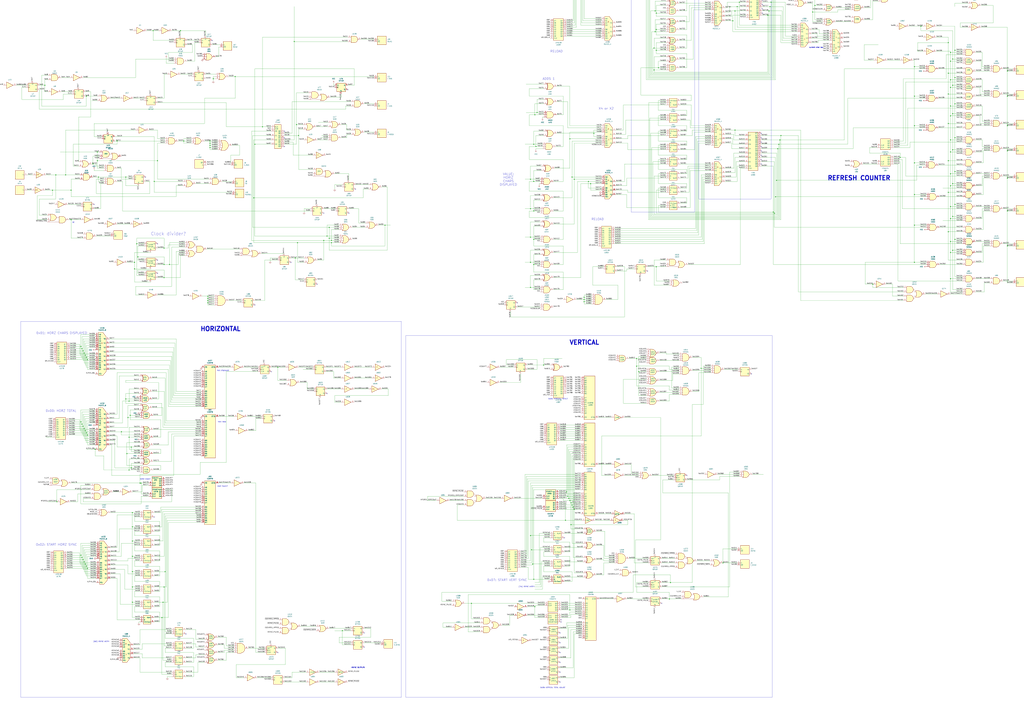
<source format=kicad_sch>
(kicad_sch (version 20231120) (generator "eeschema") (generator_version "8.0")
  (paper "A0")
  (lib_symbols
    (symbol "FA1_1"
      (property "Reference" "U" (at 0 0 0))
      (property "Value" "FA1" (at 0 0 0))
      (symbol "FA1_1_1_1"
        (pin input line (at -3.81 -2.54 0) (length 3.81) (name "A") (number "1"))
        (pin input line (at -3.81 -5.08 0) (length 3.81) (name "B") (number "2"))
        (pin input line (at -3.81 -7.62 0) (length 3.81) (name "Cin") (number "3"))
        (pin output line (at 12.7 -2.54 180) (length 3.81) (name "SUM") (number "4"))
        (pin output line (at 12.7 -7.62 180) (length 3.81) (name "Cout") (number "5"))
      )
    )
    (symbol "FA1_10"
      (property "Reference" "U" (at 0 0 0))
      (property "Value" "FA1" (at 0 0 0))
      (symbol "FA1_10_1_1"
        (pin input line (at -3.81 -2.54 0) (length 3.81) (name "A") (number "1"))
        (pin input line (at -3.81 -5.08 0) (length 3.81) (name "B") (number "2"))
        (pin input line (at -3.81 -7.62 0) (length 3.81) (name "Cin") (number "3"))
        (pin output line (at 12.7 -2.54 180) (length 3.81) (name "SUM") (number "4"))
        (pin output line (at 12.7 -7.62 180) (length 3.81) (name "Cout") (number "5"))
      )
    )
    (symbol "FA1_2"
      (property "Reference" "U" (at 0 0 0))
      (property "Value" "FA1" (at 0 0 0))
      (symbol "FA1_2_1_1"
        (pin input line (at -3.81 -2.54 0) (length 3.81) (name "A") (number "1"))
        (pin input line (at -3.81 -5.08 0) (length 3.81) (name "B") (number "2"))
        (pin input line (at -3.81 -7.62 0) (length 3.81) (name "Cin") (number "3"))
        (pin output line (at 12.7 -2.54 180) (length 3.81) (name "SUM") (number "4"))
        (pin output line (at 12.7 -7.62 180) (length 3.81) (name "Cout") (number "5"))
      )
    )
    (symbol "FA1_3"
      (property "Reference" "U" (at 0 0 0))
      (property "Value" "FA1" (at 0 0 0))
      (symbol "FA1_3_1_1"
        (pin input line (at -3.81 -2.54 0) (length 3.81) (name "A") (number "1"))
        (pin input line (at -3.81 -5.08 0) (length 3.81) (name "B") (number "2"))
        (pin input line (at -3.81 -7.62 0) (length 3.81) (name "Cin") (number "3"))
        (pin output line (at 12.7 -2.54 180) (length 3.81) (name "SUM") (number "4"))
        (pin output line (at 12.7 -7.62 180) (length 3.81) (name "Cout") (number "5"))
      )
    )
    (symbol "FA1_4"
      (property "Reference" "U" (at 0 0 0))
      (property "Value" "FA1" (at 0 0 0))
      (symbol "FA1_4_1_1"
        (pin input line (at -3.81 -2.54 0) (length 3.81) (name "A") (number "1"))
        (pin input line (at -3.81 -5.08 0) (length 3.81) (name "B") (number "2"))
        (pin input line (at -3.81 -7.62 0) (length 3.81) (name "Cin") (number "3"))
        (pin output line (at 12.7 -2.54 180) (length 3.81) (name "SUM") (number "4"))
        (pin output line (at 12.7 -7.62 180) (length 3.81) (name "Cout") (number "5"))
      )
    )
    (symbol "FA1_5"
      (property "Reference" "U" (at 0 0 0))
      (property "Value" "FA1" (at 0 0 0))
      (symbol "FA1_5_1_1"
        (pin input line (at -3.81 -2.54 0) (length 3.81) (name "A") (number "1"))
        (pin input line (at -3.81 -5.08 0) (length 3.81) (name "B") (number "2"))
        (pin input line (at -3.81 -7.62 0) (length 3.81) (name "Cin") (number "3"))
        (pin output line (at 12.7 -2.54 180) (length 3.81) (name "SUM") (number "4"))
        (pin output line (at 12.7 -7.62 180) (length 3.81) (name "Cout") (number "5"))
      )
    )
    (symbol "FA1_6"
      (property "Reference" "U" (at 0 0 0))
      (property "Value" "FA1" (at 0 0 0))
      (symbol "FA1_6_1_1"
        (pin input line (at -3.81 -2.54 0) (length 3.81) (name "A") (number "1"))
        (pin input line (at -3.81 -5.08 0) (length 3.81) (name "B") (number "2"))
        (pin input line (at -3.81 -7.62 0) (length 3.81) (name "Cin") (number "3"))
        (pin output line (at 12.7 -2.54 180) (length 3.81) (name "SUM") (number "4"))
        (pin output line (at 12.7 -7.62 180) (length 3.81) (name "Cout") (number "5"))
      )
    )
    (symbol "FA1_7"
      (property "Reference" "U" (at 0 0 0))
      (property "Value" "FA1" (at 0 0 0))
      (symbol "FA1_7_1_1"
        (pin input line (at -3.81 -2.54 0) (length 3.81) (name "A") (number "1"))
        (pin input line (at -3.81 -5.08 0) (length 3.81) (name "B") (number "2"))
        (pin input line (at -3.81 -7.62 0) (length 3.81) (name "Cin") (number "3"))
        (pin output line (at 12.7 -2.54 180) (length 3.81) (name "SUM") (number "4"))
        (pin output line (at 12.7 -7.62 180) (length 3.81) (name "Cout") (number "5"))
      )
    )
    (symbol "FA1_8"
      (property "Reference" "U" (at 0 0 0))
      (property "Value" "FA1" (at 0 0 0))
      (symbol "FA1_8_1_1"
        (pin input line (at -3.81 -2.54 0) (length 3.81) (name "A") (number "1"))
        (pin input line (at -3.81 -5.08 0) (length 3.81) (name "B") (number "2"))
        (pin input line (at -3.81 -7.62 0) (length 3.81) (name "Cin") (number "3"))
        (pin output line (at 12.7 -2.54 180) (length 3.81) (name "SUM") (number "4"))
        (pin output line (at 12.7 -7.62 180) (length 3.81) (name "Cout") (number "5"))
      )
    )
    (symbol "FA1_9"
      (property "Reference" "U" (at 0 0 0))
      (property "Value" "FA1" (at 0 0 0))
      (symbol "FA1_9_1_1"
        (pin input line (at -3.81 -2.54 0) (length 3.81) (name "A") (number "1"))
        (pin input line (at -3.81 -5.08 0) (length 3.81) (name "B") (number "2"))
        (pin input line (at -3.81 -7.62 0) (length 3.81) (name "Cin") (number "3"))
        (pin output line (at 12.7 -2.54 180) (length 3.81) (name "SUM") (number "4"))
        (pin output line (at 12.7 -7.62 180) (length 3.81) (name "Cout") (number "5"))
      )
    )
    (symbol "MUX21_4_1"
      (property "Reference" "U" (at 0.762 3.556 0))
      (property "Value" "MUX21_4" (at 4.318 1.27 0))
      (symbol "MUX21_4_1_1_1"
        (text "0" (at 4.064 -6.35 0) (effects (font (size 1.27 1.27))))
        (text "1" (at 4.572 -18.796 0) (effects (font (size 1.27 1.27))))
        (pin input line (at -3.81 -25.4 0) (length 3.81) (name "SEL") (number "1"))
        (pin output line (at 12.7 -17.78 180) (length 3.81) (name "Y2") (number "10"))
        (pin output line (at 12.7 -22.86 180) (length 3.81) (name "Y3") (number "11"))
        (pin input line (at -3.81 -22.86 0) (length 3.81) (name "B3") (number "12"))
        (pin input line (at -3.81 -10.16 0) (length 3.81) (name "A3") (number "13"))
        (pin input line (at -3.81 -15.24 0) (length 3.81) (name "B0") (number "2"))
        (pin input line (at -3.81 -2.54 0) (length 3.81) (name "A0") (number "3"))
        (pin output line (at 12.7 -7.62 180) (length 3.81) (name "Y0") (number "4"))
        (pin output line (at 12.7 -12.7 180) (length 3.81) (name "Y1") (number "5"))
        (pin input line (at -3.81 -17.78 0) (length 3.81) (name "B1") (number "6"))
        (pin input line (at -3.81 -5.08 0) (length 3.81) (name "A1") (number "7"))
        (pin input line (at -3.81 -20.32 0) (length 3.81) (name "B2") (number "8"))
        (pin input line (at -3.81 -7.62 0) (length 3.81) (name "A2") (number "9"))
      )
    )
    (symbol "MUX21_4_2"
      (property "Reference" "U" (at 0.762 3.556 0))
      (property "Value" "MUX21_4" (at 4.318 1.27 0))
      (symbol "MUX21_4_2_1_1"
        (text "0" (at 4.064 -6.35 0) (effects (font (size 1.27 1.27))))
        (text "1" (at 4.572 -18.796 0) (effects (font (size 1.27 1.27))))
        (pin input line (at -3.81 -25.4 0) (length 3.81) (name "SEL") (number "1"))
        (pin output line (at 12.7 -17.78 180) (length 3.81) (name "Y2") (number "10"))
        (pin output line (at 12.7 -22.86 180) (length 3.81) (name "Y3") (number "11"))
        (pin input line (at -3.81 -22.86 0) (length 3.81) (name "B3") (number "12"))
        (pin input line (at -3.81 -10.16 0) (length 3.81) (name "A3") (number "13"))
        (pin input line (at -3.81 -15.24 0) (length 3.81) (name "B0") (number "2"))
        (pin input line (at -3.81 -2.54 0) (length 3.81) (name "A0") (number "3"))
        (pin output line (at 12.7 -7.62 180) (length 3.81) (name "Y0") (number "4"))
        (pin output line (at 12.7 -12.7 180) (length 3.81) (name "Y1") (number "5"))
        (pin input line (at -3.81 -17.78 0) (length 3.81) (name "B1") (number "6"))
        (pin input line (at -3.81 -5.08 0) (length 3.81) (name "A1") (number "7"))
        (pin input line (at -3.81 -20.32 0) (length 3.81) (name "B2") (number "8"))
        (pin input line (at -3.81 -7.62 0) (length 3.81) (name "A2") (number "9"))
      )
    )
    (symbol "MUX21_8_1"
      (property "Reference" "U" (at 0.762 3.556 0))
      (property "Value" "MUX21_8" (at 4.318 1.27 0))
      (symbol "MUX21_8_1_1_1"
        (text "0" (at 4.064 -12.7 0) (effects (font (size 1.27 1.27))))
        (text "1" (at 4.318 -33.782 0) (effects (font (size 1.27 1.27))))
        (pin input line (at -3.81 -48.26 0) (length 3.81) (name "SEL") (number "1"))
        (pin output line (at 12.7 -17.78 180) (length 3.81) (name "Y2") (number "10"))
        (pin output line (at 12.7 -22.86 180) (length 3.81) (name "Y3") (number "11"))
        (pin input line (at -3.81 -10.16 0) (length 3.81) (name "A3") (number "12"))
        (pin input line (at -3.81 -33.02 0) (length 3.81) (name "B3") (number "13"))
        (pin input line (at -3.81 -12.7 0) (length 3.81) (name "A4") (number "14"))
        (pin input line (at -3.81 -35.56 0) (length 3.81) (name "B4") (number "15"))
        (pin output line (at 12.7 -27.94 180) (length 3.81) (name "Y4") (number "16"))
        (pin output line (at 12.7 -33.02 180) (length 3.81) (name "Y5") (number "17"))
        (pin input line (at -3.81 -15.24 0) (length 3.81) (name "A5") (number "18"))
        (pin input line (at -3.81 -38.1 0) (length 3.81) (name "B5") (number "19"))
        (pin input line (at -3.81 -2.54 0) (length 3.81) (name "A0") (number "2"))
        (pin input line (at -3.81 -17.78 0) (length 3.81) (name "A6") (number "20"))
        (pin input line (at -3.81 -40.64 0) (length 3.81) (name "B6") (number "21"))
        (pin output line (at 12.7 -38.1 180) (length 3.81) (name "Y6") (number "22"))
        (pin output line (at 12.7 -43.18 180) (length 3.81) (name "Y7") (number "23"))
        (pin input line (at -3.81 -20.32 0) (length 3.81) (name "A7") (number "24"))
        (pin input line (at -3.81 -43.18 0) (length 3.81) (name "B7") (number "25"))
        (pin input line (at -3.81 -25.4 0) (length 3.81) (name "B0") (number "3"))
        (pin output line (at 12.7 -7.62 180) (length 3.81) (name "Y0") (number "4"))
        (pin output line (at 12.7 -12.7 180) (length 3.81) (name "Y1") (number "5"))
        (pin input line (at -3.81 -5.08 0) (length 3.81) (name "A1") (number "6"))
        (pin input line (at -3.81 -27.94 0) (length 3.81) (name "B1") (number "7"))
        (pin input line (at -3.81 -7.62 0) (length 3.81) (name "A2") (number "8"))
        (pin input line (at -3.81 -30.48 0) (length 3.81) (name "B2") (number "9"))
      )
    )
    (symbol "MUX21_8_2"
      (property "Reference" "U" (at 0.762 3.556 0))
      (property "Value" "MUX21_8" (at 4.318 1.27 0))
      (symbol "MUX21_8_2_1_1"
        (text "0" (at 4.064 -12.7 0) (effects (font (size 1.27 1.27))))
        (text "1" (at 4.318 -33.782 0) (effects (font (size 1.27 1.27))))
        (pin input line (at -3.81 -48.26 0) (length 3.81) (name "SEL") (number "1"))
        (pin output line (at 12.7 -17.78 180) (length 3.81) (name "Y2") (number "10"))
        (pin output line (at 12.7 -22.86 180) (length 3.81) (name "Y3") (number "11"))
        (pin input line (at -3.81 -10.16 0) (length 3.81) (name "A3") (number "12"))
        (pin input line (at -3.81 -33.02 0) (length 3.81) (name "B3") (number "13"))
        (pin input line (at -3.81 -12.7 0) (length 3.81) (name "A4") (number "14"))
        (pin input line (at -3.81 -35.56 0) (length 3.81) (name "B4") (number "15"))
        (pin output line (at 12.7 -27.94 180) (length 3.81) (name "Y4") (number "16"))
        (pin output line (at 12.7 -33.02 180) (length 3.81) (name "Y5") (number "17"))
        (pin input line (at -3.81 -15.24 0) (length 3.81) (name "A5") (number "18"))
        (pin input line (at -3.81 -38.1 0) (length 3.81) (name "B5") (number "19"))
        (pin input line (at -3.81 -2.54 0) (length 3.81) (name "A0") (number "2"))
        (pin input line (at -3.81 -17.78 0) (length 3.81) (name "A6") (number "20"))
        (pin input line (at -3.81 -40.64 0) (length 3.81) (name "B6") (number "21"))
        (pin output line (at 12.7 -38.1 180) (length 3.81) (name "Y6") (number "22"))
        (pin output line (at 12.7 -43.18 180) (length 3.81) (name "Y7") (number "23"))
        (pin input line (at -3.81 -20.32 0) (length 3.81) (name "A7") (number "24"))
        (pin input line (at -3.81 -43.18 0) (length 3.81) (name "B7") (number "25"))
        (pin input line (at -3.81 -25.4 0) (length 3.81) (name "B0") (number "3"))
        (pin output line (at 12.7 -7.62 180) (length 3.81) (name "Y0") (number "4"))
        (pin output line (at 12.7 -12.7 180) (length 3.81) (name "Y1") (number "5"))
        (pin input line (at -3.81 -5.08 0) (length 3.81) (name "A1") (number "6"))
        (pin input line (at -3.81 -27.94 0) (length 3.81) (name "B1") (number "7"))
        (pin input line (at -3.81 -7.62 0) (length 3.81) (name "A2") (number "8"))
        (pin input line (at -3.81 -30.48 0) (length 3.81) (name "B2") (number "9"))
      )
    )
    (symbol "mcga722x8300:AND3"
      (property "Reference" "U" (at 0 0 0))
      (property "Value" "AND3" (at 0 0 0))
      (symbol "AND3_1_1"
        (pin input line (at -7.62 2.54 0) (length 3.81) (name "~") (number "1"))
        (pin input line (at -7.62 0 0) (length 3.81) (name "~") (number "2"))
        (pin input line (at -7.62 -2.54 0) (length 3.81) (name "~") (number "3"))
        (pin output line (at 7.62 0 180) (length 3.81) (name "~") (number "4"))
      )
    )
    (symbol "mcga722x8300:AND5"
      (property "Reference" "U" (at 0 1.27 0))
      (property "Value" "AND5" (at 0 1.27 0))
      (symbol "AND5_1_1"
        (pin input line (at -6.35 5.08 0) (length 3.81) (name "~") (number "1"))
        (pin input line (at -6.35 2.54 0) (length 3.81) (name "~") (number "2"))
        (pin input line (at -6.35 0 0) (length 3.81) (name "~") (number "3"))
        (pin input line (at -6.35 -2.54 0) (length 3.81) (name "~") (number "4"))
        (pin input line (at -6.35 -5.08 0) (length 3.81) (name "~") (number "5"))
        (pin output line (at 10.16 0 180) (length 3.81) (name "~") (number "6"))
      )
    )
    (symbol "mcga722x8300:AO23"
      (property "Reference" "U" (at 0 0 0))
      (property "Value" "AO23" (at 0 0 0))
      (symbol "AO23_1_1"
        (pin input line (at -7.62 -5.08 0) (length 4.318) (name "~") (number "1"))
        (pin input line (at -7.62 -2.54 0) (length 3.81) (name "~") (number "2"))
        (pin input line (at -7.62 2.54 0) (length 3.81) (name "~") (number "3"))
        (pin output line (at 17.78 -2.54 180) (length 3.81) (name "~") (number "4"))
      )
    )
    (symbol "mcga722x8300:AOI23"
      (property "Reference" "U" (at 0 0 0))
      (property "Value" "AOI23" (at 0 0 0))
      (symbol "AOI23_1_1"
        (pin input line (at -7.62 -5.08 0) (length 4.318) (name "~") (number "1"))
        (pin output inverted (at 17.78 -2.54 180) (length 3.81) (name "~") (number "2"))
        (pin input line (at -7.62 -2.54 0) (length 3.81) (name "~") (number "3"))
        (pin input line (at -7.62 2.54 0) (length 3.81) (name "~") (number "4"))
      )
    )
    (symbol "mcga722x8300:AOI24"
      (property "Reference" "U" (at 6.096 3.81 0))
      (property "Value" "AOI24" (at 8.382 1.524 0))
      (symbol "AOI24_1_1"
        (pin input line (at -7.62 2.54 0) (length 3.81) (name "~") (number "1"))
        (pin output inverted (at 17.78 -5.08 180) (length 3.81) (name "~") (number "2"))
        (pin input line (at -7.62 -2.54 0) (length 3.81) (name "~") (number "3"))
        (pin input line (at -7.62 -7.62 0) (length 3.81) (name "~") (number "4"))
        (pin input line (at -7.62 -12.7 0) (length 3.81) (name "~") (number "5"))
      )
    )
    (symbol "mcga722x8300:AOI48"
      (property "Reference" "U" (at 0 0 0))
      (property "Value" "AOI48" (at 0 0 0))
      (symbol "AOI48_1_1"
        (pin input line (at -7.62 2.54 0) (length 3.81) (name "~") (number "1"))
        (pin input line (at -7.62 -2.54 0) (length 3.81) (name "~") (number "2"))
        (pin input line (at -7.62 -7.62 0) (length 3.81) (name "~") (number "3"))
        (pin input line (at -7.62 -12.7 0) (length 3.81) (name "~") (number "4"))
        (pin input line (at -7.62 -17.78 0) (length 3.81) (name "~") (number "5"))
        (pin input line (at -7.62 -22.86 0) (length 3.81) (name "~") (number "6"))
        (pin input line (at -7.62 -27.94 0) (length 3.81) (name "~") (number "7"))
        (pin output inverted (at 21.59 -15.24 180) (length 3.81) (name "~") (number "8"))
        (pin input line (at -7.62 -33.02 0) (length 3.81) (name "~") (number "9"))
      )
    )
    (symbol "mcga722x8300:BUF"
      (property "Reference" "U" (at 0 0 0))
      (symbol "BUF_1_0"
        (pin input line (at -7.62 0 0) (length 3.81) (name "~") (number "1"))
        (pin output line (at 7.62 0 180) (length 3.81) (name "~") (number "2"))
      )
    )
    (symbol "mcga722x8300:BUFPP"
      (property "Reference" "U" (at 0 0 0))
      (symbol "BUFPP_1_0"
        (pin input line (at -7.62 0 0) (length 3.81) (name "~") (number "1"))
        (pin output line (at 7.62 0 180) (length 3.81) (name "~") (number "2"))
      )
      (symbol "BUFPP_1_1"
        (text "PP" (at -1.778 0 0) (effects (font (size 1.27 1.27))))
      )
    )
    (symbol "mcga722x8300:COMP8"
      (property "Reference" "U" (at 3.048 3.302 0))
      (property "Value" "COMP8" (at 5.842 1.016 0))
      (symbol "COMP8_1_0"
        (pin input line (at -3.81 -7.62 0) (length 3.81) (name "A0") (number "1"))
        (pin output line (at 16.51 -2.54 180) (length 3.81) (name "~{A=B}") (number "10"))
        (pin input line (at -3.81 -17.78 0) (length 3.81) (name "A4") (number "11"))
        (pin input line (at -3.81 -40.64 0) (length 3.81) (name "B4") (number "12"))
        (pin input line (at -3.81 -20.32 0) (length 3.81) (name "A5") (number "13"))
        (pin input line (at -3.81 -43.18 0) (length 3.81) (name "B5") (number "14"))
        (pin input line (at -3.81 -22.86 0) (length 3.81) (name "A6") (number "15"))
        (pin input line (at -3.81 -45.72 0) (length 3.81) (name "B6") (number "16"))
        (pin input line (at -3.81 -25.4 0) (length 3.81) (name "A7") (number "17"))
        (pin input line (at -3.81 -48.26 0) (length 3.81) (name "B7") (number "18"))
        (pin input line (at -3.81 -30.48 0) (length 3.81) (name "B0") (number "2"))
        (pin input line (at -3.81 -10.16 0) (length 3.81) (name "A1") (number "3"))
        (pin input line (at -3.81 -33.02 0) (length 3.81) (name "B1") (number "4"))
        (pin input line (at -3.81 -12.7 0) (length 3.81) (name "A2") (number "5"))
        (pin input line (at -3.81 -35.56 0) (length 3.81) (name "B2") (number "6"))
        (pin input line (at -3.81 -15.24 0) (length 3.81) (name "A3") (number "7"))
        (pin input line (at -3.81 -38.1 0) (length 3.81) (name "B3") (number "8"))
        (pin input line (at -3.81 -2.54 0) (length 3.81) (name "~{EN}") (number "9"))
      )
    )
    (symbol "mcga722x8300:COUNT4"
      (property "Reference" "U" (at 0.762 2.794 0))
      (property "Value" "COUNT4" (at 3.556 1.016 0))
      (symbol "COUNT4_1_0"
        (pin input line (at -3.81 -2.54 0) (length 3.81) (name "CLK") (number "1"))
        (pin output line (at 15.24 -2.54 180) (length 3.81) (name "Q0") (number "2"))
        (pin output line (at 15.24 -5.08 180) (length 3.81) (name "Q1") (number "3"))
        (pin output line (at 15.24 -7.62 180) (length 3.81) (name "Q2") (number "4"))
        (pin output line (at 15.24 -10.16 180) (length 3.81) (name "Q3") (number "5"))
        (pin input line (at -3.81 -5.08 0) (length 3.81) (name "CLR") (number "6"))
      )
    )
    (symbol "mcga722x8300:DECODER38"
      (property "Reference" "U" (at 0.762 3.048 0))
      (property "Value" "DECODER38" (at 5.842 1.016 0))
      (symbol "DECODER38_1_1"
        (pin input line (at -3.81 -10.16 0) (length 3.81) (name "C") (number "1"))
        (pin output line (at 19.05 -20.32 180) (length 3.81) (name "~{Y0}") (number "10"))
        (pin input line (at -3.81 -5.08 0) (length 3.81) (name "A") (number "11"))
        (pin input line (at -3.81 -7.62 0) (length 3.81) (name "B") (number "12"))
        (pin input line (at -3.81 -2.54 0) (length 3.81) (name "ENABLE") (number "2"))
        (pin output line (at 19.05 -2.54 180) (length 3.81) (name "~{Y7}") (number "3"))
        (pin output line (at 19.05 -5.08 180) (length 3.81) (name "~{Y6}") (number "4"))
        (pin output line (at 19.05 -7.62 180) (length 3.81) (name "~{Y5}") (number "5"))
        (pin output line (at 19.05 -10.16 180) (length 3.81) (name "~{Y4}") (number "6"))
        (pin output line (at 19.05 -12.7 180) (length 3.81) (name "~{Y3}") (number "7"))
        (pin output line (at 19.05 -15.24 180) (length 3.81) (name "~{Y2}") (number "8"))
        (pin output line (at 19.05 -17.78 180) (length 3.81) (name "~{Y1}") (number "9"))
      )
    )
    (symbol "mcga722x8300:DFFAP"
      (property "Reference" "U" (at 0 0 0))
      (property "Value" "DFFAP" (at 0 0 0))
      (symbol "DFFAP_1_0"
        (pin input clock (at -7.62 0 0) (length 2.54) (name "C") (number "1"))
        (pin input line (at -7.62 2.54 0) (length 2.54) (name "D") (number "2"))
        (pin input line (at 0 7.62 270) (length 2.54) (name "~{S}") (number "3"))
        (pin output line (at 7.62 -2.54 180) (length 2.54) (name "~{Q}") (number "4"))
        (pin output line (at 7.62 2.54 180) (length 2.54) (name "Q") (number "5"))
      )
    )
    (symbol "mcga722x8300:DFFAR"
      (property "Reference" "U" (at 0 0 0))
      (property "Value" "DFFAR" (at 0 0 0))
      (symbol "DFFAR_1_0"
        (pin input clock (at -7.62 0 0) (length 2.54) (name "C") (number "1"))
        (pin input line (at -7.62 2.54 0) (length 2.54) (name "D") (number "2"))
        (pin input line (at 0 -7.62 90) (length 2.54) (name "~{R}") (number "3"))
        (pin output line (at 7.62 -2.54 180) (length 2.54) (name "~{Q}") (number "4"))
        (pin output line (at 7.62 2.54 180) (length 2.54) (name "Q") (number "5"))
      )
    )
    (symbol "mcga722x8300:DFFMS"
      (property "Reference" "U" (at 0 0 0))
      (property "Value" "DFFMS" (at 0 0 0))
      (symbol "DFFMS_1_0"
        (pin input clock (at -7.62 0 0) (length 2.54) (name "C") (number "1"))
        (pin input line (at -7.62 2.54 0) (length 2.54) (name "D") (number "2"))
        (pin output line (at 7.62 -2.54 180) (length 2.54) (name "~{Q}") (number "3"))
        (pin output line (at 7.62 2.54 180) (length 2.54) (name "Q") (number "4"))
      )
    )
    (symbol "mcga722x8300:FA1"
      (property "Reference" "U" (at 0 0 0))
      (property "Value" "FA1" (at 0 0 0))
      (symbol "FA1_1_1"
        (pin input line (at -3.81 -2.54 0) (length 3.81) (name "A") (number "1"))
        (pin input line (at -3.81 -5.08 0) (length 3.81) (name "B") (number "2"))
        (pin input line (at -3.81 -7.62 0) (length 3.81) (name "Cin") (number "3"))
        (pin output line (at 12.7 -2.54 180) (length 3.81) (name "SUM") (number "4"))
        (pin output line (at 12.7 -7.62 180) (length 3.81) (name "Cout") (number "5"))
      )
    )
    (symbol "mcga722x8300:FF4A"
      (property "Reference" "U" (at 0.254 4.318 0))
      (property "Value" "FF4A" (at 2.54 1.016 0))
      (symbol "FF4A_1_1"
        (pin input clock (at -3.81 -2.54 0) (length 3.81) (name "CLK") (number "1"))
        (pin output line (at 11.43 -20.32 180) (length 3.81) (name "Q2") (number "10"))
        (pin output line (at 11.43 -22.86 180) (length 3.81) (name "Q3") (number "11"))
        (pin output line (at 11.43 -25.4 180) (length 3.81) (name "Q3") (number "12"))
        (pin input line (at -3.81 -22.86 0) (length 3.81) (name "D3") (number "13"))
        (pin input line (at -3.81 -7.62 0) (length 3.81) (name "D0") (number "2"))
        (pin output line (at 11.43 -7.62 180) (length 3.81) (name "Q0") (number "3"))
        (pin output line (at 11.43 -10.16 180) (length 3.81) (name "Q0") (number "4"))
        (pin output line (at 11.43 -12.7 180) (length 3.81) (name "Q1") (number "5"))
        (pin output line (at 11.43 -15.24 180) (length 3.81) (name "Q1") (number "6"))
        (pin input line (at -3.81 -12.7 0) (length 3.81) (name "D1") (number "7"))
        (pin input line (at -3.81 -17.78 0) (length 3.81) (name "D2") (number "8"))
        (pin output line (at 11.43 -17.78 180) (length 3.81) (name "Q2") (number "9"))
      )
    )
    (symbol "mcga722x8300:FF4AC28"
      (property "Reference" "U" (at 0.254 4.318 0))
      (property "Value" "FF4AC28" (at 2.54 1.016 0))
      (symbol "FF4AC28_1_1"
        (pin input line (at -3.81 -5.08 0) (length 3.81) (name "~{CLR}") (number "1"))
        (pin output line (at 11.43 -17.78 180) (length 3.81) (name "Q2") (number "10"))
        (pin input line (at -3.81 -17.78 0) (length 3.81) (name "D2") (number "11"))
        (pin input line (at -3.81 -22.86 0) (length 3.81) (name "D3") (number "12"))
        (pin output line (at 11.43 -22.86 180) (length 3.81) (name "Q3") (number "13"))
        (pin output line (at 11.43 -25.4 180) (length 3.81) (name "~{Q3}") (number "14"))
        (pin input clock (at -3.81 -2.54 0) (length 3.81) (name "CLK") (number "2"))
        (pin output line (at 11.43 -10.16 180) (length 3.81) (name "~{Q0}") (number "3"))
        (pin output line (at 11.43 -7.62 180) (length 3.81) (name "Q0") (number "4"))
        (pin input line (at -3.81 -7.62 0) (length 3.81) (name "D0") (number "5"))
        (pin input line (at -3.81 -12.7 0) (length 3.81) (name "D1") (number "6"))
        (pin output line (at 11.43 -12.7 180) (length 3.81) (name "Q1") (number "7"))
        (pin output line (at 11.43 -15.24 180) (length 3.81) (name "~{Q1}") (number "8"))
        (pin output line (at 11.43 -20.32 180) (length 3.81) (name "~{Q2}") (number "9"))
      )
    )
    (symbol "mcga722x8300:FF4C"
      (property "Reference" "U" (at 0.254 4.318 0))
      (property "Value" "FF4C" (at 2.54 1.016 0))
      (symbol "FF4C_1_1"
        (pin input clock (at -3.81 -2.54 0) (length 3.81) (name "CLK") (number "1"))
        (pin input line (at -3.81 -17.78 0) (length 3.81) (name "D2") (number "10"))
        (pin input line (at -3.81 -22.86 0) (length 3.81) (name "D3") (number "11"))
        (pin output line (at 11.43 -22.86 180) (length 3.81) (name "Q3") (number "12"))
        (pin output line (at 11.43 -25.4 180) (length 3.81) (name "~{Q3}") (number "13"))
        (pin output line (at 11.43 -10.16 180) (length 3.81) (name "~{Q0}") (number "2"))
        (pin output line (at 11.43 -7.62 180) (length 3.81) (name "Q0") (number "3"))
        (pin input line (at -3.81 -7.62 0) (length 3.81) (name "D0") (number "4"))
        (pin input line (at -3.81 -12.7 0) (length 3.81) (name "D1") (number "5"))
        (pin output line (at 11.43 -12.7 180) (length 3.81) (name "Q1") (number "6"))
        (pin output line (at 11.43 -15.24 180) (length 3.81) (name "~{Q1}") (number "7"))
        (pin output line (at 11.43 -20.32 180) (length 3.81) (name "~{Q2}") (number "8"))
        (pin output line (at 11.43 -17.78 180) (length 3.81) (name "Q2") (number "9"))
      )
    )
    (symbol "mcga722x8300:FF4L"
      (property "Reference" "U" (at 0.254 4.318 0))
      (property "Value" "FF4L" (at 2.54 1.016 0))
      (symbol "FF4L_1_1"
        (pin input clock (at -3.81 -2.54 0) (length 3.81) (name "CLK") (number "1"))
        (pin output line (at 11.43 -17.78 180) (length 3.81) (name "Q2") (number "10"))
        (pin input line (at -3.81 -22.86 0) (length 3.81) (name "D3") (number "11"))
        (pin output line (at 11.43 -25.4 180) (length 3.81) (name "~{Q3}") (number "12"))
        (pin output line (at 11.43 -22.86 180) (length 3.81) (name "Q3") (number "13"))
        (pin input line (at -3.81 -7.62 0) (length 3.81) (name "D0") (number "2"))
        (pin output line (at 11.43 -10.16 180) (length 3.81) (name "~{Q0}") (number "3"))
        (pin output line (at 11.43 -7.62 180) (length 3.81) (name "Q0") (number "4"))
        (pin input line (at -3.81 -12.7 0) (length 3.81) (name "D1") (number "5"))
        (pin output line (at 11.43 -15.24 180) (length 3.81) (name "~{Q1}") (number "6"))
        (pin output line (at 11.43 -12.7 180) (length 3.81) (name "Q1") (number "7"))
        (pin input line (at -3.81 -17.78 0) (length 3.81) (name "D2") (number "8"))
        (pin output line (at 11.43 -20.32 180) (length 3.81) (name "~{Q2}") (number "9"))
      )
    )
    (symbol "mcga722x8300:FF4P"
      (property "Reference" "U" (at 0.254 4.318 0))
      (property "Value" "FF4P" (at 2.54 1.016 0))
      (symbol "FF4P_1_1"
        (text "P" (at 3.556 -5.08 0) (effects (font (size 1.27 1.27))))
        (pin input clock (at -3.81 -2.54 0) (length 3.81) (name "CLK") (number "1"))
        (pin output line (at 11.43 -7.62 180) (length 3.81) (name "Q0") (number "2"))
        (pin input line (at -3.81 -7.62 0) (length 3.81) (name "D0") (number "3"))
        (pin input line (at -3.81 -12.7 0) (length 3.81) (name "D1") (number "4"))
        (pin output line (at 11.43 -12.7 180) (length 3.81) (name "Q1") (number "5"))
        (pin output line (at 11.43 -17.78 180) (length 3.81) (name "Q2") (number "6"))
        (pin input line (at -3.81 -17.78 0) (length 3.81) (name "D2") (number "7"))
        (pin input line (at -3.81 -22.86 0) (length 3.81) (name "D3") (number "8"))
        (pin output line (at 11.43 -22.86 180) (length 3.81) (name "Q3") (number "9"))
      )
    )
    (symbol "mcga722x8300:FF8"
      (property "Reference" "U" (at 0.762 2.794 0))
      (property "Value" "FF8" (at 3.556 1.016 0))
      (symbol "FF8_1_0"
        (pin input line (at -3.81 -2.54 0) (length 3.81) (name "CLK") (number "1"))
        (pin input line (at -3.81 -15.24 0) (length 3.81) (name "D2") (number "10"))
        (pin input line (at -3.81 -20.32 0) (length 3.81) (name "D3") (number "11"))
        (pin output line (at 15.24 -20.32 180) (length 3.81) (name "Q3") (number "12"))
        (pin output line (at 15.24 -22.86 180) (length 3.81) (name "~{Q3}") (number "13"))
        (pin output line (at 15.24 -25.4 180) (length 3.81) (name "Q4") (number "14"))
        (pin output line (at 15.24 -27.94 180) (length 3.81) (name "~{Q4}") (number "15"))
        (pin input line (at -3.81 -25.4 0) (length 3.81) (name "D4") (number "16"))
        (pin input line (at -3.81 -30.48 0) (length 3.81) (name "D5") (number "17"))
        (pin output line (at 15.24 -30.48 180) (length 3.81) (name "Q5") (number "18"))
        (pin output line (at 15.24 -33.02 180) (length 3.81) (name "~{Q5}") (number "19"))
        (pin output line (at 15.24 -5.08 180) (length 3.81) (name "Q0") (number "2"))
        (pin output line (at 15.24 -35.56 180) (length 3.81) (name "Q6") (number "20"))
        (pin output line (at 15.24 -38.1 180) (length 3.81) (name "~{Q6}") (number "21"))
        (pin input line (at -3.81 -35.56 0) (length 3.81) (name "D6") (number "22"))
        (pin input line (at -3.81 -40.64 0) (length 3.81) (name "D7") (number "23"))
        (pin output line (at 15.24 -40.64 180) (length 3.81) (name "Q7") (number "24"))
        (pin output line (at 15.24 -43.18 180) (length 3.81) (name "~{Q7}") (number "25"))
        (pin output line (at 15.24 -7.62 180) (length 3.81) (name "~{Q0}") (number "3"))
        (pin input line (at -3.81 -5.08 0) (length 3.81) (name "D0") (number "4"))
        (pin input line (at -3.81 -10.16 0) (length 3.81) (name "D1") (number "5"))
        (pin output line (at 15.24 -10.16 180) (length 3.81) (name "Q1") (number "6"))
        (pin output line (at 15.24 -12.7 180) (length 3.81) (name "~{Q1}") (number "7"))
        (pin output line (at 15.24 -15.24 180) (length 3.81) (name "Q2") (number "8"))
        (pin output line (at 15.24 -17.78 180) (length 3.81) (name "~{Q2}") (number "9"))
      )
    )
    (symbol "mcga722x8300:INCMUX4"
      (property "Reference" "U" (at 0.762 3.048 0))
      (property "Value" "INCMUX4" (at 4.318 1.016 0))
      (symbol "INCMUX4_1_1"
        (text "0" (at 5.334 -24.892 0) (effects (font (size 1.27 1.27))))
        (text "1" (at 5.334 -8.128 0) (effects (font (size 1.27 1.27))))
        (pin input line (at -3.81 -5.08 0) (length 3.81) (name "S0") (number "1"))
        (pin output line (at 20.32 -11.43 180) (length 3.81) (name "Y0") (number "10"))
        (pin output line (at 20.32 -13.97 180) (length 3.81) (name "Y1") (number "11"))
        (pin input line (at -3.81 -22.86 0) (length 3.81) (name "A1") (number "12"))
        (pin input line (at -3.81 -25.4 0) (length 3.81) (name "A2") (number "13"))
        (pin output line (at 20.32 -16.51 180) (length 3.81) (name "Y2") (number "14"))
        (pin output line (at 20.32 -19.05 180) (length 3.81) (name "Y3") (number "15"))
        (pin input line (at -3.81 -27.94 0) (length 3.81) (name "A3") (number "16"))
        (pin input line (at -3.81 -7.62 0) (length 3.81) (name "S1") (number "2"))
        (pin input line (at -3.81 -10.16 0) (length 3.81) (name "S2") (number "3"))
        (pin input line (at -3.81 -12.7 0) (length 3.81) (name "S3") (number "4"))
        (pin input line (at -3.81 -2.54 0) (length 3.81) (name "Cin") (number "5"))
        (pin input line (at -3.81 -15.24 0) (length 3.81) (name "SUM_EN") (number "6"))
        (pin output line (at 20.32 -21.59 180) (length 3.81) (name "Y4") (number "7"))
        (pin input line (at -3.81 -30.48 0) (length 3.81) (name "SELSUM") (number "8"))
        (pin input line (at -3.81 -20.32 0) (length 3.81) (name "A0") (number "9"))
      )
    )
    (symbol "mcga722x8300:INV"
      (property "Reference" "U" (at 0 0 0))
      (symbol "INV_1_0"
        (pin input line (at -7.62 0 0) (length 3.81) (name "~") (number "1"))
        (pin output inverted (at 7.62 0 180) (length 3.81) (name "~") (number "2"))
      )
    )
    (symbol "mcga722x8300:INVP"
      (property "Reference" "U" (at 0 0 0))
      (symbol "INVP_1_0"
        (pin input line (at -7.62 0 0) (length 3.81) (name "~") (number "1"))
        (pin output inverted (at 7.62 0 180) (length 3.81) (name "~") (number "2"))
      )
      (symbol "INVP_1_1"
        (text "P" (at -1.778 0 0) (effects (font (size 1.27 1.27))))
      )
    )
    (symbol "mcga722x8300:INVP4"
      (property "Reference" "U" (at 0 0 0))
      (symbol "INVP4_1_0"
        (pin input line (at -7.62 0 0) (length 3.81) (name "~") (number "1"))
        (pin output inverted (at 7.62 0 180) (length 3.81) (name "~") (number "2"))
      )
      (symbol "INVP4_1_1"
        (text "P4" (at -1.778 0 0) (effects (font (size 1.27 1.27))))
      )
    )
    (symbol "mcga722x8300:LATCH"
      (property "Reference" "U" (at 0 0 0))
      (property "Value" "LATCH" (at 0 0 0))
      (symbol "LATCH_1_0"
        (pin input clock (at -7.62 0 0) (length 2.54) (name "C") (number "1"))
        (pin input line (at -7.62 2.54 0) (length 2.54) (name "D") (number "2"))
        (pin output line (at 7.62 2.54 180) (length 2.54) (name "Q") (number "3"))
        (pin output line (at 7.62 -2.54 180) (length 2.54) (name "~{Q}") (number "4"))
      )
    )
    (symbol "mcga722x8300:LATCH8"
      (property "Reference" "U" (at 0.762 2.794 0))
      (property "Value" "LATCH8" (at 3.556 1.016 0))
      (symbol "LATCH8_1_0"
        (pin input line (at -3.81 -2.54 0) (length 3.81) (name "CLK") (number "1"))
        (pin input line (at -3.81 -15.24 0) (length 3.81) (name "D4") (number "10"))
        (pin output line (at 15.24 -15.24 180) (length 3.81) (name "Q4") (number "11"))
        (pin input line (at -3.81 -17.78 0) (length 3.81) (name "D5") (number "12"))
        (pin output line (at 15.24 -17.78 180) (length 3.81) (name "Q5") (number "13"))
        (pin input line (at -3.81 -20.32 0) (length 3.81) (name "D6") (number "14"))
        (pin output line (at 15.24 -20.32 180) (length 3.81) (name "Q6") (number "15"))
        (pin input line (at -3.81 -22.86 0) (length 3.81) (name "D7") (number "16"))
        (pin output line (at 15.24 -22.86 180) (length 3.81) (name "Q7") (number "17"))
        (pin input line (at -3.81 -5.08 0) (length 3.81) (name "D0") (number "2"))
        (pin output line (at 15.24 -5.08 180) (length 3.81) (name "Q0") (number "3"))
        (pin input line (at -3.81 -7.62 0) (length 3.81) (name "D1") (number "4"))
        (pin output line (at 15.24 -7.62 180) (length 3.81) (name "Q1") (number "5"))
        (pin input line (at -3.81 -10.16 0) (length 3.81) (name "D2") (number "6"))
        (pin output line (at 15.24 -10.16 180) (length 3.81) (name "Q2") (number "7"))
        (pin input line (at -3.81 -12.7 0) (length 3.81) (name "D3") (number "8"))
        (pin output line (at 15.24 -12.7 180) (length 3.81) (name "Q3") (number "9"))
      )
    )
    (symbol "mcga722x8300:MAG4"
      (property "Reference" "U" (at 1.016 3.048 0))
      (property "Value" "MAG4" (at 2.794 1.016 0))
      (symbol "MAG4_1_1"
        (pin output line (at -2.54 -36.83 0) (length 2.54) (name "INT1") (number "1"))
        (pin input line (at -2.54 -17.78 0) (length 2.54) (name "B[1]") (number "10"))
        (pin input line (at -2.54 -5.08 0) (length 2.54) (name "A[1]") (number "11"))
        (pin output line (at 15.24 -21.59 180) (length 2.54) (name "INT6") (number "12"))
        (pin output line (at 15.24 -26.67 180) (length 2.54) (name "INT7") (number "13"))
        (pin input line (at -2.54 -20.32 0) (length 2.54) (name "B[2]") (number "14"))
        (pin input line (at -2.54 -7.62 0) (length 2.54) (name "A[2]") (number "15"))
        (pin output line (at 15.24 -31.75 180) (length 2.54) (name "INT8") (number "16"))
        (pin input line (at -2.54 -49.53 0) (length 2.54) (name "INT3") (number "17"))
        (pin output line (at 15.24 -36.83 180) (length 2.54) (name "INT9") (number "18"))
        (pin output line (at 15.24 -41.91 180) (length 2.54) (name "INT10") (number "19"))
        (pin output line (at -2.54 -41.91 0) (length 2.54) (name "INT2") (number "2"))
        (pin input line (at 15.24 -24.13 180) (length 2.54) (name "INT6") (number "20"))
        (pin output line (at 15.24 -46.99 180) (length 2.54) (name "INT11") (number "21"))
        (pin input line (at 15.24 -13.97 180) (length 2.54) (name "INT4") (number "22"))
        (pin input line (at -2.54 -29.21 0) (length 2.54) (name "A<=B") (number "23"))
        (pin input line (at 15.24 -19.05 180) (length 2.54) (name "INT5") (number "24"))
        (pin input line (at 15.24 -29.21 180) (length 2.54) (name "INT7") (number "25"))
        (pin input line (at -2.54 -26.67 0) (length 2.54) (name "A>=B") (number "26"))
        (pin input line (at -2.54 -31.75 0) (length 2.54) (name "A=B") (number "27"))
        (pin output line (at 15.24 -7.62 180) (length 2.54) (name "A=B") (number "28"))
        (pin input line (at -2.54 -44.45 0) (length 2.54) (name "INT2") (number "29"))
        (pin input line (at -2.54 -10.16 0) (length 2.54) (name "A[3]") (number "3"))
        (pin input line (at 15.24 -34.29 180) (length 2.54) (name "INT8") (number "30"))
        (pin input line (at 15.24 -44.45 180) (length 2.54) (name "INT10") (number "31"))
        (pin input line (at -2.54 -39.37 0) (length 2.54) (name "INT1") (number "32"))
        (pin input line (at 15.24 -39.37 180) (length 2.54) (name "INT9") (number "33"))
        (pin input line (at 15.24 -49.53 180) (length 2.54) (name "INT11") (number "34"))
        (pin output line (at 15.24 -2.54 180) (length 2.54) (name "A>=B") (number "35"))
        (pin output line (at 15.24 -5.08 180) (length 2.54) (name "A<=B") (number "36"))
        (pin input line (at -2.54 -22.86 0) (length 2.54) (name "B[3]") (number "4"))
        (pin output line (at -2.54 -46.99 0) (length 2.54) (name "INT3") (number "5"))
        (pin input line (at -2.54 -15.24 0) (length 2.54) (name "B[0]") (number "6"))
        (pin input line (at -2.54 -2.54 0) (length 2.54) (name "A[0]") (number "7"))
        (pin output line (at 15.24 -11.43 180) (length 2.54) (name "INT4") (number "8"))
        (pin output line (at 15.24 -16.51 180) (length 2.54) (name "INT5") (number "9"))
      )
    )
    (symbol "mcga722x8300:MUX21_4"
      (property "Reference" "U" (at 0.762 3.556 0))
      (property "Value" "MUX21_4" (at 4.318 1.27 0))
      (symbol "MUX21_4_1_1"
        (text "0" (at 4.064 -6.35 0) (effects (font (size 1.27 1.27))))
        (text "1" (at 4.572 -18.796 0) (effects (font (size 1.27 1.27))))
        (pin input line (at -3.81 -25.4 0) (length 3.81) (name "SEL") (number "1"))
        (pin output line (at 12.7 -17.78 180) (length 3.81) (name "Y2") (number "10"))
        (pin output line (at 12.7 -22.86 180) (length 3.81) (name "Y3") (number "11"))
        (pin input line (at -3.81 -22.86 0) (length 3.81) (name "B3") (number "12"))
        (pin input line (at -3.81 -10.16 0) (length 3.81) (name "A3") (number "13"))
        (pin input line (at -3.81 -15.24 0) (length 3.81) (name "B0") (number "2"))
        (pin input line (at -3.81 -2.54 0) (length 3.81) (name "A0") (number "3"))
        (pin output line (at 12.7 -7.62 180) (length 3.81) (name "Y0") (number "4"))
        (pin output line (at 12.7 -12.7 180) (length 3.81) (name "Y1") (number "5"))
        (pin input line (at -3.81 -17.78 0) (length 3.81) (name "B1") (number "6"))
        (pin input line (at -3.81 -5.08 0) (length 3.81) (name "A1") (number "7"))
        (pin input line (at -3.81 -20.32 0) (length 3.81) (name "B2") (number "8"))
        (pin input line (at -3.81 -7.62 0) (length 3.81) (name "A2") (number "9"))
      )
    )
    (symbol "mcga722x8300:MUX21_4S"
      (property "Reference" "U" (at 1.27 3.048 0))
      (property "Value" "MUX21_4S" (at 5.334 1.016 0))
      (symbol "MUX21_4S_1_1"
        (text "(~B)+1" (at 6.096 -22.606 0) (effects (font (size 0.762 0.762))))
        (text "0" (at 5.588 -7.62 0) (effects (font (size 1.27 1.27))))
        (text "1" (at 5.08 -17.018 0) (effects (font (size 1.27 1.27))))
        (text "16-B" (at 6.096 -21.082 0) (effects (font (size 0.762 0.762))))
        (pin input line (at -3.81 -25.4 0) (length 3.81) (name "SEL") (number "1"))
        (pin input line (at -3.81 -20.32 0) (length 3.81) (name "B2") (number "10"))
        (pin input line (at -3.81 -10.16 0) (length 3.81) (name "A3") (number "11"))
        (pin output line (at 13.97 -16.51 180) (length 3.81) (name "Y3") (number "12"))
        (pin input line (at -3.81 -22.86 0) (length 3.81) (name "B3") (number "13"))
        (pin output line (at 13.97 -19.05 180) (length 3.81) (name "Y4") (number "14"))
        (pin input line (at -3.81 -2.54 0) (length 3.81) (name "A0") (number "2"))
        (pin output line (at 13.97 -8.89 180) (length 3.81) (name "Y0") (number "3"))
        (pin input line (at -3.81 -15.24 0) (length 3.81) (name "B0") (number "4"))
        (pin input line (at -3.81 -5.08 0) (length 3.81) (name "A1") (number "5"))
        (pin output line (at 13.97 -11.43 180) (length 3.81) (name "Y1") (number "6"))
        (pin input line (at -3.81 -17.78 0) (length 3.81) (name "B1") (number "7"))
        (pin input line (at -3.81 -7.62 0) (length 3.81) (name "A2") (number "8"))
        (pin output line (at 13.97 -13.97 180) (length 3.81) (name "Y2") (number "9"))
      )
    )
    (symbol "mcga722x8300:MUX21_8"
      (property "Reference" "U" (at 0.762 3.556 0))
      (property "Value" "MUX21_8" (at 4.318 1.27 0))
      (symbol "MUX21_8_1_1"
        (text "0" (at 4.064 -12.7 0) (effects (font (size 1.27 1.27))))
        (text "1" (at 4.318 -33.782 0) (effects (font (size 1.27 1.27))))
        (pin input line (at -3.81 -48.26 0) (length 3.81) (name "SEL") (number "1"))
        (pin output line (at 12.7 -17.78 180) (length 3.81) (name "Y2") (number "10"))
        (pin output line (at 12.7 -22.86 180) (length 3.81) (name "Y3") (number "11"))
        (pin input line (at -3.81 -10.16 0) (length 3.81) (name "A3") (number "12"))
        (pin input line (at -3.81 -33.02 0) (length 3.81) (name "B3") (number "13"))
        (pin input line (at -3.81 -12.7 0) (length 3.81) (name "A4") (number "14"))
        (pin input line (at -3.81 -35.56 0) (length 3.81) (name "B4") (number "15"))
        (pin output line (at 12.7 -27.94 180) (length 3.81) (name "Y4") (number "16"))
        (pin output line (at 12.7 -33.02 180) (length 3.81) (name "Y5") (number "17"))
        (pin input line (at -3.81 -15.24 0) (length 3.81) (name "A5") (number "18"))
        (pin input line (at -3.81 -38.1 0) (length 3.81) (name "B5") (number "19"))
        (pin input line (at -3.81 -2.54 0) (length 3.81) (name "A0") (number "2"))
        (pin input line (at -3.81 -17.78 0) (length 3.81) (name "A6") (number "20"))
        (pin input line (at -3.81 -40.64 0) (length 3.81) (name "B6") (number "21"))
        (pin output line (at 12.7 -38.1 180) (length 3.81) (name "Y6") (number "22"))
        (pin output line (at 12.7 -43.18 180) (length 3.81) (name "Y7") (number "23"))
        (pin input line (at -3.81 -20.32 0) (length 3.81) (name "A7") (number "24"))
        (pin input line (at -3.81 -43.18 0) (length 3.81) (name "B7") (number "25"))
        (pin input line (at -3.81 -25.4 0) (length 3.81) (name "B0") (number "3"))
        (pin output line (at 12.7 -7.62 180) (length 3.81) (name "Y0") (number "4"))
        (pin output line (at 12.7 -12.7 180) (length 3.81) (name "Y1") (number "5"))
        (pin input line (at -3.81 -5.08 0) (length 3.81) (name "A1") (number "6"))
        (pin input line (at -3.81 -27.94 0) (length 3.81) (name "B1") (number "7"))
        (pin input line (at -3.81 -7.62 0) (length 3.81) (name "A2") (number "8"))
        (pin input line (at -3.81 -30.48 0) (length 3.81) (name "B2") (number "9"))
      )
    )
    (symbol "mcga722x8300:NAND"
      (property "Reference" "U" (at 0 0 0))
      (symbol "NAND_1_1"
        (pin input line (at -6.35 2.54 0) (length 3.81) (name "~") (number "1"))
        (pin output inverted (at 8.89 0 180) (length 3.81) (name "~") (number "2"))
        (pin input line (at -6.35 -2.54 0) (length 3.81) (name "~") (number "3"))
      )
    )
    (symbol "mcga722x8300:NAND3"
      (property "Reference" "U" (at 0 0 0))
      (property "Value" "NAND3" (at 0 0 0))
      (symbol "NAND3_1_1"
        (pin input line (at -7.62 2.54 0) (length 3.81) (name "~") (number "1"))
        (pin output inverted (at 7.62 0 180) (length 3.81) (name "~") (number "2"))
        (pin input line (at -7.62 0 0) (length 3.81) (name "~") (number "3"))
        (pin input line (at -7.62 -2.54 0) (length 3.81) (name "~") (number "4"))
      )
    )
    (symbol "mcga722x8300:NAND4"
      (property "Reference" "U" (at 0 0 0))
      (property "Value" "NAND4" (at 0 0 0))
      (symbol "NAND4_1_1"
        (pin input line (at -6.35 3.81 0) (length 3.81) (name "~") (number "1"))
        (pin output inverted (at 8.89 0 180) (length 3.81) (name "~") (number "2"))
        (pin input line (at -6.35 1.27 0) (length 3.81) (name "~") (number "3"))
        (pin input line (at -6.35 -1.27 0) (length 3.81) (name "~") (number "4"))
        (pin input line (at -6.35 -3.81 0) (length 3.81) (name "~") (number "5"))
      )
    )
    (symbol "mcga722x8300:NAND5"
      (property "Reference" "U" (at 0 1.27 0))
      (property "Value" "NAND5" (at 0 1.27 0))
      (symbol "NAND5_1_1"
        (pin input line (at -6.35 5.08 0) (length 3.81) (name "~") (number "1"))
        (pin output inverted (at 10.16 0 180) (length 3.81) (name "~") (number "2"))
        (pin input line (at -6.35 2.54 0) (length 3.81) (name "~") (number "3"))
        (pin input line (at -6.35 0 0) (length 3.81) (name "~") (number "4"))
        (pin input line (at -6.35 -2.54 0) (length 3.81) (name "~") (number "5"))
        (pin input line (at -6.35 -5.08 0) (length 3.81) (name "~") (number "6"))
      )
    )
    (symbol "mcga722x8300:NOR"
      (property "Reference" "U" (at 0 0 0))
      (property "Value" "NOR" (at 0 0 0))
      (symbol "NOR_1_1"
        (pin input line (at -7.62 2.54 0) (length 4.318) (name "~") (number "1"))
        (pin output inverted (at 7.62 0 180) (length 3.81) (name "~") (number "2"))
        (pin input line (at -7.62 -2.54 0) (length 4.318) (name "~") (number "3"))
      )
    )
    (symbol "mcga722x8300:NOR3"
      (property "Reference" "U" (at 0 0 0))
      (property "Value" "NOR3" (at 0 0 0))
      (symbol "NOR3_1_1"
        (pin input line (at -7.62 2.54 0) (length 4.318) (name "~") (number "1"))
        (pin output inverted (at 7.62 0 180) (length 3.81) (name "~") (number "2"))
        (pin input line (at -7.62 0 0) (length 4.826) (name "~") (number "3"))
        (pin input line (at -7.62 -2.54 0) (length 4.318) (name "~") (number "4"))
      )
    )
    (symbol "mcga722x8300:NOR4"
      (property "Reference" "U" (at 0 0 0))
      (property "Value" "NOR4" (at 0 0 0))
      (symbol "NOR4_1_1"
        (pin input line (at -7.62 3.81 0) (length 3.81) (name "~") (number "1"))
        (pin output inverted (at 7.62 0 180) (length 3.81) (name "~") (number "2"))
        (pin input line (at -7.62 1.27 0) (length 4.826) (name "~") (number "3"))
        (pin input line (at -7.62 -1.27 0) (length 4.826) (name "~") (number "4"))
        (pin input line (at -7.62 -3.81 0) (length 3.81) (name "~") (number "5"))
      )
    )
    (symbol "mcga722x8300:NOR5"
      (property "Reference" "U" (at 0 0 0))
      (property "Value" "NOR5" (at 0 0 0))
      (symbol "NOR5_1_1"
        (pin input line (at -7.62 5.08 0) (length 4.064) (name "~") (number "1"))
        (pin output inverted (at 8.89 0 180) (length 3.81) (name "~") (number "2"))
        (pin input line (at -7.62 2.54 0) (length 5.08) (name "~") (number "3"))
        (pin input line (at -7.62 0 0) (length 5.334) (name "~") (number "4"))
        (pin input line (at -7.62 -2.54 0) (length 5.08) (name "~") (number "5"))
        (pin input line (at -7.62 -5.08 0) (length 4.064) (name "~") (number "6"))
      )
    )
    (symbol "mcga722x8300:OA23"
      (property "Reference" "U" (at 4.318 5.842 0))
      (property "Value" "OA23" (at 4.572 3.81 0))
      (symbol "OA23_1_1"
        (pin input line (at -7.62 -5.08 0) (length 4.318) (name "~") (number "1"))
        (pin input line (at -7.62 -2.54 0) (length 3.81) (name "~") (number "2"))
        (pin input line (at -7.62 2.54 0) (length 3.81) (name "~") (number "3"))
        (pin output inverted (at 17.78 -2.54 180) (length 3.81) (name "~") (number "4"))
      )
    )
    (symbol "mcga722x8300:OAI24"
      (property "Reference" "U" (at 4.318 5.842 0))
      (property "Value" "OAI24" (at 4.572 3.81 0))
      (symbol "OAI24_1_1"
        (pin input line (at -7.62 2.54 0) (length 3.81) (name "~") (number "1"))
        (pin output inverted (at 17.78 -5.08 180) (length 3.81) (name "~") (number "2"))
        (pin input line (at -7.62 -2.54 0) (length 3.81) (name "~") (number "3"))
        (pin input line (at -7.62 -7.62 0) (length 3.81) (name "~") (number "4"))
        (pin input line (at -7.62 -12.7 0) (length 3.81) (name "~") (number "5"))
      )
    )
    (symbol "mcga722x8300:OAI26"
      (property "Reference" "U" (at 6.096 3.81 0))
      (property "Value" "AOI24" (at 8.382 1.524 0))
      (symbol "OAI26_1_1"
        (pin input line (at -7.62 2.54 0) (length 4.318) (name "~") (number "1"))
        (pin input line (at -7.62 0 0) (length 4.953) (name "~") (number "2"))
        (pin input line (at -7.62 -2.54 0) (length 4.318) (name "~") (number "3"))
        (pin input line (at -7.62 -7.62 0) (length 4.318) (name "~") (number "4"))
        (pin input line (at -7.62 -10.16 0) (length 4.953) (name "~") (number "5"))
        (pin output inverted (at 17.78 -5.08 180) (length 3.81) (name "~") (number "6"))
        (pin input line (at -7.62 -12.7 0) (length 4.318) (name "~") (number "7"))
      )
    )
    (symbol "mcga722x8300:OR3"
      (property "Reference" "U" (at 0 0 0))
      (property "Value" "OR3" (at 0 0 0))
      (symbol "OR3_1_1"
        (pin input line (at -6.35 2.54 0) (length 4.318) (name "~") (number "1"))
        (pin input line (at -6.35 0 0) (length 4.953) (name "~") (number "2"))
        (pin input line (at -6.35 -2.54 0) (length 4.318) (name "~") (number "3"))
        (pin output line (at 8.89 0 180) (length 3.81) (name "~") (number "4"))
      )
    )
    (symbol "mcga722x8300:OR5"
      (property "Reference" "U" (at 0 0 0))
      (property "Value" "OR5" (at 0 0 0))
      (symbol "OR5_1_1"
        (pin input line (at -7.62 5.08 0) (length 4.064) (name "~") (number "1"))
        (pin input line (at -7.62 2.54 0) (length 5.08) (name "~") (number "2"))
        (pin input line (at -7.62 0 0) (length 5.334) (name "~") (number "3"))
        (pin input line (at -7.62 -2.54 0) (length 5.08) (name "~") (number "4"))
        (pin input line (at -7.62 -5.08 0) (length 4.064) (name "~") (number "5"))
        (pin output line (at 8.89 0 180) (length 3.81) (name "~") (number "6"))
      )
    )
    (symbol "mcga722x8300:PADIO"
      (property "Reference" "J" (at 5.334 -4.826 0))
      (property "Value" "PADIO" (at 5.08 1.016 0))
      (symbol "PADIO_1_1"
        (pin input line (at -3.81 -3.81 0) (length 3.81) (name "A") (number "A"))
        (pin output line (at -3.81 -8.89 0) (length 3.81) (name "Y") (number "Y"))
        (pin input line (at -3.81 -6.35 0) (length 3.81) (name "~{OE}") (number "~{OE}"))
      )
    )
    (symbol "mcga722x8300:PADI_1"
      (property "Reference" "J" (at 5.334 -4.826 0))
      (property "Value" "PADI" (at 0 0 0))
      (symbol "PADI_1_1_1"
        (pin output line (at 13.97 -5.08 180) (length 3.81) (name "Y") (number "Y"))
      )
    )
    (symbol "mcga722x8300:PADO"
      (property "Reference" "J" (at 5.334 -4.826 0))
      (property "Value" "PADO" (at 5.08 1.016 0))
      (symbol "PADO_1_1"
        (pin input line (at -3.81 -3.81 0) (length 3.81) (name "A") (number "A"))
        (pin input line (at -3.81 -6.35 0) (length 3.81) (name "~{OE}") (number "~{OE}"))
      )
    )
    (symbol "mcga722x8300:SR8SIPO"
      (property "Reference" "U" (at 0.508 3.048 0))
      (property "Value" "SR8SIPO" (at 4.064 1.016 0))
      (symbol "SR8SIPO_1_1"
        (pin input line (at -3.81 -2.54 0) (length 3.81) (name "~{CLR}") (number "1"))
        (pin output line (at 17.78 -15.24 180) (length 3.81) (name "~{Q5}") (number "10"))
        (pin output line (at 17.78 -17.78 180) (length 3.81) (name "~{Q6}") (number "11"))
        (pin output line (at 17.78 -20.32 180) (length 3.81) (name "~{Q7}") (number "12"))
        (pin input clock (at -3.81 -5.08 0) (length 3.81) (name "CLK") (number "2"))
        (pin input line (at -3.81 -7.62 0) (length 3.81) (name "DE") (number "3"))
        (pin input line (at -3.81 -10.16 0) (length 3.81) (name "DIN") (number "4"))
        (pin output line (at 17.78 -2.54 180) (length 3.81) (name "~{Q0}") (number "5"))
        (pin output line (at 17.78 -5.08 180) (length 3.81) (name "~{Q1}") (number "6"))
        (pin output line (at 17.78 -7.62 180) (length 3.81) (name "~{Q2}") (number "7"))
        (pin output line (at 17.78 -10.16 180) (length 3.81) (name "~{Q3}") (number "8"))
        (pin output line (at 17.78 -12.7 180) (length 3.81) (name "~{Q4}") (number "9"))
      )
    )
    (symbol "mcga722x8300:SRFAP"
      (property "Reference" "U" (at 0 0 0))
      (property "Value" "SRFAP" (at 0 0 0))
      (symbol "SRFAP_1_0"
        (pin input line (at -7.62 -2.54 0) (length 2.54) (name "CLR") (number "1"))
        (pin input line (at -7.62 2.54 0) (length 2.54) (name "SET") (number "2"))
        (pin input clock (at -7.62 0 0) (length 2.54) (name "CLK") (number "3"))
        (pin input line (at 0 7.62 270) (length 2.54) (name "~{S}") (number "4"))
        (pin output line (at 7.62 -2.54 180) (length 2.54) (name "~{Q}") (number "5"))
        (pin output line (at 7.62 2.54 180) (length 2.54) (name "Q") (number "6"))
      )
    )
    (symbol "mcga722x8300:XNOR"
      (property "Reference" "U" (at 0 0 0))
      (property "Value" "XNOR" (at 0 0 0))
      (symbol "XNOR_1_0"
        (pin input line (at -6.35 2.54 0) (length 4.445) (name "~") (number "1"))
        (pin input line (at -6.35 -2.54 0) (length 4.445) (name "~") (number "2"))
        (pin output inverted (at 8.89 0 180) (length 3.81) (name "~") (number "3"))
      )
    )
    (symbol "mcga722x8300:XOR"
      (property "Reference" "U" (at 0 0 0))
      (property "Value" "XOR" (at 0 0 0))
      (symbol "XOR_1_0"
        (pin input line (at -6.35 2.54 0) (length 4.445) (name "~") (number "1"))
        (pin input line (at -6.35 -2.54 0) (length 4.445) (name "~") (number "2"))
        (pin output line (at 8.89 0 180) (length 3.81) (name "~") (number "3"))
      )
    )
    (symbol "power:GND" (power) (pin_numbers hide) (pin_names (offset 0) hide)
      (property "Value" "GND" (at 0 -3.81 0))
      (symbol "GND_1_1"
        (pin power_in line (at 0 0 270) (length 0) (name "~") (number "1"))
      )
    )
    (symbol "power:VCC" (power) (pin_numbers hide) (pin_names (offset 0) hide)
      (property "Value" "VCC" (at 0 3.556 0))
      (symbol "VCC_1_1"
        (pin power_in line (at 0 0 90) (length 0) (name "~") (number "1"))
      )
    )
  )
  (junction (at 1106.17 251.46))
  (junction (at 163.83 561.34))
  (junction (at 96.52 650.24))
  (junction (at -69.85 381))
  (junction (at 1654.81 617.22))
  (junction (at 1247.14 684.53))
  (junction (at 182.88 186.69))
  (junction (at 1747.52 514.35))
  (junction (at 760.73 -60.96))
  (junction (at 1559.56 678.18))
  (junction (at -124.46 240.03))
  (junction (at 1558.29 424.18))
  (junction (at 95.25 492.76))
  (junction (at 448.31 1120.14))
  (junction (at 452.12 1300.48))
  (junction (at 762 309.88))
  (junction (at 279.4 1108.71))
  (junction (at -259.08 1325.88))
  (junction (at 937.26 900.43))
  (junction (at 1551.94 688.34))
  (junction (at 1422.4 636.27))
  (junction (at 852.17 -12.7))
  (junction (at 1422.4 676.91))
  (junction (at 1653.54 505.46))
  (junction (at 685.8 213.36))
  (junction (at 313.69 899.16))
  (junction (at 760.73 12.7))
  (junction (at 147.32 527.05))
  (junction (at 95.25 647.7))
  (junction (at 1108.71 278.13))
  (junction (at 619.76 210.82))
  (junction (at 857.25 -2.54))
  (junction (at -246.38 62.23))
  (junction (at 853.44 151.13))
  (junction (at 497.84 1169.67))
  (junction (at 741.68 431.8))
  (junction (at 60.96 220.98))
  (junction (at 196.85 307.34))
  (junction (at 1103.63 123.19))
  (junction (at 762 -63.5))
  (junction (at 619.76 307.34))
  (junction (at 1169.67 146.05))
  (junction (at 295.91 167.64))
  (junction (at 96.52 495.3))
  (junction (at -69.85 355.6))
  (junction (at 294.64 229.87))
  (junction (at 892.81 12.7))
  (junction (at 379.73 274.32))
  (junction (at 897.89 -7.62))
  (junction (at 1061.72 189.23))
  (junction (at 895.35 2.54))
  (junction (at 1069.34 30.48))
  (junction (at 1553.21 657.86))
  (junction (at 1101.09 109.22))
  (junction (at 1103.63 293.37))
  (junction (at 660.4 579.12))
  (junction (at 1330.96 664.21))
  (junction (at -139.7 520.7))
  (junction (at 854.71 -7.62))
  (junction (at 342.9 299.72))
  (junction (at 1249.68 694.69))
  (junction (at 1103.63 240.03))
  (junction (at 179.07 210.82))
  (junction (at 759.46 55.88))
  (junction (at 495.3 1160.78))
  (junction (at 1327.15 603.25))
  (junction (at 156.21 312.42))
  (junction (at 530.86 -335.28))
  (junction (at 453.39 1120.14))
  (junction (at 1101.09 269.24))
  (junction (at 1743.71 605.79))
  (junction (at 741.68 916.94))
  (junction (at 497.84 1283.97))
  (junction (at 1654.81 495.3))
  (junction (at 1330.96 582.93))
  (junction (at 762 -43.18))
  (junction (at 149.86 546.1))
  (junction (at -336.55 462.28))
  (junction (at 153.67 699.77))
  (junction (at 855.98 844.55))
  (junction (at 146.05 205.74))
  (junction (at -269.24 454.66))
  (junction (at 96.52 407.67))
  (junction (at 100.33 111.76))
  (junction (at 1427.48 533.4))
  (junction (at 1743.71 483.87))
  (junction (at 1741.17 585.47))
  (junction (at -266.7 1286.51))
  (junction (at 960.12 -60.96))
  (junction (at 1558.29 586.74))
  (junction (at 988.06 923.29))
  (junction (at -304.8 524.51))
  (junction (at -264.16 1315.72))
  (junction (at 1103.63 101.6))
  (junction (at 186.69 1103.63))
  (junction (at 1744.98 575.31))
  (junction (at 1654.81 657.86))
  (junction (at 778.51 676.91))
  (junction (at 1103.63 254))
  (junction (at 294.64 1174.75))
  (junction (at 1424.94 646.43))
  (junction (at -69.85 330.2))
  (junction (at -210.82 1318.26))
  (junction (at 1101.09 223.52))
  (junction (at 891.54 17.78))
  (junction (at 153.67 612.14))
  (junction (at -210.82 1336.04))
  (junction (at -259.08 1296.67))
  (junction (at 1430.02 544.83))
  (junction (at 621.03 704.85))
  (junction (at 1103.63 134.62))
  (junction (at 1108.71 58.42))
  (junction (at 914.4 1078.23))
  (junction (at 1427.48 492.76))
  (junction (at 1654.81 535.94))
  (junction (at 344.17 144.78))
  (junction (at 678.18 347.98))
  (junction (at 110.49 521.97))
  (junction (at 99.06 500.38))
  (junction (at 1427.48 697.23))
  (junction (at 341.63 48.26))
  (junction (at 899.16 247.65))
  (junction (at -601.98 697.23))
  (junction (at 1652.27 637.54))
  (junction (at 76.2 203.2))
  (junction (at 664.21 205.74))
  (junction (at 1744.98 494.03))
  (junction (at 1330.96 501.65))
  (junction (at 162.56 561.34))
  (junction (at 1744.98 412.75))
  (junction (at 902.97 172.72))
  (junction (at 1244.6 633.73))
  (junction (at 415.29 -350.52))
  (junction (at 82.55 220.98))
  (junction (at 114.3 205.74))
  (junction (at 897.89 246.38))
  (junction (at 52.07 99.06))
  (junction (at 97.79 652.78))
  (junction (at 623.57 130.81))
  (junction (at 1741.17 626.11))
  (junction (at 1430.02 421.64))
  (junction (at 190.5 307.34))
  (junction (at -252.73 1362.71))
  (junction (at 1330.96 542.29))
  (junction (at 1741.17 544.83))
  (junction (at -261.62 1306.83))
  (junction (at 1106.17 290.83))
  (junction (at 659.13 576.58))
  (junction (at 1101.09 85.09))
  (junction (at 447.04 261.62))
  (junction (at 764.54 78.74))
  (junction (at 64.77 203.2))
  (junction (at 1744.98 534.67))
  (junction (at -114.3 -12.7))
  (junction (at 346.71 157.48))
  (junction (at 657.86 887.73))
  (junction (at 99.06 412.75))
  (junction (at 502.92 1205.23))
  (junction (at 899.16 -16.51))
  (junction (at 1654.81 454.66))
  (junction (at 656.59 604.52))
  (junction (at 894.08 7.62))
  (junction (at -307.34 482.6))
  (junction (at 113.03 186.69))
  (junction (at 1559.56 515.62))
  (junction (at -365.76 496.57))
  (junction (at 678.18 345.44))
  (junction (at 1559.56 474.98))
  (junction (at 497.84 1210.31))
  (junction (at 1169.67 245.11))
  (junction (at 1653.54 546.1))
  (junction (at 93.98 490.22))
  (junction (at 617.22 638.81))
  (junction (at 1169.67 111.76))
  (junction (at 678.18 350.52))
  (junction (at -264.16 1338.58))
  (junction (at 877.57 1080.77))
  (junction (at 384.81 281.94))
  (junction (at 449.58 1291.59))
  (junction (at 1334.77 593.09))
  (junction (at 101.6 660.4))
  (junction (at 1061.72 111.76))
  (junction (at -220.98 44.45))
  (junction (at 1106.17 213.36))
  (junction (at 547.37 701.04))
  (junction (at 140.97 501.65))
  (junction (at 1743.71 524.51))
  (junction (at 664.21 586.74))
  (junction (at 1559.56 596.9))
  (junction (at 113.03 176.53))
  (junction (at 665.48 589.28))
  (junction (at 1103.63 176.53))
  (junction (at 435.61 876.3))
  (junction (at 1103.63 60.96))
  (junction (at -264.16 1289.05))
  (junction (at 1327.15 643.89))
  (junction (at -259.08 1304.29))
  (junction (at -140.97 10.16))
  (junction (at 1106.17 173.99))
  (junction (at 455.93 1117.6))
  (junction (at 1424.94 565.15))
  (junction (at 666.75 1164.59))
  (junction (at -339.09 514.35))
  (junction (at 853.44 12.7))
  (junction (at -266.7 1352.55))
  (junction (at 403.86 -345.44))
  (junction (at 1427.48 615.95))
  (junction (at 1108.71 120.65))
  (junction (at 450.85 1297.94))
  (junction (at 191.77 664.21))
  (junction (at 1558.29 546.1))
  (junction (at 233.68 906.78))
  (junction (at 619.76 167.64))
  (junction (at 1743.71 565.15))
  (junction (at 657.86 571.5))
  (junction (at 1169.67 285.75))
  (junction (at 1103.63 71.12))
  (junction (at 659.13 1211.58))
  (junction (at 241.3 351.79))
  (junction (at 1108.71 90.17))
  (junction (at 1169.67 175.26))
  (junction (at 160.02 298.45))
  (junction (at 1743.71 646.43))
  (junction (at 1559.56 556.26))
  (junction (at 187.96 717.55))
  (junction (at 243.84 166.37))
  (junction (at 276.86 1111.25))
  (junction (at 1169.67 82.55))
  (junction (at 1106.17 68.58))
  (junction (at 855.98 7.62))
  (junction (at 1422.4 595.63))
  (junction (at 666.75 591.82))
  (junction (at 1103.63 201.93))
  (junction (at 450.85 1122.68))
  (junction (at 1743.71 687.07))
  (junction (at 1653.54 627.38))
  (junction (at 618.49 655.32))
  (junction (at -266.7 1299.21))
  (junction (at 151.13 482.6))
  (junction (at 247.65 1223.01))
  (junction (at 414.02 -350.52))
  (junction (at 502.92 1266.19))
  (junction (at 615.95 334.01))
  (junction (at -264.16 1309.37))
  (junction (at 901.7 895.35))
  (junction (at 99.06 655.32))
  (junction (at 190.5 681.99))
  (junction (at 149.86 508))
  (junction (at 177.8 35.56))
  (junction (at 1653.54 668.02))
  (junction (at 1652.27 556.26))
  (junction (at 806.45 850.9))
  (junction (at -259.08 1347.47))
  (junction (at 1103.63 323.85))
  (junction (at 739.14 416.56))
  (junction (at 1334.77 674.37))
  (junction (at 97.79 410.21))
  (junction (at 1424.94 523.24))
  (junction (at 273.05 88.9))
  (junction (at 148.59 485.14))
  (junction (at 1327.15 684.53))
  (junction (at 1103.63 92.71))
  (junction (at 243.84 171.45))
  (junction (at 495.3 1292.86))
  (junction (at 858.52 2.54))
  (junction (at 189.23 699.77))
  (junction (at 1558.29 505.46))
  (junction (at -82.55 -12.7))
  (junction (at 760.73 36.83))
  (junction (at 939.8 863.6))
  (junction (at 1045.21 182.88))
  (junction (at 1427.48 575.31))
  (junction (at 1652.27 515.62))
  (junction (at 938.53 868.68))
  (junction (at 777.24 695.96))
  (junction (at 849.63 -20.32))
  (junction (at 1334.77 633.73))
  (junction (at 689.61 890.27))
  (junction (at 1247.14 643.89))
  (junction (at -269.24 441.96))
  (junction (at 93.98 645.16))
  (junction (at 156.21 304.8))
  (junction (at -261.62 1291.59))
  (junction (at 1747.52 473.71))
  (junction (at 153.67 628.65))
  (junction (at 651.51 887.73))
  (junction (at 759.46 81.28))
  (junction (at 101.6 417.83))
  (junction (at 1101.09 143.51))
  (junction (at 901.7 209.55))
  (junction (at 345.44 281.94))
  (junction (at 1103.63 215.9))
  (junction (at -365.76 521.97))
  (junction (at 900.43 -19.05))
  (junction (at -140.97 7.62))
  (junction (at 500.38 1207.77))
  (junction (at 1558.29 464.82))
  (junction (at 1422.4 554.99))
  (junction (at 153.67 664.21))
  (junction (at 619.76 245.11))
  (junction (at 739.14 425.45))
  (junction (at 107.95 190.5))
  (junction (at 1652.27 678.18))
  (junction (at 1424.94 441.96))
  (junction (at 619.76 673.1))
  (junction (at 1427.48 656.59))
  (junction (at 1424.94 605.79))
  (junction (at 1653.54 464.82))
  (junction (at 1061.72 261.62))
  (junction (at 243.84 163.83))
  (junction (at 826.77 916.94))
  (junction (at 295.91 -318.77))
  (junction (at 298.45 -303.53))
  (junction (at 631.19 424.18))
  (junction (at 1741.17 666.75))
  (junction (at 1430.02 462.28))
  (junction (at -304.8 514.35))
  (junction (at 243.84 168.91))
  (junction (at 95.25 405.13))
  (junction (at 190.5 322.58))
  (junction (at 1101.09 49.53))
  (junction (at 375.92 279.4))
  (junction (at 241.3 349.25))
  (junction (at 322.58 426.72))
  (junction (at 417.83 -331.47))
  (junction (at 666.75 208.28))
  (junction (at 237.49 904.24))
  (junction (at 153.67 646.43))
  (junction (at 382.27 276.86))
  (junction (at -261.62 1350.01))
  (junction (at 721.36 850.9))
  (junction (at 100.33 657.86))
  (junction (at 1061.72 146.05))
  (junction (at 1106.17 99.06))
  (junction (at 655.32 869.95))
  (junction (at 1551.94 647.7))
  (junction (at 1559.56 637.54))
  (junction (at 82.55 255.27))
  (junction (at 1013.46 330.2))
  (junction (at 762 34.29))
  (junction (at 274.32 1113.79))
  (junction (at 502.92 1187.45))
  (junction (at -341.63 480.06))
  (junction (at 1108.71 199.39))
  (junction (at 241.3 344.17))
  (junction (at 1249.68 654.05))
  (junction (at -69.85 393.7))
  (junction (at 97.79 497.84))
  (junction (at 946.15 6.35))
  (junction (at 1061.72 304.8))
  (junction (at 850.9 24.13))
  (junction (at 382.27 264.16))
  (junction (at 941.07 863.6))
  (junction (at 619.76 278.13))
  (junction (at 241.3 346.71))
  (junction (at 661.67 161.29))
  (junction (at 153.67 681.99))
  (junction (at 153.67 595.63))
  (junction (at 1108.71 237.49))
  (junction (at 615.95 242.57))
  (junction (at 896.62 -2.54))
  (junction (at 1101.09 186.69))
  (junction (at 1422.4 431.8))
  (junction (at 1242.06 664.21))
  (junction (at 621.03 133.35))
  (junction (at 988.06 914.4))
  (junction (at 904.24 167.64))
  (junction (at 1653.54 586.74))
  (junction (at 1103.63 162.56))
  (junction (at 1553.21 617.22))
  (junction (at 295.91 1167.13))
  (junction (at -266.7 1323.34))
  (junction (at 209.55 35.56))
  (junction (at 698.5 -292.1))
  (junction (at 1422.4 513.08))
  (junction (at -132.08 204.47))
  (junction (at 905.51 162.56))
  (junction (at 1424.94 482.6))
  (junction (at 1652.27 596.9))
  (junction (at 445.77 1122.68))
  (junction (at -116.84 -12.7))
  (junction (at 1430.02 626.11))
  (junction (at 1558.29 668.02))
  (junction (at 297.18 1164.59))
  (junction (at 1430.02 502.92))
  (junction (at 1422.4 472.44))
  (junction (at -240.03 -1.27))
  (junction (at 914.4 1080.77))
  (junction (at 622.3 170.18))
  (junction (at 1103.63 280.67))
  (junction (at 1744.98 656.59))
  (junction (at 152.4 543.56))
  (junction (at 1424.94 687.07))
  (junction (at 1652.27 434.34))
  (junction (at 762 58.42))
  (junction (at 448.31 -365.76))
  (junction (at 293.37 1177.29))
  (junction (at 1430.02 666.75))
  (junction (at 397.51 732.79))
  (junction (at 760.73 -40.64))
  (junction (at 500.38 1178.56))
  (junction (at 762 -21.59))
  (junction (at -261.62 1328.42))
  (junction (at 1242.06 623.57))
  (junction (at 615.95 622.3))
  (junction (at 689.61 154.94))
  (junction (at 937.26 873.76))
  (junction (at 661.67 708.66))
  (junction (at 384.81 279.4))
  (junction (at 100.33 502.92))
  (junction (at 443.23 1219.2))
  (junction (at 152.4 519.43))
  (junction (at 1108.71 160.02))
  (junction (at 1741.17 504.19))
  (junction (at 615.95 304.8))
  (junction (at 1061.72 226.06))
  (junction (at 662.94 584.2))
  (junction (at 1427.48 452.12))
  (junction (at 186.69 1156.97))
  (junction (at 900.43 228.6))
  (junction (at 100.33 415.29))
  (junction (at 937.26 908.05))
  (junction (at 495.3 1212.85))
  (junction (at 906.78 157.48))
  (junction (at 1430.02 585.47))
  (junction (at 914.4 1083.31))
  (junction (at 1654.81 576.58))
  (junction (at -69.85 342.9))
  (junction (at -218.44 30.48))
  (junction (at 1741.17 463.55))
  (junction (at 190.5 288.29))
  (junction (at 615.95 275.59))
  (junction (at 1744.98 615.95))
  (junction (at -210.82 1301.75))
  (junction (at 683.26 210.82))
  (junction (at 500.38 1275.08))
  (junction (at 662.94 609.6))
  (junction (at 149.86 466.09))
  (junction (at 281.94 1106.17))
  (junction (at 1061.72 77.47))
  (junction (at 1244.6 674.37))
  (junction (at -269.24 448.31))
  (junction (at 1106.17 132.08))
  (junction (at 450.85 1117.6))
  (junction (at 1744.98 453.39))
  (junction (at 943.61 13.97))
  (junction (at 661.67 581.66))
  (junction (at 444.5 -323.85))
  (junction (at 839.47 654.05))
  (junction (at 814.07 427.99))
  (junction (at 135.89 163.83))
  (junction (at 1558.29 627.38))
  (junction (at 304.8 147.32))
  (junction (at -302.26 527.05))
  (junction (at 247.65 91.44))
  (junction (at 158.75 283.21))
  (junction (at 93.98 402.59))
  (junction (at 760.73 -19.05))
  (junction (at 762 15.24))
  (junction (at 146.05 463.55))
  (junction (at 1330.96 623.57))
  (junction (at 1169.67 207.01))
  (junction (at 1652.27 474.98))
  (junction (at 213.36 163.83))
  (junction (at 615.95 208.28))
  (junction (at 723.9 -294.64))
  (junction (at -69.85 368.3))
  (junction (at 455.93 1115.06))
  (junction (at 101.6 505.46))
  (junction (at 66.04 582.93))
  (junction (at 403.86 -336.55))
  (no_connect (at 650.24 781.05))
  (no_connect (at 322.58 758.19))
  (no_connect (at 883.92 160.02))
  (no_connect (at -535.94 822.96))
  (no_connect (at 182.88 302.26))
  (no_connect (at 598.17 -293.37))
  (no_connect (at 379.73 457.2))
  (no_connect (at 330.2 152.4))
  (no_connect (at -275.59 332.74))
  (no_connect (at -39.37 1308.1))
  (no_connect (at 885.19 15.24))
  (no_connect (at 590.55 1132.84))
  (no_connect (at 1168.4 951.23))
  (no_connect (at 403.86 104.14))
  (no_connect (at 885.19 -20.32))
  (no_connect (at 328.93 1170.94))
  (no_connect (at 431.8 1137.92))
  (no_connect (at 168.91 205.74))
  (no_connect (at 650.24 746.76))
  (no_connect (at 267.97 875.03))
  (no_connect (at 751.84 1299.21))
  (no_connect (at 883.92 154.94))
  (no_connect (at -497.84 963.93))
  (no_connect (at 506.73 1057.91))
  (no_connect (at 600.71 351.79))
  (no_connect (at 598.17 -303.53))
  (no_connect (at -534.67 927.1))
  (no_connect (at 883.92 180.34))
  (no_connect (at 797.56 552.45))
  (no_connect (at -156.21 509.27))
  (no_connect (at 883.92 170.18))
  (no_connect (at -39.37 1315.72))
  (no_connect (at 246.38 46.99))
  (no_connect (at 1168.4 956.31))
  (no_connect (at 179.07 600.71))
  (no_connect (at 883.92 165.1))
  (no_connect (at 182.88 317.5))
  (no_connect (at -262.89 367.03))
  (no_connect (at 1168.4 946.15))
  (no_connect (at 655.32 624.84))
  (no_connect (at 109.22 237.49))
  (no_connect (at 267.97 906.78))
  (no_connect (at -535.94 820.42))
  (no_connect (at -537.21 975.36))
  (no_connect (at 295.91 354.33))
  (no_connect (at -408.94 817.88))
  (no_connect (at -304.8 402.59))
  (no_connect (at 885.19 10.16))
  (no_connect (at -408.94 822.96))
  (no_connect (at 215.9 736.6))
  (no_connect (at 885.19 -5.08))
  (no_connect (at -535.94 817.88))
  (no_connect (at 883.92 185.42))
  (no_connect (at 330.2 170.18))
  (no_connect (at 267.97 877.57))
  (no_connect (at 872.49 434.34))
  (no_connect (at 337.82 304.8))
  (no_connect (at -156.21 525.78))
  (no_connect (at 593.09 1174.75))
  (no_connect (at -275.59 342.9))
  (no_connect (at 330.2 160.02))
  (no_connect (at 650.24 769.62))
  (no_connect (at 328.93 1176.02))
  (no_connect (at 651.51 720.09))
  (no_connect (at 885.19 5.08))
  (no_connect (at 885.19 -10.16))
  (no_connect (at -355.6 1357.63))
  (no_connect (at 314.96 431.8))
  (no_connect (at 422.91 751.84))
  (no_connect (at 941.07 -26.67))
  (no_connect (at -534.67 919.48))
  (no_connect (at 405.13 247.65))
  (no_connect (at -537.21 990.6))
  (no_connect (at 651.51 1254.76))
  (no_connect (at 431.8 1126.49))
  (no_connect (at 615.95 1059.18))
  (no_connect (at -39.37 1303.02))
  (no_connect (at 812.8 1177.29))
  (no_connect (at -537.21 988.06))
  (no_connect (at 650.24 735.33))
  (no_connect (at 598.17 -298.45))
  (no_connect (at 751.84 1289.05))
  (no_connect (at 650.24 758.19))
  (no_connect (at 422.91 735.33))
  (no_connect (at 175.26 1234.44))
  (no_connect (at -407.67 742.95))
  (no_connect (at 885.19 -15.24))
  (no_connect (at 506.73 1052.83))
  (no_connect (at 883.92 175.26))
  (no_connect (at -39.37 1300.48))
  (no_connect (at -39.37 1310.64))
  (no_connect (at 885.19 0))
  (no_connect (at -156.21 492.76))
  (no_connect (at -39.37 1313.18))
  (no_connect (at 450.85 1202.69))
  (no_connect (at 812.8 1172.21))
  (no_connect (at -535.94 742.95))
  (no_connect (at 431.8 1115.06))
  (no_connect (at 318.77 488.95))
  (no_connect (at 751.84 1283.97))
  (no_connect (at 650.24 792.48))
  (no_connect (at 751.84 314.96))
  (no_connect (at -408.94 820.42))
  (no_connect (at 937.26 1106.17))
  (no_connect (at 182.88 283.21))
  (no_connect (at -275.59 322.58))
  (no_connect (at 883.92 190.5))
  (no_connect (at 431.8 1103.63))
  (no_connect (at -39.37 1305.56))
  (no_connect (at -95.25 68.58))
  (no_connect (at 768.35 701.04))
  (no_connect (at 375.92 247.65))
  (no_connect (at -275.59 337.82))
  (no_connect (at 651.51 722.63))
  (no_connect (at 368.3 330.2))
  (no_connect (at 412.75 219.71))
  (no_connect (at -214.63 403.86))
  (wire (pts (xy 937.26 900.43) (xy 951.23 900.43)))
  (wire (pts (xy 233.68 459.74) (xy 201.93 459.74)))
  (wire (pts (xy 764.54 71.12) (xy 773.43 71.12)))
  (wire (pts (xy 204.47 911.86) (xy 218.44 911.86)))
  (wire (pts (xy 659.13 519.43) (xy 674.37 519.43)))
  (wire (pts (xy 82.55 228.6) (xy 204.47 228.6)))
  (wire (pts (xy 619.76 198.12) (xy 628.65 198.12)))
  (wire (pts (xy 110.49 491.49) (xy 101.6 491.49)))
  (wire (pts (xy 80.01 502.92) (xy 100.33 502.92)))
  (wire (pts (xy 274.32 1061.72) (xy 309.88 1061.72)))
  (wire (pts (xy -375.92 514.35) (xy -363.22 514.35)))
  (wire (pts (xy 777.24 425.45) (xy 739.14 425.45)))
  (wire (pts (xy 320.04 922.02) (xy 358.14 922.02)))
  (wire (pts (xy 901.7 895.35) (xy 909.32 895.35)))
  (wire (pts (xy 960.12 -60.96) (xy 960.12 -45.72)))
  (wire (pts (xy -535.94 692.15) (xy -525.78 692.15)))
  (wire (pts (xy -400.05 805.18) (xy -400.05 792.48)))
  (wire (pts (xy 154.94 764.54) (xy 162.56 764.54)))
  (wire (pts (xy 278.13 -303.53) (xy 298.45 -303.53)))
  (wire (pts (xy 431.8 1073.15) (xy 459.74 1073.15)))
  (wire (pts (xy 165.1 754.38) (xy 154.94 754.38)))
  (wire (pts (xy 162.56 633.73) (xy 156.21 633.73)))
  (wire (pts (xy 95.25 478.79) (xy 110.49 478.79)))
  (wire (pts (xy 110.49 501.65) (xy 93.98 501.65)))
  (wire (pts (xy 181.61 1139.19) (xy 195.58 1139.19)))
  (wire (pts (xy 113.03 195.58) (xy 120.65 195.58)))
  (wire (pts (xy 254 561.34) (xy 267.97 561.34)))
  (wire (pts (xy 1164.59 326.39) (xy 1176.02 326.39)))
  (wire (pts (xy 665.48 647.7) (xy 665.48 589.28)))
  (wire (pts (xy 661.67 690.88) (xy 543.56 690.88)))
  (wire (pts (xy 278.13 -313.69) (xy 318.77 -313.69)))
  (wire (pts (xy 756.92 36.83) (xy 756.92 86.36)))
  (wire (pts (xy 179.07 669.29) (xy 185.42 669.29)))
  (wire (pts (xy 1743.71 727.71) (xy 1765.3 727.71)))
  (wire (pts (xy 45.72 250.19) (xy 45.72 231.14)))
  (wire (pts (xy 857.25 -2.54) (xy 857.25 -24.13)))
  (wire (pts (xy -311.15 1299.21) (xy -318.77 1299.21)))
  (wire (pts (xy 1132.84 293.37) (xy 1140.46 293.37)))
  (wire (pts (xy 1347.47 643.89) (xy 1327.15 643.89)))
  (wire (pts (xy 530.86 586.74) (xy 530.86 604.52)))
  (wire (pts (xy 664.21 529.59) (xy 674.37 529.59)))
  (wire (pts (xy -69.85 368.3) (xy -69.85 381)))
  (wire (pts (xy -237.49 62.23) (xy -246.38 62.23)))
  (wire (pts (xy 844.55 8.89) (xy 842.01 8.89)))
  (wire (pts (xy -397.51 716.28) (xy -397.51 690.88)))
  (wire (pts (xy 93.98 563.88) (xy 105.41 563.88)))
  (wire (pts (xy 941.07 -21.59) (xy 951.23 -21.59)))
  (wire (pts (xy 417.83 -331.47) (xy 426.72 -331.47)))
  (wire (pts (xy 297.18 500.38) (xy 297.18 486.41)))
  (wire (pts (xy 1169.67 207.01) (xy 1176.02 207.01)))
  (wire (pts (xy -389.89 1370.33) (xy -309.88 1370.33)))
  (wire (pts (xy 638.81 657.86) (xy 631.19 657.86)))
  (wire (pts (xy 929.64 151.13) (xy 929.64 349.25)))
  (wire (pts (xy 1103.63 176.53) (xy 1103.63 201.93)))
  (wire (pts (xy 619.76 245.11) (xy 627.38 245.11)))
  (wire (pts (xy 48.26 87.63) (xy 48.26 123.19)))
  (wire (pts (xy 1132.84 82.55) (xy 1149.35 82.55)))
  (wire (pts (xy 267.97 901.7) (xy 290.83 901.7)))
  (wire (pts (xy 739.14 688.34) (xy 777.24 688.34)))
  (wire (pts (xy 727.71 226.06) (xy 727.71 241.3)))
  (wire (pts (xy 331.47 930.91) (xy 313.69 930.91)))
  (wire (pts (xy 727.71 241.3) (xy 773.43 241.3)))
  (wire (pts (xy 618.49 655.32) (xy 638.81 655.32)))
  (wire (pts (xy 311.15 1140.46) (xy 311.15 1143)))
  (wire (pts (xy 388.62 201.93) (xy 405.13 201.93)))
  (wire (pts (xy 560.07 1174.75) (xy 577.85 1174.75)))
  (wire (pts (xy 582.93 -306.07) (xy 571.5 -306.07)))
  (wire (pts (xy 701.04 309.88) (xy 688.34 309.88)))
  (wire (pts (xy 853.44 182.88) (xy 864.87 182.88)))
  (wire (pts (xy 826.77 948.69) (xy 816.61 948.69)))
  (wire (pts (xy 1108.71 237.49) (xy 1108.71 199.39)))
  (wire (pts (xy 500.38 1178.56) (xy 500.38 1129.03)))
  (wire (pts (xy 759.46 55.88) (xy 759.46 44.45)))
  (wire (pts (xy 1654.81 576.58) (xy 1654.81 617.22)))
  (wire (pts (xy 240.03 1235.71) (xy 240.03 1258.57)))
  (wire (pts (xy 580.39 1049.02) (xy 580.39 1054.1)))
  (wire (pts (xy 146.05 205.74) (xy 114.3 205.74)))
  (wire (pts (xy 1427.48 492.76) (xy 1427.48 452.12)))
  (wire (pts (xy 741.68 -12.7) (xy 825.5 -12.7)))
  (wire (pts (xy 1652.27 434.34) (xy 1652.27 474.98)))
  (wire (pts (xy 397.51 732.79) (xy 407.67 732.79)))
  (wire (pts (xy -303.53 1358.9) (xy -303.53 1357.63)))
  (wire (pts (xy 151.13 1163.32) (xy 139.7 1163.32)))
  (wire (pts (xy 307.34 899.16) (xy 313.69 899.16)))
  (wire (pts (xy -394.97 909.32) (xy -386.08 909.32)))
  (wire (pts (xy 153.67 595.63) (xy 162.56 595.63)))
  (wire (pts (xy 768.35 695.96) (xy 777.24 695.96)))
  (wire (pts (xy 619.76 307.34) (xy 619.76 316.23)))
  (wire (pts (xy 137.16 1248.41) (xy 223.52 1248.41)))
  (wire (pts (xy 106.68 190.5) (xy 107.95 190.5)))
  (wire (pts (xy -261.62 1350.01) (xy -261.62 1371.6)))
  (wire (pts (xy 728.98 157.48) (xy 773.43 157.48)))
  (wire (pts (xy 939.8 863.6) (xy 941.07 863.6)))
  (wire (pts (xy 95.25 633.73) (xy 111.76 633.73)))
  (wire (pts (xy 175.26 1116.33) (xy 182.88 1116.33)))
  (wire (pts (xy 177.8 35.56) (xy 184.15 35.56)))
  (wire (pts (xy 1164.59 242.57) (xy 1176.02 242.57)))
  (wire (pts (xy 177.8 508) (xy 186.69 508)))
  (wire (pts (xy 271.78 755.65) (xy 260.35 755.65)))
  (wire (pts (xy 135.89 720.09) (xy 135.89 671.83)))
  (wire (pts (xy 344.17 107.95) (xy 358.14 107.95)))
  (wire (pts (xy 623.57 429.26) (xy 612.14 429.26)))
  (wire (pts (xy 609.6 167.64) (xy 619.76 167.64)))
  (wire (pts (xy 278.13 896.62) (xy 290.83 896.62)))
  (wire (pts (xy -44.45 365.76) (xy -30.48 365.76)))
  (wire (pts (xy 453.39 1115.06) (xy 453.39 1060.45)))
  (wire (pts (xy 654.05 285.75) (xy 619.76 285.75)))
  (wire (pts (xy 513.08 688.34) (xy 735.33 688.34)))
  (wire (pts (xy 758.19 85.09) (xy 892.81 85.09)))
  (wire (pts (xy 855.98 916.94) (xy 826.77 916.94)))
  (wire (pts (xy 514.35 728.98) (xy 524.51 728.98)))
  (wire (pts (xy 346.71 426.72) (xy 363.22 426.72)))
  (wire (pts (xy 655.32 869.95) (xy 655.32 882.65)))
  (wire (pts (xy 128.27 666.75) (xy 139.7 666.75)))
  (wire (pts (xy 71.12 90.17) (xy 81.28 90.17)))
  (wire (pts (xy 341.63 48.26) (xy 403.86 48.26)))
  (wire (pts (xy 923.29 -71.12) (xy 951.23 -71.12)))
  (wire (pts (xy 401.32 123.19) (xy 407.67 123.19)))
  (wire (pts (xy 1741.17 707.39) (xy 1741.17 666.75)))
  (wire (pts (xy 55.88 582.93) (xy 66.04 582.93)))
  (wire (pts (xy 60.96 508) (xy 53.34 508)))
  (wire (pts (xy 97.79 483.87) (xy 97.79 497.84)))
  (wire (pts (xy 387.35 439.42) (xy 396.24 439.42)))
  (wire (pts (xy 1422.4 426.72) (xy 1422.4 431.8)))
  (wire (pts (xy 737.87 681.99) (xy 737.87 627.38)))
  (wire (pts (xy 1051.56 957.58) (xy 1076.96 957.58)))
  (wire (pts (xy 416.56 259.08) (xy 424.18 259.08)))
  (wire (pts (xy 346.71 1228.09) (xy 346.71 1189.99)))
  (wire (pts (xy 162.56 600.71) (xy 156.21 600.71)))
  (wire (pts (xy 85.09 193.04) (xy 91.44 193.04)))
  (wire (pts (xy 162.56 614.68) (xy 138.43 614.68)))
  (wire (pts (xy 82.55 255.27) (xy 93.98 255.27)))
  (wire (pts (xy -525.78 678.18) (xy -525.78 687.07)))
  (wire (pts (xy 199.39 750.57) (xy 190.5 750.57)))
  (wire (pts (xy 189.23 699.77) (xy 189.23 767.08)))
  (wire (pts (xy -397.51 807.72) (xy -397.51 800.1)))
  (wire (pts (xy -243.84 1362.71) (xy -252.73 1362.71)))
  (wire (pts (xy 179.07 223.52) (xy 269.24 223.52)))
  (wire (pts (xy 842.01 166.37) (xy 849.63 166.37)))
  (wire (pts (xy 95.25 659.13) (xy 95.25 647.7)))
  (wire (pts (xy 848.36 848.36) (xy 855.98 848.36)))
  (wire (pts (xy 1169.67 175.26) (xy 1176.02 175.26)))
  (wire (pts (xy 233.68 504.19) (xy 199.39 504.19)))
  (wire (pts (xy 1652.27 596.9) (xy 1670.05 596.9)))
  (wire (pts (xy 346.71 149.86) (xy 351.79 149.86)))
  (wire (pts (xy 1103.63 323.85) (xy 1103.63 293.37)))
  (wire (pts (xy -156.21 520.7) (xy -139.7 520.7)))
  (wire (pts (xy 483.87 -367.03) (xy 483.87 -336.55)))
  (wire (pts (xy 186.69 1156.97) (xy 195.58 1156.97)))
  (wire (pts (xy 481.33 1135.38) (xy 486.41 1135.38)))
  (wire (pts (xy 670.56 210.82) (xy 670.56 293.37)))
  (wire (pts (xy 660.4 521.97) (xy 674.37 521.97)))
  (wire (pts (xy 609.6 304.8) (xy 615.95 304.8)))
  (wire (pts (xy 135.89 1249.68) (xy 224.79 1249.68)))
  (wire (pts (xy 764.54 246.38) (xy 897.89 246.38)))
  (wire (pts (xy 472.44 -331.47) (xy 510.54 -331.47)))
  (wire (pts (xy 364.49 -312.42) (xy 379.73 -312.42)))
  (wire (pts (xy 857.25 863.6) (xy 867.41 863.6)))
  (wire (pts (xy 1558.29 464.82) (xy 1576.07 464.82)))
  (wire (pts (xy 190.5 288.29) (xy 190.5 276.86)))
  (wire (pts (xy 759.46 44.45) (xy 773.43 44.45)))
  (wire (pts (xy -172.72 1337.31) (xy -172.72 1305.56)))
  (wire (pts (xy -304.8 1352.55) (xy -294.64 1352.55)))
  (wire (pts (xy 92.71 208.28) (xy 82.55 208.28)))
  (wire (pts (xy 214.63 281.94) (xy 196.85 281.94)))
  (wire (pts (xy 210.82 1111.25) (xy 222.25 1111.25)))
  (wire (pts (xy 128.27 905.51) (xy 137.16 905.51)))
  (wire (pts (xy 152.4 524.51) (xy 152.4 519.43)))
  (wire (pts (xy 412.75 -386.08) (xy 354.33 -386.08)))
  (wire (pts (xy 415.29 -388.62) (xy 415.29 -350.52)))
  (wire (pts (xy 713.74 -294.64) (xy 723.9 -294.64)))
  (wire (pts (xy 322.58 1229.36) (xy 322.58 1235.71)))
  (wire (pts (xy 298.45 -303.53) (xy 298.45 -276.86)))
  (wire (pts (xy 1103.63 123.19) (xy 1103.63 134.62)))
  (wire (pts (xy 816.61 943.61) (xy 836.93 943.61)))
  (wire (pts (xy 763.27 1236.98) (xy 781.05 1236.98)))
  (wire (pts (xy 805.18 -20.32) (xy 825.5 -20.32)))
  (wire (pts (xy 287.02 882.65) (xy 287.02 871.22)))
  (wire (pts (xy 152.4 1084.58) (xy 140.97 1084.58)))
  (wire (pts (xy 184.15 444.5) (xy 184.15 463.55)))
  (wire (pts (xy 147.32 541.02) (xy 186.69 541.02)))
  (wire (pts (xy 247.65 1223.01) (xy 339.09 1223.01)))
  (wire (pts (xy 403.86 -363.22) (xy 457.2 -363.22)))
  (wire (pts (xy 445.77 1052.83) (xy 445.77 1122.68)))
  (wire (pts (xy 689.61 896.62) (xy 689.61 890.27)))
  (wire (pts (xy 1009.65 171.45) (xy 1009.65 177.8)))
  (wire (pts (xy 199.39 35.56) (xy 209.55 35.56)))
  (wire (pts (xy 153.67 699.77) (xy 162.56 699.77)))
  (wire (pts (xy 320.04 928.37) (xy 320.04 922.02)))
  (wire (pts (xy 450.85 1117.6) (xy 450.85 1057.91)))
  (wire (pts (xy 1553.21 617.22) (xy 1553.21 657.86)))
  (wire (pts (xy 191.77 774.7) (xy 191.77 769.62)))
  (wire (pts (xy 1242.06 623.57) (xy 1242.06 664.21)))
  (wire (pts (xy 487.68 1280.16) (xy 506.73 1280.16)))
  (wire (pts (xy 1037.59 168.91) (xy 1054.1 168.91)))
  (wire (pts (xy 970.28 8.89) (xy 988.06 8.89)))
  (wire (pts (xy -394.97 670.56) (xy -387.35 670.56)))
  (wire (pts (xy 646.43 909.32) (xy 646.43 896.62)))
  (wire (pts (xy 66.04 568.96) (xy 105.41 568.96)))
  (wire (pts (xy 891.54 17.78) (xy 906.78 17.78)))
  (wire (pts (xy -91.44 232.41) (xy -76.2 232.41)))
  (wire (pts (xy -528.32 760.73) (xy -528.32 778.51)))
  (wire (pts (xy 631.19 416.56) (xy 652.78 416.56)))
  (wire (pts (xy 543.56 734.06) (xy 557.53 734.06)))
  (wire (pts (xy 199.39 332.74) (xy 157.48 332.74)))
  (wire (pts (xy -307.34 462.28) (xy -307.34 482.6)))
  (wire (pts (xy 191.77 568.96) (xy 199.39 568.96)))
  (wire (pts (xy 657.86 571.5) (xy 657.86 574.04)))
  (wire (pts (xy 393.7 746.76) (xy 407.67 746.76)))
  (wire (pts (xy 762 -55.88) (xy 762 -63.5)))
  (wire (pts (xy 642.62 322.58) (xy 674.37 322.58)))
  (wire (pts (xy -140.97 10.16) (xy -140.97 7.62)))
  (wire (pts (xy 485.14 1271.27) (xy 485.14 1282.7)))
  (wire (pts (xy 1654.81 454.66) (xy 1654.81 495.3)))
  (wire (pts (xy 748.03 -300.99) (xy 765.81 -300.99)))
  (wire (pts (xy 604.52 643.89) (xy 610.87 643.89)))
  (wire (pts (xy 669.29 31.75) (xy 669.29 -19.05)))
  (wire (pts (xy -95.25 63.5) (xy -78.74 63.5)))
  (wire (pts (xy -318.77 1343.66) (xy -306.07 1343.66)))
  (wire (pts (xy 304.8 147.32) (xy 304.8 43.18)))
  (wire (pts (xy 279.4 1136.65) (xy 279.4 1191.26)))
  (wire (pts (xy 450.85 1132.84) (xy 464.82 1132.84)))
  (wire (pts (xy 692.15 633.73) (xy 701.04 633.73)))
  (wire (pts (xy 311.15 1113.79) (xy 274.32 1113.79)))
  (wire (pts (xy 149.86 496.57) (xy 162.56 496.57)))
  (wire (pts (xy 279.4 1191.26) (xy 311.15 1191.26)))
  (wire (pts (xy 662.94 731.52) (xy 675.64 731.52)))
  (wire (pts (xy -528.32 681.99) (xy -528.32 660.4)))
  (wire (pts (xy 607.06 1150.62) (xy 610.87 1150.62)))
  (wire (pts (xy 93.98 501.65) (xy 93.98 490.22)))
  (wire (pts (xy -401.32 812.8) (xy -401.32 817.88)))
  (wire (pts (xy 1652.27 637.54) (xy 1670.05 637.54)))
  (wire (pts (xy 748.03 -289.56) (xy 765.81 -289.56)))
  (wire (pts (xy 896.62 -2.54) (xy 904.24 -2.54)))
  (wire (pts (xy 204.47 292.1) (xy 204.47 342.9)))
  (wire (pts (xy 1652.27 596.9) (xy 1652.27 637.54)))
  (wire (pts (xy 598.17 -311.15) (xy 633.73 -311.15)))
  (wire (pts (xy -264.16 1309.37) (xy -243.84 1309.37)))
  (wire (pts (xy 885.19 -12.7) (xy 895.35 -12.7)))
  (wire (pts (xy 340.36 165.1) (xy 330.2 165.1)))
  (wire (pts (xy 1612.9 716.28) (xy 1605.28 716.28)))
  (wire (pts (xy 190.5 646.43) (xy 190.5 596.9)))
  (wire (pts (xy 491.49 1177.29) (xy 491.49 1183.64)))
  (wire (pts (xy 1108.71 7.62) (xy 1108.71 3.81)))
  (wire (pts (xy 101.6 646.43) (xy 101.6 660.4)))
  (wire (pts (xy 80.01 495.3) (xy 96.52 495.3)))
  (wire (pts (xy 1334.77 388.62) (xy 1334.77 593.09)))
  (wire (pts (xy 127 506.73) (xy 135.89 506.73)))
  (wire (pts (xy 1045.21 182.88) (xy 1051.56 182.88)))
  (polyline (pts (xy -621.03 784.86) (xy -327.66 784.86)))
  (wire (pts (xy 1247.14 684.53) (xy 1247.14 643.89)))
  (wire (pts (xy -396.24 661.67) (xy -396.24 675.64)))
  (wire (pts (xy 855.98 193.04) (xy 864.87 193.04)))
  (wire (pts (xy -261.62 1328.42) (xy -261.62 1350.01)))
  (wire (pts (xy 1327.15 684.53) (xy 1327.15 725.17)))
  (wire (pts (xy 767.08 485.14) (xy 725.17 485.14)))
  (wire (pts (xy 593.09 361.95) (xy 593.09 368.3)))
  (wire (pts (xy -528.32 826.77) (xy -518.16 826.77)))
  (wire (pts (xy 806.45 878.84) (xy 806.45 850.9)))
  (wire (pts (xy 81.28 402.59) (xy 93.98 402.59)))
  (wire (pts (xy 626.11 214.63) (xy 626.11 213.36)))
  (wire (pts (xy -304.8 514.35) (xy -304.8 487.68)))
  (wire (pts (xy 657.86 -299.72) (xy 666.75 -299.72)))
  (wire (pts (xy 179.07 717.55) (xy 187.96 717.55)))
  (wire (pts (xy 759.46 83.82) (xy 891.54 83.82)))
  (wire (pts (xy 448.31 -370.84) (xy 457.2 -370.84)))
  (wire (pts (xy 966.47 923.29) (xy 988.06 923.29)))
  (wire (pts (xy 521.97 581.66) (xy 538.48 581.66)))
  (wire (pts (xy -345.44 1292.86) (xy -345.44 1318.26)))
  (wire (pts (xy -396.24 750.57) (xy -396.24 742.95)))
  (wire (pts (xy 715.01 210.82) (xy 725.17 210.82)))
  (wire (pts (xy -527.05 684.53) (xy -527.05 669.29)))
  (wire (pts (xy 529.59 1131.57) (xy 529.59 1130.3)))
  (wire (pts (xy 363.22 180.34) (xy 340.36 180.34)))
  (wire (pts (xy 1249.68 694.69) (xy 1259.84 694.69)))
  (wire (pts (xy 107.95 205.74) (xy 114.3 205.74)))
  (wire (pts (xy 1103.63 215.9) (xy 1117.6 215.9)))
  (wire (pts (xy 153.67 646.43) (xy 153.67 628.65)))
  (wire (pts (xy 1808.48 739.14) (xy 1808.48 712.47)))
  (wire (pts (xy 760.73 12.7) (xy 773.43 12.7)))
  (wire (pts (xy 689.61 875.03) (xy 698.5 875.03)))
  (wire (pts (xy 1741.17 504.19) (xy 1765.3 504.19)))
  (wire (pts (xy -400.05 725.17) (xy -365.76 725.17)))
  (wire (pts (xy -373.38 1296.67) (xy -382.27 1296.67)))
  (wire (pts (xy -140.97 21.59) (xy -133.35 21.59)))
  (wire (pts (xy 840.74 429.26) (xy 857.25 429.26)))
  (wire (pts (xy -379.73 1341.12) (xy -393.7 1341.12)))
  (wire (pts (xy 457.2 1065.53) (xy 488.95 1065.53)))
  (wire (pts (xy 140.97 1188.72) (xy 219.71 1188.72)))
  (wire (pts (xy 739.14 -7.62) (xy 825.5 -7.62)))
  (wire (pts (xy 1103.63 134.62) (xy 1103.63 162.56)))
  (wire (pts (xy 311.15 1108.71) (xy 279.4 1108.71)))
  (wire (pts (xy 657.86 -308.61) (xy 657.86 -299.72)))
  (wire (pts (xy 654.05 111.76) (xy 654.05 133.35)))
  (wire (pts (xy 181.61 1174.75) (xy 181.61 1195.07)))
  (wire (pts (xy 368.3 162.56) (xy 381 162.56)))
  (wire (pts (xy 1140.46 172.72) (xy 1149.35 172.72)))
  (wire (pts (xy 495.3 1111.25) (xy 505.46 1111.25)))
  (wire (pts (xy 148.59 656.59) (xy 148.59 666.75)))
  (wire (pts (xy 447.04 1296.67) (xy 439.42 1296.67)))
  (wire (pts (xy -80.01 314.96) (xy -60.96 314.96)))
  (wire (pts (xy -401.32 810.26) (xy -401.32 808.99)))
  (wire (pts (xy 405.13 201.93) (xy 405.13 209.55)))
  (wire (pts (xy 702.31 646.43) (xy 713.74 646.43)))
  (wire (pts (xy 773.43 134.62) (xy 764.54 134.62)))
  (wire (pts (xy 393.7 279.4) (xy 384.81 279.4)))
  (wire (pts (xy 439.42 1291.59) (xy 449.58 1291.59)))
  (wire (pts (xy 1765.3 575.31) (xy 1744.98 575.31)))
  (wire (pts (xy 668.02 29.21) (xy 668.02 -21.59)))
  (wire (pts (xy 1443.99 727.71) (xy 1424.94 727.71)))
  (wire (pts (xy 1559.56 556.26) (xy 1559.56 596.9)))
  (wire (pts (xy 1104.9 963.93) (xy 1104.9 958.85)))
  (wire (pts (xy 156.21 633.73) (xy 156.21 640.08)))
  (wire (pts (xy -292.1 524.51) (xy -304.8 524.51)))
  (wire (pts (xy 486.41 1135.38) (xy 486.41 1143)))
  (wire (pts (xy 109.22 158.75) (xy 118.11 158.75)))
  (wire (pts (xy 797.56 557.53) (xy 835.66 557.53)))
  (wire (pts (xy 1551.94 647.7) (xy 1551.94 688.34)))
  (wire (pts (xy 849.63 166.37) (xy 849.63 172.72)))
  (wire (pts (xy 689.61 151.13) (xy 698.5 151.13)))
  (wire (pts (xy 1558.29 627.38) (xy 1576.07 627.38)))
  (wire (pts (xy 323.85 1243.33) (xy 332.74 1243.33)))
  (wire (pts (xy 506.73 1092.2) (xy 506.73 1094.74)))
  (wire (pts (xy 651.51 887.73) (xy 657.86 887.73)))
  (wire (pts (xy 779.78 450.85) (xy 779.78 426.72)))
  (wire (pts (xy 1259.84 623.57) (xy 1242.06 623.57)))
  (wire (pts (xy 715.01 215.9) (xy 727.71 215.9)))
  (wire (pts (xy 156.21 304.8) (xy 156.21 293.37)))
  (wire (pts (xy 195.58 284.48) (xy 195.58 288.29)))
  (wire (pts (xy 662.94 609.6) (xy 662.94 584.2)))
  (wire (pts (xy -341.63 1286.51) (xy -334.01 1286.51)))
  (wire (pts (xy 146.05 1117.6) (xy 146.05 1134.11)))
  (wire (pts (xy 447.04 261.62) (xy 439.42 261.62)))
  (wire (pts (xy 500.38 1322.07) (xy 520.7 1322.07)))
  (wire (pts (xy 185.42 669.29) (xy 185.42 657.86)))
  (wire (pts (xy 852.17 156.21) (xy 852.17 162.56)))
  (wire (pts (xy 448.31 1055.37) (xy 448.31 1120.14)))
  (wire (pts (xy 241.3 346.71) (xy 241.3 344.17)))
  (wire (pts (xy -254 327.66) (xy -275.59 327.66)))
  (wire (pts (xy 674.37 581.66) (xy 661.67 581.66)))
  (wire (pts (xy 71.12 106.68) (xy 83.82 106.68)))
  (wire (pts (xy -198.12 1333.5) (xy -252.73 1333.5)))
  (wire (pts (xy -261.62 1371.6) (xy -198.12 1371.6)))
  (wire (pts (xy 81.28 405.13) (xy 95.25 405.13)))
  (wire (pts (xy 1551.94 688.34) (xy 1576.07 688.34)))
  (wire (pts (xy 797.56 -40.64) (xy 797.56 -55.88)))
  (wire (pts (xy 368.3 1037.59) (xy 302.26 1037.59)))
  (wire (pts (xy 100.33 502.92) (xy 100.33 514.35)))
  (wire (pts (xy 901.7 177.8) (xy 901.7 209.55)))
  (wire (pts (xy 650.24 741.68) (xy 659.13 741.68)))
  (wire (pts (xy 665.48 861.06) (xy 655.32 861.06)))
  (wire (pts (xy 427.99 219.71) (xy 421.64 219.71)))
  (wire (pts (xy 849.63 19.05) (xy 842.01 19.05)))
  (wire (pts (xy 1143 328.93) (xy 1149.35 328.93)))
  (wire (pts (xy 452.12 1290.32) (xy 452.12 1300.48)))
  (wire (pts (xy 533.4 1189.99) (xy 533.4 1179.83)))
  (wire (pts (xy 444.5 -314.96) (xy 457.2 -314.96)))
  (wire (pts (xy 713.74 280.67) (xy 816.61 280.67)))
  (wire (pts (xy 156.21 304.8) (xy 156.21 312.42)))
  (wire (pts (xy 1140.46 170.18) (xy 1149.35 170.18)))
  (wire (pts (xy 267.97 899.16) (xy 275.59 899.16)))
  (wire (pts (xy 797.56 -60.96) (xy 797.56 -80.01)))
  (wire (pts (xy 1744.98 412.75) (xy 1765.3 412.75)))
  (wire (pts (xy 222.25 1247.14) (xy 222.25 1238.25)))
  (wire (pts (xy 580.39 426.72) (xy 596.9 426.72)))
  (wire (pts (xy 156.21 640.08) (xy 185.42 640.08)))
  (wire (pts (xy 447.04 -353.06) (xy 457.2 -353.06)))
  (wire (pts (xy 191.77 758.19) (xy 191.77 753.11)))
  (wire (pts (xy 661.67 195.58) (xy 661.67 161.29)))
  (wire (pts (xy 96.52 661.67) (xy 96.52 650.24)))
  (wire (pts (xy 1710.69 716.28) (xy 1710.69 739.14)))
  (wire (pts (xy 1103.63 162.56) (xy 1103.63 176.53)))
  (wire (pts (xy 344.17 144.78) (xy 351.79 144.78)))
  (wire (pts (xy 791.21 937.26) (xy 826.77 937.26)))
  (wire (pts (xy -276.86 485.14) (xy -259.08 485.14)))
  (wire (pts (xy 1045.21 283.21) (xy 1117.6 283.21)))
  (wire (pts (xy -309.88 1370.33) (xy -309.88 1361.44)))
  (wire (pts (xy 760.73 -40.64) (xy 773.43 -40.64)))
  (wire (pts (xy 741.68 431.8) (xy 741.68 459.74)))
  (wire (pts (xy 237.49 760.73) (xy 227.33 760.73)))
  (wire (pts (xy 152.4 543.56) (xy 162.56 543.56)))
  (wire (pts (xy 266.7 1113.79) (xy 274.32 1113.79)))
  (wire (pts (xy 580.39 1054.1) (xy 600.71 1054.1)))
  (wire (pts (xy -252.73 1362.71) (xy -271.78 1362.71)))
  (wire (pts (xy 341.63 162.56) (xy 341.63 48.26)))
  (wire (pts (xy -121.92 35.56) (xy -106.68 35.56)))
  (wire (pts (xy 93.98 909.32) (xy 93.98 899.16)))
  (wire (pts (xy 859.79 195.58) (xy 859.79 307.34)))
  (wire (pts (xy 190.5 494.03) (xy 233.68 494.03)))
  (wire (pts (xy 209.55 322.58) (xy 190.5 322.58)))
  (wire (pts (xy 345.44 1005.84) (xy 331.47 1005.84)))
  (wire (pts (xy 184.15 1231.9) (xy 184.15 1235.71)))
  (wire (pts (xy 604.52 641.35) (xy 609.6 641.35)))
  (wire (pts (xy 135.89 519.43) (xy 152.4 519.43)))
  (wire (pts (xy -113.03 1303.02) (xy -104.14 1303.02)))
  (wire (pts (xy 723.9 440.69) (xy 723.9 468.63)))
  (wire (pts (xy -210.82 1301.75) (xy -198.12 1301.75)))
  (wire (pts (xy 1141.73 175.26) (xy 1141.73 189.23)))
  (wire (pts (xy 185.42 1162.05) (xy 195.58 1162.05)))
  (wire (pts (xy 810.26 163.83) (xy 825.5 163.83)))
  (wire (pts (xy 1007.11 863.6) (xy 1007.11 848.36)))
  (wire (pts (xy 353.06 242.57) (xy 353.06 246.38)))
  (wire (pts (xy 1026.16 920.75) (xy 1026.16 913.13)))
  (wire (pts (xy 1009.65 177.8) (xy 1045.21 177.8)))
  (wire (pts (xy 834.39 876.3) (xy 854.71 876.3)))
  (wire (pts (xy 939.8 863.6) (xy 939.8 850.9)))
  (wire (pts (xy 927.1 339.09) (xy 927.1 157.48)))
  (wire (pts (xy -393.7 1341.12) (xy -393.7 1374.14)))
  (wire (pts (xy 416.56 242.57) (xy 416.56 259.08)))
  (wire (pts (xy 297.18 561.34) (xy 297.18 758.19)))
  (wire (pts (xy -91.44 -12.7) (xy -82.55 -12.7)))
  (wire (pts (xy 195.58 607.06) (xy 195.58 717.55)))
  (wire (pts (xy 661.67 657.86) (xy 655.32 657.86)))
  (wire (pts (xy 1247.14 684.53) (xy 1259.84 684.53)))
  (wire (pts (xy 175.26 1113.79) (xy 184.15 1113.79)))
  (wire (pts (xy 596.9 579.12) (xy 629.92 579.12)))
  (wire (pts (xy 417.83 -331.47) (xy 417.83 -359.41)))
  (wire (pts (xy 1054.1 168.91) (xy 1054.1 125.73)))
  (wire (pts (xy 845.82 572.77) (xy 769.62 572.77)))
  (wire (pts (xy 764.54 78.74) (xy 764.54 71.12)))
  (wire (pts (xy 631.19 135.89) (xy 629.92 135.89)))
  (wire (pts (xy 184.15 1118.87) (xy 195.58 1118.87)))
  (wire (pts (xy 185.42 605.79) (xy 185.42 617.22)))
  (wire (pts (xy 199.39 736.6) (xy 191.77 736.6)))
  (wire (pts (xy 156.21 622.3) (xy 185.42 622.3)))
  (wire (pts (xy 363.22 1173.48) (xy 382.27 1173.48)))
  (wire (pts (xy 448.31 -365.76) (xy 448.31 -328.93)))
  (wire (pts (xy 135.89 506.73) (xy 135.89 519.43)))
  (wire (pts (xy 227.33 1106.17) (xy 281.94 1106.17)))
  (wire (pts (xy 619.76 568.96) (xy 619.76 673.1)))
  (wire (pts (xy 77.47 660.4) (xy 101.6 660.4)))
  (wire (pts (xy 899.16 873.76) (xy 910.59 873.76)))
  (wire (pts (xy 628.65 1182.37) (xy 642.62 1182.37)))
  (wire (pts (xy 701.04 668.02) (xy 701.04 654.05)))
  (wire (pts (xy 613.41 648.97) (xy 613.41 558.8)))
  (wire (pts (xy 1102.36 850.9) (xy 1033.78 850.9)))
  (wire (pts (xy 709.93 552.45) (xy 698.5 552.45)))
  (wire (pts (xy -373.38 1294.13) (xy -383.54 1294.13)))
  (wire (pts (xy 731.52 875.03) (xy 753.11 875.03)))
  (wire (pts (xy 198.12 419.1) (xy 198.12 467.36)))
  (wire (pts (xy 883.92 157.48) (xy 906.78 157.48)))
  (wire (pts (xy 689.61 154.94) (xy 689.61 158.75)))
  (wire (pts (xy 883.92 182.88) (xy 900.43 182.88)))
  (wire (pts (xy -266.7 1323.34) (xy -243.84 1323.34)))
  (wire (pts (xy 314.96 162.56) (xy 294.64 162.56)))
  (wire (pts (xy 1061.72 111.76) (xy 1061.72 146.05)))
  (wire (pts (xy 604.52 1206.5) (xy 612.14 1206.5)))
  (wire (pts (xy 723.9 -289.56) (xy 723.9 -294.64)))
  (wire (pts (xy -45.72 314.96) (xy -30.48 314.96)))
  (wire (pts (xy 267.97 882.65) (xy 287.02 882.65)))
  (wire (pts (xy -45.72 340.36) (xy -30.48 340.36)))
  (wire (pts (xy 980.44 162.56) (xy 980.44 80.01)))
  (wire (pts (xy 670.56 293.37) (xy 642.62 293.37)))
  (wire (pts (xy 797.56 146.05) (xy 797.56 152.4)))
  (wire (pts (xy 1106.17 980.44) (xy 1106.17 956.31)))
  (wire (pts (xy 852.17 -12.7) (xy 866.14 -12.7)))
  (wire (pts (xy 461.01 1287.78) (xy 450.85 1287.78)))
  (wire (pts (xy 942.34 49.53) (xy 949.96 49.53)))
  (wire (pts (xy 1670.05 434.34) (xy 1652.27 434.34)))
  (wire (pts (xy 713.74 1296.67) (xy 736.6 1296.67)))
  (wire (pts (xy 1653.54 627.38) (xy 1653.54 668.02)))
  (wire (pts (xy 1115.06 923.29) (xy 1102.36 923.29)))
  (wire (pts (xy 190.5 307.34) (xy 182.88 307.34)))
  (wire (pts (xy 307.34 349.25) (xy 307.34 302.26)))
  (wire (pts (xy 1741.17 463.55) (xy 1741.17 422.91)))
  (wire (pts (xy -228.6 1290.32) (xy -198.12 1290.32)))
  (wire (pts (xy 692.15 650.24) (xy 701.04 650.24)))
  (wire (pts (xy 727.71 312.42) (xy 736.6 312.42)))
  (wire (pts (xy 314.96 167.64) (xy 295.91 167.64)))
  (wire (pts (xy -400.05 745.49) (xy -400.05 725.17)))
  (wire (pts (xy 1132.84 240.03) (xy 1149.35 240.03)))
  (wire (pts (xy 618.49 1252.22) (xy 636.27 1252.22)))
  (wire (pts (xy 565.15 -311.15) (xy 582.93 -311.15)))
  (wire (pts (xy -397.51 800.1) (xy -372.11 800.1)))
  (wire (pts (xy 90.17 574.04) (xy 90.17 582.93)))
  (wire (pts (xy 1132.84 339.09) (xy 1143 339.09)))
  (wire (pts (xy -535.94 750.57) (xy -525.78 750.57)))
  (wire (pts (xy 1029.97 69.85) (xy 1045.21 69.85)))
  (wire (pts (xy 777.24 688.34) (xy 777.24 695.96)))
  (wire (pts (xy 689.61 890.27) (xy 698.5 890.27)))
  (wire (pts (xy 350.52 868.68) (xy 341.63 868.68)))
  (wire (pts (xy 146.05 457.2) (xy 146.05 463.55)))
  (wire (pts (xy 762 34.29) (xy 773.43 34.29)))
  (wire (pts (xy 665.48 775.97) (xy 665.48 734.06)))
  (wire (pts (xy 1422.4 636.27) (xy 1443.99 636.27)))
  (wire (pts (xy 1087.12 30.48) (xy 1108.71 30.48)))
  (wire (pts (xy 760.73 -68.58) (xy 760.73 -60.96)))
  (wire (pts (xy 701.04 650.24) (xy 701.04 651.51)))
  (wire (pts (xy -307.34 1309.37) (xy -307.34 1283.97)))
  (wire (pts (xy 77.47 655.32) (xy 99.06 655.32)))
  (wire (pts (xy -601.98 697.23) (xy -588.01 697.23)))
  (wire (pts (xy 885.19 -2.54) (xy 896.62 -2.54)))
  (wire (pts (xy 580.39 444.5) (xy 604.52 444.5)))
  (wire (pts (xy 93.98 645.16) (xy 93.98 631.19)))
  (wire (pts (xy 43.18 227.33) (xy 60.96 227.33)))
  (wire (pts (xy 622.3 173.99) (xy 622.3 172.72)))
  (wire (pts (xy 185.42 1169.67) (xy 185.42 1172.21)))
  (wire (pts (xy 1259.84 725.17) (xy 1247.14 725.17)))
  (wire (pts (xy 664.21 205.74) (xy 698.5 205.74)))
  (wire (pts (xy 789.94 190.5) (xy 825.5 190.5)))
  (wire (pts (xy 901.7 250.19) (xy 901.7 209.55)))
  (wire (pts (xy -334.01 1318.26) (xy -345.44 1318.26)))
  (wire (pts (xy 897.89 -7.62) (xy 897.89 -13.97)))
  (wire (pts (xy 495.3 1344.93) (xy 520.7 1344.93)))
  (wire (pts (xy 179.07 210.82) (xy 212.09 210.82)))
  (wire (pts (xy -269.24 448.31) (xy -269.24 454.66)))
  (wire (pts (xy 233.68 464.82) (xy 199.39 464.82)))
  (wire (pts (xy 1654.81 617.22) (xy 1670.05 617.22)))
  (wire (pts (xy 956.31 -38.1) (xy 969.01 -38.1)))
  (wire (pts (xy 1054.1 125.73) (xy 1117.6 125.73)))
  (wire (pts (xy 1747.52 514.35) (xy 1747.52 473.71)))
  (wire (pts (xy 381 157.48) (xy 373.38 157.48)))
  (wire (pts (xy 615.95 334.01) (xy 627.38 334.01)))
  (wire (pts (xy 614.68 102.87) (xy 614.68 111.76)))
  (wire (pts (xy 218.44 1146.81) (xy 142.24 1146.81)))
  (wire (pts (xy 927.1 913.13) (xy 927.1 971.55)))
  (wire (pts (xy 788.67 -60.96) (xy 797.56 -60.96)))
  (wire (pts (xy 640.08 1206.5) (xy 660.4 1206.5)))
  (wire (pts (xy 797.56 19.05) (xy 762 19.05)))
  (wire (pts (xy 666.75 208.28) (xy 698.5 208.28)))
  (wire (pts (xy -346.71 1347.47) (xy -346.71 1343.66)))
  (wire (pts (xy 189.23 473.71) (xy 189.23 496.57)))
  (wire (pts (xy 1132.84 226.06) (xy 1141.73 226.06)))
  (wire (pts (xy 596.9 1164.59) (xy 666.75 1164.59)))
  (wire (pts (xy 760.73 -19.05) (xy 754.38 -19.05)))
  (wire (pts (xy -330.2 589.28) (xy -320.04 589.28)))
  (wire (pts (xy 631.19 909.32) (xy 646.43 909.32)))
  (wire (pts (xy -182.88 1287.78) (xy -172.72 1287.78)))
  (wire (pts (xy 100.33 415.29) (xy 100.33 401.32)))
  (wire (pts (xy 241.3 344.17) (xy 248.92 344.17)))
  (wire (pts (xy -528.32 660.4) (xy -518.16 660.4)))
  (wire (pts (xy 1140.46 162.56) (xy 1140.46 170.18)))
  (wire (pts (xy 260.35 1079.5) (xy 309.88 1079.5)))
  (wire (pts (xy 96.52 90.17) (xy 157.48 90.17)))
  (wire (pts (xy 530.86 1289.05) (xy 530.86 1295.4)))
  (wire (pts (xy 177.8 527.05) (xy 186.69 527.05)))
  (wire (pts (xy 736.6 596.9) (xy 736.6 654.05)))
  (wire (pts (xy 665.48 866.14) (xy 651.51 866.14)))
  (wire (pts (xy 184.15 1220.47) (xy 195.58 1220.47)))
  (wire (pts (xy 759.46 66.04) (xy 759.46 81.28)))
  (wire (pts (xy 130.81 571.5) (xy 138.43 571.5)))
  (wire (pts (xy 1850.39 720.09) (xy 1859.28 720.09)))
  (wire (pts (xy 513.08 698.5) (xy 513.08 688.34)))
  (wire (pts (xy 727.71 695.96) (xy 753.11 695.96)))
  (wire (pts (xy -525.78 812.8) (xy -525.78 817.88)))
  (wire (pts (xy 690.88 604.52) (xy 708.66 604.52)))
  (wire (pts (xy 646.43 896.62) (xy 665.48 896.62)))
  (wire (pts (xy 654.05 222.25) (xy 614.68 222.25)))
  (wire (pts (xy -386.08 1309.37) (xy -307.34 1309.37)))
  (wire (pts (xy 741.68 873.76) (xy 741.68 916.94)))
  (wire (pts (xy 227.33 213.36) (xy 242.57 213.36)))
  (wire (pts (xy 72.39 902.97) (xy 127 902.97)))
  (wire (pts (xy 298.45 -276.86) (xy 320.04 -276.86)))
  (wire (pts (xy 572.77 -300.99) (xy 572.77 -289.56)))
  (wire (pts (xy 330.2 787.4) (xy 339.09 787.4)))
  (wire (pts (xy 873.76 551.18) (xy 886.46 551.18)))
  (wire (pts (xy 1559.56 515.62) (xy 1559.56 556.26)))
  (wire (pts (xy 81.28 410.21) (xy 97.79 410.21)))
  (wire (pts (xy -210.82 1318.26) (xy -210.82 1336.04)))
  (wire (pts (xy 688.34 331.47) (xy 717.55 331.47)))
  (wire (pts (xy 497.84 1169.67) (xy 505.46 1169.67)))
  (wire (pts (xy 773.43 238.76) (xy 764.54 238.76)))
  (wire (pts (xy 762 40.64) (xy 762 34.29)))
  (wire (pts (xy 762 -73.66) (xy 762 -63.5)))
  (wire (pts (xy 1036.32 344.17) (xy 1049.02 344.17)))
  (wire (pts (xy 464.82 1073.15) (xy 488.95 1073.15)))
  (wire (pts (xy 802.64 110.49) (xy 744.22 110.49)))
  (wire (pts (xy 430.53 740.41) (xy 393.7 740.41)))
  (wire (pts (xy 490.22 1120.14) (xy 490.22 1116.33)))
  (wire (pts (xy 186.69 1103.63) (xy 186.69 1084.58)))
  (wire (pts (xy 655.32 619.76) (xy 676.91 619.76)))
  (wire (pts (xy 543.56 690.88) (xy 543.56 734.06)))
  (wire (pts (xy 661.67 524.51) (xy 674.37 524.51)))
  (wire (pts (xy 227.33 748.03) (xy 227.33 751.84)))
  (wire (pts (xy 727.71 207.01) (xy 773.43 207.01)))
  (wire (pts (xy 532.13 1132.84) (xy 541.02 1132.84)))
  (wire (pts (xy 224.79 741.68) (xy 224.79 753.11)))
  (wire (pts (xy 1089.66 114.3) (xy 1117.6 114.3)))
  (wire (pts (xy 869.95 956.31) (xy 901.7 956.31)))
  (wire (pts (xy -303.53 1357.63) (xy -294.64 1357.63)))
  (wire (pts (xy 313.69 299.72) (xy 313.69 303.53)))
  (wire (pts (xy -396.24 706.12) (xy -396.24 688.34)))
  (wire (pts (xy 631.19 624.84) (xy 631.19 629.92)))
  (wire (pts (xy 502.92 1205.23) (xy 502.92 1187.45)))
  (wire (pts (xy 610.87 97.79) (xy 631.19 97.79)))
  (wire (pts (xy -603.25 697.23) (xy -601.98 697.23)))
  (wire (pts (xy -269.24 441.96) (xy -261.62 441.96)))
  (wire (pts (xy 497.84 1210.31) (xy 497.84 1169.67)))
  (wire (pts (xy 648.97 887.73) (xy 651.51 887.73)))
  (wire (pts (xy -535.94 745.49) (xy -528.32 745.49)))
  (wire (pts (xy 129.54 516.89) (xy 129.54 552.45)))
  (wire (pts (xy 358.14 878.84) (xy 358.14 904.24)))
  (wire (pts (xy -12.7 -12.7) (xy -25.4 -12.7)))
  (wire (pts (xy 1045.21 187.96) (xy 1045.21 283.21)))
  (wire (pts (xy 1653.54 586.74) (xy 1653.54 627.38)))
  (wire (pts (xy 778.51 676.91) (xy 803.91 676.91)))
  (wire (pts (xy 939.8 878.84) (xy 925.83 878.84)))
  (wire (pts (xy 1652.27 637.54) (xy 1652.27 678.18)))
  (wire (pts (xy -368.3 577.85) (xy -354.33 577.85)))
  (wire (pts (xy -82.55 -12.7) (xy -72.39 -12.7)))
  (wire (pts (xy 806.45 850.9) (xy 850.9 850.9)))
  (wire (pts (xy 452.12 1300.48) (xy 461.01 1300.48)))
  (wire (pts (xy 1653.54 546.1) (xy 1653.54 586.74)))
  (wire (pts (xy 619.76 307.34) (xy 627.38 307.34)))
  (wire (pts (xy 194.31 604.52) (xy 194.31 699.77)))
  (wire (pts (xy 367.03 147.32) (xy 381 147.32)))
  (wire (pts (xy 750.57 416.56) (xy 739.14 416.56)))
  (wire (pts (xy 240.03 1258.57) (xy 300.99 1258.57)))
  (wire (pts (xy 612.14 715.01) (xy 632.46 715.01)))
  (wire (pts (xy 876.3 905.51) (xy 867.41 905.51)))
  (wire (pts (xy 459.74 1068.07) (xy 488.95 1068.07)))
  (wire (pts (xy 993.14 920.75) (xy 1026.16 920.75)))
  (wire (pts (xy -393.7 1325.88) (xy -393.7 1338.58)))
  (wire (pts (xy 295.91 -318.77) (xy 295.91 -274.32)))
  (wire (pts (xy 857.25 -24.13) (xy 924.56 -24.13)))
  (wire (pts (xy 1330.96 582.93) (xy 1347.47 582.93)))
  (wire (pts (xy 135.89 671.83) (xy 128.27 671.83)))
  (wire (pts (xy 662.94 717.55) (xy 662.94 713.74)))
  (wire (pts (xy 692.15 668.02) (xy 701.04 668.02)))
  (wire (pts (xy -215.9 1341.12) (xy -198.12 1341.12)))
  (wire (pts (xy 179.07 612.14) (xy 187.96 612.14)))
  (wire (pts (xy 283.21 787.4) (xy 274.32 787.4)))
  (wire (pts (xy 882.65 863.6) (xy 910.59 863.6)))
  (wire (pts (xy 855.98 7.62) (xy 855.98 31.75)))
  (wire (pts (xy 1140.46 925.83) (xy 1140.46 946.15)))
  (wire (pts (xy 623.57 130.81) (xy 623.57 115.57)))
  (wire (pts (xy 955.04 22.86) (xy 946.15 22.86)))
  (wire (pts (xy -393.7 769.62) (xy -365.76 769.62)))
  (wire (pts (xy 1653.54 505.46) (xy 1670.05 505.46)))
  (wire (pts (xy 248.92 354.33) (xy 241.3 354.33)))
  (wire (pts (xy 149.86 466.09) (xy 161.29 466.09)))
  (wire (pts (xy -124.46 240.03) (xy -116.84 240.03)))
  (wire (pts (xy 396.24 467.36) (xy 388.62 467.36)))
  (wire (pts (xy 666.75 591.82) (xy 666.75 665.48)))
  (wire (pts (xy 797.56 -80.01) (xy 762 -80.01)))
  (wire (pts (xy 156.21 651.51) (xy 162.56 651.51)))
  (wire (pts (xy 615.95 304.8) (xy 627.38 304.8)))
  (wire (pts (xy 1130.3 956.31) (xy 1153.16 956.31)))
  (wire (pts (xy 629.92 670.56) (xy 638.81 670.56)))
  (wire (pts (xy 96.52 276.86) (xy 82.55 276.86)))
  (wire (pts (xy 676.91 24.13) (xy 698.5 24.13)))
  (wire (pts (xy 530.86 1295.4) (xy 521.97 1295.4)))
  (wire (pts (xy 767.08 627.38) (xy 767.08 485.14)))
  (wire (pts (xy 328.93 1205.23) (xy 328.93 1207.77)))
  (wire (pts (xy 414.02 -21.59) (xy 431.8 -21.59)))
  (wire (pts (xy 95.25 391.16) (xy 95.25 405.13)))
  (wire (pts (xy 1062.99 962.66) (xy 1076.96 962.66)))
  (wire (pts (xy 619.76 152.4) (xy 619.76 167.64)))
  (wire (pts (xy 609.6 -288.29) (xy 609.6 -300.99)))
  (wire (pts (xy 654.05 579.12) (xy 654.05 581.66)))
  (wire (pts (xy 791.21 943.61) (xy 791.21 937.26)))
  (wire (pts (xy -330.2 584.2) (xy -320.04 584.2)))
  (wire (pts (xy 615.95 275.59) (xy 627.38 275.59)))
  (wire (pts (xy 842.01 161.29) (xy 850.9 161.29)))
  (wire (pts (xy 654.05 316.23) (xy 654.05 336.55)))
  (wire (pts (xy 304.8 43.18) (xy 403.86 43.18)))
  (wire (pts (xy 648.97 571.5) (xy 657.86 571.5)))
  (wire (pts (xy -529.59 805.18) (xy -529.59 791.21)))
  (wire (pts (xy 247.65 88.9) (xy 247.65 91.44)))
  (wire (pts (xy 210.82 1123.95) (xy 231.14 1123.95)))
  (wire (pts (xy 1139.19 71.12) (xy 1139.19 80.01)))
  (wire (pts (xy 142.24 1155.7) (xy 151.13 1155.7)))
  (wire (pts (xy 314.96 152.4) (xy 292.1 152.4)))
  (wire (pts (xy 614.68 111.76) (xy 654.05 111.76)))
  (wire (pts (xy 797.56 152.4) (xy 789.94 152.4)))
  (wire (pts (xy 280.67 1203.96) (xy 280.67 1244.6)))
  (wire (pts (xy 1061.72 189.23) (xy 1074.42 189.23)))
  (wire (pts (xy 53.34 203.2) (xy 64.77 203.2)))
  (wire (pts (xy 295.91 274.32) (xy 379.73 274.32)))
  (wire (pts (xy 1132.84 92.71) (xy 1140.46 92.71)))
  (wire (pts (xy 664.21 586.74) (xy 674.37 586.74)))
  (wire (pts (xy 293.37 1178.56) (xy 293.37 1177.29)))
  (wire (pts (xy 909.32 44.45) (xy 909.32 7.62)))
  (wire (pts (xy 353.06 899.16) (xy 353.06 916.94)))
  (wire (pts (xy 1049.02 91.44) (xy 1049.02 163.83)))
  (wire (pts (xy 316.23 1229.36) (xy 322.58 1229.36)))
  (wire (pts (xy 176.53 454.66) (xy 190.5 454.66)))
  (wire (pts (xy 614.68 222.25) (xy 614.68 210.82)))
  (wire (pts (xy 490.22 1116.33) (xy 505.46 1116.33)))
  (wire (pts (xy 1835.15 633.73) (xy 1859.28 633.73)))
  (wire (pts (xy 1089.66 80.01) (xy 1117.6 80.01)))
  (wire (pts (xy 627.38 295.91) (xy 619.76 295.91)))
  (wire (pts (xy 1334.77 593.09) (xy 1347.47 593.09)))
  (wire (pts (xy 762 326.39) (xy 777.24 326.39)))
  (wire (pts (xy 651.51 703.58) (xy 675.64 703.58)))
  (wire (pts (xy 713.74 265.43) (xy 807.72 265.43)))
  (wire (pts (xy 901.7 956.31) (xy 901.7 913.13)))
  (wire (pts (xy 1765.3 656.59) (xy 1744.98 656.59)))
  (wire (pts (xy 797.56 163.83) (xy 764.54 163.83)))
  (wire (pts (xy 91.44 135.89) (xy 105.41 135.89)))
  (wire (pts (xy -266.7 1352.55) (xy -266.7 1376.68)))
  (wire (pts (xy 648.97 586.74) (xy 664.21 586.74)))
  (wire (pts (xy 1422.4 513.08) (xy 1443.99 513.08)))
  (wire (pts (xy 127 408.94) (xy 200.66 408.94)))
  (wire (pts (xy 96.52 650.24) (xy 96.52 636.27)))
  (wire (pts (xy 506.73 1271.27) (xy 485.14 1271.27)))
  (wire (pts (xy 96.52 582.93) (xy 96.52 579.12)))
  (wire (pts (xy -308.61 1308.1) (xy -308.61 1289.05)))
  (wire (pts (xy 488.95 1087.12) (xy 488.95 1089.66)))
  (wire (pts (xy 661.67 161.29) (xy 698.5 161.29)))
  (wire (pts (xy 128.27 656.59) (xy 148.59 656.59)))
  (wire (pts (xy 627.38 636.27) (xy 638.81 636.27)))
  (wire (pts (xy 651.51 708.66) (xy 661.67 708.66)))
  (wire (pts (xy 149.86 533.4) (xy 149.86 546.1)))
  (wire (pts (xy 759.46 81.28) (xy 773.43 81.28)))
  (wire (pts (xy 674.37 561.34) (xy 615.95 561.34)))
  (wire (pts (xy 825.5 -5.08) (xy 737.87 -5.08)))
  (wire (pts (xy 500.38 1275.08) (xy 500.38 1322.07)))
  (wire (pts (xy -408.94 807.72) (xy -397.51 807.72)))
  (wire (pts (xy 816.61 693.42) (xy 845.82 693.42)))
  (wire (pts (xy 184.15 1113.79) (xy 184.15 1118.87)))
  (wire (pts (xy 210.82 1121.41) (xy 219.71 1121.41)))
  (wire (pts (xy 811.53 433.07) (xy 825.5 433.07)))
  (wire (pts (xy 184.15 1224.28) (xy 184.15 1220.47)))
  (wire (pts (xy 1051.56 95.25) (xy 1117.6 95.25)))
  (wire (pts (xy 77.47 652.78) (xy 97.79 652.78)))
  (wire (pts (xy 582.93 -300.99) (xy 572.77 -300.99)))
  (wire (pts (xy 1327.15 603.25) (xy 1327.15 643.89)))
  (wire (pts (xy 895.35 858.52) (xy 910.59 858.52)))
  (wire (pts (xy 732.79 -289.56) (xy 723.9 -289.56)))
  (wire (pts (xy 281.94 1054.1) (xy 309.88 1054.1)))
  (wire (pts (xy 864.87 195.58) (xy 859.79 195.58)))
  (wire (pts (xy 193.04 488.95) (xy 233.68 488.95)))
  (wire (pts (xy 730.25 1242.06) (xy 746.76 1242.06)))
  (wire (pts (xy 760.73 22.86) (xy 773.43 22.86)))
  (wire (pts (xy 788.67 78.74) (xy 797.56 78.74)))
  (wire (pts (xy 186.69 521.97) (xy 149.86 521.97)))
  (wire (pts (xy 222.25 1191.26) (xy 222.25 1169.67)))
  (wire (pts (xy 609.6 641.35) (xy 609.6 551.18)))
  (wire (pts (xy 619.76 167.64) (xy 629.92 167.64)))
  (wire (pts (xy 1139.19 31.75) (xy 1169.67 31.75)))
  (wire (pts (xy 435.61 876.3) (xy 447.04 876.3)))
  (wire (pts (xy 911.86 41.91) (xy 925.83 41.91)))
  (wire (pts (xy 956.31 947.42) (xy 969.01 947.42)))
  (wire (pts (xy -383.54 1294.13) (xy -383.54 1306.83)))
  (wire (pts (xy -275.59 448.31) (xy -269.24 448.31)))
  (wire (pts (xy -181.61 16.51) (xy -171.45 16.51)))
  (wire (pts (xy 100.33 657.86) (xy 100.33 669.29)))
  (wire (pts (xy 991.87 925.83) (xy 1002.03 925.83)))
  (wire (pts (xy -271.78 1353.82) (xy -279.4 1353.82)))
  (wire (pts (xy -401.32 808.99) (xy -372.11 808.99)))
  (wire (pts (xy 1101.09 49.53) (xy 1101.09 85.09)))
  (wire (pts (xy -529.59 651.51) (xy -518.16 651.51)))
  (wire (pts (xy -336.55 450.85) (xy -323.85 450.85)))
  (wire (pts (xy 1037.59 187.96) (xy 1045.21 187.96)))
  (wire (pts (xy 260.35 1134.11) (xy 280.67 1134.11)))
  (wire (pts (xy 1108.71 120.65) (xy 1117.6 120.65)))
  (wire (pts (xy -132.08 215.9) (xy -62.23 215.9)))
  (wire (pts (xy 980.44 80.01) (xy 1074.42 80.01)))
  (wire (pts (xy 622.3 157.48) (xy 622.3 170.18)))
  (wire (pts (xy 177.8 499.11) (xy 233.68 499.11)))
  (wire (pts (xy 908.05 12.7) (xy 908.05 46.99)))
  (wire (pts (xy 140.97 501.65) (xy 162.56 501.65)))
  (wire (pts (xy 157.48 1122.68) (xy 148.59 1122.68)))
  (wire (pts (xy 1104.9 958.85) (xy 1115.06 958.85)))
  (wire (pts (xy 1741.17 666.75) (xy 1765.3 666.75)))
  (wire (pts (xy 1244.6 579.12) (xy 1244.6 633.73)))
  (wire (pts (xy 288.29 753.11) (xy 307.34 753.11)))
  (wire (pts (xy 725.17 539.75) (xy 732.79 539.75)))
  (wire (pts (xy 942.34 44.45) (xy 962.66 44.45)))
  (wire (pts (xy 472.44 -367.03) (xy 483.87 -367.03)))
  (wire (pts (xy 344.17 167.64) (xy 344.17 144.78)))
  (wire (pts (xy 854.71 958.85) (xy 849.63 958.85)))
  (wire (pts (xy -133.35 240.03) (xy -124.46 240.03)))
  (wire (pts (xy 835.66 553.72) (xy 858.52 553.72)))
  (wire (pts (xy 298.45 -316.23) (xy 318.77 -316.23)))
  (wire (pts (xy 60.96 227.33) (xy 60.96 220.98)))
  (wire (pts (xy 1427.48 533.4) (xy 1443.99 533.4)))
  (wire (pts (xy 765.81 466.09) (xy 777.24 466.09)))
  (wire (pts (xy 753.11 -40.64) (xy 753.11 90.17)))
  (wire (pts (xy 701.04 633.73) (xy 701.04 648.97)))
  (wire (pts (xy 730.25 416.56) (xy 739.14 416.56)))
  (wire (pts (xy 250.19 66.04) (xy 254 66.04)))
  (wire (pts (xy 78.74 237.49) (xy 93.98 237.49)))
  (wire (pts (xy 210.82 1113.79) (xy 228.6 1113.79)))
  (wire (pts (xy 199.39 464.82) (xy 199.39 414.02)))
  (wire (pts (xy 801.37 943.61) (xy 791.21 943.61)))
  (wire (pts (xy 762 247.65) (xy 899.16 247.65)))
  (wire (pts (xy 797.56 62.23) (xy 762 62.23)))
  (wire (pts (xy 1108.71 199.39) (xy 1117.6 199.39)))
  (wire (pts (xy 243.84 171.45) (xy 252.73 171.45)))
  (wire (pts (xy 330.2 154.94) (xy 339.09 154.94)))
  (wire (pts (xy 138.43 641.35) (xy 128.27 641.35)))
  (wire (pts (xy 297.18 1064.26) (xy 309.88 1064.26)))
  (wire (pts (xy -387.35 661.67) (xy -396.24 661.67)))
  (wire (pts (xy 243.84 173.99) (xy 252.73 173.99)))
  (wire (pts (xy -525.78 817.88) (xy -518.16 817.88)))
  (wire (pts (xy 322.58 1235.71) (xy 332.74 1235.71)))
  (wire (pts (xy 621.03 717.55) (xy 621.03 704.85)))
  (wire (pts (xy 481.33 1172.21) (xy 491.49 1172.21)))
  (wire (pts (xy 1037.59 185.42) (xy 1047.75 185.42)))
  (wire (pts (xy 1103.63 201.93) (xy 1117.6 201.93)))
  (wire (pts (xy 378.46 431.8) (xy 387.35 431.8)))
  (wire (pts (xy 725.17 1270) (xy 763.27 1270)))
  (wire (pts (xy 156.21 600.71) (xy 156.21 605.79)))
  (wire (pts (xy 842.01 200.66) (xy 853.44 200.66)))
  (wire (pts (xy 302.26 1049.02) (xy 309.88 1049.02)))
  (wire (pts (xy 1106.17 213.36) (xy 1106.17 251.46)))
  (wire (pts (xy -525.78 751.84) (xy -518.16 751.84)))
  (wire (pts (xy 405.13 242.57) (xy 416.56 242.57)))
  (wire (pts (xy 740.41 -10.16) (xy 825.5 -10.16)))
  (wire (pts (xy 135.89 260.35) (xy 151.13 260.35)))
  (wire (pts (xy 657.86 -38.1) (xy 698.5 -38.1)))
  (wire (pts (xy 430.53 730.25) (xy 430.53 740.41)))
  (wire (pts (xy 1092.2 953.77) (xy 1115.06 953.77)))
  (wire (pts (xy 210.82 1164.59) (xy 297.18 1164.59)))
  (wire (pts (xy 760.73 -19.05) (xy 773.43 -19.05)))
  (wire (pts (xy 260.35 1092.2) (xy 309.88 1092.2)))
  (wire (pts (xy 759.46 248.92) (xy 900.43 248.92)))
  (wire (pts (xy 247.65 1231.9) (xy 300.99 1231.9)))
  (wire (pts (xy 444.5 -323.85) (xy 414.02 -323.85)))
  (wire (pts (xy -80.01 378.46) (xy -59.69 378.46)))
  (wire (pts (xy 984.25 167.64) (xy 984.25 114.3)))
  (wire (pts (xy 674.37 576.58) (xy 659.13 576.58)))
  (wire (pts (xy 186.69 1215.39) (xy 186.69 1156.97)))
  (wire (pts (xy 613.41 558.8) (xy 674.37 558.8)))
  (wire (pts (xy -309.88 1306.83) (xy -309.88 1294.13)))
  (wire (pts (xy 1443.99 717.55) (xy 1422.4 717.55)))
  (wire (pts (xy 904.24 167.64) (xy 984.25 167.64)))
  (wire (pts (xy 1007.11 848.36) (xy 1018.54 848.36)))
  (wire (pts (xy 631.19 657.86) (xy 631.19 664.21)))
  (wire (pts (xy 201.93 403.86) (xy 127 403.86)))
  (wire (pts (xy -397.51 673.1) (xy -397.51 652.78)))
  (wire (pts (xy -365.76 521.97) (xy -292.1 521.97)))
  (wire (pts (xy 805.18 11.43) (xy 825.5 11.43)))
  (wire (pts (xy 314.96 157.48) (xy 293.37 157.48)))
  (wire (pts (xy 990.6 148.59) (xy 990.6 172.72)))
  (wire (pts (xy 762 58.42) (xy 762 49.53)))
  (wire (pts (xy 1061.72 146.05) (xy 1074.42 146.05)))
  (wire (pts (xy 322.58 299.72) (xy 313.69 299.72)))
  (wire (pts (xy 631.19 641.35) (xy 631.19 646.43)))
  (wire (pts (xy 128.27 636.27) (xy 135.89 636.27)))
  (wire (pts (xy -393.7 679.45) (xy -387.35 679.45)))
  (wire (pts (xy 621.03 681.99) (xy 628.65 681.99)))
  (wire (pts (xy 678.18 350.52) (xy 687.07 350.52)))
  (wire (pts (xy 153.67 681.99) (xy 153.67 699.77)))
  (wire (pts (xy 760.73 -19.05) (xy 760.73 -27.94)))
  (wire (pts (xy 806.45 850.9) (xy 721.36 850.9)))
  (wire (pts (xy 495.3 1292.86) (xy 495.3 1344.93)))
  (wire (pts (xy 1065.53 59.69) (xy 1065.53 49.53)))
  (wire (pts (xy 411.48 80.01) (xy 411.48 99.06)))
  (wire (pts (xy 660.4 579.12) (xy 660.4 521.97)))
  (wire (pts (xy 855.98 885.19) (xy 855.98 916.94)))
  (wire (pts (xy 214.63 297.18) (xy 209.55 297.18)))
  (wire (pts (xy -252.73 1333.5) (xy -252.73 1291.59)))
  (wire (pts (xy 819.15 878.84) (xy 806.45 878.84)))
  (wire (pts (xy 1003.3 69.85) (xy 1014.73 69.85)))
  (wire (pts (xy 806.45 173.99) (xy 806.45 153.67)))
  (wire (pts (xy 650.24 511.81) (xy 674.37 511.81)))
  (wire (pts (xy 215.9 769.62) (xy 224.79 769.62)))
  (wire (pts (xy 226.06 1250.95) (xy 226.06 1220.47)))
  (wire (pts (xy 1103.63 339.09) (xy 1103.63 323.85)))
  (wire (pts (xy 1747.52 514.35) (xy 1765.3 514.35)))
  (wire (pts (xy 439.42 1301.75) (xy 447.04 1301.75)))
  (wire (pts (xy 151.13 1220.47) (xy 135.89 1220.47)))
  (wire (pts (xy 532.13 1113.79) (xy 532.13 1125.22)))
  (wire (pts (xy 885.19 -17.78) (xy 894.08 -17.78)))
  (wire (pts (xy 532.13 1140.46) (xy 532.13 1132.84)))
  (wire (pts (xy 93.98 388.62) (xy 110.49 388.62)))
  (wire (pts (xy 134.62 1217.93) (xy 134.62 1250.95)))
  (wire (pts (xy -318.77 1356.36) (xy -304.8 1356.36)))
  (wire (pts (xy 246.38 52.07) (xy 255.27 52.07)))
  (wire (pts (xy 179.07 646.43) (xy 190.5 646.43)))
  (wire (pts (xy 156.21 617.22) (xy 156.21 622.3)))
  (wire (pts (xy 1424.94 482.6) (xy 1424.94 441.96)))
  (wire (pts (xy -405.13 678.18) (xy -394.97 678.18)))
  (wire (pts (xy 549.91 -308.61) (xy 542.29 -308.61)))
  (wire (pts (xy 449.58 1285.24) (xy 449.58 1291.59)))
  (wire (pts (xy 213.36 166.37) (xy 222.25 166.37)))
  (wire (pts (xy -45.72 353.06) (xy -30.48 353.06)))
  (wire (pts (xy 453.39 1130.3) (xy 464.82 1130.3)))
  (wire (pts (xy 759.46 55.88) (xy 773.43 55.88)))
  (wire (pts (xy 631.19 424.18) (xy 631.19 416.56)))
  (wire (pts (xy 384.81 1202.69) (xy 402.59 1202.69)))
  (wire (pts (xy 260.35 753.11) (xy 271.78 753.11)))
  (wire (pts (xy 1654.81 657.86) (xy 1654.81 698.5)))
  (wire (pts (xy 627.38 227.33) (xy 615.95 227.33)))
  (wire (pts (xy 619.76 285.75) (xy 619.76 278.13)))
  (wire (pts (xy 801.37 241.3) (xy 801.37 198.12)))
  (wire (pts (xy -341.63 1281.43) (xy -334.01 1281.43)))
  (wire (pts (xy 175.26 1111.25) (xy 185.42 1111.25)))
  (wire (pts (xy 604.52 646.43) (xy 612.14 646.43)))
  (wire (pts (xy 581.66 1211.58) (xy 581.66 1201.42)))
  (wire (pts (xy 642.62 1158.24) (xy 642.62 1182.37)))
  (wire (pts (xy 753.11 875.03) (xy 753.11 873.76)))
  (wire (pts (xy 1132.84 134.62) (xy 1137.92 134.62)))
  (wire (pts (xy 111.76 659.13) (xy 95.25 659.13)))
  (wire (pts (xy 374.65 862.33) (xy 374.65 873.76)))
  (wire (pts (xy -172.72 1287.78) (xy -172.72 1297.94)))
  (wire (pts (xy 328.93 1179.83) (xy 328.93 1182.37)))
  (wire (pts (xy 659.13 1211.58) (xy 659.13 1249.68)))
  (wire (pts (xy 1069.34 30.48) (xy 1069.34 35.56)))
  (wire (pts (xy 895.35 -12.7) (xy 895.35 -16.51)))
  (wire (pts (xy 328.93 1195.07) (xy 328.93 1197.61)))
  (wire (pts (xy 311.15 1170.94) (xy 297.18 1170.94)))
  (wire (pts (xy 370.84 792.48) (xy 388.62 792.48)))
  (wire (pts (xy 857.25 -2.54) (xy 866.14 -2.54)))
  (wire (pts (xy 201.93 552.45) (xy 201.93 506.73)))
  (wire (pts (xy 224.79 774.7) (xy 191.77 774.7)))
  (wire (pts (xy 858.52 2.54) (xy 858.52 29.21)))
  (wire (pts (xy 1169.67 82.55) (xy 1176.02 82.55)))
  (wire (pts (xy 290.83 1195.07) (xy 311.15 1195.07)))
  (wire (pts (xy 447.04 1300.48) (xy 452.12 1300.48)))
  (wire (pts (xy 666.75 736.6) (xy 675.64 736.6)))
  (wire (pts (xy 1061.72 304.8) (xy 1075.69 304.8)))
  (wire (pts (xy 411.48 99.06) (xy 403.86 99.06)))
  (wire (pts (xy -365.76 521.97) (xy -365.76 496.57)))
  (wire (pts (xy 1422.4 717.55) (xy 1422.4 676.91)))
  (wire (pts (xy 666.75 260.35) (xy 666.75 208.28)))
  (wire (pts (xy 199.39 748.03) (xy 165.1 748.03)))
  (wire (pts (xy 1029.97 892.81) (xy 1029.97 972.82)))
  (wire (pts (xy 242.57 1249.68) (xy 300.99 1249.68)))
  (wire (pts (xy 623.57 115.57) (xy 631.19 115.57)))
  (wire (pts (xy 162.56 731.52) (xy 162.56 749.3)))
  (wire (pts (xy 1427.48 533.4) (xy 1427.48 575.31)))
  (wire (pts (xy 657.86 -25.4) (xy 676.91 -25.4)))
  (wire (pts (xy 1558.29 424.18) (xy 1558.29 464.82)))
  (wire (pts (xy 203.2 895.35) (xy 233.68 895.35)))
  (wire (pts (xy 684.53 1259.84) (xy 326.39 1259.84)))
  (wire (pts (xy 655.32 576.58) (xy 655.32 579.12)))
  (wire (pts (xy 811.53 273.05) (xy 811.53 166.37)))
  (wire (pts (xy 906.78 255.27) (xy 906.78 157.48)))
  (wire (pts (xy 939.8 885.19) (xy 939.8 878.84)))
  (wire (pts (xy 81.28 417.83) (xy 101.6 417.83)))
  (wire (pts (xy 100.33 111.76) (xy 99.06 111.76)))
  (wire (pts (xy 657.86 723.9) (xy 675.64 723.9)))
  (wire (pts (xy 760.73 1.27) (xy 773.43 1.27)))
  (wire (pts (xy 110.49 426.72) (xy 100.33 426.72)))
  (wire (pts (xy 243.84 171.45) (xy 243.84 173.99)))
  (wire (pts (xy 1330.96 542.29) (xy 1347.47 542.29)))
  (wire (pts (xy 233.68 906.78) (xy 248.92 906.78)))
  (wire (pts (xy 481.33 1177.29) (xy 491.49 1177.29)))
  (wire (pts (xy -339.09 577.85) (xy -330.2 577.85)))
  (wire (pts (xy 19.05 99.06) (xy 30.48 99.06)))
  (wire (pts (xy -266.7 1281.43) (xy -266.7 1286.51)))
  (wire (pts (xy -524.51 689.61) (xy -524.51 687.07)))
  (wire (pts (xy 1520.19 742.95) (xy 1850.39 742.95)))
  (wire (pts (xy 237.49 877.57) (xy 248.92 877.57)))
  (wire (pts (xy 297.18 561.34) (xy 283.21 561.34)))
  (wire (pts (xy 110.49 414.02) (xy 93.98 414.02)))
  (wire (pts (xy 119.38 886.46) (xy 128.27 886.46)))
  (wire (pts (xy 157.48 342.9) (xy 167.64 342.9)))
  (wire (pts (xy 661.67 708.66) (xy 661.67 690.88)))
  (wire (pts (xy 937.26 942.34) (xy 969.01 942.34)))
  (wire (pts (xy 943.61 25.4) (xy 943.61 13.97)))
  (wire (pts (xy 773.43 154.94) (xy 755.65 154.94)))
  (wire (pts (xy 520.7 1181.1) (xy 530.86 1181.1)))
  (wire (pts (xy 1049.02 91.44) (xy 1098.55 91.44)))
  (wire (pts (xy 260.35 1136.65) (xy 279.4 1136.65)))
  (wire (pts (xy 808.99 -71.12) (xy 808.99 -22.86)))
  (wire (pts (xy 662.94 584.2) (xy 662.94 527.05)))
  (wire (pts (xy 393.7 261.62) (xy 379.73 261.62)))
  (wire (pts (xy 481.33 1167.13) (xy 491.49 1167.13)))
  (wire (pts (xy 900.43 228.6) (xy 1075.69 228.6)))
  (wire (pts (xy 726.44 1158.24) (xy 745.49 1158.24)))
  (wire (pts (xy 1106.17 173.99) (xy 1106.17 213.36)))
  (wire (pts (xy 346.71 1189.99) (xy 353.06 1189.99)))
  (wire (pts (xy 210.82 1233.17) (xy 242.57 1233.17)))
  (wire (pts (xy 128.27 114.3) (xy 139.7 114.3)))
  (wire (pts (xy 627.38 210.82) (xy 619.76 210.82)))
  (wire (pts (xy -304.8 524.51) (xy -304.8 551.18)))
  (wire (pts (xy 293.37 157.48) (xy 293.37 264.16)))
  (wire (pts (xy 797.56 -35.56) (xy 762 -35.56)))
  (wire (pts (xy 110.49 419.1) (xy 96.52 419.1)))
  (wire (pts (xy 421.64 219.71) (xy 421.64 229.87)))
  (wire (pts (xy 844.55 -7.62) (xy 854.71 -7.62)))
  (wire (pts (xy 1106.17 132.08) (xy 1106.17 173.99)))
  (wire (pts (xy 715.01 -33.02) (xy 741.68 -33.02)))
  (wire (pts (xy 895.35 87.63) (xy 895.35 2.54)))
  (wire (pts (xy 148.59 485.14) (xy 162.56 485.14)))
  (wire (pts (xy 631.19 152.4) (xy 619.76 152.4)))
  (wire (pts (xy -355.6 1292.86) (xy -345.44 1292.86)))
  (wire (pts (xy -379.73 1343.66) (xy -392.43 1343.66)))
  (wire (pts (xy 1087.12 43.18) (xy 1101.09 43.18)))
  (wire (pts (xy 816.61 280.67) (xy 816.61 208.28)))
  (wire (pts (xy 807.72 158.75) (xy 825.5 158.75)))
  (wire (pts (xy 897.89 307.34) (xy 1075.69 307.34)))
  (wire (pts (xy 764.54 146.05) (xy 797.56 146.05)))
  (wire (pts (xy 661.67 161.29) (xy 661.67 153.67)))
  (wire (pts (xy 654.05 278.13) (xy 654.05 252.73)))
  (wire (pts (xy -69.85 330.2) (xy -69.85 342.9)))
  (wire (pts (xy 582.93 726.44) (xy 591.82 726.44)))
  (wire (pts (xy 224.79 1249.68) (xy 224.79 1228.09)))
  (wire (pts (xy 1765.3 605.79) (xy 1743.71 605.79)))
  (wire (pts (xy 1653.54 668.02) (xy 1670.05 668.02)))
  (wire (pts (xy 741.68 916.94) (xy 826.77 916.94)))
  (wire (pts (xy 615.95 208.28) (xy 615.95 193.04)))
  (wire (pts (xy 99.06 412.75) (xy 99.06 398.78)))
  (wire (pts (xy 1074.42 148.59) (xy 990.6 148.59)))
  (wire (pts (xy 938.53 871.22) (xy 988.06 871.22)))
  (wire (pts (xy 676.91 614.68) (xy 662.94 614.68)))
  (wire (pts (xy 1427.48 492.76) (xy 1427.48 533.4)))
  (wire (pts (xy 847.09 548.64) (xy 858.52 548.64)))
  (wire (pts (xy 411.48 426.72) (xy 431.8 426.72)))
  (wire (pts (xy 1132.84 266.7) (xy 1141.73 266.7)))
  (wire (pts (xy -259.08 1304.29) (xy -259.08 1325.88)))
  (wire (pts (xy 149.86 521.97) (xy 149.86 508)))
  (wire (pts (xy 589.28 1201.42) (xy 581.66 1201.42)))
  (wire (pts (xy 897.89 90.17) (xy 897.89 -7.62)))
  (wire (pts (xy 449.58 1291.59) (xy 449.58 1295.4)))
  (wire (pts (xy 149.86 546.1) (xy 162.56 546.1)))
  (wire (pts (xy 490.22 1134.11) (xy 505.46 1134.11)))
  (wire (pts (xy 762 62.23) (xy 762 58.42)))
  (wire (pts (xy 229.87 1118.87) (xy 229.87 1111.25)))
  (wire (pts (xy 240.03 875.03) (xy 248.92 875.03)))
  (wire (pts (xy 902.97 251.46) (xy 902.97 172.72)))
  (wire (pts (xy 95.25 647.7) (xy 95.25 633.73)))
  (wire (pts (xy 520.7 1163.32) (xy 533.4 1163.32)))
  (wire (pts (xy 1653.54 668.02) (xy 1653.54 708.66)))
  (wire (pts (xy -527.05 769.62) (xy -527.05 758.19)))
  (wire (pts (xy 1003.3 22.86) (xy 1013.46 22.86)))
  (wire (pts (xy 897.89 -13.97) (xy 924.56 -13.97)))
  (wire (pts (xy 789.94 121.92) (xy 802.64 121.92)))
  (wire (pts (xy 662.94 713.74) (xy 675.64 713.74)))
  (wire (pts (xy -228.6 1362.71) (xy -212.09 1362.71)))
  (wire (pts (xy 904.24 252.73) (xy 904.24 167.64)))
  (wire (pts (xy 222.25 1111.25) (xy 222.25 1135.38)))
  (wire (pts (xy 619.76 262.89) (xy 619.76 278.13)))
  (wire (pts (xy 259.08 1209.04) (xy 279.4 1209.04)))
  (wire (pts (xy 191.77 753.11) (xy 199.39 753.11)))
  (wire (pts (xy 1741.17 585.47) (xy 1741.17 626.11)))
  (wire (pts (xy 389.89 -19.05) (xy 398.78 -19.05)))
  (wire (pts (xy 883.92 167.64) (xy 904.24 167.64)))
  (wire (pts (xy 175.26 1164.59) (xy 185.42 1164.59)))
  (wire (pts (xy 627.38 232.41) (xy 619.76 232.41)))
  (wire (pts (xy 354.33 -328.93) (xy 364.49 -328.93)))
  (wire (pts (xy 177.8 535.94) (xy 199.39 535.94)))
  (wire (pts (xy 755.65 12.7) (xy 755.65 87.63)))
  (wire (pts (xy 278.13 180.34) (xy 278.13 168.91)))
  (wire (pts (xy 199.39 734.06) (xy 191.77 734.06)))
  (wire (pts (xy -447.04 822.96) (xy -431.8 822.96)))
  (wire (pts (xy 533.4 -330.2) (xy 541.02 -330.2)))
  (wire (pts (xy 850.9 850.9) (xy 850.9 866.14)))
  (wire (pts (xy -132.08 204.47) (xy -132.08 215.9)))
  (wire (pts (xy 31.75 220.98) (xy 36.83 220.98)))
  (wire (pts (xy -365.76 496.57) (xy -365.76 485.14)))
  (wire (pts (xy 502.92 1205.23) (xy 502.92 1266.19)))
  (wire (pts (xy 1002.03 942.34) (xy 990.6 942.34)))
  (wire (pts (xy 1037.59 190.5) (xy 1042.67 190.5)))
  (wire (pts (xy 1559.56 637.54) (xy 1576.07 637.54)))
  (wire (pts (xy 678.18 347.98) (xy 687.07 347.98)))
  (wire (pts (xy 162.56 561.34) (xy 163.83 561.34)))
  (wire (pts (xy -375.92 462.28) (xy -361.95 462.28)))
  (wire (pts (xy 500.38 1275.08) (xy 506.73 1275.08)))
  (wire (pts (xy 1108.71 30.48) (xy 1108.71 58.42)))
  (wire (pts (xy 726.44 1306.83) (xy 763.27 1306.83)))
  (wire (pts (xy 1106.17 68.58) (xy 1106.17 99.06)))
  (wire (pts (xy 1427.48 452.12) (xy 1443.99 452.12)))
  (wire (pts (xy 855.98 31.75) (xy 925.83 31.75)))
  (wire (pts (xy 238.76 86.36) (xy 250.19 86.36)))
  (wire (pts (xy 242.57 1233.17) (xy 242.57 1249.68)))
  (wire (pts (xy 1061.72 304.8) (xy 1004.57 304.8)))
  (wire (pts (xy 379.73 -331.47) (xy 394.97 -331.47)))
  (wire (pts (xy 66.04 568.96) (xy 66.04 582.93)))
  (wire (pts (xy -309.88 1361.44) (xy -318.77 1361.44)))
  (wire (pts (xy 788.67 -40.64) (xy 797.56 -40.64)))
  (wire (pts (xy 773.43 220.98) (xy 762 220.98)))
  (wire (pts (xy -213.36 62.23) (xy -213.36 39.37)))
  (wire (pts (xy 1140.46 242.57) (xy 1149.35 242.57)))
  (wire (pts (xy 803.91 469.9) (xy 816.61 469.9)))
  (wire (pts (xy 1744.98 453.39) (xy 1765.3 453.39)))
  (wire (pts (xy 388.62 99.06) (xy 387.35 99.06)))
  (wire (pts (xy 187.96 717.55) (xy 195.58 717.55)))
  (wire (pts (xy -256.54 1344.93) (xy -256.54 1320.8)))
  (wire (pts (xy 665.48 24.13) (xy 665.48 -26.67)))
  (wire (pts (xy 311.15 1210.31) (xy 311.15 1212.85)))
  (wire (pts (xy 698.5 -294.64) (xy 698.5 -292.1)))
  (wire (pts (xy 849.63 958.85) (xy 849.63 963.93)))
  (wire (pts (xy 55.88 106.68) (xy 52.07 106.68)))
  (wire (pts (xy 797.56 180.34) (xy 764.54 180.34)))
  (wire (pts (xy 107.95 181.61) (xy 115.57 181.61)))
  (wire (pts (xy 80.01 255.27) (xy 82.55 255.27)))
  (wire (pts (xy -210.82 1357.63) (xy -210.82 1336.04)))
  (wire (pts (xy 97.79 664.21) (xy 97.79 652.78)))
  (wire (pts (xy 760.73 12.7) (xy 760.73 1.27)))
  (wire (pts (xy 278.13 880.11) (xy 278.13 896.62)))
  (wire (pts (xy 162.56 514.35) (xy 147.32 514.35)))
  (wire (pts (xy 745.49 878.84) (xy 754.38 878.84)))
  (wire (pts (xy -269.24 462.28) (xy -261.62 462.28)))
  (wire (pts (xy 1130.3 925.83) (xy 1140.46 925.83)))
  (wire (pts (xy 203.2 398.78) (xy 203.2 457.2)))
  (wire (pts (xy 182.88 208.28) (xy 242.57 208.28)))
  (wire (pts (xy -393.7 1338.58) (xy -379.73 1338.58)))
  (wire (pts (xy -264.16 1374.14) (xy -198.12 1374.14)))
  (wire (pts (xy 751.84 309.88) (xy 762 309.88)))
  (wire (pts (xy 948.69 41.91) (xy 962.66 41.91)))
  (wire (pts (xy 184.15 1177.29) (xy 195.58 1177.29)))
  (wire (pts (xy -171.45 16.51) (xy -171.45 12.7)))
  (wire (pts (xy 1741.17 544.83) (xy 1741.17 504.19)))
  (wire (pts (xy 684.53 -25.4) (xy 698.5 -25.4)))
  (wire (pts (xy 204.47 215.9) (xy 212.09 215.9)))
  (wire (pts (xy 411.48 439.42) (xy 431.8 439.42)))
  (wire (pts (xy 233.68 895.35) (xy 233.68 906.78)))
  (wire (pts (xy 207.01 294.64) (xy 207.01 307.34)))
  (wire (pts (xy 219.71 1188.72) (xy 219.71 1179.83)))
  (wire (pts (xy -331.47 527.05) (xy -341.63 527.05)))
  (wire (pts (xy 262.89 740.41) (xy 252.73 740.41)))
  (wire (pts (xy 45.72 99.06) (xy 52.07 99.06)))
  (wire (pts (xy 207.01 163.83) (xy 213.36 163.83)))
  (wire (pts (xy 294.64 229.87) (xy 294.64 281.94)))
  (wire (pts (xy 680.72 1303.02) (xy 690.88 1303.02)))
  (wire (pts (xy 135.89 636.27) (xy 135.89 598.17)))
  (wire (pts (xy 1140.46 123.19) (xy 1140.46 140.97)))
  (wire (pts (xy 1049.02 339.09) (xy 927.1 339.09)))
  (wire (pts (xy 397.51 732.79) (xy 397.51 749.3)))
  (wire (pts (xy -181.61 33.02) (xy -167.64 33.02)))
  (wire (pts (xy -394.97 911.86) (xy -384.81 911.86)))
  (wire (pts (xy 1747.52 473.71) (xy 1765.3 473.71)))
  (wire (pts (xy 1553.21 657.86) (xy 1553.21 698.5)))
  (wire (pts (xy 814.07 203.2) (xy 825.5 203.2)))
  (wire (pts (xy 951.23 34.29) (xy 951.23 39.37)))
  (wire (pts (xy 93.98 388.62) (xy 93.98 402.59)))
  (wire (pts (xy 110.49 396.24) (xy 97.79 396.24)))
  (wire (pts (xy 842.01 195.58) (xy 852.17 195.58)))
  (wire (pts (xy -80.01 342.9) (xy -69.85 342.9)))
  (wire (pts (xy 609.6 334.01) (xy 615.95 334.01)))
  (wire (pts (xy 1744.98 453.39) (xy 1744.98 412.75)))
  (wire (pts (xy 82.55 276.86) (xy 82.55 255.27)))
  (wire (pts (xy 1430.02 544.83) (xy 1430.02 585.47)))
  (wire (pts (xy 245.11 1225.55) (xy 245.11 1240.79)))
  (wire (pts (xy 739.14 676.91) (xy 739.14 688.34)))
  (wire (pts (xy 495.3 1292.86) (xy 506.73 1292.86)))
  (wire (pts (xy -525.78 692.15) (xy -525.78 695.96)))
  (wire (pts (xy 389.89 -12.7) (xy 389.89 -19.05)))
  (wire (pts (xy 543.56 1289.05) (xy 530.86 1289.05)))
  (wire (pts (xy 988.06 947.42) (xy 1002.03 947.42)))
  (wire (pts (xy 495.3 1212.85) (xy 495.3 1292.86)))
  (wire (pts (xy 1137.92 143.51) (xy 1149.35 143.51)))
  (wire (pts (xy 762 27.94) (xy 773.43 27.94)))
  (wire (pts (xy 539.75 728.98) (xy 557.53 728.98)))
  (wire (pts (xy 199.39 767.08) (xy 189.23 767.08)))
  (wire (pts (xy -534.67 914.4) (xy -510.54 914.4)))
  (wire (pts (xy 156.21 704.85) (xy 162.56 704.85)))
  (wire (pts (xy 459.74 1073.15) (xy 459.74 1068.07)))
  (wire (pts (xy 1744.98 575.31) (xy 1744.98 615.95)))
  (wire (pts (xy 763.27 1270) (xy 763.27 1286.51)))
  (wire (pts (xy 694.69 596.9) (xy 709.93 596.9)))
  (wire (pts (xy 844.55 -10.16) (xy 844.55 -7.62)))
  (wire (pts (xy 762 -21.59) (xy 773.43 -21.59)))
  (wire (pts (xy 1652.27 556.26) (xy 1670.05 556.26)))
  (wire (pts (xy 867.41 905.51) (xy 867.41 897.89)))
  (wire (pts (xy 615.95 561.34) (xy 615.95 622.3)))
  (wire (pts (xy 339.09 1223.01) (xy 339.09 1170.94)))
  (wire (pts (xy 899.16 187.96) (xy 899.16 247.65)))
  (wire (pts (xy 1117.6 339.09) (xy 1103.63 339.09)))
  (wire (pts (xy 252.73 163.83) (xy 243.84 163.83)))
  (wire (pts (xy -246.38 62.23) (xy -246.38 54.61)))
  (wire (pts (xy 323.85 1243.33) (xy 323.85 1256.03)))
  (wire (pts (xy 1153.16 26.67) (xy 1115.06 26.67)))
  (wire (pts (xy -264.16 1315.72) (xy -198.12 1315.72)))
  (wire (pts (xy 1103.63 92.71) (xy 1103.63 101.6)))
  (wire (pts (xy -524.51 687.07) (xy -518.16 687.07)))
  (wire (pts (xy -261.62 1306.83) (xy -243.84 1306.83)))
  (wire (pts (xy 135.89 1220.47) (xy 135.89 1249.68)))
  (wire (pts (xy 219.71 1121.41) (xy 219.71 1132.84)))
  (wire (pts (xy 185.42 711.2) (xy 185.42 722.63)))
  (wire (pts (xy 1115.06 31.75) (xy 1123.95 31.75)))
  (wire (pts (xy 175.26 1229.36) (xy 186.69 1229.36)))
  (wire (pts (xy 773.43 66.04) (xy 759.46 66.04)))
  (wire (pts (xy 110.49 509.27) (xy 97.79 509.27)))
  (wire (pts (xy 146.05 444.5) (xy 184.15 444.5)))
  (wire (pts (xy 1430.02 462.28) (xy 1443.99 462.28)))
  (wire (pts (xy 289.56 1197.61) (xy 289.56 1159.51)))
  (wire (pts (xy 591.82 715.01) (xy 596.9 715.01)))
  (wire (pts (xy 674.37 579.12) (xy 660.4 579.12)))
  (wire (pts (xy 379.73 274.32) (xy 393.7 274.32)))
  (wire (pts (xy 444.5 1120.14) (xy 448.31 1120.14)))
  (wire (pts (xy 521.97 1268.73) (xy 533.4 1268.73)))
  (wire (pts (xy 364.49 -334.01) (xy 356.87 -334.01)))
  (wire (pts (xy 1134.11 961.39) (xy 1153.16 961.39)))
  (wire (pts (xy 857.25 872.49) (xy 857.25 876.3)))
  (wire (pts (xy 231.14 1123.95) (xy 231.14 1112.52)))
  (wire (pts (xy 387.35 431.8) (xy 387.35 439.42)))
  (wire (pts (xy 254 54.61) (xy 254 66.04)))
  (wire (pts (xy 137.16 1192.53) (xy 223.52 1192.53)))
  (wire (pts (xy -535.94 815.34) (xy -528.32 815.34)))
  (wire (pts (xy -528.32 725.17) (xy -518.16 725.17)))
  (wire (pts (xy -275.59 330.2) (xy -251.46 330.2)))
  (wire (pts (xy 339.09 899.16) (xy 353.06 899.16)))
  (wire (pts (xy 384.81 285.75) (xy 447.04 285.75)))
  (wire (pts (xy 368.3 302.26) (xy 375.92 302.26)))
  (wire (pts (xy 1140.46 254) (xy 1140.46 242.57)))
  (wire (pts (xy 219.71 1179.83) (xy 210.82 1179.83)))
  (wire (pts (xy 151.13 1160.78) (xy 138.43 1160.78)))
  (wire (pts (xy -196.85 10.16) (xy -220.98 10.16)))
  (wire (pts (xy 1103.63 280.67) (xy 1103.63 254)))
  (wire (pts (xy 951.23 -71.12) (xy 951.23 -66.04)))
  (wire (pts (xy -346.71 462.28) (xy -336.55 462.28)))
  (wire (pts (xy 204.47 228.6) (xy 204.47 215.9)))
  (wire (pts (xy 1422.4 554.99) (xy 1443.99 554.99)))
  (wire (pts (xy 812.8 -87.63) (xy 812.8 -25.4)))
  (wire (pts (xy 713.74 273.05) (xy 811.53 273.05)))
  (wire (pts (xy 182.88 186.69) (xy 182.88 208.28)))
  (wire (pts (xy 1102.36 923.29) (xy 1102.36 850.9)))
  (wire (pts (xy 725.17 309.88) (xy 716.28 309.88)))
  (wire (pts (xy 604.52 656.59) (xy 618.49 656.59)))
  (wire (pts (xy -217.17 35.56) (xy -196.85 35.56)))
  (wire (pts (xy -535.94 748.03) (xy -527.05 748.03)))
  (wire (pts (xy 845.82 881.38) (xy 845.82 899.16)))
  (wire (pts (xy 925.83 863.6) (xy 939.8 863.6)))
  (wire (pts (xy 295.91 -274.32) (xy 320.04 -274.32)))
  (wire (pts (xy 431.8 1132.84) (xy 445.77 1132.84)))
  (wire (pts (xy 753.11 119.38) (xy 753.11 255.27)))
  (wire (pts (xy 191.77 736.6) (xy 191.77 741.68)))
  (wire (pts (xy 217.17 71.12) (xy 226.06 71.12)))
  (wire (pts (xy 684.53 -20.32) (xy 698.5 -20.32)))
  (wire (pts (xy 1654.81 698.5) (xy 1670.05 698.5)))
  (wire (pts (xy 777.24 453.39) (xy 777.24 448.31)))
  (wire (pts (xy 642.62 307.34) (xy 654.05 307.34)))
  (wire (pts (xy 326.39 1245.87) (xy 326.39 1259.84)))
  (wire (pts (xy 678.18 350.52) (xy 678.18 353.06)))
  (wire (pts (xy 1089.66 148.59) (xy 1117.6 148.59)))
  (wire (pts (xy 487.68 1287.78) (xy 487.68 1280.16)))
  (wire (pts (xy 684.53 -17.78) (xy 698.5 -17.78)))
  (wire (pts (xy 381 -12.7) (xy 389.89 -12.7)))
  (wire (pts (xy 1065.53 952.5) (xy 1065.53 960.12)))
  (wire (pts (xy 147.32 1120.14) (xy 157.48 1120.14)))
  (wire (pts (xy -116.84 -12.7) (xy -116.84 -2.54)))
  (wire (pts (xy 949.96 49.53) (xy 949.96 46.99)))
  (wire (pts (xy 210.82 1118.87) (xy 229.87 1118.87)))
  (wire (pts (xy 151.13 1223.01) (xy 137.16 1223.01)))
  (wire (pts (xy -505.46 972.82) (xy -537.21 972.82)))
  (wire (pts (xy 1427.48 656.59) (xy 1443.99 656.59)))
  (wire (pts (xy 875.03 873.76) (xy 875.03 885.19)))
  (wire (pts (xy 462.28 1070.61) (xy 488.95 1070.61)))
  (wire (pts (xy 662.94 764.54) (xy 662.94 731.52)))
  (wire (pts (xy 1140.46 283.21) (xy 1149.35 283.21)))
  (wire (pts (xy 525.78 -335.28) (xy 530.86 -335.28)))
  (wire (pts (xy 111.76 656.59) (xy 93.98 656.59)))
  (wire (pts (xy 133.35 163.83) (xy 135.89 163.83)))
  (wire (pts (xy -246.38 54.61) (xy -217.17 54.61)))
  (wire (pts (xy 96.52 407.67) (xy 96.52 393.7)))
  (wire (pts (xy 1090.93 264.16) (xy 1117.6 264.16)))
  (wire (pts (xy 1334.77 674.37) (xy 1347.47 674.37)))
  (wire (pts (xy 1103.63 71.12) (xy 1117.6 71.12)))
  (wire (pts (xy 185.42 1164.59) (xy 185.42 1162.05)))
  (wire (pts (xy -139.7 520.7) (xy -139.7 529.59)))
  (wire (pts (xy 789.94 168.91) (xy 797.56 168.91)))
  (wire (pts (xy 797.56 196.85) (xy 764.54 196.85)))
  (wire (pts (xy 842.01 -10.16) (xy 844.55 -10.16)))
  (wire (pts (xy 142.24 466.09) (xy 149.86 466.09)))
  (wire (pts (xy 1747.52 473.71) (xy 1747.52 433.07)))
  (wire (pts (xy -271.78 1362.71) (xy -271.78 1353.82)))
  (wire (pts (xy 1654.81 454.66) (xy 1670.05 454.66)))
  (wire (pts (xy -307.34 1283.97) (xy -318.77 1283.97)))
  (wire (pts (xy -307.34 482.6) (xy -293.37 482.6)))
  (wire (pts (xy 1558.29 586.74) (xy 1576.07 586.74)))
  (wire (pts (xy 736.6 1281.43) (xy 725.17 1281.43)))
  (wire (pts (xy 1330.96 501.65) (xy 1347.47 501.65)))
  (wire (pts (xy 773.43 302.26) (xy 759.46 302.26)))
  (wire (pts (xy 207.01 307.34) (xy 196.85 307.34)))
  (wire (pts (xy -339.09 514.35) (xy -331.47 514.35)))
  (wire (pts (xy 657.86 41.91) (xy 698.5 41.91)))
  (wire (pts (xy 293.37 -308.61) (xy 293.37 -292.1)))
  (wire (pts (xy -214.63 -1.27) (xy -214.63 13.97)))
  (wire (pts (xy 298.45 787.4) (xy 314.96 787.4)))
  (wire (pts (xy 1140.46 140.97) (xy 1149.35 140.97)))
  (wire (pts (xy 894.08 -17.78) (xy 894.08 -19.05)))
  (wire (pts (xy 666.75 1155.7) (xy 659.13 1155.7)))
  (wire (pts (xy 683.26 210.82) (xy 670.56 210.82)))
  (wire (pts (xy 138.43 1225.55) (xy 138.43 1247.14)))
  (wire (pts (xy 412.75 -374.65) (xy 426.72 -374.65)))
  (wire (pts (xy 789.94 134.62) (xy 797.56 134.62)))
  (wire (pts (xy 1003.3 8.89) (xy 1010.92 8.89)))
  (wire (pts (xy 72.39 891.54) (xy 72.39 902.97)))
  (wire (pts (xy 657.86 574.04) (xy 674.37 574.04)))
  (wire (pts (xy 161.29 471.17) (xy 148.59 471.17)))
  (wire (pts (xy 1103.63 101.6) (xy 1117.6 101.6)))
  (wire (pts (xy 1108.71 278.13) (xy 1108.71 321.31)))
  (wire (pts (xy 852.17 -5.08) (xy 852.17 -2.54)))
  (wire (pts (xy 1061.72 77.47) (xy 1061.72 69.85)))
  (wire (pts (xy 660.4 728.98) (xy 675.64 728.98)))
  (wire (pts (xy 615.95 622.3) (xy 638.81 622.3)))
  (wire (pts (xy 848.36 910.59) (xy 848.36 848.36)))
  (wire (pts (xy 238.76 35.56) (xy 209.55 35.56)))
  (wire (pts (xy -408.94 815.34) (xy -405.13 815.34)))
  (wire (pts (xy 153.67 612.14) (xy 162.56 612.14)))
  (wire (pts (xy -341.63 1282.7) (xy -341.63 1281.43)))
  (wire (pts (xy -266.7 1299.21) (xy -198.12 1299.21)))
  (wire (pts (xy 184.15 1172.21) (xy 184.15 1177.29)))
  (wire (pts (xy 1094.74 256.54) (xy 1117.6 256.54)))
  (wire (pts (xy 666.75 1164.59) (xy 666.75 1155.7)))
  (wire (pts (xy -196.85 19.05) (xy -218.44 19.05)))
  (wire (pts (xy 1653.54 424.18) (xy 1653.54 464.82)))
  (wire (pts (xy 45.72 127) (xy 45.72 104.14)))
  (wire (pts (xy -246.38 441.96) (xy -228.6 441.96)))
  (wire (pts (xy 1743.71 646.43) (xy 1743.71 687.07)))
  (wire (pts (xy -527.05 706.12) (xy -518.16 706.12)))
  (wire (pts (xy 162.56 664.21) (xy 153.67 664.21)))
  (wire (pts (xy 1327.15 521.97) (xy 1347.47 521.97)))
  (wire (pts (xy 661.67 146.05) (xy 698.5 146.05)))
  (wire (pts (xy 142.24 245.11) (xy 142.24 210.82)))
  (wire (pts (xy 849.63 -31.75) (xy 924.56 -31.75)))
  (wire (pts (xy -527.05 669.29) (xy -518.16 669.29)))
  (wire (pts (xy 946.15 22.86) (xy 946.15 6.35)))
  (wire (pts (xy 1101.09 143.51) (xy 1101.09 186.69)))
  (wire (pts (xy 1117.6 237.49) (xy 1108.71 237.49)))
  (wire (pts (xy 210.82 1167.13) (xy 295.91 1167.13)))
  (wire (pts (xy 627.38 262.89) (xy 619.76 262.89)))
  (wire (pts (xy 185.42 722.63) (xy 179.07 722.63)))
  (wire (pts (xy -140.97 7.62) (xy -130.81 7.62)))
  (wire (pts (xy 443.23 1228.09) (xy 346.71 1228.09)))
  (wire (pts (xy 654.05 245.11) (xy 654.05 222.25)))
  (wire (pts (xy 801.37 876.3) (xy 819.15 876.3)))
  (wire (pts (xy 914.4 1075.69) (xy 914.4 1078.23)))
  (wire (pts (xy 762 -63.5) (xy 773.43 -63.5)))
  (wire (pts (xy 853.44 34.29) (xy 925.83 34.29)))
  (wire (pts (xy 448.31 -328.93) (xy 457.2 -328.93)))
  (wire (pts (xy 713.74 275.59) (xy 814.07 275.59)))
  (wire (pts (xy -397.51 652.78) (xy -387.35 652.78)))
  (wire (pts (xy 220.98 1172.21) (xy 210.82 1172.21)))
  (wire (pts (xy 229.87 1111.25) (xy 276.86 1111.25)))
  (wire (pts (xy 127 398.78) (xy 203.2 398.78)))
  (wire (pts (xy 182.88 1123.95) (xy 195.58 1123.95)))
  (wire (pts (xy 728.98 1187.45) (xy 745.49 1187.45)))
  (wire (pts (xy 850.9 161.29) (xy 850.9 167.64)))
  (wire (pts (xy 937.26 3.81) (xy 943.61 3.81)))
  (wire (pts (xy 781.05 441.96) (xy 781.05 434.34)))
  (wire (pts (xy 64.77 203.2) (xy 76.2 203.2)))
  (wire (pts (xy 157.48 1117.6) (xy 146.05 1117.6)))
  (wire (pts (xy 156.21 675.64) (xy 185.42 675.64)))
  (wire (pts (xy -210.82 1287.78) (xy -210.82 1301.75)))
  (wire (pts (xy 462.28 1078.23) (xy 462.28 1070.61)))
  (wire (pts (xy 135.89 163.83) (xy 135.89 167.64)))
  (wire (pts (xy 762 58.42) (xy 773.43 58.42)))
  (wire (pts (xy 311.15 1106.17) (xy 281.94 1106.17)))
  (wire (pts (xy 354.33 -386.08) (xy 354.33 -328.93)))
  (wire (pts (xy 741.68 414.02) (xy 750.57 414.02)))
  (wire (pts (xy 1247.14 643.89) (xy 1259.84 643.89)))
  (wire (pts (xy -162.56 1300.48) (xy -175.26 1300.48)))
  (wire (pts (xy -408.94 805.18) (xy -400.05 805.18)))
  (wire (pts (xy 129.54 552.45) (xy 201.93 552.45)))
  (wire (pts (xy 1422.4 595.63) (xy 1443.99 595.63)))
  (wire (pts (xy -303.53 1350.01) (xy -294.64 1350.01)))
  (wire (pts (xy 882.65 868.68) (xy 892.81 868.68)))
  (wire (pts (xy 339.09 781.05) (xy 339.09 787.4)))
  (wire (pts (xy 751.84 91.44) (xy 899.16 91.44)))
  (wire (pts (xy 1101.09 143.51) (xy 1117.6 143.51)))
  (wire (pts (xy 850.9 167.64) (xy 864.87 167.64)))
  (wire (pts (xy -318.77 1296.67) (xy -259.08 1296.67)))
  (wire (pts (xy 572.77 -289.56) (xy 605.79 -289.56)))
  (wire (pts (xy 593.09 368.3) (xy 725.17 368.3)))
  (wire (pts (xy 1553.21 576.58) (xy 1553.21 617.22)))
  (wire (pts (xy 654.05 904.24) (xy 654.05 929.64)))
  (wire (pts (xy -394.97 678.18) (xy -394.97 670.56)))
  (wire (pts (xy 77.47 647.7) (xy 95.25 647.7)))
  (wire (pts (xy 627.38 213.36) (xy 626.11 213.36)))
  (wire (pts (xy 370.84 781.05) (xy 388.62 781.05)))
  (wire (pts (xy 762 40.64) (xy 797.56 40.64)))
  (wire (pts (xy 662.94 527.05) (xy 674.37 527.05)))
  (wire (pts (xy -259.08 1347.47) (xy -243.84 1347.47)))
  (wire (pts (xy 619.76 210.82) (xy 619.76 198.12)))
  (wire (pts (xy 1430.02 462.28) (xy 1430.02 502.92)))
  (wire (pts (xy -148.59 10.16) (xy -140.97 10.16)))
  (wire (pts (xy 797.56 12.7) (xy 797.56 -2.54)))
  (wire (pts (xy -181.61 1371.6) (xy -135.89 1371.6)))
  (wire (pts (xy 195.58 429.26) (xy 127 429.26)))
  (wire (pts (xy 698.5 218.44) (xy 683.26 218.44)))
  (wire (pts (xy 185.42 1172.21) (xy 195.58 1172.21)))
  (wire (pts (xy 146.05 468.63) (xy 187.96 468.63)))
  (wire (pts (xy 1061.72 69.85) (xy 1060.45 69.85)))
  (wire (pts (xy 162.56 617.22) (xy 156.21 617.22)))
  (wire (pts (xy -401.32 817.88) (xy -387.35 817.88)))
  (wire (pts (xy 31.75 203.2) (xy 38.1 203.2)))
  (wire (pts (xy 883.92 172.72) (xy 902.97 172.72)))
  (wire (pts (xy 533.4 -274.32) (xy 533.4 -330.2)))
  (wire (pts (xy 95.25 391.16) (xy 110.49 391.16)))
  (wire (pts (xy 1026.16 944.88) (xy 1017.27 944.88)))
  (wire (pts (xy 814.07 415.29) (xy 803.91 415.29)))
  (wire (pts (xy 826.77 971.55) (xy 826.77 963.93)))
  (wire (pts (xy 811.53 454.66) (xy 811.53 433.07)))
  (wire (pts (xy 210.82 1108.71) (xy 227.33 1108.71)))
  (wire (pts (xy 797.56 78.74) (xy 797.56 62.23)))
  (wire (pts (xy -173.99 1320.8) (xy -173.99 1303.02)))
  (wire (pts (xy 1744.98 656.59) (xy 1744.98 615.95)))
  (wire (pts (xy 1004.57 330.2) (xy 1013.46 330.2)))
  (wire (pts (xy 883.92 187.96) (xy 899.16 187.96)))
  (wire (pts (xy 1135.38 951.23) (xy 1153.16 951.23)))
  (wire (pts (xy 651.51 717.55) (xy 662.94 717.55)))
  (wire (pts (xy 25.4 115.57) (xy 25.4 101.6)))
  (wire (pts (xy 1108.71 58.42) (xy 1117.6 58.42)))
  (wire (pts (xy 260.35 1082.04) (xy 309.88 1082.04)))
  (wire (pts (xy 137.16 1223.01) (xy 137.16 1248.41)))
  (wire (pts (xy 665.48 -26.67) (xy 684.53 -26.67)))
  (wire (pts (xy -69.85 381) (xy -69.85 393.7)))
  (wire (pts (xy 1242.06 664.21) (xy 1242.06 704.85)))
  (wire (pts (xy 698.5 506.73) (xy 814.07 506.73)))
  (wire (pts (xy -120.65 1399.54) (xy -120.65 1313.18)))
  (wire (pts (xy 763.27 1306.83) (xy 763.27 1296.67)))
  (wire (pts (xy 1835.15 552.45) (xy 1859.28 552.45)))
  (wire (pts (xy -106.68 -2.54) (xy -116.84 -2.54)))
  (wire (pts (xy -365.76 521.97) (xy -365.76 553.72)))
  (wire (pts (xy 358.14 933.45) (xy 346.71 933.45)))
  (wire (pts (xy -341.63 1287.78) (xy -341.63 1291.59)))
  (wire (pts (xy 674.37 591.82) (xy 666.75 591.82)))
  (wire (pts (xy -243.84 1294.13) (xy -259.08 1294.13)))
  (wire (pts (xy 259.08 1193.8) (xy 283.21 1193.8)))
  (wire (pts (xy 604.52 654.05) (xy 617.22 654.05)))
  (wire (pts (xy 666.75 591.82) (xy 666.75 534.67)))
  (wire (pts (xy 867.41 1080.77) (xy 877.57 1080.77)))
  (wire (pts (xy 162.56 669.29) (xy 156.21 669.29)))
  (wire (pts (xy 294.64 229.87) (xy 421.64 229.87)))
  (wire (pts (xy 797.56 218.44) (xy 797.56 213.36)))
  (wire (pts (xy 368.3 1187.45) (xy 377.19 1187.45)))
  (wire (pts (xy 621.03 120.65) (xy 631.19 120.65)))
  (wire (pts (xy 279.4 1056.64) (xy 309.88 1056.64)))
  (wire (pts (xy 529.59 1127.76) (xy 541.02 1127.76)))
  (wire (pts (xy 925.83 868.68) (xy 938.53 868.68)))
  (wire (pts (xy 342.9 299.72) (xy 353.06 299.72)))
  (wire (pts (xy 45.72 127) (xy 401.32 127)))
  (wire (pts (xy 153.67 646.43) (xy 153.67 664.21)))
  (wire (pts (xy 199.39 783.59) (xy 187.96 783.59)))
  (wire (pts (xy 110.49 499.11) (xy 92.71 499.11)))
  (wire (pts (xy 193.04 601.98) (xy 233.68 601.98)))
  (wire (pts (xy 110.49 421.64) (xy 97.79 421.64)))
  (wire (pts (xy 347.98 1170.94) (xy 339.09 1170.94)))
  (wire (pts (xy 1092.2 980.44) (xy 1106.17 980.44)))
  (wire (pts (xy 179.07 595.63) (xy 186.69 595.63)))
  (wire (pts (xy 1089.66 191.77) (xy 1117.6 191.77)))
  (wire (pts (xy 754.38 254) (xy 905.51 254)))
  (wire (pts (xy -259.08 1304.29) (xy -198.12 1304.29)))
  (wire (pts (xy 976.63 914.4) (xy 976.63 933.45)))
  (wire (pts (xy 487.68 1207.77) (xy 500.38 1207.77)))
  (wire (pts (xy 717.55 347.98) (xy 703.58 347.98)))
  (wire (pts (xy 642.62 1158.24) (xy 643.89 1158.24)))
  (wire (pts (xy 906.78 49.53) (xy 925.83 49.53)))
  (wire (pts (xy 1551.94 688.34) (xy 1551.94 728.98)))
  (wire (pts (xy 156.21 693.42) (xy 185.42 693.42)))
  (wire (pts (xy 412.75 214.63) (xy 427.99 214.63)))
  (wire (pts (xy 60.96 220.98) (xy 82.55 220.98)))
  (wire (pts (xy 764.54 238.76) (xy 764.54 246.38)))
  (wire (pts (xy 684.53 -19.05) (xy 684.53 -17.78)))
  (wire (pts (xy 226.06 49.53) (xy 231.14 49.53)))
  (wire (pts (xy 293.37 -292.1) (xy 334.01 -292.1)))
  (wire (pts (xy 318.77 -308.61) (xy 303.53 -308.61)))
  (wire (pts (xy -405.13 683.26) (xy -393.7 683.26)))
  (wire (pts (xy 598.17 -308.61) (xy 621.03 -308.61)))
  (wire (pts (xy 941.07 863.6) (xy 941.07 923.29)))
  (wire (pts (xy 619.76 278.13) (xy 627.38 278.13)))
  (wire (pts (xy 1061.72 261.62) (xy 1075.69 261.62)))
  (wire (pts (xy -294.64 361.95) (xy -278.13 361.95)))
  (wire (pts (xy 1741.17 422.91) (xy 1765.3 422.91)))
  (wire (pts (xy 273.05 88.9) (xy 273.05 114.3)))
  (wire (pts (xy 937.26 908.05) (xy 937.26 942.34)))
  (wire (pts (xy 99.06 641.35) (xy 99.06 655.32)))
  (wire (pts (xy 1002.03 190.5) (xy 1018.54 190.5)))
  (wire (pts (xy 237.49 114.3) (xy 237.49 143.51)))
  (wire (pts (xy 901.7 209.55) (xy 1064.26 209.55)))
  (wire (pts (xy 762 220.98) (xy 762 247.65)))
  (wire (pts (xy 195.58 472.44) (xy 195.58 429.26)))
  (wire (pts (xy 520.7 1131.57) (xy 529.59 1131.57)))
  (wire (pts (xy 182.88 161.29) (xy 182.88 151.13)))
  (wire (pts (xy 845.82 872.49) (xy 857.25 872.49)))
  (wire (pts (xy 664.21 675.64) (xy 655.32 675.64)))
  (wire (pts (xy 92.71 499.11) (xy 92.71 487.68)))
  (wire (pts (xy 621.03 887.73) (xy 621.03 843.28)))
  (wire (pts (xy -347.98 514.35) (xy -339.09 514.35)))
  (wire (pts (xy 726.44 1198.88) (xy 745.49 1198.88)))
  (wire (pts (xy -80.01 365.76) (xy -59.69 365.76)))
  (wire (pts (xy 100.33 488.95) (xy 110.49 488.95)))
  (wire (pts (xy 337.82 1111.25) (xy 337.82 1158.24)))
  (wire (pts (xy 185.42 1113.79) (xy 195.58 1113.79)))
  (wire (pts (xy 157.48 68.58) (xy 201.93 68.58)))
  (wire (pts (xy -318.77 1358.9) (xy -303.53 1358.9)))
  (wire (pts (xy 283.21 426.72) (xy 299.72 426.72)))
  (wire (pts (xy 1141.73 245.11) (xy 1149.35 245.11)))
  (wire (pts (xy 99.06 655.32) (xy 99.06 666.75)))
  (wire (pts (xy -316.23 527.05) (xy -302.26 527.05)))
  (wire (pts (xy -264.16 1315.72) (xy -264.16 1338.58)))
  (wire (pts (xy 650.24 753.11) (xy 660.4 753.11)))
  (wire (pts (xy 1741.17 463.55) (xy 1765.3 463.55)))
  (wire (pts (xy 506.73 1082.04) (xy 506.73 1084.58)))
  (wire (pts (xy 664.21 586.74) (xy 664.21 529.59)))
  (wire (pts (xy 297.18 486.41) (xy 303.53 486.41)))
  (wire (pts (xy 153.67 646.43) (xy 162.56 646.43)))
  (wire (pts (xy 847.09 13.97) (xy 842.01 13.97)))
  (wire (pts (xy 646.43 118.11) (xy 659.13 118.11)))
  (wire (pts (xy 448.31 -388.62) (xy 448.31 -370.84)))
  (wire (pts (xy 384.81 266.7) (xy 393.7 266.7)))
  (wire (pts (xy 760.73 36.83) (xy 773.43 36.83)))
  (wire (pts (xy 755.65 154.94) (xy 755.65 252.73)))
  (wire (pts (xy 490.22 1289.05) (xy 506.73 1289.05)))
  (wire (pts (xy 189.23 699.77) (xy 194.31 699.77)))
  (wire (pts (xy 1430.02 626.11) (xy 1443.99 626.11)))
  (wire (pts (xy 619.76 325.12) (xy 619.76 336.55)))
  (wire (pts (xy 808.99 651.51) (xy 824.23 651.51)))
  (wire (pts (xy 664.21 631.19) (xy 664.21 586.74)))
  (wire (pts (xy 351.79 429.26) (xy 363.22 429.26)))
  (wire (pts (xy 497.84 1210.31) (xy 497.84 1283.97)))
  (wire (pts (xy 417.83 1205.23) (xy 435.61 1205.23)))
  (wire (pts (xy 713.74 872.49) (xy 731.52 872.49)))
  (wire (pts (xy 533.4 1163.32) (xy 533.4 1172.21)))
  (wire (pts (xy 656.59 584.2) (xy 656.59 604.52)))
  (wire (pts (xy 265.43 88.9) (xy 273.05 88.9)))
  (wire (pts (xy -266.7 1299.21) (xy -266.7 1323.34)))
  (wire (pts (xy 138.43 1247.14) (xy 222.25 1247.14)))
  (wire (pts (xy -368.3 595.63) (xy -330.2 595.63)))
  (wire (pts (xy 725.17 210.82) (xy 725.17 190.5)))
  (wire (pts (xy 486.41 1143) (xy 505.46 1143)))
  (wire (pts (xy -123.19 -12.7) (xy -116.84 -12.7)))
  (wire (pts (xy 201.93 73.66) (xy 193.04 73.66)))
  (wire (pts (xy 839.47 637.54) (xy 839.47 654.05)))
  (wire (pts (xy 52.07 220.98) (xy 60.96 220.98)))
  (wire (pts (xy 162.56 681.99) (xy 153.67 681.99)))
  (wire (pts (xy 330.2 157.48) (xy 346.71 157.48)))
  (wire (pts (xy 612.14 556.26) (xy 674.37 556.26)))
  (wire (pts (xy 991.87 925.83) (xy 991.87 937.26)))
  (wire (pts (xy 388.62 214.63) (xy 388.62 219.71)))
  (wire (pts (xy 610.87 130.81) (xy 623.57 130.81)))
  (wire (pts (xy 314.96 426.72) (xy 322.58 426.72)))
  (wire (pts (xy 101.6 429.26) (xy 101.6 417.83)))
  (wire (pts (xy 805.18 68.58) (xy 805.18 11.43)))
  (wire (pts (xy 773.43 -53.34) (xy 762 -53.34)))
  (wire (pts (xy 186.69 1226.82) (xy 186.69 1225.55)))
  (wire (pts (xy -240.03 5.08) (xy -196.85 5.08)))
  (wire (pts (xy -266.7 1323.34) (xy -266.7 1352.55)))
  (wire (pts (xy 612.14 1206.5) (xy 612.14 1184.91)))
  (wire (pts (xy 1765.3 626.11) (xy 1741.17 626.11)))
  (wire (pts (xy 1117.6 254) (xy 1103.63 254)))
  (wire (pts (xy 453.39 1120.14) (xy 464.82 1120.14)))
  (wire (pts (xy 195.58 607.06) (xy 233.68 607.06)))
  (wire (pts (xy -228.6 1325.88) (xy -198.12 1325.88)))
  (wire (pts (xy -264.16 1338.58) (xy -198.12 1338.58)))
  (wire (pts (xy 725.17 887.73) (xy 725.17 924.56)))
  (wire (pts (xy -383.54 1306.83) (xy -309.88 1306.83)))
  (wire (pts (xy 608.33 1071.88) (xy 608.33 1064.26)))
  (wire (pts (xy 162.56 764.54) (xy 162.56 781.05)))
  (wire (pts (xy 769.62 878.84) (xy 786.13 878.84)))
  (wire (pts (xy -171.45 38.1) (xy -171.45 41.91)))
  (wire (pts (xy 276.86 1059.18) (xy 309.88 1059.18)))
  (wire (pts (xy 1103.63 280.67) (xy 1117.6 280.67)))
  (wire (pts (xy 899.16 247.65) (xy 899.16 264.16)))
  (wire (pts (xy 96.52 636.27) (xy 111.76 636.27)))
  (wire (pts (xy 237.49 904.24) (xy 248.92 904.24)))
  (wire (pts (xy -318.77 1348.74) (xy -304.8 1348.74)))
  (wire (pts (xy 849.63 -20.32) (xy 849.63 -17.78)))
  (wire (pts (xy 274.32 1113.79) (xy 274.32 1061.72)))
  (wire (pts (xy 674.37 29.21) (xy 674.37 -20.32)))
  (wire (pts (xy 487.68 1205.23) (xy 502.92 1205.23)))
  (wire (pts (xy 138.43 1160.78) (xy 138.43 1191.26)))
  (wire (pts (xy 92.71 642.62) (xy 77.47 642.62)))
  (wire (pts (xy 1103.63 240.03) (xy 1103.63 215.9)))
  (wire (pts (xy 854.71 187.96) (xy 864.87 187.96)))
  (wire (pts (xy 661.67 641.35) (xy 655.32 641.35)))
  (wire (pts (xy 450.85 1057.91) (xy 488.95 1057.91)))
  (wire (pts (xy 278.13 -308.61) (xy 293.37 -308.61)))
  (wire (pts (xy 760.73 36.83) (xy 760.73 22.86)))
  (wire (pts (xy 717.55 331.47) (xy 717.55 347.98)))
  (wire (pts (xy 140.97 195.58) (xy 135.89 195.58)))
  (wire (pts (xy 495.3 1160.78) (xy 505.46 1160.78)))
  (wire (pts (xy 547.37 701.04) (xy 632.46 701.04)))
  (wire (pts (xy 674.37 568.96) (xy 619.76 568.96)))
  (wire (pts (xy 778.51 668.02) (xy 778.51 676.91)))
  (wire (pts (xy 331.47 928.37) (xy 320.04 928.37)))
  (wire (pts (xy 1045.21 177.8) (xy 1045.21 182.88)))
  (wire (pts (xy 739.14 676.91) (xy 753.11 676.91)))
  (wire (pts (xy -44.45 378.46) (xy -30.48 378.46)))
  (wire (pts (xy 1017.27 928.37) (xy 1050.29 928.37)))
  (wire (pts (xy 497.84 1283.97) (xy 497.84 1333.5)))
  (wire (pts (xy 762 -80.01) (xy 762 -90.17)))
  (wire (pts (xy 307.34 302.26) (xy 322.58 302.26)))
  (wire (pts (xy 223.52 60.96) (xy 223.52 52.07)))
  (wire (pts (xy 189.23 473.71) (xy 176.53 473.71)))
  (wire (pts (xy 95.25 478.79) (xy 95.25 492.76)))
  (wire (pts (xy 1743.71 565.15) (xy 1765.3 565.15)))
  (wire (pts (xy 895.35 -16.51) (xy 899.16 -16.51)))
  (wire (pts (xy 162.56 533.4) (xy 149.86 533.4)))
  (wire (pts (xy -394.97 751.84) (xy -387.35 751.84)))
  (wire (pts (xy 970.28 25.4) (xy 988.06 25.4)))
  (wire (pts (xy 646.43 154.94) (xy 689.61 154.94)))
  (wire (pts (xy 113.03 186.69) (xy 113.03 176.53)))
  (wire (pts (xy 1140.46 60.96) (xy 1140.46 77.47)))
  (wire (pts (xy 1430.02 626.11) (xy 1430.02 666.75)))
  (wire (pts (xy 781.05 434.34) (xy 788.67 434.34)))
  (wire (pts (xy 167.64 302.26) (xy 160.02 302.26)))
  (wire (pts (xy 654.05 336.55) (xy 642.62 336.55)))
  (wire (pts (xy 96.52 495.3) (xy 96.52 481.33)))
  (wire (pts (xy -341.63 480.06) (xy -293.37 480.06)))
  (wire (pts (xy 924.56 -26.67) (xy 854.71 -26.67)))
  (wire (pts (xy 378.46 426.72) (xy 396.24 426.72)))
  (wire (pts (xy 139.7 1163.32) (xy 139.7 1189.99)))
  (wire (pts (xy 844.55 2.54) (xy 844.55 8.89)))
  (wire (pts (xy 690.88 1299.21) (xy 698.5 1299.21)))
  (wire (pts (xy -393.7 688.34) (xy -387.35 688.34)))
  (wire (pts (xy -534.67 924.56) (xy -510.54 924.56)))
  (wire (pts (xy 990.6 863.6) (xy 1007.11 863.6)))
  (wire (pts (xy -80.01 353.06) (xy -60.96 353.06)))
  (wire (pts (xy 1652.27 434.34) (xy 1652.27 379.73)))
  (wire (pts (xy 402.59 144.78) (xy 396.24 144.78)))
  (wire (pts (xy 885.19 2.54) (xy 895.35 2.54)))
  (wire (pts (xy 179.07 210.82) (xy 179.07 223.52)))
  (wire (pts (xy 684.53 -24.13) (xy 684.53 -22.86)))
  (wire (pts (xy 850.9 866.14) (xy 867.41 866.14)))
  (wire (pts (xy 457.2 -365.76) (xy 448.31 -365.76)))
  (wire (pts (xy 138.43 486.41) (xy 138.43 436.88)))
  (wire (pts (xy 683.26 210.82) (xy 698.5 210.82)))
  (wire (pts (xy 240.03 890.27) (xy 240.03 875.03)))
  (wire (pts (xy 789.94 207.01) (xy 798.83 207.01)))
  (wire (pts (xy 1512.57 717.55) (xy 1520.19 717.55)))
  (wire (pts (xy 1558.29 668.02) (xy 1576.07 668.02)))
  (wire (pts (xy 847.09 7.62) (xy 855.98 7.62)))
  (wire (pts (xy 678.18 347.98) (xy 678.18 350.52)))
  (wire (pts (xy 549.91 -313.69) (xy 530.86 -313.69)))
  (wire (pts (xy 623.57 417.83) (xy 623.57 429.26)))
  (wire (pts (xy 477.52 1292.86) (xy 490.22 1292.86)))
  (wire (pts (xy 938.53 868.68) (xy 948.69 868.68)))
  (wire (pts (xy 1427.48 697.23) (xy 1427.48 656.59)))
  (wire (pts (xy 529.59 1122.68) (xy 529.59 1127.76)))
  (wire (pts (xy 1559.56 596.9) (xy 1559.56 637.54)))
  (wire (pts (xy 530.86 1172.21) (xy 530.86 1174.75)))
  (wire (pts (xy 375.92 302.26) (xy 375.92 279.4)))
  (wire (pts (xy 951.23 890.27) (xy 901.7 890.27)))
  (wire (pts (xy -387.35 906.78) (xy -394.97 906.78)))
  (wire (pts (xy -292.1 548.64) (xy -302.26 548.64)))
  (wire (pts (xy 151.13 1165.86) (xy 140.97 1165.86)))
  (wire (pts (xy -198.12 1376.68) (xy -266.7 1376.68)))
  (wire (pts (xy 760.73 -40.64) (xy 753.11 -40.64)))
  (wire (pts (xy 788.67 55.88) (xy 797.56 55.88)))
  (wire (pts (xy 345.44 281.94) (xy 345.44 304.8)))
  (wire (pts (xy 788.67 3.81) (xy 825.5 3.81)))
  (wire (pts (xy 488.95 1092.2) (xy 488.95 1094.74)))
  (wire (pts (xy 1430.02 544.83) (xy 1443.99 544.83)))
  (wire (pts (xy 645.16 170.18) (xy 654.05 170.18)))
  (wire (pts (xy 397.51 214.63) (xy 388.62 214.63)))
  (wire (pts (xy 1061.72 226.06) (xy 1061.72 261.62)))
  (wire (pts (xy 610.87 553.72) (xy 674.37 553.72)))
  (wire (pts (xy 1835.15 593.09) (xy 1859.28 593.09)))
  (wire (pts (xy 288.29 1158.24) (xy 288.29 1200.15)))
  (wire (pts (xy 1654.81 495.3) (xy 1670.05 495.3)))
  (wire (pts (xy 1137.92 101.6) (xy 1137.92 109.22)))
  (wire (pts (xy 1551.94 607.06) (xy 1551.94 647.7)))
  (wire (pts (xy 662.94 609.6) (xy 728.98 609.6)))
  (wire (pts (xy 303.53 294.64) (xy 330.2 294.64)))
  (wire (pts (xy 762 49.53) (xy 773.43 49.53)))
  (wire (pts (xy 852.17 -29.21) (xy 924.56 -29.21)))
  (wire (pts (xy 1076.96 952.5) (xy 1065.53 952.5)))
  (wire (pts (xy 1558.29 505.46) (xy 1558.29 546.1)))
  (wire (pts (xy 1424.94 565.15) (xy 1424.94 523.24)))
  (wire (pts (xy 283.21 1193.8) (xy 283.21 1226.82)))
  (wire (pts (xy 153.67 717.55) (xy 153.67 699.77)))
  (wire (pts (xy 461.01 1297.94) (xy 450.85 1297.94)))
  (wire (pts (xy 609.6 242.57) (xy 615.95 242.57)))
  (wire (pts (xy -336.55 462.28) (xy -307.34 462.28)))
  (wire (pts (xy 1334.77 633.73) (xy 1334.77 674.37)))
  (wire (pts (xy 444.5 -323.85) (xy 444.5 -314.96)))
  (wire (pts (xy 588.01 424.18) (xy 588.01 417.83)))
  (wire (pts (xy 162.56 717.55) (xy 153.67 717.55)))
  (wire (pts (xy 891.54 908.05) (xy 911.86 908.05)))
  (wire (pts (xy 650.24 509.27) (xy 674.37 509.27)))
  (wire (pts (xy 1424.94 565.15) (xy 1443.99 565.15)))
  (wire (pts (xy 1069.34 35.56) (xy 1106.17 35.56)))
  (wire (pts (xy 629.92 172.72) (xy 622.3 172.72)))
  (wire (pts (xy -218.44 19.05) (xy -218.44 30.48)))
  (wire (pts (xy 1047.75 242.57) (xy 1117.6 242.57)))
  (wire (pts (xy 845.82 899.16) (xy 745.49 899.16)))
  (wire (pts (xy 849.63 -17.78) (xy 866.14 -17.78)))
  (wire (pts (xy 360.68 1192.53) (xy 360.68 1202.69)))
  (wire (pts (xy -394.97 685.8) (xy -394.97 697.23)))
  (wire (pts (xy 842.01 -5.08) (xy 852.17 -5.08)))
  (wire (pts (xy -330.2 577.85) (xy -330.2 584.2)))
  (wire (pts (xy 100.33 488.95) (xy 100.33 502.92)))
  (wire (pts (xy 623.57 914.4) (xy 623.57 916.94)))
  (wire (pts (xy 381 160.02) (xy 372.11 160.02)))
  (wire (pts (xy 925.83 873.76) (xy 937.26 873.76)))
  (wire (pts (xy 1558.29 424.18) (xy 1558.29 398.78)))
  (wire (pts (xy 661.67 195.58) (xy 643.89 195.58)))
  (wire (pts (xy 195.58 60.96) (xy 223.52 60.96)))
  (wire (pts (xy 725.17 552.45) (xy 741.68 552.45)))
  (wire (pts (xy 759.46 302.26) (xy 759.46 331.47)))
  (wire (pts (xy 621.03 676.91) (xy 626.11 676.91)))
  (wire (pts (xy 81.28 400.05) (xy 92.71 400.05)))
  (wire (pts (xy 825.5 148.59) (xy 801.37 148.59)))
  (wire (pts (xy 850.9 844.55) (xy 855.98 844.55)))
  (wire (pts (xy 1042.67 326.39) (xy 1117.6 326.39)))
  (wire (pts (xy 408.94 264.16) (xy 424.18 264.16)))
  (wire (pts (xy -130.81 63.5) (xy -110.49 63.5)))
  (wire (pts (xy 648.97 584.2) (xy 656.59 584.2)))
  (wire (pts (xy 1422.4 554.99) (xy 1422.4 595.63)))
  (wire (pts (xy 99.06 424.18) (xy 99.06 412.75)))
  (wire (pts (xy 533.4 1268.73) (xy 533.4 1281.43)))
  (wire (pts (xy 854.71 878.84) (xy 910.59 878.84)))
  (wire (pts (xy 162.56 684.53) (xy 144.78 684.53)))
  (wire (pts (xy -525.78 695.96) (xy -518.16 695.96)))
  (wire (pts (xy 802.64 8.89) (xy 802.64 46.99)))
  (wire (pts (xy 655.32 882.65) (xy 665.48 882.65)))
  (wire (pts (xy 1520.19 717.55) (xy 1520.19 742.95)))
  (wire (pts (xy 1551.94 647.7) (xy 1576.07 647.7)))
  (wire (pts (xy 666.75 -24.13) (xy 684.53 -24.13)))
  (wire (pts (xy 753.11 873.76) (xy 786.13 873.76)))
  (wire (pts (xy 147.32 514.35) (xy 147.32 527.05)))
  (wire (pts (xy 222.25 161.29) (xy 213.36 161.29)))
  (wire (pts (xy 760.73 36.83) (xy 756.92 36.83)))
  (wire (pts (xy -355.6 1347.47) (xy -346.71 1347.47)))
  (wire (pts (xy 726.44 1211.58) (xy 744.22 1211.58)))
  (wire (pts (xy 1106.17 99.06) (xy 1106.17 132.08)))
  (wire (pts (xy 1424.94 523.24) (xy 1424.94 482.6)))
  (wire (pts (xy 337.82 299.72) (xy 342.9 299.72)))
  (wire (pts (xy -345.44 1350.01) (xy -345.44 1348.74)))
  (wire (pts (xy 756.92 251.46) (xy 902.97 251.46)))
  (wire (pts (xy 280.67 894.08) (xy 290.83 894.08)))
  (wire (pts (xy 684.53 -26.67) (xy 684.53 -25.4)))
  (wire (pts (xy 292.1 152.4) (xy 292.1 279.4)))
  (wire (pts (xy 220.98 1189.99) (xy 220.98 1172.21)))
  (wire (pts (xy 414.02 -350.52) (xy 415.29 -350.52)))
  (wire (pts (xy -387.35 734.06) (xy -397.51 734.06)))
  (wire (pts (xy 618.49 566.42) (xy 618.49 655.32)))
  (wire (pts (xy -255.27 -1.27) (xy -240.03 -1.27)))
  (wire (pts (xy 99.06 500.38) (xy 99.06 511.81)))
  (wire (pts (xy 754.38 -19.05) (xy 754.38 88.9)))
  (wire (pts (xy 110.49 411.48) (xy 92.71 411.48)))
  (wire (pts (xy -346.71 1343.66) (xy -334.01 1343.66)))
  (wire (pts (xy 342.9 325.12) (xy 342.9 299.72)))
  (wire (pts (xy 191.77 491.49) (xy 191.77 439.42)))
  (wire (pts (xy 651.51 715.01) (xy 661.67 715.01)))
  (wire (pts (xy 190.5 313.69) (xy 190.5 322.58)))
  (wire (pts (xy 701.04 651.51) (xy 713.74 651.51)))
  (wire (pts (xy 190.5 454.66) (xy 190.5 494.03)))
  (wire (pts (xy 196.85 424.18) (xy 196.85 469.9)))
  (wire (pts (xy -69.85 317.5) (xy -69.85 330.2)))
  (wire (pts (xy 1813.56 740.41) (xy 1612.9 740.41)))
  (wire (pts (xy -182.88 1337.31) (xy -172.72 1337.31)))
  (wire (pts (xy 119.38 914.4) (xy 128.27 914.4)))
  (wire (pts (xy 127 486.41) (xy 138.43 486.41)))
  (wire (pts (xy -269.24 429.26) (xy -269.24 441.96)))
  (wire (pts (xy 533.4 1172.21) (xy 543.56 1172.21)))
  (wire (pts (xy -386.08 1289.05) (xy -386.08 1309.37)))
  (wire (pts (xy 826.77 963.93) (xy 834.39 963.93)))
  (wire (pts (xy 855.98 7.62) (xy 866.14 7.62)))
  (wire (pts (xy 1327.15 684.53) (xy 1347.47 684.53)))
  (wire (pts (xy 445.77 -374.65) (xy 445.77 -368.3)))
  (wire (pts (xy 797.56 168.91) (xy 797.56 163.83)))
  (wire (pts (xy 353.06 916.94) (xy 237.49 916.94)))
  (wire (pts (xy -527.05 758.19) (xy -535.94 758.19)))
  (wire (pts (xy 702.31 617.22) (xy 702.31 646.43)))
  (wire (pts (xy 844.55 -15.24) (xy 844.55 -12.7)))
  (wire (pts (xy 1029.97 972.82) (xy 1134.11 972.82)))
  (wire (pts (xy 210.82 1197.61) (xy 218.44 1197.61)))
  (wire (pts (xy 914.4 1080.77) (xy 914.4 1083.31)))
  (wire (pts (xy 43.18 255.27) (xy 43.18 227.33)))
  (wire (pts (xy 279.4 1253.49) (xy 300.99 1253.49)))
  (wire (pts (xy 665.48 589.28) (xy 665.48 532.13)))
  (wire (pts (xy 1430.02 585.47) (xy 1430.02 626.11)))
  (wire (pts (xy 252.73 749.3) (xy 260.35 749.3)))
  (wire (pts (xy 988.06 916.94) (xy 1002.03 916.94)))
  (wire (pts (xy 797.56 213.36) (xy 764.54 213.36)))
  (wire (pts (xy 431.8 1121.41) (xy 444.5 1121.41)))
  (wire (pts (xy 222.25 1238.25) (xy 210.82 1238.25)))
  (wire (pts (xy 204.47 393.7) (xy 127 393.7)))
  (wire (pts (xy 798.83 193.04) (xy 825.5 193.04)))
  (wire (pts (xy 422.91 730.25) (xy 430.53 730.25)))
  (wire (pts (xy 731.52 872.49) (xy 731.52 875.03)))
  (wire (pts (xy 106.68 116.84) (xy 113.03 116.84)))
  (wire (pts (xy 1427.48 615.95) (xy 1443.99 615.95)))
  (wire (pts (xy 422.91 746.76) (xy 441.96 746.76)))
  (wire (pts (xy 758.19 187.96) (xy 758.19 250.19)))
  (wire (pts (xy 750.57 431.8) (xy 741.68 431.8)))
  (wire (pts (xy 185.42 640.08) (xy 185.42 651.51)))
  (wire (pts (xy 156.21 605.79) (xy 185.42 605.79)))
  (wire (pts (xy 1117.6 186.69) (xy 1101.09 186.69)))
  (wire (pts (xy 900.43 -19.05) (xy 900.43 92.71)))
  (wire (pts (xy 313.69 899.16) (xy 323.85 899.16)))
  (wire (pts (xy 1443.99 737.87) (xy 1427.48 737.87)))
  (wire (pts (xy 789.94 201.93) (xy 797.56 201.93)))
  (wire (pts (xy 1424.94 646.43) (xy 1424.94 687.07)))
  (wire (pts (xy 773.43 137.16) (xy 754.38 137.16)))
  (wire (pts (xy 1071.88 59.69) (xy 1065.53 59.69)))
  (wire (pts (xy 450.85 1117.6) (xy 455.93 1117.6)))
  (wire (pts (xy 328.93 1145.54) (xy 328.93 1148.08)))
  (wire (pts (xy -379.73 1348.74) (xy -389.89 1348.74)))
  (wire (pts (xy 801.37 139.7) (xy 789.94 139.7)))
  (wire (pts (xy 487.68 1210.31) (xy 497.84 1210.31)))
  (wire (pts (xy -387.35 716.28) (xy -397.51 716.28)))
  (wire (pts (xy -365.76 485.14) (xy -293.37 485.14)))
  (wire (pts (xy 1139.19 6.35) (xy 1153.16 6.35)))
  (wire (pts (xy 614.68 185.42) (xy 654.05 185.42)))
  (wire (pts (xy 1103.63 92.71) (xy 1117.6 92.71)))
  (wire (pts (xy 311.15 1178.56) (xy 293.37 1178.56)))
  (wire (pts (xy 687.07 342.9) (xy 678.18 342.9)))
  (wire (pts (xy 1813.56 717.55) (xy 1813.56 740.41)))
  (wire (pts (xy -212.09 1362.71) (xy -212.09 1366.52)))
  (wire (pts (xy 1132.84 146.05) (xy 1149.35 146.05)))
  (wire (pts (xy 356.87 -372.11) (xy 397.51 -372.11)))
  (wire (pts (xy 1037.59 163.83) (xy 1049.02 163.83)))
  (wire (pts (xy 443.23 1219.2) (xy 443.23 1212.85)))
  (wire (pts (xy 80.01 490.22) (xy 93.98 490.22)))
  (wire (pts (xy 455.93 1115.06) (xy 453.39 1115.06)))
  (wire (pts (xy 627.38 208.28) (xy 615.95 208.28)))
  (wire (pts (xy 1330.96 664.21) (xy 1330.96 623.57)))
  (wire (pts (xy 885.19 17.78) (xy 891.54 17.78)))
  (wire (pts (xy 1347.47 715.01) (xy 1334.77 715.01)))
  (wire (pts (xy -198.12 1287.78) (xy -210.82 1287.78)))
  (wire (pts (xy 1117.6 323.85) (xy 1103.63 323.85)))
  (wire (pts (xy 715.01 -27.94) (xy 740.41 -27.94)))
  (wire (pts (xy 852.17 943.61) (xy 852.17 953.77)))
  (wire (pts (xy 609.6 208.28) (xy 615.95 208.28)))
  (wire (pts (xy 626.11 1153.16) (xy 643.89 1153.16)))
  (wire (pts (xy 741.68 -33.02) (xy 741.68 -12.7)))
  (wire (pts (xy 293.37 1071.88) (xy 309.88 1071.88)))
  (wire (pts (xy 161.29 441.96) (xy 146.05 441.96)))
  (wire (pts (xy 514.35 723.9) (xy 514.35 728.98)))
  (wire (pts (xy 415.29 -350.52) (xy 425.45 -350.52)))
  (wire (pts (xy 956.31 933.45) (xy 956.31 947.42)))
  (wire (pts (xy 678.18 342.9) (xy 678.18 345.44)))
  (wire (pts (xy 1737.36 412.75) (xy 1744.98 412.75)))
  (wire (pts (xy 615.95 320.04) (xy 615.95 334.01)))
  (wire (pts (xy 698.5 872.49) (xy 657.86 872.49)))
  (wire (pts (xy 502.92 1187.45) (xy 502.92 1137.92)))
  (wire (pts (xy 659.13 726.44) (xy 659.13 741.68)))
  (wire (pts (xy 269.24 168.91) (xy 278.13 168.91)))
  (wire (pts (xy 1247.14 579.12) (xy 1247.14 643.89)))
  (wire (pts (xy 760.73 -60.96) (xy 773.43 -60.96)))
  (wire (pts (xy 1137.92 134.62) (xy 1137.92 143.51)))
  (wire (pts (xy 294.64 281.94) (xy 345.44 281.94)))
  (wire (pts (xy 655.32 652.78) (xy 676.91 652.78)))
  (wire (pts (xy 273.05 114.3) (xy 237.49 114.3)))
  (wire (pts (xy 698.5 869.95) (xy 655.32 869.95)))
  (wire (pts (xy 162.56 687.07) (xy 156.21 687.07)))
  (wire (pts (xy 165.1 748.03) (xy 165.1 754.38)))
  (wire (pts (xy 148.59 1131.57) (xy 218.44 1131.57)))
  (wire (pts (xy -398.78 760.73) (xy -398.78 778.51)))
  (wire (pts (xy 491.49 1167.13) (xy 491.49 1165.86)))
  (wire (pts (xy 247.65 91.44) (xy 250.19 91.44)))
  (wire (pts (xy 179.07 699.77) (xy 189.23 699.77)))
  (wire (pts (xy 889 1078.23) (xy 877.57 1078.23)))
  (wire (pts (xy 330.2 792.48) (xy 355.6 792.48)))
  (wire (pts (xy 1169.67 328.93) (xy 1176.02 328.93)))
  (wire (pts (xy -351.79 612.14) (xy -335.28 612.14)))
  (wire (pts (xy 441.96 -334.01) (xy 457.2 -334.01)))
  (wire (pts (xy 1051.56 95.25) (xy 1051.56 166.37)))
  (wire (pts (xy 407.67 151.13) (xy 402.59 151.13)))
  (wire (pts (xy 759.46 331.47) (xy 777.24 331.47)))
  (wire (pts (xy 224.79 758.19) (xy 191.77 758.19)))
  (wire (pts (xy 1422.4 595.63) (xy 1422.4 636.27)))
  (wire (pts (xy 788.67 68.58) (xy 805.18 68.58)))
  (wire (pts (xy 815.34 278.13) (xy 815.34 205.74)))
  (wire (pts (xy 1101.09 186.69) (xy 1101.09 223.52)))
  (wire (pts (xy 619.76 673.1) (xy 638.81 673.1)))
  (wire (pts (xy 161.29 457.2) (xy 146.05 457.2)))
  (wire (pts (xy 111.76 894.08) (xy 111.76 891.54)))
  (wire (pts (xy 101.6 516.89) (xy 110.49 516.89)))
  (wire (pts (xy 322.58 426.72) (xy 331.47 426.72)))
  (wire (pts (xy 1103.63 123.19) (xy 1117.6 123.19)))
  (wire (pts (xy 1612.9 740.41) (xy 1612.9 716.28)))
  (wire (pts (xy 773.43 411.48) (xy 788.67 411.48)))
  (wire (pts (xy 213.36 163.83) (xy 213.36 166.37)))
  (wire (pts (xy -392.43 1372.87) (xy -307.34 1372.87)))
  (wire (pts (xy -264.16 1374.14) (xy -264.16 1338.58)))
  (wire (pts (xy 375.92 279.4) (xy 384.81 279.4)))
  (wire (pts (xy 295.91 1167.13) (xy 295.91 1066.8)))
  (wire (pts (xy -261.62 1291.59) (xy -261.62 1306.83)))
  (wire (pts (xy 104.14 909.32) (xy 93.98 909.32)))
  (wire (pts (xy 447.04 1297.94) (xy 447.04 1296.67)))
  (wire (pts (xy 259.08 1198.88) (xy 281.94 1198.88)))
  (wire (pts (xy -535.94 689.61) (xy -524.51 689.61)))
  (wire (pts (xy 678.18 353.06) (xy 687.07 353.06)))
  (wire (pts (xy 1062.99 955.04) (xy 1062.99 962.66)))
  (wire (pts (xy 500.38 1178.56) (xy 505.46 1178.56)))
  (wire (pts (xy 93.98 476.25) (xy 110.49 476.25)))
  (wire (pts (xy 384.81 281.94) (xy 384.81 285.75)))
  (wire (pts (xy 651.51 701.04) (xy 675.64 701.04)))
  (wire (pts (xy 177.8 46.99) (xy 177.8 35.56)))
  (wire (pts (xy 186.69 595.63) (xy 186.69 589.28)))
  (wire (pts (xy 728.98 166.37) (xy 728.98 173.99)))
  (wire (pts (xy -529.59 679.45) (xy -529.59 651.51)))
  (wire (pts (xy 1430.02 421.64) (xy 1430.02 417.83)))
  (wire (pts (xy 596.9 1155.7) (xy 596.9 1164.59)))
  (wire (pts (xy 195.58 501.65) (xy 233.68 501.65)))
  (wire (pts (xy 1106.17 99.06) (xy 1117.6 99.06)))
  (wire (pts (xy -345.44 1348.74) (xy -334.01 1348.74)))
  (wire (pts (xy 297.18 1170.94) (xy 297.18 1164.59)))
  (wire (pts (xy 1330.96 664.21) (xy 1330.96 704.85)))
  (wire (pts (xy 530.86 1283.97) (xy 530.86 1277.62)))
  (wire (pts (xy 237.49 751.84) (xy 227.33 751.84)))
  (wire (pts (xy 1064.26 191.77) (xy 1074.42 191.77)))
  (wire (pts (xy 191.77 599.44) (xy 191.77 664.21)))
  (wire (pts (xy 99.06 106.68) (xy 105.41 106.68)))
  (wire (pts (xy 892.81 868.68) (xy 892.81 852.17)))
  (wire (pts (xy 951.23 913.13) (xy 927.1 913.13)))
  (wire (pts (xy 1019.81 52.07) (xy 1003.3 52.07)))
  (wire (pts (xy 659.13 148.59) (xy 698.5 148.59)))
  (wire (pts (xy 797.56 128.27) (xy 764.54 128.27)))
  (wire (pts (xy 713.74 267.97) (xy 808.99 267.97)))
  (wire (pts (xy 144.78 1115.06) (xy 157.48 1115.06)))
  (wire (pts (xy 613.41 659.13) (xy 613.41 673.1)))
  (wire (pts (xy 360.68 1005.84) (xy 368.3 1005.84)))
  (wire (pts (xy 196.85 281.94) (xy 196.85 307.34)))
  (wire (pts (xy 185.42 1111.25) (xy 185.42 1113.79)))
  (wire (pts (xy 951.23 923.29) (xy 941.07 923.29)))
  (wire (pts (xy -140.97 10.16) (xy -140.97 21.59)))
  (wire (pts (xy 186.69 1084.58) (xy 177.8 1084.58)))
  (wire (pts (xy 847.09 7.62) (xy 847.09 13.97)))
  (wire (pts (xy 991.87 937.26) (xy 1026.16 937.26)))
  (wire (pts (xy 85.09 167.64) (xy 135.89 167.64)))
  (wire (pts (xy 1103.63 240.03) (xy 1117.6 240.03)))
  (wire (pts (xy 607.06 1127.76) (xy 607.06 1150.62)))
  (wire (pts (xy 895.35 2.54) (xy 911.86 2.54)))
  (wire (pts (xy -394.97 914.4) (xy -383.54 914.4)))
  (wire (pts (xy 401.32 127) (xy 401.32 123.19)))
  (wire (pts (xy 648.97 574.04) (xy 656.59 574.04)))
  (wire (pts (xy 81.28 407.67) (xy 96.52 407.67)))
  (wire (pts (xy 909.32 44.45) (xy 925.83 44.45)))
  (wire (pts (xy -44.45 403.86) (xy -30.48 403.86)))
  (wire (pts (xy 1169.67 111.76) (xy 1169.67 146.05)))
  (wire (pts (xy 127 496.57) (xy 148.59 496.57)))
  (wire (pts (xy 120.65 198.12) (xy 109.22 198.12)))
  (wire (pts (xy 839.47 654.05) (xy 855.98 654.05)))
  (wire (pts (xy 111.76 654.05) (xy 92.71 654.05)))
  (wire (pts (xy 201.93 459.74) (xy 201.93 403.86)))
  (wire (pts (xy 773.43 -85.09) (xy 750.57 -85.09)))
  (wire (pts (xy 659.13 576.58) (xy 659.13 519.43)))
  (wire (pts (xy 988.06 923.29) (xy 988.06 916.94)))
  (wire (pts (xy 1850.39 742.95) (xy 1850.39 720.09)))
  (wire (pts (xy 610.87 1155.7) (xy 596.9 1155.7)))
  (wire (pts (xy 135.89 598.17) (xy 162.56 598.17)))
  (wire (pts (xy 335.28 -274.32) (xy 360.68 -274.32)))
  (wire (pts (xy 1422.4 472.44) (xy 1422.4 513.08)))
  (wire (pts (xy 946.15 -6.35) (xy 955.04 -6.35)))
  (wire (pts (xy -220.98 44.45) (xy -196.85 44.45)))
  (wire (pts (xy 241.3 349.25) (xy 248.92 349.25)))
  (wire (pts (xy 496.57 576.58) (xy 496.57 581.66)))
  (wire (pts (xy 488.95 1052.83) (xy 445.77 1052.83)))
  (wire (pts (xy 148.59 666.75) (xy 162.56 666.75)))
  (wire (pts (xy 726.44 139.7) (xy 773.43 139.7)))
  (wire (pts (xy -341.63 1291.59) (xy -334.01 1291.59)))
  (wire (pts (xy 1744.98 494.03) (xy 1765.3 494.03)))
  (wire (pts (xy 788.67 429.26) (xy 777.24 429.26)))
  (wire (pts (xy 369.57 142.24) (xy 381 142.24)))
  (wire (pts (xy 777.24 458.47) (xy 788.67 458.47)))
  (wire (pts (xy 1744.98 534.67) (xy 1744.98 494.03)))
  (wire (pts (xy 295.91 167.64) (xy 295.91 80.01)))
  (wire (pts (xy -133.35 1399.54) (xy -120.65 1399.54)))
  (wire (pts (xy 1026.16 937.26) (xy 1026.16 944.88)))
  (wire (pts (xy 186.69 1230.63) (xy 195.58 1230.63)))
  (wire (pts (xy 97.79 483.87) (xy 110.49 483.87)))
  (wire (pts (xy 281.94 1186.18) (xy 311.15 1186.18)))
  (wire (pts (xy 914.4 1080.77) (xy 925.83 1080.77)))
  (wire (pts (xy 100.33 111.76) (xy 113.03 111.76)))
  (wire (pts (xy 614.68 146.05) (xy 654.05 146.05)))
  (wire (pts (xy -307.34 1372.87) (xy -307.34 1351.28)))
  (wire (pts (xy 521.97 1277.62) (xy 530.86 1277.62)))
  (wire (pts (xy -269.24 454.66) (xy -261.62 454.66)))
  (wire (pts (xy 190.5 681.99) (xy 193.04 681.99)))
  (wire (pts (xy -251.46 62.23) (xy -246.38 62.23)))
  (wire (pts (xy 1108.71 90.17) (xy 1108.71 120.65)))
  (wire (pts (xy 1743.71 483.87) (xy 1743.71 443.23)))
  (wire (pts (xy 1443.99 492.76) (xy 1427.48 492.76)))
  (wire (pts (xy 322.58 -26.67) (xy 322.58 -15.24)))
  (wire (pts (xy 339.09 118.11) (xy 407.67 118.11)))
  (wire (pts (xy 715.01 156.21) (xy 726.44 156.21)))
  (wire (pts (xy 938.53 868.68) (xy 938.53 871.22)))
  (wire (pts (xy 678.18 -27.94) (xy 678.18 21.59)))
  (wire (pts (xy 754.38 137.16) (xy 754.38 254)))
  (wire (pts (xy 360.68 1202.69) (xy 369.57 1202.69)))
  (wire (pts (xy 195.58 71.12) (xy 195.58 60.96)))
  (wire (pts (xy 609.6 551.18) (xy 674.37 551.18)))
  (wire (pts (xy -80.01 340.36) (xy -60.96 340.36)))
  (wire (pts (xy -252.73 1291.59) (xy -243.84 1291.59)))
  (wire (pts (xy 453.39 1120.14) (xy 453.39 1130.3)))
  (wire (pts (xy 692.15 617.22) (xy 702.31 617.22)))
  (wire (pts (xy 725.17 924.56) (xy 604.52 924.56)))
  (wire (pts (xy 156.21 312.42) (xy 175.26 312.42)))
  (wire (pts (xy 1141.73 304.8) (xy 1141.73 285.75)))
  (wire (pts (xy 814.07 427.99) (xy 814.07 506.73)))
  (wire (pts (xy 1108.71 120.65) (xy 1108.71 160.02)))
  (wire (pts (xy 808.99 161.29) (xy 825.5 161.29)))
  (wire (pts (xy -393.7 683.26) (xy -393.7 688.34)))
  (wire (pts (xy -302.26 527.05) (xy -292.1 527.05)))
  (wire (pts (xy -44.45 391.16) (xy -30.48 391.16)))
  (wire (pts (xy -601.98 760.73) (xy -588.01 760.73)))
  (wire (pts (xy 980.44 -11.43) (xy 980.44 -1.27)))
  (wire (pts (xy 899.16 929.64) (xy 899.16 873.76)))
  (wire (pts (xy 147.32 1132.84) (xy 147.32 1120.14)))
  (wire (pts (xy 984.25 944.88) (xy 1002.03 944.88)))
  (wire (pts (xy 1106.17 290.83) (xy 1117.6 290.83)))
  (wire (pts (xy 614.68 133.35) (xy 614.68 146.05)))
  (wire (pts (xy 854.71 -26.67) (xy 854.71 -7.62)))
  (wire (pts (xy 1094.74 218.44) (xy 1117.6 218.44)))
  (wire (pts (xy 1443.99 646.43) (xy 1424.94 646.43)))
  (wire (pts (xy 426.72 -377.19) (xy 412.75 -377.19)))
  (wire (pts (xy -246.38 429.26) (xy -228.6 429.26)))
  (wire (pts (xy 260.35 758.19) (xy 252.73 758.19)))
  (wire (pts (xy 128.27 900.43) (xy 137.16 900.43)))
  (wire (pts (xy -330.2 595.63) (xy -330.2 589.28)))
  (wire (pts (xy 502.92 1266.19) (xy 506.73 1266.19)))
  (wire (pts (xy 899.16 264.16) (xy 1075.69 264.16)))
  (wire (pts (xy 698.5 552.45) (xy 698.5 506.73)))
  (wire (pts (xy 1741.17 707.39) (xy 1765.3 707.39)))
  (wire (pts (xy 650.24 764.54) (xy 662.94 764.54)))
  (wire (pts (xy 605.79 -295.91) (xy 598.17 -295.91)))
  (wire (pts (xy 128.27 646.43) (xy 140.97 646.43)))
  (wire (pts (xy -389.89 1348.74) (xy -389.89 1370.33)))
  (wire (pts (xy 897.89 193.04) (xy 897.89 246.38)))
  (wire (pts (xy 683.26 218.44) (xy 683.26 210.82)))
  (wire (pts (xy 530.86 1181.1) (xy 530.86 1177.29)))
  (wire (pts (xy 808.99 267.97) (xy 808.99 161.29)))
  (wire (pts (xy 1654.81 414.02) (xy 1654.81 454.66)))
  (wire (pts (xy 684.53 1164.59) (xy 684.53 1259.84)))
  (wire (pts (xy 713.74 270.51) (xy 810.26 270.51)))
  (wire (pts (xy 923.29 -60.96) (xy 937.26 -60.96)))
  (wire (pts (xy 82.55 220.98) (xy 82.55 228.6)))
  (wire (pts (xy 788.67 -30.48) (xy 801.37 -30.48)))
  (wire (pts (xy 429.26 876.3) (xy 435.61 876.3)))
  (wire (pts (xy 1743.71 727.71) (xy 1743.71 687.07)))
  (wire (pts (xy 736.6 1291.59) (xy 726.44 1291.59)))
  (wire (pts (xy 209.55 86.36) (xy 223.52 86.36)))
  (wire (pts (xy 1741.17 504.19) (xy 1741.17 463.55)))
  (wire (pts (xy 1137.92 109.22) (xy 1149.35 109.22)))
  (wire (pts (xy 626.11 619.76) (xy 626.11 676.91)))
  (wire (pts (xy 412.75 -377.19) (xy 412.75 -386.08)))
  (wire (pts (xy 741.68 431.8) (xy 741.68 414.02)))
  (wire (pts (xy 701.04 654.05) (xy 713.74 654.05)))
  (wire (pts (xy 538.48 586.74) (xy 530.86 586.74)))
  (wire (pts (xy -215.9 1348.74) (xy -215.9 1341.12)))
  (wire (pts (xy 727.71 314.96) (xy 727.71 312.42)))
  (wire (pts (xy 445.77 1122.68) (xy 450.85 1122.68)))
  (wire (pts (xy 1443.99 421.64) (xy 1430.02 421.64)))
  (wire (pts (xy 1101.09 85.09) (xy 1117.6 85.09)))
  (wire (pts (xy 657.86 34.29) (xy 698.5 34.29)))
  (wire (pts (xy 387.35 96.52) (xy 387.35 99.06)))
  (wire (pts (xy 185.42 622.3) (xy 185.42 633.73)))
  (wire (pts (xy 901.7 890.27) (xy 901.7 895.35)))
  (wire (pts (xy -341.63 480.06) (xy -341.63 527.05)))
  (wire (pts (xy 1132.84 123.19) (xy 1140.46 123.19)))
  (wire (pts (xy 1103.63 341.63) (xy 1117.6 341.63)))
  (wire (pts (xy 520.7 1113.79) (xy 532.13 1113.79)))
  (wire (pts (xy 750.57 92.71) (xy 900.43 92.71)))
  (wire (pts (xy -525.78 808.99) (xy -518.16 808.99)))
  (wire (pts (xy 1026.16 913.13) (xy 1017.27 913.13)))
  (wire (pts (xy 1106.17 173.99) (xy 1117.6 173.99)))
  (wire (pts (xy 802.64 116.84) (xy 802.64 110.49)))
  (wire (pts (xy -248.92 361.95) (xy -248.92 318.77)))
  (wire (pts (xy 883.92 162.56) (xy 905.51 162.56)))
  (wire (pts (xy 581.66 1211.58) (xy 659.13 1211.58)))
  (wire (pts (xy 1132.84 111.76) (xy 1149.35 111.76)))
  (wire (pts (xy 506.73 1066.8) (xy 506.73 1069.34)))
  (wire (pts (xy 162.56 508) (xy 149.86 508)))
  (wire (pts (xy 1103.63 60.96) (xy 1103.63 71.12)))
  (wire (pts (xy 855.98 848.36) (xy 855.98 844.55)))
  (wire (pts (xy 347.98 444.5) (xy 356.87 444.5)))
  (wire (pts (xy 588.01 417.83) (xy 623.57 417.83)))
  (wire (pts (xy 182.88 166.37) (xy 182.88 186.69)))
  (wire (pts (xy 1018.54 171.45) (xy 1009.65 171.45)))
  (wire (pts (xy 227.33 1108.71) (xy 227.33 1106.17)))
  (wire (pts (xy 891.54 895.35) (xy 901.7 895.35)))
  (wire (pts (xy 175.26 1118.87) (xy 181.61 1118.87)))
  (wire (pts (xy 648.97 576.58) (xy 655.32 576.58)))
  (wire (pts (xy 685.8 213.36) (xy 674.37 213.36)))
  (wire (pts (xy 1765.3 585.47) (xy 1741.17 585.47)))
  (wire (pts (xy -318.77 1286.51) (xy -304.8 1286.51)))
  (wire (pts (xy 1141.73 226.06) (xy 1141.73 207.01)))
  (wire (pts (xy 735.33 688.34) (xy 735.33 668.02)))
  (wire (pts (xy 344.17 144.78) (xy 344.17 107.95)))
  (wire (pts (xy 621.03 703.58) (xy 632.46 703.58)))
  (wire (pts (xy 1103.63 134.62) (xy 1117.6 134.62)))
  (wire (pts (xy 199.39 568.96) (xy 199.39 582.93)))
  (wire (pts (xy -303.53 1346.2) (xy -303.53 1350.01)))
  (wire (pts (xy 165.1 563.88) (xy 172.72 563.88)))
  (wire (pts (xy 756.92 171.45) (xy 756.92 251.46)))
  (wire (pts (xy 402.59 144.78) (xy 402.59 151.13)))
  (wire (pts (xy 97.79 396.24) (xy 97.79 410.21)))
  (wire (pts (xy 339.09 1159.51) (xy 339.09 1106.17)))
  (wire (pts (xy 715.01 220.98) (xy 728.98 220.98)))
  (wire (pts (xy 852.17 -12.7) (xy 852.17 -29.21)))
  (wire (pts (xy 1334.77 674.37) (xy 1334.77 715.01)))
  (wire (pts (xy 530.86 -335.28) (xy 541.02 -335.28)))
  (wire (pts (xy 99.06 486.41) (xy 99.06 500.38)))
  (wire (pts (xy 328.93 1173.48) (xy 347.98 1173.48)))
  (wire (pts (xy 684.53 -21.59) (xy 684.53 -20.32)))
  (wire (pts (xy 127 902.97) (xy 127 909.32)))
  (wire (pts (xy 777.24 695.96) (xy 791.21 695.96)))
  (wire (pts (xy 842.01 -15.24) (xy 844.55 -15.24)))
  (wire (pts (xy 332.74 441.96) (xy 322.58 441.96)))
  (wire (pts (xy 360.68 1049.02) (xy 580.39 1049.02)))
  (wire (pts (xy 146.05 215.9) (xy 146.05 205.74)))
  (wire (pts (xy 339.09 154.94) (xy 339.09 118.11)))
  (wire (pts (xy 448.31 1306.83) (xy 448.31 1303.02)))
  (wire (pts (xy 646.43 100.33) (xy 661.67 100.33)))
  (wire (pts (xy 1654.81 617.22) (xy 1654.81 657.86)))
  (wire (pts (xy 419.1 45.72) (xy 434.34 45.72)))
  (wire (pts (xy 984.25 -63.5) (xy 994.41 -63.5)))
  (wire (pts (xy -342.9 1290.32) (xy -342.9 1296.67)))
  (wire (pts (xy 1744.98 575.31) (xy 1744.98 534.67)))
  (wire (pts (xy 816.61 208.28) (xy 825.5 208.28)))
  (wire (pts (xy 1558.29 424.18) (xy 1576.07 424.18)))
  (wire (pts (xy 1049.02 334.01) (xy 1013.46 334.01)))
  (wire (pts (xy -396.24 706.12) (xy -387.35 706.12)))
  (wire (pts (xy 322.58 1240.79) (xy 322.58 1247.14)))
  (wire (pts (xy 346.71 157.48) (xy 346.71 149.86)))
  (wire (pts (xy 111.76 661.67) (xy 96.52 661.67)))
  (wire (pts (xy 664.21 664.21) (xy 664.21 675.64)))
  (wire (pts (xy 233.68 472.44) (xy 195.58 472.44)))
  (wire (pts (xy 111.76 641.35) (xy 99.06 641.35)))
  (wire (pts (xy 753.11 255.27) (xy 906.78 255.27)))
  (wire (pts (xy 500.38 1129.03) (xy 505.46 1129.03)))
  (wire (pts (xy 1090.93 307.34) (xy 1117.6 307.34)))
  (wire (pts (xy 812.8 -25.4) (xy 825.5 -25.4)))
  (wire (pts (xy 262.89 767.08) (xy 262.89 758.19)))
  (wire (pts (xy -393.7 1374.14) (xy -306.07 1374.14)))
  (wire (pts (xy 120.65 210.82) (xy 114.3 210.82)))
  (wire (pts (xy 842.01 205.74) (xy 854.71 205.74)))
  (wire (pts (xy 669.29 347.98) (xy 678.18 347.98)))
  (wire (pts (xy 657.86 516.89) (xy 657.86 571.5)))
  (wire (pts (xy 591.82 726.44) (xy 591.82 715.01)))
  (wire (pts (xy -307.34 482.6) (xy -307.34 519.43)))
  (wire (pts (xy 713.74 283.21) (xy 817.88 283.21)))
  (wire (pts (xy 674.37 -20.32) (xy 657.86 -20.32)))
  (wire (pts (xy 739.14 425.45) (xy 739.14 416.56)))
  (wire (pts (xy 1653.54 586.74) (xy 1670.05 586.74)))
  (wire (pts (xy 1835.15 511.81) (xy 1859.28 511.81)))
  (wire (pts (xy 993.14 928.37) (xy 993.14 920.75)))
  (wire (pts (xy 631.19 130.81) (xy 623.57 130.81)))
  (wire (pts (xy 764.54 152.4) (xy 773.43 152.4)))
  (wire (pts (xy 1424.94 727.71) (xy 1424.94 687.07)))
  (wire (pts (xy 100.33 643.89) (xy 100.33 657.86)))
  (wire (pts (xy 1101.09 302.26) (xy 1117.6 302.26)))
  (wire (pts (xy 1061.72 146.05) (xy 1061.72 189.23)))
  (wire (pts (xy 622.3 170.18) (xy 629.92 170.18)))
  (wire (pts (xy 1551.94 728.98) (xy 1576.07 728.98)))
  (wire (pts (xy -57.15 -12.7) (xy -40.64 -12.7)))
  (wire (pts (xy -535.94 753.11) (xy -525.78 753.11)))
  (wire (pts (xy 906.78 17.78) (xy 906.78 49.53)))
  (wire (pts (xy 676.91 -25.4) (xy 676.91 24.13)))
  (wire (pts (xy 556.26 -332.74) (xy 967.74 -332.74)))
  (wire (pts (xy -405.13 685.8) (xy -394.97 685.8)))
  (wire (pts (xy 665.48 734.06) (xy 675.64 734.06)))
  (wire (pts (xy 190.5 114.3) (xy 190.5 86.36)))
  (wire (pts (xy 313.69 930.91) (xy 313.69 899.16)))
  (wire (pts (xy -384.81 1291.59) (xy -384.81 1308.1)))
  (wire (pts (xy 668.02 -21.59) (xy 684.53 -21.59)))
  (wire (pts (xy 777.24 466.09) (xy 777.24 458.47)))
  (wire (pts (xy 802.64 121.92) (xy 802.64 146.05)))
  (wire (pts (xy 110.49 514.35) (xy 100.33 514.35)))
  (wire (pts (xy 1765.3 646.43) (xy 1743.71 646.43)))
  (wire (pts (xy 111.76 664.21) (xy 97.79 664.21)))
  (wire (pts (xy 1558.29 708.66) (xy 1576.07 708.66)))
  (wire (pts (xy 231.14 1112.52) (xy 266.7 1112.52)))
  (wire (pts (xy 1056.64 171.45) (xy 1037.59 171.45)))
  (wire (pts (xy -525.78 687.07) (xy -535.94 687.07)))
  (wire (pts (xy 137.16 1158.24) (xy 137.16 1192.53)))
  (wire (pts (xy 762 868.68) (xy 749.3 868.68)))
  (wire (pts (xy 156.21 327.66) (xy 175.26 327.66)))
  (wire (pts (xy 631.19 629.92) (xy 661.67 629.92)))
  (wire (pts (xy 760.73 -60.96) (xy 751.84 -60.96)))
  (wire (pts (xy 612.14 1184.91) (xy 613.41 1184.91)))
  (wire (pts (xy 715.01 151.13) (xy 723.9 151.13)))
  (wire (pts (xy 461.01 1285.24) (xy 449.58 1285.24)))
  (wire (pts (xy 280.67 1244.6) (xy 300.99 1244.6)))
  (wire (pts (xy 1002.03 928.37) (xy 993.14 928.37)))
  (wire (pts (xy 1743.71 565.15) (xy 1743.71 524.51)))
  (wire (pts (xy 1576.07 607.06) (xy 1551.94 607.06)))
  (wire (pts (xy 842.01 210.82) (xy 855.98 210.82)))
  (wire (pts (xy 1808.48 712.47) (xy 1822.45 712.47)))
  (wire (pts (xy 160.02 317.5) (xy 160.02 313.69)))
  (wire (pts (xy 1427.48 615.95) (xy 1427.48 656.59)))
  (wire (pts (xy 388.62 459.74) (xy 450.85 459.74)))
  (wire (pts (xy 80.01 487.68) (xy 92.71 487.68)))
  (wire (pts (xy -308.61 1289.05) (xy -318.77 1289.05)))
  (wire (pts (xy 753.11 681.99) (xy 737.87 681.99)))
  (wire (pts (xy 1132.84 60.96) (xy 1140.46 60.96)))
  (wire (pts (xy 852.17 953.77) (xy 854.71 953.77)))
  (wire (pts (xy 680.72 896.62) (xy 689.61 896.62)))
  (wire (pts (xy 146.05 463.55) (xy 146.05 468.63)))
  (wire (pts (xy 337.82 1158.24) (xy 288.29 1158.24)))
  (wire (pts (xy -214.63 13.97) (xy -196.85 13.97)))
  (wire (pts (xy 1132.84 71.12) (xy 1139.19 71.12)))
  (wire (pts (xy 111.76 190.5) (xy 111.76 193.04)))
  (wire (pts (xy 322.58 1240.79) (xy 332.74 1240.79)))
  (wire (pts (xy 759.46 248.92) (xy 759.46 204.47)))
  (wire (pts (xy 557.53 718.82) (xy 547.37 718.82)))
  (wire (pts (xy 154.94 759.46) (xy 165.1 759.46)))
  (wire (pts (xy 1422.4 472.44) (xy 1422.4 431.8)))
  (wire (pts (xy 765.81 431.8) (xy 788.67 431.8)))
  (wire (pts (xy 260.35 1129.03) (xy 283.21 1129.03)))
  (wire (pts (xy 447.04 -359.41) (xy 447.04 -353.06)))
  (wire (pts (xy 732.79 549.91) (xy 741.68 549.91)))
  (wire (pts (xy 939.8 850.9) (xy 986.79 850.9)))
  (wire (pts (xy 127 491.49) (xy 142.24 491.49)))
  (wire (pts (xy 651.51 866.14) (xy 651.51 887.73)))
  (wire (pts (xy 615.95 193.04) (xy 628.65 193.04)))
  (wire (pts (xy 1103.63 240.03) (xy 1103.63 254)))
  (wire (pts (xy 445.77 -368.3) (xy 457.2 -368.3)))
  (wire (pts (xy 1427.48 575.31) (xy 1443.99 575.31)))
  (wire (pts (xy 654.05 146.05) (xy 654.05 170.18)))
  (wire (pts (xy 100.33 123.19) (xy 100.33 111.76)))
  (wire (pts (xy 135.89 433.07) (xy 135.89 481.33)))
  (wire (pts (xy 146.05 1134.11) (xy 220.98 1134.11)))
  (wire (pts (xy 143.51 1087.12) (xy 152.4 1087.12)))
  (wire (pts (xy 725.17 596.9) (xy 736.6 596.9)))
  (wire (pts (xy 1553.21 698.5) (xy 1576.07 698.5)))
  (wire (pts (xy 1559.56 718.82) (xy 1576.07 718.82)))
  (wire (pts (xy 988.06 914.4) (xy 1002.03 914.4)))
  (wire (pts (xy 292.1 279.4) (xy 375.92 279.4)))
  (wire (pts (xy 674.37 516.89) (xy 657.86 516.89)))
  (wire (pts (xy 429.26 1219.2) (xy 443.23 1219.2)))
  (wire (pts (xy 1430.02 421.64) (xy 1430.02 462.28)))
  (wire (pts (xy 883.92 193.04) (xy 897.89 193.04)))
  (wire (pts (xy 617.22 563.88) (xy 617.22 638.81)))
  (wire (pts (xy 617.22 638.81) (xy 638.81 638.81)))
  (wire (pts (xy 1074.42 77.47) (xy 1061.72 77.47)))
  (wire (pts (xy 1101.09 109.22) (xy 1117.6 109.22)))
  (wire (pts (xy 659.13 1211.58) (xy 660.4 1211.58)))
  (wire (pts (xy 167.64 320.04) (xy 158.75 320.04)))
  (wire (pts (xy 604.52 924.56) (xy 604.52 904.24)))
  (wire (pts (xy 925.83 1075.69) (xy 914.4 1075.69)))
  (wire (pts (xy 201.93 71.12) (xy 195.58 71.12)))
  (wire (pts (xy 281.94 1106.17) (xy 281.94 1054.1)))
  (wire (pts (xy 1430.02 585.47) (xy 1443.99 585.47)))
  (wire (pts (xy 140.97 631.19) (xy 162.56 631.19)))
  (wire (pts (xy 797.56 -2.54) (xy 762 -2.54)))
  (wire (pts (xy 715.01 161.29) (xy 728.98 161.29)))
  (wire (pts (xy 854.71 876.3) (xy 854.71 878.84)))
  (wire (pts (xy 397.51 749.3) (xy 407.67 749.3)))
  (wire (pts (xy 1169.67 245.11) (xy 1176.02 245.11)))
  (wire (pts (xy -304.8 1355.09) (xy -294.64 1355.09)))
  (wire (pts (xy 223.52 1162.05) (xy 210.82 1162.05)))
  (wire (pts (xy 257.81 210.82) (xy 269.24 210.82)))
  (wire (pts (xy 657.86 -22.86) (xy 675.64 -22.86)))
  (wire (pts (xy 817.88 283.21) (xy 817.88 210.82)))
  (wire (pts (xy 127 516.89) (xy 129.54 516.89)))
  (wire (pts (xy -256.54 313.69) (xy -256.54 325.12)))
  (wire (pts (xy -391.16 755.65) (xy -407.67 755.65)))
  (wire (pts (xy -261.62 1280.16) (xy -210.82 1280.16)))
  (wire (pts (xy 210.82 901.7) (xy 203.2 901.7)))
  (wire (pts (xy 1699.26 716.28) (xy 1710.69 716.28)))
  (wire (pts (xy -337.82 397.51) (xy -320.04 397.51)))
  (wire (pts (xy 650.24 504.19) (xy 674.37 504.19)))
  (wire (pts (xy 283.21 1129.03) (xy 283.21 1183.64)))
  (wire (pts (xy 161.29 476.25) (xy 151.13 476.25)))
  (wire (pts (xy -534.67 922.02) (xy -508 922.02)))
  (wire (pts (xy 1169.67 207.01) (xy 1169.67 245.11)))
  (wire (pts (xy 1117.6 63.5) (xy 1098.55 63.5)))
  (wire (pts (xy 695.96 695.96) (xy 712.47 695.96)))
  (wire (pts (xy 661.67 629.92) (xy 661.67 641.35)))
  (wire (pts (xy 764.54 201.93) (xy 773.43 201.93)))
  (wire (pts (xy -405.13 673.1) (xy -397.51 673.1)))
  (wire (pts (xy 204.47 342.9) (xy 182.88 342.9)))
  (wire (pts (xy 190.5 298.45) (xy 190.5 307.34)))
  (wire (pts (xy 185.42 693.42) (xy 185.42 704.85)))
  (wire (pts (xy 803.91 151.13) (xy 825.5 151.13)))
  (wire (pts (xy 1558.29 505.46) (xy 1576.07 505.46)))
  (wire (pts (xy 223.52 1248.41) (xy 223.52 1230.63)))
  (wire (pts (xy 694.69 539.75) (xy 709.93 539.75)))
  (wire (pts (xy 168.91 210.82) (xy 173.99 210.82)))
  (wire (pts (xy 128.27 1215.39) (xy 151.13 1215.39)))
  (wire (pts (xy 99.06 486.41) (xy 110.49 486.41)))
  (wire (pts (xy 328.93 1130.3) (xy 328.93 1132.84)))
  (wire (pts (xy 455.93 1117.6) (xy 464.82 1117.6)))
  (wire (pts (xy 622.3 170.18) (xy 614.68 170.18)))
  (wire (pts (xy 181.61 1195.07) (xy 195.58 1195.07)))
  (wire (pts (xy 195.58 284.48) (xy 214.63 284.48)))
  (wire (pts (xy 937.26 855.98) (xy 986.79 855.98)))
  (wire (pts (xy 138.43 1191.26) (xy 222.25 1191.26)))
  (wire (pts (xy 627.38 320.04) (xy 615.95 320.04)))
  (wire (pts (xy 1242.06 664.21) (xy 1259.84 664.21)))
  (wire (pts (xy 281.94 1131.57) (xy 281.94 1186.18)))
  (wire (pts (xy 607.06 906.78) (xy 615.95 906.78)))
  (wire (pts (xy 1244.6 633.73) (xy 1259.84 633.73)))
  (wire (pts (xy 224.79 753.11) (xy 215.9 753.11)))
  (wire (pts (xy 128.27 886.46) (xy 128.27 900.43)))
  (wire (pts (xy 853.44 200.66) (xy 853.44 182.88)))
  (wire (pts (xy 1327.15 603.25) (xy 1347.47 603.25)))
  (wire (pts (xy 895.35 844.55) (xy 895.35 858.52)))
  (wire (pts (xy 609.6 -300.99) (xy 598.17 -300.99)))
  (wire (pts (xy 393.7 740.41) (xy 393.7 746.76)))
  (wire (pts (xy 765.81 455.93) (xy 788.67 455.93)))
  (wire (pts (xy 765.81 410.21) (xy 773.43 410.21)))
  (wire (pts (xy 852.17 177.8) (xy 864.87 177.8)))
  (wire (pts (xy -384.81 1308.1) (xy -308.61 1308.1)))
  (wire (pts (xy 533.4 1179.83) (xy 543.56 1179.83)))
  (wire (pts (xy 1132.84 176.53) (xy 1140.46 176.53)))
  (wire (pts (xy -392.43 1343.66) (xy -392.43 1372.87)))
  (wire (pts (xy 204.47 454.66) (xy 204.47 393.7)))
  (wire (pts (xy 186.69 527.05) (xy 186.69 521.97)))
  (wire (pts (xy 153.67 628.65) (xy 162.56 628.65)))
  (wire (pts (xy 669.29 -19.05) (xy 684.53 -19.05)))
  (wire (pts (xy 260.35 749.3) (xy 260.35 753.11)))
  (wire (pts (xy 260.35 1087.12) (xy 309.88 1087.12)))
  (wire (pts (xy 440.69 -347.98) (xy 457.2 -347.98)))
  (wire (pts (xy -69.85 342.9) (xy -69.85 355.6)))
  (wire (pts (xy 1548.13 398.78) (xy 1558.29 398.78)))
  (wire (pts (xy 642.62 278.13) (xy 654.05 278.13)))
  (wire (pts (xy 281.94 1235.71) (xy 300.99 1235.71)))
  (wire (pts (xy 328.93 1140.46) (xy 328.93 1143)))
  (wire (pts (xy 105.41 574.04) (xy 90.17 574.04)))
  (wire (pts (xy 1132.84 323.85) (xy 1149.35 323.85)))
  (wire (pts (xy 650.24 506.73) (xy 674.37 506.73)))
  (wire (pts (xy 356.87 -334.01) (xy 356.87 -372.11)))
  (wire (pts (xy 764.54 128.27) (xy 764.54 116.84)))
  (wire (pts (xy 431.8 1083.31) (xy 464.82 1083.31)))
  (wire (pts (xy 1061.72 189.23) (xy 1061.72 226.06)))
  (wire (pts (xy 109.22 242.57) (xy 116.84 242.57)))
  (wire (pts (xy 815.34 205.74) (xy 825.5 205.74)))
  (wire (pts (xy 186.69 508) (xy 186.69 487.68)))
  (wire (pts (xy 487.68 1212.85) (xy 495.3 1212.85)))
  (wire (pts (xy -318.77 1291.59) (xy -261.62 1291.59)))
  (wire (pts (xy 377.19 1187.45) (xy 377.19 1197.61)))
  (wire (pts (xy 177.8 482.6) (xy 187.96 482.6)))
  (wire (pts (xy -237.49 313.69) (xy -256.54 313.69)))
  (wire (pts (xy 142.24 1146.81) (xy 142.24 1155.7)))
  (wire (pts (xy 1670.05 424.18) (xy 1653.54 424.18)))
  (wire (pts (xy 222.25 1169.67) (xy 210.82 1169.67)))
  (wire (pts (xy 723.9 604.52) (xy 728.98 604.52)))
  (wire (pts (xy 631.19 664.21) (xy 664.21 664.21)))
  (wire (pts (xy 252.73 767.08) (xy 262.89 767.08)))
  (wire (pts (xy -391.16 1346.2) (xy -391.16 1371.6)))
  (wire (pts (xy 218.44 1131.57) (xy 218.44 1126.49)))
  (wire (pts (xy 560.07 1074.42) (xy 584.2 1074.42)))
  (wire (pts (xy 182.88 1116.33) (xy 182.88 1123.95)))
  (wire (pts (xy 698.5 166.37) (xy 666.75 166.37)))
  (wire (pts (xy 250.19 88.9) (xy 247.65 88.9)))
  (wire (pts (xy 172.72 574.04) (xy 163.83 574.04)))
  (wire (pts (xy 758.19 250.19) (xy 901.7 250.19)))
  (wire (pts (xy 1064.26 209.55) (xy 1064.26 191.77)))
  (wire (pts (xy 1106.17 251.46) (xy 1106.17 290.83)))
  (wire (pts (xy 845.82 863.6) (xy 845.82 872.49)))
  (wire (pts (xy 162.56 561.34) (xy 162.56 551.18)))
  (wire (pts (xy 972.82 11.43) (xy 988.06 11.43)))
  (wire (pts (xy 988.06 871.22) (xy 988.06 914.4)))
  (wire (pts (xy 1169.67 146.05) (xy 1176.02 146.05)))
  (wire (pts (xy -222.25 62.23) (xy -213.36 62.23)))
  (wire (pts (xy 778.51 676.91) (xy 768.35 676.91)))
  (wire (pts (xy 196.85 307.34) (xy 190.5 307.34)))
  (wire (pts (xy 113.03 176.53) (xy 115.57 176.53)))
  (wire (pts (xy 152.4 519.43) (xy 162.56 519.43)))
  (wire (pts (xy 952.5 -60.96) (xy 960.12 -60.96)))
  (wire (pts (xy 1132.84 215.9) (xy 1140.46 215.9)))
  (wire (pts (xy 191.77 599.44) (xy 233.68 599.44)))
  (wire (pts (xy 443.23 1219.2) (xy 443.23 1228.09)))
  (wire (pts (xy -304.8 1356.36) (xy -304.8 1355.09)))
  (wire (pts (xy -113.03 1308.1) (xy -95.25 1308.1)))
  (wire (pts (xy 1164.59 143.51) (xy 1176.02 143.51)))
  (wire (pts (xy 759.46 204.47) (xy 773.43 204.47)))
  (wire (pts (xy 1004.57 304.8) (xy 1004.57 330.2)))
  (wire (pts (xy -171.45 41.91) (xy -181.61 41.91)))
  (wire (pts (xy 186.69 1225.55) (xy 195.58 1225.55)))
  (wire (pts (xy 728.98 223.52) (xy 773.43 223.52)))
  (wire (pts (xy 328.93 1210.31) (xy 328.93 1212.85)))
  (wire (pts (xy 255.27 54.61) (xy 254 54.61)))
  (wire (pts (xy -311.15 1305.56) (xy -311.15 1299.21)))
  (wire (pts (xy 867.41 897.89) (xy 876.3 897.89)))
  (wire (pts (xy -243.84 485.14) (xy -227.33 485.14)))
  (wire (pts (xy 689.61 158.75) (xy 698.5 158.75)))
  (wire (pts (xy 850.9 36.83) (xy 850.9 24.13)))
  (wire (pts (xy 241.3 354.33) (xy 241.3 351.79)))
  (wire (pts (xy 331.47 772.16) (xy 331.47 753.11)))
  (wire (pts (xy 1430.02 502.92) (xy 1430.02 544.83)))
  (wire (pts (xy 716.28 314.96) (xy 727.71 314.96)))
  (wire (pts (xy -312.42 1320.8) (xy -312.42 1325.88)))
  (wire (pts (xy 275.59 899.16) (xy 275.59 890.27)))
  (wire (pts (xy 388.62 732.79) (xy 397.51 732.79)))
  (wire (pts (xy -146.05 1303.02) (xy -128.27 1303.02)))
  (wire (pts (xy 497.84 1169.67) (xy 497.84 1120.14)))
  (wire (pts (xy 768.35 648.97) (xy 783.59 648.97)))
  (wire (pts (xy 612.14 646.43) (xy 612.14 556.26)))
  (wire (pts (xy 756.92 552.45) (xy 782.32 552.45)))
  (wire (pts (xy -181.61 1320.8) (xy -173.99 1320.8)))
  (wire (pts (xy -391.16 760.73) (xy -391.16 755.65)))
  (wire (pts (xy -222.25 -1.27) (xy -214.63 -1.27)))
  (wire (pts (xy 93.98 490.22) (xy 93.98 476.25)))
  (wire (pts (xy 328.93 1135.38) (xy 328.93 1137.92)))
  (wire (pts (xy 293.37 1177.29) (xy 293.37 1071.88)))
  (wire (pts (xy 215.9 786.13) (xy 224.79 786.13)))
  (wire (pts (xy 127 511.81) (xy 133.35 511.81)))
  (wire (pts (xy 383.54 113.03) (xy 396.24 113.03)))
  (wire (pts (xy 659.13 726.44) (xy 675.64 726.44)))
  (wire (pts (xy 448.31 -388.62) (xy 441.96 -388.62)))
  (wire (pts (xy 450.85 452.12) (xy 443.23 452.12)))
  (wire (pts (xy 193.04 488.95) (xy 193.04 433.07)))
  (wire (pts (xy 201.93 506.73) (xy 233.68 506.73)))
  (wire (pts (xy -80.01 368.3) (xy -69.85 368.3)))
  (wire (pts (xy 237.49 904.24) (xy 237.49 877.57)))
  (wire (pts (xy 96.52 579.12) (xy 105.41 579.12)))
  (wire (pts (xy 506.73 1061.72) (xy 506.73 1064.26)))
  (wire (pts (xy 529.59 1130.3) (xy 541.02 1130.3)))
  (wire (pts (xy 1169.67 82.55) (xy 1169.67 111.76)))
  (wire (pts (xy -308.61 1353.82) (xy -318.77 1353.82)))
  (wire (pts (xy -355.6 1350.01) (xy -345.44 1350.01)))
  (wire (pts (xy 789.94 173.99) (xy 806.45 173.99)))
  (wire (pts (xy 937.26 873.76) (xy 937.26 900.43)))
  (wire (pts (xy 1013.46 334.01) (xy 1013.46 330.2)))
  (wire (pts (xy 450.85 1297.94) (xy 447.04 1297.94)))
  (wire (pts (xy 441.96 -374.65) (xy 445.77 -374.65)))
  (wire (pts (xy 194.31 604.52) (xy 233.68 604.52)))
  (wire (pts (xy -394.97 753.11) (xy -394.97 751.84)))
  (wire (pts (xy -405.13 688.34) (xy -396.24 688.34)))
  (wire (pts (xy 287.02 483.87) (xy 303.53 483.87)))
  (wire (pts (xy 661.67 100.33) (xy 661.67 146.05)))
  (wire (pts (xy 139.7 702.31) (xy 162.56 702.31)))
  (wire (pts (xy 638.81 641.35) (xy 631.19 641.35)))
  (wire (pts (xy 340.36 1160.78) (xy 290.83 1160.78)))
  (wire (pts (xy -259.08 1294.13) (xy -259.08 1296.67)))
  (wire (pts (xy 885.19 12.7) (xy 892.81 12.7)))
  (wire (pts (xy -393.7 680.72) (xy -393.7 679.45)))
  (wire (pts (xy 1003.3 52.07) (xy 1003.3 69.85)))
  (wire (pts (xy 905.51 162.56) (xy 980.44 162.56)))
  (wire (pts (xy -304.8 487.68) (xy -293.37 487.68)))
  (wire (pts (xy 1558.29 668.02) (xy 1558.29 708.66)))
  (wire (pts (xy 900.43 182.88) (xy 900.43 228.6)))
  (wire (pts (xy 110.49 506.73) (xy 96.52 506.73)))
  (wire (pts (xy 1103.63 293.37) (xy 1117.6 293.37)))
  (wire (pts (xy 109.22 158.75) (xy 109.22 143.51)))
  (wire (pts (xy 497.84 1120.14) (xy 505.46 1120.14)))
  (wire (pts (xy -368.3 586.74) (xy -320.04 586.74)))
  (wire (pts (xy 1108.71 58.42) (xy 1108.71 90.17)))
  (wire (pts (xy 346.71 157.48) (xy 346.71 196.85)))
  (wire (pts (xy 657.86 872.49) (xy 657.86 887.73)))
  (wire (pts (xy 904.24 -2.54) (xy 904.24 -11.43)))
  (wire (pts (xy -396.24 742.95) (xy -365.76 742.95)))
  (wire (pts (xy 797.56 229.87) (xy 764.54 229.87)))
  (wire (pts (xy 480.06 -334.01) (xy 510.54 -334.01)))
  (wire (pts (xy 93.98 631.19) (xy 111.76 631.19)))
  (wire (pts (xy -382.27 1305.56) (xy -311.15 1305.56)))
  (wire (pts (xy 1743.71 483.87) (xy 1765.3 483.87)))
  (wire (pts (xy 311.15 1197.61) (xy 289.56 1197.61)))
  (wire (pts (xy 899.16 -16.51) (xy 899.16 91.44)))
  (wire (pts (xy 896.62 876.3) (xy 896.62 868.68)))
  (wire (pts (xy 162.56 538.48) (xy 152.4 538.48)))
  (wire (pts (xy 356.87 444.5) (xy 356.87 452.12)))
  (wire (pts (xy 189.23 594.36) (xy 233.68 594.36)))
  (wire (pts (xy 737.87 627.38) (xy 767.08 627.38)))
  (wire (pts (xy 850.9 36.83) (xy 925.83 36.83)))
  (wire (pts (xy 396.24 160.02) (xy 402.59 160.02)))
  (wire (pts (xy 755.65 87.63) (xy 895.35 87.63)))
  (wire (pts (xy 90.17 582.93) (xy 81.28 582.93)))
  (wire (pts (xy 1559.56 474.98) (xy 1559.56 515.62)))
  (wire (pts (xy 278.13 180.34) (xy 267.97 180.34)))
  (wire (pts (xy 621.03 843.28) (xy 762 843.28)))
  (wire (pts (xy 1097.28 928.37) (xy 1115.06 928.37)))
  (wire (pts (xy 191.77 664.21) (xy 191.77 734.06)))
  (wire (pts (xy 530.86 604.52) (xy 656.59 604.52)))
  (wire (pts (xy 612.14 704.85) (xy 621.03 704.85)))
  (wire (pts (xy 1098.55 63.5) (xy 1098.55 91.44)))
  (wire (pts (xy 426.72 -336.55) (xy 403.86 -336.55)))
  (wire (pts (xy -233.68 44.45) (xy -220.98 44.45)))
  (wire (pts (xy -152.4 35.56) (xy -137.16 35.56)))
  (wire (pts (xy 730.25 648.97) (xy 753.11 648.97)))
  (wire (pts (xy 621.03 -297.18) (xy 633.73 -297.18)))
  (wire (pts (xy -266.7 1286.51) (xy -243.84 1286.51)))
  (wire (pts (xy 661.67 711.2) (xy 675.64 711.2)))
  (wire (pts (xy 328.93 1215.39) (xy 328.93 1217.93)))
  (wire (pts (xy 557.53 1127.76) (xy 575.31 1127.76)))
  (wire (pts (xy 744.22 78.74) (xy 764.54 78.74)))
  (wire (pts (xy 403.86 -336.55) (xy 403.86 -312.42)))
  (wire (pts (xy 619.76 295.91) (xy 619.76 307.34)))
  (wire (pts (xy 678.18 345.44) (xy 687.07 345.44)))
  (wire (pts (xy -175.26 1300.48) (xy -175.26 1303.02)))
  (wire (pts (xy 144.78 1135.38) (xy 144.78 1115.06)))
  (wire (pts (xy 617.22 654.05) (xy 617.22 638.81)))
  (wire (pts (xy 604.52 651.51) (xy 615.95 651.51)))
  (wire (pts (xy 110.49 511.81) (xy 99.06 511.81)))
  (wire (pts (xy 280.67 858.52) (xy 280.67 894.08)))
  (wire (pts (xy 353.06 304.8) (xy 345.44 304.8)))
  (wire (pts (xy 375.92 868.68) (xy 375.92 858.52)))
  (wire (pts (xy 186.69 1229.36) (xy 186.69 1230.63)))
  (wire (pts (xy 1108.71 278.13) (xy 1117.6 278.13)))
  (wire (pts (xy -467.36 855.98) (xy -431.8 855.98)))
  (wire (pts (xy 988.06 914.4) (xy 976.63 914.4)))
  (wire (pts (xy -353.06 1256.03) (xy -344.17 1256.03)))
  (wire (pts (xy -407.67 745.49) (xy -400.05 745.49)))
  (wire (pts (xy -114.3 -12.7) (xy -114.3 -21.59)))
  (wire (pts (xy 627.38 290.83) (xy 615.95 290.83)))
  (wire (pts (xy -264.16 1309.37) (xy -264.16 1289.05)))
  (wire (pts (xy 530.86 -313.69) (xy 530.86 -335.28)))
  (wire (pts (xy 633.73 887.73) (xy 621.03 887.73)))
  (wire (pts (xy 203.2 457.2) (xy 233.68 457.2)))
  (wire (pts (xy 375.92 242.57) (xy 389.89 242.57)))
  (wire (pts (xy 1101.09 269.24) (xy 1101.09 302.26)))
  (wire (pts (xy 1047.75 185.42) (xy 1047.75 242.57)))
  (wire (pts (xy 175.26 1224.28) (xy 184.15 1224.28)))
  (wire (pts (xy 64.77 231.14) (xy 64.77 203.2)))
  (wire (pts (xy 627.38 257.81) (xy 615.95 257.81)))
  (wire (pts (xy 801.37 148.59) (xy 801.37 139.7)))
  (wire (pts (xy 156.21 669.29) (xy 156.21 675.64)))
  (wire (pts (xy 762 -35.56) (xy 762 -43.18)))
  (wire (pts (xy 218.44 1141.73) (xy 210.82 1141.73)))
  (wire (pts (xy 339.09 781.05) (xy 355.6 781.05)))
  (wire (pts (xy 1430.02 502.92) (xy 1443.99 502.92)))
  (wire (pts (xy 656.59 576.58) (xy 659.13 576.58)))
  (wire (pts (xy 723.9 121.92) (xy 773.43 121.92)))
  (wire (pts (xy 648.97 -294.64) (xy 666.75 -294.64)))
  (wire (pts (xy 892.81 12.7) (xy 908.05 12.7)))
  (wire (pts (xy 186.69 589.28) (xy 233.68 589.28)))
  (wire (pts (xy 233.68 454.66) (xy 204.47 454.66)))
  (wire (pts (xy 243.84 168.91) (xy 243.84 171.45)))
  (wire (pts (xy 146.05 205.74) (xy 153.67 205.74)))
  (wire (pts (xy 777.24 448.31) (xy 739.14 448.31)))
  (wire (pts (xy 496.57 581.66) (xy 506.73 581.66)))
  (wire (pts (xy 740.41 -27.94) (xy 740.41 -10.16)))
  (wire (pts (xy 322.58 -15.24) (xy 332.74 -15.24)))
  (wire (pts (xy 678.18 345.44) (xy 678.18 347.98)))
  (wire (pts (xy -63.5 370.84) (xy -80.01 370.84)))
  (wire (pts (xy 502.92 1137.92) (xy 505.46 1137.92)))
  (wire (pts (xy 402.59 156.21) (xy 407.67 156.21)))
  (wire (pts (xy 1558.29 546.1) (xy 1558.29 586.74)))
  (wire (pts (xy 448.31 1120.14) (xy 453.39 1120.14)))
  (wire (pts (xy 82.55 220.98) (xy 82.55 208.28)))
  (wire (pts (xy 1103.63 60.96) (xy 1117.6 60.96)))
  (wire (pts (xy 547.37 718.82) (xy 547.37 701.04)))
  (wire (pts (xy 175.26 1226.82) (xy 186.69 1226.82)))
  (wire (pts (xy -339.09 445.77) (xy -323.85 445.77)))
  (wire (pts (xy 826.77 937.26) (xy 826.77 948.69)))
  (wire (pts (xy 1430.02 707.39) (xy 1443.99 707.39)))
  (wire (pts (xy 723.9 -300.99) (xy 732.79 -300.99)))
  (wire (pts (xy 1653.54 505.46) (xy 1653.54 546.1)))
  (wire (pts (xy 805.18 -50.8) (xy 805.18 -20.32)))
  (wire (pts (xy 1743.71 524.51) (xy 1743.71 483.87)))
  (wire (pts (xy 111.76 193.04) (xy 120.65 193.04)))
  (wire (pts (xy -318.77 1346.2) (xy -303.53 1346.2)))
  (wire (pts (xy 276.86 1111.25) (xy 276.86 1059.18)))
  (wire (pts (xy 92.71 654.05) (xy 92.71 642.62)))
  (wire (pts (xy 664.21 205.74) (xy 664.21 163.83)))
  (wire (pts (xy -133.35 204.47) (xy -132.08 204.47)))
  (wire (pts (xy 375.92 858.52) (xy 280.67 858.52)))
  (wire (pts (xy -252.73 1357.63) (xy -210.82 1357.63)))
  (wire (pts (xy -228.6 1309.37) (xy -219.71 1309.37)))
  (wire (pts (xy 858.52 29.21) (xy 925.83 29.21)))
  (wire (pts (xy 1074.42 111.76) (xy 1061.72 111.76)))
  (wire (pts (xy 1132.84 304.8) (xy 1141.73 304.8)))
  (wire (pts (xy 951.23 -40.64) (xy 969.01 -40.64)))
  (wire (pts (xy 810.26 270.51) (xy 810.26 163.83)))
  (wire (pts (xy 445.77 1132.84) (xy 445.77 1122.68)))
  (wire (pts (xy 1654.81 495.3) (xy 1654.81 535.94)))
  (wire (pts (xy 654.05 929.64) (xy 899.16 929.64)))
  (wire (pts (xy 414.02 -323.85) (xy 414.02 -350.52)))
  (wire (pts (xy -408.94 812.8) (xy -401.32 812.8)))
  (wire (pts (xy 875.03 885.19) (xy 855.98 885.19)))
  (wire (pts (xy -528.32 807.72) (xy -528.32 800.1)))
  (wire (pts (xy 232.41 537.21) (xy 262.89 537.21)))
  (wire (pts (xy -379.73 1346.2) (xy -391.16 1346.2)))
  (wire (pts (xy 450.85 1287.78) (xy 450.85 1297.94)))
  (wire (pts (xy 948.69 39.37) (xy 948.69 41.91)))
  (wire (pts (xy -508 922.02) (xy -508 924.56)))
  (wire (pts (xy -353.06 553.72) (xy -365.76 553.72)))
  (wire (pts (xy 685.8 220.98) (xy 698.5 220.98)))
  (wire (pts (xy -398.78 760.73) (xy -407.67 760.73)))
  (wire (pts (xy 960.12 -45.72) (xy 969.01 -45.72)))
  (wire (pts (xy 666.75 260.35) (xy 642.62 260.35)))
  (wire (pts (xy 1153.16 6.35) (xy 1153.16 26.67)))
  (wire (pts (xy 228.6 1113.79) (xy 228.6 1108.71)))
  (wire (pts (xy 666.75 665.48) (xy 676.91 665.48)))
  (wire (pts (xy 110.49 424.18) (xy 99.06 424.18)))
  (wire (pts (xy 762 -90.17) (xy 773.43 -90.17)))
  (wire (pts (xy 228.6 1108.71) (xy 279.4 1108.71)))
  (wire (pts (xy 972.82 13.97) (xy 972.82 11.43)))
  (wire (pts (xy -525.78 760.73) (xy -518.16 760.73)))
  (wire (pts (xy 294.64 1069.34) (xy 294.64 1174.75)))
  (wire (pts (xy 1028.7 330.2) (xy 1036.32 330.2)))
  (wire (pts (xy 260.35 1131.57) (xy 281.94 1131.57)))
  (wire (pts (xy 1055.37 30.48) (xy 1069.34 30.48)))
  (wire (pts (xy 590.55 1127.76) (xy 607.06 1127.76)))
  (wire (pts (xy 341.63 48.26) (xy 341.63 7.62)))
  (wire (pts (xy 655.32 579.12) (xy 660.4 579.12)))
  (wire (pts (xy 715.01 166.37) (xy 728.98 166.37)))
  (wire (pts (xy 1558.29 627.38) (xy 1558.29 668.02)))
  (wire (pts (xy 101.6 660.4) (xy 101.6 671.83)))
  (wire (pts (xy 1132.84 189.23) (xy 1141.73 189.23)))
  (wire (pts (xy -261.62 1328.42) (xy -261.62 1306.83)))
  (wire (pts (xy -248.92 318.77) (xy -237.49 318.77)))
  (wire (pts (xy 520.7 1189.99) (xy 533.4 1189.99)))
  (wire (pts (xy 497.84 1283.97) (xy 506.73 1283.97)))
  (wire (pts (xy 497.84 1333.5) (xy 520.7 1333.5)))
  (wire (pts (xy 218.44 1126.49) (xy 210.82 1126.49)))
  (wire (pts (xy 167.64 317.5) (xy 160.02 317.5)))
  (wire (pts (xy 229.87 769.62) (xy 229.87 781.05)))
  (wire (pts (xy 382.27 1173.48) (xy 382.27 1192.53)))
  (wire (pts (xy 605.79 -289.56) (xy 605.79 -295.91)))
  (wire (pts (xy 138.43 614.68) (xy 138.43 641.35)))
  (wire (pts (xy 1134.11 972.82) (xy 1134.11 961.39)))
  (wire (pts (xy 450.85 1122.68) (xy 450.85 1132.84)))
  (wire (pts (xy 814.07 427.99) (xy 814.07 415.29)))
  (wire (pts (xy 642.62 245.11) (xy 654.05 245.11)))
  (wire (pts (xy 1164.59 109.22) (xy 1176.02 109.22)))
  (wire (pts (xy 179.07 681.99) (xy 190.5 681.99)))
  (wire (pts (xy 905.51 254) (xy 905.51 162.56)))
  (wire (pts (xy 737.87 -5.08) (xy 737.87 -17.78)))
  (wire (pts (xy 976.63 892.81) (xy 1029.97 892.81)))
  (wire (pts (xy 654.05 185.42) (xy 654.05 210.82)))
  (wire (pts (xy 661.67 715.01) (xy 661.67 711.2)))
  (wire (pts (xy 328.93 1125.22) (xy 328.93 1127.76)))
  (wire (pts (xy 657.86 -27.94) (xy 678.18 -27.94)))
  (wire (pts (xy 156.21 293.37) (xy 175.26 293.37)))
  (wire (pts (xy -373.38 1289.05) (xy -386.08 1289.05)))
  (wire (pts (xy 1422.4 676.91) (xy 1443.99 676.91)))
  (wire (pts (xy 1330.96 388.62) (xy 1330.96 501.65)))
  (wire (pts (xy 241.3 351.79) (xy 241.3 349.25)))
  (wire (pts (xy 425.45 -345.44) (xy 403.86 -345.44)))
  (wire (pts (xy -167.64 38.1) (xy -171.45 38.1)))
  (wire (pts (xy 233.68 491.49) (xy 191.77 491.49)))
  (wire (pts (xy 1424.94 441.96) (xy 1443.99 441.96)))
  (wire (pts (xy 520.7 1140.46) (xy 532.13 1140.46)))
  (wire (pts (xy 659.13 118.11) (xy 659.13 148.59)))
  (wire (pts (xy 82.55 561.34) (xy 162.56 561.34)))
  (wire (pts (xy 311.15 1173.48) (xy 295.91 1173.48)))
  (wire (pts (xy 227.33 760.73) (xy 227.33 764.54)))
  (wire (pts (xy 665.48 532.13) (xy 674.37 532.13)))
  (wire (pts (xy -528.32 800.1) (xy -518.16 800.1)))
  (wire (pts (xy 233.68 906.78) (xy 226.06 906.78)))
  (wire (pts (xy 754.38 88.9) (xy 896.62 88.9)))
  (wire (pts (xy 675.64 -22.86) (xy 675.64 26.67)))
  (wire (pts (xy 262.89 431.8) (xy 299.72 431.8)))
  (wire (pts (xy 1835.15 430.53) (xy 1850.39 430.53)))
  (wire (pts (xy 1558.29 546.1) (xy 1576.07 546.1)))
  (wire (pts (xy 309.88 1069.34) (xy 294.64 1069.34)))
  (wire (pts (xy 618.49 656.59) (xy 618.49 655.32)))
  (wire (pts (xy 224.79 786.13) (xy 224.79 774.7)))
  (wire (pts (xy -251.46 303.53) (xy -237.49 303.53)))
  (wire (pts (xy 153.67 571.5) (xy 165.1 571.5)))
  (wire (pts (xy -527.05 748.03) (xy -527.05 734.06)))
  (wire (pts (xy -181.61 7.62) (xy -163.83 7.62)))
  (wire (pts (xy -528.32 716.28) (xy -528.32 697.23)))
  (wire (pts (xy 149.86 546.1) (xy 120.65 546.1)))
  (wire (pts (xy 1422.4 636.27) (xy 1422.4 676.91)))
  (wire (pts (xy 127 899.16) (xy 127 881.38)))
  (wire (pts (xy 328.93 1150.62) (xy 328.93 1153.16)))
  (wire (pts (xy 431.8 1109.98) (xy 444.5 1109.98)))
  (wire (pts (xy -344.17 1256.03) (xy -344.17 1276.35)))
  (wire (pts (xy 114.3 205.74) (xy 114.3 210.82)))
  (wire (pts (xy 295.91 -365.76) (xy 448.31 -365.76)))
  (wire (pts (xy 100.33 521.97) (xy 110.49 521.97)))
  (wire (pts (xy 629.92 684.53) (xy 629.92 670.56)))
  (wire (pts (xy 144.78 684.53) (xy 144.78 661.67)))
  (wire (pts (xy 1074.42 341.63) (xy 1088.39 341.63)))
  (wire (pts (xy 153.67 628.65) (xy 153.67 612.14)))
  (wire (pts (xy 847.09 548.64) (xy 847.09 681.99)))
  (wire (pts (xy 101.6 491.49) (xy 101.6 505.46)))
  (wire (pts (xy 1558.29 464.82) (xy 1558.29 505.46)))
  (wire (pts (xy 339.09 1106.17) (xy 328.93 1106.17)))
  (wire (pts (xy 1132.84 162.56) (xy 1140.46 162.56)))
  (wire (pts (xy 1140.46 293.37) (xy 1140.46 283.21)))
  (wire (pts (xy -82.55 -6.35) (xy -76.2 -6.35)))
  (wire (pts (xy -535.94 812.8) (xy -525.78 812.8)))
  (wire (pts (xy 751.84 -60.96) (xy 751.84 91.44)))
  (wire (pts (xy 254 483.87) (xy 271.78 483.87)))
  (wire (pts (xy 210.82 1177.29) (xy 293.37 1177.29)))
  (wire (pts (xy 80.01 497.84) (xy 97.79 497.84)))
  (wire (pts (xy 942.34 39.37) (xy 948.69 39.37)))
  (wire (pts (xy 480.06 -350.52) (xy 480.06 -334.01)))
  (wire (pts (xy 1553.21 657.86) (xy 1576.07 657.86)))
  (wire (pts (xy 52.07 99.06) (xy 52.07 106.68)))
  (wire (pts (xy 490.22 1192.53) (xy 505.46 1192.53)))
  (wire (pts (xy 681.99 -297.18) (xy 698.5 -297.18)))
  (wire (pts (xy -256.54 325.12) (xy -275.59 325.12)))
  (wire (pts (xy 379.73 452.12) (xy 396.24 452.12)))
  (wire (pts (xy -528.32 778.51) (xy -518.16 778.51)))
  (wire (pts (xy 187.96 717.55) (xy 187.96 783.59)))
  (wire (pts (xy 185.42 704.85) (xy 179.07 704.85)))
  (wire (pts (xy 220.98 1116.33) (xy 220.98 1134.11)))
  (wire (pts (xy 825.5 427.99) (xy 814.07 427.99)))
  (wire (pts (xy 604.52 648.97) (xy 613.41 648.97)))
  (wire (pts (xy 330.2 162.56) (xy 341.63 162.56)))
  (wire (pts (xy -240.03 -1.27) (xy -237.49 -1.27)))
  (wire (pts (xy 116.84 242.57) (xy 116.84 213.36)))
  (wire (pts (xy 853.44 157.48) (xy 864.87 157.48)))
  (wire (pts (xy 95.25 416.56) (xy 95.25 405.13)))
  (wire (pts (xy 970.28 -6.35) (xy 988.06 -6.35)))
  (wire (pts (xy 165.1 571.5) (xy 165.1 563.88)))
  (wire (pts (xy 99.06 398.78) (xy 110.49 398.78)))
  (wire (pts (xy 1242.06 704.85) (xy 1259.84 704.85)))
  (wire (pts (xy 650.24 787.4) (xy 666.75 787.4)))
  (wire (pts (xy 773.43 -33.02) (xy 762 -33.02)))
  (wire (pts (xy 182.88 114.3) (xy 190.5 114.3)))
  (wire (pts (xy 453.39 1060.45) (xy 488.95 1060.45)))
  (wire (pts (xy 163.83 561.34) (xy 172.72 561.34)))
  (wire (pts (xy 311.15 1215.39) (xy 311.15 1217.93)))
  (wire (pts (xy 303.53 -308.61) (xy 303.53 -271.78)))
  (wire (pts (xy 1670.05 414.02) (xy 1654.81 414.02)))
  (wire (pts (xy -259.08 1347.47) (xy -259.08 1369.06)))
  (wire (pts (xy -124.46 248.92) (xy -60.96 248.92)))
  (wire (pts (xy 664.21 229.87) (xy 664.21 205.74)))
  (wire (pts (xy 1747.52 554.99) (xy 1747.52 514.35)))
  (wire (pts (xy -518.16 716.28) (xy -528.32 716.28)))
  (wire (pts (xy 422.91 120.65) (xy 434.34 120.65)))
  (wire (pts (xy 147.32 527.05) (xy 162.56 527.05)))
  (wire (pts (xy 1141.73 266.7) (xy 1141.73 245.11)))
  (wire (pts (xy 335.28 871.22) (xy 350.52 871.22)))
  (wire (pts (xy 506.73 1071.88) (xy 506.73 1074.42)))
  (wire (pts (xy 241.3 346.71) (xy 248.92 346.71)))
  (wire (pts (xy 226.06 1220.47) (xy 210.82 1220.47)))
  (wire (pts (xy 614.68 245.11) (xy 619.76 245.11)))
  (wire (pts (xy 175.26 1167.13) (xy 195.58 1167.13)))
  (wire (pts (xy 604.52 659.13) (xy 613.41 659.13)))
  (wire (pts (xy 223.52 1192.53) (xy 223.52 1162.05)))
  (wire (pts (xy -69.85 381) (xy -80.01 381)))
  (wire (pts (xy 450.85 1122.68) (xy 464.82 1122.68)))
  (wire (pts (xy -510.54 914.4) (xy -510.54 909.32)))
  (wire (pts (xy 557.53 723.9) (xy 514.35 723.9)))
  (wire (pts (xy 140.97 646.43) (xy 140.97 631.19)))
  (wire (pts (xy 613.41 673.1) (xy 619.76 673.1)))
  (wire (pts (xy 657.86 -35.56) (xy 698.5 -35.56)))
  (wire (pts (xy 1164.59 80.01) (xy 1176.02 80.01)))
  (wire (pts (xy 855.98 637.54) (xy 839.47 637.54)))
  (wire (pts (xy 788.67 450.85) (xy 779.78 450.85)))
  (wire (pts (xy 980.44 -1.27) (xy 988.06 -1.27)))
  (wire (pts (xy 449.58 1295.4) (xy 461.01 1295.4)))
  (wire (pts (xy 857.25 876.3) (xy 896.62 876.3)))
  (wire (pts (xy 666.75 26.67) (xy 666.75 -24.13)))
  (wire (pts (xy 127 909.32) (xy 119.38 909.32)))
  (wire (pts (xy 444.5 1121.41) (xy 444.5 1120.14)))
  (wire (pts (xy 619.76 316.23) (xy 654.05 316.23)))
  (wire (pts (xy 222.25 1135.38) (xy 144.78 1135.38)))
  (wire (pts (xy -307.34 519.43) (xy -292.1 519.43)))
  (wire (pts (xy 632.46 717.55) (xy 621.03 717.55)))
  (wire (pts (xy 657.86 26.67) (xy 666.75 26.67)))
  (wire (pts (xy 101.6 403.86) (xy 110.49 403.86)))
  (wire (pts (xy 328.93 1200.15) (xy 328.93 1202.69)))
  (wire (pts (xy 191.77 741.68) (xy 224.79 741.68)))
  (wire (pts (xy 1653.54 708.66) (xy 1670.05 708.66)))
  (wire (pts (xy 127 424.18) (xy 196.85 424.18)))
  (wire (pts (xy 139.7 666.75) (xy 139.7 702.31)))
  (wire (pts (xy 764.54 196.85) (xy 764.54 185.42)))
  (wire (pts (xy 179.07 664.21) (xy 191.77 664.21)))
  (wire (pts (xy 322.58 441.96) (xy 322.58 426.72)))
  (wire (pts (xy 455.93 1098.55) (xy 455.93 1115.06)))
  (wire (pts (xy 808.99 -22.86) (xy 825.5 -22.86)))
  (wire (pts (xy 311.15 1205.23) (xy 311.15 1207.77)))
  (wire (pts (xy -171.45 12.7) (xy -163.83 12.7)))
  (wire (pts (xy 330.2 167.64) (xy 344.17 167.64)))
  (wire (pts (xy 850.9 17.78) (xy 850.9 24.13)))
  (wire (pts (xy 127 501.65) (xy 140.97 501.65)))
  (wire (pts (xy 1242.06 579.12) (xy 1242.06 623.57)))
  (wire (pts (xy 223.52 52.07) (xy 217.17 52.07)))
  (wire (pts (xy 175.26 1108.71) (xy 195.58 1108.71)))
  (wire (pts (xy 447.04 261.62) (xy 453.39 261.62)))
  (wire (pts (xy 153.67 664.21) (xy 153.67 681.99)))
  (wire (pts (xy 984.25 114.3) (xy 1074.42 114.3)))
  (wire (pts (xy 449.58 217.17) (xy 449.58 290.83)))
  (wire (pts (xy 110.49 429.26) (xy 101.6 429.26)))
  (wire (pts (xy 665.48 589.28) (xy 674.37 589.28)))
  (wire (pts (xy 181.61 1118.87) (xy 181.61 1139.19)))
  (wire (pts (xy 346.71 196.85) (xy 363.22 196.85)))
  (wire (pts (xy 976.63 933.45) (xy 956.31 933.45)))
  (wire (pts (xy 654.05 307.34) (xy 654.05 285.75)))
  (wire (pts (xy 1050.29 928.37) (xy 1050.29 939.8)))
  (wire (pts (xy 713.74 278.13) (xy 815.34 278.13)))
  (wire (pts (xy 185.42 617.22) (xy 179.07 617.22)))
  (wire (pts (xy 1347.47 664.21) (xy 1330.96 664.21)))
  (wire (pts (xy 241.3 351.79) (xy 248.92 351.79)))
  (wire (pts (xy 175.26 1169.67) (xy 185.42 1169.67)))
  (wire (pts (xy 271.78 750.57) (xy 262.89 750.57)))
  (wire (pts (xy 826.77 916.94) (xy 826.77 886.46)))
  (wire (pts (xy 1117.6 165.1) (xy 1056.64 165.1)))
  (wire (pts (xy 267.97 904.24) (xy 290.83 904.24)))
  (wire (pts (xy 929.64 349.25) (xy 1049.02 349.25)))
  (wire (pts (xy -405.13 680.72) (xy -393.7 680.72)))
  (wire (pts (xy 1092.2 963.93) (xy 1104.9 963.93)))
  (wire (pts (xy 657.86 24.13) (xy 665.48 24.13)))
  (wire (pts (xy -525.78 810.26) (xy -525.78 808.99)))
  (wire (pts (xy 237.49 163.83) (xy 243.84 163.83)))
  (wire (pts (xy 899.16 -16.51) (xy 924.56 -16.51)))
  (wire (pts (xy 530.86 1177.29) (xy 543.56 1177.29)))
  (wire (pts (xy -82.55 -12.7) (xy -82.55 -6.35)))
  (wire (pts (xy 353.06 325.12) (xy 342.9 325.12)))
  (wire (pts (xy -269.24 448.31) (xy -269.24 441.96)))
  (wire (pts (xy 723.9 151.13) (xy 723.9 121.92)))
  (wire (pts (xy 175.26 1174.75) (xy 181.61 1174.75)))
  (wire (pts (xy 506.73 1076.96) (xy 506.73 1079.5)))
  (wire (pts (xy 727.71 1106.17) (xy 745.49 1106.17)))
  (wire (pts (xy -407.67 750.57) (xy -396.24 750.57)))
  (wire (pts (xy 614.68 170.18) (xy 614.68 185.42)))
  (wire (pts (xy 128.27 595.63) (xy 153.67 595.63)))
  (wire (pts (xy 365.76 868.68) (xy 375.92 868.68)))
  (wire (pts (xy 1042.67 190.5) (xy 1042.67 326.39)))
  (wire (pts (xy -259.08 1325.88) (xy -243.84 1325.88)))
  (wire (pts (xy -306.07 1374.14) (xy -306.07 1343.66)))
  (wire (pts (xy 435.61 894.08) (xy 435.61 876.3)))
  (wire (pts (xy 160.02 302.26) (xy 160.02 298.45)))
  (wire (pts (xy 1169.67 175.26) (xy 1169.67 207.01)))
  (wire (pts (xy 368.3 1005.84) (xy 368.3 1037.59)))
  (wire (pts (xy -535.94 755.65) (xy -525.78 755.65)))
  (wire (pts (xy 1169.67 245.11) (xy 1169.67 285.75)))
  (wire (pts (xy 894.08 86.36) (xy 894.08 7.62)))
  (wire (pts (xy 278.13 -318.77) (xy 295.91 -318.77)))
  (wire (pts (xy 628.65 652.78) (xy 638.81 652.78)))
  (wire (pts (xy 347.98 -15.24) (xy 365.76 -15.24)))
  (wire (pts (xy 448.31 1303.02) (xy 461.01 1303.02)))
  (wire (pts (xy 773.43 410.21) (xy 773.43 411.48)))
  (wire (pts (xy 759.46 81.28) (xy 759.46 83.82)))
  (wire (pts (xy -393.7 758.19) (xy -393.7 769.62)))
  (wire (pts (xy 728.98 604.52) (xy 728.98 609.6)))
  (wire (pts (xy -391.16 760.73) (xy -387.35 760.73)))
  (wire (pts (xy 224.79 769.62) (xy 224.79 758.19)))
  (wire (pts (xy 461.01 1290.32) (xy 452.12 1290.32)))
  (wire (pts (xy 797.56 201.93) (xy 797.56 196.85)))
  (wire (pts (xy 849.63 -20.32) (xy 849.63 -31.75)))
  (wire (pts (xy 877.57 1080.77) (xy 877.57 1083.31)))
  (wire (pts (xy 107.95 190.5) (xy 107.95 181.61)))
  (wire (pts (xy 311.15 1145.54) (xy 311.15 1148.08)))
  (wire (pts (xy 243.84 166.37) (xy 243.84 168.91)))
  (wire (pts (xy 655.32 670.56) (xy 676.91 670.56)))
  (wire (pts (xy 135.89 163.83) (xy 191.77 163.83)))
  (wire (pts (xy 960.12 -60.96) (xy 969.01 -60.96)))
  (wire (pts (xy 156.21 312.42) (xy 156.21 327.66)))
  (wire (pts (xy 937.26 908.05) (xy 951.23 908.05)))
  (wire (pts (xy 477.52 1297.94) (xy 506.73 1297.94)))
  (wire (pts (xy 491.49 1172.21) (xy 491.49 1174.75)))
  (wire (pts (xy 631.19 133.35) (xy 621.03 133.35)))
  (wire (pts (xy 892.81 85.09) (xy 892.81 12.7)))
  (wire (pts (xy 755.65 252.73) (xy 904.24 252.73)))
  (wire (pts (xy 631.19 646.43) (xy 661.67 646.43)))
  (wire (pts (xy 229.87 781.05) (xy 215.9 781.05)))
  (wire (pts (xy -212.09 311.15) (xy -198.12 311.15)))
  (wire (pts (xy -261.62 429.26) (xy -269.24 429.26)))
  (wire (pts (xy 148.59 651.51) (xy 128.27 651.51)))
  (wire (pts (xy 93.98 414.02) (xy 93.98 402.59)))
  (wire (pts (xy 621.03 684.53) (xy 629.92 684.53)))
  (wire (pts (xy 715.01 -22.86) (xy 739.14 -22.86)))
  (wire (pts (xy 896.62 868.68) (xy 910.59 868.68)))
  (wire (pts (xy 648.97 591.82) (xy 666.75 591.82)))
  (wire (pts (xy -243.84 1344.93) (xy -256.54 1344.93)))
  (wire (pts (xy 146.05 463.55) (xy 161.29 463.55)))
  (wire (pts (xy 384.81 279.4) (xy 384.81 266.7)))
  (wire (pts (xy -80.01 406.4) (xy -69.85 406.4)))
  (wire (pts (xy 193.04 67.31) (xy 193.04 73.66)))
  (wire (pts (xy 801.37 198.12) (xy 825.5 198.12)))
  (wire (pts (xy 800.1 223.52) (xy 789.94 223.52)))
  (wire (pts (xy 538.48 576.58) (xy 496.57 576.58)))
  (wire (pts (xy -264.16 1315.72) (xy -264.16 1309.37)))
  (wire (pts (xy 82.55 891.54) (xy 72.39 891.54)))
  (wire (pts (xy 450.85 459.74) (xy 450.85 452.12)))
  (wire (pts (xy 725.17 368.3) (xy 725.17 309.88)))
  (wire (pts (xy 95.25 492.76) (xy 95.25 504.19)))
  (wire (pts (xy 857.25 852.17) (xy 857.25 863.6)))
  (wire (pts (xy 186.69 1103.63) (xy 195.58 1103.63)))
  (wire (pts (xy 657.86 39.37) (xy 698.5 39.37)))
  (wire (pts (xy 1244.6 674.37) (xy 1244.6 633.73)))
  (wire (pts (xy 177.8 546.1) (xy 186.69 546.1)))
  (wire (pts (xy -80.01 355.6) (xy -69.85 355.6)))
  (wire (pts (xy 455.93 1127.76) (xy 464.82 1127.76)))
  (wire (pts (xy 1010.92 8.89) (xy 1010.92 -1.27)))
  (wire (pts (xy 243.84 168.91) (xy 252.73 168.91)))
  (wire (pts (xy 1424.94 687.07) (xy 1443.99 687.07)))
  (wire (pts (xy 911.86 2.54) (xy 911.86 41.91)))
  (wire (pts (xy 110.49 504.19) (xy 95.25 504.19)))
  (wire (pts (xy 660.4 728.98) (xy 660.4 753.11)))
  (wire (pts (xy 990.6 942.34) (xy 990.6 863.6)))
  (wire (pts (xy 1169.67 111.76) (xy 1176.02 111.76)))
  (wire (pts (xy -217.17 54.61) (xy -217.17 35.56)))
  (wire (pts (xy 199.39 504.19) (xy 199.39 535.94)))
  (wire (pts (xy 631.19 102.87) (xy 614.68 102.87)))
  (wire (pts (xy 797.56 -21.59) (xy 797.56 -35.56)))
  (wire (pts (xy -336.55 462.28) (xy -336.55 450.85)))
  (wire (pts (xy 951.23 -21.59) (xy 951.23 -40.64)))
  (wire (pts (xy 1244.6 715.01) (xy 1244.6 674.37)))
  (wire (pts (xy 332.74 1245.87) (xy 326.39 1245.87)))
  (wire (pts (xy 262.89 750.57) (xy 262.89 740.41)))
  (wire (pts (xy -308.61 448.31) (xy -290.83 448.31)))
  (wire (pts (xy 680.72 885.19) (xy 698.5 885.19)))
  (wire (pts (xy 1422.4 513.08) (xy 1422.4 554.99)))
  (wire (pts (xy 490.22 1292.86) (xy 490.22 1289.05)))
  (wire (pts (xy 676.91 631.19) (xy 664.21 631.19)))
  (wire (pts (xy 382.27 1192.53) (xy 360.68 1192.53)))
  (wire (pts (xy 662.94 584.2) (xy 674.37 584.2)))
  (wire (pts (xy 163.83 576.58) (xy 163.83 585.47)))
  (wire (pts (xy 651.51 706.12) (xy 675.64 706.12)))
  (wire (pts (xy 444.5 1117.6) (xy 450.85 1117.6)))
  (wire (pts (xy 311.15 1150.62) (xy 311.15 1153.16)))
  (wire (pts (xy -339.09 514.35) (xy -339.09 445.77)))
  (wire (pts (xy 942.34 34.29) (xy 951.23 34.29)))
  (wire (pts (xy -114.3 -21.59) (xy -106.68 -21.59)))
  (wire (pts (xy 883.92 177.8) (xy 901.7 177.8)))
  (wire (pts (xy 288.29 1200.15) (xy 311.15 1200.15)))
  (wire (pts (xy 1037.59 166.37) (xy 1051.56 166.37)))
  (wire (pts (xy 1330.96 501.65) (xy 1330.96 542.29)))
  (wire (pts (xy 201.93 46.99) (xy 177.8 46.99)))
  (wire (pts (xy 1653.54 546.1) (xy 1670.05 546.1)))
  (wire (pts (xy 1101.09 269.24) (xy 1117.6 269.24)))
  (wire (pts (xy -525.78 742.95) (xy -518.16 742.95)))
  (wire (pts (xy 422.91 153.67) (xy 434.34 153.67)))
  (wire (pts (xy 1652.27 474.98) (xy 1670.05 474.98)))
  (wire (pts (xy -345.44 1352.55) (xy -345.44 1353.82)))
  (wire (pts (xy 190.5 681.99) (xy 190.5 750.57)))
  (wire (pts (xy 1822.45 717.55) (xy 1813.56 717.55)))
  (wire (pts (xy 280.67 1134.11) (xy 280.67 1188.72)))
  (wire (pts (xy 725.17 1281.43) (xy 725.17 1270)))
  (wire (pts (xy 678.18 21.59) (xy 698.5 21.59)))
  (wire (pts (xy 650.24 499.11) (xy 674.37 499.11)))
  (wire (pts (xy 849.63 172.72) (xy 864.87 172.72)))
  (wire (pts (xy -219.71 1306.83) (xy -198.12 1306.83)))
  (wire (pts (xy 214.63 294.64) (xy 207.01 294.64)))
  (wire (pts (xy 1061.72 261.62) (xy 1061.72 304.8)))
  (wire (pts (xy 232.41 551.18) (xy 232.41 537.21)))
  (wire (pts (xy 151.13 1217.93) (xy 134.62 1217.93)))
  (wire (pts (xy 803.91 430.53) (xy 825.5 430.53)))
  (wire (pts (xy 943.61 3.81) (xy 943.61 13.97)))
  (wire (pts (xy 341.63 868.68) (xy 341.63 862.33)))
  (wire (pts (xy 715.01 226.06) (xy 727.71 226.06)))
  (wire (pts (xy 76.2 151.13) (xy 157.48 151.13)))
  (wire (pts (xy 1430.02 666.75) (xy 1443.99 666.75)))
  (wire (pts (xy 650.24 730.25) (xy 657.86 730.25)))
  (wire (pts (xy 1652.27 515.62) (xy 1652.27 556.26)))
  (wire (pts (xy 500.38 1207.77) (xy 500.38 1178.56)))
  (wire (pts (xy -441.96 690.88) (xy -427.99 690.88)))
  (wire (pts (xy 100.33 643.89) (xy 111.76 643.89)))
  (wire (pts (xy -508 924.56) (xy -500.38 924.56)))
  (wire (pts (xy 1140.46 176.53) (xy 1140.46 172.72)))
  (wire (pts (xy 488.95 1055.37) (xy 448.31 1055.37)))
  (wire (pts (xy 267.97 880.11) (xy 278.13 880.11)))
  (wire (pts (xy 382.27 264.16) (xy 393.7 264.16)))
  (wire (pts (xy 648.97 -308.61) (xy 657.86 -308.61)))
  (wire (pts (xy 260.35 755.65) (xy 260.35 758.19)))
  (wire (pts (xy 444.5 1109.98) (xy 444.5 1117.6)))
  (wire (pts (xy 1164.59 172.72) (xy 1176.02 172.72)))
  (wire (pts (xy 147.32 527.05) (xy 147.32 541.02)))
  (wire (pts (xy 789.94 218.44) (xy 797.56 218.44)))
  (wire (pts (xy 80.01 492.76) (xy 95.25 492.76)))
  (wire (pts (xy -355.6 1355.09) (xy -346.71 1355.09)))
  (wire (pts (xy 481.33 1120.14) (xy 490.22 1120.14)))
  (wire (pts (xy 93.98 899.16) (xy 127 899.16)))
  (wire (pts (xy 853.44 34.29) (xy 853.44 12.7)))
  (wire (pts (xy 698.5 29.21) (xy 674.37 29.21)))
  (wire (pts (xy 1103.63 215.9) (xy 1103.63 201.93)))
  (wire (pts (xy 262.89 758.19) (xy 271.78 758.19)))
  (wire (pts (xy 628.65 681.99) (xy 628.65 652.78)))
  (wire (pts (xy 340.36 1108.71) (xy 340.36 1160.78)))
  (wire (pts (xy 651.51 1249.68) (xy 659.13 1249.68)))
  (wire (pts (xy 260.35 1121.41) (xy 311.15 1121.41)))
  (wire (pts (xy -210.82 1336.04) (xy -198.12 1336.04)))
  (wire (pts (xy 769.62 572.77) (xy 769.62 557.53)))
  (wire (pts (xy -316.23 514.35) (xy -304.8 514.35)))
  (wire (pts (xy 185.42 675.64) (xy 185.42 687.07)))
  (wire (pts (xy -259.08 1296.67) (xy -259.08 1304.29)))
  (wire (pts (xy 615.95 257.81) (xy 615.95 275.59)))
  (wire (pts (xy 262.89 537.21) (xy 262.89 431.8)))
  (wire (pts (xy 186.69 546.1) (xy 186.69 541.02)))
  (wire (pts (xy 749.3 863.6) (xy 845.82 863.6)))
  (wire (pts (xy 195.58 1215.39) (xy 186.69 1215.39)))
  (wire (pts (xy 801.37 -30.48) (xy 801.37 -17.78)))
  (wire (pts (xy 674.37 213.36) (xy 674.37 322.58)))
  (wire (pts (xy 464.82 1115.06) (xy 455.93 1115.06)))
  (wire (pts (xy 1747.52 433.07) (xy 1765.3 433.07)))
  (wire (pts (xy 941.07 863.6) (xy 948.69 863.6)))
  (wire (pts (xy 1653.54 627.38) (xy 1670.05 627.38)))
  (wire (pts (xy 797.56 236.22) (xy 797.56 229.87)))
  (wire (pts (xy 1327.15 725.17) (xy 1347.47 725.17)))
  (wire (pts (xy 177.8 516.89) (xy 195.58 516.89)))
  (wire (pts (xy 909.32 7.62) (xy 894.08 7.62)))
  (wire (pts (xy 765.81 419.1) (xy 788.67 419.1)))
  (wire (pts (xy 609.6 275.59) (xy 615.95 275.59)))
  (wire (pts (xy 835.66 557.53) (xy 835.66 553.72)))
  (wire (pts (xy 182.88 166.37) (xy 191.77 166.37)))
  (wire (pts (xy 1259.84 715.01) (xy 1244.6 715.01)))
  (wire (pts (xy 1103.63 60.96) (xy 1103.63 59.69)))
  (wire (pts (xy 1553.21 617.22) (xy 1576.07 617.22)))
  (wire (pts (xy 142.24 491.49) (xy 142.24 466.09)))
  (wire (pts (xy 148.59 1122.68) (xy 148.59 1131.57)))
  (wire (pts (xy 158.75 320.04) (xy 158.75 283.21)))
  (wire (pts (xy 797.56 34.29) (xy 797.56 19.05)))
  (wire (pts (xy 203.2 901.7) (xy 203.2 895.35)))
  (wire (pts (xy -527.05 684.53) (xy -535.94 684.53)))
  (wire (pts (xy 280.67 1188.72) (xy 311.15 1188.72)))
  (wire (pts (xy 185.42 651.51) (xy 179.07 651.51)))
  (wire (pts (xy 1051.56 182.88) (xy 1051.56 204.47)))
  (wire (pts (xy 762 -33.02) (xy 762 -21.59)))
  (wire (pts (xy 1741.17 544.83) (xy 1765.3 544.83)))
  (wire (pts (xy 849.63 12.7) (xy 849.63 19.05)))
  (wire (pts (xy 1743.71 524.51) (xy 1765.3 524.51)))
  (wire (pts (xy 768.35 654.05) (xy 783.59 654.05)))
  (wire (pts (xy 855.98 844.55) (xy 895.35 844.55)))
  (wire (pts (xy 262.89 147.32) (xy 304.8 147.32)))
  (wire (pts (xy 214.63 292.1) (xy 204.47 292.1)))
  (wire (pts (xy 403.86 -312.42) (xy 394.97 -312.42)))
  (wire (pts (xy 927.1 157.48) (xy 906.78 157.48)))
  (wire (pts (xy 185.42 657.86) (xy 156.21 657.86)))
  (wire (pts (xy 165.1 764.54) (xy 199.39 764.54)))
  (wire (pts (xy 764.54 163.83) (xy 764.54 152.4)))
  (wire (pts (xy -237.49 308.61) (xy -254 308.61)))
  (wire (pts (xy 1132.84 201.93) (xy 1149.35 201.93)))
  (wire (pts (xy -382.27 1296.67) (xy -382.27 1305.56)))
  (wire (pts (xy 162.56 524.51) (xy 152.4 524.51)))
  (wire (pts (xy 994.41 -63.5) (xy 994.41 -50.8)))
  (wire (pts (xy 803.91 157.48) (xy 803.91 151.13)))
  (wire (pts (xy 218.44 1141.73) (xy 218.44 1146.81)))
  (wire (pts (xy -212.09 1366.52) (xy -198.12 1366.52)))
  (wire (pts (xy 477.52 1287.78) (xy 487.68 1287.78)))
  (wire (pts (xy 642.62 210.82) (xy 654.05 210.82)))
  (wire (pts (xy 294.64 162.56) (xy 294.64 229.87)))
  (wire (pts (xy -485.14 922.02) (xy -469.9 922.02)))
  (wire (pts (xy -355.6 1290.32) (xy -342.9 1290.32)))
  (wire (pts (xy 185.42 633.73) (xy 179.07 633.73)))
  (wire (pts (xy 140.97 1165.86) (xy 140.97 1188.72)))
  (wire (pts (xy -572.77 760.73) (xy -558.8 760.73)))
  (wire (pts (xy 951.23 -66.04) (xy 969.01 -66.04)))
  (wire (pts (xy 1710.69 739.14) (xy 1808.48 739.14)))
  (wire (pts (xy 600.71 356.87) (xy 627.38 356.87)))
  (wire (pts (xy 739.14 448.31) (xy 739.14 425.45)))
  (wire (pts (xy 170.18 35.56) (xy 177.8 35.56)))
  (wire (pts (xy 260.35 1089.66) (xy 309.88 1089.66)))
  (wire (pts (xy 1108.71 199.39) (xy 1108.71 160.02)))
  (wire (pts (xy 638.81 624.84) (xy 631.19 624.84)))
  (wire (pts (xy 455.93 1117.6) (xy 455.93 1127.76)))
  (wire (pts (xy 773.43 -68.58) (xy 760.73 -68.58)))
  (wire (pts (xy 1837.69 715.01) (xy 1859.28 715.01)))
  (wire (pts (xy 1140.46 204.47) (xy 1149.35 204.47)))
  (wire (pts (xy 233.68 496.57) (xy 189.23 496.57)))
  (wire (pts (xy 1108.71 160.02) (xy 1117.6 160.02)))
  (wire (pts (xy 1424.94 605.79) (xy 1443.99 605.79)))
  (wire (pts (xy 773.43 78.74) (xy 764.54 78.74)))
  (wire (pts (xy 1061.72 226.06) (xy 1075.69 226.06)))
  (wire (pts (xy 762 15.24) (xy 773.43 15.24)))
  (wire (pts (xy 210.82 1174.75) (xy 294.64 1174.75)))
  (wire (pts (xy 127 881.38) (xy 119.38 881.38)))
  (wire (pts (xy 295.91 1066.8) (xy 309.88 1066.8)))
  (wire (pts (xy 173.99 224.79) (xy 111.76 224.79)))
  (wire (pts (xy 892.81 852.17) (xy 857.25 852.17)))
  (wire (pts (xy 1003.3 -3.81) (xy 1019.81 -3.81)))
  (wire (pts (xy 260.35 1118.87) (xy 311.15 1118.87)))
  (wire (pts (xy 825.5 8.89) (xy 802.64 8.89)))
  (wire (pts (xy 267.97 180.34) (xy 267.97 189.23)))
  (wire (pts (xy 623.57 916.94) (xy 741.68 916.94)))
  (wire (pts (xy 621.03 133.35) (xy 614.68 133.35)))
  (wire (pts (xy -251.46 330.2) (xy -251.46 303.53)))
  (wire (pts (xy 283.21 1183.64) (xy 311.15 1183.64)))
  (wire (pts (xy 431.8 1078.23) (xy 462.28 1078.23)))
  (wire (pts (xy 100.33 426.72) (xy 100.33 415.29)))
  (wire (pts (xy -124.46 240.03) (xy -124.46 248.92)))
  (wire (pts (xy 120.65 529.59) (xy 110.49 529.59)))
  (wire (pts (xy 661.67 581.66) (xy 661.67 524.51)))
  (wire (pts (xy 182.88 288.29) (xy 190.5 288.29)))
  (wire (pts (xy -535.94 807.72) (xy -528.32 807.72)))
  (wire (pts (xy 734.06 866.14) (xy 721.36 866.14)))
  (wire (pts (xy -210.82 1285.24) (xy -198.12 1285.24)))
  (wire (pts (xy 83.82 109.22) (xy 73.66 109.22)))
  (wire (pts (xy -69.85 393.7) (xy -80.01 393.7)))
  (wire (pts (xy -525.78 753.11) (xy -525.78 751.84)))
  (wire (pts (xy 173.99 210.82) (xy 173.99 224.79)))
  (wire (pts (xy 816.61 425.45) (xy 825.5 425.45)))
  (wire (pts (xy -256.54 381) (xy -237.49 381)))
  (wire (pts (xy 491.49 1174.75) (xy 505.46 1174.75)))
  (wire (pts (xy 908.05 46.99) (xy 925.83 46.99)))
  (wire (pts (xy 128.27 1203.96) (xy 128.27 1215.39)))
  (wire (pts (xy -219.71 1309.37) (xy -219.71 1306.83)))
  (wire (pts (xy 149.86 452.12) (xy 149.86 466.09)))
  (wire (pts (xy 162.56 551.18) (xy 232.41 551.18)))
  (wire (pts (xy 1169.67 31.75) (xy 1169.67 82.55)))
  (wire (pts (xy 788.67 46.99) (xy 802.64 46.99)))
  (wire (pts (xy 1424.94 482.6) (xy 1443.99 482.6)))
  (wire (pts (xy 506.73 1097.28) (xy 506.73 1099.82)))
  (wire (pts (xy 530.86 1174.75) (xy 543.56 1174.75)))
  (wire (pts (xy 798.83 207.01) (xy 798.83 193.04)))
  (wire (pts (xy -308.61 1371.6) (xy -308.61 1353.82)))
  (wire (pts (xy 96.52 393.7) (xy 110.49 393.7)))
  (wire (pts (xy 196.85 469.9) (xy 233.68 469.9)))
  (wire (pts (xy 158.75 276.86) (xy 158.75 283.21)))
  (wire (pts (xy 403.86 -336.55) (xy 403.86 -345.44)))
  (wire (pts (xy 295.91 80.01) (xy 411.48 80.01)))
  (wire (pts (xy 243.84 166.37) (xy 252.73 166.37)))
  (wire (pts (xy 853.44 151.13) (xy 853.44 157.48)))
  (wire (pts (xy 77.47 645.16) (xy 93.98 645.16)))
  (wire (pts (xy -114.3 -12.7) (xy -106.68 -12.7)))
  (wire (pts (xy 382.27 730.25) (xy 407.67 730.25)))
  (wire (pts (xy 444.5 -331.47) (xy 444.5 -323.85)))
  (wire (pts (xy 825.5 195.58) (xy 800.1 195.58)))
  (wire (pts (xy 411.48 452.12) (xy 427.99 452.12)))
  (wire (pts (xy 850.9 17.78) (xy 866.14 17.78)))
  (wire (pts (xy 817.88 210.82) (xy 825.5 210.82)))
  (wire (pts (xy 328.93 1189.99) (xy 328.93 1192.53)))
  (wire (pts (xy 133.35 158.75) (xy 179.07 158.75)))
  (wire (pts (xy -140.97 7.62) (xy -140.97 -12.7)))
  (wire (pts (xy 1743.71 687.07) (xy 1765.3 687.07)))
  (wire (pts (xy -408.94 810.26) (xy -401.32 810.26)))
  (wire (pts (xy 690.88 1303.02) (xy 690.88 1299.21)))
  (wire (pts (xy 1559.56 678.18) (xy 1576.07 678.18)))
  (wire (pts (xy 797.56 -55.88) (xy 762 -55.88)))
  (wire (pts (xy 904.24 -11.43) (xy 924.56 -11.43)))
  (wire (pts (xy 156.21 687.07) (xy 156.21 693.42)))
  (wire (pts (xy 914.4 1083.31) (xy 925.83 1083.31)))
  (wire (pts (xy -528.32 697.23) (xy -535.94 697.23)))
  (wire (pts (xy -140.97 -12.7) (xy -138.43 -12.7)))
  (wire (pts (xy 488.95 1097.28) (xy 488.95 1099.82)))
  (wire (pts (xy 542.29 -284.48) (xy 613.41 -284.48)))
  (wire (pts (xy 97.79 652.78) (xy 97.79 638.81)))
  (wire (pts (xy -116.84 -12.7) (xy -114.3 -12.7)))
  (wire (pts (xy 426.72 -388.62) (xy 415.29 -388.62)))
  (wire (pts (xy 1164.59 283.21) (xy 1176.02 283.21)))
  (wire (pts (xy -355.6 1282.7) (xy -341.63 1282.7)))
  (wire (pts (xy 1652.27 379.73) (xy 1639.57 379.73)))
  (wire (pts (xy 199.39 731.52) (xy 162.56 731.52)))
  (wire (pts (xy 1164.59 204.47) (xy 1176.02 204.47)))
  (wire (pts (xy 773.43 -73.66) (xy 762 -73.66)))
  (wire (pts (xy -528.32 681.99) (xy -535.94 681.99)))
  (wire (pts (xy 762 309.88) (xy 762 326.39)))
  (wire (pts (xy 1106.17 213.36) (xy 1117.6 213.36)))
  (wire (pts (xy 153.67 612.14) (xy 153.67 595.63)))
  (wire (pts (xy 193.04 433.07) (xy 135.89 433.07)))
  (wire (pts (xy 768.35 681.99) (xy 847.09 681.99)))
  (wire (pts (xy 1050.29 939.8) (xy 1135.38 939.8)))
  (wire (pts (xy 77.47 650.24) (xy 96.52 650.24)))
  (wire (pts (xy 1101.09 49.53) (xy 1101.09 43.18)))
  (wire (pts (xy 762 6.35) (xy 773.43 6.35)))
  (wire (pts (xy 349.25 727.71) (xy 367.03 727.71)))
  (wire (pts (xy 1559.56 515.62) (xy 1576.07 515.62)))
  (wire (pts (xy 274.32 772.16) (xy 331.47 772.16)))
  (wire (pts (xy -228.6 1348.74) (xy -215.9 1348.74)))
  (wire (pts (xy -91.44 201.93) (xy -76.2 201.93)))
  (wire (pts (xy 721.36 866.14) (xy 721.36 850.9)))
  (wire (pts (xy 382.27 276.86) (xy 382.27 264.16)))
  (wire (pts (xy 144.78 661.67) (xy 128.27 661.67)))
  (wire (pts (xy 1652.27 718.82) (xy 1670.05 718.82)))
  (wire (pts (xy -304.8 1286.51) (xy -304.8 1289.05)))
  (wire (pts (xy -528.32 815.34) (xy -528.32 826.77)))
  (wire (pts (xy 160.02 298.45) (xy 190.5 298.45)))
  (wire (pts (xy 631.19 904.24) (xy 654.05 904.24)))
  (wire (pts (xy 1249.68 579.12) (xy 1249.68 654.05)))
  (wire (pts (xy 179.07 158.75) (xy 179.07 210.82)))
  (wire (pts (xy -254 308.61) (xy -254 327.66)))
  (wire (pts (xy 199.39 414.02) (xy 127 414.02)))
  (wire (pts (xy 148.59 648.97) (xy 148.59 651.51)))
  (wire (pts (xy -132.08 204.47) (xy -116.84 204.47)))
  (wire (pts (xy 223.52 1230.63) (xy 210.82 1230.63)))
  (wire (pts (xy 365.76 -26.67) (xy 322.58 -26.67)))
  (wire (pts (xy 182.88 151.13) (xy 172.72 151.13)))
  (wire (pts (xy 152.4 538.48) (xy 152.4 543.56)))
  (wire (pts (xy 816.61 469.9) (xy 816.61 425.45)))
  (wire (pts (xy -69.85 393.7) (xy -69.85 406.4)))
  (wire (pts (xy 900.43 228.6) (xy 900.43 248.92)))
  (wire (pts (xy 988.06 923.29) (xy 988.06 947.42)))
  (wire (pts (xy 356.87 452.12) (xy 364.49 452.12)))
  (wire (pts (xy 750.57 -85.09) (xy 750.57 92.71)))
  (wire (pts (xy 101.6 505.46) (xy 101.6 516.89)))
  (wire (pts (xy 199.39 786.13) (xy 194.31 786.13)))
  (wire (pts (xy 685.8 213.36) (xy 698.5 213.36)))
  (wire (pts (xy 666.75 208.28) (xy 666.75 166.37)))
  (wire (pts (xy 297.18 758.19) (xy 307.34 758.19)))
  (wire (pts (xy -396.24 675.64) (xy -405.13 675.64)))
  (wire (pts (xy 200.66 408.94) (xy 200.66 462.28)))
  (wire (pts (xy 328.93 1115.06) (xy 328.93 1117.6)))
  (wire (pts (xy 539.75 701.04) (xy 547.37 701.04)))
  (wire (pts (xy -80.01 1308.1) (xy -60.96 1308.1)))
  (wire (pts (xy 762 -53.34) (xy 762 -43.18)))
  (wire (pts (xy 1654.81 576.58) (xy 1670.05 576.58)))
  (wire (pts (xy 1132.84 254) (xy 1140.46 254)))
  (wire (pts (xy 1244.6 674.37) (xy 1259.84 674.37)))
  (wire (pts (xy -252.73 1362.71) (xy -252.73 1357.63)))
  (wire (pts (xy 328.93 1108.71) (xy 340.36 1108.71)))
  (wire (pts (xy 789.94 236.22) (xy 797.56 236.22)))
  (wire (pts (xy 1744.98 615.95) (xy 1765.3 615.95)))
  (wire (pts (xy 210.82 1225.55) (xy 245.11 1225.55)))
  (wire (pts (xy 1169.67 285.75) (xy 1176.02 285.75)))
  (wire (pts (xy 1135.38 939.8) (xy 1135.38 951.23)))
  (wire (pts (xy 502.92 1266.19) (xy 502.92 1310.64)))
  (wire (pts (xy 358.14 904.24) (xy 339.09 904.24)))
  (wire (pts (xy 1765.3 554.99) (xy 1747.52 554.99)))
  (wire (pts (xy 1101.09 143.51) (xy 1101.09 109.22)))
  (wire (pts (xy 151.13 482.6) (xy 162.56 482.6)))
  (wire (pts (xy 449.58 290.83) (xy 382.27 290.83)))
  (wire (pts (xy 185.42 687.07) (xy 179.07 687.07)))
  (wire (pts (xy 457.2 -331.47) (xy 444.5 -331.47)))
  (wire (pts (xy 388.62 467.36) (xy 388.62 459.74)))
  (wire (pts (xy 900.43 -19.05) (xy 924.56 -19.05)))
  (wire (pts (xy -173.99 1303.02) (xy -162.56 1303.02)))
  (wire (pts (xy 113.03 186.69) (xy 182.88 186.69)))
  (wire (pts (xy 765.81 441.96) (xy 781.05 441.96)))
  (wire (pts (xy 289.56 1159.51) (xy 339.09 1159.51)))
  (wire (pts (xy 833.12 551.18) (xy 858.52 551.18)))
  (wire (pts (xy 260.35 1076.96) (xy 309.88 1076.96)))
  (wire (pts (xy 769.62 557.53) (xy 782.32 557.53)))
  (wire (pts (xy 1559.56 637.54) (xy 1559.56 678.18)))
  (wire (pts (xy -172.72 1297.94) (xy -162.56 1297.94)))
  (wire (pts (xy 194.31 786.13) (xy 194.31 787.4)))
  (wire (pts (xy 758.19 55.88) (xy 758.19 85.09)))
  (wire (pts (xy 160.02 298.45) (xy 160.02 285.75)))
  (wire (pts (xy 927.1 971.55) (xy 826.77 971.55)))
  (wire (pts (xy 788.67 453.39) (xy 777.24 453.39)))
  (wire (pts (xy 93.98 585.47) (xy 93.98 563.88)))
  (wire (pts (xy 247.65 1223.01) (xy 247.65 1231.9)))
  (wire (pts (xy 1103.63 71.12) (xy 1103.63 92.71)))
  (wire (pts (xy 76.2 151.13) (xy 76.2 203.2)))
  (wire (pts (xy -269.24 454.66) (xy -269.24 462.28)))
  (wire (pts (xy 728.98 161.29) (xy 728.98 157.48)))
  (wire (pts (xy 218.44 1197.61) (xy 218.44 1203.96)))
  (wire (pts (xy 654.05 252.73) (xy 614.68 252.73)))
  (wire (pts (xy 219.71 1132.84) (xy 147.32 1132.84)))
  (wire (pts (xy 674.37 563.88) (xy 617.22 563.88)))
  (wire (pts (xy 1101.09 223.52) (xy 1101.09 269.24)))
  (wire (pts (xy 187.96 468.63) (xy 187.96 482.6)))
  (wire (pts (xy -529.59 679.45) (xy -535.94 679.45)))
  (wire (pts (xy 1653.54 464.82) (xy 1653.54 505.46)))
  (wire (pts (xy -80.01 330.2) (xy -69.85 330.2)))
  (wire (pts (xy 96.52 506.73) (xy 96.52 495.3)))
  (wire (pts (xy 955.04 6.35) (xy 946.15 6.35)))
  (wire (pts (xy 195.58 516.89) (xy 195.58 501.65)))
  (wire (pts (xy 443.23 217.17) (xy 449.58 217.17)))
  (wire (pts (xy 773.43 -48.26) (xy 760.73 -48.26)))
  (wire (pts (xy 328.93 1184.91) (xy 328.93 1187.45)))
  (wire (pts (xy 318.77 -311.15) (xy 303.53 -311.15)))
  (wire (pts (xy 542.29 -308.61) (xy 542.29 -284.48)))
  (wire (pts (xy 904.24 1080.77) (xy 914.4 1080.77)))
  (wire (pts (xy 215.9 764.54) (xy 227.33 764.54)))
  (wire (pts (xy 100.33 669.29) (xy 111.76 669.29)))
  (wire (pts (xy 937.26 873.76) (xy 937.26 855.98)))
  (wire (pts (xy -135.89 1371.6) (xy -135.89 1308.1)))
  (wire (pts (xy 240.03 289.56) (xy 278.13 289.56)))
  (wire (pts (xy 885.19 -7.62) (xy 897.89 -7.62)))
  (wire (pts (xy 661.67 646.43) (xy 661.67 657.86)))
  (wire (pts (xy 664.21 163.83) (xy 698.5 163.83)))
  (wire (pts (xy -63.5 63.5) (xy -46.99 63.5)))
  (wire (pts (xy 661.67 708.66) (xy 675.64 708.66)))
  (wire (pts (xy -375.92 480.06) (xy -341.63 480.06)))
  (wire (pts (xy 1652.27 515.62) (xy 1670.05 515.62)))
  (wire (pts (xy 1743.71 605.79) (xy 1743.71 565.15)))
  (wire (pts (xy 1652.27 678.18) (xy 1670.05 678.18)))
  (wire (pts (xy 745.49 899.16) (xy 745.49 878.84)))
  (wire (pts (xy 483.87 -336.55) (xy 510.54 -336.55)))
  (wire (pts (xy 1140.46 946.15) (xy 1153.16 946.15)))
  (wire (pts (xy 331.47 753.11) (xy 322.58 753.11)))
  (wire (pts (xy -372.11 734.06) (xy -339.09 734.06)))
  (wire (pts (xy 834.39 881.38) (xy 845.82 881.38)))
  (wire (pts (xy 190.5 322.58) (xy 182.88 322.58)))
  (wire (pts (xy 629.92 137.16) (xy 629.92 135.89)))
  (wire (pts (xy 897.89 246.38) (xy 897.89 307.34)))
  (wire (pts (xy -400.05 792.48) (xy -387.35 792.48)))
  (wire (pts (xy 1334.77 633.73) (xy 1347.47 633.73)))
  (wire (pts (xy 234.95 344.17) (xy 241.3 344.17)))
  (wire (pts (xy 619.76 336.55) (xy 627.38 336.55)))
  (wire (pts (xy 1101.09 109.22) (xy 1101.09 85.09)))
  (wire (pts (xy 675.64 26.67) (xy 698.5 26.67)))
  (wire (pts (xy 994.41 -50.8) (xy 956.31 -50.8)))
  (wire (pts (xy 648.97 579.12) (xy 654.05 579.12)))
  (wire (pts (xy -318.77 1320.8) (xy -312.42 1320.8)))
  (wire (pts (xy 495.3 1212.85) (xy 495.3 1160.78)))
  (wire (pts (xy 1654.81 535.94) (xy 1670.05 535.94)))
  (wire (pts (xy 1141.73 207.01) (xy 1149.35 207.01)))
  (wire (pts (xy 802.64 146.05) (xy 825.5 146.05)))
  (wire (pts (xy 655.32 636.27) (xy 676.91 636.27)))
  (wire (pts (xy 764.54 168.91) (xy 773.43 168.91)))
  (wire (pts (xy 773.43 187.96) (xy 758.19 187.96)))
  (wire (pts (xy 162.56 781.05) (xy 199.39 781.05)))
  (wire (pts (xy 1559.56 474.98) (xy 1576.07 474.98)))
  (wire (pts (xy 73.66 115.57) (xy 25.4 115.57)))
  (wire (pts (xy 788.67 34.29) (xy 797.56 34.29)))
  (wire (pts (xy 685.8 220.98) (xy 685.8 213.36)))
  (wire (pts (xy 713.74 887.73) (xy 725.17 887.73)))
  (wire (pts (xy 657.86 -33.02) (xy 698.5 -33.02)))
  (wire (pts (xy 45.72 231.14) (xy 64.77 231.14)))
  (wire (pts (xy 1002.03 853.44) (xy 1018.54 853.44)))
  (wire (pts (xy 789.94 241.3) (xy 801.37 241.3)))
  (wire (pts (xy 191.77 439.42) (xy 176.53 439.42)))
  (wire (pts (xy 111.76 208.28) (xy 120.65 208.28)))
  (wire (pts (xy 176.53 463.55) (xy 184.15 463.55)))
  (wire (pts (xy 877.57 1078.23) (xy 877.57 1080.77)))
  (wire (pts (xy 1553.21 576.58) (xy 1576.07 576.58)))
  (wire (pts (xy 495.3 1160.78) (xy 495.3 1111.25)))
  (wire (pts (xy 491.49 -317.5) (xy 491.49 -339.09)))
  (wire (pts (xy 656.59 574.04) (xy 656.59 576.58)))
  (wire (pts (xy -210.82 1301.75) (xy -210.82 1318.26)))
  (wire (pts (xy -309.88 1294.13) (xy -318.77 1294.13)))
  (wire (pts (xy 723.9 -294.64) (xy 723.9 -300.99)))
  (wire (pts (xy -397.51 690.88) (xy -405.13 690.88)))
  (wire (pts (xy 76.2 203.2) (xy 92.71 203.2)))
  (wire (pts (xy 877.57 1083.31) (xy 889 1083.31)))
  (wire (pts (xy 1045.21 182.88) (xy 1037.59 182.88)))
  (wire (pts (xy 502.92 1187.45) (xy 505.46 1187.45)))
  (wire (pts (xy 1744.98 656.59) (xy 1744.98 697.23)))
  (wire (pts (xy -318.77 1281.43) (xy -266.7 1281.43)))
  (wire (pts (xy 100.33 401.32) (xy 110.49 401.32)))
  (wire (pts (xy -210.82 1280.16) (xy -210.82 1285.24)))
  (wire (pts (xy 260.35 1126.49) (xy 311.15 1126.49)))
  (wire (pts (xy -405.13 826.77) (xy -387.35 826.77)))
  (wire (pts (xy -510.54 909.32) (xy -500.38 909.32)))
  (wire (pts (xy 571.5 -288.29) (xy 609.6 -288.29)))
  (wire (pts (xy 610.87 643.89) (xy 610.87 553.72)))
  (wire (pts (xy 1090.93 228.6) (xy 1117.6 228.6)))
  (wire (pts (xy 524.51 698.5) (xy 513.08 698.5)))
  (wire (pts (xy -80.01 403.86) (xy -59.69 403.86)))
  (wire (pts (xy 148.59 485.14) (xy 148.59 496.57)))
  (wire (pts (xy 852.17 162.56) (xy 864.87 162.56)))
  (wire (pts (xy 1424.94 646.43) (xy 1424.94 605.79)))
  (wire (pts (xy 266.7 1112.52) (xy 266.7 1113.79)))
  (wire (pts (xy 1132.84 101.6) (xy 1137.92 101.6)))
  (wire (pts (xy 199.39 287.02) (xy 199.39 332.74)))
  (wire (pts (xy 1103.63 162.56) (xy 1117.6 162.56)))
  (wire (pts (xy 1473.2 720.09) (xy 1497.33 720.09)))
  (wire (pts (xy 533.4 1281.43) (xy 543.56 1281.43)))
  (wire (pts (xy 657.86 887.73) (xy 665.48 887.73)))
  (wire (pts (xy 491.49 1183.64) (xy 505.46 1183.64)))
  (wire (pts (xy -172.72 1305.56) (xy -162.56 1305.56)))
  (wire (pts (xy -304.8 1289.05) (xy -264.16 1289.05)))
  (wire (pts (xy -261.62 1350.01) (xy -243.84 1350.01)))
  (wire (pts (xy 213.36 163.83) (xy 222.25 163.83)))
  (wire (pts (xy 1108.71 237.49) (xy 1108.71 278.13)))
  (wire (pts (xy 109.22 196.85) (xy 109.22 198.12)))
  (wire (pts (xy 631.19 157.48) (xy 622.3 157.48)))
  (wire (pts (xy -266.7 1352.55) (xy -243.84 1352.55)))
  (wire (pts (xy 1013.46 22.86) (xy 1013.46 1.27)))
  (wire (pts (xy 156.21 711.2) (xy 185.42 711.2)))
  (wire (pts (xy 1061.72 77.47) (xy 1061.72 111.76)))
  (wire (pts (xy 614.68 210.82) (xy 619.76 210.82)))
  (wire (pts (xy 662.94 614.68) (xy 662.94 609.6)))
  (wire (pts (xy 485.14 1282.7) (xy 477.52 1282.7)))
  (wire (pts (xy 844.55 -12.7) (xy 852.17 -12.7)))
  (wire (pts (xy 676.91 647.7) (xy 665.48 647.7)))
  (wire (pts (xy 800.1 25.4) (xy 800.1 6.35)))
  (wire (pts (xy 621.03 679.45) (xy 627.38 679.45)))
  (wire (pts (xy 55.88 87.63) (xy 48.26 87.63)))
  (wire (pts (xy 139.7 1189.99) (xy 220.98 1189.99)))
  (wire (pts (xy -45.72 327.66) (xy -30.48 327.66)))
  (wire (pts (xy 165.1 764.54) (xy 165.1 759.46)))
  (wire (pts (xy 656.59 604.52) (xy 675.64 604.52)))
  (wire (pts (xy -302.26 527.05) (xy -302.26 548.64)))
  (wire (pts (xy -213.36 39.37) (xy -196.85 39.37)))
  (wire (pts (xy 52.07 92.71) (xy 55.88 92.71)))
  (wire (pts (xy 97.79 497.84) (xy 97.79 509.27)))
  (wire (pts (xy -572.77 697.23) (xy -558.8 697.23)))
  (wire (pts (xy 842.01 -20.32) (xy 849.63 -20.32)))
  (wire (pts (xy 789.94 116.84) (xy 802.64 116.84)))
  (wire (pts (xy 175.26 1231.9) (xy 184.15 1231.9)))
  (wire (pts (xy 156.21 657.86) (xy 156.21 651.51)))
  (wire (pts (xy 807.72 265.43) (xy 807.72 158.75)))
  (wire (pts (xy 162.56 722.63) (xy 161.29 722.63)))
  (wire (pts (xy 279.4 1108.71) (xy 279.4 1056.64)))
  (wire (pts (xy 345.44 281.94) (xy 384.81 281.94)))
  (wire (pts (xy 157.48 90.17) (xy 157.48 68.58)))
  (wire (pts (xy -601.98 697.23) (xy -601.98 760.73)))
  (wire (pts (xy 151.13 476.25) (xy 151.13 482.6)))
  (wire (pts (xy -341.63 1285.24) (xy -341.63 1286.51)))
  (wire (pts (xy 52.07 99.06) (xy 52.07 92.71)))
  (wire (pts (xy -220.98 10.16) (xy -220.98 44.45)))
  (wire (pts (xy 290.83 1160.78) (xy 290.83 1195.07)))
  (wire (pts (xy 334.01 -312.42) (xy 349.25 -312.42)))
  (wire (pts (xy 162.56 505.46) (xy 140.97 505.46)))
  (wire (pts (xy 654.05 581.66) (xy 661.67 581.66)))
  (wire (pts (xy 431.8 1068.07) (xy 457.2 1068.07)))
  (wire (pts (xy -342.9 1296.67) (xy -334.01 1296.67)))
  (wire (pts (xy 110.49 416.56) (xy 95.25 416.56)))
  (wire (pts (xy 1794.51 715.01) (xy 1822.45 715.01)))
  (wire (pts (xy 615.95 242.57) (xy 627.38 242.57)))
  (wire (pts (xy 156.21 704.85) (xy 156.21 711.2)))
  (wire (pts (xy 666.75 787.4) (xy 666.75 736.6)))
  (wire (pts (xy 81.28 415.29) (xy 100.33 415.29)))
  (wire (pts (xy 311.15 1111.25) (xy 276.86 1111.25)))
  (wire (pts (xy 134.62 1250.95) (xy 226.06 1250.95)))
  (wire (pts (xy 654.05 133.35) (xy 646.43 133.35)))
  (wire (pts (xy 1741.17 585.47) (xy 1741.17 544.83)))
  (wire (pts (xy 814.07 275.59) (xy 814.07 203.2)))
  (wire (pts (xy 340.36 180.34) (xy 340.36 165.1)))
  (wire (pts (xy 288.29 500.38) (xy 297.18 500.38)))
  (wire (pts (xy 520.7 1172.21) (xy 530.86 1172.21)))
  (wire (pts (xy 96.52 419.1) (xy 96.52 407.67)))
  (wire (pts (xy 762 -2.54) (xy 762 -21.59)))
  (wire (pts (xy 227.33 742.95) (xy 227.33 731.52)))
  (wire (pts (xy 666.75 1164.59) (xy 684.53 1164.59)))
  (wire (pts (xy 1106.17 68.58) (xy 1117.6 68.58)))
  (wire (pts (xy 615.95 290.83) (xy 615.95 304.8)))
  (wire (pts (xy 500.38 1207.77) (xy 500.38 1275.08)))
  (wire (pts (xy -80.01 327.66) (xy -60.96 327.66)))
  (wire (pts (xy 1330.96 704.85) (xy 1347.47 704.85)))
  (wire (pts (xy 650.24 494.03) (xy 674.37 494.03)))
  (wire (pts (xy 607.06 850.9) (xy 607.06 906.78)))
  (wire (pts (xy 788.67 12.7) (xy 797.56 12.7)))
  (wire (pts (xy 631.19 424.18) (xy 638.81 424.18)))
  (wire (pts (xy 1106.17 132.08) (xy 1117.6 132.08)))
  (wire (pts (xy 735.33 668.02) (xy 778.51 668.02)))
  (wire (pts (xy 295.91 -365.76) (xy 295.91 -318.77)))
  (wire (pts (xy 162.56 648.97) (xy 148.59 648.97)))
  (wire (pts (xy 472.44 -350.52) (xy 480.06 -350.52)))
  (wire (pts (xy 85.09 167.64) (xy 85.09 193.04)))
  (wire (pts (xy 744.22 110.49) (xy 744.22 78.74)))
  (wire (pts (xy 162.56 720.09) (xy 135.89 720.09)))
  (wire (pts (xy 764.54 213.36) (xy 764.54 201.93)))
  (wire (pts (xy 1744.98 697.23) (xy 1765.3 697.23)))
  (wire (pts (xy 520.7 1122.68) (xy 529.59 1122.68)))
  (wire (pts (xy 914.4 1085.85) (xy 925.83 1085.85)))
  (wire (pts (xy 101.6 417.83) (xy 101.6 403.86)))
  (wire (pts (xy -405.13 815.34) (xy -405.13 826.77)))
  (wire (pts (xy -261.62 1291.59) (xy -261.62 1280.16)))
  (wire (pts (xy 1559.56 556.26) (xy 1576.07 556.26)))
  (wire (pts (xy 563.88 579.12) (xy 581.66 579.12)))
  (wire (pts (xy 615.95 227.33) (xy 615.95 242.57)))
  (wire (pts (xy 1653.54 464.82) (xy 1670.05 464.82)))
  (wire (pts (xy 245.11 1240.79) (xy 300.99 1240.79)))
  (wire (pts (xy 760.73 12.7) (xy 755.65 12.7)))
  (wire (pts (xy 1744.98 494.03) (xy 1744.98 453.39)))
  (wire (pts (xy 750.57 440.69) (xy 723.9 440.69)))
  (wire (pts (xy 135.89 481.33) (xy 127 481.33)))
  (wire (pts (xy 764.54 180.34) (xy 764.54 168.91)))
  (wire (pts (xy 295.91 349.25) (xy 307.34 349.25)))
  (wire (pts (xy 788.67 25.4) (xy 800.1 25.4)))
  (wire (pts (xy -394.97 697.23) (xy -387.35 697.23)))
  (wire (pts (xy 612.14 424.18) (xy 631.19 424.18)))
  (wire (pts (xy -397.51 734.06) (xy -397.51 748.03)))
  (wire (pts (xy -346.71 1358.9) (xy -334.01 1358.9)))
  (wire (pts (xy 382.27 290.83) (xy 382.27 276.86)))
  (wire (pts (xy -355.6 1285.24) (xy -341.63 1285.24)))
  (wire (pts (xy 381 -24.13) (xy 398.78 -24.13)))
  (wire (pts (xy 1249.68 654.05) (xy 1259.84 654.05)))
  (wire (pts (xy 680.72 1294.13) (xy 698.5 1294.13)))
  (wire (pts (xy 341.63 862.33) (xy 374.65 862.33)))
  (wire (pts (xy 464.82 1083.31) (xy 464.82 1073.15)))
  (wire (pts (xy 764.54 218.44) (xy 773.43 218.44)))
  (wire (pts (xy -233.68 30.48) (xy -218.44 30.48)))
  (wire (pts (xy 614.68 252.73) (xy 614.68 245.11)))
  (wire (pts (xy 111.76 646.43) (xy 101.6 646.43)))
  (wire (pts (xy 760.73 -27.94) (xy 773.43 -27.94)))
  (wire (pts (xy 764.54 229.87) (xy 764.54 218.44)))
  (wire (pts (xy 184.15 1235.71) (xy 195.58 1235.71)))
  (wire (pts (xy 1103.63 176.53) (xy 1117.6 176.53)))
  (wire (pts (xy 1108.71 321.31) (xy 1117.6 321.31)))
  (wire (pts (xy 195.58 288.29) (xy 190.5 288.29)))
  (wire (pts (xy 797.56 134.62) (xy 797.56 128.27)))
  (wire (pts (xy 1115.06 26.67) (xy 1115.06 31.75)))
  (wire (pts (xy 1065.53 960.12) (xy 1076.96 960.12)))
  (wire (pts (xy -304.8 551.18) (xy -292.1 551.18)))
  (wire (pts (xy 316.23 1247.14) (xy 322.58 1247.14)))
  (wire (pts (xy -256.54 1320.8) (xy -198.12 1320.8)))
  (wire (pts (xy 148.59 471.17) (xy 148.59 485.14)))
  (wire (pts (xy 491.49 -339.09) (xy 510.54 -339.09)))
  (wire (pts (xy 254 426.72) (xy 267.97 426.72)))
  (wire (pts (xy 237.49 916.94) (xy 237.49 904.24)))
  (wire (pts (xy -535.94 760.73) (xy -528.32 760.73)))
  (wire (pts (xy 1076.96 955.04) (xy 1062.99 955.04)))
  (wire (pts (xy 621.03 -308.61) (xy 621.03 -297.18)))
  (wire (pts (xy 502.92 1310.64) (xy 520.7 1310.64)))
  (wire (pts (xy 1327.15 521.97) (xy 1327.15 603.25)))
  (wire (pts (xy 1101.09 223.52) (xy 1117.6 223.52)))
  (wire (pts (xy 481.33 1125.22) (xy 505.46 1125.22)))
  (wire (pts (xy 1140.46 92.71) (xy 1140.46 106.68)))
  (wire (pts (xy 237.49 769.62) (xy 229.87 769.62)))
  (wire (pts (xy 238.76 41.91) (xy 238.76 35.56)))
  (wire (pts (xy -69.85 355.6) (xy -69.85 368.3)))
  (wire (pts (xy 358.14 922.02) (xy 358.14 933.45)))
  (wire (pts (xy 842.01 156.21) (xy 852.17 156.21)))
  (wire (pts (xy 417.83 -359.41) (xy 447.04 -359.41)))
  (wire (pts (xy 133.35 543.56) (xy 152.4 543.56)))
  (wire (pts (xy 281.94 1198.88) (xy 281.94 1235.71)))
  (wire (pts (xy 1140.46 215.9) (xy 1140.46 204.47)))
  (wire (pts (xy 1259.84 735.33) (xy 1249.68 735.33)))
  (wire (pts (xy -525.78 750.57) (xy -525.78 742.95)))
  (wire (pts (xy 941.07 -16.51) (xy 1016 -16.51)))
  (wire (pts (xy 599.44 1071.88) (xy 608.33 1071.88)))
  (wire (pts (xy 96.52 582.93) (xy 199.39 582.93)))
  (wire (pts (xy 941.07 -11.43) (xy 980.44 -11.43)))
  (wire (pts (xy 956.31 -50.8) (xy 956.31 -38.1)))
  (wire (pts (xy 727.71 215.9) (xy 727.71 207.01)))
  (wire (pts (xy 753.11 654.05) (xy 736.6 654.05)))
  (wire (pts (xy 803.91 454.66) (xy 811.53 454.66)))
  (wire (pts (xy -345.44 1353.82) (xy -334.01 1353.82)))
  (wire (pts (xy 657.86 730.25) (xy 657.86 723.9)))
  (wire (pts (xy 360.68 242.57) (xy 353.06 242.57)))
  (wire (pts (xy 91.44 187.96) (xy 91.44 135.89)))
  (wire (pts (xy 295.91 167.64) (xy 295.91 274.32)))
  (wire (pts (xy 621.03 133.35) (xy 621.03 120.65)))
  (wire (pts (xy 260.35 1084.58) (xy 309.88 1084.58)))
  (wire (pts (xy 172.72 576.58) (xy 163.83 576.58)))
  (wire (pts (xy 190.5 276.86) (xy 158.75 276.86)))
  (wire (pts (xy 721.36 850.9) (xy 607.06 850.9)))
  (wire (pts (xy 92.71 411.48) (xy 92.71 400.05)))
  (wire (pts (xy 615.95 1054.1) (xy 629.92 1054.1)))
  (wire (pts (xy 243.84 163.83) (xy 243.84 166.37)))
  (wire (pts (xy 615.95 651.51) (xy 615.95 622.3)))
  (wire (pts (xy 81.28 412.75) (xy 99.06 412.75)))
  (wire (pts (xy 1247.14 725.17) (xy 1247.14 684.53)))
  (wire (pts (xy -527.05 734.06) (xy -518.16 734.06)))
  (wire (pts (xy -259.08 1325.88) (xy -259.08 1347.47)))
  (wire (pts (xy 1559.56 434.34) (xy 1559.56 474.98)))
  (wire (pts (xy 760.73 -48.26) (xy 760.73 -40.64)))
  (wire (pts (xy 764.54 134.62) (xy 764.54 146.05)))
  (wire (pts (xy 1249.68 735.33) (xy 1249.68 694.69)))
  (wire (pts (xy 1743.71 443.23) (xy 1765.3 443.23)))
  (wire (pts (xy 1051.56 204.47) (xy 1117.6 204.47)))
  (wire (pts (xy -355.6 1287.78) (xy -341.63 1287.78)))
  (wire (pts (xy 200.66 462.28) (xy 233.68 462.28)))
  (wire (pts (xy 1559.56 434.34) (xy 1576.07 434.34)))
  (wire (pts (xy 80.01 500.38) (xy 99.06 500.38)))
  (wire (pts (xy 937.26 900.43) (xy 937.26 908.05)))
  (wire (pts (xy 187.96 612.14) (xy 187.96 591.82)))
  (wire (pts (xy 403.86 -345.44) (xy 403.86 -363.22)))
  (wire (pts (xy -312.42 1325.88) (xy -393.7 1325.88)))
  (wire (pts (xy 328.93 1111.25) (xy 337.82 1111.25)))
  (wire (pts (xy 97.79 894.08) (xy 111.76 894.08)))
  (wire (pts (xy 209.55 35.56) (xy 209.55 41.91)))
  (wire (pts (xy 162.56 749.3) (xy 154.94 749.3)))
  (wire (pts (xy 198.12 467.36) (xy 233.68 467.36)))
  (wire (pts (xy 728.98 173.99) (xy 773.43 173.99)))
  (wire (pts (xy 1106.17 251.46) (xy 1117.6 251.46)))
  (wire (pts (xy 939.8 885.19) (xy 951.23 885.19)))
  (wire (pts (xy 543.56 1283.97) (xy 530.86 1283.97)))
  (wire (pts (xy 393.7 276.86) (xy 382.27 276.86)))
  (wire (pts (xy 725.17 190.5) (xy 773.43 190.5)))
  (wire (pts (xy 472.44 -317.5) (xy 491.49 -317.5)))
  (wire (pts (xy 1330.96 623.57) (xy 1347.47 623.57)))
  (wire (pts (xy 764.54 185.42) (xy 773.43 185.42)))
  (wire (pts (xy 490.22 1130.3) (xy 490.22 1134.11)))
  (wire (pts (xy 182.88 119.38) (xy 262.89 119.38)))
  (wire (pts (xy 914.4 1078.23) (xy 914.4 1080.77)))
  (wire (pts (xy 218.44 1203.96) (xy 128.27 1203.96)))
  (wire (pts (xy 179.07 628.65) (xy 189.23 628.65)))
  (wire (pts (xy 182.88 161.29) (xy 191.77 161.29)))
  (wire (pts (xy 661.67 153.67) (xy 698.5 153.67)))
  (wire (pts (xy 852.17 -2.54) (xy 857.25 -2.54)))
  (wire (pts (xy -307.34 1351.28) (xy -318.77 1351.28)))
  (wire (pts (xy 797.56 185.42) (xy 797.56 180.34)))
  (wire (pts (xy -375.92 496.57) (xy -365.76 496.57)))
  (wire (pts (xy 1249.68 694.69) (xy 1249.68 654.05)))
  (wire (pts (xy 854.71 205.74) (xy 854.71 187.96)))
  (wire (pts (xy 149.86 452.12) (xy 161.29 452.12)))
  (wire (pts (xy -407.67 758.19) (xy -393.7 758.19)))
  (wire (pts (xy 110.49 529.59) (xy 110.49 521.97)))
  (wire (pts (xy 48.26 123.19) (xy 100.33 123.19)))
  (wire (pts (xy 789.94 157.48) (xy 803.91 157.48)))
  (wire (pts (xy 298.45 -303.53) (xy 298.45 -316.23)))
  (wire (pts (xy 262.89 119.38) (xy 262.89 147.32)))
  (wire (pts (xy 506.73 1055.37) (xy 560.07 1055.37)))
  (wire (pts (xy 521.97 1286.51) (xy 543.56 1286.51)))
  (wire (pts (xy 151.13 482.6) (xy 151.13 487.68)))
  (wire (pts (xy 80.01 505.46) (xy 101.6 505.46)))
  (wire (pts (xy 723.9 468.63) (xy 750.57 468.63)))
  (wire (pts (xy 853.44 151.13) (xy 929.64 151.13)))
  (wire (pts (xy -529.59 791.21) (xy -518.16 791.21)))
  (wire (pts (xy -337.82 553.72) (xy -292.1 553.72)))
  (wire (pts (xy 1652.27 556.26) (xy 1652.27 596.9)))
  (wire (pts (xy 1149.35 175.26) (xy 1141.73 175.26)))
  (wire (pts (xy 215.9 731.52) (xy 227.33 731.52)))
  (wire (pts (xy 763.27 1296.67) (xy 751.84 1296.67)))
  (wire (pts (xy 1558.29 586.74) (xy 1558.29 627.38)))
  (wire (pts (xy 393.7 281.94) (xy 384.81 281.94)))
  (wire (pts (xy 481.33 1130.3) (xy 490.22 1130.3)))
  (wire (pts (xy 949.96 46.99) (xy 962.66 46.99)))
  (wire (pts (xy -264.16 1289.05) (xy -243.84 1289.05)))
  (wire (pts (xy 259.08 1203.96) (xy 280.67 1203.96)))
  (wire (pts (xy 25.4 101.6) (xy 30.48 101.6)))
  (wire (pts (xy 1654.81 535.94) (xy 1654.81 576.58)))
  (wire (pts (xy -304.8 524.51) (xy -304.8 514.35)))
  (wire (pts (xy 877.57 1080.77) (xy 889 1080.77)))
  (wire (pts (xy 101.6 671.83) (xy 111.76 671.83)))
  (wire (pts (xy 1143 339.09) (xy 1143 328.93)))
  (wire (pts (xy 77.47 657.86) (xy 100.33 657.86)))
  (wire (pts (xy 741.68 459.74) (xy 750.57 459.74)))
  (wire (pts (xy 445.77 894.08) (xy 435.61 894.08)))
  (wire (pts (xy -391.16 1371.6) (xy -308.61 1371.6)))
  (wire (pts (xy -135.89 1308.1) (xy -128.27 1308.1)))
  (wire (pts (xy 891.54 83.82) (xy 891.54 17.78)))
  (wire (pts (xy 294.64 1176.02) (xy 311.15 1176.02)))
  (wire (pts (xy 1430.02 666.75) (xy 1430.02 707.39)))
  (wire (pts (xy 161.29 722.63) (xy 161.29 723.9)))
  (wire (pts (xy 1330.96 542.29) (xy 1330.96 582.93)))
  (wire (pts (xy 447.04 1301.75) (xy 447.04 1300.48)))
  (wire (pts (xy 226.06 71.12) (xy 226.06 49.53)))
  (wire (pts (xy 901.7 913.13) (xy 911.86 913.13)))
  (wire (pts (xy 951.23 39.37) (xy 962.66 39.37)))
  (wire (pts (xy 279.4 1209.04) (xy 279.4 1253.49)))
  (wire (pts (xy 1330.96 582.93) (xy 1330.96 623.57)))
  (wire (pts (xy 191.77 769.62) (xy 199.39 769.62)))
  (wire (pts (xy 147.32 304.8) (xy 156.21 304.8)))
  (wire (pts (xy 189.23 628.65) (xy 189.23 594.36)))
  (wire (pts (xy 806.45 153.67) (xy 825.5 153.67)))
  (wire (pts (xy -535.94 805.18) (xy -529.59 805.18)))
  (wire (pts (xy 153.67 208.28) (xy 140.97 208.28)))
  (wire (pts (xy -240.03 5.08) (xy -240.03 -1.27)))
  (wire (pts (xy -69.85 317.5) (xy -80.01 317.5)))
  (wire (pts (xy 190.5 86.36) (xy 194.31 86.36)))
  (wire (pts (xy 1427.48 444.5) (xy 1427.48 452.12)))
  (wire (pts (xy 1327.15 643.89) (xy 1327.15 684.53)))
  (wire (pts (xy 773.43 171.45) (xy 756.92 171.45)))
  (wire (pts (xy 1013.46 1.27) (xy 1019.81 1.27)))
  (wire (pts (xy 190.5 596.9) (xy 233.68 596.9)))
  (wire (pts (xy 762 843.28) (xy 762 868.68)))
  (wire (pts (xy 764.54 116.84) (xy 773.43 116.84)))
  (wire (pts (xy 1654.81 657.86) (xy 1670.05 657.86)))
  (wire (pts (xy 175.26 1172.21) (xy 184.15 1172.21)))
  (wire (pts (xy -80.01 391.16) (xy -59.69 391.16)))
  (wire (pts (xy 680.72 863.6) (xy 734.06 863.6)))
  (wire (pts (xy 689.61 890.27) (xy 689.61 875.03)))
  (wire (pts (xy 657.86 29.21) (xy 668.02 29.21)))
  (wire (pts (xy -528.32 745.49) (xy -528.32 725.17)))
  (wire (pts (xy 638.81 619.76) (xy 626.11 619.76)))
  (wire (pts (xy 214.63 287.02) (xy 199.39 287.02)))
  (wire (pts (xy 160.02 313.69) (xy 190.5 313.69)))
  (wire (pts (xy 217.17 46.99) (xy 231.14 46.99)))
  (wire (pts (xy 379.73 261.62) (xy 379.73 274.32)))
  (wire (pts (xy 293.37 264.16) (xy 382.27 264.16)))
  (wire (pts (xy 151.13 1158.24) (xy 137.16 1158.24)))
  (wire (pts (xy -525.78 678.18) (xy -518.16 678.18)))
  (wire (pts (xy 762 309.88) (xy 773.43 309.88)))
  (wire (pts (xy 762 34.29) (xy 762 27.94)))
  (wire (pts (xy 224.79 1228.09) (xy 210.82 1228.09)))
  (wire (pts (xy -407.67 748.03) (xy -397.51 748.03)))
  (wire (pts (xy 762 19.05) (xy 762 15.24)))
  (wire (pts (xy 160.02 285.75) (xy 167.64 285.75)))
  (wire (pts (xy 151.13 1225.55) (xy 138.43 1225.55)))
  (wire (pts (xy 396.24 113.03) (xy 396.24 109.22)))
  (wire (pts (xy 759.46 55.88) (xy 758.19 55.88)))
  (wire (pts (xy 1424.94 605.79) (xy 1424.94 565.15)))
  (wire (pts (xy 737.87 -17.78) (xy 715.01 -17.78)))
  (wire (pts (xy 701.04 648.97) (xy 713.74 648.97)))
  (wire (pts (xy 674.37 566.42) (xy 618.49 566.42)))
  (wire (pts (xy 303.53 -311.15) (xy 303.53 -350.52)))
  (wire (pts (xy 788.67 -87.63) (xy 812.8 -87.63)))
  (wire (pts (xy 739.14 -22.86) (xy 739.14 -7.62)))
  (wire (pts (xy -407.67 753.11) (xy -394.97 753.11)))
  (wire (pts (xy 140.97 501.65) (xy 140.97 505.46)))
  (wire (pts (xy 1559.56 596.9) (xy 1576.07 596.9)))
  (wire (pts (xy 237.49 742.95) (xy 227.33 742.95)))
  (wire (pts (xy 309.88 -10.16) (xy 365.76 -10.16)))
  (wire (pts (xy 604.52 1201.42) (xy 624.84 1201.42)))
  (wire (pts (xy 54.61 255.27) (xy 43.18 255.27)))
  (wire (pts (xy 650.24 496.57) (xy 674.37 496.57)))
  (wire (pts (xy 120.65 546.1) (xy 120.65 529.59)))
  (wire (pts (xy -485.14 909.32) (xy -471.17 909.32)))
  (wire (pts (xy 146.05 441.96) (xy 146.05 444.5)))
  (wire (pts (xy 1427.48 575.31) (xy 1427.48 615.95)))
  (wire (pts (xy 491.49 1165.86) (xy 505.46 1165.86)))
  (wire (pts (xy 1741.17 626.11) (xy 1741.17 666.75)))
  (wire (pts (xy 896.62 88.9) (xy 896.62 -2.54)))
  (wire (pts (xy 1652.27 678.18) (xy 1652.27 718.82)))
  (wire (pts (xy 619.76 232.41) (xy 619.76 245.11)))
  (wire (pts (xy 138.43 436.88) (xy 161.29 436.88)))
  (wire (pts (xy 604.52 444.5) (xy 604.52 434.34)))
  (wire (pts (xy 142.24 210.82) (xy 135.89 210.82)))
  (wire (pts (xy -346.71 1355.09) (xy -346.71 1358.9)))
  (wire (pts (xy 777.24 429.26) (xy 777.24 425.45)))
  (wire (pts (xy 627.38 325.12) (xy 619.76 325.12)))
  (wire (pts (xy 604.52 904.24) (xy 615.95 904.24)))
  (wire (pts (xy 402.59 160.02) (xy 402.59 156.21)))
  (wire (pts (xy 994.41 -40.64) (xy 1016 -40.64)))
  (wire (pts (xy 260.35 1094.74) (xy 309.88 1094.74)))
  (wire (pts (xy 316.23 1238.25) (xy 332.74 1238.25)))
  (wire (pts (xy 788.67 -50.8) (xy 805.18 -50.8)))
  (wire (pts (xy -218.44 30.48) (xy -196.85 30.48)))
  (wire (pts (xy 1106.17 290.83) (xy 1106.17 336.55)))
  (wire (pts (xy 859.79 307.34) (xy 798.83 307.34)))
  (wire (pts (xy 1069.34 30.48) (xy 1071.88 30.48)))
  (wire (pts (xy 374.65 873.76) (xy 365.76 873.76)))
  (wire (pts (xy 506.73 1087.12) (xy 506.73 1089.66)))
  (wire (pts (xy 842.01 151.13) (xy 853.44 151.13)))
  (wire (pts (xy -445.77 760.73) (xy -430.53 760.73)))
  (wire (pts (xy 684.53 -22.86) (xy 698.5 -22.86)))
  (wire (pts (xy 1139.19 80.01) (xy 1149.35 80.01)))
  (wire (pts (xy 295.91 1173.48) (xy 295.91 1167.13)))
  (wire (pts (xy 69.85 176.53) (xy 113.03 176.53)))
  (wire (pts (xy 894.08 -19.05) (xy 900.43 -19.05)))
  (wire (pts (xy 213.36 161.29) (xy 213.36 163.83)))
  (wire (pts (xy 1559.56 678.18) (xy 1559.56 718.82)))
  (wire (pts (xy 854.71 -7.62) (xy 866.14 -7.62)))
  (wire (pts (xy 666.75 534.67) (xy 674.37 534.67)))
  (wire (pts (xy 1140.46 77.47) (xy 1149.35 77.47)))
  (wire (pts (xy 1169.67 146.05) (xy 1169.67 175.26)))
  (wire (pts (xy 858.52 2.54) (xy 866.14 2.54)))
  (wire (pts (xy 560.07 1055.37) (xy 560.07 1074.42)))
  (wire (pts (xy 107.95 190.5) (xy 111.76 190.5)))
  (wire (pts (xy -505.46 969.01) (xy -505.46 972.82)))
  (wire (pts (xy 410.21 -331.47) (xy 417.83 -331.47)))
  (wire (pts (xy 650.24 775.97) (xy 665.48 775.97)))
  (wire (pts (xy 1140.46 106.68) (xy 1149.35 106.68)))
  (wire (pts (xy 1743.71 605.79) (xy 1743.71 646.43)))
  (wire (pts (xy 726.44 156.21) (xy 726.44 139.7)))
  (wire (pts (xy 914.4 1083.31) (xy 914.4 1085.85)))
  (wire (pts (xy 163.83 574.04) (xy 163.83 561.34)))
  (wire (pts (xy 1010.92 -1.27) (xy 1019.81 -1.27)))
  (wire (pts (xy 187.96 591.82) (xy 233.68 591.82)))
  (wire (pts (xy -262.89 361.95) (xy -248.92 361.95)))
  (wire (pts (xy 316.23 1256.03) (xy 323.85 1256.03)))
  (wire (pts (xy 825.5 6.35) (xy 800.1 6.35)))
  (wire (pts (xy 431.8 1098.55) (xy 455.93 1098.55)))
  (wire (pts (xy 797.56 55.88) (xy 797.56 40.64)))
  (wire (pts (xy 845.82 693.42) (xy 845.82 572.77)))
  (wire (pts (xy 694.69 485.14) (xy 709.93 485.14)))
  (wire (pts (xy 1106.17 956.31) (xy 1115.06 956.31)))
  (wire (pts (xy 158.75 283.21) (xy 167.64 283.21)))
  (wire (pts (xy 648.97 589.28) (xy 665.48 589.28)))
  (wire (pts (xy 193.04 601.98) (xy 193.04 681.99)))
  (wire (pts (xy 241.3 349.25) (xy 241.3 346.71)))
  (wire (pts (xy 1065.53 49.53) (xy 1101.09 49.53)))
  (wire (pts (xy 657.86 36.83) (xy 698.5 36.83)))
  (wire (pts (xy -266.7 1299.21) (xy -266.7 1286.51)))
  (wire (pts (xy 655.32 861.06) (xy 655.32 869.95)))
  (wire (pts (xy 613.41 -306.07) (xy 598.17 -306.07)))
  (wire (pts (xy 756.92 86.36) (xy 894.08 86.36)))
  (wire (pts (xy -210.82 1318.26) (xy -198.12 1318.26)))
  (wire (pts (xy 849.63 12.7) (xy 853.44 12.7)))
  (wire (pts (xy 894.08 7.62) (xy 885.19 7.62)))
  (wire (pts (xy -344.17 1276.35) (xy -334.01 1276.35)))
  (wire (pts (xy 360.68 245.11) (xy 142.24 245.11)))
  (wire (pts (xy 1422.4 431.8) (xy 1443.99 431.8)))
  (wire (pts (xy 210.82 1223.01) (xy 247.65 1223.01)))
  (wire (pts (xy 133.35 511.81) (xy 133.35 543.56)))
  (wire (pts (xy 788.67 -71.12) (xy 808.99 -71.12)))
  (wire (pts (xy 328.93 1120.14) (xy 328.93 1122.68)))
  (wire (pts (xy 97.79 421.64) (xy 97.79 410.21)))
  (wire (pts (xy 789.94 185.42) (xy 797.56 185.42)))
  (wire (pts (xy 490.22 1182.37) (xy 490.22 1192.53)))
  (wire (pts (xy 800.1 195.58) (xy 800.1 223.52)))
  (wire (pts (xy 924.56 895.35) (xy 951.23 895.35)))
  (wire (pts (xy 247.65 91.44) (xy 247.65 93.98)))
  (wire (pts (xy 303.53 -350.52) (xy 414.02 -350.52)))
  (wire (pts (xy 274.32 787.4) (xy 274.32 772.16)))
  (wire (pts (xy -355.6 1352.55) (xy -345.44 1352.55)))
  (wire (pts (xy 1056.64 165.1) (xy 1056.64 171.45)))
  (wire (pts (xy -387.35 778.51) (xy -398.78 778.51)))
  (wire (pts (xy 54.61 250.19) (xy 45.72 250.19)))
  (wire (pts (xy 1106.17 35.56) (xy 1106.17 68.58)))
  (wire (pts (xy 73.66 109.22) (xy 73.66 115.57)))
  (wire (pts (xy 283.21 1226.82) (xy 300.99 1226.82)))
  (wire (pts (xy 330.2 1049.02) (xy 345.44 1049.02)))
  (wire (pts (xy -259.08 1369.06) (xy -198.12 1369.06)))
  (wire (pts (xy 688.34 309.88) (xy 688.34 331.47)))
  (wire (pts (xy 902.97 172.72) (xy 990.6 172.72)))
  (wire (pts (xy 209.55 297.18) (xy 209.55 322.58)))
  (wire (pts (xy 657.86 -30.48) (xy 698.5 -30.48)))
  (wire (pts (xy 105.41 135.89) (xy 105.41 106.68)))
  (wire (pts (xy 803.91 676.91) (xy 803.91 469.9)))
  (wire (pts (xy 1106.17 336.55) (xy 1117.6 336.55)))
  (wire (pts (xy 726.44 1291.59) (xy 726.44 1306.83)))
  (wire (pts (xy 457.2 1068.07) (xy 457.2 1065.53)))
  (wire (pts (xy 127 419.1) (xy 198.12 419.1)))
  (wire (pts (xy 650.24 501.65) (xy 674.37 501.65)))
  (wire (pts (xy -535.94 694.69) (xy -527.05 694.69)))
  (wire (pts (xy 109.22 143.51) (xy 237.49 143.51)))
  (wire (pts (xy 116.84 213.36) (xy 120.65 213.36)))
  (wire (pts (xy 154.94 114.3) (xy 167.64 114.3)))
  (wire (pts (xy 186.69 487.68) (xy 151.13 487.68)))
  (wire (pts (xy 532.13 1125.22) (xy 541.02 1125.22)))
  (wire (pts (xy 1424.94 523.24) (xy 1443.99 523.24)))
  (wire (pts (xy 93.98 656.59) (xy 93.98 645.16)))
  (wire (pts (xy 302.26 1037.59) (xy 302.26 1049.02)))
  (wire (pts (xy -572.77 822.96) (xy -558.8 822.96)))
  (wire (pts (xy 762 -43.18) (xy 773.43 -43.18)))
  (wire (pts (xy 943.61 13.97) (xy 972.82 13.97)))
  (wire (pts (xy -175.26 1303.02) (xy -182.88 1303.02)))
  (wire (pts (xy 876.3 910.59) (xy 848.36 910.59)))
  (wire (pts (xy 753.11 90.17) (xy 897.89 90.17)))
  (wire (pts (xy 1103.63 101.6) (xy 1103.63 123.19)))
  (wire (pts (xy 275.59 890.27) (xy 240.03 890.27)))
  (wire (pts (xy 1108.71 3.81) (xy 1123.95 3.81)))
  (wire (pts (xy 439.42 1306.83) (xy 448.31 1306.83)))
  (wire (pts (xy 596.9 424.18) (xy 588.01 424.18)))
  (wire (pts (xy 1833.88 471.17) (xy 1850.39 471.17)))
  (wire (pts (xy 613.41 -284.48) (xy 613.41 -306.07)))
  (wire (pts (xy 273.05 88.9) (xy 434.34 88.9)))
  (wire (pts (xy 1334.77 593.09) (xy 1334.77 633.73)))
  (wire (pts (xy -525.78 755.65) (xy -525.78 760.73)))
  (wire (pts (xy 128.27 914.4) (xy 128.27 905.51)))
  (wire (pts (xy 97.79 638.81) (xy 111.76 638.81)))
  (wire (pts (xy 1141.73 285.75) (xy 1149.35 285.75)))
  (wire (pts (xy 447.04 285.75) (xy 447.04 261.62)))
  (wire (pts (xy 1132.84 280.67) (xy 1149.35 280.67)))
  (wire (pts (xy 1424.94 435.61) (xy 1424.94 441.96)))
  (wire (pts (xy 914.4 1078.23) (xy 925.83 1078.23)))
  (wire (pts (xy 571.5 -306.07) (xy 571.5 -288.29)))
  (wire (pts (xy 593.09 1179.83) (xy 613.41 1179.83)))
  (wire (pts (xy 648.97 1305.56) (xy 665.48 1305.56)))
  (wire (pts (xy 1836.42 673.1) (xy 1859.28 673.1)))
  (wire (pts (xy -373.38 1291.59) (xy -384.81 1291.59)))
  (wire (pts (xy 297.18 1164.59) (xy 297.18 1064.26)))
  (wire (pts (xy 627.38 679.45) (xy 627.38 636.27)))
  (wire (pts (xy 621.03 704.85) (xy 621.03 703.58)))
  (wire (pts (xy 763.27 1286.51) (xy 751.84 1286.51)))
  (wire (pts (xy 111.76 224.79) (xy 111.76 208.28)))
  (wire (pts (xy 762 15.24) (xy 762 6.35)))
  (wire (pts (xy 850.9 24.13) (xy 842.01 24.13)))
  (wire (pts (xy 1103.63 59.69) (xy 1087.12 59.69)))
  (wire (pts (xy 1443.99 472.44) (xy 1422.4 472.44)))
  (wire (pts (xy 96.52 481.33) (xy 110.49 481.33)))
  (wire (pts (xy 946.15 6.35) (xy 946.15 -6.35)))
  (wire (pts (xy 801.37 -17.78) (xy 825.5 -17.78)))
  (wire (pts (xy 1427.48 737.87) (xy 1427.48 697.23)))
  (wire (pts (xy 788.67 -21.59) (xy 797.56 -21.59)))
  (wire (pts (xy 215.9 748.03) (xy 227.33 748.03)))
  (wire (pts (xy 1169.67 285.75) (xy 1169.67 328.93)))
  (wire (pts (xy 1652.27 474.98) (xy 1652.27 515.62)))
  (wire (pts (xy 260.35 1123.95) (xy 311.15 1123.95)))
  (wire (pts (xy 481.33 1182.37) (xy 490.22 1182.37)))
  (wire (pts (xy 287.02 871.22) (xy 320.04 871.22)))
  (wire (pts (xy 210.82 1235.71) (xy 240.03 1235.71)))
  (wire (pts (xy 157.48 332.74) (xy 157.48 342.9)))
  (wire (pts (xy 304.8 147.32) (xy 314.96 147.32)))
  (wire (pts (xy 111.76 274.32) (xy 128.27 274.32)))
  (wire (pts (xy 1443.99 697.23) (xy 1427.48 697.23)))
  (wire (pts (xy 773.43 119.38) (xy 753.11 119.38)))
  (wire (pts (xy 113.03 186.69) (xy 113.03 195.58)))
  (wire (pts (xy 210.82 1116.33) (xy 220.98 1116.33)))
  (wire (pts (xy -535.94 810.26) (xy -525.78 810.26)))
  (wire (pts (xy -527.05 694.69) (xy -527.05 706.12)))
  (wire (pts (xy 955.04 25.4) (xy 943.61 25.4)))
  (wire (pts (xy 853.44 12.7) (xy 866.14 12.7)))
  (wire (pts (xy 779.78 426.72) (xy 788.67 426.72)))
  (wire (pts (xy 303.53 -271.78) (xy 320.04 -271.78)))
  (wire (pts (xy 811.53 166.37) (xy 825.5 166.37)))
  (wire (pts (xy 1103.63 293.37) (xy 1103.63 280.67)))
  (wire (pts (xy -518.16 769.62) (xy -527.05 769.62)))
  (wire (pts (xy 149.86 508) (xy 149.86 496.57)))
  (wire (pts (xy 1744.98 534.67) (xy 1765.3 534.67)))
  (wire (pts (xy 844.55 2.54) (xy 858.52 2.54)))
  (wire (pts (xy 689.61 151.13) (xy 689.61 154.94)))
  (wire (pts (xy 902.97 1101.09) (xy 922.02 1101.09)))
  (wire (pts (xy -304.8 1348.74) (xy -304.8 1352.55)))
  (wire (pts (xy 163.83 585.47) (xy 93.98 585.47)))
  (wire (pts (xy 855.98 210.82) (xy 855.98 193.04)))
  (wire (pts (xy 294.64 1174.75) (xy 294.64 1176.02)))
  (wire (pts (xy 1036.32 330.2) (xy 1036.32 344.17)))
  (wire (pts (xy 265.43 349.25) (xy 280.67 349.25)))
  (wire (pts (xy 1108.71 90.17) (xy 1117.6 90.17)))
  (wire (pts (xy 186.69 1103.63) (xy 186.69 1156.97)))
  (wire (pts (xy 161.29 215.9) (xy 146.05 215.9)))
  (wire (pts (xy 732.79 539.75) (xy 732.79 549.91)))
  (wire (pts (xy 728.98 220.98) (xy 728.98 223.52)))
  (wire (pts (xy 99.06 666.75) (xy 111.76 666.75)))
  (wire (pts (xy 140.97 208.28) (xy 140.97 195.58)))
  (wire (pts (xy 642.62 229.87) (xy 664.21 229.87)))
  (wire (pts (xy 657.86 31.75) (xy 669.29 31.75)))
  (wire (pts (xy 852.17 195.58) (xy 852.17 177.8)))
  (wire (pts (xy -261.62 1328.42) (xy -243.84 1328.42)))
  (rectangle (start 732.79 -115.57) (end 806.45 246.38))
  (rectangle (start 811.53 -115.57) (end 895.35 231.14))
  (rectangle (start 1221.74 365.76) (end 1898.65 768.35))
  (rectangle (start 471.17 389.89) (end 896.62 810.26))
  (rectangle (start -158.75 167.64) (end -45.72 252.73))
  (rectangle (start 24.13 373.38) (end 466.09 810.26))
  (text_box "11 1101 010x\n3D4: 6845 address reg\n3D5: 6845 data access\n\n11 1101 1000\n3D8: CGA mode control reg" (at -444.5 471.17 0) (size 30.48 13.97) (effects (font (size 1.27 1.27) (bold yes)) (justify left top)))
  (text "curs pos high speedup mode?" (at -403.098 867.41 0) (effects (font (size 1.27 1.27)) (justify left)))
  (text "0x07: START VERT SYNC" (at 588.772 674.116 0) (effects (font (size 2.54 2.54))))
  (text "0x00: HORIZONTAL TOTAL" (at -361.95 652.018 0) (effects (font (size 1.27 1.27)) (justify left)))
  (text "PTR TO CURRENT LINE" (at 822.706 -89.662 0) (effects (font (size 3.81 3.81) (bold yes)) (justify left)))
  (text "0x03: SYNC PULSE WIDTH" (at -362.458 678.18 0) (effects (font (size 1.27 1.27)) (justify left)))
  (text "Idx 11" (at -419.1 807.466 0) (effects (font (size 1.27 1.27))))
  (text "counter with preload" (at 175.26 1091.692 0) (effects (font (size 1.27 1.27)) (justify left)))
  (text "HORZ COUNT" (at 168.656 556.768 0) (effects (font (size 1.27 1.27))))
  (text "A3=0, VI_R=0, A0=1, IA4=0, IA5=0" (at -440.69 699.77 0) (effects (font (size 1.27 1.27))))
  (text "VGA Pin 11 (ID0)" (at -141.732 247.904 0) (effects (font (size 1.27 1.27))))
  (text "A3=0, VI_R=0, A0=1, VI_W=1, IA5=1" (at -497.586 849.376 0) (effects (font (size 1.27 1.27))))
  (text "IRQ2 latch" (at -490.474 962.152 0) (effects (font (size 1.27 1.27))))
  (text "IA3=0, 576=0, VI_W=1" (at -440.182 697.23 0) (effects (font (size 1.27 1.27))))
  (text "14MHz Alt Clock Mode" (at -403.352 875.792 0) (effects (font (size 1.27 1.27)) (justify left)))
  (text "horz speedup mode?" (at -393.192 857.758 0) (effects (font (size 1.27 1.27)) (justify left)))
  (text "0x00: HORZ TOTAL" (at 70.866 477.52 0) (effects (font (size 2.54 2.54))))
  (text "Monitor ID pins\nExternal sync" (at -126.492 182.88 0) (effects (font (size 3.81 3.81)) (justify left)))
  (text "A3=0, VI_R=1, A0=1, VI_W=0, IA5=1" (at -497.586 860.552 0) (effects (font (size 1.27 1.27))))
  (text "[7:4] VSYNC WIDTH" (at 611.378 681.736 0) (effects (font (size 1.27 1.27))))
  (text "VERTICAL" (at 660.908 398.018 0) (effects (font (size 5.08 5.08) (thickness 1.016) (bold yes)) (justify left)))
  (text "Increments Net419 etc by 1" (at -352.552 1324.102 0) (effects (font (size 1.27 1.27))))
  (text "OE" (at 85.344 258.572 0) (effects (font (size 1.27 1.27))))
  (text "CURSOR POS HIGH?" (at 225.552 1181.354 0) (effects (font (size 1.27 1.27)) (justify left)))
  (text "MC6845 Set 0" (at -415.544 667.766 0) (effects (font (size 1.27 1.27))))
  (text "RELOAD" (at 646.176 59.69 0) (effects (font (size 2.54 2.54))))
  (text "current char row" (at 939.546 55.118 0) (effects (font (size 1.27 1.27) (bold yes)) (justify left)))
  (text "HORIZONTAL" (at 232.41 382.27 0) (effects (font (size 5.08 5.08) (thickness 1.016) (bold yes)) (justify left)))
  (text "0x13: CHARACTER FONT POINTER" (at -361.188 817.626 0) (effects (font (size 1.27 1.27)) (justify left)))
  (text "A3=0, VI_R=0, A0=1, VI_W=1, IA4=1, IA3=0" (at -464.058 834.644 0) (effects (font (size 1.27 1.27))))
  (text "VCK ALTERNATE SRC" (at -403.098 872.998 0) (effects (font (size 1.27 1.27)) (justify left)))
  (text "0x05: VERTICAL TOTAL ADJUST" (at -362.712 696.468 0) (effects (font (size 1.27 1.27)) (justify left)))
  (text "A3=0, VI_W=1, A0=0, VI_R=0" (at -284.226 477.012 0) (effects (font (size 1.27 1.27))))
  (text "start hsync?" (at 258.318 564.896 0) (effects (font (size 1.27 1.27))))
  (text "Internal Address Latch" (at -164.846 474.472 0) (effects (font (size 2.54 2.54) (bold yes))))
  (text "Reserved" (at -572.262 926.592 0) (effects (font (size 1.27 1.27)) (justify left)))
  (text "Tri-State Output Drivers" (at -581.66 984.758 0) (effects (font (size 1.27 1.27)) (justify left)))
  (text "vert speedup mode?" (at -393.192 860.044 0) (effects (font (size 1.27 1.27)) (justify left)))
  (text "0x09: SCAN LINES PER CHARACTER" (at -363.22 725.424 0) (effects (font (size 1.27 1.27)) (justify left)))
  (text "vert total adj speedup mode?" (at -403.098 862.076 0) (effects (font (size 1.27 1.27)) (justify left)))
  (text "0x0A: CURSOR START" (at -314.452 733.806 0) (effects (font (size 1.27 1.27)) (justify left)))
  (text "Mode 11" (at -570.992 916.432 0) (effects (font (size 1.27 1.27)) (justify left)))
  (text "Reserved=0" (at -572.008 928.878 0) (effects (font (size 1.27 1.27)) (justify left)))
  (text "0x03: SYNC PULSE WIDTH" (at -404.622 939.292 0) (effects (font (size 2.54 2.54))))
  (text "Inhibit Write" (at -571.754 931.164 0) (effects (font (size 1.27 1.27)) (justify left)))
  (text "0x02: START HORZ SYNC" (at 65.532 632.968 0) (effects (font (size 2.54 2.54))))
  (text "16-BIT ADDER" (at 779.018 -103.378 0) (effects (font (size 5.08 5.08) (thickness 1.016) (bold yes))))
  (text "A3=1, VI_W=1" (at -336.042 618.744 0) (effects (font (size 1.27 1.27)) (justify left)))
  (text "Compatibility" (at -571.246 921.004 0) (effects (font (size 1.27 1.27)) (justify left)))
  (text "0x01: HORZ CHARS DISPLAYED" (at 71.628 387.096 0) (effects (font (size 2.54 2.54))))
  (text "EXT SYNC EN?" (at -313.944 319.278 0) (effects (font (size 1.27 1.27)) (justify left)))
  (text "256 Color" (at -570.738 913.638 0) (effects (font (size 1.27 1.27)) (justify left)))
  (text "SECRET REGISTER!" (at -440.944 886.968 0) (effects (font (size 3.81 3.81) (thickness 0.762) (bold yes)) (justify left)))
  (text "0x14: NUMBER OF CHARACTERS TO LOAD" (at 231.902 1142.492 0) (effects (font (size 1.27 1.27)) (justify left)))
  (text "Graphics" (at 243.84 -315.214 0) (effects (font (size 1.27 1.27)) (justify left)))
  (text "Enable IRQ2" (at -575.818 977.646 0) (effects (font (size 1.27 1.27))))
  (text "READ REGS" (at -582.676 816.102 0) (effects (font (size 1.27 1.27))))
  (text "HSYNC Polarity" (at -314.198 303.784 0) (effects (font (size 1.27 1.27)) (justify left)))
  (text "sync out enable" (at -315.722 313.944 0) (effects (font (size 1.27 1.27)) (justify left)))
  (text "VI_W=0, A0=1, VI_R=1, A3=0, IA4=1, IA3=0" (at -590.804 835.66 0) (effects (font (size 1.27 1.27))))
  (text "curs pos low/char count speedup mode?" (at -403.098 864.87 0) (effects (font (size 1.27 1.27)) (justify left)))
  (text "IA3=1, 576=0, VI_W=1" (at -438.658 766.826 0) (effects (font (size 1.27 1.27))))
  (text "0x20: RESERVED" (at -487.68 843.534 0) (effects (font (size 1.27 1.27)) (justify left)))
  (text "0x02: START HORIZONTAL SYNC" (at -361.95 669.544 0) (effects (font (size 1.27 1.27)) (justify left)))
  (text "X4 or X2" (at 703.834 126.238 0) (effects (font (size 2.54 2.54))))
  (text "0x04: VERTICAL TOTAL?" (at 647.954 463.55 0) (effects (font (size 1.27 1.27))))
  (text "MC6845 Set 1" (at -419.1 736.854 0) (effects (font (size 1.27 1.27))))
  (text "Idx 10" (at -419.1 805.18 0) (effects (font (size 1.27 1.27))))
  (text "B&W" (at 249.174 -309.372 0) (effects (font (size 1.27 1.27)) (justify left)))
  (text "A3=0, VI_R=0, A0=1, IA4=0, IA5=0" (at -443.992 769.874 0) (effects (font (size 1.27 1.27))))
  (text "640x200 Mono" (at 241.808 -304.292 0) (effects (font (size 1.27 1.27)) (justify left)))
  (text "0x10: MODE CONTROL" (at -363.22 792.226 0) (effects (font (size 1.27 1.27)) (justify left)))
  (text "A3=0, VI_R=0, A0=1" (at -398.526 576.834 0) (effects (font (size 1.27 1.27))))
  (text "VI_W=0, A0=1, VI_R=1, A3=0" (at -283.21 514.858 0) (effects (font (size 1.27 1.27))))
  (text "Clock divider?" (at 195.58 271.78 0) (effects (font (size 3.81 3.81))))
  (text "0x12: CHARACTER GEN INTERFACE AND SYNC POLARITY\nOR DISPLAY SENSE" (at -363.22 809.244 0) (effects (font (size 1.27 1.27)) (justify left)))
  (text "Reserved" (at -571.246 918.972 0) (effects (font (size 1.27 1.27)) (justify left)))
  (text "0x14: NUMBER OF CHARACTERS TO LOAD" (at -362.458 826.516 0) (effects (font (size 1.27 1.27)) (justify left)))
  (text "READ REGS" (at -612.902 725.678 0) (effects (font (size 1.27 1.27))))
  (text "0x06: VERTICAL CHARACTERS DISPLAYED" (at -362.712 705.612 0) (effects (font (size 1.27 1.27)) (justify left)))
  (text "80x25 Alpha" (at 243.84 -319.786 0) (effects (font (size 1.27 1.27)) (justify left)))
  (text "VSYNC Polarity" (at -314.452 309.118 0) (effects (font (size 1.27 1.27)) (justify left)))
  (text "ADDS 1" (at 637.032 91.694 0) (effects (font (size 2.54 2.54))))
  (text "0x11: INTERRUPT CONTROL" (at -363.22 800.1 0) (effects (font (size 1.27 1.27)) (justify left)))
  (text "0x0F: CURSOR POSITION LOW" (at -363.474 778.002 0) (effects (font (size 1.27 1.27)) (justify left)))
  (text "Enable IRQ2" (at -575.818 979.932 0) (effects (font (size 1.27 1.27))))
  (text "REFRESH COUNTER" (at 997.458 207.01 0) (effects (font (size 5.08 5.08) (thickness 1.016) (bold yes))))
  (text "IA5=0 & IA4=0" (at -613.664 690.88 0) (effects (font (size 1.27 1.27))))
  (text "0x12: CHARACTER GEN INTERFACE AND SYNC POLARITY\nOR DISPLAY SENSE" (at -318.262 293.37 0) (effects (font (size 1.27 1.27)) (justify left)))
  (text "[3:0] HSYNC WIDTH" (at 117.602 745.49 0) (effects (font (size 1.27 1.27))))
  (text "Detects end of character lines for this row" (at 518.16 1300.48 0) (effects (font (size 2.54 2.54) (bold yes)) (justify left)))
  (text "horz displayed" (at 258.826 430.53 0) (effects (font (size 1.27 1.27))))
  (text "0x01: HORIZONTAL CHARACTERS DISPLAYED" (at -361.95 660.908 0) (effects (font (size 1.27 1.27)) (justify left)))
  (text "0x05: VERTICAL TOTAL ADJUST" (at 627.38 799.084 0) (effects (font (size 1.27 1.27)) (justify left)))
  (text "WRITE REGS" (at -465.074 723.9 0) (effects (font (size 1.27 1.27))))
  (text "0x10: Mode Control Reg" (at -534.924 899.16 0) (effects (font (size 2.54 2.54))))
  (text "0x04: VERTICAL TOTAL" (at -362.712 687.578 0) (effects (font (size 1.27 1.27)) (justify left)))
  (text "Clock=1" (at -570.23 923.798 0) (effects (font (size 1.27 1.27)) (justify left)))
  (text "CGA registers" (at -420.116 800.862 0) (effects (font (size 1.27 1.27))))
  (text "VI_W=0, A0=1, VI_R=1, A3=0" (at -607.06 687.578 0) (effects (font (size 1.27 1.27))))
  (text "Index 11, Interrupt Control Register" (at -554.482 957.072 0) (effects (font (size 2.54 2.54))))
  (text "0x0C: START OF SCREEN HIGH" (at -362.966 751.332 0) (effects (font (size 1.27 1.27)) (justify left)))
  (text "HSYNC OUTPUTS" (at 407.67 775.716 0) (effects (font (size 1.27 1.27) (bold yes)) (justify left)))
  (text "??" (at -402.844 869.95 0) (effects (font (size 1.27 1.27)) (justify left)))
  (text "VALUE:\nHORIZ\nCHARS\nDISPLAYED" (at 590.296 208.534 0) (effects (font (size 2.54 2.54))))
  (text "0x0B: CURSOR END" (at -362.458 743.458 0) (effects (font (size 1.27 1.27)) (justify left)))
  (text "16-BIT ACCUMULATOR" (at 853.948 -104.14 0) (effects (font (size 5.08 5.08) (thickness 1.016) (bold yes))))
  (text "0x0F: CURSOR POSITION LOW" (at 238.252 1102.36 0) (effects (font (size 1.27 1.27)) (justify left)))
  (text "0x07: START VERTICAL SYNC" (at -362.712 715.518 0) (effects (font (size 1.27 1.27)) (justify left)))
  (text "3D8 CGA Mode Register" (at 256.54 -294.894 0) (effects (font (size 1.27 1.27)) (justify left)))
  (text "0x0E: CURSOR POSITION HIGH" (at -362.966 769.366 0) (effects (font (size 1.27 1.27)) (justify left)))
  (text "REGISTER READBACK" (at 1528.318 376.174 0) (effects (font (size 5.08 5.08) (bold yes)) (justify left)))
  (text "0x0D: START OF SCREEN LOW" (at -362.712 759.968 0) (effects (font (size 1.27 1.27)) (justify left)))
  (text "horz total" (at 257.81 490.22 0) (effects (font (size 1.27 1.27))))
  (text "RELOAD" (at 693.928 254.762 0) (effects (font (size 2.54 2.54))))
  (text "IA4=0, IA5=0" (at -394.462 586.486 0) (effects (font (size 1.27 1.27))))
  (text "Clear IRQ2 Latch" (at -574.294 972.312 0) (effects (font (size 1.27 1.27))))
  (text "Tri-State Output Drivers" (at -581.66 982.472 0) (effects (font (size 1.27 1.27)) (justify left)))
  (label "Net236" (at 233.68 469.9 180))
  (label "Net708" (at 195.58 1235.71 180))
  (label "Net1" (at 153.67 205.74 180))
  (label "Net16" (at 358.14 107.95 180))
  (label "Net888" (at 1488.44 510.54 180))
  (label "Net185" (at 1089.66 80.01 0))
  (label "Net234" (at 1132.84 304.8 0))
  (label "Net156" (at 1117.6 293.37 180))
  (label "Net443" (at 267.97 882.65 0))
  (label "M256COLOR" (at 457.2 -331.47 180))
  (label "Net397" (at 1488.44 515.62 180))
  (label "Net281" (at 110.49 504.19 180))
  (label "Net522" (at 864.87 195.58 180))
  (label "Net55" (at 162.56 669.29 180))
  (label "Net578" (at 1794.51 674.37 0))
  (label "RD_SOS_HI" (at -502.92 751.84 0))
  (label "Net238" (at 127 414.02 0))
  (label "HCOUNT2" (at 237.49 746.76 180))
  (label "WR_MODECONT" (at -553.72 911.86 180))
  (label "Net538" (at 119.38 886.46 0))
  (label "Net1019" (at 675.64 708.66 180))
  (label "Net727" (at -407.67 748.03 0))
  (label "RD_VTOT" (at 1259.84 420.37 180))
  (label "GND" (at 675.64 741.68 180))
  (label "IDB3" (at 241.3 1126.49 180))
  (label "Net649" (at 300.99 1249.68 180))
  (label "CGENREG_HPPOS" (at -275.59 304.8 0))
  (label "RD_CPOS_HI" (at 1576.07 688.34 180))
  (label "Net535" (at 753.11 654.05 180))
  (label "Net1031" (at 651.51 715.01 0))
  (label "Net925" (at 955.04 -8.89 180))
  (label "Net52" (at 646.43 154.94 0))
  (label "MODEREG_CLOCK" (at -196.85 5.08 180))
  (label "Net1027" (at 635 767.08 180))
  (label "Net169" (at 177.8 516.89 0))
  (label "Net1063" (at 384.81 1207.77 0))
  (label "Net132" (at 1149.35 146.05 180))
  (label "RD_CPOS_LO" (at 1765.3 453.39 180))
  (label "Net941" (at 152.4 1079.5 180))
  (label "Net849" (at -354.33 577.85 180))
  (label "Net26" (at 396.24 144.78 0))
  (label "MODE_11" (at -534.67 916.94 0))
  (label "IDB3" (at -414.02 916.94 180))
  (label "HSYNCW2" (at 138.43 756.92 180))
  (label "IDB5" (at -552.45 977.9 180))
  (label "Net910" (at -215.9 1421.13 180))
  (label "Net1077" (at -312.42 407.67 270))
  (label "Net631" (at 1765.3 499.11 180))
  (label "GND" (at 1576.07 525.78 180))
  (label "Net861" (at 303.53 483.87 180))
  (label "Net917" (at 543.56 1286.51 180))
  (label "RD_SOS_LO" (at 1576.07 515.62 180))
  (label "Net136" (at 1087.12 43.18 0))
  (label "Net166" (at 271.78 483.87 180))
  (label "Net97" (at 314.96 167.64 180))
  (label "Net507" (at 1259.84 740.41 180))
  (label "VSYNCW2" (at 1443.99 457.2 180))
  (label "IA4" (at -383.54 584.2 180))
  (label "Net578" (at 1821.18 673.1 180))
  (label "Net995" (at -222.25 -1.27 0))
  (label "Net117" (at 199.39 764.54 180))
  (label "Net893" (at 1259.84 557.53 180))
  (label "IA0" (at -427.99 688.34 180))
  (label "Net384" (at -167.64 33.02 180))
  (label "Net513" (at -387.35 706.12 180))
  (label "Net1195" (at 175.26 1172.21 0))
  (label "Net576" (at -461.01 760.73 180))
  (label "Net66" (at 627.38 210.82 180))
  (label "Net885" (at 1859.28 516.89 180))
  (label "IDB1" (at 62.23 415.29 180))
  (label "Net503" (at 655.32 675.64 0))
  (label "Net696" (at 195.58 1108.71 180))
  (label "Net60" (at 128.27 661.67 0))
  (label "Net613" (at 750.57 468.63 180))
  (label "Net1167" (at 966.47 923.29 0))
  (label "Net478" (at 642.62 356.87 0))
  (label "Net762" (at 866.14 12.7 180))
  (label "Net825" (at 506.73 1092.2 0))
  (label "~{WR_CPOS_HI}" (at -407.67 758.19 0))
  (label "RD_HSYNCW" (at 1443.99 502.92 180))
  (label "Net839" (at 1503.68 431.8 0))
  (label "Net757" (at 788.67 3.81 0))
  (label "Net757" (at 825.5 3.81 180))
  (label "~{WR_CPOS_LO}" (at 241.3 1074.42 180))
  (label "Net442" (at 1765.3 732.79 180))
  (label "Net1166" (at 1002.03 853.44 0))
  (label "Net639" (at 1819.91 590.55 180))
  (label "Net1016" (at 816.61 948.69 0))
  (label "Net1058" (at 364.49 454.66 180))
  (label "Net146" (at 240.03 289.56 0))
  (label "Net750" (at 1835.15 511.81 0))
  (label "Net33" (at 238.76 91.44 0))
  (label "VCOUNT5" (at 674.37 467.36 180))
  (label "Net870" (at -80.01 383.54 0))
  (label "~{WR_INTCON}" (at -552.45 967.74 180))
  (label "Net370" (at -518.16 669.29 180))
  (label "Net53" (at 162.56 664.21 180))
  (label "Net522" (at 866.14 20.32 180))
  (label "Net992" (at 638.81 424.18 180))
  (label "Net1133" (at 434.34 91.44 180))
  (label "Net613" (at -534.67 929.64 0))
  (label "IDB5" (at -553.72 927.1 180))
  (label "GND" (at 1347.47 420.37 180))
  (label "Net390" (at -535.94 810.26 0))
  (label "IA3" (at -139.7 542.29 180))
  (label "Net655" (at 1605.28 594.36 0))
  (label "Net753" (at 788.67 34.29 0))
  (label "Net727" (at -387.35 734.06 180))
  (label "~{VI_R}" (at -80.01 393.7 0))
  (label "Net1130" (at 1002.03 909.32 180))
  (label "Net157" (at 265.43 349.25 0))
  (label "Net233" (at 1132.84 293.37 0))
  (label "Net671" (at 1605.28 553.72 0))
  (label "Net1219" (at 745.49 1198.88 180))
  (label "Net446" (at -237.49 62.23 180))
  (label "Net7" (at 231.14 81.28 90))
  (label "Net672" (at 698.5 -17.78 180))
  (label "Net709" (at 210.82 1238.25 0))
  (label "RD_VSYNCS" (at 1259.84 613.41 180))
  (label "Net202" (at 955.04 -6.35 180))
  (label "Net222" (at 1149.35 204.47 180))
  (label "HSYNCW0" (at 138.43 751.84 180))
  (label "Net250" (at 260.35 1126.49 0))
  (label "Net902" (at 167.64 285.75 180))
  (label "GND" (at 675.64 716.28 180))
  (label "Net287" (at 1443.99 692.15 180))
  (label "Net573" (at 260.35 1076.96 0))
  (label "DBL640X200" (at 318.77 -316.23 180))
  (label "GND" (at 488.95 1076.96 180))
  (label "Net582" (at 307.34 899.16 0))
  (label "Net852" (at 147.32 304.8 0))
  (label "Net56" (at 179.07 664.21 0))
  (label "VCC" (at 314.96 748.03 90))
  (label "Net1135" (at 951.23 908.05 180))
  (label "Net1129" (at 910.59 863.6 180))
  (label "Net647" (at 1605.28 635 0))
  (label "Net293" (at 111.76 661.67 180))
  (label "Net808" (at 924.56 -24.13 180))
  (label "Net356" (at -243.84 1309.37 180))
  (label "Net512" (at -387.35 697.23 180))
  (label "Net44" (at 161.29 452.12 180))
  (label "RD_VSYNCS" (at 1259.84 694.69 180))
  (label "RD_INTADDR" (at 1347.47 664.21 180))
  (label "M256COLOR" (at 457.2 -314.96 180))
  (label "Net1214" (at 365.76 -15.24 180))
  (label "Net19" (at 212.09 210.82 180))
  (label "Net494" (at 638.81 641.35 180))
  (label "Net819" (at 674.37 509.27 180))
  (label "Net1182" (at 1115.06 958.85 180))
  (label "Net1070" (at -256.54 381 0))
  (label "Net24" (at 92.71 203.2 180))
  (label "Net617" (at 937.26 3.81 0))
  (label "Net27" (at 368.3 162.56 0))
  (label "~{A3}" (at -316.23 527.05 0))
  (label "Net764" (at 842.01 8.89 0))
  (label "Net549" (at -588.01 699.77 180))
  (label "Net695" (at 715.01 26.67 0))
  (label "~{CGENREG_HPPOS}" (at -275.59 307.34 0))
  (label "RD_VTOT" (at -502.92 687.07 0))
  (label "Net288" (at 1443.99 732.79 180))
  (label "~{VI_R}" (at -80.01 355.6 0))
  (label "Net619" (at 1819.91 549.91 180))
  (label "Net252" (at 311.15 1106.17 180))
  (label "RD_VTOTADJ" (at 1259.84 633.73 180))
  (label "RD_MFGREG" (at -467.36 866.14 0))
  (label "Net648" (at 1859.28 633.73 180))
  (label "Net102" (at 412.75 214.63 0))
  (label "Net624" (at 267.97 880.11 0))
  (label "VCC" (at 151.13 1228.09 180))
  (label "Net1081" (at 396.24 452.12 180))
  (label "Net16" (at 330.2 167.64 0))
  (label "Net184" (at 1132.84 82.55 0))
  (label "Net735" (at 1035.05 -1.27 0))
  (label "VI_R" (at -293.37 487.68 180))
  (label "Net277" (at 248.92 354.33 180))
  (label "~{IA3}" (at -156.21 542.29 0))
  (label "Net476" (at 642.62 336.55 0))
  (label "Net1179" (at 1168.4 958.85 0))
  (label "Net357" (at -198.12 1369.06 180))
  (label "IDB7" (at 60.96 487.68 180))
  (label "RD_CHARGEN" (at 1765.3 646.43 180))
  (label "Net355" (at -198.12 1299.21 180))
  (label "RD_CUREND" (at 1576.07 617.22 180))
  (label "Net990" (at 1019.81 1.27 180))
  (label "Net805" (at 773.43 -48.26 180))
  (label "IDB1" (at -553.72 916.94 180))
  (label "IDB0" (at -294.64 304.8 180))
  (label "ALPHA80X25" (at 320.04 -274.32 180))
  (label "Net86" (at 19.05 99.06 0))
  (label "Net124" (at 199.39 731.52 180))
  (label "Net470" (at 715.01 220.98 0))
  (label "Net403" (at -405.13 680.72 0))
  (label "HCOUNT2" (at 233.68 524.51 180))
  (label "Net894" (at 674.37 499.11 180))
  (label "ALPHA80X25" (at 633.73 1305.56 180))
  (label "Net118" (at 215.9 781.05 0))
  (label "Net7" (at 125.73 153.67 90))
  (label "~{IA4}" (at -588.01 822.96 180))
  (label "~{VI_W}" (at -293.37 482.6 180))
  (label "Net608" (at 1818.64 473.71 180))
  (label "Net828" (at 506.73 1076.96 0))
  (label "~{VI_W}" (at -323.85 450.85 180))
  (label "Net1111" (at 631.19 909.32 0))
  (label "RD_SOS_HI" (at 1576.07 586.74 180))
  (label "Net446" (at -196.85 35.56 180))
  (label "Net415" (at 642.62 229.87 0))
  (label "~{WR_CHARLINES}" (at -407.67 745.49 0))
  (label "Net882" (at 687.07 345.44 180))
  (label "Net1109" (at 633.73 887.73 180))
  (label "Net772" (at 674.37 551.18 180))
  (label "IDB0" (at 241.3 1076.96 180))
  (label "Net680" (at 267.97 899.16 0))
  (label "Net10" (at 363.22 201.93 180))
  (label "VSYNCW2" (at 638.81 636.27 180))
  (label "Net31" (at 227.33 213.36 0))
  (label "VCC" (at 149.86 1054.1 180))
  (label "Net417" (at 715.01 151.13 0))
  (label "Net1014" (at 505.46 1183.64 180))
  (label "Net296" (at 111.76 641.35 180))
  (label "Net900" (at -196.85 10.16 180))
  (label "GND" (at 1347.47 481.33 180))
  (label "Net640" (at 1670.05 622.3 180))
  (label "Net594" (at 332.74 1243.33 180))
  (label "Net1097" (at 788.67 455.93 180))
  (label "Net721" (at -535.94 750.57 0))
  (label "Net210" (at 1074.42 77.47 180))
  (label "Net152" (at 1037.59 190.5 0))
  (label "Net113" (at 128.27 651.51 0))
  (label "Net795" (at 520.7 1333.5 180))
  (label "Net3" (at 135.89 195.58 0))
  (label "Net664" (at 698.5 39.37 180))
  (label "IDB2" (at 638.81 36.83 180))
  (label "Net149" (at 1117.6 204.47 180))
  (label "Net437" (at -334.01 1320.8 180))
  (label "Net372" (at -518.16 651.51 180))
  (label "Net114" (at 215.9 769.62 0))
  (label "Net20" (at 434.34 88.9 180))
  (label "MODEREG_COMPAT" (at -534.67 922.02 0))
  (label "Net766" (at 271.78 758.19 180))
  (label "Net599" (at 1576.07 652.78 180))
  (label "~{WR_CHARGEN}" (at -294.64 302.26 180))
  (label "Net673" (at 698.5 -22.86 180))
  (label "Net124" (at 154.94 749.3 0))
  (label "Net660" (at 431.8 1068.07 0))
  (label "Net80" (at 217.17 52.07 0))
  (label "Net880" (at 477.52 1287.78 0))
  (label "Net353" (at -198.12 1287.78 180))
  (label "Net1125" (at 882.65 868.68 0))
  (label "GND" (at 1576.07 414.02 180))
  (label "Net434" (at 97.79 894.08 0))
  (label "Net1188" (at 210.82 1162.05 0))
  (label "Net190" (at -379.73 1363.98 180))
  (label "Net1094" (at 709.93 552.45 180))
  (label "IDB2" (at 60.96 500.38 180))
  (label "RD_CPOS_HI" (at 1576.07 728.98 180))
  (label "Net406" (at 162.56 514.35 180))
  (label "Net290" (at 111.76 631.19 180))
  (label "Net211" (at 457.2 -370.84 180))
  (label "Net188" (at 773.43 154.94 180))
  (label "Net609" (at 1794.51 471.17 0))
  (label "Net495" (at 674.37 563.88 180))
  (label "IA1" (at -427.99 685.8 180))
  (label "ALPHA_DBL" (at -454.66 922.02 0))
  (label "Net832" (at 488.95 1099.82 180))
  (label "Net241" (at 162.56 496.57 180))
  (label "Net44" (at 161.29 466.09 180))
  (label "WR_HCHAR" (at -372.11 661.67 0))
  (label "Net96" (at 393.7 276.86 180))
  (label "Net1133" (at 240.03 189.23 0))
  (label "Net1171" (at 1017.27 928.37 0))
  (label "VCC" (at 104.14 881.38 180))
  (label "HCOUNT0" (at 233.68 449.58 180))
  (label "Net28" (at 422.91 153.67 0))
  (label "IA2bb" (at -124.46 529.59 0))
  (label "Net647" (at 1819.91 636.27 180))
  (label "RD_VCHAR" (at 1259.84 643.89 180))
  (label "Net280" (at 1443.99 447.04 180))
  (label "Net653" (at 130.81 571.5 0))
  (label "Net754" (at 788.67 55.88 0))
  (label "Net353" (at -198.12 1336.04 180))
  (label "Net793" (at 506.73 1275.08 180))
  (label "Net148" (at 295.91 349.25 0))
  (label "Net782" (at 657.86 441.96 0))
  (label "Net660" (at 464.82 1169.67 180))
  (label "RD_HSYNCW" (at 1443.99 585.47 180))
  (label "Net943" (at 360.68 -274.32 180))
  (label "Net403" (at -387.35 679.45 180))
  (label "Net490" (at 713.74 646.43 180))
  (label "HCOUNT2" (at 233.68 444.5 180))
  (label "IDB1" (at 631.19 509.27 180))
  (label "Net1045" (at 481.33 1125.22 0))
  (label "RD_INTADDR" (at 1347.47 704.85 180))
  (label "Net289" (at 162.56 538.48 180))
  (label "Net390" (at -518.16 808.99 180))
  (label "Net547" (at -588.01 760.73 180))
  (label "Net1179" (at -353.06 397.51 180))
  (label "VCC" (at 713.74 1187.45 180))
  (label "Net914" (at 582.93 -300.99 180))
  (label "Net1186" (at 887.73 1101.09 180))
  (label "Net1092" (at -45.72 340.36 0))
  (label "Net835" (at 431.8 1132.84 0))
  (label "Net36" (at 422.91 120.65 0))
  (label "Net549" (at -588.01 763.27 180))
  (label "A3" (at -375.92 480.06 0))
  (label "Net839" (at 1850.39 435.61 180))
  (label "Net1101" (at 765.81 410.21 0))
  (label "MODEREG_CLOCK" (at -534.67 924.56 0))
  (label "Net97" (at 393.7 261.62 180))
  (label "Net1189" (at 210.82 1169.67 0))
  (label "Net1212" (at 407.67 746.76 180))
  (label "Net1023" (at 632.46 701.04 180))
  (label "Net425" (at -334.01 1296.67 180))
  (label "Net709" (at 151.13 1225.55 180))
  (label "Net1077" (at 760.73 1187.45 0))
  (label "Net78" (at 209.55 41.91 90))
  (label "GND" (at 1576.07 500.38 180))
  (label "IA2" (at -139.7 529.59 180))
  (label "Net158" (at 1149.35 323.85 180))
  (label "Net805" (at 773.43 -40.64 180))
  (label "~{VI_R}" (at -80.01 317.5 0))
  (label "IDB2" (at -15.24 378.46 0))
  (label "Net495" (at 638.81 638.81 180))
  (label "Net278" (at 447.04 439.42 0))
  (label "Net238" (at 627.38 227.33 180))
  (label "Net1060" (at -72.39 -12.7 180))
  (label "Net209" (at 151.13 1173.48 180))
  (label "Net533" (at 713.74 273.05 0))
  (label "Net481" (at 789.94 190.5 0))
  (label "Net71" (at 698.5 148.59 180))
  (label "Net156" (at 1117.6 323.85 180))
  (label "Net1058" (at 922.02 1103.63 180))
  (label "Net612" (at 1765.3 478.79 180))
  (label "Net797" (at 505.46 1111.25 180))
  (label "GND" (at 1347.47 699.77 180))
  (label "Net319" (at -133.35 1399.54 0))
  (label "Net957" (at 328.93 1184.91 0))
  (label "IDB0" (at 694.69 283.21 180))
  (label "VCC" (at 713.74 643.89 180))
  (label "Net38" (at 257.81 210.82 0))
  (label "Net596" (at 210.82 1235.71 0))
  (label "Net888" (at 1376.68 519.43 0))
  (label "GND" (at 1347.47 516.89 180))
  (label "Net1147" (at -294.64 1350.01 180))
  (label "Net1013" (at 505.46 1165.86 180))
  (label "VCOUNT5" (at 674.37 521.97 180))
  (label "Net304" (at 1488.44 679.45 180))
  (label "Net1083" (at 869.95 956.31 0))
  (label "IA0" (at 1347.47 709.93 180))
  (label "Net641" (at 524.51 728.98 180))
  (label "Net559" (at -76.2 201.93 180))
  (label "Net739" (at 1765.3 570.23 180))
  (label "RD_CHARLINES" (at 1347.47 633.73 180))
  (label "Net85" (at 109.22 242.57 0))
  (label "Net756" (at 773.43 49.53 180))
  (label "Net154" (at 1117.6 199.39 180))
  (label "Net416" (at 715.01 156.21 0))
  (label "Net991" (at 1003.3 8.89 0))
  (label "Net43" (at 233.68 494.03 180))
  (label "Net1151" (at 725.17 552.45 0))
  (label "Net304" (at 1473.2 679.45 0))
  (label "Net1038" (at 283.21 561.34 0))
  (label "Net50" (at 631.19 152.4 180))
  (label "VCOUNT6" (at 750.57 438.15 180))
  (label "Net313" (at 773.43 220.98 180))
  (label "RD_CURSSTART" (at 1347.47 643.89 180))
  (label "Net1103" (at -368.3 586.74 0))
  (label "HCOUNT3" (at 233.68 521.97 180))
  (label "Net776" (at 674.37 556.26 180))
  (label "Net912" (at 598.17 -300.99 0))
  (label "Net744" (at -431.8 822.96 180))
  (label "Net53" (at 162.56 681.99 180))
  (label "Net521" (at 864.87 193.04 180))
  (label "RD_INTADDR" (at -276.86 551.18 0))
  (label "Net1190" (at 151.13 1163.32 180))
  (label "Net961" (at 791.21 695.96 180))
  (label "Net925" (at 969.01 -45.72 180))
  (label "IA4" (at 1347.47 547.37 180))
  (label "Net277" (at 248.92 344.17 180))
  (label "Net1049" (at 541.02 1125.22 180))
  (label "Net1114" (at 713.74 887.73 0))
  (label "~{IA5}" (at -618.49 694.69 180))
  (label "Net613" (at 638.81 429.26 180))
  (label "Net1176" (at 925.83 1078.23 180))
  (label "VCC" (at 773.43 -38.1 180))
  (label "Net962" (at 524.51 698.5 180))
  (label "RD_VTOT" (at 1259.84 623.57 180))
  (label "IA1" (at -558.8 692.15 180))
  (label "Net837" (at 1376.68 438.15 0))
  (label "Net190" (at 1074.42 80.01 180))
  (label "HCOUNT1" (at 233.68 581.66 180))
  (label "Net673" (at 1576.07 469.9 180))
  (label "~{IA3bb}" (at -124.46 552.45 0))
  (label "Net12" (at 128.27 114.3 0))
  (label "Net943" (at 335.28 -274.32 0))
  (label "Net285" (at 127 506.73 0))
  (label "Net638" (at -412.75 866.14 0))
  (label "WR_INTADDR" (at -171.45 506.73 180))
  (label "IDB0" (at 638.81 41.91 180))
  (label "Net824" (at 488.95 1087.12 180))
  (label "Net524" (at 713.74 280.67 0))
  (label "Net483" (at 789.94 168.91 0))
  (label "Net433" (at 746.76 1239.52 180))
  (label "Net875" (at 1376.68 681.99 0))
  (label "Net807" (at 941.07 -11.43 0))
  (label "Net700" (at 175.26 1113.79 0))
  (label "Net660" (at 1576.07 703.58 180))
  (label "Net774" (at 604.52 643.89 0))
  (label "IDB4" (at -15.24 353.06 0))
  (label "HCOUNT4" (at 191.77 563.88 0))
  (label "CGENREG_HPPOS" (at 323.85 730.25 180))
  (label "Net1059" (at -57.15 -12.7 0))
  (label "TEMP1" (at 151.13 1240.79 180))
  (label "Net999" (at 490.22 902.97 180))
  (label "Net286" (at 1443.99 651.51 180))
  (label "Net1092" (at -30.48 340.36 180))
  (label "Net650" (at 1821.18 675.64 180))
  (label "Net698" (at 175.26 1111.25 0))
  (label "Net606" (at 195.58 1195.07 180))
  (label "Net356" (at -318.77 1286.51 0))
  (label "Net464" (at 842.01 151.13 0))
  (label "Net295" (at 1443.99 671.83 180))
  (label "Net1198" (at -351.79 612.14 0))
  (label "Net849" (at -462.28 826.77 180))
  (label "Net961" (at 753.11 676.91 180))
  (label "Net720" (at -518.16 760.73 180))
  (label "Net803" (at 924.56 -16.51 180))
  (label "Net467" (at 715.01 226.06 0))
  (label "~{WR_CHARLINES}" (at 424.18 1286.51 180))
  (label "Net912" (at 582.93 -306.07 180))
  (label "Net731" (at -505.46 969.01 270))
  (label "Net1119" (at 734.06 866.14 180))
  (label "A3" (at -331.47 527.05 180))
  (label "Net1197" (at -45.72 314.96 0))
  (label "Net289" (at 162.56 543.56 180))
  (label "Net901" (at 182.88 322.58 0))
  (label "IDB1" (at 638.81 454.66 180))
  (label "GND" (at 1347.47 562.61 180))
  (label "Net66" (at 628.65 198.12 180))
  (label "Net1183" (at 1115.06 956.31 180))
  (label "Net353" (at -279.4 1353.82 0))
  (label "Net778" (at 1259.84 577.85 180))
  (label "WR_VSYNCS" (at 585.47 661.67 180))
  (label "Net679" (at 248.92 906.78 180))
  (label "Net262" (at 1117.6 173.99 180))
  (label "Net88" (at 375.92 242.57 0))
  (label "Net661" (at 657.86 41.91 0))
  (label "IDB5" (at 635 787.4 180))
  (label "RD_VSYNCS" (at 1259.84 532.13 180))
  (label "IDB7" (at 58.42 642.62 180))
  (label "Net793" (at 962.66 57.15 180))
  (label "Net735" (at 1117.6 137.16 180))
  (label "IA0" (at -431.8 820.42 180))
  (label "Net819" (at 1259.84 689.61 180))
  (label "Net100" (at 1123.95 3.81 180))
  (label "Net711" (at 175.26 1229.36 0))
  (label "Net257" (at 311.15 1200.15 180))
  (label "Net621" (at 698.5 -30.48 180))
  (label "GND" (at 1347.47 450.85 180))
  (label "Net256" (at 210.82 1118.87 0))
  (label "Net784" (at 674.37 447.04 180))
  (label "Net617" (at 464.82 1137.92 180))
  (label "RD_MODECONT" (at 1765.3 626.11 180))
  (label "IDB2" (at 241.3 1123.95 180))
  (label "RD_CHARFONT" (at 1670.05 495.3 180))
  (label "HCOUNT7" (at 233.68 566.42 180))
  (label "Net950" (at 328.93 1215.39 0))
  (label "Net560" (at 1819.91 430.53 180))
  (label "Net835" (at 464.82 1122.68 180))
  (label "Net462" (at 1049.02 344.17 180))
  (label "Net54" (at 162.56 666.75 180))
  (label "Net956" (at 328.93 1195.07 0))
  (label "IA0" (at -558.8 694.69 180))
  (label "Net1154" (at -80.01 327.66 0))
  (label "M256COLOR" (at 792.48 1150.62 180))
  (label "Net651" (at 1836.42 673.1 0))
  (label "Net202" (at 425.45 -345.44 180))
  (label "Net1189" (at 151.13 1160.78 180))
  (label "IDB6" (at -414.02 909.32 180))
  (label "Net1144" (at -355.6 1350.01 0))
  (label "Net19" (at 3.81 99.06 180))
  (label "Net259" (at 328.93 1108.71 0))
  (label "WR_HSYNCS" (at 58.42 662.94 180))
  (label "Net860" (at 267.97 189.23 180))
  (label "RD_SOS_LO" (at 1576.07 556.26 180))
  (label "~{WR_CPOS_LO}" (at -372.11 778.51 0))
  (label "Net857" (at 650.24 511.81 0))
  (label "Net710" (at 210.82 1230.63 0))
  (label "Net722" (at -535.94 748.03 0))
  (label "Net320" (at 396.24 467.36 180))
  (label "Net314" (at 541.02 -330.2 180))
  (label "Net639" (at 1699.26 594.36 0))
  (label "Net296" (at 77.47 655.32 0))
  (label "Net137" (at 1117.6 148.59 180))
  (label "Net767" (at 271.78 755.65 180))
  (label "Net681" (at -361.95 873.76 180))
  (label "Net1035" (at 575.31 1127.76 180))
  (label "Net14" (at 403.86 43.18 180))
  (label "Net10" (at 278.13 294.64 180))
  (label "Net1030" (at 695.96 695.96 0))
  (label "Net345" (at 111.76 671.83 180))
  (label "Net507" (at 604.52 659.13 0))
  (label "~{VI_R}" (at -80.01 406.4 0))
  (label "Net1177" (at 942.34 1080.77 0))
  (label "Net1117" (at 910.59 873.76 180))
  (label "Net292" (at 1443.99 508 180))
  (label "WR_CURSSTART" (at -339.09 734.06 180))
  (label "Net807" (at 988.06 -1.27 180))
  (label "Net498" (at 713.74 651.51 180))
  (label "Net1196" (at -80.01 314.96 0))
  (label "Net900" (at -196.85 44.45 180))
  (label "Net769" (at 252.73 740.41 0))
  (label "Net1027" (at 635 789.94 180))
  (label "Net715" (at 195.58 1220.47 180))
  (label "Net1006" (at 560.07 1174.75 0))
  (label "Net732" (at 429.26 1219.2 0))
  (label "Net549" (at -482.6 863.6 180))
  (label "IDB4" (at -414.02 914.4 180))
  (label "WR_SOS_HI" (at 638.81 44.45 180))
  (label "Net210" (at 925.83 52.07 180))
  (label "Net910" (at 633.73 -311.15 180))
  (label "Net859" (at 252.73 173.99 180))
  (label "Net315" (at 808.99 651.51 0))
  (label "Net1207" (at 398.78 -24.13 180))
  (label "Net147" (at 353.06 299.72 180))
  (label "Net24" (at 54.61 250.19 180))
  (label "Net902" (at 167.64 302.26 180))
  (label "Net1012" (at 505.46 1192.53 180))
  (label "Net209" (at 773.43 171.45 180))
  (label "HCOUNT0" (at 233.68 584.2 180))
  (label "Net827" (at 488.95 1092.2 180))
  (label "IDB0" (at -15.24 403.86 0))
  (label "Net65" (at 162.56 720.09 180))
  (label "Net825" (at 506.73 1094.74 0))
  (label "ALPHA80X25" (at 278.13 -318.77 0))
  (label "RD_NUMCHARS" (at 1670.05 464.82 180))
  (label "VCC" (at 162.56 548.64 180))
  (label "Net813" (at -237.49 308.61 180))
  (label "Net1224" (at 665.48 1296.67 180))
  (label "Net1133" (at 534.67 875.03 180))
  (label "Net156" (at 1087.12 59.69 0))
  (label "Net240" (at 162.56 505.46 180))
  (label "Net687" (at 908.05 -73.66 180))
  (label "Net96" (at 314.96 157.48 180))
  (label "Net1165" (at 1115.06 923.29 180))
  (label "Net1135" (at 986.79 855.98 180))
  (label "Net778" (at 604.52 648.97 0))
  (label "Net116" (at 199.39 769.62 180))
  (label "Net975" (at 149.86 1064.26 180))
  (label "GND" (at -293.37 490.22 180))
  (label "CGENREG_VPPOS" (at -275.59 309.88 0))
  (label "Net90" (at 278.13 297.18 180))
  (label "ALPHA80X25" (at 1765.3 427.99 180))
  (label "BWHITE" (at 334.01 -292.1 180))
  (label "Net1025" (at 1859.28 557.53 180))
  (label "Net216" (at 1132.84 189.23 0))
  (label "Net1234" (at 1082.04 928.37 180))
  (label "Net522" (at 798.83 307.34 0))
  (label "RD_SOS_HI" (at 1576.07 668.02 180))
  (label "Net605" (at 1670.05 561.34 180))
  (label "Net310" (at 110.49 429.26 180))
  (label "Net890" (at 1259.84 486.41 180))
  (label "Net93" (at 427.99 219.71 180))
  (label "Net686" (at 825.5 21.59 180))
  (label "Net872" (at 1376.68 600.71 0))
  (label "Net725" (at -407.67 753.11 0))
  (label "Net959" (at 311.15 1217.93 180))
  (label "Net530" (at 1576.07 480.06 180))
  (label "~{IA5}" (at -482.6 868.68 180))
  (label "Net909" (at -91.44 -21.59 0))
  (label "Net202" (at 1765.3 590.55 180))
  (label "Net279" (at 1443.99 487.68 180))
  (label "Net1225" (at 736.6 1281.43 180))
  (label "VCOUNT6" (at 750.57 406.4 180))
  (label "Net526" (at 713.74 275.59 0))
  (label "RD_INTADDR" (at 1347.47 542.29 180))
  (label "Net495" (at 604.52 654.05 0))
  (label "Net505" (at 676.91 670.56 180))
  (label "Net641" (at 1670.05 642.62 180))
  (label "Net1222" (at 447.04 878.84 180))
  (label "HSYNCW1" (at 138.43 759.46 180))
  (label "Net1009" (at 543.56 1177.29 180))
  (label "Net523" (at 1576.07 723.9 180))
  (label "RD_VTOTADJ" (at 1259.84 593.09 180))
  (label "Net981" (at 633.73 -306.07 180))
  (label "Net366" (at -535.94 694.69 0))
  (label "Net968" (at 833.12 551.18 0))
  (label "Net222" (at 1132.84 215.9 0))
  (label "Net835" (at 464.82 1132.84 180))
  (label "Net991" (at 1019.81 -1.27 180))
  (label "Net499" (at 713.74 654.05 180))
  (label "Net82" (at -175.26 1421.13 180))
  (label "RD_VCHAR" (at 1259.84 725.17 180))
  (label "Net1046" (at 481.33 1120.14 0))
  (label "Net264" (at -373.38 1278.89 180))
  (label "RD_HTOT" (at 1443.99 533.4 180))
  (label "Net765" (at 288.29 753.11 0))
  (label "Net755" (at 825.5 6.35 180))
  (label "Net1110" (at 698.5 875.03 180))
  (label "Net306" (at 1443.99 436.88 180))
  (label "Net224" (at 1037.59 171.45 0))
  (label "Net731" (at 1765.3 560.07 180))
  (label "Net521" (at 842.01 210.82 0))
  (label "IDB0" (at 416.56 1132.84 180))
  (label "Net1187" (at 490.22 900.43 180))
  (label "MODE_11" (at 318.77 -308.61 180))
  (label "Net590" (at 210.82 1223.01 0))
  (label "Net2" (at 168.91 210.82 0))
  (label "Net1111" (at 665.48 896.62 180))
  (label "Net311" (at 839.47 654.05 0))
  (label "Net202" (at 817.88 551.18 180))
  (label "VCOUNT3" (at 648.97 584.2 0))
  (label "Net64" (at 179.07 717.55 0))
  (label "Net156" (at 1117.6 201.93 180))
  (label "Net673" (at 657.86 26.67 0))
  (label "Net974" (at 149.86 1059.18 180))
  (label "CGENREG_EXT" (at 791.21 693.42 180))
  (label "Net697" (at 157.48 1115.06 180))
  (label "Net996" (at -163.83 12.7 180))
  (label "WR_MFGREG" (at -467.36 855.98 0))
  (label "HCOUNT0" (at 191.77 576.58 0))
  (label "Net353" (at -198.12 1301.75 180))
  (label "Net1164" (at 330.2 787.4 0))
  (label "Net1010" (at 543.56 1174.75 180))
  (label "VCOUNT4" (at 750.57 443.23 180))
  (label "Net617" (at 988.06 11.43 180))
  (label "Net625" (at -346.71 873.76 0))
  (label "RD_VCHAR" (at 1259.84 684.53 180))
  (label "Net1002" (at 346.71 933.45 0))
  (label "Net1146" (at -334.01 1358.9 180))
  (label "Net695" (at 825.5 16.51 180))
  (label "Net291" (at 1443.99 426.72 180))
  (label "VCOUNT4" (at 674.37 581.66 180))
  (label "Net274" (at -261.62 429.26 180))
  (label "GND" (at 1347.47 654.05 180))
  (label "Net626" (at 311.15 1188.72 180))
  (label "Net645" (at 1699.26 716.28 0))
  (label "Net52" (at 698.5 151.13 180))
  (label "Net1041" (at 283.21 426.72 0))
  (label "Net1228" (at 462.28 878.84 0))
  (label "HCOUNT7" (at 191.77 556.26 0))
  (label "RD_VTOT" (at 1259.84 664.21 180))
  (label "Net1093" (at 765.81 466.09 0))
  (label "Net479" (at 698.5 213.36 180))
  (label "Net1233" (at 1017.27 944.88 0))
  (label "Net252" (at 309.88 1054.1 180))
  (label "Net547" (at -588.01 697.23 180))
  (label "IDB0" (at -431.8 858.52 180))
  (label "Net1123" (at 834.39 881.38 0))
  (label "Net557" (at 429.26 1224.28 0))
  (label "Net1067" (at -106.68 -2.54 180))
  (label "Net582" (at 331.47 930.91 180))
  (label "Net611" (at 788.67 416.56 180))
  (label "RD_SOS_LO" (at 1576.07 637.54 180))
  (label "Net1211" (at 407.67 749.3 180))
  (label "Net329" (at 111.76 274.32 0))
  (label "Net180" (at 431.8 -19.05 180))
  (label "Net1149" (at -318.77 1356.36 0))
  (label "Net871" (at 461.01 1303.02 180))
  (label "M256COLOR" (at 627.38 359.41 180))
  (label "Net878" (at 506.73 1297.94 180))
  (label "Net531" (at 825.5 148.59 180))
  (label "VCC" (at 447.04 881.38 180))
  (label "Net19" (at 135.89 158.75 0))
  (label "Net135" (at 1132.84 123.19 0))
  (label "GND" (at 1670.05 485.14 180))
  (label "Net791" (at 520.7 1310.64 180))
  (label "A0" (at -375.92 496.57 0))
  (label "GND" (at 1670.05 490.22 180))
  (label "Net1148" (at -318.77 1348.74 0))
  (label "Net236" (at 627.38 290.83 180))
  (label "~{VI_R}" (at -80.01 330.2 0))
  (label "Net249" (at 210.82 1123.95 0))
  (label "CGENREG_VPPOS" (at -116.84 194.31 180))
  (label "Net1104" (at 629.92 579.12 180))
  (label "TEMP1" (at 925.83 41.91 180))
  (label "Net1" (at 107.95 205.74 0))
  (label "Net40" (at 176.53 439.42 0))
  (label "Net1044" (at 505.46 1143 180))
  (label "Net630" (at 309.88 1066.8 180))
  (label "Net237" (at 627.38 257.81 180))
  (label "~{HSYNC_PULSE}" (at 538.48 571.5 180))
  (label "Net37" (at 38.1 203.2 180))
  (label "Net788" (at 657.86 457.2 0))
  (label "IA1" (at -430.53 755.65 180))
  (label "Net992" (at 750.57 414.02 180))
  (label "Net210" (at 1075.69 261.62 180))
  (label "Net277" (at 248.92 351.79 180))
  (label "Net1130" (at 807.72 1153.16 0))
  (label "Net812" (at 788.67 -50.8 0))
  (label "RD_SOS_HI" (at 1576.07 464.82 180))
  (label "IDB2" (at 416.56 1109.98 180))
  (label "RD_VTOTADJ" (at 1259.84 552.45 180))
  (label "Net787" (at 674.37 454.66 180))
  (label "ALPHA_DBL" (at 138.43 767.08 180))
  (label "Net1151" (at 741.68 552.45 180))
  (label "Net1225" (at 665.48 1300.48 180))
  (label "VCOUNT1" (at 674.37 589.28 180))
  (label "Net873" (at 439.42 1291.59 0))
  (label "IDB4" (at 58.42 650.24 180))
  (label "Net1197" (at -30.48 314.96 180))
  (label "Net1004" (at 369.57 1202.69 180))
  (label "~{INTCREG_TRIS}" (at -537.21 985.52 0))
  (label "Net95" (at 393.7 279.4 180))
  (label "Net1150" (at -318.77 1358.9 0))
  (label "Net604" (at 210.82 1197.61 0))
  (label "Net953" (at 328.93 1210.31 0))
  (label "Net367" (at -535.94 692.15 0))
  (label "Net1201" (at -227.33 485.14 180))
  (label "Net782" (at 674.37 441.96 180))
  (label "Net82" (at 96.52 90.17 0))
  (label "Net419" (at -334.01 1281.43 180))
  (label "Net525" (at 825.5 205.74 180))
  (label "Net293" (at 111.76 636.27 180))
  (label "GND" (at 1347.47 659.13 180))
  (label "RD_HSYNCS" (at 1443.99 595.63 180))
  (label "Net46" (at 233.68 496.57 180))
  (label "MODEREG_CLOCK" (at 1765.3 549.91 180))
  (label "Net738" (at 1859.28 552.45 180))
  (label "Net265" (at 434.34 45.72 180))
  (label "Net855" (at 674.37 506.73 180))
  (label "Net927" (at 984.25 -63.5 0))
  (label "Net460" (at 1874.52 717.55 0))
  (label "Net448" (at 360.68 1049.02 0))
  (label "RD_NUMCHARS" (at 1670.05 627.38 180))
  (label "VCC" (at 627.38 280.67 180))
  (label "Net41" (at 127 486.41 0))
  (label "VCOUNT4" (at 674.37 469.9 180))
  (label "Net895" (at 675.64 736.6 180))
  (label "Net418" (at 675.64 1209.04 0))
  (label "Net1126" (at 1076.96 955.04 180))
  (label "Net440" (at -80.01 391.16 0))
  (label "Net154" (at 1117.6 278.13 180))
  (label "Net290" (at 111.76 656.59 180))
  (label "Net14" (at 314.96 147.32 180))
  (label "Net879" (at 477.52 1292.86 0))
  (label "Net173" (at 127 516.89 0))
  (label "GND" (at 741.68 554.99 180))
  (label "Net67" (at 233.68 462.28 180))
  (label "MODEREG_CLOCK" (at -237.49 -1.27 180))
  (label "Net279" (at 80.01 490.22 0))
  (label "Net10" (at 358.14 113.03 180))
  (label "IDB5" (at 585.47 646.43 180))
  (label "Net60" (at 162.56 684.53 180))
  (label "~{IA3bb}" (at -588.01 758.19 180))
  (label "VCOUNT5" (at 674.37 579.12 180))
  (label "IDB4" (at 585.47 648.97 180))
  (label "RD_VTOT" (at 1259.84 582.93 180))
  (label "VCC" (at 543.56 1169.67 180))
  (label "Net879" (at 506.73 1289.05 180))
  (label "IDB0" (at 638.81 -20.32 180))
  (label "Net150" (at 1117.6 242.57 180))
  (label "VCOUNT7" (at 674.37 516.89 180))
  (label "Net313" (at 1075.69 264.16 180))
  (label "Net40" (at 233.68 491.49 180))
  (label "Net774" (at 1259.84 496.57 180))
  (label "Net25" (at 212.09 215.9 180))
  (label "Net745" (at 1765.3 519.43 180))
  (label "Net221" (at 1132.84 226.06 0))
  (label "Net834" (at 464.82 1130.3 180))
  (label "IDB4" (at 241.3 1087.12 180))
  (label "Net646" (at 1822.45 717.55 180))
  (label "Net218" (at 1149.35 172.72 180))
  (label "IA1" (at -558.8 817.88 180))
  (label "RD_CUREND" (at 1576.07 657.86 180))
  (label "Net1048" (at 541.02 1127.76 180))
  (label "Net998" (at 151.13 260.35 180))
  (label "CGENREG_EXT" (at -275.59 320.04 0))
  (label "Net574" (at 1819.91 593.09 180))
  (label "Net516" (at 864.87 167.64 180))
  (label "RD_CUREND" (at -502.92 742.95 0))
  (label "Net942" (at 615.95 1054.1 0))
  (label "IDB2" (at -553.72 919.48 180))
  (label "Net955" (at 311.15 1210.31 180))
  (label "Net1062" (at 396.24 439.42 180))
  (label "Net249" (at 309.88 1061.72 180))
  (label "VCC" (at 151.13 1168.4 180))
  (label "Net976" (at 660.4 1211.58 180))
  (label "Net914" (at 598.17 -295.91 0))
  (label "INTCREG_TRIS" (at -116.84 209.55 180))
  (label "Net469" (at 773.43 218.44 180))
  (label "Net840" (at 1488.44 431.8 180))
  (label "Net1141" (at -318.77 1353.82 0))
  (label "Net56" (at 233.68 599.44 180))
  (label "Net901" (at 214.63 297.18 180))
  (label "Net115" (at 215.9 764.54 0))
  (label "GND" (at 675.64 739.14 180))
  (label "Net590" (at 347.98 1170.94 180))
  (label "WR_SOS_HI" (at -372.11 751.84 0))
  (label "Net148" (at 322.58 302.26 180))
  (label "Net643" (at 698.5 29.21 180))
  (label "Net913" (at 549.91 -308.61 180))
  (label "Net427" (at -334.01 1318.26 180))
  (label "Net469" (at 789.94 236.22 0))
  (label "Net459" (at 1859.28 715.01 180))
  (label "Net210" (at 1049.02 334.01 180))
  (label "Net129" (at 215.9 731.52 0))
  (label "Net958" (at 328.93 1179.83 0))
  (label "RD_CPOS_LO" (at 1765.3 534.67 180))
  (label "Net50" (at 127 403.86 0))
  (label "Net1110" (at 698.5 890.27 180))
  (label "Net1234" (at 1002.03 911.86 180))
  (label "Net748" (at 876.3 905.51 180))
  (label "Net724" (at -387.35 760.73 180))
  (label "Net837" (at 1488.44 429.26 180))
  (label "Net1096" (at 825.5 433.07 180))
  (label "Net1171" (at 1153.16 951.23 180))
  (label "~{HSYNC_PULSE}" (at 323.85 725.17 180))
  (label "Net718" (at 773.43 55.88 180))
  (label "Net687" (at 698.5 -15.24 180))
  (label "Net1212" (at 422.91 730.25 0))
  (label "Net678" (at 311.15 1186.18 180))
  (label "Net264" (at 157.48 1102.36 180))
  (label "Net758" (at 773.43 -33.02 180))
  (label "Net1181" (at 1076.96 957.58 180))
  (label "Net871" (at 439.42 1306.83 0))
  (label "Net52" (at 698.5 158.75 180))
  (label "Net198" (at 457.2 -334.01 180))
  (label "Net563" (at 1699.26 431.8 0))
  (label "HSYNCW1" (at 138.43 749.3 180))
  (label "Net848" (at 674.37 494.03 180))
  (label "Net187" (at 394.97 -331.47 180))
  (label "Net1119" (at 819.15 878.84 180))
  (label "Net355" (at -318.77 1281.43 0))
  (label "Net771" (at 788.67 -21.59 0))
  (label "Net64" (at 199.39 783.59 180))
  (label "Net1202" (at -276.86 485.14 0))
  (label "Net675" (at 657.86 29.21 0))
  (label "MFGREG_VSPEEDUP" (at 538.48 576.58 180))
  (label "HSYNCW2" (at 1443.99 621.03 180))
  (label "Net544" (at 760.73 671.83 90))
  (label "Net209" (at 397.51 -374.65 180))
  (label "Net528" (at 1576.07 439.42 180))
  (label "Net892" (at 1259.84 567.69 180))
  (label "Net734" (at 1117.6 73.66 180))
  (label "Net900" (at 210.82 904.24 180))
  (label "Net481" (at 825.5 190.5 180))
  (label "WR_HSYNCW" (at -372.11 679.45 0))
  (label "Net295" (at 111.76 643.89 180))
  (label "Net883" (at 701.04 309.88 180))
  (label "Net171" (at 177.8 535.94 0))
  (label "Net986" (at -59.69 378.46 180))
  (label "Net706" (at 151.13 1155.7 180))
  (label "INHIB_WRITE" (at -383.54 598.17 180))
  (label "Net836" (at 488.95 1060.45 180))
  (label "Net1047" (at 541.02 1132.84 180))
  (label "Net806" (at 866.14 -7.62 180))
  (label "Net1002" (at 331.47 928.37 180))
  (label "Net1230" (at 698.5 1299.21 180))
  (label "RD_HCHAR" (at 1443.99 441.96 180))
  (label "Net196" (at 1089.66 114.3 0))
  (label "Net1003" (at 346.71 928.37 0))
  (label "Net954" (at 328.93 1200.15 0))
  (label "GND" (at 347.98 1176.02 180))
  (label "Net770" (at 773.43 -19.05 180))
  (label "Net90" (at 358.14 115.57 180))
  (label "Net77" (at 631.19 97.79 180))
  (label "Net1128" (at 1076.96 952.5 180))
  (label "Net1089" (at -80.01 353.06 0))
  (label "Net35" (at 407.67 118.11 180))
  (label "Net255" (at 1670.05 632.46 180))
  (label "VCC" (at 307.34 421.64 90))
  (label "Net256" (at 311.15 1111.25 180))
  (label "Net161" (at 233.68 488.95 180))
  (label "VCOUNT6" (at 750.57 466.09 180))
  (label "WR_INTADDR" (at -212.09 485.14 0))
  (label "Net118" (at 237.49 769.62 180))
  (label "Net1152" (at 725.17 539.75 0))
  (label "Net1180" (at 1115.06 953.77 180))
  (label "Net266" (at 1139.19 6.35 0))
  (label "Net44" (at 127 491.49 0))
  (label "Net648" (at 1835.15 633.73 0))
  (label "GND" (at 1347.47 440.69 180))
  (label "Net724" (at -407.67 755.65 0))
  (label "Net981" (at 801.37 946.15 180))
  (label "IDB6" (at 638.81 26.67 180))
  (label "Net1220" (at 736.6 1291.59 180))
  (label "Net960" (at 328.93 1189.99 0))
  (label "Net638" (at 195.58 1141.73 180))
  (label "Net1164" (at 355.6 781.05 180))
  (label "Net182" (at 1164.59 80.01 0))
  (label "Net936" (at -485.14 922.02 0))
  (label "Net458" (at 318.77 483.87 0))
  (label "Net110" (at 162.56 633.73 180))
  (label "Net520" (at 842.01 205.74 0))
  (label "IA1" (at -156.21 504.19 0))
  (label "Net1013" (at 481.33 1167.13 0))
  (label "Net212" (at 457.2 -368.3 180))
  (label "Net25" (at 353.06 162.56 180))
  (label "HSYNC_PULSE" (at 753.11 698.5 180))
  (label "Net97" (at 393.7 274.32 180))
  (label "Net72" (at 233.68 457.2 180))
  (label "Net586" (at 300.99 1240.79 180))
  (label "A0" (at -293.37 485.14 180))
  (label "Net581" (at 248.92 877.57 180))
  (label "Net591" (at 300.99 1226.82 180))
  (label "Net747" (at 1819.91 511.81 180))
  (label "Net202" (at 457.2 -363.22 180))
  (label "GND" (at 1576.07 444.5 180))
  (label "Net880" (at 506.73 1280.16 180))
  (label "Net235" (at 127 429.26 0))
  (label "Net771" (at 773.43 -43.18 180))
  (label "Net1058" (at -320.04 400.05 180))
  (label "Net101" (at 368.3 325.12 0))
  (label "Net882" (at 687.07 353.06 180))
  (label "VCOUNT1" (at 715.01 416.56 180))
  (label "Net473" (at 773.43 207.01 180))
  (label "Net380" (at 633.73 -292.1 180))
  (label "Net796" (at 942.34 34.29 0))
  (label "VCOUNT7" (at 674.37 462.28 180))
  (label "Net717" (at 773.43 22.86 180))
  (label "Net572" (at 1794.51 715.01 0))
  (label "Net303" (at 1443.99 681.99 180))
  (label "Net1119" (at 867.41 866.14 180))
  (label "GND" (at 488.95 1079.5 180))
  (label "Net190" (at 426.72 -377.19 180))
  (label "IDB7" (at -414.02 906.78 180))
  (label "Net717" (at 151.13 1238.25 180))
  (label "Net1033" (at -181.61 7.62 0))
  (label "Net854" (at 675.64 728.98 180))
  (label "Net447" (at -222.25 62.23 0))
  (label "Net309" (at 110.49 424.18 180))
  (label "Net842" (at 750.57 416.56 180))
  (label "RD_CPOS_LO" (at 1765.3 656.59 180))
  (label "Net909" (at -215.9 1423.67 180))
  (label "Net593" (at 332.74 1240.79 180))
  (label "RD_MODECONT" (at 1765.3 504.19 180))
  (label "Net214" (at 157.48 1109.98 180))
  (label "M256COLOR" (at 908.05 -58.42 180))
  (label "WR_NUMCHARS" (at -372.11 826.77 0))
  (label "Net763" (at 842.01 13.97 0))
  (label "Net1038" (at 307.34 758.19 180))
  (label "Net268" (at 1139.19 31.75 0))
  (label "Net414" (at 715.01 161.29 0))
  (label "HSYNCW1" (at -394.97 922.02 0))
  (label "Net274" (at 111.76 919.48 270))
  (label "Net147" (at 353.06 325.12 180))
  (label "Net263" (at 1090.93 307.34 0))
  (label "Net437" (at 1670.05 520.7 180))
  (label "Net1078" (at -130.81 63.5 0))
  (label "GND" (at 1765.3 676.91 180))
  (label "~{WR_CURSTART}" (at 416.56 1101.09 180))
  (label "Net5" (at 55.88 92.71 180))
  (label "Net502" (at 676.91 652.78 180))
  (label "Net260" (at 1117.6 228.6 180))
  (label "Net1211" (at 407.67 732.79 180))
  (label "Net1062" (at 378.46 431.8 0))
  (label "RD_INTADDR" (at 1347.47 501.65 180))
  (label "Net21" (at 201.93 49.53 180))
  (label "Net528" (at 825.5 158.75 180))
  (label "Net913" (at 598.17 -306.07 0))
  (label "Net359" (at -198.12 1325.88 180))
  (label "Net734" (at 994.41 -40.64 0))
  (label "GND" (at 1670.05 734.06 180))
  (label "Net176" (at 82.55 561.34 0))
  (label "Net1033" (at -163.83 7.62 180))
  (label "VCC" (at 773.43 31.75 180))
  (label "Net91" (at 140.97 181.61 0))
  (label "Net924" (at -60.96 1308.1 180))
  (label "Net274" (at 808.99 953.77 270))
  (label "Net310" (at 110.49 403.86 180))
  (label "Net14" (at 182.88 119.38 0))
  (label "Net359" (at -228.6 1325.88 0))
  (label "Net75" (at 631.19 102.87 180))
  (label "Net63" (at 128.27 666.75 0))
  (label "Net493" (at 655.32 636.27 0))
  (label "Net267" (at 520.7 1313.18 180))
  (label "Net854" (at 1259.84 638.81 180))
  (label "Net463" (at 773.43 119.38 180))
  (label "RD_CHARFONT" (at 1670.05 414.02 180))
  (label "Net199" (at 472.44 -350.52 0))
  (label "Net273" (at -228.6 441.96 180))
  (label "Net747" (at 1794.51 511.81 0))
  (label "Net335" (at 1088.39 341.63 180))
  (label "IDB2" (at 243.84 1203.96 180))
  (label "Net1023" (at 557.53 718.82 180))
  (label "VI_R" (at -292.1 551.18 180))
  (label "Net672" (at 657.86 31.75 0))
  (label "GND" (at 1347.47 491.49 180))
  (label "Net656" (at 1835.15 593.09 0))
  (label "IDB1" (at -294.64 309.88 180))
  (label "RD_CURSSTART" (at 1347.47 603.25 180))
  (label "Net190" (at 883.92 162.56 0))
  (label "Net806" (at 924.56 -26.67 180))
  (label "Net47" (at 127 496.57 0))
  (label "Net274" (at -261.62 441.96 180))
  (label "Net200" (at 440.69 -347.98 0))
  (label "Net225" (at 1132.84 266.7 0))
  (label "Net45" (at 177.8 482.6 0))
  (label "Net849" (at -368.3 577.85 0))
  (label "Net323" (at 582.93 -313.69 180))
  (label "Net1109" (at 749.3 868.68 0))
  (label "Net1056" (at 612.14 715.01 0))
  (label "Net1055" (at 377.19 1197.61 90))
  (label "Net1133" (at 781.05 1239.52 180))
  (label "IDB4" (at -171.45 551.18 180))
  (label "Net941" (at 369.57 1205.23 180))
  (label "Net262" (at 1117.6 99.06 180))
  (label "Net1028" (at 582.93 726.44 0))
  (label "Net679" (at 226.06 906.78 0))
  (label "Net903" (at 167.64 320.04 180))
  (label "RD_HSYNCW" (at 1443.99 544.83 180))
  (label "IDB5" (at 241.3 1131.57 180))
  (label "Net183" (at 1132.84 71.12 0))
  (label "GND" (at 1347.47 572.77 180))
  (label "Net156" (at 1117.6 176.53 180))
  (label "Net410" (at 698.5 208.28 180))
  (label "Net855" (at 1259.84 648.97 180))
  (label "Net595" (at 610.87 1155.7 180))
  (label "VCC" (at 773.43 -58.42 180))
  (label "Net3" (at 153.67 208.28 180))
  (label "Net1027" (at 635 755.65 180))
  (label "Net286" (at 110.49 511.81 180))
  (label "Net919" (at 543.56 1289.05 180))
  (label "Net858" (at 650.24 730.25 0))
  (label "RD_HCHAR" (at 1443.99 727.71 180))
  (label "VCOUNT7" (at 750.57 434.34 180))
  (label "Net566" (at 1670.05 429.26 180))
  (label "Net250" (at 311.15 1126.49 180))
  (label "Net979" (at 751.84 309.88 0))
  (label "Net667" (at 464.82 1164.59 180))
  (label "Net993" (at 970.28 8.89 0))
  (label "IDB3" (at 694.69 275.59 180))
  (label "Net186" (at 410.21 -331.47 0))
  (label "Net801" (at 866.14 -17.78 180))
  (label "RD_VTOT" (at 1259.84 461.01 180))
  (label "Net136" (at 1071.88 59.69 180))
  (label "Net716" (at 773.43 81.28 180))
  (label "RD_INTCON" (at 1765.3 433.07 180))
  (label "Net75" (at 646.43 133.35 0))
  (label "Net851" (at 565.15 444.5 180))
  (label "WR_CHARFONT" (at -372.11 817.88 0))
  (label "Net177" (at 153.67 571.5 0))
  (label "Net1046" (at 505.46 1116.33 180))
  (label "RD_SOS_HI" (at 1576.07 708.66 180))
  (label "RD_MFGREG" (at 1670.05 434.34 180))
  (label "Net997" (at 596.9 426.72 180))
  (label "GND" (at 1576.07 530.86 180))
  (label "VSYNCW0" (at 638.81 670.56 180))
  (label "Net834" (at 464.82 1120.14 180))
  (label "WR_MODECONT" (at -372.11 792.48 0))
  (label "Net11" (at 134.62 163.83 0))
  (label "HCOUNT0" (at 233.68 529.59 180))
  (label "Net421" (at -334.01 1286.51 180))
  (label "Net450" (at 1117.6 295.91 180))
  (label "RD_HSYNCS" (at 1443.99 676.91 180))
  (label "Net4" (at 81.28 90.17 180))
  (label "Net209" (at 883.92 172.72 0))
  (label "GND" (at 1576.07 459.74 180))
  (label "Net809" (at 788.67 -40.64 0))
  (label "RD_MFGREG" (at 1670.05 637.54 180))
  (label "Net941" (at -31.75 63.5 0))
  (label "IDB3" (at 635 764.54 180))
  (label "Net356" (at -198.12 1338.58 180))
  (label "RD_HCHAR" (at -502.92 660.4 0))
  (label "Net372" (at -535.94 679.45 0))
  (label "IDB3" (at 241.3 1084.58 180))
  (label "RD_HTOT" (at 1443.99 737.87 180))
  (label "Net799" (at 773.43 -85.09 180))
  (label "Net156" (at 1117.6 123.19 180))
  (label "Net1066" (at 435.61 1205.23 180))
  (label "Net26" (at 407.67 151.13 180))
  (label "Net276" (at -369.57 514.35 180))
  (label "Net679" (at 210.82 901.7 180))
  (label "Net686" (at 715.01 36.83 0))
  (label "Net195" (at 1132.84 92.71 0))
  (label "Net247" (at 63.5 237.49 180))
  (label "Net377" (at -518.16 826.77 180))
  (label "Net703" (at 210.82 1126.49 0))
  (label "Net357" (at -198.12 1304.29 180))
  (label "~{CGENREG_HPPOS}" (at 323.85 720.09 180))
  (label "Net786" (at 657.86 452.12 0))
  (label "Net587" (at 259.08 1198.88 0))
  (label "Net1221" (at 763.27 1236.98 0))
  (label "Net1204" (at 727.71 1106.17 0))
  (label "Net668" (at 698.5 34.29 180))
  (label "Net1150" (at -294.64 1357.63 180))
  (label "IDB1" (at 638.81 39.37 180))
  (label "Net685" (at 715.01 41.91 0))
  (label "INTCREG_TRIS" (at 1765.3 438.15 180))
  (label "Net1017" (at 816.61 943.61 0))
  (label "Net612" (at -497.84 958.85 0))
  (label "Net1155" (at 581.66 579.12 180))
  (label "Net13" (at 154.94 114.3 0))
  (label "RD_INTCON" (at 1765.3 554.99 180))
  (label "Net1099" (at 788.67 434.34 180))
  (label "Net613" (at 750.57 440.69 180))
  (label "Net994" (at 1376.68 478.79 0))
  (label "Net59" (at 179.07 704.85 0))
  (label "Net130" (at 78.74 237.49 0))
  (label "Net798" (at 788.67 -60.96 0))
  (label "IDB7" (at 638.81 24.13 180))
  (label "Net836" (at 1347.47 608.33 180))
  (label "ALPHA_DBL" (at 110.49 521.97 180))
  (label "Net292" (at 111.76 659.13 180))
  (label "Net669" (at 1576.07 581.66 180))
  (label "Net651" (at 1859.28 673.1 180))
  (label "Net413" (at 715.01 166.37 0))
  (label "Net834" (at 488.95 1055.37 180))
  (label "Net855" (at 650.24 506.73 0))
  (label "Net707" (at 1699.26 513.08 0))
  (label "Net1175" (at -337.82 397.51 0))
  (label "Net999" (at 490.22 887.73 180))
  (label "Net1117" (at 631.19 904.24 0))
  (label "Net1071" (at 396.24 426.72 180))
  (label "Net1058" (at -110.49 66.04 180))
  (label "Net30" (at 407.67 123.19 180))
  (label "WR_MFGREG" (at -431.8 855.98 180))
  (label "WR_HCHAR" (at 62.23 420.37 180))
  (label "Net1165" (at 1033.78 850.9 0))
  (label "Net665" (at 464.82 1177.29 180))
  (label "Net180" (at 269.24 213.36 180))
  (label "Net261" (at 1075.69 228.6 180))
  (label "Net90" (at 363.22 204.47 180))
  (label "Net1040" (at 322.58 753.11 0))
  (label "Net1050" (at 331.47 426.72 180))
  (label "Net1114" (at 615.95 904.24 180))
  (label "Net505" (at 655.32 670.56 0))
  (label "Net975" (at 613.41 1184.91 180))
  (label "~{HSYNC_PULSE}" (at 629.92 591.82 180))
  (label "Net895" (at 1259.84 516.89 180))
  (label "Net29" (at 396.24 160.02 0))
  (label "WR_VTOT" (at 638.81 459.74 180))
  (label "IA1" (at -431.8 817.88 180))
  (label "Net862" (at 303.53 486.41 180))
  (label "Net655" (at 1819.91 595.63 180))
  (label "Net1120" (at 749.3 863.6 0))
  (label "Net161" (at 127 481.33 0))
  (label "Net759" (at 825.5 8.89 180))
  (label "IDB4" (at -431.8 868.68 180))
  (label "Net764" (at 866.14 2.54 180))
  (label "Net269" (at 979.17 49.53 0))
  (label "Net1067" (at -106.68 -21.59 180))
  (label "Net444" (at 335.28 871.22 0))
  (label "Net21" (at 242.57 208.28 180))
  (label "VCOUNT4" (at 674.37 524.51 180))
  (label "Net863" (at 1376.68 641.35 0))
  (label "Net788" (at 674.37 457.2 180))
  (label "Net235" (at 627.38 320.04 180))
  (label "Net731" (at -537.21 972.82 0))
  (label "IDB0" (at 631.19 511.81 180))
  (label "Net941" (at 603.25 1252.22 180))
  (label "Net50" (at 233.68 459.74 180))
  (label "GND" (at 1347.47 486.41 180))
  (label "Net21" (at 191.77 166.37 180))
  (label "Net263" (at 1117.6 307.34 180))
  (label "Net833" (at 1347.47 648.97 180))
  (label "IDB3" (at -431.8 866.14 180))
  (label "Net781" (at 657.86 439.42 0))
  (label "Net318" (at -95.25 1308.1 180))
  (label "~{A0}" (at -337.82 553.72 0))
  (label "Net924" (at -80.01 1308.1 0))
  (label "RD_HSYNCS" (at 1443.99 513.08 180))
  (label "Net607" (at 1833.88 471.17 0))
  (label "Net202" (at 1076.96 949.96 180))
  (label "Net732" (at -513.08 961.39 180))
  (label "Net1042" (at 505.46 1134.11 180))
  (label "Net72" (at 631.19 115.57 180))
  (label "Net629" (at 309.88 1087.12 180))
  (label "Net518" (at 864.87 177.8 180))
  (label "Net1065" (at 314.96 787.4 180))
  (label "Net110" (at 179.07 651.51 0))
  (label "Net804" (at 924.56 -29.21 180))
  (label "RD_HSYNCW" (at -502.92 678.18 0))
  (label "Net999" (at -294.64 378.46 0))
  (label "IDB4" (at 631.19 501.65 180))
  (label "Net1128" (at 925.83 863.6 0))
  (label "Net1123" (at 754.38 878.84 180))
  (label "GND" (at 1576.07 485.14 180))
  (label "Net206" (at 510.54 -336.55 180))
  (label "Net761" (at 842.01 24.13 0))
  (label "Net90" (at 1018.54 187.96 180))
  (label "Net581" (at 248.92 904.24 180))
  (label "IA3" (at -156.21 537.21 0))
  (label "CLK2" (at 781.05 -289.56 0))
  (label "Net498" (at 692.15 650.24 0))
  (label "Net580" (at -430.53 760.73 180))
  (label "Net1101" (at 788.67 411.48 180))
  (label "Net865" (at 1503.68 636.27 0))
  (label "Net715" (at 175.26 1224.28 0))
  (label "RD_CPOS_LO" (at 1765.3 494.03 180))
  (label "Net1027" (at 635 778.51 180))
  (label "Net900" (at -233.68 44.45 0))
  (label "Net355" (at -243.84 1352.55 180))
  (label "GND" (at 1347.47 567.69 180))
  (label "Net282" (at 80.01 495.3 0))
  (label "Net84" (at 360.68 245.11 180))
  (label "Net102" (at 427.99 214.63 180))
  (label "Net203" (at 510.54 -331.47 180))
  (label "GND" (at 1765.3 722.63 180))
  (label "Net230" (at 1117.6 63.5 180))
  (label "Net857" (at 674.37 511.81 180))
  (label "HCOUNT5" (at 233.68 516.89 180))
  (label "CLK1" (at 83.82 109.22 180))
  (label "Net771" (at 773.43 -53.34 180))
  (label "Net803" (at 773.43 -60.96 180))
  (label "~{A3}" (at -292.1 548.64 180))
  (label "Net1137" (at 1153.16 961.39 180))
  (label "Net250" (at 1670.05 591.82 180))
  (label "Net210" (at 1074.42 146.05 180))
  (label "IDB3" (at 62.23 410.21 180))
  (label "Net357" (at -243.84 1347.47 180))
  (label "Net964" (at 988.06 -6.35 180))
  (label "Net1107" (at -182.88 311.15 0))
  (label "Net666" (at 698.5 36.83 180))
  (label "RD_VCHAR" (at 1259.84 481.33 180))
  (label "Net953" (at 328.93 1212.85 0))
  (label "MODE_11" (at 908.05 -63.5 180))
  (label "RD_HCHAR" (at 1443.99 523.24 180))
  (label "Net355" (at -198.12 1376.68 180))
  (label "IDB5" (at -229.87 398.78 180))
  (label "Net353" (at -198.12 1318.26 180))
  (label "Net833" (at 464.82 1127.76 180))
  (label "Net1071" (at 378.46 426.72 0))
  (label "IDB3" (at 631.19 504.19 180))
  (label "~{INTCREG_TRIS}" (at 54.61 257.81 180))
  (label "VCOUNT3b" (at 750.57 419.1 180))
  (label "Net61" (at 233.68 604.52 180))
  (label "Net1195" (at 195.58 1177.29 180))
  (label "Net967" (at -378.46 1250.95 180))
  (label "Net325" (at 979.17 44.45 0))
  (label "Net282" (at 110.49 481.33 180))
  (label "RD_SOS_HI" (at 1576.07 424.18 180))
  (label "Net324" (at 447.04 426.72 0))
  (label "Net297" (at 1473.2 598.17 0))
  (label "Net268" (at 1176.02 175.26 180))
  (label "Net752" (at 1497.33 717.55 180))
  (label "Net1132" (at 891.54 908.05 0))
  (label "Net180" (at 269.24 226.06 180))
  (label "Net82" (at 201.93 68.58 180))
  (label "Net68" (at 698.5 161.29 180))
  (label "Net1085" (at 427.99 452.12 180))
  (label "Net941" (at 589.28 1203.96 180))
  (label "Net1086" (at 411.48 467.36 0))
  (label "Net1077" (at -102.87 73.66 270))
  (label "Net47" (at 162.56 485.14 180))
  (label "Net1057" (at 414.02 1219.2 180))
  (label "Net949" (at 328.93 1173.48 0))
  (label "Net48" (at 177.8 508 0))
  (label "Net831" (at 506.73 1074.42 0))
  (label "Net898" (at 650.24 764.54 0))
  (label "Net55" (at 179.07 687.07 0))
  (label "Net67" (at 127 408.94 0))
  (label "VCOUNT5" (at 648.97 576.58 0))
  (label "Net982" (at 468.63 1207.77 180))
  (label "Net820" (at 1488.44 676.91 180))
  (label "Net274" (at 331.47 894.08 90))
  (label "Net279" (at 110.49 476.25 180))
  (label "Net764" (at 925.83 29.21 180))
  (label "VCOUNT1" (at 648.97 589.28 0))
  (label "Net429" (at -91.44 232.41 0))
  (label "HCOUNT7" (at 233.68 511.81 180))
  (label "Net1144" (at -334.01 1348.74 180))
  (label "Net667" (at 1576.07 622.3 180))
  (label "Net1012" (at 481.33 1182.37 0))
  (label "~{VI_R}" (at -323.85 445.77 180))
  (label "Net1049" (at 520.7 1113.79 0))
  (label "VCC" (at 543.56 1291.59 180))
  (label "Net555" (at 1765.3 448.31 180))
  (label "Net1122" (at 819.15 876.3 180))
  (label "IDB2" (at 638.81 452.12 180))
  (label "Net632" (at 311.15 1176.02 180))
  (label "Net490" (at 692.15 617.22 0))
  (label "Net1187" (at 937.26 1101.09 0))
  (label "Net812" (at 825.5 -20.32 180))
  (label "Net439" (at -30.48 403.86 180))
  (label "VSYNCW1" (at 1443.99 497.84 180))
  (label "IDB3" (at -171.45 537.21 180))
  (label "Net573" (at 1765.3 702.31 180))
  (label "Net561" (at 1765.3 417.83 180))
  (label "HCOUNT5" (at 233.68 436.88 180))
  (label "CLK2" (at 93.98 240.03 180))
  (label "IA1" (at -558.8 755.65 180))
  (label "Net1072" (at 363.22 426.72 180))
  (label "RD_HSYNCS" (at 1443.99 717.55 180))
  (label "Net1076" (at -95.25 63.5 0))
  (label "Net658" (at -535.94 753.11 0))
  (label "Net1043" (at 520.7 1131.57 0))
  (label "Net969" (at 165.1 1061.72 0))
  (label "CLK1" (at 167.64 116.84 180))
  (label "~{WR_CURSTART}" (at 797.56 1174.75 180))
  (label "GND" (at 1347.47 532.13 180))
  (label "Net288" (at 110.49 516.89 180))
  (label "Net1174" (at 1153.16 946.15 180))
  (label "Net528" (at 713.74 265.43 0))
  (label "Net1182" (at 1092.2 963.93 0))
  (label "IDB2" (at 62.23 412.75 180))
  (label "Net202" (at 1018.54 848.36 180))
  (label "Net324" (at -148.59 1397 180))
  (label "Net267" (at 1123.95 8.89 180))
  (label "Net633" (at 311.15 1178.56 180))
  (label "Net314" (at -113.03 1303.02 0))
  (label "Net1193" (at 195.58 1167.13 180))
  (label "Net670" (at 698.5 -25.4 180))
  (label "Net716" (at 925.83 49.53 180))
  (label "Net62" (at 179.07 722.63 0))
  (label "Net915" (at -39.37 1318.26 0))
  (label "Net978" (at 593.09 361.95 270))
  (label "Net530" (at 713.74 267.97 0))
  (label "IDB7" (at 62.23 400.05 180))
  (label "M256COLOR" (at 318.77 -311.15 180))
  (label "Net449" (at 330.2 1049.02 0))
  (label "Net1190" (at 210.82 1172.21 0))
  (label "Net763" (at 925.83 31.75 180))
  (label "Net312" (at 1029.97 69.85 0))
  (label "RD_SOS_LO" (at 1576.07 678.18 180))
  (label "Net842" (at 788.67 453.39 180))
  (label "Net136" (at 1117.6 85.09 180))
  (label "Net667" (at 464.82 1174.75 180))
  (label "~{INTCREG_TRIS}" (at -116.84 224.79 180))
  (label "Net669" (at 464.82 1162.05 180))
  (label "IDB2" (at -294.64 314.96 180))
  (label "Net251" (at 311.15 1118.87 180))
  (label "Net694" (at 715.01 31.75 0))
  (label "Net831" (at 506.73 1071.88 0))
  (label "Net614" (at 309.88 1092.2 180))
  (label "GND" (at 1576.07 419.1 180))
  (label "HSYNCW3" (at 138.43 744.22 180))
  (label "Net1163" (at 330.2 792.48 0))
  (label "Net948" (at 521.97 1268.73 0))
  (label "Net537" (at -275.59 340.36 0))
  (label "Net789" (at 962.66 36.83 180))
  (label "Net1135" (at 852.17 1080.77 180))
  (label "Net909" (at -60.96 1303.02 180))
  (label "Net49" (at 629.92 170.18 180))
  (label "Net345" (at 111.76 646.43 180))
  (label "RD_HTOT" (at 1443.99 492.76 180))
  (label "Net566" (at 311.15 1191.26 180))
  (label "Net262" (at 1055.37 30.48 0))
  (label "Net43" (at 176.53 454.66 0))
  (label "IDB0" (at 424.18 1291.59 180))
  (label "RD_HSYNCW" (at 1443.99 666.75 180))
  (label "Net994" (at 1489.71 469.9 180))
  (label "Net1021" (at 651.51 703.58 0))
  (label "GND" (at 1347.47 577.85 180))
  (label "Net898" (at 1259.84 598.17 180))
  (label "GND" (at 1765.3 641.35 180))
  (label "Net25" (at 92.71 208.28 180))
  (label "Net357" (at -243.84 1294.13 180))
  (label "RD_CPOS_LO" (at 1765.3 575.31 180))
  (label "Net264" (at 883.92 193.04 0))
  (label "Net859" (at 252.73 171.45 180))
  (label "Net1010" (at 520.7 1172.21 0))
  (label "Net107" (at 179.07 633.73 0))
  (label "Net756" (at 788.67 78.74 0))
  (label "Net495" (at 1259.84 659.13 180))
  (label "Net753" (at 773.43 6.35 180))
  (label "Net98" (at 330.2 165.1 0))
  (label "Net866" (at 439.42 1301.75 0))
  (label "Net475" (at 773.43 185.42 180))
  (label "Net278" (at 782.32 554.99 180))
  (label "Net476" (at 627.38 307.34 180))
  (label "RD_HSYNCS" (at 1443.99 554.99 180))
  (label "GND" (at 1347.47 425.45 180))
  (label "Net717" (at 773.43 36.83 180))
  (label "IDB5" (at 631.19 499.11 180))
  (label "Net984" (at -59.69 365.76 180))
  (label "Net486" (at 789.94 152.4 0))
  (label "Net80" (at 201.93 71.12 180))
  (label "Net49" (at 631.19 157.48 180))
  (label "CGENREG_VPPOS" (at 783.59 659.13 180))
  (label "IDB7" (at 585.47 641.35 180))
  (label "Net713" (at 151.13 1220.47 180))
  (label "Net1008" (at 520.7 1189.99 0))
  (label "~{CGENREG_SOEN}" (at 367.03 732.79 180))
  (label "Net139" (at 396.24 109.22 270))
  (label "Net838" (at -80.01 320.04 0))
  (label "Net893" (at 650.24 775.97 0))
  (label "Net705" (at 195.58 1215.39 180))
  (label "Net1069" (at -271.78 381 180))
  (label "WR_INTADDR" (at -171.45 570.23 180))
  (label "IDB0" (at 243.84 1193.8 180))
  (label "Net797" (at 505.46 1160.78 180))
  (label "Net920" (at -534.67 914.4 0))
  (label "MODE_11" (at 1765.3 671.83 180))
  (label "Net452" (at -387.35 716.28 180))
  (label "Net384" (at -181.61 33.02 0))
  (label "CLK1" (at 118.11 161.29 180))
  (label "IDB5" (at 638.81 29.21 180))
  (label "Net851" (at 782.32 557.53 180))
  (label "Net1135" (at 1036.32 957.58 180))
  (label "IDB0" (at 585.47 659.13 180))
  (label "Net1136" (at 751.84 1258.57 0))
  (label "Net350" (at -182.88 1303.02 0))
  (label "Net308" (at 81.28 407.67 0))
  (label "Net801" (at 924.56 -31.75 180))
  (label "RD_CHARFONT" (at 1670.05 698.5 180))
  (label "Net461" (at 1512.57 717.55 0))
  (label "Net1072" (at 346.71 426.72 0))
  (label "Net422" (at -318.77 1289.05 0))
  (label "IDB0" (at 62.23 417.83 180))
  (label "Net902" (at 214.63 281.94 180))
  (label "IDB2" (at -414.02 919.48 180))
  (label "Net887" (at 1289.05 519.43 0))
  (label "Net681" (at 365.76 -26.67 180))
  (label "Net923" (at 334.01 -312.42 0))
  (label "Net633" (at 309.88 1071.88 180))
  (label "Net355" (at -243.84 1286.51 180))
  (label "Net702" (at 195.58 1123.95 180))
  (label "RD_VTOT" (at 1259.84 501.65 180))
  (label "IDB7" (at -294.64 340.36 180))
  (label "Net136" (at 1117.6 143.51 180))
  (label "Net791" (at 487.68 1205.23 0))
  (label "Net833" (at 464.82 1117.6 180))
  (label "IDB5" (at 694.69 270.51 180))
  (label "Net93" (at 439.42 261.62 0))
  (label "GND" (at 195.58 1144.27 180))
  (label "Net1105" (at -320.04 584.2 180))
  (label "Net155" (at 1149.35 240.03 180))
  (label "Net296" (at 111.76 666.75 180))
  (label "Net287" (at 110.49 514.35 180))
  (label "Net527" (at 825.5 -2.54 180))
  (label "Net50" (at 629.92 167.64 180))
  (label "Net1011" (at 543.56 1172.21 180))
  (label "Net416" (at 773.43 139.7 180))
  (label "Net748" (at 876.3 897.89 180))
  (label "Net851" (at 816.61 693.42 0))
  (label "Net216" (at 1149.35 175.26 180))
  (label "Net518" (at 842.01 195.58 0))
  (label "Net1221" (at 781.05 1236.98 180))
  (label "Net198" (at 441.96 -334.01 0))
  (label "INTCREG_TRIS" (at -537.21 982.98 0))
  (label "Net774" (at 674.37 553.72 180))
  (label "Net965" (at 1003.3 -3.81 0))
  (label "RD_INTCON" (at 1765.3 473.71 180))
  (label "CLK1" (at 781.05 -300.99 0))
  (label "Net1124" (at 910.59 878.84 180))
  (label "Net599" (at 300.99 1244.6 180))
  (label "~{IA4}" (at -618.49 699.77 180))
  (label "Net515" (at 864.87 162.56 180))
  (label "Net942" (at 629.92 1054.1 180))
  (label "Net940" (at 599.44 1071.88 0))
  (label "Net660" (at 488.95 1065.53 180))
  (label "Net1022" (at 675.64 701.04 180))
  (label "Net786" (at 1259.84 628.65 180))
  (label "Net763" (at 866.14 7.62 180))
  (label "Net228" (at 1037.59 168.91 0))
  (label "Net61" (at 179.07 699.77 0))
  (label "~{CGENREG_VPPOS}" (at 783.59 643.89 180))
  (label "Net307" (at 81.28 405.13 0))
  (label "Net834" (at 431.8 1121.41 0))
  (label "Net889" (at 1489.71 472.44 180))
  (label "Net214" (at -379.73 1356.36 180))
  (label "Net127" (at 215.9 748.03 0))
  (label "Net468" (at 825.5 198.12 180))
  (label "M256COLOR" (at 955.04 11.43 180))
  (label "Net262" (at 1117.6 213.36 180))
  (label "Net446" (at 1670.05 439.42 180))
  (label "Net1217" (at 730.25 1242.06 0))
  (label "Net321" (at -181.61 1371.6 0))
  (label "Net1078" (at -110.49 63.5 180))
  (label "Net1017" (at 836.93 943.61 180))
  (label "Net776" (at 1259.84 537.21 180))
  (label "Net140" (at -200.66 1421.13 0))
  (label "Net77" (at 233.68 454.66 180))
  (label "Net99" (at 113.03 116.84 180))
  (label "Net1052" (at 840.74 429.26 0))
  (label "Net556" (at 137.16 905.51 180))
  (label "Net861" (at 287.02 483.87 0))
  (label "Net966" (at 858.52 553.72 180))
  (label "Net808" (at 866.14 -2.54 180))
  (label "Net169" (at 233.68 501.65 180))
  (label "VCC" (at 290.83 899.16 180))
  (label "Net645" (at 1822.45 712.47 180))
  (label "ALPHA80X25" (at -243.84 1291.59 180))
  (label "VCOUNT0" (at 676.91 665.48 180))
  (label "IDB7" (at -553.72 932.18 180))
  (label "Net154" (at 1117.6 237.49 180))
  (label "Net283" (at 80.01 497.84 0))
  (label "Net417" (at 773.43 121.92 180))
  (label "Net272" (at 1117.6 341.63 180))
  (label "Net1036" (at 590.55 1127.76 0))
  (label "Net227" (at 1164.59 242.57 0))
  (label "HSYNCW0" (at 1443.99 702.31 180))
  (label "~{VI_R}" (at -80.01 368.3 0))
  (label "Net689" (at 825.5 -5.08 180))
  (label "Net753" (at 773.43 15.24 180))
  (label "Net352" (at -228.6 1290.32 0))
  (label "VCOUNT3b" (at 676.91 614.68 180))
  (label "Net386" (at -535.94 805.18 0))
  (label "Net440" (at -59.69 391.16 180))
  (label "Net69" (at 234.95 66.04 180))
  (label "GND" (at -552.45 988.06 180))
  (label "GND" (at 675.64 718.82 180))
  (label "Net665" (at 1576.07 662.94 180))
  (label "Net999" (at 491.49 915.67 180))
  (label "Net1079" (at -91.44 -2.54 0))
  (label "Net517" (at 864.87 172.72 180))
  (label "WR_HSYNCW" (at -414.02 927.1 180))
  (label "Net962" (at 825.5 425.45 180))
  (label "Net1007" (at 643.89 1158.24 180))
  (label "Net1093" (at 788.67 458.47 180))
  (label "Net466" (at -407.67 760.73 0))
  (label "Net252" (at 210.82 1108.71 0))
  (label "Net534" (at 773.43 116.84 180))
  (label "Net287" (at 80.01 502.92 0))
  (label "Net53" (at 128.27 595.63 0))
  (label "Net813" (at -275.59 327.66 0))
  (label "Net1074" (at -63.5 63.5 0))
  (label "IDB4" (at 62.23 407.67 180))
  (label "IDB4" (at 262.89 -303.53 180))
  (label "Net535" (at 725.17 596.9 0))
  (label "Net1161" (at 708.66 604.52 180))
  (label "Net41" (at 161.29 436.88 180))
  (label "Net947" (at 560.07 1286.51 0))
  (label "HCOUNT0" (at 237.49 764.54 180))
  (label "Net157" (at 280.67 349.25 180))
  (label "Net574" (at 1794.51 593.09 0))
  (label "Net755" (at 788.67 25.4 0))
  (label "Net1223" (at 736.6 1276.35 180))
  (label "Net699" (at 210.82 1116.33 0))
  (label "Net361" (at -198.12 1341.12 180))
  (label "Net597" (at 1576.07 612.14 180))
  (label "Net270" (at 80.01 255.27 0))
  (label "Net886" (at 182.88 342.9 0))
  (label "IDB2" (at -431.8 863.6 180))
  (label "Net1176" (at 904.24 1080.77 0))
  (label "Net188" (at 883.92 167.64 0))
  (label "IDB2" (at 241.3 1082.04 180))
  (label "Net1064" (at 384.81 1202.69 0))
  (label "Net802" (at 941.07 -21.59 0))
  (label "RD_CPOS_HI" (at -502.92 769.62 0))
  (label "Net939" (at -200.66 1426.21 0))
  (label "Net68" (at 643.89 195.58 0))
  (label "Net1026" (at 1376.68 560.07 0))
  (label "Net251" (at 1670.05 713.74 180))
  (label "Net281" (at 110.49 478.79 180))
  (label "Net140" (at -175.26 1426.21 180))
  (label "Net1075" (at 429.26 876.3 0))
  (label "IDB7" (at 638.81 439.42 180))
  (label "Net532" (at 1576.07 520.7 180))
  (label "Net21" (at 381 157.48 180))
  (label "Net1089" (at -60.96 353.06 180))
  (label "VCC" (at 585.47 351.79 180))
  (label "VCOUNT0" (at 648.97 591.82 0))
  (label "~{WR_CGAMODE}" (at -320.04 612.14 0))
  (label "IDB1" (at 243.84 1198.88 180))
  (label "CGENREG_EXT" (at 57.15 561.34 180))
  (label "Net21" (at 120.65 195.58 180))
  (label "Net557" (at 596.9 704.85 180))
  (label "Net745" (at -537.21 977.9 0))
  (label "~{VI_W}" (at -292.1 519.43 180))
  (label "~{VI_R}" (at -331.47 514.35 180))
  (label "Net175" (at 267.97 561.34 180))
  (label "Net668" (at 657.86 34.29 0))
  (label "VCC" (at 773.43 53.34 180))
  (label "Net1052" (at 857.25 429.26 180))
  (label "Net891" (at 1488.44 554.99 180))
  (label "GND" (at 1576.07 490.22 180))
  (label "Net1095" (at 825.5 430.53 180))
  (label "Net191" (at 1149.35 111.76 180))
  (label "Net287" (at 110.49 488.95 180))
  (label "Net270" (at 96.52 276.86 180))
  (label "Net1201" (at -243.84 485.14 0))
  (label "Net412" (at 627.38 245.11 180))
  (label "Net748" (at 834.39 963.93 180))
  (label "Net42" (at 176.53 463.55 0))
  (label "Net88" (at 389.89 242.57 180))
  (label "Net592" (at 316.23 1229.36 0))
  (label "Net1042" (at 481.33 1130.3 0))
  (label "Net791" (at 505.46 1137.92 180))
  (label "Net898" (at 675.64 731.52 180))
  (label "Net409" (at 627.38 262.89 180))
  (label "Net965" (at 1019.81 -3.81 180))
  (label "Net106" (at 233.68 591.82 180))
  (label "RD_CUREND" (at 1576.07 576.58 180))
  (label "Net325" (at 1117.6 218.44 180))
  (label "Net851" (at 629.92 576.58 180))
  (label "Net696" (at 175.26 1108.71 0))
  (label "Net783" (at 674.37 444.5 180))
  (label "Net69" (at 184.15 35.56 180))
  (label "Net876" (at -80.01 396.24 0))
  (label "Net917" (at 521.97 1286.51 0))
  (label "Net1094" (at 803.91 415.29 0))
  (label "Net477" (at 642.62 293.37 0))
  (label "Net1131" (at 951.23 890.27 180))
  (label "Net1229" (at 680.72 1294.13 0))
  (label "Net328" (at -537.21 980.44 0))
  (label "Net53" (at 162.56 646.43 180))
  (label "Net971" (at -278.13 364.49 180))
  (label "Net1000" (at 596.9 424.18 180))
  (label "Net766" (at 252.73 767.08 0))
  (label "IDB0" (at 638.81 457.2 180))
  (label "Net351" (at -162.56 1297.94 180))
  (label "RD_CPOS_LO" (at 1765.3 697.23 180))
  (label "Net181" (at 1149.35 77.47 180))
  (label "Net53" (at 162.56 699.77 180))
  (label "Net759" (at 788.67 46.99 0))
  (label "~{HSYNC_PULSE}" (at 403.86 792.48 0))
  (label "Net155" (at 1132.84 240.03 0))
  (label "Net897" (at 650.24 504.19 0))
  (label "Net442" (at -60.96 232.41 0))
  (label "Net1083" (at 911.86 913.13 180))
  (label "Net642" (at 1699.26 635 0))
  (label "Net109" (at 233.68 594.36 180))
  (label "Net617" (at 955.04 25.4 180))
  (label "Net836" (at 464.82 1115.06 180))
  (label "Net1004" (at 363.22 1173.48 0))
  (label "Net1130" (at 1082.04 925.83 180))
  (label "Net694" (at 825.5 19.05 180))
  (label "Net156" (at 1117.6 240.03 180))
  (label "Net292" (at 111.76 633.73 180))
  (label "Net700" (at 195.58 1118.87 180))
  (label "Net76" (at 646.43 100.33 0))
  (label "Net79" (at 231.14 46.99 180))
  (label "Net494" (at 655.32 657.86 0))
  (label "Net1061" (at 411.48 439.42 0))
  (label "Net86" (at 30.48 99.06 180))
  (label "Net684" (at 1670.05 500.38 180))
  (label "Net804" (at 866.14 -12.7 180))
  (label "Net708" (at 175.26 1231.9 0))
  (label "Net1024" (at -80.01 358.14 0))
  (label "HCOUNT1" (at 233.68 527.05 180))
  (label "RD_MODECONT" (at 1765.3 463.55 180))
  (label "Net53" (at 162.56 595.63 180))
  (label "Net484" (at 789.94 173.99 0))
  (label "Net1036" (at 610.87 1150.62 180))
  (label "Net99" (at 408.94 278.13 0))
  (label "RD_CURSSTART" (at 1347.47 684.53 180))
  (label "Net186" (at 426.72 -331.47 180))
  (label "VCOUNT2" (at 674.37 586.74 180))
  (label "Net45" (at 161.29 457.2 180))
  (label "VCC" (at 541.02 1122.68 180))
  (label "~{WR_CPOS_HI}" (at 243.84 1188.72 180))
  (label "Net984" (at -80.01 365.76 0))
  (label "Net323" (at -60.96 1300.48 180))
  (label "Net955" (at 311.15 1212.85 180))
  (label "Net507" (at 674.37 568.96 180))
  (label "Net240" (at 162.56 501.65 180))
  (label "IDB2" (at 638.81 -25.4 180))
  (label "GND" (at 1259.84 430.53 180))
  (label "VCC" (at 715.01 1244.6 180))
  (label "Net827" (at 488.95 1094.74 180))
  (label "~{VI_R}" (at -383.54 577.85 180))
  (label "RD_VCHAR" (at -502.92 706.12 0))
  (label "Net971" (at 701.04 312.42 180))
  (label "Net818" (at 1259.84 679.45 180))
  (label "Net882" (at 669.29 347.98 0))
  (label "Net988" (at -80.01 332.74 0))
  (label "Net1133" (at 434.34 156.21 180))
  (label "Net1193" (at 175.26 1167.13 0))
  (label "Net1211" (at -115.57 7.62 0))
  (label "Net445" (at -233.68 30.48 0))
  (label "Net63" (at 162.56 702.31 180))
  (label "Net737" (at 1794.51 552.45 0))
  (label "Net985" (at -30.48 365.76 180))
  (label "Net93" (at 393.7 281.94 180))
  (label "Net241" (at 162.56 508 180))
  (label "Net743" (at -408.94 812.8 0))
  (label "GND" (at 1670.05 688.34 180))
  (label "Net288" (at 80.01 505.46 0))
  (label "Net277" (at 248.92 346.71 180))
  (label "Net1220" (at 746.76 1234.44 180))
  (label "A0" (at -383.54 580.39 180))
  (label "Net821" (at 584.2 1074.42 180))
  (label "Net313" (at -373.38 1281.43 180))
  (label "IDB4" (at 635 775.97 180))
  (label "RD_HSYNCW" (at 1443.99 707.39 180))
  (label "Net133" (at 1132.84 134.62 0))
  (label "Net988" (at 1865.63 473.71 0))
  (label "Net214" (at 883.92 177.8 0))
  (label "RD_NUMCHARS" (at 1670.05 505.46 180))
  (label "Net760" (at 788.67 68.58 0))
  (label "Net478" (at 627.38 336.55 180))
  (label "Net599" (at 259.08 1203.96 0))
  (label "MODE_11" (at 922.02 6.35 180))
  (label "Net740" (at -408.94 805.18 0))
  (label "Net139" (at 383.54 113.03 0))
  (label "Net248" (at 1090.93 264.16 0))
  (label "Net793" (at 520.7 1322.07 180))
  (label "VCOUNT3b" (at 750.57 452.12 180))
  (label "Net640" (at 657.86 -25.4 0))
  (label "Net859" (at 237.49 163.83 0))
  (label "Net962" (at 149.86 1049.02 180))
  (label "Net1184" (at 1130.3 956.31 0))
  (label "Net935" (at 753.11 681.99 180))
  (label "Net354" (at -198.12 1371.6 180))
  (label "GND" (at 1670.05 449.58 180))
  (label "Net1112" (at 665.48 861.06 180))
  (label "Net932" (at 584.2 1069.34 180))
  (label "Net510" (at 358.14 878.84 270))
  (label "Net579" (at 309.88 1079.5 180))
  (label "GND" (at 1765.3 717.55 180))
  (label "~{IA3b}" (at -461.01 758.19 180))
  (label "Net268" (at 1176.02 207.01 180))
  (label "IDB3" (at -15.24 365.76 0))
  (label "TEMP1" (at 773.43 1.27 180))
  (label "Net517" (at 842.01 166.37 0))
  (label "IA3" (at -462.28 819.15 180))
  (label "Net981" (at -138.43 -12.7 180))
  (label "Net732" (at 353.06 1189.99 180))
  (label "Net746" (at -275.59 330.2 0))
  (label "VCC" (at 627.38 247.65 180))
  (label "Net718" (at 773.43 44.45 180))
  (label "Net707" (at 1819.91 509.27 180))
  (label "GND" (at 1576.07 566.42 180))
  (label "Net308" (at 1443.99 560.07 180))
  (label "Net433" (at 82.55 891.54 180))
  (label "Net293" (at 77.47 650.24 0))
  (label "IA3" (at -457.2 688.34 180))
  (label "Net653" (at 138.43 571.5 180))
  (label "Net467" (at 773.43 241.3 180))
  (label "Net433" (at 119.38 909.32 0))
  (label "~{IA5}" (at -482.6 858.52 180))
  (label "Net1200" (at -290.83 448.31 180))
  (label "Net871" (at 1347.47 598.17 180))
  (label "Net732" (at 443.23 1212.85 270))
  (label "Net90" (at 777.24 328.93 180))
  (label "Net1108" (at 698.5 872.49 180))
  (label "Net32" (at 209.55 86.36 0))
  (label "Net105" (at 128.27 636.27 0))
  (label "Net262" (at 1117.6 290.83 180))
  (label "Net310" (at 1443.99 722.63 180))
  (label "Net1032" (at 651.51 717.55 0))
  (label "Net963" (at 753.11 695.96 180))
  (label "Net967" (at 152.4 1084.58 180))
  (label "Net1132" (at 911.86 908.05 180))
  (label "Net1045" (at 505.46 1125.22 180))
  (label "Net259" (at 311.15 1195.07 180))
  (label "Net903" (at 214.63 284.48 180))
  (label "Net587" (at 300.99 1235.71 180))
  (label "Net532" (at 713.74 270.51 0))
  (label "Net1194" (at 175.26 1169.67 0))
  (label "Net381" (at -121.92 35.56 0))
  (label "IA2b" (at -558.8 753.11 180))
  (label "ALPHA_DBL" (at 110.49 434.34 180))
  (label "Net254" (at 309.88 1056.64 180))
  (label "Net266" (at 1123.95 31.75 180))
  (label "Net949" (at 347.98 1173.48 180))
  (label "Net90" (at 1018.54 168.91 180))
  (label "Net328" (at 96.52 271.78 180))
  (label "Net378" (at 666.75 -299.72 180))
  (label "Net667" (at 431.8 1078.23 0))
  (label "Net585" (at -518.16 778.51 180))
  (label "VCOUNT2" (at 715.01 414.02 180))
  (label "Net500" (at 730.25 648.97 0))
  (label "Net1133" (at 267.97 191.77 180))
  (label "Net564" (at 1819.91 433.07 180))
  (label "Net483" (at 773.43 152.4 180))
  (label "Net9" (at 91.44 187.96 180))
  (label "Net954" (at 328.93 1202.69 0))
  (label "WR_INTADDR" (at -171.45 523.24 180))
  (label "Net830" (at 506.73 1061.72 0))
  (label "Net25" (at 54.61 255.27 180))
  (label "VCOUNT3b" (at 674.37 584.2 180))
  (label "Net1086" (at 240.03 191.77 0))
  (label "Net1153" (at -30.48 327.66 180))
  (label "Net519" (at 842.01 200.66 0))
  (label "Net519" (at 864.87 182.88 180))
  (label "Net770" (at 773.43 -27.94 180))
  (label "Net684" (at 698.5 -33.02 180))
  (label "Net428" (at -353.06 1256.03 0))
  (label "Net544" (at 760.73 643.89 90))
  (label "Net156" (at 1117.6 60.96 180))
  (label "HCOUNT6" (at 233.68 568.96 180))
  (label "Net312" (at 1045.21 69.85 180))
  (label "Net530" (at 825.5 161.29 180))
  (label "Net575" (at 1765.3 580.39 180))
  (label "Net160" (at 1132.84 339.09 0))
  (label "Net1185" (at 922.02 1101.09 180))
  (label "WR_VSYNCS" (at -372.11 716.28 0))
  (label "Net476" (at 627.38 295.91 180))
  (label "Net903" (at 182.88 288.29 0))
  (label "Net544" (at 734.06 665.48 0))
  (label "Net1023" (at 612.14 701.04 0))
  (label "Net1082" (at 854.71 953.77 180))
  (label "Net475" (at 789.94 201.93 0))
  (label "Net382" (at -152.4 35.56 0))
  (label "Net1128" (at 986.79 850.9 180))
  (label "MFGREG_HSPEEDUP" (at -412.75 858.52 0))
  (label "Net1091" (at -80.01 340.36 0))
  (label "IDB1" (at 424.18 1296.67 180))
  (label "Net307" (at 110.49 416.56 180))
  (label "Net526" (at 825.5 203.2 180))
  (label "IDB0" (at 416.56 1068.07 180))
  (label "H_EXT" (at -116.84 240.03 180))
  (label "Net976" (at 651.51 1249.68 0))
  (label "IDB3" (at 58.42 652.78 180))
  (label "HSYNCW3" (at -394.97 916.94 0))
  (label "Net235" (at 233.68 472.44 180))
  (label "Net1053" (at 970.28 25.4 0))
  (label "IA2" (at -431.8 815.34 180))
  (label "IDB2" (at 416.56 1078.23 180))
  (label "MFGREG_VSPEEDUP" (at -412.75 861.06 0))
  (label "Net739" (at -275.59 325.12 0))
  (label "Net808" (at 842.01 -5.08 0))
  (label "Net590" (at 300.99 1231.9 180))
  (label "Net357" (at -243.84 1325.88 180))
  (label "Net1074" (at -46.99 63.5 180))
  (label "Net502" (at 655.32 652.78 0))
  (label "Net307" (at 110.49 391.16 180))
  (label "Net64" (at 233.68 607.06 180))
  (label "Net1128" (at 948.69 863.6 180))
  (label "GND" (at 1347.47 476.25 180))
  (label "Net420" (at -373.38 1289.05 180))
  (label "Net641" (at -412.75 863.6 0))
  (label "Net1087" (at 332.74 447.04 180))
  (label "Net1156" (at 538.48 581.66 180))
  (label "Net758" (at 773.43 -21.59 180))
  (label "Net828" (at 506.73 1079.5 0))
  (label "Net1008" (at 543.56 1179.83 180))
  (label "VCOUNT6" (at 674.37 464.82 180))
  (label "Net1015" (at 481.33 1172.21 0))
  (label "Net477" (at 698.5 218.44 180))
  (label "Net214" (at 773.43 187.96 180))
  (label "Net980" (at 1874.52 595.63 0))
  (label "Net936" (at -469.9 922.02 180))
  (label "HCOUNT6" (at 233.68 514.35 180))
  (label "Net597" (at 259.08 1209.04 0))
  (label "HSYNC_PULSE" (at 753.11 679.45 180))
  (label "Net1136" (at 1115.06 925.83 180))
  (label "Net327" (at 681.99 -297.18 0))
  (label "Net661" (at 698.5 41.91 180))
  (label "Net1227" (at 736.6 1296.67 180))
  (label "~{WR_INTCON}" (at -408.94 807.72 0))
  (label "RD_HTOT" (at -502.92 651.51 0))
  (label "Net18" (at 351.79 149.86 180))
  (label "Net22" (at 222.25 161.29 180))
  (label "Net791" (at 506.73 1266.19 180))
  (label "Net1018" (at 632.46 717.55 180))
  (label "Net67" (at 628.65 193.04 180))
  (label "Net1034" (at 618.49 1252.22 0))
  (label "Net1084" (at 854.71 958.85 180))
  (label "Net725" (at -387.35 751.84 180))
  (label "VCOUNT3" (at 675.64 604.52 180))
  (label "Net617" (at 464.82 1184.91 180))
  (label "IDB0" (at -414.02 924.56 180))
  (label "Net962" (at 768.35 676.91 0))
  (label "Net1021" (at 675.64 703.58 180))
  (label "Net93" (at 314.96 162.56 180))
  (label "Net974" (at 640.08 1201.42 0))
  (label "Net323" (at -160.02 1423.67 0))
  (label "Net998" (at 135.89 260.35 0))
  (label "Net692" (at 715.01 -27.94 0))
  (label "Net1039" (at 1168.4 961.39 0))
  (label "Net1176" (at 925.83 1083.31 180))
  (label "VCC" (at 435.61 1202.69 180))
  (label "Net637" (at 1670.05 581.66 180))
  (label "Net547" (at -603.25 697.23 0))
  (label "Net718" (at 151.13 1235.71 180))
  (label "Net795" (at 962.66 54.61 180))
  (label "Net232" (at 1164.59 283.21 0))
  (label "GND" (at 1259.84 476.25 180))
  (label "Net261" (at 157.48 1107.44 180))
  (label "Net81" (at 246.38 52.07 0))
  (label "IDB4" (at 638.81 -30.48 180))
  (label "VCC" (at 773.43 -24.13 180))
  (label "Net2" (at 120.65 208.28 180))
  (label "Net892" (at 674.37 501.65 180))
  (label "IDB6" (at -294.64 335.28 180))
  (label "IDB1" (at -431.8 861.06 180))
  (label "Net408" (at 1497.33 720.09 180))
  (label "Net282" (at 1443.99 570.23 180))
  (label "VCOUNT7" (at 648.97 571.5 0))
  (label "Net1121" (at 769.62 878.84 0))
  (label "Net320" (at 443.23 452.12 0))
  (label "Net202" (at 736.6 1278.89 180))
  (label "Net923" (at 349.25 -312.42 180))
  (label "Net61" (at 199.39 767.08 180))
  (label "Net78" (at 238.76 41.91 90))
  (label "Net921" (at -471.17 909.32 180))
  (label "Net267" (at 520.7 1324.61 180))
  (label "Net627" (at 698.5 -35.56 180))
  (label "Net143" (at 765.81 -289.56 180))
  (label "Net192" (at 1149.35 109.22 180))
  (label "GND" (at 675.64 695.96 180))
  (label "Net979" (at 773.43 309.88 180))
  (label "Net27" (at 381 162.56 180))
  (label "Net883" (at 703.58 347.98 0))
  (label "Net555" (at 152.4 902.97 0))
  (label "Net687" (at 777.24 331.47 180))
  (label "RD_CURSSTART" (at -502.92 734.06 0))
  (label "Net675" (at 698.5 -20.32 180))
  (label "Net108" (at 162.56 614.68 180))
  (label "Net718" (at 885.19 12.7 0))
  (label "VCC" (at 414.02 878.84 180))
  (label "HCOUNT5" (at 191.77 561.34 0))
  (label "Net1145" (at -355.6 1352.55 0))
  (label "Net1067" (at -123.19 -12.7 0))
  (label "Net611" (at -275.59 335.28 0))
  (label "Net926" (at 923.29 -60.96 0))
  (label "Net234" (at 1149.35 285.75 180))
  (label "Net394" (at -572.77 822.96 0))
  (label "Net858" (at 1259.84 720.09 180))
  (label "Net605" (at -412.75 868.68 0))
  (label "Net575" (at 260.35 1084.58 0))
  (label "RD_HTOT" (at 1443.99 656.59 180))
  (label "Net800" (at 788.67 -87.63 0))
  (label "Net1060" (at 363.22 429.26 180))
  (label "Net793" (at 505.46 1129.03 180))
  (label "Net1194" (at 195.58 1172.21 180))
  (label "Net1079" (at 876.3 910.59 180))
  (label "RD_CHARFONT" (at 1670.05 617.22 180))
  (label "Net10" (at 120.65 193.04 180))
  (label "Net992" (at 612.14 424.18 0))
  (label "Net56" (at 199.39 734.06 180))
  (label "Net866" (at 461.01 1290.32 180))
  (label "Net487" (at 789.94 157.48 0))
  (label "HSYNCW3" (at 1443.99 580.39 180))
  (label "Net1217" (at 746.76 1242.06 180))
  (label "Net1127" (at 963.93 866.14 0))
  (label "Net34" (at 238.76 86.36 0))
  (label "Net1218" (at 745.49 1187.45 180))
  (label "VCOUNT4" (at 750.57 421.64 180))
  (label "IA5" (at 1347.47 506.73 180))
  (label "Net542" (at 783.59 654.05 180))
  (label "Net176" (at 299.72 431.8 180))
  (label "Net1208" (at 414.02 -21.59 0))
  (label "Net576" (at -304.8 586.74 0))
  (label "Net1145" (at -334.01 1353.82 180))
  (label "Net319" (at -120.65 1313.18 270))
  (label "IDB6" (at 241.3 1134.11 180))
  (label "WR_CHARFONT" (at 638.81 -17.78 180))
  (label "Net783" (at 657.86 444.5 0))
  (label "Net721" (at -518.16 742.95 180))
  (label "Net881" (at 506.73 1271.27 180))
  (label "HSYNC_PULSE" (at 636.27 1249.68 180))
  (label "Net158" (at 1132.84 323.85 0))
  (label "RD_VTOTADJ" (at 1259.84 674.37 180))
  (label "Net215" (at 1089.66 191.77 0))
  (label "Net331" (at -405.13 673.1 0))
  (label "Net583" (at 323.85 901.7 180))
  (label "Net1192" (at 175.26 1164.59 0))
  (label "Net592" (at 332.74 1235.71 180))
  (label "Net772" (at 604.52 641.35 0))
  (label "Net492" (at 638.81 622.3 180))
  (label "Net273" (at -246.38 441.96 0))
  (label "Net248" (at 1117.6 264.16 180))
  (label "Net1064" (at 402.59 1202.69 180))
  (label "Net264" (at 773.43 238.76 180))
  (label "Net1106" (at -368.3 595.63 0))
  (label "Net561" (at 309.88 1094.74 180))
  (label "HCOUNT3" (at 237.49 737.87 180))
  (label "Net382" (at -137.16 35.56 180))
  (label "IDB5" (at 62.23 405.13 180))
  (label "Net351" (at -182.88 1287.78 0))
  (label "Net17" (at 367.03 147.32 0))
  (label "Net303" (at 110.49 401.32 180))
  (label "Net780" (at 674.37 539.75 180))
  (label "VCOUNT4" (at 648.97 579.12 0))
  (label "IA2bb" (at -430.53 753.11 180))
  (label "Net636" (at 1821.18 670.56 180))
  (label "Net987" (at -44.45 378.46 0))
  (label "Net852" (at 171.45 327.66 180))
  (label "Net154" (at 1117.6 160.02 180))
  (label "Net326" (at 1117.6 179.07 180))
  (label "Net1120" (at 910.59 868.68 180))
  (label "Net788" (at 1259.84 709.93 180))
  (label "VCOUNT0" (at 674.37 480.06 180))
  (label "Net183" (at 1149.35 80.01 180))
  (label "VCC" (at 271.78 748.03 180))
  (label "Net48" (at 161.29 476.25 180))
  (label "IDB0" (at 58.42 660.4 180))
  (label "Net262" (at 1117.6 336.55 180))
  (label "Net935" (at 725.17 485.14 0))
  (label "Net452" (at -405.13 690.88 0))
  (label "Net418" (at -373.38 1299.21 180))
  (label "Net214" (at 397.51 -377.19 180))
  (label "Net305" (at 81.28 402.59 0))
  (label "Net500" (at 753.11 648.97 180))
  (label "Net233" (at 1149.35 283.21 180))
  (label "Net1068" (at 715.01 1242.06 180))
  (label "Net523" (at 825.5 210.82 180))
  (label "Net388" (at -535.94 807.72 0))
  (label "~{WR_CURSTART}" (at -229.87 401.32 180))
  (label "Net330" (at -535.94 681.99 0))
  (label "Net306" (at 81.28 400.05 0))
  (label "Net1185" (at 902.97 1101.09 0))
  (label "Net370" (at -535.94 684.53 0))
  (label "Net787" (at 1259.84 669.29 180))
  (label "Net98" (at 363.22 180.34 180))
  (label "Net617" (at 461.01 1280.16 180))
  (label "Net180" (at 434.34 48.26 180))
  (label "IDB7" (at 631.19 494.03 180))
  (label "Net932" (at -214.63 398.78 0))
  (label "Net899" (at 709.93 539.75 180))
  (label "GND" (at 1670.05 647.7 180))
  (label "Net1103" (at -320.04 586.74 180))
  (label "M256COLOR" (at -243.84 1311.91 180))
  (label "Net736" (at 941.07 -16.51 0))
  (label "RD_CHARGEN" (at 1765.3 524.51 180))
  (label "Net1213" (at 441.96 746.76 180))
  (label "Net111" (at 162.56 631.19 180))
  (label "Net379" (at 666.75 -294.64 180))
  (label "RD_HCHAR" (at 1443.99 646.43 180))
  (label "GND" (at 1347.47 694.69 180))
  (label "Net846" (at 367.03 727.71 180))
  (label "IA3" (at -139.7 552.45 180))
  (label "Net654" (at -146.05 63.5 180))
  (label "Net95" (at 368.3 302.26 0))
  (label "Net354" (at -243.84 1306.83 180))
  (label "VCOUNT3b" (at 674.37 472.44 180))
  (label "RD_CPOS_HI" (at 1576.07 647.7 180))
  (label "Net966" (at 908.05 -68.58 180))
  (label "Net810" (at 825.5 -17.78 180))
  (label "Net941" (at 600.71 1056.64 180))
  (label "Net73" (at 645.16 170.18 0))
  (label "VCOUNT2" (at 674.37 474.98 180))
  (label "Net492" (at 604.52 651.51 0))
  (label "Net83" (at 231.14 49.53 180))
  (label "Net568" (at 360.68 1005.84 0))
  (label "VSYNCW1" (at 638.81 652.78 180))
  (label "VCOUNT2" (at 674.37 529.59 180))
  (label "Net893" (at 675.64 734.06 180))
  (label "Net1139" (at -318.77 1343.66 0))
  (label "Net378" (at 648.97 -308.61 0))
  (label "Net1121" (at 786.13 878.84 180))
  (label "Net768" (at 252.73 749.3 0))
  (label "Net533" (at 1576.07 561.34 180))
  (label "Net1108" (at 665.48 887.73 180))
  (label "Net882" (at 687.07 342.9 180))
  (label "Net713" (at 210.82 1228.09 0))
  (label "VCOUNT1" (at 674.37 477.52 180))
  (label "Net848" (at 650.24 494.03 0))
  (label "Net899" (at 694.69 539.75 0))
  (label "IDB4" (at -552.45 972.82 180))
  (label "Net294" (at 111.76 664.21 180))
  (label "Net1227" (at 713.74 1296.67 0))
  (label "Net236" (at 627.38 304.8 180))
  (label "Net1178" (at 889 1080.77 180))
  (label "IA2b" (at -558.8 689.61 180))
  (label "Net115" (at 237.49 760.73 180))
  (label "Net306" (at 110.49 411.48 180))
  (label "Net697" (at 210.82 1111.25 0))
  (label "IDB3" (at 416.56 1083.31 180))
  (label "Net1080" (at 347.98 444.5 0))
  (label "Net58" (at 199.39 750.57 180))
  (label "Net190" (at 364.49 -328.93 180))
  (label "Net9" (at 99.06 106.68 0))
  (label "Net262" (at 1117.6 132.08 180))
  (label "Net326" (at 979.17 39.37 0))
  (label "Net399" (at 1473.2 474.98 0))
  (label "Net194" (at 1164.59 109.22 0))
  (label "Net803" (at 885.19 -12.7 0))
  (label "Net1098" (at 788.67 431.8 180))
  (label "Net239" (at 254 426.72 0))
  (label "GND" (at 955.04 -3.81 180))
  (label "Net712" (at 195.58 1225.55 180))
  (label "Net114" (at 199.39 753.11 180))
  (label "Net186" (at 457.2 -353.06 180))
  (label "Net380" (at -91.44 35.56 0))
  (label "RD_HCHAR" (at 1443.99 482.6 180))
  (label "Net347" (at -387.35 661.67 180))
  (label "Net418" (at 157.48 1125.22 180))
  (label "Net19" (at 269.24 223.52 180))
  (label "Net610" (at 1818.64 468.63 180))
  (label "Net167" (at 177.8 499.11 0))
  (label "IDB5" (at -414.02 911.86 180))
  (label "IDB3" (at 60.96 497.84 180))
  (label "Net780" (at 674.37 485.14 180))
  (label "Net220" (at 1149.35 170.18 180))
  (label "Net85" (at 120.65 213.36 180))
  (label "Net1100" (at 788.67 419.1 180))
  (label "VCOUNT3b" (at 723.9 604.52 0))
  (label "Net1196" (at -60.96 314.96 180))
  (label "Net358" (at -228.6 1309.37 0))
  (label "Net4" (at 314.96 149.86 180))
  (label "Net151" (at 1037.59 187.96 0))
  (label "Net1176" (at 925.83 1080.77 180))
  (label "Net772" (at 1259.84 455.93 180))
  (label "Net463" (at 883.92 157.48 0))
  (label "Net496" (at 692.15 633.73 0))
  (label "Net456" (at -375.92 462.28 0))
  (label "GND" (at 1347.47 466.09 180))
  (label "IDB4" (at -294.64 325.12 180))
  (label "Net941" (at 624.84 1203.96 180))
  (label "RD_VTOTADJ" (at 1259.84 511.81 180))
  (label "Net609" (at 1818.64 471.17 180))
  (label "VCOUNT3b" (at 674.37 527.05 180))
  (label "Net1141" (at -379.73 1346.2 180))
  (label "Net632" (at 309.88 1069.34 180))
  (label "Net670" (at 657.86 24.13 0))
  (label "Net207" (at 549.91 -313.69 180))
  (label "IDB3" (at 585.47 651.51 180))
  (label "Net618" (at 260.35 1082.04 0))
  (label "Net225" (at 1149.35 245.11 180))
  (label "Net806" (at 842.01 -10.16 0))
  (label "Net504" (at 604.52 656.59 0))
  (label "Net479" (at 642.62 322.58 0))
  (label "Net311" (at 855.98 654.05 180))
  (label "Net90" (at 115.57 184.15 180))
  (label "Net967" (at 165.1 1051.56 0))
  (label "IDB2" (at 58.42 655.32 180))
  (label "Net790" (at 942.34 49.53 0))
  (label "Net6" (at 83.82 106.68 180))
  (label "Net1110" (at 680.72 896.62 0))
  (label "Net464" (at 864.87 157.48 180))
  (label "HCOUNT1" (at 233.68 447.04 180))
  (label "Net589" (at 332.74 1238.25 180))
  (label "RD_VTOT" (at 1259.84 704.85 180))
  (label "Net22" (at 222.25 166.37 180))
  (label "Net702" (at 175.26 1116.33 0))
  (label "IDB3" (at 638.81 -27.94 180))
  (label "GND" (at 1259.84 471.17 180))
  (label "Net188" (at -379.73 1361.44 180))
  (label "RD_CHARGEN" (at 1765.3 687.07 180))
  (label "Net1222" (at 751.84 1291.59 0))
  (label "Net7" (at -213.36 441.96 0))
  (label "RD_CURSSTART" (at 1347.47 725.17 180))
  (label "Net1050" (at 332.74 441.96 180))
  (label "Net421" (at -355.6 1285.24 0))
  (label "Net834" (at 1347.47 689.61 180))
  (label "Net441" (at -30.48 391.16 180))
  (label "Net268" (at 1176.02 82.55 180))
  (label "Net1224" (at 751.84 1281.43 0))
  (label "Net559" (at -91.44 201.93 0))
  (label "Net1208" (at 431.8 -21.59 180))
  (label "Net666" (at 657.86 36.83 0))
  (label "Net1079" (at 910.59 858.52 180))
  (label "Net107" (at 162.56 617.22 180))
  (label "Net691" (at 825.5 -7.62 180))
  (label "Net628" (at 311.15 1170.94 180))
  (label "Net123" (at 154.94 754.38 0))
  (label "Net539" (at 104.14 909.32 180))
  (label "Net526" (at 1576.07 601.98 180))
  (label "Net748" (at 1765.3 509.27 180))
  (label "Net714" (at 210.82 1220.47 0))
  (label "Net210" (at 1074.42 111.76 180))
  (label "Net780" (at 654.05 426.72 0))
  (label "Net345" (at 1443.99 712.47 180))
  (label "Net896" (at 1289.05 600.71 0))
  (label "Net538" (at 137.16 900.43 180))
  (label "MFGREG_VSPEEDUP" (at 1670.05 683.26 180))
  (label "Net317" (at 600.71 356.87 0))
  (label "Net1057" (at 782.32 552.45 180))
  (label "Net1107" (at 491.49 913.13 180))
  (label "Net918" (at 521.97 1277.62 0))
  (label "IDB3" (at 424.18 1306.83 180))
  (label "RD_HSYNCS" (at 1443.99 636.27 180))
  (label "M256COLOR" (at -455.93 909.32 0))
  (label "Net537" (at 104.14 883.92 180))
  (label "Net951" (at 328.93 1207.77 0))
  (label "Net391" (at 598.17 -308.61 0))
  (label "Net8" (at 55.88 87.63 180))
  (label "Net1112" (at 698.5 869.95 180))
  (label "Net717" (at 885.19 7.62 0))
  (label "Net119" (at 154.94 764.54 0))
  (label "GND" (at 1347.47 557.53 180))
  (label "H_EXT" (at 57.15 556.26 180))
  (label "Net784" (at 657.86 447.04 0))
  (label "Net1135" (at 925.83 873.76 0))
  (label "Net947" (at 402.59 1207.77 180))
  (label "Net1118" (at 875.03 873.76 270))
  (label "Net716" (at 151.13 1233.17 180))
  (label "Net1181" (at 1051.56 957.58 0))
  (label "Net128" (at 215.9 753.11 0))
  (label "Net331" (at -387.35 652.78 180))
  (label "ALPHA_DBL" (at 162.56 546.1 180))
  (label "Net1059" (at -40.64 -12.7 180))
  (label "Net236" (at 127 424.18 0))
  (label "Net18" (at 330.2 157.48 0))
  (label "Net587" (at 1576.07 693.42 180))
  (label "Net637" (at 698.5 21.59 180))
  (label "Net420" (at -318.77 1283.97 0))
  (label "Net862" (at 288.29 500.38 0))
  (label "Net156" (at 1117.6 92.71 180))
  (label "MFGREG_HSPEEDUP" (at 105.41 568.96 180))
  (label "Net595" (at 332.74 1245.87 180))
  (label "Net445" (at -196.85 30.48 180))
  (label "Net1191" (at 210.82 1179.83 0))
  (label "Net895" (at 650.24 787.4 0))
  (label "Net1118" (at -213.36 429.26 0))
  (label "ALPHA_DBL" (at 113.03 593.09 180))
  (label "Net626" (at 1670.05 469.9 180))
  (label "~{VI_W}" (at -461.01 763.27 180))
  (label "Net580" (at -445.77 760.73 0))
  (label "Net1060" (at 314.96 789.94 180))
  (label "Net262" (at 1071.88 30.48 180))
  (label "Net226" (at 1149.35 242.57 180))
  (label "Net1119" (at 760.73 1198.88 0))
  (label "Net210" (at 1060.45 69.85 0))
  (label "Net716" (at 773.43 66.04 180))
  (label "Net979" (at 777.24 326.39 180))
  (label "IDB5" (at 638.81 444.5 180))
  (label "Net364" (at -572.77 697.23 0))
  (label "~{WR_CURSTART}" (at 416.56 1112.52 180))
  (label "Net69" (at 201.93 46.99 180))
  (label "Net487" (at 825.5 151.13 180))
  (label "Net1169" (at 1017.27 913.13 0))
  (label "RD_INTCON" (at 1765.3 514.35 180))
  (label "M256COLOR" (at 425.45 -350.52 180))
  (label "Net882" (at 687.07 350.52 180))
  (label "Net491" (at 638.81 624.84 180))
  (label "Net835" (at 488.95 1052.83 180))
  (label "Net882" (at 687.07 347.98 180))
  (label "Net237" (at 627.38 275.59 180))
  (label "Net4" (at 71.12 90.17 0))
  (label "Net426" (at -318.77 1299.21 0))
  (label "RD_HSYNCW" (at 1443.99 421.64 180))
  (label "Net992" (at 750.57 431.8 180))
  (label "Net613" (at 214.63 287.02 180))
  (label "RD_SOS_HI" (at 1576.07 546.1 180))
  (label "Net464" (at 1049.02 349.25 180))
  (label "Net317" (at 627.38 356.87 180))
  (label "Net618" (at 1765.3 621.03 180))
  (label "Net785" (at 674.37 449.58 180))
  (label "Net300" (at 81.28 410.21 0))
  (label "IA2b" (at -558.8 815.34 180))
  (label "Net818" (at 675.64 726.44 180))
  (label "Net368" (at -518.16 687.07 180))
  (label "Net1136" (at 1002.03 930.91 180))
  (label "Net379" (at 648.97 -294.64 0))
  (label "Net504" (at 1259.84 699.77 180))
  (label "Net718" (at 925.83 46.99 180))
  (label "Net315" (at 824.23 651.51 180))
  (label "Net383" (at -167.64 38.1 180))
  (label "Net493" (at 676.91 636.27 180))
  (label "Net1090" (at -30.48 353.06 180))
  (label "Net628" (at 210.82 1164.59 0))
  (label "Net491" (at 655.32 641.35 0))
  (label "Net848" (at 1259.84 445.77 180))
  (label "Net482" (at 773.43 168.91 180))
  (label "Net134" (at 1164.59 143.51 0))
  (label "Net980" (at -80.01 370.84 0))
  (label "Net520" (at 864.87 187.96 180))
  (label "IA2" (at -139.7 520.7 180))
  (label "Net294" (at 1443.99 590.55 180))
  (label "Net1222" (at 746.76 1231.9 180))
  (label "Net489" (at 655.32 619.76 0))
  (label "IDB1" (at 638.81 -22.86 180))
  (label "Net202" (at -243.84 1344.93 180))
  (label "Net1028" (at 596.9 715.01 180))
  (label "RD_HTOT" (at 1443.99 452.12 180))
  (label "Net631" (at 309.88 1089.66 180))
  (label "Net847" (at 407.67 730.25 180))
  (label "Net324" (at 857.25 431.8 180))
  (label "WR_VTOT" (at -372.11 688.34 0))
  (label "IDB1" (at 262.89 -313.69 180))
  (label "Net1073" (at 431.8 426.72 180))
  (label "IDB6" (at 631.19 496.57 180))
  (label "Net471" (at 789.94 223.52 0))
  (label "Net386" (at -518.16 791.21 180))
  (label "Net478" (at 627.38 325.12 180))
  (label "Net736" (at 1117.6 104.14 180))
  (label "Net228" (at 1117.6 125.73 180))
  (label "Net188" (at 1074.42 114.3 180))
  (label "Net39" (at 36.83 220.98 180))
  (label "Net202" (at 394.97 -312.42 0))
  (label "IDB1" (at 585.47 656.59 180))
  (label "Net23" (at 191.77 161.29 180))
  (label "~{VI_W}" (at -335.28 609.6 180))
  (label "Net889" (at 1289.05 478.79 0))
  (label "Net999" (at 711.2 1158.24 180))
  (label "Net787" (at 657.86 454.66 0))
  (label "Net760" (at 825.5 11.43 180))
  (label "Net423" (at -334.01 1291.59 180))
  (label "IDB2" (at 262.89 -308.61 180))
  (label "Net629" (at 260.35 1087.12 0))
  (label "Net413" (at 773.43 173.99 180))
  (label "Net278" (at 744.22 320.04 270))
  (label "VCOUNT1" (at 674.37 532.13 180))
  (label "Net701" (at 210.82 1121.41 0))
  (label "MODE_11" (at 113.03 595.63 180))
  (label "Net704" (at 175.26 1118.87 0))
  (label "RD_VCHAR" (at 1259.84 521.97 180))
  (label "Net1134" (at 924.56 895.35 0))
  (label "Net484" (at 825.5 153.67 180))
  (label "GND" (at 1576.07 571.5 180))
  (label "Net573" (at 309.88 1076.96 180))
  (label "RD_VTOTADJ" (at -502.92 695.96 0))
  (label "Net445" (at -196.85 19.05 180))
  (label "Net281" (at 80.01 492.76 0))
  (label "Net209" (at -379.73 1358.9 180))
  (label "Net79" (at 217.17 46.99 0))
  (label "GND" (at 1576.07 541.02 180))
  (label "Net1142" (at -318.77 1361.44 0))
  (label "Net267" (at 441.96 749.3 180))
  (label "GND" (at 1670.05 728.98 180))
  (label "Net361" (at -228.6 1348.74 0))
  (label "Net1037" (at 643.89 1153.16 180))
  (label "Net719" (at -535.94 758.19 0))
  (label "Net188" (at 151.13 1176.02 180))
  (label "Net195" (at 1149.35 106.68 180))
  (label "Net237" (at 127 419.1 0))
  (label "Net280" (at 110.49 499.11 180))
  (label "Net180" (at 234.95 63.5 180))
  (label "Net1000" (at 612.14 429.26 0))
  (label "VCOUNT7" (at 750.57 463.55 180))
  (label "Net968" (at 858.52 551.18 180))
  (label "Net866" (at 461.01 1300.48 180))
  (label "Net1229" (at 698.5 1294.13 180))
  (label "Net629" (at 1765.3 539.75 180))
  (label "RD_SOS_LO" (at 1576.07 596.9 180))
  (label "Net84" (at 135.89 210.82 0))
  (label "Net1035" (at 557.53 1127.76 0))
  (label "Net905" (at 1503.68 595.63 0))
  (label "IDB3" (at -553.72 922.02 180))
  (label "Net466" (at -387.35 778.51 180))
  (label "Net576" (at -457.2 690.88 180))
  (label "Net720" (at -535.94 755.65 0))
  (label "~{WR_CGAMODE}" (at 262.89 -323.85 180))
  (label "Net844" (at -212.09 311.15 0))
  (label "Net509" (at 365.76 873.76 0))
  (label "Net873" (at 461.01 1285.24 180))
  (label "Net313" (at 157.48 1104.9 180))
  (label "IDB5" (at 241.3 1089.66 180))
  (label "HCOUNT5" (at 233.68 571.5 180))
  (label "Net1005" (at 613.41 1179.83 180))
  (label "Net572" (at 1822.45 715.01 180))
  (label "Net973" (at 640.08 1206.5 0))
  (label "Net461" (at 1859.28 720.09 180))
  (label "Net1070" (at -237.49 381 180))
  (label "Net583" (at 226.06 901.7 0))
  (label "HCOUNT1" (at 191.77 574.04 0))
  (label "Net833" (at 431.8 1109.98 0))
  (label "Net89" (at 405.13 242.57 0))
  (label "GND" (at 1670.05 652.78 180))
  (label "Net591" (at 259.08 1193.8 0))
  (label "Net333" (at -405.13 678.18 0))
  (label "Net531" (at 789.94 139.7 0))
  (label "Net795" (at 487.68 1210.31 0))
  (label "Net267" (at 334.01 -289.56 180))
  (label "Net842" (at 730.25 416.56 0))
  (label "Net654" (at 1168.4 963.93 0))
  (label "Net891" (at 1289.05 560.07 0))
  (label "Net424" (at -373.38 1294.13 180))
  (label "Net295" (at 111.76 669.29 180))
  (label "RD_MODECONT" (at -502.92 791.21 0))
  (label "Net1115" (at 713.74 872.49 0))
  (label "Net856" (at 1289.05 641.35 0))
  (label "Net286" (at 110.49 486.41 180))
  (label "Net272" (at 1103.63 341.63 0))
  (label "Net128" (at 199.39 736.6 180))
  (label "Net1137" (at 976.63 892.81 0))
  (label "Net439" (at -44.45 403.86 0))
  (label "Net838" (at 1865.63 433.07 0))
  (label "Net1167" (at 1002.03 947.42 180))
  (label "Net255" (at 260.35 1123.95 0))
  (label "Net154" (at 1117.6 120.65 180))
  (label "Net480" (at 773.43 190.5 180))
  (label "RD_SOS_LO" (at 1576.07 718.82 180))
  (label "Net300" (at 1443.99 600.71 180))
  (label "Net830" (at 506.73 1064.26 0))
  (label "IDB4" (at -553.72 924.56 180))
  (label "Net90" (at -246.38 454.66 0))
  (label "Net424" (at -318.77 1294.13 0))
  (label "Net719" (at -518.16 769.62 180))
  (label "Net5" (at 45.72 99.06 0))
  (label "Net154" (at 1117.6 90.17 180))
  (label "Net226" (at 1132.84 254 0))
  (label "Net508" (at 365.76 868.68 0))
  (label "RD_CHARGEN" (at 1765.3 565.15 180))
  (label "Net782" (at 1259.84 466.09 180))
  (label "Net133" (at 1149.35 143.51 180))
  (label "M256COLOR" (at 736.6 1261.11 180))
  (label "Net920" (at -500.38 909.32 180))
  (label "Net607" (at 1850.39 471.17 180))
  (label "Net711" (at 195.58 1230.63 180))
  (label "HCOUNT6" (at 191.77 558.8 0))
  (label "WR_VTOTADJ" (at -372.11 697.23 0))
  (label "Net634" (at 657.86 -22.86 0))
  (label "IA3" (at 1347.47 588.01 180))
  (label "Net11" (at 191.77 163.83 180))
  (label "TEMP1" (at 885.19 2.54 0))
  (label "RD_VCHAR" (at 1259.84 440.69 180))
  (label "Net425" (at -355.6 1290.32 0))
  (label "V_EXT" (at 718.82 662.94 180))
  (label "Net1188" (at 151.13 1158.24 180))
  (label "IA0" (at -430.53 758.19 180))
  (label "Net32" (at 223.52 86.36 180))
  (label "Net67" (at 627.38 208.28 180))
  (label "GND" (at 1347.47 618.49 180))
  (label "~{CGENREG_VPPOS}" (at -275.59 312.42 0))
  (label "Net664" (at 657.86 39.37 0))
  (label "Net156" (at 1117.6 280.67 180))
  (label "Net1" (at 161.29 215.9 270))
  (label "GND" (at 1347.47 430.53 180))
  (label "Net297" (at 1488.44 598.17 180))
  (label "IDB0" (at 262.89 -318.77 180))
  (label "Net751" (at 1376.68 722.63 0))
  (label "Net1235" (at 927.1 910.59 0))
  (label "Net352" (at -198.12 1290.32 180))
  (label "Net153" (at 1002.03 190.5 0))
  (label "Net982" (at 792.48 328.93 0))
  (label "Net404" (at 1488.44 557.53 180))
  (label "GND" (at 1259.84 435.61 180))
  (label "~{INTCREG_TRIS}" (at -116.84 199.39 180))
  (label "Net240" (at 127 501.65 0))
  (label "Net972" (at 624.84 1201.42 180))
  (label "Net846" (at 349.25 727.71 0))
  (label "IDB1" (at 58.42 657.86 180))
  (label "Net789" (at 873.76 551.18 0))
  (label "Net1027" (at 617.22 744.22 0))
  (label "Net668" (at 1576.07 591.82 180))
  (label "Net815" (at 709.93 485.14 180))
  (label "Net512" (at -405.13 685.8 0))
  (label "Net781" (at 1259.84 425.45 180))
  (label "Net249" (at 311.15 1113.79 180))
  (label "Net536" (at 694.69 596.9 0))
  (label "Net368" (at -535.94 689.61 0))
  (label "Net842" (at 788.67 429.26 180))
  (label "Net1039" (at 299.72 429.26 180))
  (label "Net294" (at 111.76 638.81 180))
  (label "Net356" (at -243.84 1289.05 180))
  (label "Net894" (at 650.24 499.11 0))
  (label "Net704" (at 195.58 1139.19 180))
  (label "GND" (at 1670.05 525.78 180))
  (label "Net324" (at 773.43 307.34 180))
  (label "Net692" (at 825.5 -10.16 180))
  (label "Net1068" (at 450.85 1207.77 0))
  (label "WR_VCHAR" (at -372.11 706.12 0))
  (label "VCOUNT3b" (at 750.57 429.26 180))
  (label "Net224" (at 1117.6 165.1 180))
  (label "RD_NUMCHARS" (at -502.92 826.77 0))
  (label "Net185" (at 1117.6 80.01 180))
  (label "Net473" (at 715.01 215.9 0))
  (label "Net1133" (at 760.73 1158.24 0))
  (label "GND" (at 797.56 1172.21 180))
  (label "~{A3}" (at -292.1 527.05 180))
  (label "~{VI_W}" (at -462.28 824.23 180))
  (label "Net283" (at 110.49 483.87 180))
  (label "Net377" (at -535.94 815.34 0))
  (label "DBL320X200" (at 278.13 -313.69 0))
  (label "Net1215" (at 365.76 -10.16 180))
  (label "Net1022" (at 651.51 701.04 0))
  (label "Net626" (at 260.35 1134.11 0))
  (label "RD_VSYNCS" (at 1259.84 572.77 180))
  (label "HCOUNT4" (at 233.68 439.42 180))
  (label "Net835" (at 1347.47 730.25 180))
  (label "Net1100" (at 765.81 419.1 0))
  (label "Net548" (at -558.8 760.73 180))
  (label "Net1216" (at -246.38 429.26 0))
  (label "Net199" (at 510.54 -334.01 180))
  (label "Net474" (at 825.5 193.04 180))
  (label "Net1096" (at 803.91 454.66 0))
  (label "Net561" (at 260.35 1094.74 0))
  (label "Net66" (at 642.62 245.11 0))
  (label "Net1191" (at 151.13 1165.86 180))
  (label "Net829" (at 506.73 1069.34 0))
  (label "ALPHA_DBL" (at 111.76 676.91 180))
  (label "Net664" (at 1576.07 673.1 180))
  (label "Net89" (at 424.18 259.08 180))
  (label "Net1029" (at 539.75 728.98 0))
  (label "Net754" (at 773.43 27.94 180))
  (label "VSYNCW3" (at 638.81 619.76 180))
  (label "~{WR_CHARGEN}" (at -408.94 810.26 0))
  (label "Net617" (at 1765.3 631.19 180))
  (label "Net369" (at -518.16 678.18 180))
  (label "Net793" (at 988.06 6.35 180))
  (label "Net156" (at 1117.6 254 180))
  (label "Net672" (at 1576.07 551.18 180))
  (label "IDB3" (at 638.81 449.58 180))
  (label "Net978" (at 746.76 1236.98 180))
  (label "Net46" (at 176.53 473.71 0))
  (label "IDB6" (at 638.81 -35.56 180))
  (label "Net557" (at 414.02 873.76 180))
  (label "Net1226" (at 751.84 1294.13 0))
  (label "Net156" (at 1117.6 71.12 180))
  (label "~{WR_CURSTART}" (at 416.56 1135.38 180))
  (label "HSYNC_PULSE" (at 753.11 651.51 180))
  (label "Net1213" (at 422.91 746.76 0))
  (label "Net785" (at 657.86 449.58 0))
  (label "RD_INTCON" (at -502.92 800.1 0))
  (label "Net874" (at 461.01 1287.78 180))
  (label "Net362" (at -198.12 1366.52 180))
  (label "Net567" (at 698.5 -38.1 180))
  (label "Net23" (at 172.72 151.13 0))
  (label "Net470" (at 773.43 223.52 180))
  (label "Net810" (at 788.67 -30.48 0))
  (label "MFGREG_HSPEEDUP" (at 66.04 582.93 180))
  (label "Net69" (at 170.18 35.56 0))
  (label "Net71" (at 646.43 118.11 0))
  (label "Net1233" (at 1002.03 925.83 180))
  (label "Net366" (at -518.16 706.12 180))
  (label "Net180" (at 109.22 255.27 0))
  (label "VI_R" (at -292.1 524.51 180))
  (label "Net1063" (at 715.01 1239.52 180))
  (label "Net1234" (at 1076.96 965.2 180))
  (label "Net579" (at 1765.3 661.67 180))
  (label "H_EXT" (at -133.35 240.03 0))
  (label "IA2" (at 1347.47 628.65 180))
  (label "GND" (at 1347.47 537.21 180))
  (label "Net840" (at 1289.05 438.15 0))
  (label "Net748" (at 951.23 913.13 180))
  (label "Net202" (at 788.67 426.72 180))
  (label "Net213" (at 426.72 -374.65 180))
  (label "GND" (at 773.43 236.22 180))
  (label "Net972" (at 604.52 1201.42 0))
  (label "MFGREG_VSPEEDUP" (at 506.73 581.66 180))
  (label "Net184" (at 1149.35 82.55 180))
  (label "Net652" (at 81.28 582.93 0))
  (label "Net1235" (at 490.22 872.49 180))
  (label "Net21" (at 115.57 176.53 180))
  (label "GND" (at 1670.05 607.06 180))
  (label "Net911" (at 565.15 -311.15 0))
  (label "Net1214" (at 347.98 -15.24 0))
  (label "VSYNCW3" (at 1443.99 416.56 180))
  (label "Net566" (at 260.35 1136.65 0))
  (label "Net1168" (at 1002.03 944.88 180))
  (label "GND" (at 1576.07 535.94 180))
  (label "Net96" (at 393.7 264.16 180))
  (label "Net1204" (at 745.49 1106.17 180))
  (label "Net851" (at 414.02 1224.28 180))
  (label "Net809" (at 773.43 -63.5 180))
  (label "Net354" (at -243.84 1350.01 180))
  (label "VI_R" (at -316.23 514.35 0))
  (label "Net985" (at -44.45 365.76 0))
  (label "~{WR_CUREND}" (at -407.67 750.57 0))
  (label "IA0" (at -558.8 820.42 180))
  (label "Net781" (at 674.37 439.42 180))
  (label "Net311" (at 855.98 637.54 180))
  (label "Net320" (at -128.27 1305.56 180))
  (label "Net140" (at 388.62 101.6 180))
  (label "Net109" (at 179.07 628.65 0))
  (label "Net671" (at 1819.91 554.99 180))
  (label "Net989" (at 1850.39 476.25 180))
  (label "IA0" (at -156.21 487.68 0))
  (label "Net146" (at 278.13 289.56 180))
  (label "CLK2" (at 280.67 351.79 180))
  (label "Net699" (at 157.48 1117.6 180))
  (label "Net1099" (at 765.81 441.96 0))
  (label "IDB2" (at -171.45 520.7 180))
  (label "~{IA3b}" (at -124.46 542.29 0))
  (label "Net283" (at 110.49 509.27 180))
  (label "~{VI_R}" (at -347.98 514.35 0))
  (label "Net393" (at -535.94 812.8 0))
  (label "Net797" (at 487.68 1212.85 0))
  (label "Net970" (at -294.64 361.95 0))
  (label "Net1115" (at 786.13 873.76 180))
  (label "Net448" (at 600.71 1054.1 180))
  (label "Net459" (at 1837.69 715.01 0))
  (label "Net986" (at -80.01 378.46 0))
  (label "Net1020" (at 675.64 706.12 180))
  (label "Net703" (at 157.48 1122.68 180))
  (label "Net358" (at -198.12 1306.83 180))
  (label "Net7" (at 91.44 101.6 90))
  (label "VCOUNT0" (at 674.37 534.67 180))
  (label "Net636" (at 1699.26 675.64 0))
  (label "Net218" (at 1132.84 176.53 0))
  (label "Net33" (at 167.64 304.8 180))
  (label "Net1040" (at 283.21 787.4 180))
  (label "VCOUNT5" (at 750.57 445.77 180))
  (label "~{A3}" (at -383.54 575.31 180))
  (label "GND" (at 1576.07 449.58 180))
  (label "~{WR_CUREND}" (at 416.56 1062.99 180))
  (label "Net327" (at 698.5 -297.18 180))
  (label "Net928" (at 969.01 -66.04 180))
  (label "Net202" (at 788.67 450.85 180))
  (label "Net92" (at 405.13 209.55 90))
  (label "Net156" (at 1117.6 215.9 180))
  (label "Net874" (at 461.01 1297.94 180))
  (label "Net383" (at -181.61 41.91 0))
  (label "Net656" (at 1859.28 593.09 180))
  (label "Net423" (at -355.6 1287.78 0))
  (label "Net1047" (at 520.7 1140.46 0))
  (label "Net322" (at -128.27 1303.02 180))
  (label "Net72" (at 127 398.78 0))
  (label "Net581" (at 339.09 899.16 0))
  (label "Net15" (at 182.88 114.3 0))
  (label "Net268" (at 1176.02 146.05 180))
  (label "Net792" (at 942.34 44.45 0))
  (label "Net221" (at 1149.35 207.01 180))
  (label "Net593" (at 316.23 1247.14 0))
  (label "Net153" (at 1018.54 190.5 180))
  (label "Net797" (at 962.66 52.07 180))
  (label "Net646" (at 1605.28 716.28 0))
  (label "VCOUNT6" (at 648.97 574.04 0))
  (label "GND" (at 1576.07 495.3 180))
  (label "Net669" (at 431.8 1083.31 0))
  (label "Net187" (at 379.73 -331.47 0))
  (label "Net281" (at 1443.99 528.32 180))
  (label "Net507" (at 638.81 673.1 180))
  (label "Net1140" (at -318.77 1351.28 0))
  (label "Net350" (at -162.56 1300.48 180))
  (label "Net97" (at 403.86 99.06 0))
  (label "Net1116" (at 680.72 863.6 0))
  (label "Net418" (at 151.13 1183.64 180))
  (label "IDB1" (at -15.24 391.16 0))
  (label "Net611" (at 1765.3 488.95 180))
  (label "Net1184" (at 1153.16 956.31 180))
  (label "Net1128" (at 951.23 923.29 180))
  (label "Net925" (at 969.01 -60.96 180))
  (label "Net511" (at -387.35 688.34 180))
  (label "Net643" (at 1670.05 703.58 180))
  (label "Net196" (at 1117.6 114.3 180))
  (label "GND" (at 1347.47 496.57 180))
  (label "Net450" (at 979.17 54.61 0))
  (label "Net508" (at 290.83 894.08 180))
  (label "Net873" (at 1347.47 720.09 180))
  (label "Net918" (at 543.56 1283.97 180))
  (label "IDB6" (at -431.8 873.76 180))
  (label "HCOUNT2" (at 233.68 579.12 180))
  (label "Net217" (at 1132.84 201.93 0))
  (label "Net388" (at -518.16 800.1 180))
  (label "Net1019" (at 651.51 708.66 0))
  (label "Net136" (at 1117.6 302.26 180))
  (label "Net349" (at -162.56 1303.02 180))
  (label "Net261" (at 773.43 204.47 180))
  (label "ALPHA80X25" (at 665.48 1291.59 180))
  (label "Net477" (at 698.5 210.82 180))
  (label "Net1126" (at 1076.96 962.66 180))
  (label "Net1091" (at -60.96 340.36 180))
  (label "Net1126" (at 1002.03 914.4 180))
  (label "Net103" (at 179.07 595.63 0))
  (label "Net1127" (at 1082.04 930.91 180))
  (label "IDB6" (at 58.42 645.16 180))
  (label "Net1081" (at 379.73 452.12 0))
  (label "Net208" (at 510.54 -339.09 180))
  (label "Net418" (at 151.13 1243.33 180))
  (label "WR_HSYNCS" (at -372.11 670.56 0))
  (label "Net83" (at 217.17 71.12 0))
  (label "Net446" (at -412.75 876.3 0))
  (label "Net87" (at 713.74 -294.64 0))
  (label "IDB0" (at -553.72 914.4 180))
  (label "Net87" (at 732.79 -300.99 180))
  (label "Net978" (at 414.02 876.3 180))
  (label "Net35" (at 986.79 193.04 180))
  (label "RD_HTOT" (at 1443.99 697.23 180))
  (label "Net865" (at 1859.28 628.65 180))
  (label "Net35" (at 330.2 154.94 0))
  (label "Net616" (at 1794.51 633.73 0))
  (label "Net21" (at 378.46 180.34 0))
  (label "Net804" (at 842.01 -15.24 0))
  (label "RD_HCHAR" (at 1443.99 687.07 180))
  (label "IDB5" (at -431.8 871.22 180))
  (label "WR_INTADDR" (at -171.45 539.75 180))
  (label "Net176" (at 172.72 574.04 180))
  (label "Net310" (at 81.28 417.83 0))
  (label "Net716" (at 885.19 17.78 0))
  (label "Net1116" (at 734.06 863.6 180))
  (label "Net181" (at 1132.84 60.96 0))
  (label "Net100" (at 330.2 162.56 0))
  (label "Net330" (at -518.16 660.4 180))
  (label "Net91" (at 368.3 237.49 90))
  (label "VCOUNT5" (at 750.57 408.94 180))
  (label "Net823" (at 506.73 1089.66 0))
  (label "RD_CHARGEN" (at 1765.3 605.79 180))
  (label "Net770" (at 885.19 -2.54 0))
  (label "Net267" (at 760.73 1106.17 0))
  (label "Net729" (at -408.94 815.34 0))
  (label "GND" (at 1670.05 612.14 180))
  (label "RD_SOS_LO" (at 1576.07 474.98 180))
  (label "Net723" (at -518.16 725.17 180))
  (label "RD_HTOT" (at 1443.99 615.95 180))
  (label "Net997" (at 580.39 426.72 0))
  (label "Net1210" (at 726.44 1158.24 0))
  (label "Net1" (at 120.65 210.82 180))
  (label "Net409" (at 642.62 307.34 0))
  (label "IDB3" (at -294.64 320.04 180))
  (label "RD_MFGREG" (at 1670.05 474.98 180))
  (label "VCOUNT7" (at 565.15 426.72 180))
  (label "Net258" (at 311.15 1197.61 180))
  (label "Net214" (at 1074.42 191.77 180))
  (label "Net866" (at 1347.47 638.81 180))
  (label "Net160" (at 1149.35 328.93 180))
  (label "~{CGENREG_SOEN}" (at -275.59 317.5 0))
  (label "Net614" (at 260.35 1092.2 0))
  (label "Net1085" (at 411.48 452.12 0))
  (label "Net410" (at 698.5 166.37 180))
  (label "RD_HCHAR" (at 1443.99 605.79 180))
  (label "RD_CUREND" (at 1576.07 698.5 180))
  (label "VSYNCW0" (at -394.97 914.4 0))
  (label "~{VI_R}" (at -80.01 381 0))
  (label "Net112" (at 179.07 646.43 0))
  (label "Net852" (at 172.72 293.37 180))
  (label "Net632" (at 210.82 1174.75 0))
  (label "Net515" (at 842.01 156.21 0))
  (label "Net1065" (at 298.45 787.4 0))
  (label "Net1087" (at 1168.4 948.69 0))
  (label "A0" (at -292.1 521.97 180))
  (label "Net105" (at 162.56 598.17 180))
  (label "RD_VCHAR" (at 1259.84 603.25 180))
  (label "Net8" (at 113.03 111.76 180))
  (label "Net256" (at 309.88 1059.18 180))
  (label "Net999" (at 490.22 875.03 180))
  (label "Net565" (at 1835.15 430.53 0))
  (label "RD_VSYNCS" (at 1259.84 450.85 180))
  (label "Net969" (at -378.46 1258.57 180))
  (label "WR_VTOTADJ" (at 601.98 744.22 180))
  (label "Net1228" (at 534.67 872.49 180))
  (label "Net890" (at 650.24 496.57 0))
  (label "RD_MFGREG" (at 1670.05 596.9 180))
  (label "Net856" (at 1488.44 636.27 180))
  (label "Net433" (at 788.67 414.02 180))
  (label "Net141" (at 748.03 -300.99 0))
  (label "Net504" (at 638.81 655.32 180))
  (label "Net613" (at 1765.3 468.63 180))
  (label "VCC" (at -379.73 1351.28 180))
  (label "GND" (at 1670.05 566.42 180))
  (label "IDB7" (at -431.8 876.3 180))
  (label "Net308" (at 110.49 419.1 180))
  (label "Net1104" (at 596.9 579.12 0))
  (label "Net435" (at -318.77 1320.8 0))
  (label "Net289" (at 127 511.81 0))
  (label "Net1223" (at 726.44 1211.58 0))
  (label "VCOUNT6" (at 674.37 576.58 180))
  (label "Net859" (at 252.73 166.37 180))
  (label "VCC" (at 461.01 1282.7 180))
  (label "Net961" (at 768.35 695.96 0))
  (label "Net449" (at 345.44 1049.02 180))
  (label "Net638" (at 1670.05 601.98 180))
  (label "Net320" (at -378.46 1256.03 180))
  (label "Net426" (at -373.38 1296.67 180))
  (label "INTCREG_TRIS" (at -116.84 234.95 180))
  (label "Net885" (at 1503.68 513.08 0))
  (label "Net722" (at -518.16 734.06 180))
  (label "Net605" (at 195.58 1197.61 180))
  (label "CLK1" (at 223.52 88.9 180))
  (label "Net529" (at 825.5 146.05 180))
  (label "Net20" (at 118.11 158.75 180))
  (label "Net291" (at 77.47 642.62 0))
  (label "HCOUNT1" (at 237.49 755.65 180))
  (label "Net534" (at 789.94 134.62 0))
  (label "Net1019" (at 557.53 734.06 180))
  (label "WR_VCHAR" (at 631.19 514.35 180))
  (label "Net909" (at 582.93 -316.23 180))
  (label "Net1095" (at 803.91 430.53 0))
  (label "Net1024" (at 1874.52 554.99 0))
  (label "Net136" (at 1117.6 269.24 180))
  (label "~{A0}" (at -292.1 553.72 180))
  (label "Net112" (at 233.68 596.9 180))
  (label "Net202" (at -198.12 1320.8 180))
  (label "CGENREG_HPPOS" (at -116.84 229.87 180))
  (label "Net675" (at 1576.07 510.54 180))
  (label "Net367" (at -518.16 695.96 180))
  (label "Net744" (at -447.04 822.96 0))
  (label "Net911" (at 582.93 -311.15 180))
  (label "Net872" (at 1488.44 593.09 180))
  (label "Net575" (at 309.88 1084.58 180))
  (label "Net397" (at 1473.2 515.62 0))
  (label "Net210" (at 1075.69 226.06 180))
  (label "Net915" (at 582.93 -295.91 180))
  (label "Net956" (at 328.93 1197.61 0))
  (label "Net262" (at 1117.6 251.46 180))
  (label "Net811" (at 788.67 -71.12 0))
  (label "Net254" (at 210.82 1113.79 0))
  (label "Net176" (at 172.72 561.34 180))
  (label "Net229" (at 1037.59 166.37 0))
  (label "Net472" (at 789.94 218.44 0))
  (label "M256COLOR" (at -198.12 1323.34 180))
  (label "RD_VSYNCS" (at 1259.84 491.49 180))
  (label "Net235" (at 627.38 334.01 180))
  (label "Net637" (at 657.86 -27.94 0))
  (label "Net533" (at 825.5 166.37 180))
  (label "Net1027" (at 635 744.22 180))
  (label "Net458" (at 57.15 563.88 180))
  (label "CGENREG_SOEN" (at -275.59 314.96 0))
  (label "Net794" (at 962.66 41.91 180))
  (label "Net407" (at 1473.2 638.81 0))
  (label "Net166" (at 254 483.87 0))
  (label "Net1209" (at 398.78 -19.05 180))
  (label "Net68" (at 698.5 153.67 180))
  (label "Net1218" (at 728.98 1187.45 0))
  (label "Net156" (at 1117.6 339.09 180))
  (label "WR_HTOT" (at -372.11 652.78 0))
  (label "Net210" (at 924.56 -8.89 180))
  (label "HCOUNT3" (at 233.68 441.96 180))
  (label "Net652" (at 105.41 574.04 180))
  (label "Net260" (at 1090.93 228.6 0))
  (label "RD_CHARGEN" (at -502.92 808.99 0))
  (label "HSYNC_PULSE" (at 414.02 1221.74 180))
  (label "HCOUNT6" (at 233.68 434.34 180))
  (label "Net149" (at 1037.59 182.88 0))
  (label "Net693" (at 825.5 -12.7 180))
  (label "Net674" (at 1605.28 513.08 0))
  (label "V_EXT" (at -62.23 215.9 180))
  (label "RD_INTADDR" (at 1347.47 623.57 180))
  (label "Net795" (at 506.73 1283.97 180))
  (label "Net156" (at 1117.6 162.56 180))
  (label "Net606" (at 175.26 1174.75 0))
  (label "Net1112" (at 670.56 952.5 0))
  (label "Net952" (at 311.15 1207.77 180))
  (label "Net482" (at 789.94 185.42 0))
  (label "VCOUNT1" (at 676.91 647.7 180))
  (label "Net544" (at 760.73 706.12 270))
  (label "IDB7" (at -552.45 982.98 180))
  (label "Net1069" (at -304.8 397.51 0))
  (label "Net1135" (at 951.23 900.43 180))
  (label "Net290" (at 77.47 645.16 0))
  (label "Net589" (at 316.23 1238.25 0))
  (label "IDB6" (at 62.23 402.59 180))
  (label "Net149" (at 1018.54 171.45 180))
  (label "~{CGENREG_SOEN}" (at 824.23 656.59 180))
  (label "Net104" (at 162.56 600.71 180))
  (label "Net877" (at 1503.68 676.91 0))
  (label "Net1154" (at -60.96 327.66 180))
  (label "Net364" (at -558.8 697.23 180))
  (label "VCOUNT0" (at 715.01 419.1 180))
  (label "HCOUNT3" (at 233.68 576.58 180))
  (label "Net952" (at 311.15 1205.23 180))
  (label "IDB7" (at 241.3 1136.65 180))
  (label "Net723" (at -535.94 745.49 0))
  (label "Net1075" (at 447.04 876.3 180))
  (label "Net415" (at 698.5 163.83 180))
  (label "Net687" (at 858.52 548.64 180))
  (label "IDB2" (at 585.47 654.05 180))
  (label "Net223" (at 1164.59 204.47 0))
  (label "Net971" (at -222.25 381 0))
  (label "Net873" (at 461.01 1295.4 180))
  (label "Net802" (at 969.01 -40.64 180))
  (label "Net896" (at 1488.44 595.63 180))
  (label "Net1167" (at 1002.03 916.94 180))
  (label "RD_HSYNCS" (at -502.92 669.29 0))
  (label "RD_VTOTADJ" (at 1259.84 715.01 180))
  (label "IDB0" (at 241.3 1118.87 180))
  (label "Net207" (at 541.02 -335.28 180))
  (label "Net210" (at 1013.46 330.2 180))
  (label "Net422" (at -373.38 1291.59 180))
  (label "WR_INTADDR" (at -171.45 490.22 180))
  (label "Net167" (at 233.68 499.11 180))
  (label "Net434" (at 111.76 891.54 270))
  (label "Net10" (at 106.68 190.5 0))
  (label "Net93" (at 353.06 304.8 180))
  (label "Net768" (at 271.78 753.11 180))
  (label "Net790" (at 962.66 46.99 180))
  (label "HCOUNT2" (at 191.77 571.5 0))
  (label "Net231" (at 1149.35 280.67 180))
  (label "IDB0" (at 635 730.25 180))
  (label "Net1232" (at 1076.96 977.9 180))
  (label "RD_SOS_HI" (at 1576.07 627.38 180))
  (label "IDB6" (at 60.96 490.22 180))
  (label "Net770" (at 924.56 -11.43 180))
  (label "Net564" (at 1605.28 431.8 0))
  (label "HSYNCW0" (at -394.97 924.56 0))
  (label "RD_CHARLINES" (at -502.92 725.17 0))
  (label "Net622" (at 267.97 904.24 0))
  (label "Net667" (at 488.95 1070.61 180))
  (label "HCOUNT3" (at 105.41 579.12 180))
  (label "Net137" (at 1089.66 148.59 0))
  (label "Net22" (at 207.01 163.83 0))
  (label "Net365" (at -535.94 697.23 0))
  (label "Net191" (at 1132.84 111.76 0))
  (label "Net1138" (at 925.83 878.84 0))
  (label "Net277" (at 248.92 349.25 180))
  (label "GND" (at 464.82 1135.38 180))
  (label "GND" (at 1670.05 444.5 180))
  (label "Net793" (at 487.68 1207.77 0))
  (label "Net238" (at 233.68 464.82 180))
  (label "Net480" (at 715.01 210.82 0))
  (label "Net1084" (at 849.63 963.93 0))
  (label "Net1026" (at 1488.44 552.45 180))
  (label "RD_NUMCHARS" (at 1670.05 586.74 180))
  (label "RD_VSYNCS" (at 1259.84 654.05 180))
  (label "Net285" (at 162.56 524.51 180))
  (label "Net180" (at 855.98 656.59 180))
  (label "Net22" (at 222.25 163.83 180))
  (label "Net669" (at 488.95 1073.15 180))
  (label "Net154" (at 1117.6 321.31 180))
  (label "Net996" (at -181.61 16.51 0))
  (label "WR_HTOT" (at 60.96 508 180))
  (label "Net761" (at 866.14 17.78 180))
  (label "Net993" (at 988.06 8.89 180))
  (label "Net613" (at 167.64 342.9 180))
  (label "RD_MFGREG" (at 1670.05 678.18 180))
  (label "Net251" (at 260.35 1118.87 0))
  (label "Net665" (at 431.8 1073.15 0))
  (label "Net1207" (at 381 -24.13 0))
  (label "Net822" (at 506.73 1097.28 0))
  (label "Net1077" (at 372.11 462.28 270))
  (label "RD_INTADDR" (at 1347.47 582.93 180))
  (label "Net258" (at 328.93 1106.17 0))
  (label "Net268" (at 1176.02 245.11 180))
  (label "Net797" (at 520.7 1344.93 180))
  (label "VCOUNT2" (at 676.91 631.19 180))
  (label "Net354" (at -318.77 1291.59 0))
  (label "Net738" (at 1835.15 552.45 0))
  (label "Net805" (at 924.56 -13.97 180))
  (label "Net215" (at 1117.6 191.77 180))
  (label "Net634" (at 698.5 26.67 180))
  (label "Net1112" (at 665.48 882.65 180))
  (label "GND" (at 1670.05 571.5 180))
  (label "Net780" (at 674.37 596.9 180))
  (label "Net324" (at 654.05 347.98 180))
  (label "Net1135" (at 969.01 942.34 180))
  (label "Net6" (at 71.12 106.68 0))
  (label "Net87" (at 389.89 245.11 180))
  (label "Net1148" (at -294.64 1352.55 180))
  (label "Net30" (at 381 160.02 180))
  (label "Net129" (at 237.49 742.95 180))
  (label "IDB6" (at 638.81 441.96 180))
  (label "HCOUNT3" (at 191.77 568.96 0))
  (label "Net265" (at 419.1 45.72 0))
  (label "RD_NUMCHARS" (at 1670.05 424.18 180))
  (label "Net254" (at 311.15 1108.71 180))
  (label "Net18" (at 363.22 196.85 180))
  (label "Net981" (at -130.81 7.62 180))
  (label "RD_HSYNCW" (at 1443.99 626.11 180))
  (label "Net152" (at 1117.6 326.39 180))
  (label "Net785" (at 1259.84 588.01 180))
  (label "Net799" (at 885.19 -17.78 0))
  (label "Net990" (at 1003.3 22.86 0))
  (label "Net678" (at 260.35 1131.57 0))
  (label "~{VI_W}" (at -457.2 693.42 180))
  (label "Net113" (at 162.56 648.97 180))
  (label "Net53" (at 162.56 717.55 180))
  (label "Net309" (at 81.28 412.75 0))
  (label "RD_CHARFONT" (at 1670.05 535.94 180))
  (label "Net618" (at 309.88 1082.04 180))
  (label "Net536" (at 709.93 596.9 180))
  (label "Net786" (at 674.37 452.12 180))
  (label "Net527" (at 872.49 429.26 0))
  (label "Net150" (at 1037.59 185.42 0))
  (label "Net529" (at 789.94 121.92 0))
  (label "Net623" (at 290.83 901.7 180))
  (label "GND" (at 1347.47 461.01 180))
  (label "Net209" (at 1074.42 148.59 180))
  (label "IDB2" (at 631.19 506.73 180))
  (label "Net549" (at -588.01 825.5 180))
  (label "M256COLOR" (at 698.5 168.91 180))
  (label "Net141" (at 765.81 -300.99 180))
  (label "Net805" (at 885.19 -7.62 0))
  (label "Net217" (at 1149.35 201.93 180))
  (label "Net220" (at 1132.84 162.56 0))
  (label "Net274" (at 204.47 911.86 0))
  (label "Net932" (at 1347.47 527.05 180))
  (label "Net313" (at 883.92 187.96 0))
  (label "Net305" (at 1443.99 477.52 180))
  (label "Net1231" (at 665.48 1305.56 180))
  (label "Net229" (at 1117.6 95.25 180))
  (label "Net762" (at 925.83 34.29 180))
  (label "Net1202" (at -259.08 485.14 180))
  (label "Net1176" (at 925.83 1085.85 180))
  (label "Net509" (at 350.52 868.68 180))
  (label "Net1105" (at -339.09 577.85 0))
  (label "Net548" (at -572.77 760.73 0))
  (label "Net844" (at -198.12 311.15 180))
  (label "IDB6" (at -15.24 327.66 0))
  (label "Net624" (at 290.83 896.62 180))
  (label "Net394" (at -558.8 822.96 180))
  (label "RD_VSYNCS" (at -502.92 716.28 0))
  (label "Net792" (at 962.66 44.45 180))
  (label "Net612" (at 128.27 271.78 180))
  (label "Net1082" (at 852.17 943.61 0))
  (label "Net95" (at 314.96 152.4 180))
  (label "Net106" (at 179.07 612.14 0))
  (label "Net305" (at 110.49 388.62 180))
  (label "Net767" (at 252.73 758.19 0))
  (label "Net756" (at 773.43 58.42 180))
  (label "Net981" (at -148.59 10.16 0))
  (label "Net681" (at 332.74 -15.24 180))
  (label "Net833" (at 488.95 1057.91 180))
  (label "Net567" (at 657.86 -38.1 0))
  (label "Net877" (at 1859.28 678.18 180))
  (label "Net1162" (at 370.84 792.48 0))
  (label "Net654" (at 105.41 563.88 180))
  (label "ALPHA80X25" (at 457.2 -328.93 180))
  (label "Net404" (at 1473.2 557.53 0))
  (label "Net1061" (at 431.8 439.42 180))
  (label "Net826" (at 506.73 1084.58 0))
  (label "Net428" (at -334.01 1338.58 180))
  (label "Net567" (at 1670.05 419.1 180))
  (label "Net206" (at 472.44 -367.03 0))
  (label "Net253" (at 311.15 1121.41 180))
  (label "Net776" (at 604.52 646.43 0))
  (label "Net627" (at 657.86 -35.56 0))
  (label "VCC" (at 421.64 1214.12 90))
  (label "IDB6" (at 241.3 1092.2 180))
  (label "Net407" (at 1488.44 638.81 180))
  (label "Net630" (at 210.82 1167.13 0))
  (label "Net286" (at 80.01 500.38 0))
  (label "VSYNCW3" (at -394.97 906.78 0))
  (label "Net614" (at 1765.3 458.47 180))
  (label "Net706" (at 210.82 1141.73 0))
  (label "GND" (at 1347.47 552.45 180))
  (label "RD_CHARLINES" (at 1347.47 715.01 180))
  (label "Net280" (at 80.01 487.68 0))
  (label "Net300" (at 110.49 396.24 180))
  (label "Net922" (at 379.73 -312.42 180))
  (label "Net761" (at 925.83 36.83 180))
  (label "Net1030" (at 712.47 695.96 180))
  (label "Net1177" (at 736.6 1286.51 180))
  (label "Net1106" (at -320.04 589.28 180))
  (label "Net1153" (at -45.72 327.66 0))
  (label "Net1073" (at 411.48 426.72 0))
  (label "Net1149" (at -294.64 1355.09 180))
  (label "IDB1" (at 635 741.68 180))
  (label "Net1" (at 154.94 35.56 180))
  (label "Net1126" (at 948.69 868.68 180))
  (label "Net999" (at 445.77 896.62 180))
  (label "Net353" (at -243.84 1362.71 180))
  (label "Net1058" (at -25.4 -12.7 0))
  (label "Net15" (at 194.31 86.36 180))
  (label "Net1234" (at 966.47 910.59 0))
  (label "Net135" (at 1149.35 140.97 180))
  (label "Net691" (at 715.01 -22.86 0))
  (label "Net762" (at 842.01 19.05 0))
  (label "Net171" (at 233.68 504.19 180))
  (label "Net19" (at 1071.88 43.18 180))
  (label "Net687" (at 773.43 302.26 180))
  (label "Net428" (at -334.01 1276.35 180))
  (label "Net401" (at 1488.44 434.34 180))
  (label "Net1011" (at 520.7 1163.32 0))
  (label "Net1113" (at 680.72 885.19 0))
  (label "IDB4" (at 638.81 31.75 180))
  (label "Net525" (at 1576.07 642.62 180))
  (label "Net412" (at 642.62 278.13 0))
  (label "IDB1" (at -414.02 922.02 180))
  (label "Net680" (at 248.92 875.03 180))
  (label "Net95" (at 393.7 266.7 180))
  (label "Net5" (at 55.88 106.68 180))
  (label "~{WR_CURSTART}" (at 416.56 1123.95 180))
  (label "Net147" (at 337.82 299.72 0))
  (label "Net1031" (at 675.64 711.2 180))
  (label "Net791" (at 962.66 59.69 180))
  (label "RD_CHARGEN" (at 1765.3 727.71 180))
  (label "Net427" (at -355.6 1292.86 0))
  (label "Net887" (at 1488.44 513.08 180))
  (label "Net963" (at 727.71 695.96 0))
  (label "Net524" (at 1576.07 683.26 180))
  (label "IA1" (at 1347.47 669.29 180))
  (label "A3" (at -293.37 480.06 180))
  (label "Net627" (at 1670.05 459.74 180))
  (label "Net15" (at 381 142.24 180))
  (label "Net620" (at 260.35 1129.03 0))
  (label "Net976" (at 589.28 1201.42 180))
  (label "Net154" (at 1117.6 58.42 180))
  (label "Net192" (at 1132.84 101.6 0))
  (label "IDB1" (at 60.96 502.92 180))
  (label "Net921" (at -485.14 909.32 0))
  (label "Net596" (at 300.99 1258.57 180))
  (label "Net1055" (at 368.3 1187.45 0))
  (label "M256COLOR" (at 955.04 27.94 180))
  (label "Net283" (at 1443.99 610.87 180))
  (label "Net1183" (at 1092.2 980.44 0))
  (label "Net58" (at 233.68 601.98 180))
  (label "IDB4" (at 241.3 1129.03 180))
  (label "Net1129" (at 882.65 863.6 0))
  (label "RD_HCHAR" (at 1443.99 565.15 180))
  (label "Net406" (at 177.8 546.1 0))
  (label "Net740" (at -387.35 792.48 180))
  (label "IDB3" (at 243.84 1209.04 180))
  (label "Net579" (at 260.35 1079.5 0))
  (label "IA5" (at -156.21 567.69 0))
  (label "Net1007" (at 628.65 1182.37 0))
  (label "Net532" (at 825.5 163.83 180))
  (label "Net748" (at 375.92 -276.86 0))
  (label "Net1005" (at 593.09 1179.83 0))
  (label "IDB1" (at 416.56 1073.15 180))
  (label "Net824" (at 488.95 1089.66 180))
  (label "Net1039" (at 307.34 755.65 180))
  (label "VSYNCW0" (at 1443.99 539.75 180))
  (label "Net849" (at -482.6 853.44 180))
  (label "Net77" (at 127 393.7 0))
  (label "Net24" (at 157.48 151.13 180))
  (label "RD_MODECONT" (at 1765.3 585.47 180))
  (label "Net966" (at 797.56 557.53 0))
  (label "Net119" (at 199.39 781.05 180))
  (label "Net678" (at 1670.05 510.54 180))
  (label "Net130" (at 93.98 237.49 180))
  (label "WR_INTADDR" (at -171.45 553.72 180))
  (label "Net1175" (at -320.04 397.51 180))
  (label "Net712" (at 175.26 1226.82 0))
  (label "Net1198" (at -335.28 612.14 180))
  (label "Net504" (at 674.37 566.42 180))
  (label "Net784" (at 1259.84 547.37 180))
  (label "Net144" (at 303.53 294.64 0))
  (label "Net202" (at 1002.03 942.34 180))
  (label "Net211" (at 441.96 -388.62 0))
  (label "Net973" (at 660.4 1206.5 180))
  (label "IDB1" (at 694.69 280.67 180))
  (label "RD_MFGREG" (at 1670.05 718.82 180))
  (label "Net1080" (at 364.49 452.12 180))
  (label "Net178" (at 250.19 66.04 0))
  (label "Net1146" (at -355.6 1355.09 0))
  (label "Net203" (at 472.44 -331.47 0))
  (label "Net362" (at -228.6 1362.71 0))
  (label "IDB5" (at 638.81 -33.02 180))
  (label "Net219" (at 1164.59 172.72 0))
  (label "Net1173" (at 1097.28 928.37 0))
  (label "Net156" (at 1117.6 101.6 180))
  (label "DBL320X200" (at 318.77 -313.69 180))
  (label "Net274" (at 339.09 938.53 270))
  (label "VCOUNT0" (at 674.37 591.82 180))
  (label "Net247" (at 1014.73 69.85 180))
  (label "Net642" (at 1819.91 631.19 180))
  (label "Net791" (at 505.46 1187.45 180))
  (label "Net978" (at 716.28 309.88 0))
  (label "Net1209" (at 381 -12.7 0))
  (label "Net1060" (at 1153.16 941.07 180))
  (label "Net660" (at 464.82 1179.83 180))
  (label "Net78" (at 199.39 35.56 0))
  (label "Net95" (at 1040.13 30.48 180))
  (label "CLK1" (at 30.48 101.6 180))
  (label "Net1131" (at 909.32 895.35 180))
  (label "IDB5" (at -171.45 567.69 180))
  (label "IDB1" (at 241.3 1121.41 180))
  (label "Net104" (at 179.07 617.22 0))
  (label "WR_NUMCHARS" (at 241.3 1116.33 180))
  (label "CLK2" (at 353.06 327.66 180))
  (label "Net881" (at 477.52 1282.7 0))
  (label "Net335" (at 1074.42 341.63 0))
  (label "Net1143" (at -355.6 1347.47 0))
  (label "VCOUNT7" (at 750.57 411.48 180))
  (label "Net268" (at 1176.02 328.93 180))
  (label "Net324" (at 627.38 354.33 180))
  (label "Net279" (at 110.49 501.65 180))
  (label "Net1225" (at 751.84 1286.51 0))
  (label "Net890" (at 674.37 496.57 180))
  (label "Net594" (at 316.23 1256.03 0))
  (label "Net752" (at 1289.05 722.63 0))
  (label "Net406" (at 162.56 527.05 180))
  (label "Net977" (at 736.6 312.42 180))
  (label "Net737" (at 1819.91 552.45 180))
  (label "Net582" (at 323.85 899.16 180))
  (label "Net631" (at 260.35 1089.66 0))
  (label "Net1139" (at -379.73 1341.12 180))
  (label "Net239" (at 267.97 426.72 180))
  (label "RD_CPOS_LO" (at -502.92 778.51 0))
  (label "Net794" (at 942.34 39.37 0))
  (label "Net8" (at 99.06 111.76 0))
  (label "Net365" (at -518.16 716.28 180))
  (label "Net136" (at 1117.6 109.22 180))
  (label "Net1034" (at 636.27 1252.22 180))
  (label "Net989" (at 1504.95 472.44 0))
  (label "IDB1" (at 416.56 1121.41 180))
  (label "Net202" (at 955.04 22.86 180))
  (label "Net523" (at 713.74 283.21 0))
  (label "Net322" (at -146.05 1303.02 0))
  (label "Net905" (at 1859.28 598.17 180))
  (label "Net257" (at 328.93 1111.25 0))
  (label "Net541" (at 768.35 648.97 0))
  (label "Net1098" (at 765.81 431.8 0))
  (label "Net1075" (at 445.77 894.08 180))
  (label "Net210" (at 1075.69 304.8 180))
  (label "IDB5" (at 58.42 647.7 180))
  (label "Net25" (at 52.07 220.98 0))
  (label "Net1200" (at -308.61 448.31 0))
  (label "IDB4" (at 694.69 273.05 180))
  (label "Net1223" (at 744.22 1211.58 180))
  (label "Net1220" (at 751.84 1296.67 0))
  (label "Net262" (at 1117.6 68.58 180))
  (label "Net542" (at 768.35 654.05 0))
  (label "Net393" (at -518.16 817.88 180))
  (label "MFGREG_HSPEEDUP" (at 1670.05 723.9 180))
  (label "Net499" (at 692.15 668.02 0))
  (label "Net654" (at 172.72 576.58 180))
  (label "Net151" (at 1117.6 283.21 180))
  (label "Net823" (at 506.73 1087.12 0))
  (label "Net303" (at 110.49 426.72 180))
  (label "Net20" (at 986.79 187.96 180))
  (label "Net1041" (at 299.72 426.72 180))
  (label "Net1108" (at 648.97 887.73 0))
  (label "Net210" (at 1074.42 189.23 180))
  (label "Net625" (at 1670.05 480.06 180))
  (label "~{VI_W}" (at -482.6 855.98 180))
  (label "VCC" (at 464.82 1182.37 180))
  (label "GND" (at 1347.47 740.41 180))
  (label "Net619" (at 1699.26 553.72 0))
  (label "Net1043" (at 541.02 1130.3 180))
  (label "Net897" (at 674.37 504.19 180))
  (label "Net20" (at 265.43 88.9 0))
  (label "Net1094" (at 825.5 427.99 180))
  (label "Net1097" (at 765.81 455.93 0))
  (label "WR_SOS_LO" (at 694.69 285.75 180))
  (label "Net1003" (at 365.76 -21.59 180))
  (label "Net843" (at -262.89 361.95 0))
  (label "Net684" (at 657.86 -33.02 0))
  (label "Net822" (at 506.73 1099.82 0))
  (label "RD_SOS_LO" (at 1576.07 434.34 180))
  (label "~{IA4}" (at -462.28 821.69 180))
  (label "Net1138" (at 951.23 885.19 180))
  (label "M256COLOR" (at 1765.3 712.47 180))
  (label "Net87" (at 732.79 -289.56 180))
  (label "Net296" (at 1443.99 631.19 180))
  (label "Net665" (at 488.95 1068.07 180))
  (label "Net623" (at 267.97 901.7 0))
  (label "Net268" (at 1176.02 285.75 180))
  (label "RD_VCHAR" (at 1259.84 562.61 180))
  (label "IDB5" (at -294.64 330.2 180))
  (label "WR_CURSSTART" (at -372.11 734.06 0))
  (label "Net65" (at 128.27 671.83 0))
  (label "Net795" (at 505.46 1169.67 180))
  (label "Net928" (at 923.29 -71.12 0))
  (label "ALPHA_DBL" (at 162.56 533.4 180))
  (label "Net1156" (at 521.97 581.66 0))
  (label "Net1053" (at 988.06 25.4 180))
  (label "Net463" (at 151.13 1181.1 180))
  (label "Net847" (at 382.27 730.25 0))
  (label "Net1048" (at 520.7 1122.68 0))
  (label "Net1155" (at 563.88 579.12 0))
  (label "HCOUNT7" (at 233.68 431.8 180))
  (label "ALPHA80X25" (at 457.2 -365.76 180))
  (label "Net1161" (at 690.88 604.52 0))
  (label "VCOUNT5" (at 750.57 457.2 180))
  (label "Net409" (at 627.38 278.13 180))
  (label "RD_CHARFONT" (at 1670.05 657.86 180))
  (label "Net560" (at 1794.51 430.53 0))
  (label "HSYNC_PULSE" (at 323.85 735.33 180))
  (label "Net1050" (at 314.96 426.72 0))
  (label "ALPHA80X25" (at -500.38 919.48 180))
  (label "Net603" (at 773.43 71.12 180))
  (label "Net927" (at 969.01 -38.1 180))
  (label "VCOUNT6" (at 674.37 519.43 180))
  (label "Net630" (at 311.15 1173.48 180))
  (label "VCC" (at 627.38 339.09 180))
  (label "Net418" (at -379.73 1366.52 180))
  (label "Net1056" (at 632.46 715.01 180))
  (label "Net381" (at -106.68 35.56 180))
  (label "Net76" (at 698.5 146.05 180))
  (label "GND" (at 1347.47 511.81 180))
  (label "IDB2" (at 694.69 278.13 180))
  (label "GND" (at 1670.05 530.86 180))
  (label "Net255" (at 311.15 1123.95 180))
  (label "Net261" (at -373.38 1283.97 180))
  (label "~{HSYNC_PULSE}" (at 353.06 1184.91 180))
  (label "Net274" (at -261.62 454.66 180))
  (label "Net354" (at -198.12 1285.24 180))
  (label "Net1044" (at 481.33 1135.38 0))
  (label "Net492" (at 1259.84 618.49 180))
  (label "Net429" (at -76.2 232.41 180))
  (label "Net710" (at 151.13 1223.01 180))
  (label "Net241" (at 177.8 527.05 0))
  (label "RD_HSYNCW" (at 1443.99 462.28 180))
  (label "Net1016" (at 801.37 943.61 180))
  (label "Net978" (at 468.63 1205.23 180))
  (label "Net603" (at 773.43 78.74 180))
  (label "~{IA3}" (at -383.54 593.09 180))
  (label "Net323" (at -148.59 1399.54 180))
  (label "Net307" (at 1443.99 518.16 180))
  (label "RD_CPOS_LO" (at 1765.3 615.95 180))
  (label "Net30" (at 45.72 104.14 0))
  (label "Net1206" (at 370.84 781.05 0))
  (label "VCOUNT3" (at 538.48 586.74 180))
  (label "Net829" (at 506.73 1066.8 0))
  (label "Net884" (at 1874.52 514.35 0))
  (label "Net324" (at 549.91 -311.15 180))
  (label "IA3" (at -588.01 694.69 180))
  (label "Net208" (at 472.44 -317.5 0))
  (label "Net743" (at -387.35 817.88 180))
  (label "GND" (at 1576.07 454.66 180))
  (label "Net309" (at 1443.99 641.35 180))
  (label "Net300" (at 110.49 421.64 180))
  (label "Net42" (at 161.29 441.96 180))
  (label "~{HSYNC_PULSE}" (at 575.31 1130.3 180))
  (label "Net1131" (at 891.54 895.35 0))
  (label "Net59" (at 162.56 687.07 180))
  (label "Net324" (at 402.59 1205.23 180))
  (label "Net565" (at 1850.39 430.53 180))
  (label "Net57" (at 162.56 651.51 180))
  (label "Net658" (at -518.16 751.84 180))
  (label "Net324" (at 149.86 1051.56 180))
  (label "Net1057" (at 756.92 552.45 0))
  (label "Net1130" (at 1076.96 967.74 180))
  (label "IA2bb" (at -427.99 683.26 180))
  (label "Net1134" (at 951.23 895.35 180))
  (label "Net1219" (at 726.44 1198.88 0))
  (label "Net1014" (at 481.33 1177.29 0))
  (label "Net859" (at 252.73 163.83 180))
  (label "MODEREG_COMPAT" (at -500.38 924.56 180))
  (label "IDB0" (at 60.96 505.46 180))
  (label "Net202" (at 955.04 6.35 180))
  (label "Net49" (at 642.62 210.82 0))
  (label "Net799" (at 924.56 -19.05 180))
  (label "Net190" (at 773.43 137.16 180))
  (label "Net1232" (at 759.46 1211.58 0))
  (label "VCC" (at 627.38 309.88 180))
  (label "VCOUNT7" (at 674.37 574.04 180))
  (label "Net613" (at 922.02 1.27 180))
  (label "HSYNC_PULSE" (at 524.51 703.58 180))
  (label "Net666" (at 1576.07 632.46 180))
  (label "Net751" (at 1497.33 715.01 180))
  (label "Net687" (at 768.35 681.99 0))
  (label "Net969" (at 152.4 1087.12 180))
  (label "Net1113" (at 698.5 885.19 180))
  (label "Net159" (at 1164.59 326.39 0))
  (label "Net854" (at 650.24 753.11 0))
  (label "Net1133" (at 434.34 123.19 180))
  (label "Net681" (at -412.75 873.76 0))
  (label "Net16" (at 351.79 144.78 180))
  (label "Net1133" (at 712.47 1106.17 180))
  (label "Net1006" (at 577.85 1174.75 180))
  (label "GND" (at 1347.47 455.93 180))
  (label "Net231" (at 1132.84 280.67 0))
  (label "VSYNCW1" (at -394.97 911.86 0))
  (label "Net977" (at 577.85 1177.29 180))
  (label "Net143" (at 748.03 -289.56 0))
  (label "Net1130" (at 876.3 892.81 180))
  (label "Net874" (at 439.42 1296.67 0))
  (label "Net987" (at -30.48 378.46 180))
  (label "GND" (at 1347.47 735.33 180))
  (label "Net412" (at 627.38 232.41 180))
  (label "Net73" (at 631.19 120.65 180))
  (label "Net1178" (at 867.41 1080.77 0))
  (label "Net213" (at 412.75 -374.65 0))
  (label "Net884" (at -80.01 345.44 0))
  (label "Net876" (at 1874.52 675.64 0))
  (label "Net754" (at 773.43 34.29 180))
  (label "Net818" (at 650.24 741.68 0))
  (label "Net267" (at 520.7 1347.47 180))
  (label "Net136" (at 1117.6 186.69 180))
  (label "Net857" (at 1259.84 730.25 180))
  (label "HSYNCW2" (at 138.43 746.76 180))
  (label "Net750" (at 1859.28 511.81 180))
  (label "Net1128" (at 1076.96 960.12 180))
  (label "IDB7" (at 638.81 -38.1 180))
  (label "Net127" (at 237.49 751.84 180))
  (label "IDB5" (at -15.24 340.36 0))
  (label "Net111" (at 128.27 646.43 0))
  (label "HSYNCW1" (at 1443.99 661.67 180))
  (label "Net1140" (at -379.73 1343.66 180))
  (label "Net516" (at 842.01 161.29 0))
  (label "Net45" (at 161.29 463.55 180))
  (label "Net1147" (at -318.77 1346.2 0))
  (label "Net17" (at 381 147.32 180))
  (label "CGENREG_SOEN" (at 1765.3 651.51 180))
  (label "Net903" (at 167.64 283.21 180))
  (label "Net57" (at 179.07 669.29 0))
  (label "Net349" (at -181.61 1320.8 0))
  (label "Net1025" (at 1503.68 554.99 0))
  (label "GND" (at 195.58 1200.15 180))
  (label "Net419" (at -355.6 1282.7 0))
  (label "Net293" (at 1443.99 549.91 180))
  (label "Net541" (at 783.59 648.97 180))
  (label "Net291" (at 111.76 654.05 180))
  (label "RD_MODECONT" (at 1765.3 422.91 180))
  (label "Net348" (at -162.56 1305.56 180))
  (label "Net815" (at 694.69 485.14 0))
  (label "Net1118" (at 741.68 873.76 270))
  (label "Net441" (at -44.45 391.16 0))
  (label "V_EXT" (at 791.21 688.34 180))
  (label "Net902" (at 182.88 307.34 0))
  (label "VCOUNT2" (at 648.97 586.74 0))
  (label "Net591" (at 1576.07 734.06 180))
  (label "Net94" (at 408.94 264.16 0))
  (label "Net414" (at 773.43 157.48 180))
  (label "IDB3" (at 638.81 34.29 180))
  (label "Net705" (at 177.8 1084.58 0))
  (label "Net345" (at 77.47 660.4 0))
  (label "Net136" (at 1117.6 223.52 180))
  (label "Net1029" (at 557.53 728.98 180))
  (label "Net859" (at 252.73 168.91 180))
  (label "Net926" (at 937.26 -60.96 180))
  (label "IA0" (at -558.8 758.19 180))
  (label "Net1018" (at 632.46 703.58 180))
  (label "RD_CURSSTART" (at 1347.47 521.97 180))
  (label "Net557" (at 104.14 911.86 180))
  (label "Net783" (at 1259.84 506.73 180))
  (label "Net870" (at 1874.52 631.19 0))
  (label "INHIB_WRITE" (at -534.67 932.18 0))
  (label "Net53" (at 162.56 628.65 180))
  (label "BWHITE" (at 278.13 -308.61 0))
  (label "Net687" (at 698.5 44.45 180))
  (label "Net685" (at 825.5 24.13 180))
  (label "IDB2" (at 635 753.11 180))
  (label "Net948" (at 543.56 1281.43 180))
  (label "IA2" (at -156.21 520.7 0))
  (label "Net1066" (at 417.83 1205.23 0))
  (label "RD_SOS_LO" (at -502.92 760.73 0))
  (label "Net586" (at 210.82 1225.55 0))
  (label "Net717" (at 925.83 44.45 180))
  (label "VCC" (at 773.43 10.16 180))
  (label "IA2b" (at -124.46 520.7 0))
  (label "Net13" (at 167.64 114.3 180))
  (label "Net863" (at 1488.44 633.73 180))
  (label "Net101" (at 397.51 217.17 180))
  (label "Net957" (at 328.93 1187.45 0))
  (label "Net95" (at 132.08 304.8 180))
  (label "WR_SOS_LO" (at -372.11 760.73 0))
  (label "Net803" (at 773.43 -68.58 180))
  (label "~{IA5}" (at -156.21 572.77 0))
  (label "Net408" (at 1473.2 720.09 0))
  (label "Net463" (at 1049.02 339.09 180))
  (label "Net643" (at 657.86 -20.32 0))
  (label "RD_CHARGEN" (at 1765.3 443.23 180))
  (label "Net188" (at 397.51 -372.11 180))
  (label "Net1169" (at 1002.03 928.37 180))
  (label "Net765" (at 307.34 753.11 180))
  (label "IDB1" (at -171.45 504.19 180))
  (label "Net202" (at 792.48 1155.7 180))
  (label "Net608" (at 1605.28 472.44 0))
  (label "Net797" (at 506.73 1292.86 180))
  (label "Net1001" (at 604.52 434.34 270))
  (label "Net975" (at 604.52 1206.5 0))
  (label "Net634" (at 1670.05 662.94 180))
  (label "Net960" (at 328.93 1192.53 0))
  (label "Net886" (at 214.63 292.1 180))
  (label "Net836" (at 431.8 1098.55 0))
  (label "Net329" (at 128.27 274.32 180))
  (label "VCC" (at 789.94 547.37 90))
  (label "Net654" (at 273.05 500.38 180))
  (label "RD_MFGREG" (at 1670.05 515.62 180))
  (label "Net1180" (at 1092.2 953.77 0))
  (label "Net410" (at 642.62 260.35 0))
  (label "Net556" (at 119.38 914.4 0))
  (label "Net939" (at 585.47 354.33 180))
  (label "HSYNC_PULSE" (at 403.86 781.05 0))
  (label "DBL640X200" (at 278.13 -303.53 0))
  (label "Net851" (at 629.92 589.28 180))
  (label "Net202" (at 426.72 -336.55 180))
  (label "Net347" (at -405.13 675.64 0))
  (label "Net48" (at 162.56 482.6 180))
  (label "Net285" (at 162.56 519.43 180))
  (label "Net1032" (at 675.64 713.74 180))
  (label "Net54" (at 128.27 656.59 0))
  (label "Net317" (at 457.2 -320.04 180))
  (label "Net1235" (at 711.2 1198.88 180))
  (label "RD_CHARFONT" (at 1670.05 576.58 180))
  (label "Net207" (at 525.78 -335.28 0))
  (label "Net569" (at 349.25 1240.79 0))
  (label "Net471" (at 825.5 195.58 180))
  (label "M256COLOR" (at 426.72 -388.62 180))
  (label "Net1173" (at 1115.06 928.37 180))
  (label "M256COLOR" (at 698.5 228.6 180))
  (label "Net714" (at 151.13 1217.93 180))
  (label "Net1235" (at 711.2 1211.58 180))
  (label "Net1119" (at 615.95 906.78 180))
  (label "H_EXT" (at -60.96 248.92 180))
  (label "Net1037" (at 626.11 1153.16 0))
  (label "Net1124" (at 834.39 876.3 0))
  (label "Net447" (at -196.85 39.37 180))
  (label "Net650" (at 1605.28 675.64 0))
  (label "Net746" (at -237.49 303.53 180))
  (label "Net1090" (at -45.72 353.06 0))
  (label "Net585" (at -535.94 760.73 0))
  (label "Net348" (at -182.88 1337.31 0))
  (label "Net230" (at 1037.59 163.83 0))
  (label "Net7" (at 175.26 109.22 90))
  (label "Net951" (at 328.93 1205.23 0))
  (label "Net1027" (at 635 732.79 180))
  (label "IDB6" (at 694.69 267.97 180))
  (label "Net665" (at 464.82 1167.13 180))
  (label "Net661" (at 1576.07 713.74 180))
  (label "IDB6" (at 585.47 643.89 180))
  (label "Net333" (at -387.35 670.56 180))
  (label "Net399" (at 1489.71 474.98 180))
  (label "Net1215" (at 309.88 -10.16 0))
  (label "Net992" (at 750.57 459.74 180))
  (label "Net132" (at 1132.84 146.05 0))
  (label "MODE_11" (at 320.04 -271.78 180))
  (label "~{VI_R}" (at -80.01 342.9 0))
  (label "Net875" (at 1488.44 674.37 180))
  (label "Net437" (at -412.75 871.22 0))
  (label "Net947" (at 736.6 309.88 180))
  (label "Net29" (at 407.67 156.21 180))
  (label "Net103" (at 233.68 589.28 180))
  (label "Net832" (at 488.95 1097.28 180))
  (label "Net190" (at 151.13 1178.56 180))
  (label "Net303" (at 81.28 415.29 0))
  (label "IDB5" (at 60.96 492.76 180))
  (label "M256COLOR" (at 360.68 -279.4 180))
  (label "Net795" (at 505.46 1120.14 180))
  (label "Net739" (at -237.49 313.69 180))
  (label "RD_HSYNCS" (at 1443.99 431.8 180))
  (label "Net640" (at 698.5 24.13 180))
  (label "Net525" (at 713.74 278.13 0))
  (label "Net53" (at 162.56 612.14 180))
  (label "Net1143" (at -334.01 1343.66 180))
  (label "IDB0" (at -171.45 487.68 180))
  (label "M256COLOR" (at 1076.96 982.98 180))
  (label "Net247" (at 556.26 -332.74 0))
  (label "GND" (at 1765.3 600.71 180))
  (label "Net820" (at 1289.05 681.99 0))
  (label "Net1020" (at 651.51 706.12 0))
  (label "Net746" (at 1765.3 529.59 180))
  (label "Net569" (at 345.44 1005.84 180))
  (label "Net940" (at 608.33 1064.26 270))
  (label "Net479" (at 698.5 220.98 180))
  (label "Net1235" (at 490.22 885.19 180))
  (label "Net1001" (at 580.39 444.5 0))
  (label "Net999" (at 629.92 1056.64 180))
  (label "Net288" (at 110.49 491.49 180))
  (label "IDB1" (at 241.3 1079.5 180))
  (label "RD_VTOT" (at 1259.84 542.29 180))
  (label "Net173" (at 233.68 506.73 180))
  (label "Net649" (at 210.82 1233.17 0))
  (label "Net610" (at 1699.26 472.44 0))
  (label "Net511" (at -405.13 683.26 0))
  (label "Net278" (at 219.71 344.17 180))
  (label "Net72" (at 631.19 130.81 180))
  (label "Net701" (at 157.48 1120.14 180))
  (label "Net462" (at 1028.7 330.2 0))
  (label "Net527" (at 825.5 168.91 180))
  (label "Net878" (at 477.52 1297.94 0))
  (label "Net444" (at 350.52 871.22 180))
  (label "RD_VSYNCS" (at 1259.84 735.33 180))
  (label "Net1178" (at 889 1083.31 180))
  (label "Net1210" (at 745.49 1158.24 180))
  (label "Net92" (at 388.62 201.93 0))
  (label "Net474" (at 789.94 207.01 0))
  (label "Net514" (at -441.96 690.88 0))
  (label "Net175" (at 254 561.34 0))
  (label "HSYNCW0" (at 138.43 762 180))
  (label "Net800" (at 825.5 -25.4 180))
  (label "Net309" (at 110.49 398.78 180))
  (label "Net180" (at 120.65 260.35 180))
  (label "Net261" (at 883.92 182.88 0))
  (label "Net62" (at 162.56 704.85 180))
  (label "IDB4" (at 638.81 447.04 180))
  (label "GND" (at 1347.47 445.77 180))
  (label "Net539" (at 119.38 881.38 0))
  (label "Net270" (at 93.98 255.27 180))
  (label "VCOUNT4" (at 750.57 454.66 180))
  (label "Net282" (at 110.49 506.73 180))
  (label "Net527" (at 825.5 26.67 180))
  (label "CGENREG_EXT" (at 718.82 668.02 180))
  (label "Net705" (at 195.58 1103.63 180))
  (label "Net641" (at 557.53 723.9 180))
  (label "RD_CHARGEN" (at 1765.3 483.87 180))
  (label "RD_MODECONT" (at 1765.3 544.83 180))
  (label "Net698" (at 195.58 1113.79 180))
  (label "Net321" (at -128.27 1308.1 180))
  (label "Net200" (at 457.2 -347.98 180))
  (label "A3" (at -367.03 612.14 180))
  (label "Net460" (at -80.01 408.94 0))
  (label "Net962" (at 353.06 1187.45 180))
  (label "RD_CHARFONT" (at -502.92 817.88 0))
  (label "Net791" (at 988.06 20.32 180))
  (label "Net1077" (at 929.64 1111.25 270))
  (label "RD_NUMCHARS" (at 1670.05 546.1 180))
  (label "Net563" (at 1819.91 427.99 180))
  (label "Net1125" (at 867.41 863.6 180))
  (label "Net801" (at 842.01 -20.32 0))
  (label "Net305" (at 110.49 414.02 180))
  (label "Net295" (at 77.47 657.86 0))
  (label "Net628" (at 309.88 1064.26 180))
  (label "Net621" (at 657.86 -30.48 0))
  (label "Net369" (at -535.94 687.07 0))
  (label "GND" (at 1765.3 681.99 180))
  (label "Net10" (at 115.57 181.61 180))
  (label "Net1125" (at 655.32 952.5 180))
  (label "Net897" (at 1259.84 608.33 180))
  (label "V_EXT" (at -116.84 204.47 180))
  (label "Net1192" (at 195.58 1162.05 180))
  (label "Net11" (at 91.44 193.04 180))
  (label "RD_CHARFONT" (at 1670.05 454.66 180))
  (label "Net274" (at -275.59 448.31 0))
  (label "Net874" (at 1347.47 679.45 180))
  (label "Net970" (at -278.13 361.95 180))
  (label "Net1231" (at 648.97 1305.56 0))
  (label "~{WR_CURSTART}" (at -323.85 734.06 0))
  (label "Net292" (at 77.47 647.7 0))
  (label "Net674" (at 1819.91 514.35 180))
  (label "Net1178" (at 889 1078.23 180))
  (label "Net1067" (at -106.68 -12.7 180))
  (label "V_EXT" (at -133.35 204.47 0))
  (label "Net1076" (at -78.74 63.5 180))
  (label "Net269" (at 1117.6 256.54 180))
  (label "Net689" (at 715.01 -17.78 0))
  (label "Net391" (at 633.73 -297.18 180))
  (label "Net1126" (at 969.01 947.42 180))
  (label "Net705" (at 195.58 1156.97 180))
  (label "GND" (at 1347.47 435.61 180))
  (label "IDB7" (at 694.69 265.43 180))
  (label "RD_MODECONT" (at 1765.3 666.75 180))
  (label "Net356" (at -198.12 1374.14 180))
  (label "VCC" (at -513.08 958.85 180))
  (label "Net438" (at -80.01 403.86 0))
  (label "Net1018" (at 612.14 704.85 0))
  (label "Net950" (at 328.93 1217.93 0))
  (label "HCOUNT4" (at 233.68 574.04 180))
  (label "Net568" (at 309.88 1049.02 180))
  (label "Net796" (at 962.66 39.37 180))
  (label "Net1133" (at 488.95 929.64 180))
  (label "Net94" (at 424.18 264.16 180))
  (label "Net123" (at 199.39 748.03 180))
  (label "Net156" (at 1117.6 134.62 180))
  (label "Net793" (at 505.46 1178.56 180))
  (label "Net959" (at 311.15 1215.39 180))
  (label "VSYNCW2" (at -394.97 909.32 0))
  (label "Net294" (at 77.47 652.78 0))
  (label "Net826" (at 506.73 1082.04 0))
  (label "Net456" (at -361.95 462.28 180))
  (label "Net357" (at -318.77 1296.67 0))
  (label "Net100" (at 403.86 48.26 180))
  (label "Net401" (at 1473.2 434.34 0))
  (label "Net925" (at 952.5 -60.96 0))
  (label "Net116" (at 215.9 786.13 0))
  (label "IDB4" (at 60.96 495.3 180))
  (label "Net621" (at 1670.05 541.02 180))
  (label "Net524" (at 825.5 208.28 180))
  (label "Net212" (at 441.96 -374.65 0))
  (label "Net47" (at 161.29 471.17 180))
  (label "Net472" (at 773.43 201.93 180))
  (label "Net995" (at -196.85 13.97 180))
  (label "RD_CHARLINES" (at 1347.47 674.37 180))
  (label "RD_MODECONT" (at 1765.3 707.39 180))
  (label "GND" (at 1347.47 613.41 180))
  (label "Net919" (at 521.97 1295.4 0))
  (label "Net1152" (at 741.68 549.91 180))
  (label "Net443" (at 320.04 871.22 180))
  (label "CGENREG_EXT" (at 1765.3 610.87 180))
  (label "IDB7" (at -15.24 314.96 0))
  (label "Net819" (at 650.24 509.27 0))
  (label "Net1206" (at 388.62 781.05 180))
  (label "DBL640X200" (at 320.04 -276.86 180))
  (label "Net798" (at 773.43 -90.17 180))
  (label "VCC" (at 488.95 1082.04 180))
  (label "Net1168" (at 984.25 944.88 0))
  (label "Net1122" (at 801.37 876.3 0))
  (label "Net729" (at -387.35 826.77 180))
  (label "Net620" (at 1670.05 551.18 180))
  (label "RD_SOS_HI" (at 1576.07 505.46 180))
  (label "Net290" (at 1443.99 467.36 180))
  (label "Net595" (at 659.13 1155.7 0))
  (label "Net910" (at 598.17 -311.15 0))
  (label "RD_HTOT" (at 1443.99 575.31 180))
  (label "Net821" (at 506.73 1055.37 0))
  (label "Net268" (at 1176.02 111.76 180))
  (label "Net758" (at 788.67 12.7 0))
  (label "IDB2" (at 424.18 1301.75 180))
  (label "Net318" (at -113.03 1308.1 0))
  (label "Net843" (at -237.49 318.77 180))
  (label "Net670" (at 1576.07 429.26 180))
  (label "Net620" (at 311.15 1183.64 180))
  (label "Net144" (at 330.2 294.64 90))
  (label "Net1186" (at 1168.4 953.77 0))
  (label "Net778" (at 674.37 558.8 180))
  (label "Net1060" (at -91.44 -12.7 0))
  (label "Net958" (at 328.93 1182.37 0))
  (label "Net570" (at -60.96 201.93 0))
  (label "Net1118" (at 826.77 886.46 270))
  (label "Net96" (at 443.23 217.17 0))
  (label "Net513" (at -405.13 688.34 0))
  (label "Net492" (at 674.37 561.34 180))
  (label "Net922" (at 364.49 -312.42 0))
  (label "Net264" (at 1075.69 307.34 180))
  (label "~{IA4}" (at -156.21 556.26 0))
  (label "Net355" (at -243.84 1323.34 180))
  (label "Net1174" (at 1130.3 925.83 0))
  (label "IA3" (at -588.01 820.42 180))
  (label "DBL640X200" (at 113.03 598.17 180))
  (label "Net964" (at 972.82 -6.35 0))
  (label "Net604" (at 151.13 1215.39 180))
  (label "Net1223" (at 736.6 1256.03 180))
  (label "Net977" (at 716.28 314.96 0))
  (label "Net633" (at 210.82 1177.29 0))
  (label "RD_CPOS_HI" (at 1576.07 607.06 180))
  (label "VCC" (at 773.43 76.2 180))
  (label "Net809" (at 773.43 -73.66 180))
  (label "Net858" (at 675.64 723.9 180))
  (label "Net435" (at -379.73 1338.58 180))
  (label "Net514" (at -427.99 690.88 180))
  (label "Net58" (at 179.07 681.99 0))
  (label "Net769" (at 271.78 750.57 180))
  (label "Net902" (at 214.63 294.64 180))
  (label "Net1108" (at 665.48 866.14 180))
  (label "Net852" (at 170.18 312.42 180))
  (label "GND" (at 1347.47 471.17 180))
  (label "RD_NUMCHARS" (at 1670.05 668.02 180))
  (label "RD_CHARLINES" (at 1347.47 593.09 180))
  (label "IDB7" (at 241.3 1094.74 180))
  (label "Net24" (at 53.34 203.2 0))
  (label "Net31" (at 242.57 213.36 180))
  (label "Net999" (at 166.37 260.35 0))
  (label "Net489" (at 676.91 619.76 180))
  (label "IDB3" (at 416.56 1098.55 180))
  (label "Net693" (at 715.01 -33.02 0))
  (label "Net510" (at 339.09 904.24 0))
  (label "Net616" (at 1819.91 633.73 180))
  (label "Net415" (at 698.5 205.74 180))
  (label "Net1162" (at 388.62 792.48 180))
  (label "Net1226" (at 488.95 927.1 180))
  (label "Net267" (at 520.7 1336.04 180))
  (label "ALPHA80X25" (at -198.12 1333.5 180))
  (label "Net1166" (at 1018.54 853.44 180))
  (label "IDB6" (at -553.72 929.64 180))
  (label "IA5" (at -383.54 589.28 180))
  (label "Net108" (at 128.27 641.35 0))
  (label "Net237" (at 233.68 467.36 180))
  (label "Net7" (at 38.1 93.98 90))
  (label "~{VI_W}" (at -346.71 462.28 0))
  (label "Net971" (at -294.64 381 0))
  (label "Net1163" (at 355.6 792.48 180))
  (label "Net177" (at 172.72 563.88 180))
  (label "Net496" (at 713.74 648.97 180))
  (label "Net73" (at 631.19 133.35 180))
  (label "VCC" (at -60.96 1305.56 180))
  (label "Net1230" (at 680.72 1303.02 0))
  (label "Net253" (at 260.35 1121.41 0))
  (label "Net356" (at -198.12 1315.72 180))
  (label "Net570" (at 1765.3 692.15 180))
  (label "Net1126" (at 925.83 868.68 0))
  (label "A0" (at -353.06 553.72 180))
  (label "Net503" (at 638.81 657.86 180))
  (label "Net1118" (at 623.57 914.4 270))
  (label "GND" (at 1670.05 693.42 180))
  (label "Net603" (at 789.94 116.84 0))
  (label "HSYNCW2" (at -394.97 919.48 0))
  (label "Net622" (at 290.83 904.24 180))
  (label "Net90" (at 82.55 896.62 180))
  (label "Net154" (at 1087.12 30.48 0))
  (label "Net468" (at 789.94 241.3 0))
  (label "RD_HSYNCS" (at 1443.99 472.44 180))
  (label "Net597" (at 300.99 1253.49 180))
  (label "Net1142" (at -379.73 1348.74 180))
  (label "Net894" (at 1259.84 527.05 180))
  (label "Net267" (at 855.98 640.08 180))
  (label "Net1009" (at 520.7 1181.1 0))
  (label "Net354" (at -243.84 1328.42 180))
  (label "GND" (at -335.28 614.68 180))
  (label "Net117" (at 154.94 759.46 0))
  (label "Net486" (at 773.43 134.62 180))
  (label "RD_MFGREG" (at 1670.05 556.26 180))
  (label "Net12" (at 139.7 114.3 180))
  (label "RD_NUMCHARS" (at 1670.05 708.66 180))
  (label "Net892" (at 650.24 501.65 0))
  (label "Net860" (at 269.24 168.91 0))
  (label "Net188" (at 364.49 -334.01 180))
  (label "Net549" (at -276.86 523.24 0))
  (label "IA4" (at -156.21 551.18 0))
  (label "Net438" (at -59.69 403.86 180))
  (label "Net1176" (at 925.83 1075.69 180))
  (label "Net901" (at 167.64 317.5 180))
  (label "Net811" (at 825.5 -22.86 180))
  (label "Net238" (at 627.38 242.57 180))
  (label "Net1015" (at 505.46 1174.75 180))
  (label "Net253" (at 1670.05 673.1 180))
  (label "GND" (at 1765.3 636.27 180))
  (label "RD_CPOS_LO" (at 1765.3 412.75 180))
  (label "GND" (at 1765.3 595.63 180))
  (label "Net527" (at 825.5 213.36 180))
  (label "Net1216" (at -228.6 429.26 180))
  (label "Net308" (at 110.49 393.7 180))
  (label "HCOUNT4" (at 233.68 519.43 180))
  (symbol (lib_id "mcga722x8300:XNOR") (at 513.08 1277.62 0) (unit 1)
    (property "Reference" "U467" (at 514.35 1276.096 0))
    (property "Value" "XNOR" (at 514.35 1278.636 0))
    (property "Footprint" "mcga722x8300:BC3_3" (effects (hide yes)))
  )
  (symbol (lib_id "mcga722x8300:NAND") (at 1123.95 304.8 0) (unit 1)
    (property "Reference" "U137" (at 1125.2117 298.45 0))
    (property "Value" "NAND" (effects (hide yes)))
    (property "Footprint" "mcga722x8300:BC1_3" (effects (hide yes)))
  )
  (symbol (lib_id "mcga722x8300:BUF") (at 403.86 467.36 0) (unit 1)
    (property "Reference" "U628" (at 403.86 461.01 0))
    (property "Value" "BUF" (effects (hide yes)))
    (property "Footprint" "mcga722x8300:BC1_2" (effects (hide yes)))
  )
  (symbol (lib_id "mcga722x8300:NAND3") (at 1156.97 80.01 0) (unit 1)
    (property "Reference" "U95" (at 1156.9617 71.12 0))
    (property "Value" "NAND3" (at 1156.9617 73.66 0))
    (property "Footprint" "mcga722x8300:BC2_4A" (effects (hide yes)))
  )
  (symbol (lib_id "mcga722x8300:NAND4") (at 831.85 429.26 0) (unit 1)
    (property "Reference" "U638" (at 833.1103 420.37 0))
    (property "Value" "NAND4" (at 833.1103 422.91 0))
    (property "Footprint" "mcga722x8300:BC2_5" (effects (hide yes)))
  )
  (symbol (lib_id "mcga722x8300:PADI_1") (at -389.89 509.27 0) (unit 1)
    (property "Reference" "J13" (at -384.81 513.08 0))
    (property "Value" "VI_R#" (at -384.81 515.62 0))
    (property "Footprint" "mcga722x8300:PADI_1" (effects (hide yes)))
  )
  (symbol (lib_id "mcga722x8300:PADO") (at 1179.83 238.76 0) (unit 1)
    (property "Reference" "J66" (at 1191.26 242.5699 0) (effects (justify left)))
    (property "Value" "VMA2" (at 1191.26 245.1099 0) (effects (justify left)))
    (property "Footprint" "mcga722x8300:PADO_1" (effects (hide yes)))
  )
  (symbol (lib_id "mcga722x8300:NAND") (at 463.55 -350.52 0) (unit 1)
    (property "Reference" "U102" (at 464.8117 -356.87 0))
    (property "Value" "NAND" (effects (hide yes)))
    (property "Footprint" "mcga722x8300:BC1_3" (effects (hide yes)))
  )
  (symbol (lib_id "mcga722x8300:AND3") (at 1082.04 148.59 0) (unit 1)
    (property "Reference" "U106" (at 1082.0317 139.7 0))
    (property "Value" "AND3" (at 1082.0317 142.24 0))
    (property "Footprint" "mcga722x8300:BC2_4" (effects (hide yes)))
  )
  (symbol (lib_id "mcga722x8300:NAND3") (at 1027.43 -1.27 0) (unit 1)
    (property "Reference" "U528" (at 1027.4217 -10.16 0))
    (property "Value" "NAND3" (at 1027.4217 -7.62 0))
    (property "Footprint" "mcga722x8300:BC2_4A" (effects (hide yes)))
  )
  (symbol (lib_id "mcga722x8300:AO23") (at 160.02 1082.04 0) (unit 1)
    (property "Reference" "U507" (at 165.1 1073.15 0))
    (property "Value" "AO23" (at 165.1 1075.69 0))
    (property "Footprint" "mcga722x8300:BC2_4" (effects (hide yes)))
  )
  (symbol (lib_id "mcga722x8300:NAND") (at 882.65 908.05 0) (unit 1)
    (property "Reference" "U669" (at 883.9117 901.7 0))
    (property "Value" "NAND" (effects (hide yes)))
    (property "Footprint" "mcga722x8300:BC1_3" (effects (hide yes)))
  )
  (symbol (lib_id "mcga722x8300:AND3") (at 1504.95 717.55 0) (unit 1)
    (property "Reference" "U366" (at 1504.9417 708.66 0))
    (property "Value" "AND3" (at 1504.9417 711.2 0))
    (property "Footprint" "mcga722x8300:BC2_4" (effects (hide yes)))
  )
  (symbol (lib_id "mcga722x8300:OR3") (at 256.54 88.9 0) (unit 1)
    (property "Reference" "U26" (at 257.81 80.01 0))
    (property "Value" "OR3" (at 257.81 82.55 0))
    (property "Footprint" "mcga722x8300:BC2_4" (effects (hide yes)))
  )
  (symbol (lib_id "mcga722x8300:INVP4") (at -22.86 365.76 0) (unit 1)
    (property "Reference" "U525" (at -22.86 359.41 0))
    (property "Value" "INVP4" (effects (hide yes)))
    (property "Footprint" "mcga722x8300:BC2_2" (effects (hide yes)))
  )
  (symbol (lib_id "mcga722x8300:INV") (at -346.71 577.85 0) (unit 1)
    (property "Reference" "U692" (at -346.71 571.5 0))
    (property "Value" "INV" (effects (hide yes)))
    (property "Footprint" "mcga722x8300:BC1_2" (effects (hide yes)))
  )
  (symbol (lib_id "mcga722x8300:DFFMS") (at 415.29 749.3 0) (unit 1)
    (property "Reference" "U739" (at 415.29 739.14 0))
    (property "Value" "DFFMS" (at 415.29 741.68 0))
    (property "Footprint" "mcga722x8300:DFFMS" (effects (hide yes)))
  )
  (symbol (lib_id "mcga722x8300:NAND") (at 994.41 -3.81 0) (unit 1)
    (property "Reference" "U501" (at 994.664 -4.064 0))
    (property "Value" "NAND" (effects (hide yes)))
    (property "Footprint" "mcga722x8300:BC1_3" (effects (hide yes)))
  )
  (symbol (lib_id "mcga722x8300:PADI_1") (at -147.32 199.39 0) (unit 1)
    (property "Reference" "J44" (at -143.256 202.946 0))
    (property "Value" "V_EXT" (at -143.256 205.486 0))
    (property "Footprint" "mcga722x8300:PADI_1" (effects (hide yes)))
  )
  (symbol (lib_id "mcga722x8300:NAND4") (at 463.55 -367.03 0) (unit 1)
    (property "Reference" "U108" (at 464.8103 -375.92 0))
    (property "Value" "NAND4" (at 464.8103 -373.38 0))
    (property "Footprint" "mcga722x8300:BC2_5" (effects (hide yes)))
  )
  (symbol (lib_id "mcga722x8300:NAND") (at 1083.31 980.44 0) (unit 1)
    (property "Reference" "U760" (at 1084.5717 974.09 0))
    (property "Value" "NAND" (effects (hide yes)))
    (property "Footprint" "mcga722x8300:BC1_3" (effects (hide yes)))
  )
  (symbol (lib_name "FA1_1") (lib_id "mcga722x8300:FA1") (at 203.2 728.98 0) (unit 1)
    (property "Reference" "U70" (at 207.645 723.9 0))
    (property "Value" "FA1" (at 207.645 726.44 0))
    (property "Footprint" "mcga722x8300:BC9_5" (effects (hide yes)))
  )
  (symbol (lib_id "mcga722x8300:MAG4") (at 491.49 1050.29 0) (unit 1)
    (property "Reference" "U401" (at 497.84 1045.21 0))
    (property "Value" "MAG4" (at 497.84 1047.75 0))
    (property "Footprint" "mcga722x8300:MAG4" (effects (hide yes)))
  )
  (symbol (lib_id "mcga722x8300:AOI24") (at 331.47 722.63 0) (unit 1)
    (property "Reference" "U410" (at 336.55 713.74 0))
    (property "Value" "AOI24" (at 336.55 716.28 0))
    (property "Footprint" "mcga722x8300:BC2_5" (effects (hide yes)))
  )
  (symbol (lib_id "mcga722x8300:INVP4") (at -22.86 353.06 0) (unit 1)
    (property "Reference" "U635" (at -22.86 346.71 0))
    (property "Value" "INVP4" (effects (hide yes)))
    (property "Footprint" "mcga722x8300:BC2_2" (effects (hide yes)))
  )
  (symbol (lib_id "mcga722x8300:AND3") (at 1826.26 471.17 0) (unit 1)
    (property "Reference" "U306" (at 1826.2517 462.28 0))
    (property "Value" "AND3" (at 1826.2517 464.82 0))
    (property "Footprint" "mcga722x8300:BC2_4" (effects (hide yes)))
  )
  (symbol (lib_id "mcga722x8300:AND3") (at 170.18 482.6 0) (mirror x) (unit 1)
    (property "Reference" "U35" (at 169.672 483.87 0))
    (property "Value" "AND3" (at 169.672 481.33 0))
    (property "Footprint" "mcga722x8300:BC2_4" (effects (hide yes)))
  )
  (symbol (lib_id "mcga722x8300:LATCH") (at -163.83 490.22 0) (unit 1)
    (property "Reference" "U406" (at -163.83 480.06 0))
    (property "Value" "LATCH" (at -163.83 482.6 0))
    (property "Footprint" "mcga722x8300:LATCH" (effects (hide yes)))
  )
  (symbol (lib_id "mcga722x8300:NAND3") (at 1156.97 283.21 0) (unit 1)
    (property "Reference" "U124" (at 1156.9617 274.32 0))
    (property "Value" "NAND3" (at 1156.9617 276.86 0))
    (property "Footprint" "mcga722x8300:BC2_4A" (effects (hide yes)))
  )
  (symbol (lib_id "mcga722x8300:LATCH") (at 424.18 1101.09 0) (unit 1)
    (property "Reference" "U622" (at 424.434 1099.566 0))
    (property "Value" "LATCH" (at 424.434 1102.106 0))
    (property "Footprint" "mcga722x8300:LATCH" (effects (hide yes)))
  )
  (symbol (lib_id "mcga722x8300:NOR") (at 621.03 1182.37 0) (unit 1)
    (property "Reference" "U544" (at 621.03 1173.48 0))
    (property "Value" "NOR" (at 621.03 1176.02 0))
    (property "Footprint" "mcga722x8300:BC1_3" (effects (hide yes)))
  )
  (symbol (lib_id "mcga722x8300:NAND3") (at 1125.22 293.37 0) (unit 1)
    (property "Reference" "U234" (at 1125.2117 284.48 0))
    (property "Value" "NAND3" (at 1125.2117 287.02 0))
    (property "Footprint" "mcga722x8300:BC2_4A" (effects (hide yes)))
  )
  (symbol (lib_id "mcga722x8300:PADIO") (at -83.82 374.65 180) (unit 1)
    (property "Reference" "J49" (at -98.552 367.03 0))
    (property "Value" "CD3" (at -98.552 369.57 0))
    (property "Footprint" "mcga722x8300:PADIO_2" (effects (hide yes)))
  )
  (symbol (lib_id "mcga722x8300:DFFAP") (at 405.13 217.17 0) (unit 1)
    (property "Reference" "U60" (at 405.13 224.79 0))
    (property "Value" "DFFAP" (at 405.13 227.33 0))
    (property "Footprint" "mcga722x8300:DFFAP" (effects (hide yes)))
  )
  (symbol (lib_id "mcga722x8300:AND3") (at 781.05 -60.96 0) (unit 1)
    (property "Reference" "U392" (at 780.288 -62.23 0))
    (property "Value" "AND3" (at 780.288 -59.69 0))
    (property "Footprint" "mcga722x8300:BC2_4" (effects (hide yes)))
  )
  (symbol (lib_id "mcga722x8300:AND3") (at 635 307.34 0) (mirror x) (unit 1)
    (property "Reference" "U249" (at 634.9917 317.5 0))
    (property "Value" "AND3" (at 634.9917 313.69 0))
    (property "Footprint" "mcga722x8300:BC2_4" (effects (hide yes)))
  )
  (symbol (lib_id "mcga722x8300:AOI23") (at 123.19 179.07 0) (unit 1)
    (property "Reference" "U52" (at 122.936 178.562 0))
    (property "Value" "AOI23" (at 128.27 172.72 0))
    (property "Footprint" "mcga722x8300:BC2_4A" (effects (hide yes)))
  )
  (symbol (lib_id "mcga722x8300:NAND3") (at 1125.22 201.93 0) (unit 1)
    (property "Reference" "U119" (at 1125.22 194.31 0))
    (property "Value" "NAND3" (at 1125.22 196.85 0))
    (property "Footprint" "mcga722x8300:BC2_4A" (effects (hide yes)))
  )
  (symbol (lib_id "mcga722x8300:SRFAP") (at -120.65 1305.56 0) (mirror x) (unit 1)
    (property "Reference" "U164" (at -120.65 1297.94 0))
    (property "Value" "SRFAP" (at -120.65 1295.4 0))
    (property "Footprint" "mcga722x8300:BC9_6" (effects (hide yes)))
  )
  (symbol (lib_id "mcga722x8300:DFFAR") (at 875.03 866.14 0) (unit 1)
    (property "Reference" "U667" (at 875.03 855.98 0))
    (property "Value" "DFFAR" (at 875.03 858.52 0))
    (property "Footprint" "mcga722x8300:DFFAR" (effects (hide yes)))
  )
  (symbol (lib_id "mcga722x8300:NAND3") (at -375.92 577.85 0) (unit 1)
    (property "Reference" "U687" (at -376.174 576.58 0))
    (property "Value" "NAND3" (at -376.174 579.12 0))
    (property "Footprint" "mcga722x8300:BC2_4A" (effects (hide yes)))
  )
  (symbol (lib_id "mcga722x8300:AND3") (at 1496.06 431.8 0) (unit 1)
    (property "Reference" "U405" (at 1496.0517 422.91 0))
    (property "Value" "AND3" (at 1496.0517 425.45 0))
    (property "Footprint" "mcga722x8300:BC2_4" (effects (hide yes)))
  )
  (symbol (lib_id "mcga722x8300:NAND") (at 994.41 22.86 0) (unit 1)
    (property "Reference" "U586" (at 995.172 22.098 0))
    (property "Value" "NAND" (effects (hide yes)))
    (property "Footprint" "mcga722x8300:BC1_3" (effects (hide yes)))
  )
  (symbol (lib_id "power:GND") (at 638.81 675.64 270) (unit 1)
    (property "Reference" "#PWR043" (effects (hide yes)))
    (property "Value" "GND" (effects (hide yes)))
    (property "Description" "Power symbol creates a global label with name \"GND\" , ground" (effects (hide yes)))
  )
  (symbol (lib_id "mcga722x8300:FF4P") (at 247.65 1186.18 0) (unit 1)
    (property "Reference" "U301" (at 251.46 1181.1 0))
    (property "Value" "FF4P" (at 251.46 1183.64 0))
    (property "Footprint" "mcga722x8300:FF4P" (effects (hide yes)))
  )
  (symbol (lib_id "mcga722x8300:NAND3") (at -236.22 1309.37 0) (unit 1)
    (property "Reference" "U189" (at -236.2283 1300.48 0))
    (property "Value" "NAND3" (at -236.2283 1303.02 0))
    (property "Footprint" "mcga722x8300:BC2_4A" (effects (hide yes)))
  )
  (symbol (lib_id "mcga722x8300:INV") (at 740.41 -289.56 0) (unit 1)
    (property "Reference" "U79" (at 740.41 -295.91 0))
    (property "Value" "INV" (effects (hide yes)))
    (property "Footprint" "mcga722x8300:BC1_2" (effects (hide yes)))
  )
  (symbol (lib_id "mcga722x8300:AOI48") (at 1677.67 660.4 0) (unit 1)
    (property "Reference" "U314" (at 1684.655 651.51 0))
    (property "Value" "AOI48" (at 1684.655 654.05 0))
    (property "Footprint" "mcga722x8300:BC4_9" (effects (hide yes)))
  )
  (symbol (lib_id "mcga722x8300:AND3") (at 635 336.55 0) (mirror x) (unit 1)
    (property "Reference" "U302" (at 634.9917 345.44 0))
    (property "Value" "AND3" (at 634.9917 342.9 0))
    (property "Footprint" "mcga722x8300:BC2_4" (effects (hide yes)))
  )
  (symbol (lib_id "mcga722x8300:COUNT4") (at 252.73 872.49 0) (unit 1)
    (property "Reference" "U343" (at 258.445 867.41 0))
    (property "Value" "COUNT4" (at 258.445 869.95 0))
    (property "Footprint" "mcga722x8300:COUNT4" (effects (hide yes)))
  )
  (symbol (lib_id "power:GND") (at 233.68 426.72 0) (unit 1)
    (property "Reference" "#PWR023" (effects (hide yes)))
    (property "Value" "GND" (effects (hide yes)))
    (property "Description" "Power symbol creates a global label with name \"GND\" , ground" (effects (hide yes)))
  )
  (symbol (lib_id "mcga722x8300:AOI24") (at 565.15 721.36 0) (unit 1)
    (property "Reference" "U558" (at 570.23 712.47 0))
    (property "Value" "AOI24" (at 570.23 715.01 0))
    (property "Footprint" "mcga722x8300:BC2_5" (effects (hide yes)))
  )
  (symbol (lib_id "mcga722x8300:AND5") (at 339.09 1240.79 0) (mirror x) (unit 1)
    (property "Reference" "U299" (at 341.0073 1250.95 0))
    (property "Value" "AND5" (at 341.0073 1248.41 0))
    (property "Footprint" "mcga722x8300:BC3_6" (effects (hide yes)))
  )
  (symbol (lib_id "mcga722x8300:AOI48") (at 1583.69 538.48 0) (unit 1)
    (property "Reference" "U331" (at 1590.675 529.59 0))
    (property "Value" "AOI48" (at 1590.675 532.13 0))
    (property "Footprint" "mcga722x8300:BC4_9" (effects (hide yes)))
  )
  (symbol (lib_id "mcga722x8300:NAND4") (at 1008.38 913.13 0) (unit 1)
    (property "Reference" "U702" (at 1009.6403 904.24 0))
    (property "Value" "NAND4" (at 1009.6403 906.78 0))
    (property "Footprint" "mcga722x8300:BC2_5" (effects (hide yes)))
  )
  (symbol (lib_id "mcga722x8300:AND3") (at 635 210.82 0) (mirror x) (unit 1)
    (property "Reference" "U42" (at 634.9917 219.71 0))
    (property "Value" "AND3" (at 634.9917 217.17 0))
    (property "Footprint" "mcga722x8300:BC2_4" (effects (hide yes)))
  )
  (symbol (lib_id "mcga722x8300:NOR3") (at -190.5 1287.78 0) (unit 1)
    (property "Reference" "U180" (at -190.5 1278.89 0))
    (property "Value" "NOR3" (at -190.5 1281.43 0))
    (property "Footprint" "mcga722x8300:BC2_4A" (effects (hide yes)))
  )
  (symbol (lib_id "mcga722x8300:FF4C") (at 1156.97 938.53 0) (unit 1)
    (property "Reference" "U716" (at 1160.78 933.45 0))
    (property "Value" "FF4C" (at 1160.78 935.99 0))
    (property "Footprint" "mcga722x8300:FF4C" (effects (hide yes)))
  )
  (symbol (lib_id "mcga722x8300:INV") (at -345.44 397.51 0) (unit 1)
    (property "Reference" "U709" (at -345.44 391.16 0))
    (property "Value" "INV" (effects (hide yes)))
    (property "Footprint" "mcga722x8300:BC1_2" (effects (hide yes)))
  )
  (symbol (lib_id "mcga722x8300:INVP") (at 740.41 -300.99 0) (unit 1)
    (property "Reference" "U78" (at 740.156 -306.324 0))
    (property "Value" "INVP" (effects (hide yes)))
    (property "Footprint" "mcga722x8300:BC1_2" (effects (hide yes)))
  )
  (symbol (lib_id "mcga722x8300:LATCH") (at 424.18 1112.52 0) (unit 1)
    (property "Reference" "U575" (at 424.18 1111.25 0))
    (property "Value" "LATCH" (at 424.18 1113.79 0))
    (property "Footprint" "mcga722x8300:LATCH" (effects (hide yes)))
  )
  (symbol (lib_id "mcga722x8300:AND5") (at 255.27 349.25 0) (unit 1)
    (property "Reference" "U150" (at 257.1873 339.09 0))
    (property "Value" "AND5" (at 257.1873 341.63 0))
    (property "Footprint" "mcga722x8300:BC3_6" (effects (hide yes)))
  )
  (symbol (lib_id "mcga722x8300:XOR") (at 168.91 535.94 0) (unit 1)
    (property "Reference" "U427" (at 169.418 534.416 0))
    (property "Value" "XOR" (at 169.672 536.702 0))
    (property "Footprint" "mcga722x8300:BC3_3" (effects (hide yes)))
  )
  (symbol (lib_id "mcga722x8300:AND3") (at 781.05 34.29 0) (mirror x) (unit 1)
    (property "Reference" "U367" (at 780.796 36.068 0))
    (property "Value" "AND3" (at 780.796 33.528 0))
    (property "Footprint" "mcga722x8300:BC2_4" (effects (hide yes)))
  )
  (symbol (lib_id "mcga722x8300:INV") (at 662.94 952.5 0) (unit 1)
    (property "Reference" "U665" (at 662.94 946.15 0))
    (property "Value" "INV" (effects (hide yes)))
    (property "Footprint" "mcga722x8300:BC1_2" (effects (hide yes)))
  )
  (symbol (lib_id "mcga722x8300:LATCH") (at 642.62 732.79 0) (unit 1)
    (property "Reference" "U563" (at 642.62 731.266 0))
    (property "Value" "LATCH" (at 642.62 733.806 0))
    (property "Footprint" "mcga722x8300:LATCH" (effects (hide yes)))
  )
  (symbol (lib_id "mcga722x8300:NOR4") (at -190.5 1337.31 0) (unit 1)
    (property "Reference" "U184" (at -190.5 1328.42 0))
    (property "Value" "NOR4" (at -190.5 1330.96 0))
    (property "Footprint" "mcga722x8300:BC2_5" (effects (hide yes)))
  )
  (symbol (lib_id "power:VCC") (at 387.35 96.52 0) (unit 1)
    (property "Reference" "#PWR014" (effects (hide yes)))
    (property "Value" "VCC" (at 387.35 91.44 0))
    (property "Description" "Power symbol creates a global label with name \"VCC\"" (effects (hide yes)))
  )
  (symbol (lib_id "mcga722x8300:PADIO") (at -83.82 336.55 180) (unit 1)
    (property "Reference" "J46" (at -98.552 328.93 0))
    (property "Value" "CD6" (at -98.552 331.47 0))
    (property "Footprint" "mcga722x8300:PADIO_2" (effects (hide yes)))
  )
  (symbol (lib_id "mcga722x8300:MUX21_4") (at 702.31 -40.64 0) (unit 1)
    (property "Reference" "U340" (at 704.596 -42.926 0))
    (property "Value" "MUX21_4" (at 706.374 -44.704 0))
    (property "Footprint" "mcga722x8300:MUX21_4" (effects (hide yes)))
  )
  (symbol (lib_id "mcga722x8300:BUFPP") (at -355.6 514.35 0) (unit 1)
    (property "Reference" "U149" (at -355.6 508 0))
    (property "Value" "BUFPP" (effects (hide yes)))
    (property "Footprint" "mcga722x8300:BC3_2" (effects (hide yes)))
  )
  (symbol (lib_id "mcga722x8300:PADO") (at 1179.83 279.4 0) (unit 1)
    (property "Reference" "J67" (at 1191.26 283.2099 0) (effects (justify left)))
    (property "Value" "VMA1" (at 1191.26 285.7499 0) (effects (justify left)))
    (property "Footprint" "mcga722x8300:PADO_1" (effects (hide yes)))
  )
  (symbol (lib_id "power:VCC") (at 1074.42 82.55 90) (unit 1)
    (property "Reference" "#PWR024" (effects (hide yes)))
    (property "Value" "VCC" (at 1070.61 82.5499 90) (effects (justify left)))
    (property "Description" "Power symbol creates a global label with name \"VCC\"" (effects (hide yes)))
  )
  (symbol (lib_id "mcga722x8300:INV") (at 1022.35 69.85 0) (unit 1)
    (property "Reference" "U159" (at 1022.35 63.5 0))
    (property "Value" "INV" (effects (hide yes)))
    (property "Footprint" "mcga722x8300:BC1_2" (effects (hide yes)))
  )
  (symbol (lib_id "mcga722x8300:MUX21_4S") (at -369.57 1273.81 0) (unit 1)
    (property "Reference" "U220" (at -364.49 1268.73 0))
    (property "Value" "MUX21_4S" (at -364.49 1271.27 0))
    (property "Footprint" "mcga722x8300:MUX21_4S" (effects (hide yes)))
  )
  (symbol (lib_id "mcga722x8300:INV") (at -379.73 760.73 0) (mirror x) (unit 1)
    (property "Reference" "U441" (at -380.238 760.73 0))
    (property "Value" "INV" (effects (hide yes)))
    (property "Footprint" "mcga722x8300:BC1_2" (effects (hide yes)))
  )
  (symbol (lib_id "power:GND") (at 388.62 219.71 0) (unit 1)
    (property "Reference" "#PWR011" (effects (hide yes)))
    (property "Value" "GND" (effects (hide yes)))
    (property "Description" "Power symbol creates a global label with name \"GND\" , ground" (effects (hide yes)))
  )
  (symbol (lib_id "power:VCC") (at 622.3 173.99 0) (mirror x) (unit 1)
    (property "Reference" "#PWR05" (effects (hide yes)))
    (property "Value" "VCC" (at 622.3 179.07 0))
    (property "Description" "Power symbol creates a global label with name \"VCC\"" (effects (hide yes)))
  )
  (symbol (lib_id "mcga722x8300:AND3") (at 1083.31 228.6 0) (unit 1)
    (property "Reference" "U135" (at 1083.3017 219.71 0))
    (property "Value" "AND3" (at 1083.3017 222.25 0))
    (property "Footprint" "mcga722x8300:BC2_4" (effects (hide yes)))
  )
  (symbol (lib_id "mcga722x8300:INV") (at 751.84 1211.58 0) (unit 1)
    (property "Reference" "U761" (at 751.84 1205.23 0))
    (property "Value" "INV" (effects (hide yes)))
    (property "Footprint" "mcga722x8300:BC1_2" (effects (hide yes)))
  )
  (symbol (lib_id "mcga722x8300:INVP") (at 844.55 943.61 0) (unit 1)
    (property "Reference" "U629" (at 844.55 937.26 0))
    (property "Value" "INVP" (effects (hide yes)))
    (property "Footprint" "mcga722x8300:BC1_2" (effects (hide yes)))
  )
  (symbol (lib_id "mcga722x8300:XOR") (at 779.78 46.99 0) (mirror x) (unit 1)
    (property "Reference" "U372" (at 781.304 48.768 0))
    (property "Value" "XOR" (at 781.304 46.228 0))
    (property "Footprint" "mcga722x8300:BC3_3" (effects (hide yes)))
  )
  (symbol (lib_id "mcga722x8300:AOI24") (at 113.03 566.42 0) (unit 1)
    (property "Reference" "U322" (at 123.19 570.23 0))
    (property "Value" "AOI24" (at 123.19 572.77 0))
    (property "Footprint" "mcga722x8300:BC2_5" (effects (hide yes)))
  )
  (symbol (lib_id "mcga722x8300:OR3") (at 241.3 66.04 0) (unit 1)
    (property "Reference" "U94" (at 242.57 57.15 0))
    (property "Value" "OR3" (at 242.57 59.69 0))
    (property "Footprint" "mcga722x8300:BC2_4" (effects (hide yes)))
  )
  (symbol (lib_id "mcga722x8300:INVP") (at -331.47 734.06 0) (mirror x) (unit 1)
    (property "Reference" "U763" (at -331.216 738.632 0))
    (property "Value" "INVP" (effects (hide yes)))
    (property "Footprint" "mcga722x8300:BC1_2" (effects (hide yes)))
  )
  (symbol (lib_id "mcga722x8300:INVP4") (at -39.37 63.5 0) (unit 1)
    (property "Reference" "U616" (at -39.37 57.15 0))
    (property "Value" "INVP4" (effects (hide yes)))
    (property "Footprint" "mcga722x8300:BC2_2" (effects (hide yes)))
  )
  (symbol (lib_id "mcga722x8300:FF4AC28") (at 318.77 144.78 0) (unit 1)
    (property "Reference" "U59" (at 322.58 139.7 0))
    (property "Value" "FF4AC" (at 322.58 142.24 0))
    (property "Footprint" "mcga722x8300:FF4AC28" (effects (hide yes)))
  )
  (symbol (lib_id "mcga722x8300:BUF") (at -99.06 35.56 0) (unit 1)
    (property "Reference" "U198" (at -99.06 29.21 0))
    (property "Value" "BUF" (effects (hide yes)))
    (property "Footprint" "mcga722x8300:BC1_2" (effects (hide yes)))
  )
  (symbol (lib_id "power:VCC") (at 1075.69 231.14 90) (unit 1)
    (property "Reference" "#PWR029" (effects (hide yes)))
    (property "Value" "VCC" (at 1071.88 231.1399 90) (effects (justify left)))
    (property "Description" "Power symbol creates a global label with name \"VCC\"" (effects (hide yes)))
  )
  (symbol (lib_id "mcga722x8300:PADO") (at 438.15 116.84 0) (unit 1)
    (property "Reference" "J4" (at 449.58 120.6499 0) (effects (justify left)))
    (property "Value" "V CAS" (at 449.58 123.1899 0) (effects (justify left)))
    (property "Footprint" "mcga722x8300:PADO_1" (effects (hide yes)))
  )
  (symbol (lib_id "mcga722x8300:AOI48") (at 1583.69 619.76 0) (unit 1)
    (property "Reference" "U328" (at 1590.675 610.87 0))
    (property "Value" "AOI48" (at 1590.675 613.41 0))
    (property "Footprint" "mcga722x8300:BC4_9" (effects (hide yes)))
  )
  (symbol (lib_id "mcga722x8300:FF4AC28") (at 586.74 -318.77 0) (unit 1)
    (property "Reference" "U464" (at 590.55 -323.85 0))
    (property "Value" "FF4AC28" (at 590.55 -321.31 0))
    (property "Footprint" "mcga722x8300:FF4AC28" (effects (hide yes)))
  )
  (symbol (lib_id "mcga722x8300:INV") (at -68.58 232.41 0) (unit 1)
    (property "Reference" "U229" (at -68.58 226.06 0))
    (property "Value" "INV" (effects (hide yes)))
    (property "Footprint" "mcga722x8300:BC1_2" (effects (hide yes)))
  )
  (symbol (lib_id "mcga722x8300:PADO") (at 438.15 85.09 0) (unit 1)
    (property "Reference" "J11" (at 449.58 88.8999 0) (effects (justify left)))
    (property "Value" "V RAS" (at 449.58 91.4399 0) (effects (justify left)))
    (property "Footprint" "mcga722x8300:PADO_1" (effects (hide yes)))
  )
  (symbol (lib_id "mcga722x8300:DFFAR") (at 339.09 930.91 0) (unit 1)
    (property "Reference" "U541" (at 339.09 920.75 0))
    (property "Value" "DFFAR" (at 339.09 923.29 0))
    (property "Footprint" "mcga722x8300:DFFAR" (effects (hide yes)))
  )
  (symbol (lib_id "mcga722x8300:FF8") (at 869.95 22.86 0) (mirror x) (unit 1)
    (property "Reference" "U402" (at 875.665 27.94 0))
    (property "Value" "FF8" (at 875.665 25.4 0))
    (property "Footprint" "mcga722x8300:FF8" (effects (hide yes)))
  )
  (symbol (lib_id "mcga722x8300:INV") (at 1096.01 341.63 0) (unit 1)
    (property "Reference" "U174" (at 1096.01 335.28 0))
    (property "Value" "INV" (effects (hide yes)))
    (property "Footprint" "mcga722x8300:BC1_2" (effects (hide yes)))
  )
  (symbol (lib_id "mcga722x8300:INV") (at -236.22 1362.71 0) (unit 1)
    (property "Reference" "U190" (at -236.22 1356.36 0))
    (property "Value" "INV" (effects (hide yes)))
    (property "Footprint" "mcga722x8300:BC1_2" (effects (hide yes)))
  )
  (symbol (lib_id "mcga722x8300:DFFMS") (at 360.68 327.66 0) (unit 1)
    (property "Reference" "U83" (at 360.68 317.5 0))
    (property "Value" "DFFMS" (at 360.68 320.04 0))
    (property "Footprint" "mcga722x8300:DFFMS" (effects (hide yes)))
  )
  (symbol (lib_id "mcga722x8300:AND3") (at -284.48 551.18 0) (unit 1)
    (property "Reference" "U688" (at -284.4883 542.29 0))
    (property "Value" "AND3" (at -284.4883 544.83 0))
    (property "Footprint" "mcga722x8300:BC2_4" (effects (hide yes)))
  )
  (symbol (lib_id "mcga722x8300:AND3") (at 781.05 -21.59 0) (mirror x) (unit 1)
    (property "Reference" "U380" (at 780.796 -19.812 0))
    (property "Value" "AND3" (at 780.796 -22.352 0))
    (property "Footprint" "mcga722x8300:BC2_4" (effects (hide yes)))
  )
  (symbol (lib_id "mcga722x8300:COUNT4") (at 633.73 594.36 0) (mirror x) (unit 1)
    (property "Reference" "U418" (at 639.445 599.44 0))
    (property "Value" "COUNT4" (at 639.445 596.9 0))
    (property "Footprint" "mcga722x8300:COUNT4" (effects (hide yes)))
  )
  (symbol (lib_id "mcga722x8300:LATCH8") (at 66.04 422.91 0) (mirror x) (unit 1)
    (property "Reference" "U178" (at 71.755 427.99 0))
    (property "Value" "LATCH8" (at 71.755 425.45 0))
    (property "Footprint" "mcga722x8300:LATCH8" (effects (hide yes)))
  )
  (symbol (lib_id "mcga722x8300:INVP") (at -64.77 -12.7 0) (unit 1)
    (property "Reference" "U601" (at -64.77 -19.05 0))
    (property "Value" "INVP" (effects (hide yes)))
    (property "Footprint" "mcga722x8300:BC1_2" (effects (hide yes)))
  )
  (symbol (lib_id "mcga722x8300:PADI_1") (at 295.91 -15.24 0) (unit 1)
    (property "Reference" "J33" (at 300.99 -20.32 0))
    (property "Value" "VCKIN" (at 300.99 -17.78 0))
    (property "Footprint" "mcga722x8300:PADI_1" (effects (hide yes)))
  )
  (symbol (lib_id "mcga722x8300:NAND") (at 1024.89 850.9 0) (unit 1)
    (property "Reference" "U696" (at 1026.1517 844.55 0))
    (property "Value" "NAND" (effects (hide yes)))
    (property "Footprint" "mcga722x8300:BC1_3" (effects (hide yes)))
  )
  (symbol (lib_id "mcga722x8300:DFFMS") (at 632.46 1203.96 0) (unit 1)
    (property "Reference" "U509" (at 632.46 1193.8 0))
    (property "Value" "DFFMS" (at 632.46 1196.34 0))
    (property "Footprint" "mcga722x8300:DFFMS" (effects (hide yes)))
  )
  (symbol (lib_id "mcga722x8300:COMP8") (at 678.18 599.44 0) (mirror x) (unit 1)
    (property "Reference" "U385" (at 685.8 590.55 0))
    (property "Value" "COMP8" (at 685.8 588.01 0))
    (property "Footprint" "mcga722x8300:COMP8" (effects (hide yes)))
  )
  (symbol (lib_id "mcga722x8300:INVP") (at 1047.75 30.48 0) (unit 1)
    (property "Reference" "U362" (at 1047.75 24.13 0))
    (property "Value" "INVP" (effects (hide yes)))
    (property "Footprint" "mcga722x8300:BC1_2" (effects (hide yes)))
  )
  (symbol (lib_id "mcga722x8300:NAND") (at 99.06 205.74 0) (unit 1)
    (property "Reference" "U16" (at 100.3217 198.12 0))
    (property "Value" "NAND" (at 100.3217 200.66 0))
    (property "Footprint" "mcga722x8300:BC1_3" (effects (hide yes)))
  )
  (symbol (lib_id "mcga722x8300:INVP") (at 1079.5 43.18 0) (unit 1)
    (property "Reference" "U132" (at 1082.04 36.83 0))
    (property "Value" "INVP" (effects (hide yes)))
    (property "Footprint" "mcga722x8300:BC1_2" (effects (hide yes)))
  )
  (symbol (lib_id "mcga722x8300:INV") (at 717.55 552.45 0) (unit 1)
    (property "Reference" "U678" (at 717.55 546.1 0))
    (property "Value" "INV" (effects (hide yes)))
    (property "Footprint" "mcga722x8300:BC1_2" (effects (hide yes)))
  )
  (symbol (lib_id "mcga722x8300:INVP4") (at -22.86 403.86 0) (unit 1)
    (property "Reference" "U228" (at -21.082 402.336 0))
    (property "Value" "INVP4" (effects (hide yes)))
    (property "Footprint" "mcga722x8300:BC2_2" (effects (hide yes)))
  )
  (symbol (lib_id "power:VCC") (at 626.11 214.63 0) (mirror x) (unit 1)
    (property "Reference" "#PWR07" (effects (hide yes)))
    (property "Value" "VCC" (at 626.11 219.71 0))
    (property "Description" "Power symbol creates a global label with name \"VCC\"" (effects (hide yes)))
  )
  (symbol (lib_id "mcga722x8300:AND3") (at 1082.04 191.77 0) (unit 1)
    (property "Reference" "U112" (at 1082.0317 182.88 0))
    (property "Value" "AND3" (at 1082.0317 185.42 0))
    (property "Footprint" "mcga722x8300:BC2_4" (effects (hide yes)))
  )
  (symbol (lib_id "mcga722x8300:INV") (at -359.41 612.14 0) (unit 1)
    (property "Reference" "U722" (at -359.41 605.79 0))
    (property "Value" "INV" (effects (hide yes)))
    (property "Footprint" "mcga722x8300:BC1_2" (effects (hide yes)))
  )
  (symbol (lib_id "mcga722x8300:COMP8") (at 678.18 487.68 0) (mirror x) (unit 1)
    (property "Reference" "U399" (at 685.546 470.662 0))
    (property "Value" "COMP8" (at 685.546 468.122 0))
    (property "Footprint" "mcga722x8300:COMP8" (effects (hide yes)))
  )
  (symbol (lib_id "mcga722x8300:PADO") (at 494.03 881.38 0) (unit 1)
    (property "Reference" "J20" (at 505.46 885.1899 0) (effects (justify left)))
    (property "Value" "F_CLK0" (at 505.46 887.7299 0) (effects (justify left)))
    (property "Footprint" "mcga722x8300:PADO_1" (effects (hide yes)))
  )
  (symbol (lib_id "mcga722x8300:INV") (at -251.46 485.14 0) (unit 1)
    (property "Reference" "U726" (at -251.46 478.79 0))
    (property "Value" "INV" (effects (hide yes)))
    (property "Footprint" "mcga722x8300:BC1_2" (effects (hide yes)))
  )
  (symbol (lib_id "mcga722x8300:AND3") (at 128.27 210.82 0) (unit 1)
    (property "Reference" "U2" (at 128.2617 201.93 0))
    (property "Value" "AND3" (at 128.2617 204.47 0))
    (property "Footprint" "mcga722x8300:BC2_4" (effects (hide yes)))
  )
  (symbol (lib_id "mcga722x8300:NAND3") (at 1125.22 176.53 0) (unit 1)
    (property "Reference" "U169" (at 1125.2117 167.64 0))
    (property "Value" "NAND3" (at 1125.2117 170.18 0))
    (property "Footprint" "mcga722x8300:BC2_4A" (effects (hide yes)))
  )
  (symbol (lib_id "mcga722x8300:NAND3") (at 1125.22 92.71 0) (unit 1)
    (property "Reference" "U121" (at 1124.966 91.694 0))
    (property "Value" "NAND3" (at 1124.966 94.234 0))
    (property "Footprint" "mcga722x8300:BC2_4A" (effects (hide yes)))
  )
  (symbol (lib_id "mcga722x8300:INV") (at 895.35 1101.09 0) (unit 1)
    (property "Reference" "U714" (at 895.35 1094.74 0))
    (property "Value" "INV" (effects (hide yes)))
    (property "Footprint" "mcga722x8300:BC1_2" (effects (hide yes)))
  )
  (symbol (lib_id "mcga722x8300:AOI48") (at 1451.61 654.05 0) (mirror x) (unit 1)
    (property "Reference" "U212" (at 1466.596 651.002 0))
    (property "Value" "AOI48" (at 1466.596 648.462 0))
    (property "Footprint" "mcga722x8300:BC4_9" (effects (hide yes)))
  )
  (symbol (lib_name "MUX21_4_2") (lib_id "mcga722x8300:MUX21_4") (at 702.31 143.51 0) (unit 1)
    (property "Reference" "U218" (at 706.755 138.43 0))
    (property "Value" "MUX21_4" (at 706.755 140.97 0))
    (property "Footprint" "mcga722x8300:MUX21_4" (effects (hide yes)))
  )
  (symbol (lib_id "power:GND") (at 313.69 303.53 0) (unit 1)
    (property "Reference" "#PWR015" (effects (hide yes)))
    (property "Value" "GND" (effects (hide yes)))
    (property "Description" "Power symbol creates a global label with name \"GND\" , ground" (effects (hide yes)))
  )
  (symbol (lib_id "mcga722x8300:INV") (at -510.54 751.84 0) (mirror x) (unit 1)
    (property "Reference" "U325" (at -511.556 751.84 0))
    (property "Value" "INV" (effects (hide yes)))
    (property "Footprint" "mcga722x8300:BC1_2" (effects (hide yes)))
  )
  (symbol (lib_id "mcga722x8300:MUX21_4") (at 829.31 1.27 0) (unit 1)
    (property "Reference" "U374" (at 831.85 30.734 0))
    (property "Value" "MUX21_4" (at 831.85 33.274 0))
    (property "Footprint" "mcga722x8300:MUX21_4" (effects (hide yes)))
  )
  (symbol (lib_id "mcga722x8300:XOR") (at 975.36 944.88 0) (unit 1)
    (property "Reference" "U700" (at 976.3252 935.99 0))
    (property "Value" "XOR" (at 976.3252 938.53 0))
    (property "Footprint" "mcga722x8300:BC3_3" (effects (hide yes)))
  )
  (symbol (lib_id "mcga722x8300:NAND3") (at -312.42 586.74 0) (unit 1)
    (property "Reference" "U651" (at -312.4283 577.85 0))
    (property "Value" "NAND3" (at -312.4283 580.39 0))
    (property "Footprint" "mcga722x8300:BC2_4A" (effects (hide yes)))
  )
  (symbol (lib_id "mcga722x8300:AOI48") (at 1355.09 422.91 0) (unit 1)
    (property "Reference" "U403" (at 1362.075 414.02 0))
    (property "Value" "AOI48" (at 1362.075 416.56 0))
    (property "Footprint" "mcga722x8300:BC4_9" (effects (hide yes)))
  )
  (symbol (lib_id "mcga722x8300:NOR3") (at 962.66 25.4 0) (unit 1)
    (property "Reference" "U587" (at 962.406 23.876 0))
    (property "Value" "NOR3" (at 962.406 26.416 0))
    (property "Footprint" "mcga722x8300:BC2_4A" (effects (hide yes)))
  )
  (symbol (lib_id "mcga722x8300:AOI48") (at 1677.67 619.76 0) (unit 1)
    (property "Reference" "U316" (at 1684.655 610.87 0))
    (property "Value" "AOI48" (at 1684.655 613.41 0))
    (property "Footprint" "mcga722x8300:BC4_9" (effects (hide yes)))
  )
  (symbol (lib_id "mcga722x8300:XOR") (at 633.73 322.58 0) (mirror x) (unit 1)
    (property "Reference" "U250" (at 634.6952 331.47 0))
    (property "Value" "XOR" (at 634.6952 328.93 0))
    (property "Footprint" "mcga722x8300:BC3_3" (effects (hide yes)))
  )
  (symbol (lib_id "mcga722x8300:NAND3") (at 1156.97 172.72 0) (unit 1)
    (property "Reference" "U114" (at 1156.9617 163.83 0))
    (property "Value" "NAND3" (at 1156.9617 166.37 0))
    (property "Footprint" "mcga722x8300:BC2_4A" (effects (hide yes)))
  )
  (symbol (lib_id "mcga722x8300:PADO") (at 495.3 909.32 0) (unit 1)
    (property "Reference" "J24" (at 506.73 913.1299 0) (effects (justify left)))
    (property "Value" "CGA12" (at 506.73 915.6699 0) (effects (justify left)))
    (property "Footprint" "mcga722x8300:PADO_1" (effects (hide yes)))
  )
  (symbol (lib_id "mcga722x8300:NAND") (at 248.92 210.82 0) (unit 1)
    (property "Reference" "U28" (at 250.1817 203.2 0))
    (property "Value" "NAND" (at 250.1817 205.74 0))
    (property "Footprint" "mcga722x8300:BC1_3" (effects (hide yes)))
  )
  (symbol (lib_id "mcga722x8300:AOI48") (at 1772.92 455.93 0) (unit 1)
    (property "Reference" "U307" (at 1771.142 453.644 0))
    (property "Value" "AOI48" (at 1771.65 456.946 0))
    (property "Footprint" "mcga722x8300:BC4_9" (effects (hide yes)))
  )
  (symbol (lib_id "mcga722x8300:NOR3") (at -474.98 855.98 0) (unit 1)
    (property "Reference" "U416" (at -474.98 847.09 0))
    (property "Value" "NOR3" (at -474.98 849.63 0))
    (property "Footprint" "mcga722x8300:BC2_4A" (effects (hide yes)))
  )
  (symbol (lib_id "mcga722x8300:XNOR") (at 511.81 1131.57 0) (unit 1)
    (property "Reference" "U578" (at 513.08 1129.792 0))
    (property "Value" "XNOR" (at 513.08 1132.332 0))
    (property "Footprint" "mcga722x8300:BC3_3" (effects (hide yes)))
  )
  (symbol (lib_id "mcga722x8300:NOR") (at 651.51 1155.7 0) (unit 1)
    (property "Reference" "U571" (at 651.51 1146.81 0))
    (property "Value" "NOR" (at 651.51 1149.35 0))
    (property "Footprint" "mcga722x8300:BC1_3" (effects (hide yes)))
  )
  (symbol (lib_id "mcga722x8300:BUF") (at 139.7 304.8 0) (unit 1)
    (property "Reference" "U419" (at 139.7 298.45 0))
    (property "Value" "BUF" (effects (hide yes)))
    (property "Footprint" "mcga722x8300:BC1_2" (effects (hide yes)))
  )
  (symbol (lib_id "mcga722x8300:INV") (at -254 429.26 0) (unit 1)
    (property "Reference" "U744" (at -254 422.91 0))
    (property "Value" "INV" (effects (hide yes)))
    (property "Footprint" "mcga722x8300:BC1_2" (effects (hide yes)))
  )
  (symbol (lib_id "power:GND") (at 138.43 764.54 270) (unit 1)
    (property "Reference" "#PWR013" (effects (hide yes)))
    (property "Value" "GND" (effects (hide yes)))
    (property "Description" "Power symbol creates a global label with name \"GND\" , ground" (effects (hide yes)))
  )
  (symbol (lib_id "mcga722x8300:AND5") (at 720.09 648.97 0) (unit 1)
    (property "Reference" "U259" (at 722.0073 638.81 0))
    (property "Value" "AND5" (at 722.0073 641.35 0))
    (property "Footprint" "mcga722x8300:BC3_6" (effects (hide yes)))
  )
  (symbol (lib_id "mcga722x8300:PADO") (at 435.61 -25.4 0) (unit 1)
    (property "Reference" "J37" (at 447.04 -21.5901 0) (effects (justify left)))
    (property "Value" "VCK" (at 447.04 -19.0501 0) (effects (justify left)))
    (property "Footprint" "mcga722x8300:PADO_1" (effects (hide yes)))
  )
  (symbol (lib_id "mcga722x8300:PADO") (at 859.79 650.24 0) (unit 1)
    (property "Reference" "J3" (at 871.22 654.0499 0) (effects (justify left)))
    (property "Value" "F_SYNC" (at 871.22 656.5899 0) (effects (justify left)))
    (property "Footprint" "mcga722x8300:PADO_1" (effects (hide yes)))
  )
  (symbol (lib_id "mcga722x8300:BUF") (at 604.52 704.85 0) (unit 1)
    (property "Reference" "U593" (at 604.52 698.5 0))
    (property "Value" "BUF" (effects (hide yes)))
    (property "Footprint" "mcga722x8300:BC1_2" (effects (hide yes)))
  )
  (symbol (lib_id "mcga722x8300:INV") (at 363.22 792.48 0) (unit 1)
    (property "Reference" "U694" (at 363.22 786.13 0))
    (property "Value" "INV" (effects (hide yes)))
    (property "Footprint" "mcga722x8300:BC1_2" (effects (hide yes)))
  )
  (symbol (lib_id "mcga722x8300:FA1") (at 166.37 679.45 0) (unit 1)
    (property "Reference" "U39" (at 170.815 674.37 0))
    (property "Value" "FA1" (at 170.815 676.91 0))
    (property "Footprint" "mcga722x8300:BC9_5" (effects (hide yes)))
  )
  (symbol (lib_id "mcga722x8300:DFFAR") (at 218.44 904.24 0) (unit 1)
    (property "Reference" "U461" (at 218.44 894.08 0))
    (property "Value" "DFFAR" (at 218.44 896.62 0))
    (property "Footprint" "mcga722x8300:DFFAR" (effects (hide yes)))
  )
  (symbol (lib_name "FA1_2") (lib_id "mcga722x8300:FA1") (at 777.24 226.06 0) (mirror x) (unit 1)
    (property "Reference" "U245" (at 781.685 231.14 0))
    (property "Value" "FA1" (at 781.685 228.6 0))
    (property "Footprint" "mcga722x8300:BC9_5" (effects (hide yes)))
  )
  (symbol (lib_id "mcga722x8300:INV") (at 175.26 342.9 0) (unit 1)
    (property "Reference" "U448" (at 175.26 336.55 0))
    (property "Value" "INV" (effects (hide yes)))
    (property "Footprint" "mcga722x8300:BC1_2" (effects (hide yes)))
  )
  (symbol (lib_id "mcga722x8300:INVP") (at -220.98 441.96 0) (unit 1)
    (property "Reference" "U146" (at -220.98 435.61 0))
    (property "Value" "INVP" (effects (hide yes)))
    (property "Footprint" "mcga722x8300:BC1_2" (effects (hide yes)))
  )
  (symbol (lib_id "mcga722x8300:LATCH") (at 642.62 755.65 0) (unit 1)
    (property "Reference" "U562" (at 642.62 754.126 0))
    (property "Value" "LATCH" (at 642.62 756.666 0))
    (property "Footprint" "mcga722x8300:LATCH" (effects (hide yes)))
  )
  (symbol (lib_id "mcga722x8300:AND3") (at 1830.07 715.01 0) (unit 1)
    (property "Reference" "U318" (at 1830.0617 706.12 0))
    (property "Value" "AND3" (at 1830.0617 708.66 0))
    (property "Footprint" "mcga722x8300:BC2_4" (effects (hide yes)))
  )
  (symbol (lib_id "mcga722x8300:AO23") (at -370.84 1253.49 0) (unit 1)
    (property "Reference" "U506" (at -365.76 1244.6 0))
    (property "Value" "AO23" (at -365.76 1247.14 0))
    (property "Footprint" "mcga722x8300:BC2_4" (effects (hide yes)))
  )
  (symbol (lib_id "mcga722x8300:AO23") (at 798.83 690.88 0) (unit 1)
    (property "Reference" "U498" (at 803.91 681.99 0))
    (property "Value" "AO23" (at 803.91 684.53 0))
    (property "Footprint" "mcga722x8300:BC2_4" (effects (hide yes)))
  )
  (symbol (lib_id "mcga722x8300:DFFMS") (at 322.58 789.94 0) (unit 1)
    (property "Reference" "U695" (at 322.58 779.78 0))
    (property "Value" "DFFMS" (at 322.58 782.32 0))
    (property "Footprint" "mcga722x8300:DFFMS" (effects (hide yes)))
  )
  (symbol (lib_id "mcga722x8300:NAND") (at 1865.63 675.64 0) (unit 1)
    (property "Reference" "U436" (at 1866.8917 669.29 0))
    (property "Value" "NAND" (effects (hide yes)))
    (property "Footprint" "mcga722x8300:BC1_3" (effects (hide yes)))
  )
  (symbol (lib_id "mcga722x8300:OR3") (at -327.66 1320.8 0) (unit 1)
    (property "Reference" "U224" (at -325.882 1319.784 0))
    (property "Value" "OR3" (at -325.882 1322.324 0))
    (property "Footprint" "mcga722x8300:BC2_4" (effects (hide yes)))
  )
  (symbol (lib_id "mcga722x8300:PADO") (at 1179.83 168.91 0) (unit 1)
    (property "Reference" "J64" (at 1191.26 172.7199 0) (effects (justify left)))
    (property "Value" "VMA4" (at 1191.26 175.2599 0) (effects (justify left)))
    (property "Footprint" "mcga722x8300:PADO_1" (effects (hide yes)))
  )
  (symbol (lib_id "mcga722x8300:INV") (at -323.85 514.35 0) (unit 1)
    (property "Reference" "U729" (at -323.85 508 0))
    (property "Value" "INV" (effects (hide yes)))
    (property "Footprint" "mcga722x8300:BC1_2" (effects (hide yes)))
  )
  (symbol (lib_id "mcga722x8300:XNOR") (at 307.34 1247.14 0) (mirror x) (unit 1)
    (property "Reference" "U320" (at 308.864 1248.918 0))
    (property "Value" "XNOR" (at 308.864 1246.378 0))
    (property "Footprint" "mcga722x8300:BC3_3" (effects (hide yes)))
  )
  (symbol (lib_id "mcga722x8300:DFFAP") (at 231.14 88.9 0) (unit 1)
    (property "Reference" "U24" (at 231.14 96.52 0))
    (property "Value" "DFFAP" (at 231.14 99.06 0))
    (property "Footprint" "mcga722x8300:DFFAP" (effects (hide yes)))
  )
  (symbol (lib_id "power:VCC") (at 161.29 461.01 90) (mirror x) (unit 1)
    (property "Reference" "#PWR03" (effects (hide yes)))
    (property "Value" "VCC" (at 157.48 461.0099 90) (effects (justify left)))
    (property "Description" "Power symbol creates a global label with name \"VCC\"" (effects (hide yes)))
  )
  (symbol (lib_id "mcga722x8300:INV") (at -379.73 661.67 0) (unit 1)
    (property "Reference" "U177" (at -380.238 661.67 0))
    (property "Value" "INV" (effects (hide yes)))
    (property "Footprint" "mcga722x8300:BC1_2" (effects (hide yes)))
  )
  (symbol (lib_id "mcga722x8300:AND3") (at 781.05 -40.64 0) (unit 1)
    (property "Reference" "U394" (at 781.0925 -41.91 0))
    (property "Value" "AND3" (at 781.0925 -39.37 0))
    (property "Footprint" "mcga722x8300:BC2_4" (effects (hide yes)))
  )
  (symbol (lib_id "mcga722x8300:PADIO") (at -83.82 323.85 180) (unit 1)
    (property "Reference" "J45" (at -98.552 316.23 0))
    (property "Value" "CD7" (at -98.552 318.77 0))
    (property "Footprint" "mcga722x8300:PADIO_2" (effects (hide yes)))
  )
  (symbol (lib_id "mcga722x8300:NAND") (at 102.87 274.32 0) (unit 1)
    (property "Reference" "U170" (at 104.1317 267.97 0))
    (property "Value" "NAND" (effects (hide yes)))
    (property "Footprint" "mcga722x8300:BC1_3" (effects (hide yes)))
  )
  (symbol (lib_id "mcga722x8300:AOI48") (at 1451.61 530.86 0) (mirror x) (unit 1)
    (property "Reference" "U206" (at 1466.342 528.828 0))
    (property "Value" "AOI48" (at 1466.342 526.288 0))
    (property "Footprint" "mcga722x8300:BC4_9" (effects (hide yes)))
  )
  (symbol (lib_id "mcga722x8300:INV") (at -510.54 687.07 0) (mirror x) (unit 1)
    (property "Reference" "U413" (at -510.794 686.816 0))
    (property "Value" "INV" (effects (hide yes)))
    (property "Footprint" "mcga722x8300:BC1_2" (effects (hide yes)))
  )
  (symbol (lib_id "mcga722x8300:COMP8") (at 237.49 558.8 0) (unit 1)
    (property "Reference" "U92" (at 243.84 553.72 0))
    (property "Value" "COMP8" (at 243.84 556.26 0))
    (property "Footprint" "mcga722x8300:COMP8" (effects (hide yes)))
  )
  (symbol (lib_id "mcga722x8300:INVP4") (at 435.61 452.12 0) (unit 1)
    (property "Reference" "U626" (at 435.61 445.77 0))
    (property "Value" "INVP4" (effects (hide yes)))
    (property "Footprint" "mcga722x8300:BC2_2" (effects (hide yes)))
  )
  (symbol (lib_id "mcga722x8300:INVP") (at 1052.83 69.85 0) (unit 1)
    (property "Reference" "U158" (at 1052.83 63.5 0))
    (property "Value" "INVP" (effects (hide yes)))
    (property "Footprint" "mcga722x8300:BC1_2" (effects (hide yes)))
  )
  (symbol (lib_id "mcga722x8300:XOR") (at 779.78 3.81 0) (mirror x) (unit 1)
    (property "Reference" "U370" (at 781.304 4.826 0))
    (property "Value" "XOR" (at 781.304 2.286 0))
    (property "Footprint" "mcga722x8300:BC3_3" (effects (hide yes)))
  )
  (symbol (lib_id "mcga722x8300:AOI48") (at 1451.61 490.22 0) (mirror x) (unit 1)
    (property "Reference" "U207" (at 1466.596 489.204 0))
    (property "Value" "AOI48" (at 1466.596 486.664 0))
    (property "Footprint" "mcga722x8300:BC4_9" (effects (hide yes)))
  )
  (symbol (lib_id "mcga722x8300:LATCH") (at -222.25 401.32 0) (unit 1)
    (property "Reference" "U520" (at -222.25 391.16 0))
    (property "Value" "LATCH" (at -222.25 393.7 0))
    (property "Footprint" "mcga722x8300:LATCH" (effects (hide yes)))
  )
  (symbol (lib_id "mcga722x8300:NAND3") (at 1122.68 956.31 0) (unit 1)
    (property "Reference" "U713" (at 1122.6717 947.42 0))
    (property "Value" "NAND3" (at 1122.6717 949.96 0))
    (property "Footprint" "mcga722x8300:BC2_4A" (effects (hide yes)))
  )
  (symbol (lib_id "mcga722x8300:AND3") (at 1496.06 513.08 0) (unit 1)
    (property "Reference" "U449" (at 1496.0517 504.19 0))
    (property "Value" "AND3" (at 1496.0517 506.73 0))
    (property "Footprint" "mcga722x8300:BC2_4" (effects (hide yes)))
  )
  (symbol (lib_id "mcga722x8300:INV") (at 717.55 539.75 0) (unit 1)
    (property "Reference" "U680" (at 717.55 533.4 0))
    (property "Value" "INV" (effects (hide yes)))
    (property "Footprint" "mcga722x8300:BC1_2" (effects (hide yes)))
  )
  (symbol (lib_id "mcga722x8300:NAND") (at 1123.95 111.76 0) (unit 1)
    (property "Reference" "U100" (at 1124.458 112.522 0))
    (property "Value" "NAND" (effects (hide yes)))
    (property "Footprint" "mcga722x8300:BC1_3" (effects (hide yes)))
  )
  (symbol (lib_id "mcga722x8300:XNOR") (at 511.81 1189.99 0) (unit 1)
    (property "Reference" "U547" (at 513.08 1188.72 0))
    (property "Value" "XNOR" (at 513.08 1191.26 0))
    (property "Footprint" "mcga722x8300:BC3_3" (effects (hide yes)))
  )
  (symbol (lib_id "mcga722x8300:INV") (at -510.54 742.95 0) (mirror x) (unit 1)
    (property "Reference" "U383" (at -511.302 743.204 0))
    (property "Value" "INV" (effects (hide yes)))
    (property "Footprint" "mcga722x8300:BC1_2" (effects (hide yes)))
  )
  (symbol (lib_id "mcga722x8300:INVP") (at 773.43 -289.56 0) (unit 1)
    (property "Reference" "U87" (at 773.43 -295.91 0))
    (property "Value" "INVP" (effects (hide yes)))
    (property "Footprint" "mcga722x8300:BC1_2" (effects (hide yes)))
  )
  (symbol (lib_id "mcga722x8300:MUX21_4") (at 966.47 62.23 0) (mirror x) (unit 1)
    (property "Reference" "U388" (at 970.915 67.31 0))
    (property "Value" "MUX21_4" (at 970.915 64.77 0))
    (property "Footprint" "mcga722x8300:MUX21_4" (effects (hide yes)))
  )
  (symbol (lib_id "mcga722x8300:NAND") (at -168.91 1423.67 0) (mirror x) (unit 1)
    (property "Reference" "U166" (at -167.6483 1430.02 0))
    (property "Value" "NAND" (effects (hide yes)))
    (property "Footprint" "mcga722x8300:BC1_3" (effects (hide yes)))
  )
  (symbol (lib_id "mcga722x8300:INV") (at -52.07 365.76 0) (unit 1)
    (property "Reference" "U523" (at -52.07 359.41 0))
    (property "Value" "INV" (effects (hide yes)))
    (property "Footprint" "mcga722x8300:BC1_2" (effects (hide yes)))
  )
  (symbol (lib_id "mcga722x8300:NAND3") (at 1125.22 134.62 0) (unit 1)
    (property "Reference" "U355" (at 1124.712 133.35 0))
    (property "Value" "NAND3" (at 1124.712 135.89 0))
    (property "Footprint" "mcga722x8300:BC2_4A" (effects (hide yes)))
  )
  (symbol (lib_id "mcga722x8300:AOI48") (at 1355.09 707.39 0) (unit 1)
    (property "Reference" "U433" (at 1362.075 698.5 0))
    (property "Value" "AOI48" (at 1362.075 701.04 0))
    (property "Footprint" "mcga722x8300:BC4_9" (effects (hide yes)))
  )
  (symbol (lib_id "mcga722x8300:XNOR") (at 683.26 668.02 0) (unit 1)
    (property "Reference" "U262" (at 684.2252 659.13 0))
    (property "Value" "XNOR" (at 684.2252 661.67 0))
    (property "Footprint" "mcga722x8300:BC3_3" (effects (hide yes)))
  )
  (symbol (lib_id "mcga722x8300:PADI_1") (at -147.32 234.95 0) (unit 1)
    (property "Reference" "J58" (at -143.256 238.506 0))
    (property "Value" "H_EXT" (at -143.256 241.046 0))
    (property "Footprint" "mcga722x8300:PADI_1" (effects (hide yes)))
  )
  (symbol (lib_id "mcga722x8300:PADIO") (at -83.82 387.35 180) (unit 1)
    (property "Reference" "J50" (at -98.552 379.73 0))
    (property "Value" "CD2" (at -98.552 382.27 0))
    (property "Footprint" "mcga722x8300:PADIO_2" (effects (hide yes)))
  )
  (symbol (lib_id "mcga722x8300:AOI48") (at 1267.46 463.55 0) (unit 1)
    (property "Reference" "U450" (at 1274.445 454.66 0))
    (property "Value" "AOI48" (at 1274.445 457.2 0))
    (property "Footprint" "mcga722x8300:BC4_9" (effects (hide yes)))
  )
  (symbol (lib_id "mcga722x8300:LATCH8") (at 64.77 510.54 0) (mirror x) (unit 1)
    (property "Reference" "U175" (at 70.485 515.62 0))
    (property "Value" "LATCH8" (at 70.485 513.08 0))
    (property "Footprint" "mcga722x8300:LATCH8" (effects (hide yes)))
  )
  (symbol (lib_id "mcga722x8300:XOR") (at 779.78 -71.12 0) (unit 1)
    (property "Reference" "U395" (at 781.05 -72.644 0))
    (property "Value" "XOR" (at 781.05 -70.104 0))
    (property "Footprint" "mcga722x8300:BC3_3" (effects (hide yes)))
  )
  (symbol (lib_id "mcga722x8300:NOR4") (at -454.66 822.96 0) (mirror x) (unit 1)
    (property "Reference" "U417" (at -454.66 831.85 0))
    (property "Value" "NOR4" (at -454.66 829.31 0))
    (property "Footprint" "mcga722x8300:BC2_5" (effects (hide yes)))
  )
  (symbol (lib_id "mcga722x8300:DFFAR") (at 175.26 285.75 0) (unit 1)
    (property "Reference" "U459" (at 175.006 284.226 0))
    (property "Value" "DFFAR" (at 175.006 286.766 0))
    (property "Footprint" "mcga722x8300:DFFAR" (effects (hide yes)))
  )
  (symbol (lib_id "mcga722x8300:COUNT4") (at 1022.35 193.04 0) (mirror x) (unit 1)
    (property "Reference" "U84" (at 1028.065 198.12 0))
    (property "Value" "COUNT4" (at 1028.065 195.58 0))
    (property "Footprint" "mcga722x8300:COUNT4" (effects (hide yes)))
  )
  (symbol (lib_id "mcga722x8300:MAG4") (at 313.69 1168.4 0) (unit 1)
    (property "Reference" "U496" (at 320.04 1163.32 0))
    (property "Value" "MAG4" (at 320.04 1165.86 0))
    (property "Footprint" "mcga722x8300:MAG4" (effects (hide yes)))
  )
  (symbol (lib_id "mcga722x8300:NAND") (at 547.37 -332.74 0) (unit 1)
    (property "Reference" "U161" (at 548.6317 -339.09 0))
    (property "Value" "NAND" (effects (hide yes)))
    (property "Footprint" "mcga722x8300:BC1_3" (effects (hide yes)))
  )
  (symbol (lib_id "mcga722x8300:NAND") (at -190.5 33.02 0) (unit 1)
    (property "Reference" "U231" (at -189.992 33.528 0))
    (property "Value" "NAND" (effects (hide yes)))
    (property "Footprint" "mcga722x8300:BC1_3" (effects (hide yes)))
  )
  (symbol (lib_id "mcga722x8300:NAND") (at 673.1 -297.18 0) (unit 1)
    (property "Reference" "U196" (at 674.3617 -303.53 0))
    (property "Value" "NAND" (effects (hide yes)))
    (property "Footprint" "mcga722x8300:BC1_3" (effects (hide yes)))
  )
  (symbol (lib_id "mcga722x8300:COUNT4") (at 176.53 579.12 0) (mirror x) (unit 1)
    (property "Reference" "U378" (at 180.848 571.246 0))
    (property "Value" "COUNT4" (at 180.848 568.706 0))
    (property "Footprint" "mcga722x8300:COUNT4" (effects (hide yes)))
  )
  (symbol (lib_id "mcga722x8300:INVP") (at 604.52 715.01 0) (unit 1)
    (property "Reference" "U591" (at 604.52 708.66 0))
    (property "Value" "INVP" (effects (hide yes)))
    (property "Footprint" "mcga722x8300:BC1_2" (effects (hide yes)))
  )
  (symbol (lib_id "mcga722x8300:PADO") (at -298.45 384.81 180) (unit 1)
    (property "Reference" "J23" (at -303.53 369.57 0))
    (property "Value" "FG" (at -303.53 372.11 0))
    (property "Footprint" "mcga722x8300:PADO_1" (effects (hide yes)))
  )
  (symbol (lib_id "mcga722x8300:COMP8") (at 237.49 424.18 0) (unit 1)
    (property "Reference" "U127" (at 243.84 419.1 0))
    (property "Value" "COMP8" (at 243.84 421.64 0))
    (property "Footprint" "mcga722x8300:COMP8" (effects (hide yes)))
  )
  (symbol (lib_id "mcga722x8300:AND3") (at 1496.06 636.27 0) (unit 1)
    (property "Reference" "U429" (at 1496.0517 627.38 0))
    (property "Value" "AND3" (at 1496.0517 629.92 0))
    (property "Footprint" "mcga722x8300:BC2_4" (effects (hide yes)))
  )
  (symbol (lib_id "mcga722x8300:DFFAR") (at 175.26 320.04 0) (unit 1)
    (property "Reference" "U458" (at 175.006 318.516 0))
    (property "Value" "DFFAR" (at 175.006 321.056 0))
    (property "Footprint" "mcga722x8300:DFFAR" (effects (hide yes)))
  )
  (symbol (lib_id "mcga722x8300:AND3") (at 388.62 160.02 0) (unit 1)
    (property "Reference" "U22" (at 388.6117 151.13 0))
    (property "Value" "AND3" (at 388.6117 153.67 0))
    (property "Footprint" "mcga722x8300:BC2_4" (effects (hide yes)))
  )
  (symbol (lib_id "mcga722x8300:NOR3") (at -453.39 760.73 0) (mirror x) (unit 1)
    (property "Reference" "U294" (at -453.136 761.746 0))
    (property "Value" "NOR3" (at -453.136 759.206 0))
    (property "Footprint" "mcga722x8300:BC2_4A" (effects (hide yes)))
  )
  (symbol (lib_id "mcga722x8300:AND3") (at 1083.31 307.34 0) (unit 1)
    (property "Reference" "U138" (at 1083.3017 298.45 0))
    (property "Value" "AND3" (at 1083.3017 300.99 0))
    (property "Footprint" "mcga722x8300:BC2_4" (effects (hide yes)))
  )
  (symbol (lib_id "mcga722x8300:DECODER38") (at -426.72 763.27 0) (mirror x) (unit 1)
    (property "Reference" "U350" (at -419.1 768.35 0))
    (property "Value" "DECODER38" (at -419.1 765.81 0))
    (property "Footprint" "mcga722x8300:DECODER38" (effects (hide yes)))
  )
  (symbol (lib_id "mcga722x8300:NOR") (at 618.49 1153.16 0) (unit 1)
    (property "Reference" "U570" (at 618.49 1144.27 0))
    (property "Value" "NOR" (at 618.49 1146.81 0))
    (property "Footprint" "mcga722x8300:BC1_3" (effects (hide yes)))
  )
  (symbol (lib_id "mcga722x8300:LATCH") (at 424.18 1135.38 0) (unit 1)
    (property "Reference" "U577" (at 424.18 1132.84 0))
    (property "Value" "LATCH" (at 424.18 1135.38 0))
    (property "Footprint" "mcga722x8300:LATCH" (effects (hide yes)))
  )
  (symbol (lib_id "mcga722x8300:PADO") (at 524.51 1318.26 0) (unit 1)
    (property "Reference" "J29" (at 535.94 1322.0699 0) (effects (justify left)))
    (property "Value" "CGA1" (at 535.94 1324.6099 0) (effects (justify left)))
    (property "Footprint" "mcga722x8300:PADO_1" (effects (hide yes)))
  )
  (symbol (lib_id "mcga722x8300:AOI48") (at 1451.61 735.33 0) (mirror x) (unit 1)
    (property "Reference" "U213" (at 1466.596 732.282 0))
    (property "Value" "AOI48" (at 1466.596 729.742 0))
    (property "Footprint" "mcga722x8300:BC4_9" (effects (hide yes)))
  )
  (symbol (lib_id "mcga722x8300:DECODER38") (at -554.99 825.5 0) (mirror x) (unit 1)
    (property "Reference" "U204" (at -547.37 830.58 0))
    (property "Value" "DECODER38" (at -547.37 828.04 0))
    (property "Footprint" "mcga722x8300:DECODER38" (effects (hide yes)))
  )
  (symbol (lib_id "mcga722x8300:INV") (at 944.88 -60.96 0) (unit 1)
    (property "Reference" "U474" (at 944.118 -61.214 0))
    (property "Value" "INV" (effects (hide yes)))
    (property "Footprint" "mcga722x8300:BC1_2" (effects (hide yes)))
  )
  (symbol (lib_id "mcga722x8300:PADO") (at 1179.83 200.66 0) (unit 1)
    (property "Reference" "J65" (at 1191.26 204.4699 0) (effects (justify left)))
    (property "Value" "VMA3" (at 1191.768 207.264 0) (effects (justify left)))
    (property "Footprint" "mcga722x8300:PADO_1" (effects (hide yes)))
  )
  (symbol (lib_id "mcga722x8300:AND3") (at 410.21 1205.23 0) (unit 1)
    (property "Reference" "U606" (at 410.2017 1196.34 0))
    (property "Value" "AND3" (at 410.2017 1198.88 0))
    (property "Footprint" "mcga722x8300:BC2_4" (effects (hide yes)))
  )
  (symbol (lib_id "mcga722x8300:OR3") (at -328.93 612.14 0) (unit 1)
    (property "Reference" "U721" (at -327.66 603.25 0))
    (property "Value" "OR3" (at -327.66 605.79 0))
    (property "Footprint" "mcga722x8300:BC2_4" (effects (hide yes)))
  )
  (symbol (lib_id "mcga722x8300:INV") (at -345.44 553.72 0) (unit 1)
    (property "Reference" "U689" (at -345.44 547.37 0))
    (property "Value" "INV" (effects (hide yes)))
    (property "Footprint" "mcga722x8300:BC1_2" (effects (hide yes)))
  )
  (symbol (lib_id "mcga722x8300:INV") (at 402.59 -331.47 0) (unit 1)
    (property "Reference" "U97" (at 402.59 -337.82 0))
    (property "Value" "INV" (effects (hide yes)))
    (property "Footprint" "mcga722x8300:BC1_2" (effects (hide yes)))
  )
  (symbol (lib_id "mcga722x8300:DFFMS") (at 101.6 240.03 0) (unit 1)
    (property "Reference" "U71" (at 101.6 229.87 0))
    (property "Value" "DFFMS" (at 101.6 232.41 0))
    (property "Footprint" "mcga722x8300:DFFMS" (effects (hide yes)))
  )
  (symbol (lib_id "mcga722x8300:XNOR") (at 704.85 887.73 0) (unit 1)
    (property "Reference" "U657" (at 705.8152 878.84 0))
    (property "Value" "XNOR" (at 705.8152 881.38 0))
    (property "Footprint" "mcga722x8300:BC3_3" (effects (hide yes)))
  )
  (symbol (lib_id "mcga722x8300:XNOR") (at 307.34 1229.36 0) (mirror x) (unit 1)
    (property "Reference" "U297" (at 308.61 1230.63 0))
    (property "Value" "XNOR" (at 308.61 1228.09 0))
    (property "Footprint" "mcga722x8300:BC3_3" (effects (hide yes)))
  )
  (symbol (lib_id "power:VCC") (at 629.92 137.16 0) (mirror x) (unit 1)
    (property "Reference" "#PWR08" (effects (hide yes)))
    (property "Value" "VCC" (at 629.92 142.24 0))
    (property "Description" "Power symbol creates a global label with name \"VCC\"" (effects (hide yes)))
  )
  (symbol (lib_id "mcga722x8300:NAND3") (at 1125.22 60.96 0) (unit 1)
    (property "Reference" "U122" (at 1125.2117 52.07 0))
    (property "Value" "NAND3" (at 1125.2117 54.61 0))
    (property "Footprint" "mcga722x8300:BC2_4A" (effects (hide yes)))
  )
  (symbol (lib_id "mcga722x8300:AND5") (at 549.91 1286.51 0) (mirror x) (unit 1)
    (property "Reference" "U494" (at 551.8273 1296.67 0))
    (property "Value" "AND5" (at 551.8273 1294.13 0))
    (property "Footprint" "mcga722x8300:BC3_6" (effects (hide yes)))
  )
  (symbol (lib_id "mcga722x8300:AND3") (at 170.18 508 0) (unit 1)
    (property "Reference" "U157" (at 169.672 506.476 0))
    (property "Value" "AND3" (at 169.672 509.016 0))
    (property "Footprint" "mcga722x8300:BC2_4" (effects (hide yes)))
  )
  (symbol (lib_id "mcga722x8300:AND5") (at 297.18 899.16 0) (unit 1)
    (property "Reference" "U310" (at 299.0973 889 0))
    (property "Value" "AND5" (at 299.0973 891.54 0))
    (property "Footprint" "mcga722x8300:BC3_6" (effects (hide yes)))
  )
  (symbol (lib_id "mcga722x8300:DFFAR") (at 161.29 208.28 0) (unit 1)
    (property "Reference" "U4" (at 161.29 198.12 0))
    (property "Value" "DFFAR" (at 161.29 200.66 0))
    (property "Footprint" "mcga722x8300:DFFAR" (effects (hide yes)))
  )
  (symbol (lib_id "mcga722x8300:LATCH") (at -163.83 553.72 0) (unit 1)
    (property "Reference" "U647" (at -163.83 543.56 0))
    (property "Value" "LATCH" (at -163.83 546.1 0))
    (property "Footprint" "mcga722x8300:LATCH" (effects (hide yes)))
  )
  (symbol (lib_name "FA1_3") (lib_id "mcga722x8300:FA1") (at 777.24 193.04 0) (mirror x) (unit 1)
    (property "Reference" "U252" (at 781.685 198.12 0))
    (property "Value" "FA1" (at 781.685 195.58 0))
    (property "Footprint" "mcga722x8300:BC9_5" (effects (hide yes)))
  )
  (symbol (lib_id "mcga722x8300:INV") (at -52.07 403.86 0) (unit 1)
    (property "Reference" "U225" (at -52.07 397.51 0))
    (property "Value" "INV" (effects (hide yes)))
    (property "Footprint" "mcga722x8300:BC1_2" (effects (hide yes)))
  )
  (symbol (lib_id "mcga722x8300:INVP") (at 1131.57 31.75 0) (unit 1)
    (property "Reference" "U141" (at 1131.824 27.686 0))
    (property "Value" "INVP" (effects (hide yes)))
    (property "Footprint" "mcga722x8300:BC1_2" (effects (hide yes)))
  )
  (symbol (lib_id "mcga722x8300:NAND5") (at 753.11 1236.98 0) (unit 1)
    (property "Reference" "U752" (at 755.0273 1226.82 0))
    (property "Value" "NAND5" (at 755.0273 1229.36 0))
    (property "Footprint" "mcga722x8300:BC3_6A" (effects (hide yes)))
  )
  (symbol (lib_id "mcga722x8300:OR3") (at 228.6 163.83 0) (unit 1)
    (property "Reference" "U423" (at 229.87 154.94 0))
    (property "Value" "OR3" (at 229.87 157.48 0))
    (property "Footprint" "mcga722x8300:BC2_4" (effects (hide yes)))
  )
  (symbol (lib_id "power:VCC") (at 162.56 529.59 90) (mirror x) (unit 1)
    (property "Reference" "#PWR040" (effects (hide yes)))
    (property "Value" "VCC" (at 158.75 529.5899 90) (effects (justify left)))
    (property "Description" "Power symbol creates a global label with name \"VCC\"" (effects (hide yes)))
  )
  (symbol (lib_id "mcga722x8300:AOI48") (at 1267.46 626.11 0) (unit 1)
    (property "Reference" "U421" (at 1274.445 617.22 0))
    (property "Value" "AOI48" (at 1274.445 619.76 0))
    (property "Footprint" "mcga722x8300:BC4_9" (effects (hide yes)))
  )
  (symbol (lib_id "mcga722x8300:INVP4") (at -22.86 340.36 0) (unit 1)
    (property "Reference" "U636" (at -22.86 334.01 0))
    (property "Value" "INVP4" (effects (hide yes)))
    (property "Footprint" "mcga722x8300:BC2_2" (effects (hide yes)))
  )
  (symbol (lib_id "mcga722x8300:XOR") (at 635 195.58 0) (mirror x) (unit 1)
    (property "Reference" "U43" (at 635.9652 204.47 0))
    (property "Value" "XOR" (at 635.9652 201.93 0))
    (property "Footprint" "mcga722x8300:BC3_3" (effects (hide yes)))
  )
  (symbol (lib_id "mcga722x8300:XNOR") (at 511.81 1172.21 0) (unit 1)
    (property "Reference" "U552" (at 513.08 1170.686 0))
    (property "Value" "XNOR" (at 513.08 1173.226 0))
    (property "Footprint" "mcga722x8300:BC3_3" (effects (hide yes)))
  )
  (symbol (lib_id "mcga722x8300:MUX21_4") (at 829.31 187.96 0) (unit 1)
    (property "Reference" "U267" (at 833.755 182.88 0))
    (property "Value" "MUX21_4" (at 833.755 185.42 0))
    (property "Footprint" "mcga722x8300:MUX21_4" (effects (hide yes)))
  )
  (symbol (lib_name "FA1_1") (lib_id "mcga722x8300:FA1") (at 166.37 626.11 0) (unit 1)
    (property "Reference" "U64" (at 170.815 621.03 0))
    (property "Value" "FA1" (at 170.815 623.57 0))
    (property "Footprint" "mcga722x8300:BC9_5" (effects (hide yes)))
  )
  (symbol (lib_id "mcga722x8300:NAND") (at 414.02 120.65 0) (unit 1)
    (property "Reference" "U27" (at 415.2817 113.03 0))
    (property "Value" "NAND" (at 415.2817 115.57 0))
    (property "Footprint" "mcga722x8300:BC1_3" (effects (hide yes)))
  )
  (symbol (lib_id "mcga722x8300:INV") (at -510.54 808.99 0) (mirror x) (unit 1)
    (property "Reference" "U203" (at -511.302 808.99 0))
    (property "Value" "INV" (effects (hide yes)))
    (property "Footprint" "mcga722x8300:BC1_2" (effects (hide yes)))
  )
  (symbol (lib_id "mcga722x8300:INVP4") (at 753.11 1198.88 0) (unit 1)
    (property "Reference" "U750" (at 753.11 1192.53 0))
    (property "Value" "INVP4" (effects (hide yes)))
    (property "Footprint" "mcga722x8300:BC2_2" (effects (hide yes)))
  )
  (symbol (lib_id "mcga722x8300:XNOR") (at 513.08 1268.73 0) (unit 1)
    (property "Reference" "U495" (at 514.35 1267.714 0))
    (property "Value" "XNOR" (at 514.35 1270.254 0))
    (property "Footprint" "mcga722x8300:BC3_3" (effects (hide yes)))
  )
  (symbol (lib_id "mcga722x8300:DFFAR") (at 826.77 878.84 0) (unit 1)
    (property "Reference" "U664" (at 826.77 868.68 0))
    (property "Value" "DFFAR" (at 826.77 871.22 0))
    (property "Footprint" "mcga722x8300:DFFAR" (effects (hide yes)))
  )
  (symbol (lib_id "mcga722x8300:AOI48") (at 1451.61 613.41 0) (mirror x) (unit 1)
    (property "Reference" "U154" (at 1465.326 610.87 0))
    (property "Value" "AOI48" (at 1465.326 608.33 0))
    (property "Footprint" "mcga722x8300:BC4_9" (effects (hide yes)))
  )
  (symbol (lib_id "mcga722x8300:SRFAP") (at 760.73 679.45 0) (unit 1)
    (property "Reference" "U497" (at 760.73 687.324 0))
    (property "Value" "SRFAP" (at 760.73 689.864 0))
    (property "Footprint" "mcga722x8300:BC9_6" (effects (hide yes)))
  )
  (symbol (lib_id "mcga722x8300:INV") (at -510.54 769.62 0) (mirror x) (unit 1)
    (property "Reference" "U440" (at -511.302 769.62 0))
    (property "Value" "INV" (effects (hide yes)))
    (property "Footprint" "mcga722x8300:BC1_2" (effects (hide yes)))
  )
  (symbol (lib_id "mcga722x8300:INVP4") (at -22.86 327.66 0) (unit 1)
    (property "Reference" "U682" (at -22.86 321.31 0))
    (property "Value" "INVP4" (effects (hide yes)))
    (property "Footprint" "mcga722x8300:BC2_2" (effects (hide yes)))
  )
  (symbol (lib_id "mcga722x8300:BUF") (at -132.08 529.59 0) (unit 1)
    (property "Reference" "U237" (at -132.588 529.844 0))
    (property "Value" "BUF" (effects (hide yes)))
    (property "Footprint" "mcga722x8300:BC1_2" (effects (hide yes)))
  )
  (symbol (lib_id "mcga722x8300:AOI48") (at 1583.69 457.2 0) (unit 1)
    (property "Reference" "U332" (at 1590.675 448.31 0))
    (property "Value" "AOI48" (at 1590.675 450.85 0))
    (property "Footprint" "mcga722x8300:BC4_9" (effects (hide yes)))
  )
  (symbol (lib_id "mcga722x8300:AND3") (at 1496.06 595.63 0) (unit 1)
    (property "Reference" "U462" (at 1496.0517 586.74 0))
    (property "Value" "AND3" (at 1496.0517 589.28 0))
    (property "Footprint" "mcga722x8300:BC2_4" (effects (hide yes)))
  )
  (symbol (lib_id "mcga722x8300:LATCH8") (at 62.23 665.48 0) (mirror x) (unit 1)
    (property "Reference" "U176" (at 67.818 669.798 0))
    (property "Value" "LATCH8" (at 67.818 667.258 0))
    (property "Footprint" "mcga722x8300:LATCH8" (effects (hide yes)))
  )
  (symbol (lib_id "mcga722x8300:NOR") (at 120.65 114.3 0) (unit 1)
    (property "Reference" "U11" (at 120.65 105.41 0))
    (property "Value" "NOR" (at 120.65 107.95 0))
    (property "Footprint" "mcga722x8300:BC1_3" (effects (hide yes)))
  )
  (symbol (lib_id "mcga722x8300:NOR") (at 99.06 190.5 0) (unit 1)
    (property "Reference" "U10" (at 99.06 181.61 0))
    (property "Value" "NOR" (at 99.06 184.15 0))
    (property "Footprint" "mcga722x8300:BC1_3" (effects (hide yes)))
  )
  (symbol (lib_name "MUX21_4_1") (lib_id "mcga722x8300:MUX21_4") (at 142.24 741.68 0) (unit 1)
    (property "Reference" "U68" (at 146.685 736.6 0))
    (property "Value" "MUX21_4" (at 146.685 739.14 0))
    (property "Footprint" "mcga722x8300:MUX21_4" (effects (hide yes)))
  )
  (symbol (lib_id "mcga722x8300:NOR") (at 90.17 894.08 0) (unit 1)
    (property "Reference" "U223" (at 90.17 885.19 0))
    (property "Value" "NOR" (at 90.17 887.73 0))
    (property "Footprint" "mcga722x8300:BC1_3" (effects (hide yes)))
  )
  (symbol (lib_id "mcga722x8300:BUF") (at 11.43 99.06 0) (unit 1)
    (property "Reference" "U72" (at 11.43 92.71 0))
    (property "Value" "BUF" (effects (hide yes)))
    (property "Footprint" "mcga722x8300:BC1_2" (effects (hide yes)))
  )
  (symbol (lib_id "mcga722x8300:INV") (at -379.73 706.12 0) (mirror x) (unit 1)
    (property "Reference" "U420" (at -380.492 706.374 0))
    (property "Value" "INV" (effects (hide yes)))
    (property "Footprint" "mcga722x8300:BC1_2" (effects (hide yes)))
  )
  (symbol (lib_name "FA1_8") (lib_id "mcga722x8300:FA1") (at 166.37 715.01 0) (unit 1)
    (property "Reference" "U41" (at 170.815 709.93 0))
    (property "Value" "FA1" (at 170.815 712.47 0))
    (property "Footprint" "mcga722x8300:BC9_5" (effects (hide yes)))
  )
  (symbol (lib_id "mcga722x8300:INV") (at -510.54 725.17 0) (mirror x) (unit 1)
    (property "Reference" "U438" (at -511.556 725.17 0))
    (property "Value" "INV" (effects (hide yes)))
    (property "Footprint" "mcga722x8300:BC1_2" (effects (hide yes)))
  )
  (symbol (lib_id "mcga722x8300:LATCH") (at 424.18 1123.95 0) (unit 1)
    (property "Reference" "U574" (at 424.18 1122.934 0))
    (property "Value" "LATCH" (at 424.18 1125.474 0))
    (property "Footprint" "mcga722x8300:LATCH" (effects (hide yes)))
  )
  (symbol (lib_id "mcga722x8300:NOR") (at 800.1 1153.16 0) (unit 1)
    (property "Reference" "U743" (at 800.1 1144.27 0))
    (property "Value" "NOR" (at 800.1 1146.81 0))
    (property "Footprint" "mcga722x8300:BC1_3" (effects (hide yes)))
  )
  (symbol (lib_id "mcga722x8300:AND3") (at 758.19 431.8 0) (unit 1)
    (property "Reference" "U646" (at 757.682 430.022 0))
    (property "Value" "AND3" (at 757.682 432.562 0))
    (property "Footprint" "mcga722x8300:BC2_4" (effects (hide yes)))
  )
  (symbol (lib_id "mcga722x8300:AOI48") (at 1677.67 416.56 0) (unit 1)
    (property "Reference" "U286" (at 1684.655 407.67 0))
    (property "Value" "AOI48" (at 1684.655 410.21 0))
    (property "Footprint" "mcga722x8300:BC4_9" (effects (hide yes)))
  )
  (symbol (lib_id "mcga722x8300:NAND") (at 957.58 910.59 0) (unit 1)
    (property "Reference" "U673" (at 958.8417 904.24 0))
    (property "Value" "NAND" (effects (hide yes)))
    (property "Footprint" "mcga722x8300:BC1_3" (effects (hide yes)))
  )
  (symbol (lib_id "mcga722x8300:INV") (at -510.54 706.12 0) (mirror x) (unit 1)
    (property "Reference" "U191" (at -511.302 706.12 0))
    (property "Value" "INV" (effects (hide yes)))
    (property "Footprint" "mcga722x8300:BC1_2" (effects (hide yes)))
  )
  (symbol (lib_id "mcga722x8300:AOI48") (at 1355.09 544.83 0) (unit 1)
    (property "Reference" "U648" (at 1362.075 535.94 0))
    (property "Value" "AOI48" (at 1362.075 538.48 0))
    (property "Footprint" "mcga722x8300:BC4_9" (effects (hide yes)))
  )
  (symbol (lib_id "mcga722x8300:DFFAR") (at 593.09 354.33 0) (unit 1)
    (property "Reference" "U517" (at 593.09 344.17 0))
    (property "Value" "DFFAR" (at 593.09 346.71 0))
    (property "Footprint" "mcga722x8300:DFFAR" (effects (hide yes)))
  )
  (symbol (lib_id "mcga722x8300:SRFAP") (at 789.94 554.99 0) (unit 1)
    (property "Reference" "U598" (at 789.94 562.61 0))
    (property "Value" "SRFAP" (at 789.94 565.15 0))
    (property "Footprint" "mcga722x8300:BC9_6" (effects (hide yes)))
  )
  (symbol (lib_id "mcga722x8300:NOR") (at 994.41 190.5 0) (mirror x) (unit 1)
    (property "Reference" "U86" (at 994.41 199.39 0))
    (property "Value" "NOR" (at 994.41 196.85 0))
    (property "Footprint" "mcga722x8300:BC1_3" (effects (hide yes)))
  )
  (symbol (lib_id "mcga722x8300:NAND3") (at 1125.22 240.03 0) (unit 1)
    (property "Reference" "U85" (at 1125.2117 231.14 0))
    (property "Value" "NAND3" (at 1125.2117 233.68 0))
    (property "Footprint" "mcga722x8300:BC2_4A" (effects (hide yes)))
  )
  (symbol (lib_id "mcga722x8300:NAND") (at -190.5 41.91 0) (unit 1)
    (property "Reference" "U456" (at -189.484 41.91 0))
    (property "Value" "NAND" (effects (hide yes)))
    (property "Footprint" "mcga722x8300:BC1_3" (effects (hide yes)))
  )
  (symbol (lib_id "mcga722x8300:AND3") (at 781.05 78.74 0) (mirror x) (unit 1)
    (property "Reference" "U373" (at 781.05 80.264 0))
    (property "Value" "AND3" (at 781.05 77.724 0))
    (property "Footprint" "mcga722x8300:BC2_4" (effects (hide yes)))
  )
  (symbol (lib_id "mcga722x8300:AOI48") (at 1772.92 415.29 0) (unit 1)
    (property "Reference" "U284" (at 1772.158 407.416 0))
    (property "Value" "AOI48" (at 1772.158 409.956 0))
    (property "Footprint" "mcga722x8300:BC4_9" (effects (hide yes)))
  )
  (symbol (lib_id "mcga722x8300:DFFAP") (at 209.55 49.53 0) (unit 1)
    (property "Reference" "U48" (at 209.55 57.15 0))
    (property "Value" "DFFAP" (at 209.55 59.69 0))
    (property "Footprint" "mcga722x8300:DFFAP" (effects (hide yes)))
  )
  (symbol (lib_id "mcga722x8300:INV") (at 589.28 579.12 0) (unit 1)
    (property "Reference" "U683" (at 589.28 572.77 0))
    (property "Value" "INV" (effects (hide yes)))
    (property "Footprint" "mcga722x8300:BC1_2" (effects (hide yes)))
  )
  (symbol (lib_id "mcga722x8300:NAND3") (at 1125.22 323.85 0) (unit 1)
    (property "Reference" "U89" (at 1124.458 315.214 0))
    (property "Value" "NAND3" (at 1125.2117 317.5 0))
    (property "Footprint" "mcga722x8300:BC2_4A" (effects (hide yes)))
  )
  (symbol (lib_id "mcga722x8300:INVP") (at -220.98 429.26 0) (unit 1)
    (property "Reference" "U745" (at -220.98 422.91 0))
    (property "Value" "INVP" (effects (hide yes)))
    (property "Footprint" "mcga722x8300:BC1_2" (effects (hide yes)))
  )
  (symbol (lib_id "mcga722x8300:XNOR") (at 683.26 633.73 0) (unit 1)
    (property "Reference" "U258" (at 684.2252 624.84 0))
    (property "Value" "XNOR" (at 684.2252 627.38 0))
    (property "Footprint" "mcga722x8300:BC3_3" (effects (hide yes)))
  )
  (symbol (lib_id "mcga722x8300:INVP") (at -87.63 1308.1 0) (unit 1)
    (property "Reference" "U473" (at -87.63 1301.75 0))
    (property "Value" "INVP" (effects (hide yes)))
    (property "Footprint" "mcga722x8300:BC1_2" (effects (hide yes)))
  )
  (symbol (lib_id "mcga722x8300:AO23") (at 781.05 304.8 0) (unit 1)
    (property "Reference" "U515" (at 786.13 295.91 0))
    (property "Value" "AO23" (at 786.13 298.45 0))
    (property "Footprint" "mcga722x8300:BC2_4" (effects (hide yes)))
  )
  (symbol (lib_id "mcga722x8300:INVP") (at 609.6 744.22 0) (unit 1)
    (property "Reference" "U594" (at 609.6 737.87 0))
    (property "Value" "INVP" (effects (hide yes)))
    (property "Footprint" "mcga722x8300:BC1_2" (effects (hide yes)))
  )
  (symbol (lib_id "mcga722x8300:AND3") (at -140.97 1399.54 0) (mirror x) (unit 1)
    (property "Reference" "U165" (at -140.9783 1408.43 0))
    (property "Value" "AND3" (at -140.9783 1405.89 0))
    (property "Footprint" "mcga722x8300:BC2_4" (effects (hide yes)))
  )
  (symbol (lib_id "mcga722x8300:AOI48") (at 1677.67 579.12 0) (unit 1)
    (property "Reference" "U315" (at 1684.655 570.23 0))
    (property "Value" "AOI48" (at 1684.655 572.77 0))
    (property "Footprint" "mcga722x8300:BC4_9" (effects (hide yes)))
  )
  (symbol (lib_id "mcga722x8300:INV") (at 165.1 151.13 0) (unit 1)
    (property "Reference" "U21" (at 165.1 144.78 0))
    (property "Value" "INV" (effects (hide yes)))
    (property "Footprint" "mcga722x8300:BC1_2" (effects (hide yes)))
  )
  (symbol (lib_id "mcga722x8300:XNOR") (at 307.34 1256.03 0) (mirror x) (unit 1)
    (property "Reference" "U300" (at 309.118 1257.554 0))
    (property "Value" "XNOR" (at 309.118 1255.014 0))
    (property "Footprint" "mcga722x8300:BC3_3" (effects (hide yes)))
  )
  (symbol (lib_id "mcga722x8300:AND3") (at 1827.53 430.53 0) (unit 1)
    (property "Reference" "U285" (at 1827.5217 421.64 0))
    (property "Value" "AND3" (at 1827.5217 424.18 0))
    (property "Footprint" "mcga722x8300:BC2_4" (effects (hide yes)))
  )
  (symbol (lib_id "mcga722x8300:PADIO") (at -83.82 400.05 180) (unit 1)
    (property "Reference" "J54" (at -98.552 392.43 0))
    (property "Value" "CD1" (at -98.552 394.97 0))
    (property "Footprint" "mcga722x8300:PADIO_2" (effects (hide yes)))
  )
  (symbol (lib_id "mcga722x8300:AND3") (at 1082.04 114.3 0) (unit 1)
    (property "Reference" "U107" (at 1082.0317 105.41 0))
    (property "Value" "AND3" (at 1082.0317 107.95 0))
    (property "Footprint" "mcga722x8300:BC2_4" (effects (hide yes)))
  )
  (symbol (lib_id "mcga722x8300:AOI24") (at 791.21 646.43 0) (unit 1)
    (property "Reference" "U272" (at 796.29 637.54 0))
    (property "Value" "AOI24" (at 796.29 640.08 0))
    (property "Footprint" "mcga722x8300:BC2_5" (effects (hide yes)))
  )
  (symbol (lib_id "mcga722x8300:NAND") (at 370.84 -331.47 0) (unit 1)
    (property "Reference" "U98" (at 372.1017 -337.82 0))
    (property "Value" "NAND" (effects (hide yes)))
    (property "Footprint" "mcga722x8300:BC1_3" (effects (hide yes)))
  )
  (symbol (lib_id "mcga722x8300:AOI48") (at 1772.92 659.13 0) (unit 1)
    (property "Reference" "U293" (at 1772.666 656.59 0))
    (property "Value" "AOI48" (at 1773.174 658.876 0))
    (property "Footprint" "mcga722x8300:BC4_9" (effects (hide yes)))
  )
  (symbol (lib_id "mcga722x8300:NOR") (at 956.31 866.14 0) (mirror x) (unit 1)
    (property "Reference" "U666" (at 956.31 875.03 0))
    (property "Value" "NOR" (at 956.31 872.49 0))
    (property "Footprint" "mcga722x8300:BC1_3" (effects (hide yes)))
  )
  (symbol (lib_id "mcga722x8300:PADO") (at 259.08 48.26 0) (unit 1)
    (property "Reference" "J57" (at 270.51 52.0699 0) (effects (justify left)))
    (property "Value" "RDY#" (at 270.51 54.6099 0) (effects (justify left)))
    (property "Footprint" "mcga722x8300:PADO_2" (effects (hide yes)))
  )
  (symbol (lib_id "mcga722x8300:AOI48") (at 1677.67 701.04 0) (unit 1)
    (property "Reference" "U317" (at 1684.655 692.15 0))
    (property "Value" "AOI48" (at 1684.655 694.69 0))
    (property "Footprint" "mcga722x8300:BC4_9" (effects (hide yes)))
  )
  (symbol (lib_id "mcga722x8300:INV") (at 958.85 923.29 0) (unit 1)
    (property "Reference" "U698" (at 958.85 916.94 0))
    (property "Value" "INV" (effects (hide yes)))
    (property "Footprint" "mcga722x8300:BC1_2" (effects (hide yes)))
  )
  (symbol (lib_id "mcga722x8300:INV") (at 275.59 561.34 0) (unit 1)
    (property "Reference" "U572" (at 275.59 554.99 0))
    (property "Value" "INV" (effects (hide yes)))
    (property "Footprint" "mcga722x8300:BC1_2" (effects (hide yes)))
  )
  (symbol (lib_id "mcga722x8300:INVP") (at 1079.5 59.69 0) (unit 1)
    (property "Reference" "U133" (at 1079.5 53.34 0))
    (property "Value" "INVP" (effects (hide yes)))
    (property "Footprint" "mcga722x8300:BC1_2" (effects (hide yes)))
  )
  (symbol (lib_id "mcga722x8300:PADO") (at 438.15 41.91 0) (unit 1)
    (property "Reference" "J39" (at 449.58 45.7199 0) (effects (justify left)))
    (property "Value" "MUXG" (at 449.58 48.2599 0) (effects (justify left)))
    (property "Footprint" "mcga722x8300:PADO_1" (effects (hide yes)))
  )
  (symbol (lib_id "mcga722x8300:INV") (at 683.26 604.52 0) (unit 1)
    (property "Reference" "U691" (at 682.498 604.52 0))
    (property "Value" "INV" (effects (hide yes)))
    (property "Footprint" "mcga722x8300:BC1_2" (effects (hide yes)))
  )
  (symbol (lib_id "mcga722x8300:AO23") (at 976.63 -43.18 0) (unit 1)
    (property "Reference" "U477" (at 981.71 -52.07 0))
    (property "Value" "AO23" (at 981.71 -49.53 0))
    (property "Footprint" "mcga722x8300:BC2_4" (effects (hide yes)))
  )
  (symbol (lib_id "mcga722x8300:PADI_1") (at -247.65 25.4 0) (unit 1)
    (property "Reference" "J53" (at -243.078 29.21 0))
    (property "Value" "14MHz" (at -243.078 31.75 0))
    (property "Footprint" "mcga722x8300:PADI_1" (effects (hide yes)))
  )
  (symbol (lib_id "mcga722x8300:NAND") (at 372.11 -24.13 0) (unit 1)
    (property "Reference" "U734" (at 373.3717 -30.48 0))
    (property "Value" "NAND" (effects (hide yes)))
    (property "Footprint" "mcga722x8300:BC1_3" (effects (hide yes)))
  )
  (symbol (lib_id "mcga722x8300:INVP4") (at -99.06 -21.59 0) (unit 1)
    (property "Reference" "U614" (at -99.06 -27.94 0))
    (property "Value" "INVP4" (effects (hide yes)))
    (property "Footprint" "mcga722x8300:BC2_2" (effects (hide yes)))
  )
  (symbol (lib_id "power:VCC") (at 311.15 1135.38 90) (unit 1)
    (property "Reference" "#PWR027" (effects (hide yes)))
    (property "Value" "VCC" (at 307.34 1135.3799 90) (effects (justify left)))
    (property "Description" "Power symbol creates a global label with name \"VCC\"" (effects (hide yes)))
  )
  (symbol (lib_id "mcga722x8300:BUF") (at 859.79 1080.77 0) (unit 1)
    (property "Reference" "U708" (at 859.79 1074.42 0))
    (property "Value" "BUF" (effects (hide yes)))
    (property "Footprint" "mcga722x8300:BC1_2" (effects (hide yes)))
  )
  (symbol (lib_id "mcga722x8300:INVP") (at 753.11 1106.17 0) (unit 1)
    (property "Reference" "U730" (at 753.11 1099.82 0))
    (property "Value" "INVP" (effects (hide yes)))
    (property "Footprint" "mcga722x8300:BC1_2" (effects (hide yes)))
  )
  (symbol (lib_id "mcga722x8300:NAND") (at -190.5 16.51 0) (unit 1)
    (property "Reference" "U535" (at -189.738 16.51 0))
    (property "Value" "NAND" (effects (hide yes)))
    (property "Footprint" "mcga722x8300:BC1_3" (effects (hide yes)))
  )
  (symbol (lib_id "mcga722x8300:DFFMS") (at 596.9 1203.96 0) (unit 1)
    (property "Reference" "U510" (at 596.9 1193.8 0))
    (property "Value" "DFFMS" (at 596.9 1196.34 0))
    (property "Footprint" "mcga722x8300:DFFMS" (effects (hide yes)))
  )
  (symbol (lib_id "mcga722x8300:INV") (at -510.54 651.51 0) (mirror x) (unit 1)
    (property "Reference" "U192" (at -511.556 651.51 0))
    (property "Value" "INV" (effects (hide yes)))
    (property "Footprint" "mcga722x8300:BC1_2" (effects (hide yes)))
  )
  (symbol (lib_id "mcga722x8300:LATCH") (at 642.62 767.08 0) (unit 1)
    (property "Reference" "U592" (at 642.62 766.064 0))
    (property "Value" "LATCH" (at 642.62 768.604 0))
    (property "Footprint" "mcga722x8300:LATCH" (effects (hide yes)))
  )
  (symbol (lib_id "mcga722x8300:PADO") (at 859.79 633.73 0) (unit 1)
    (property "Reference" "J14" (at 871.22 637.5399 0) (effects (justify left)))
    (property "Value" "VSYNC" (at 871.22 640.0799 0) (effects (justify left)))
    (property "Footprint" "mcga722x8300:PADO_1" (effects (hide yes)))
  )
  (symbol (lib_id "mcga722x8300:PADI_1") (at 17.78 215.9 0) (unit 1)
    (property "Reference" "J9" (at 22.86 210.82 0))
    (property "Value" "VM R" (at 22.86 213.36 0))
    (property "Footprint" "mcga722x8300:PADI_1" (effects (hide yes)))
  )
  (symbol (lib_id "mcga722x8300:AOI48") (at 1677.67 538.48 0) (unit 1)
    (property "Reference" "U309" (at 1684.655 529.59 0))
    (property "Value" "AOI48" (at 1684.655 532.13 0))
    (property "Footprint" "mcga722x8300:BC4_9" (effects (hide yes)))
  )
  (symbol (lib_id "mcga722x8300:INV") (at -138.43 63.5 0) (unit 1)
    (property "Reference" "U620" (at -138.43 57.15 0))
    (property "Value" "INV" (effects (hide yes)))
    (property "Footprint" "mcga722x8300:BC1_2" (effects (hide yes)))
  )
  (symbol (lib_id "mcga722x8300:OR3") (at 463.55 -331.47 0) (unit 1)
    (property "Reference" "U104" (at 464.82 -340.36 0))
    (property "Value" "OR3" (at 464.82 -337.82 0))
    (property "Footprint" "mcga722x8300:BC2_4" (effects (hide yes)))
  )
  (symbol (lib_id "mcga722x8300:INV") (at 71.12 237.49 0) (unit 1)
    (property "Reference" "U129" (at 71.12 231.14 0))
    (property "Value" "INV" (effects (hide yes)))
    (property "Footprint" "mcga722x8300:BC1_2" (effects (hide yes)))
  )
  (symbol (lib_id "mcga722x8300:OR3") (at 354.33 1173.48 0) (unit 1)
    (property "Reference" "U542" (at 355.6 1164.59 0))
    (property "Value" "OR3" (at 355.6 1167.13 0))
    (property "Footprint" "mcga722x8300:BC2_4" (effects (hide yes)))
  )
  (symbol (lib_id "mcga722x8300:PADO") (at 524.51 1329.69 0) (unit 1)
    (property "Reference" "J28" (at 535.94 1333.4999 0) (effects (justify left)))
    (property "Value" "CGA2" (at 535.94 1336.0399 0) (effects (justify left)))
    (property "Footprint" "mcga722x8300:PADO_1" (effects (hide yes)))
  )
  (symbol (lib_id "mcga722x8300:AND5") (at 693.42 347.98 0) (unit 1)
    (property "Reference" "U445" (at 695.3373 337.82 0))
    (property "Value" "AND5" (at 695.3373 340.36 0))
    (property "Footprint" "mcga722x8300:BC3_6" (effects (hide yes)))
  )
  (symbol (lib_id "mcga722x8300:NOR3") (at -580.39 760.73 0) (mirror x) (unit 1)
    (property "Reference" "U274" (at -580.136 762 0))
    (property "Value" "NOR3" (at -580.136 759.46 0))
    (property "Footprint" "mcga722x8300:BC2_4A" (effects (hide yes)))
  )
  (symbol (lib_id "mcga722x8300:NOR") (at -316.23 448.31 0) (unit 1)
    (property "Reference" "U723" (at -316.23 439.42 0))
    (property "Value" "NOR" (at -316.23 441.96 0))
    (property "Footprint" "mcga722x8300:BC1_3" (effects (hide yes)))
  )
  (symbol (lib_id "mcga722x8300:INV") (at 290.83 787.4 0) (unit 1)
    (property "Reference" "U605" (at 290.83 781.05 0))
    (property "Value" "INV" (effects (hide yes)))
    (property "Footprint" "mcga722x8300:BC1_2" (effects (hide yes)))
  )
  (symbol (lib_id "mcga722x8300:AND3") (at 1497.33 472.44 0) (unit 1)
    (property "Reference" "U532" (at 1497.3217 463.55 0))
    (property "Value" "AND3" (at 1497.3217 466.09 0))
    (property "Footprint" "mcga722x8300:BC2_4" (effects (hide yes)))
  )
  (symbol (lib_id "mcga722x8300:AOI48") (at 1355.09 666.75 0) (unit 1)
    (property "Reference" "U435" (at 1362.075 657.86 0))
    (property "Value" "AOI48" (at 1362.075 660.4 0))
    (property "Footprint" "mcga722x8300:BC4_9" (effects (hide yes)))
  )
  (symbol (lib_name "FA1_4") (lib_id "mcga722x8300:FA1") (at 777.24 176.53 0) (mirror x) (unit 1)
    (property "Reference" "U253" (at 781.685 181.61 0))
    (property "Value" "FA1" (at 781.685 179.07 0))
    (property "Footprint" "mcga722x8300:BC9_5" (effects (hide yes)))
  )
  (symbol (lib_id "power:GND") (at 110.49 494.03 270) (unit 1)
    (property "Reference" "#PWR030" (effects (hide yes)))
    (property "Value" "GND" (at 106.68 494.0299 90) (effects (justify right)))
    (property "Description" "Power symbol creates a global label with name \"GND\" , ground" (effects (hide yes)))
  )
  (symbol (lib_id "mcga722x8300:DFFAR") (at 608.33 1056.64 0) (unit 1)
    (property "Reference" "U492" (at 608.33 1046.48 0))
    (property "Value" "DFFAR" (at 608.33 1049.02 0))
    (property "Footprint" "mcga722x8300:DFFAR" (effects (hide yes)))
  )
  (symbol (lib_id "power:GND") (at 161.29 723.9 0) (unit 1)
    (property "Reference" "#PWR06" (effects (hide yes)))
    (property "Value" "GND" (effects (hide yes)))
    (property "Description" "Power symbol creates a global label with name \"GND\" , ground" (effects (hide yes)))
  )
  (symbol (lib_id "mcga722x8300:SRFAP") (at 307.34 429.26 0) (unit 1)
    (property "Reference" "U584" (at 307.34 436.88 0))
    (property "Value" "SRFAP" (at 307.34 439.42 0))
    (property "Footprint" "mcga722x8300:BC9_6" (effects (hide yes)))
  )
  (symbol (lib_id "mcga722x8300:NOR5") (at -190.5 1320.8 0) (unit 1)
    (property "Reference" "U186" (at -189.9285 1309.37 0))
    (property "Value" "NOR5" (at -189.9285 1311.91 0))
    (property "Footprint" "mcga722x8300:BC3_6A" (effects (hide yes)))
  )
  (symbol (lib_id "mcga722x8300:XNOR") (at 511.81 1122.68 0) (unit 1)
    (property "Reference" "U582" (at 513.08 1120.902 0))
    (property "Value" "XNOR" (at 513.08 1123.442 0))
    (property "Footprint" "mcga722x8300:BC3_3" (effects (hide yes)))
  )
  (symbol (lib_id "mcga722x8300:NOR") (at 929.64 3.81 0) (unit 1)
    (property "Reference" "U478" (at 929.64 -5.08 0))
    (property "Value" "NOR" (at 929.64 -2.54 0))
    (property "Footprint" "mcga722x8300:BC1_3" (effects (hide yes)))
  )
  (symbol (lib_id "mcga722x8300:INV") (at -379.73 734.06 0) (mirror x) (unit 1)
    (property "Reference" "U632" (at -381.254 733.806 0))
    (property "Value" "INV" (effects (hide yes)))
    (property "Footprint" "mcga722x8300:BC1_2" (effects (hide yes)))
  )
  (symbol (lib_id "mcga722x8300:NAND3") (at 1009.65 928.37 0) (unit 1)
    (property "Reference" "U699" (at 1009.6417 919.48 0))
    (property "Value" "NAND3" (at 1009.6417 922.02 0))
    (property "Footprint" "mcga722x8300:BC2_4A" (effects (hide yes)))
  )
  (symbol (lib_id "mcga722x8300:NOR") (at 157.48 1061.72 0) (unit 1)
    (property "Reference" "U511" (at 156.9803 1060.45 0))
    (property "Value" "NOR" (at 156.9803 1062.99 0))
    (property "Footprint" "mcga722x8300:BC1_3" (effects (hide yes)))
  )
  (symbol (lib_id "mcga722x8300:DFFAP") (at 331.47 901.7 0) (unit 1)
    (property "Reference" "U295" (at 331.47 909.32 0))
    (property "Value" "DFFAP" (at 331.47 911.86 0))
    (property "Footprint" "mcga722x8300:DFFAP" (effects (hide yes)))
  )
  (symbol (lib_id "mcga722x8300:NOR4") (at 758.19 410.21 0) (unit 1)
    (property "Reference" "U645" (at 758.444 408.94 0))
    (property "Value" "NOR4" (at 758.444 411.48 0))
    (property "Footprint" "mcga722x8300:BC2_5" (effects (hide yes)))
  )
  (symbol (lib_id "mcga722x8300:NAND4") (at 1083.31 963.93 0) (unit 1)
    (property "Reference" "U711" (at 1084.326 962.66 0))
    (property "Value" "NAND4" (at 1084.326 965.2 0))
    (property "Footprint" "mcga722x8300:BC2_5" (effects (hide yes)))
  )
  (symbol (lib_id "mcga722x8300:DFFAP") (at 368.3 245.11 0) (unit 1)
    (property "Reference" "U53" (at 368.3 252.73 0))
    (property "Value" "DFFAP" (at 368.3 255.27 0))
    (property "Footprint" "mcga722x8300:DFFAP" (effects (hide yes)))
  )
  (symbol (lib_id "mcga722x8300:DFFAR") (at 175.26 304.8 0) (unit 1)
    (property "Reference" "U460" (at 175.006 303.276 0))
    (property "Value" "DFFAR" (at 175.006 305.816 0))
    (property "Footprint" "mcga722x8300:DFFAR" (effects (hide yes)))
  )
  (symbol (lib_id "mcga722x8300:AND3") (at 758.19 466.09 0) (unit 1)
    (property "Reference" "U637" (at 757.936 464.058 0))
    (property "Value" "AND3" (at 757.936 466.598 0))
    (property "Footprint" "mcga722x8300:BC2_4" (effects (hide yes)))
  )
  (symbol (lib_id "mcga722x8300:INV") (at 275.59 426.72 0) (unit 1)
    (property "Reference" "U576" (at 275.59 420.37 0))
    (property "Value" "INV" (effects (hide yes)))
    (property "Footprint" "mcga722x8300:BC1_2" (effects (hide yes)))
  )
  (symbol (lib_id "mcga722x8300:DFFAR") (at -312.42 400.05 0) (unit 1)
    (property "Reference" "U705" (at -312.42 389.89 0))
    (property "Value" "DFFAR" (at -312.42 392.43 0))
    (property "Footprint" "mcga722x8300:DFFAR" (effects (hide yes)))
  )
  (symbol (lib_id "mcga722x8300:OR3") (at 748.03 552.45 0) (unit 1)
    (property "Reference" "U679" (at 749.3 543.56 0))
    (property "Value" "OR3" (at 749.3 546.1 0))
    (property "Footprint" "mcga722x8300:BC2_4" (effects (hide yes)))
  )
  (symbol (lib_id "mcga722x8300:NAND") (at 463.55 -317.5 0) (unit 1)
    (property "Reference" "U163" (at 464.8117 -323.85 0))
    (property "Value" "NAND" (effects (hide yes)))
    (property "Footprint" "mcga722x8300:BC1_3" (effects (hide yes)))
  )
  (symbol (lib_id "mcga722x8300:INV") (at 356.87 -312.42 0) (unit 1)
    (property "Reference" "U471" (at 356.87 -318.77 0))
    (property "Value" "INV" (effects (hide yes)))
    (property "Footprint" "mcga722x8300:BC1_2" (effects (hide yes)))
  )
  (symbol (lib_id "mcga722x8300:NAND") (at 671.83 1294.13 0) (unit 1)
    (property "Reference" "U756" (at 672.084 1293.876 0))
    (property "Value" "NAND" (effects (hide yes)))
    (property "Footprint" "mcga722x8300:BC1_3" (effects (hide yes)))
  )
  (symbol (lib_id "mcga722x8300:INV") (at 353.06 1005.84 0) (mirror x) (unit 1)
    (property "Reference" "U287" (at 353.06 1012.19 0))
    (property "Value" "INV" (effects (hide yes)))
    (property "Footprint" "mcga722x8300:BC1_2" (effects (hide yes)))
  )
  (symbol (lib_id "mcga722x8300:FF4A") (at 199.39 1154.43 0) (unit 1)
    (property "Reference" "U718" (at 203.2 1149.35 0))
    (property "Value" "FF4A" (at 203.2 1151.89 0))
    (property "Footprint" "mcga722x8300:DFF4A" (effects (hide yes)))
  )
  (symbol (lib_id "mcga722x8300:DFFMS") (at 311.15 486.41 0) (unit 1)
    (property "Reference" "U425" (at 311.15 476.25 0))
    (property "Value" "DFFMS" (at 311.15 478.79 0))
    (property "Footprint" "mcga722x8300:DFFMS" (effects (hide yes)))
  )
  (symbol (lib_id "mcga722x8300:PADO") (at 1179.83 139.7 0) (unit 1)
    (property "Reference" "J63" (at 1191.26 143.5099 0) (effects (justify left)))
    (property "Value" "VMA5" (at 1191.26 146.0499 0) (effects (justify left)))
    (property "Footprint" "mcga722x8300:PADO_1" (effects (hide yes)))
  )
  (symbol (lib_id "mcga722x8300:SRFAP") (at 421.64 1221.74 0) (unit 1)
    (property "Reference" "U596" (at 426.974 1211.834 0))
    (property "Value" "SRFAP" (at 426.974 1214.374 0))
    (property "Footprint" "mcga722x8300:BC9_6" (effects (hide yes)))
  )
  (symbol (lib_id "mcga722x8300:XOR") (at 671.83 863.6 0) (unit 1)
    (property "Reference" "U659" (at 672.7952 854.71 0))
    (property "Value" "XOR" (at 672.7952 857.25 0))
    (property "Footprint" "mcga722x8300:BC3_3" (effects (hide yes)))
  )
  (symbol (lib_id "mcga722x8300:INV") (at -379.73 688.34 0) (mirror x) (unit 1)
    (property "Reference" "U363" (at -380.746 688.594 0))
    (property "Value" "INV" (effects (hide yes)))
    (property "Footprint" "mcga722x8300:BC1_2" (effects (hide yes)))
  )
  (symbol (lib_name "FA1_1") (lib_id "mcga722x8300:FA1") (at 166.37 643.89 0) (unit 1)
    (property "Reference" "U65" (at 170.815 638.81 0))
    (property "Value" "FA1" (at 170.815 641.35 0))
    (property "Footprint" "mcga722x8300:BC9_5" (effects (hide yes)))
  )
  (symbol (lib_id "mcga722x8300:NOR") (at 368.3 -276.86 0) (unit 1)
    (property "Reference" "U521" (at 368.3 -285.75 0))
    (property "Value" "NOR" (at 368.3 -283.21 0))
    (property "Footprint" "mcga722x8300:BC1_3" (effects (hide yes)))
  )
  (symbol (lib_id "mcga722x8300:PADI_1") (at -389.89 474.98 0) (unit 1)
    (property "Reference" "J42" (at -384.81 478.79 0))
    (property "Value" "A3" (at -384.81 481.33 0))
    (property "Footprint" "mcga722x8300:PADI_1" (effects (hide yes)))
  )
  (symbol (lib_id "power:GND") (at 698.5 -292.1 0) (unit 1)
    (property "Reference" "#PWR036" (effects (hide yes)))
    (property "Value" "GND" (at 698.5 -287.02 0))
    (property "Description" "Power symbol creates a global label with name \"GND\" , ground" (effects (hide yes)))
  )
  (symbol (lib_id "mcga722x8300:NOR4") (at -190.5 1303.02 0) (unit 1)
    (property "Reference" "U182" (at -190.5 1294.13 0))
    (property "Value" "NOR4" (at -190.5 1296.67 0))
    (property "Footprint" "mcga722x8300:BC2_5" (effects (hide yes)))
  )
  (symbol (lib_id "mcga722x8300:DFFAR") (at 604.52 426.72 0) (unit 1)
    (property "Reference" "U539" (at 604.52 416.56 0))
    (property "Value" "DFFAR" (at 604.52 419.1 0))
    (property "Footprint" "mcga722x8300:DFFAR" (effects (hide yes)))
  )
  (symbol (lib_id "mcga722x8300:PADO") (at 337.82 -295.91 0) (unit 1)
    (property "Reference" "J38" (at 349.25 -292.1001 0) (effects (justify left)))
    (property "Value" "PADO" (at 349.25 -289.5601 0) (effects (justify left)))
    (property "Footprint" "mcga722x8300:PADO_1" (effects (hide yes)))
  )
  (symbol (lib_id "mcga722x8300:INV") (at 610.87 1252.22 0) (unit 1)
    (property "Reference" "U599" (at 610.87 1245.87 0))
    (property "Value" "INV" (effects (hide yes)))
    (property "Footprint" "mcga722x8300:BC1_2" (effects (hide yes)))
  )
  (symbol (lib_id "mcga722x8300:AOI24") (at 1056.64 336.55 0) (unit 1)
    (property "Reference" "U242" (at 1061.72 327.66 0))
    (property "Value" "AOI24" (at 1061.72 330.2 0))
    (property "Footprint" "mcga722x8300:BC2_5" (effects (hide yes)))
  )
  (symbol (lib_id "mcga722x8300:XNOR") (at 511.81 1140.46 0) (unit 1)
    (property "Reference" "U580" (at 513.08 1138.682 0))
    (property "Value" "XNOR" (at 513.08 1141.222 0))
    (property "Footprint" "mcga722x8300:BC3_3" (effects (hide yes)))
  )
  (symbol (lib_name "FA1_1") (lib_id "mcga722x8300:FA1") (at 203.2 762 0) (unit 1)
    (property "Reference" "U66" (at 207.645 756.92 0))
    (property "Value" "FA1" (at 207.645 759.46 0))
    (property "Footprint" "mcga722x8300:BC9_5" (effects (hide yes)))
  )
  (symbol (lib_id "mcga722x8300:XNOR") (at 683.26 650.24 0) (unit 1)
    (property "Reference" "U260" (at 684.2252 641.35 0))
    (property "Value" "XNOR" (at 684.2252 643.89 0))
    (property "Footprint" "mcga722x8300:BC3_3" (effects (hide yes)))
  )
  (symbol (lib_id "mcga722x8300:AND3") (at 209.55 71.12 0) (unit 1)
    (property "Reference" "U49" (at 209.5417 62.23 0))
    (property "Value" "AND3" (at 209.5417 64.77 0))
    (property "Footprint" "mcga722x8300:BC2_4" (effects (hide yes)))
  )
  (symbol (lib_id "mcga722x8300:NAND3") (at 995.68 8.89 0) (unit 1)
    (property "Reference" "U531" (at 995.934 7.366 0))
    (property "Value" "NAND3" (at 995.934 9.906 0))
    (property "Footprint" "mcga722x8300:BC2_4A" (effects (hide yes)))
  )
  (symbol (lib_id "mcga722x8300:NAND") (at 918.21 910.59 0) (unit 1)
    (property "Reference" "U670" (at 919.4717 904.24 0))
    (property "Value" "NAND" (effects (hide yes)))
    (property "Footprint" "mcga722x8300:BC1_3" (effects (hide yes)))
  )
  (symbol (lib_id "mcga722x8300:INVP4") (at -22.86 314.96 0) (unit 1)
    (property "Reference" "U720" (at -22.86 308.61 0))
    (property "Value" "INVP4" (effects (hide yes)))
    (property "Footprint" "mcga722x8300:BC2_2" (effects (hide yes)))
  )
  (symbol (lib_id "mcga722x8300:NAND4") (at -288.29 1353.82 0) (mirror x) (unit 1)
    (property "Reference" "U677" (at -287.528 1355.344 0))
    (property "Value" "NAND4" (at -287.528 1352.804 0))
    (property "Footprint" "mcga722x8300:BC2_5" (effects (hide yes)))
  )
  (symbol (lib_id "mcga722x8300:PADI_1") (at 17.78 198.12 0) (unit 1)
    (property "Reference" "J10" (at 22.86 193.04 0))
    (property "Value" "VM W" (at 22.86 195.58 0))
    (property "Footprint" "mcga722x8300:PADI_1" (effects (hide yes)))
  )
  (symbol (lib_id "mcga722x8300:LATCH8") (at -549.91 909.32 0) (unit 1)
    (property "Reference" "U488" (at -544.195 904.24 0))
    (property "Value" "LATCH8" (at -544.195 906.78 0))
    (property "Footprint" "mcga722x8300:LATCH8" (effects (hide yes)))
  )
  (symbol (lib_id "power:GND") (at 426.72 -372.11 0) (unit 1)
    (property "Reference" "#PWR021" (effects (hide yes)))
    (property "Value" "GND" (effects (hide yes)))
    (property "Description" "Power symbol creates a global label with name \"GND\" , ground" (effects (hide yes)))
  )
  (symbol (lib_id "mcga722x8300:INV") (at 762 878.84 0) (unit 1)
    (property "Reference" "U663" (at 762 872.49 0))
    (property "Value" "INV" (effects (hide yes)))
    (property "Footprint" "mcga722x8300:BC1_2" (effects (hide yes)))
  )
  (symbol (lib_id "mcga722x8300:XNOR") (at 511.81 1113.79 0) (unit 1)
    (property "Reference" "U583" (at 513.08 1112.012 0))
    (property "Value" "XNOR" (at 513.08 1114.552 0))
    (property "Footprint" "mcga722x8300:BC3_3" (effects (hide yes)))
  )
  (symbol (lib_id "mcga722x8300:AOI48") (at 1677.67 497.84 0) (unit 1)
    (property "Reference" "U345" (at 1684.655 488.95 0))
    (property "Value" "AOI48" (at 1684.655 491.49 0))
    (property "Footprint" "mcga722x8300:BC4_9" (effects (hide yes)))
  )
  (symbol (lib_id "mcga722x8300:NAND3") (at -236.22 1325.88 0) (unit 1)
    (property "Reference" "U183" (at -236.2283 1316.99 0))
    (property "Value" "NAND3" (at -236.2283 1319.53 0))
    (property "Footprint" "mcga722x8300:BC2_4A" (effects (hide yes)))
  )
  (symbol (lib_id "mcga722x8300:NOR") (at -375.92 586.74 0) (unit 1)
    (property "Reference" "U649" (at -375.666 585.47 0))
    (property "Value" "NOR" (at -375.666 588.01 0))
    (property "Footprint" "mcga722x8300:BC1_3" (effects (hide yes)))
  )
  (symbol (lib_id "mcga722x8300:XOR") (at 633.73 229.87 0) (mirror x) (unit 1)
    (property "Reference" "U219" (at 634.6952 238.76 0))
    (property "Value" "XOR" (at 634.6952 236.22 0))
    (property "Footprint" "mcga722x8300:BC3_3" (effects (hide yes)))
  )
  (symbol (lib_id "mcga722x8300:AOI48") (at 1267.46 585.47 0) (unit 1)
    (property "Reference" "U453" (at 1274.445 576.58 0))
    (property "Value" "AOI48" (at 1274.445 579.12 0))
    (property "Footprint" "mcga722x8300:BC4_9" (effects (hide yes)))
  )
  (symbol (lib_id "mcga722x8300:INV") (at -132.08 542.29 0) (unit 1)
    (property "Reference" "U279" (at -132.08 535.94 0))
    (property "Value" "INV" (effects (hide yes)))
    (property "Footprint" "mcga722x8300:BC1_2" (effects (hide yes)))
  )
  (symbol (lib_id "mcga722x8300:INV") (at -379.73 652.78 0) (mirror x) (unit 1)
    (property "Reference" "U172" (at -380.492 653.034 0))
    (property "Value" "INV" (effects (hide yes)))
    (property "Footprint" "mcga722x8300:BC1_2" (effects (hide yes)))
  )
  (symbol (lib_id "mcga722x8300:DFFMS") (at 370.84 429.26 0) (unit 1)
    (property "Reference" "U611" (at 370.84 419.1 0))
    (property "Value" "DFFMS" (at 370.84 421.64 0))
    (property "Footprint" "mcga722x8300:DFFMS" (effects (hide yes)))
  )
  (symbol (lib_id "mcga722x8300:NAND") (at -161.29 35.56 0) (unit 1)
    (property "Reference" "U200" (at -160.0283 29.21 0))
    (property "Value" "NAND" (effects (hide yes)))
    (property "Footprint" "mcga722x8300:BC1_3" (effects (hide yes)))
  )
  (symbol (lib_id "mcga722x8300:INVP") (at 387.35 -312.42 0) (unit 1)
    (property "Reference" "U472" (at 387.35 -318.77 0))
    (property "Value" "INVP" (effects (hide yes)))
    (property "Footprint" "mcga722x8300:BC1_2" (effects (hide yes)))
  )
  (symbol (lib_id "mcga722x8300:INV") (at 1021.08 330.2 0) (unit 1)
    (property "Reference" "U241" (at 1021.08 323.85 0))
    (property "Value" "INV" (effects (hide yes)))
    (property "Footprint" "mcga722x8300:BC1_2" (effects (hide yes)))
  )
  (symbol (lib_id "mcga722x8300:INV") (at -379.73 751.84 0) (mirror x) (unit 1)
    (property "Reference" "U384" (at -379.73 752.094 0))
    (property "Value" "INV" (effects (hide yes)))
    (property "Footprint" "mcga722x8300:BC1_2" (effects (hide yes)))
  )
  (symbol (lib_id "mcga722x8300:NOR") (at 915.67 -71.12 0) (unit 1)
    (property "Reference" "U502" (at 915.67 -72.644 0))
    (property "Value" "NOR" (at 915.67 -70.104 0))
    (property "Footprint" "mcga722x8300:BC1_3" (effects (hide yes)))
  )
  (symbol (lib_id "mcga722x8300:INV") (at -53.34 340.36 0) (unit 1)
    (property "Reference" "U634" (at -53.34 334.01 0))
    (property "Value" "INV" (effects (hide yes)))
    (property "Footprint" "mcga722x8300:BC1_2" (effects (hide yes)))
  )
  (symbol (lib_id "mcga722x8300:INV") (at 532.13 728.98 0) (unit 1)
    (property "Reference" "U564" (at 532.13 722.63 0))
    (property "Value" "INV" (effects (hide yes)))
    (property "Footprint" "mcga722x8300:BC1_2" (effects (hide yes)))
  )
  (symbol (lib_id "mcga722x8300:XOR") (at 633.73 293.37 0) (mirror x) (unit 1)
    (property "Reference" "U248" (at 634.6952 302.26 0))
    (property "Value" "XOR" (at 634.6952 299.72 0))
    (property "Footprint" "mcga722x8300:BC3_3" (effects (hide yes)))
  )
  (symbol (lib_id "mcga722x8300:DFFAP") (at 330.2 302.26 0) (unit 1)
    (property "Reference" "U81" (at 330.2 309.88 0))
    (property "Value" "DFFAP" (at 330.2 312.42 0))
    (property "Footprint" "mcga722x8300:DFFAP" (effects (hide yes)))
  )
  (symbol (lib_id "mcga722x8300:INV") (at 280.67 500.38 0) (unit 1)
    (property "Reference" "U569" (at 280.67 494.03 0))
    (property "Value" "INV" (effects (hide yes)))
    (property "Footprint" "mcga722x8300:BC1_2" (effects (hide yes)))
  )
  (symbol (lib_id "mcga722x8300:INVP") (at 718.82 1198.88 0) (unit 1)
    (property "Reference" "U751" (at 718.82 1192.53 0))
    (property "Value" "INVP" (effects (hide yes)))
    (property "Footprint" "mcga722x8300:BC1_2" (effects (hide yes)))
  )
  (symbol (lib_id "mcga722x8300:NAND") (at 410.21 45.72 0) (unit 1)
    (property "Reference" "U139" (at 411.4717 39.37 0))
    (property "Value" "NAND" (effects (hide yes)))
    (property "Footprint" "mcga722x8300:BC1_3" (effects (hide yes)))
  )
  (symbol (lib_id "mcga722x8300:DFFAR") (at 111.76 911.86 0) (unit 1)
    (property "Reference" "U282" (at 111.76 901.7 0))
    (property "Value" "DFFAR" (at 111.76 904.24 0))
    (property "Footprint" "mcga722x8300:DFFAR" (effects (hide yes)))
  )
  (symbol (lib_id "mcga722x8300:INVP") (at 439.42 426.72 0) (unit 1)
    (property "Reference" "U613" (at 439.42 420.37 0))
    (property "Value" "INVP" (effects (hide yes)))
    (property "Footprint" "mcga722x8300:BC1_2" (effects (hide yes)))
  )
  (symbol (lib_id "mcga722x8300:INV") (at -190.5 311.15 0) (unit 1)
    (property "Reference" "U653" (at -190.5 304.8 0))
    (property "Value" "INV" (effects (hide yes)))
    (property "Footprint" "mcga722x8300:BC1_2" (effects (hide yes)))
  )
  (symbol (lib_id "mcga722x8300:FF4P") (at 427.99 1283.97 0) (unit 1)
    (property "Reference" "U444" (at 431.8 1278.89 0))
    (property "Value" "FF4P" (at 431.8 1281.43 0))
    (property "Footprint" "mcga722x8300:FF4P" (effects (hide yes)))
  )
  (symbol (lib_id "mcga722x8300:INVP4") (at -33.02 -12.7 0) (unit 1)
    (property "Reference" "U600" (at -33.02 -19.05 0))
    (property "Value" "INVP4" (effects (hide yes)))
    (property "Footprint" "mcga722x8300:BC2_2" (effects (hide yes)))
  )
  (symbol (lib_id "mcga722x8300:NOR") (at 994.41 853.44 0) (unit 1)
    (property "Reference" "U697" (at 994.41 844.55 0))
    (property "Value" "NOR" (at 994.41 847.09 0))
    (property "Footprint" "mcga722x8300:BC1_3" (effects (hide yes)))
  )
  (symbol (lib_id "mcga722x8300:AND3") (at 1496.06 554.99 0) (unit 1)
    (property "Reference" "U556" (at 1496.0517 546.1 0))
    (property "Value" "AND3" (at 1496.0517 548.64 0))
    (property "Footprint" "mcga722x8300:BC2_4" (effects (hide yes)))
  )
  (symbol (lib_id "mcga722x8300:INVP4") (at -463.55 909.32 0) (unit 1)
    (property "Reference" "U470" (at -463.55 902.97 0))
    (property "Value" "INVP4" (effects (hide yes)))
    (property "Footprint" "mcga722x8300:BC2_2" (effects (hide yes)))
  )
  (symbol (lib_id "mcga722x8300:NAND") (at 861.06 956.31 0) (unit 1)
    (property "Reference" "U624" (at 862.3217 949.96 0))
    (property "Value" "NAND" (effects (hide yes)))
    (property "Footprint" "mcga722x8300:BC1_3" (effects (hide yes)))
  )
  (symbol (lib_id "mcga722x8300:INV") (at 1043.94 957.58 0) (unit 1)
    (property "Reference" "U712" (at 1043.94 951.23 0))
    (property "Value" "INV" (effects (hide yes)))
    (property "Footprint" "mcga722x8300:BC1_2" (effects (hide yes)))
  )
  (symbol (lib_id "mcga722x8300:NAND4") (at 795.02 454.66 0) (unit 1)
    (property "Reference" "U639" (at 796.2803 445.77 0))
    (property "Value" "NAND4" (at 796.2803 448.31 0))
    (property "Footprint" "mcga722x8300:BC2_5" (effects (hide yes)))
  )
  (symbol (lib_id "mcga722x8300:NAND") (at 704.85 1296.67 0) (unit 1)
    (property "Reference" "U757" (at 706.1117 1290.32 0))
    (property "Value" "NAND" (effects (hide yes)))
    (property "Footprint" "mcga722x8300:BC1_3" (effects (hide yes)))
  )
  (symbol (lib_id "mcga722x8300:OR3") (at 864.87 551.18 0) (unit 1)
    (property "Reference" "U505" (at 866.14 542.29 0))
    (property "Value" "OR3" (at 866.14 544.83 0))
    (property "Footprint" "mcga722x8300:BC2_4" (effects (hide yes)))
  )
  (symbol (lib_id "power:GND") (at 111.76 648.97 270) (unit 1)
    (property "Reference" "#PWR031" (effects (hide yes)))
    (property "Value" "GND" (at 107.95 648.9699 90) (effects (justify right)))
    (property "Description" "Power symbol creates a global label with name \"GND\" , ground" (effects (hide yes)))
  )
  (symbol (lib_id "power:GND") (at 234.95 68.58 0) (unit 1)
    (property "Reference" "#PWR020" (effects (hide yes)))
    (property "Value" "GND" (effects (hide yes)))
    (property "Description" "Power symbol creates a global label with name \"GND\" , ground" (effects (hide yes)))
  )
  (symbol (lib_id "mcga722x8300:DFFAR") (at 760.73 698.5 0) (unit 1)
    (property "Reference" "U499" (at 760.73 696.722 0))
    (property "Value" "DFFAR" (at 760.73 699.262 0))
    (property "Footprint" "mcga722x8300:DFFAR" (effects (hide yes)))
  )
  (symbol (lib_id "mcga722x8300:INVP4") (at -22.86 378.46 0) (unit 1)
    (property "Reference" "U526" (at -22.86 372.11 0))
    (property "Value" "INVP4" (effects (hide yes)))
    (property "Footprint" "mcga722x8300:BC2_2" (effects (hide yes)))
  )
  (symbol (lib_id "mcga722x8300:NAND") (at 1865.63 595.63 0) (unit 1)
    (property "Reference" "U516" (at 1866.8917 589.28 0))
    (property "Value" "NAND" (effects (hide yes)))
    (property "Footprint" "mcga722x8300:BC1_3" (effects (hide yes)))
  )
  (symbol (lib_id "mcga722x8300:XOR") (at 167.64 439.42 0) (mirror x) (unit 1)
    (property "Reference" "U31" (at 168.402 440.944 0))
    (property "Value" "XOR" (at 168.402 438.404 0))
    (property "Footprint" "mcga722x8300:BC3_3" (effects (hide yes)))
  )
  (symbol (lib_id "mcga722x8300:NOR3") (at -580.39 822.96 0) (mirror x) (unit 1)
    (property "Reference" "U281" (at -580.39 831.85 0))
    (property "Value" "NOR3" (at -580.39 829.31 0))
    (property "Footprint" "mcga722x8300:BC2_4A" (effects (hide yes)))
  )
  (symbol (lib_id "mcga722x8300:PADO") (at 273.05 207.01 0) (unit 1)
    (property "Reference" "J8" (at 284.48 210.8199 0) (effects (justify left)))
    (property "Value" "FR" (at 284.48 213.3599 0) (effects (justify left)))
    (property "Footprint" "mcga722x8300:PADO_1" (effects (hide yes)))
  )
  (symbol (lib_id "mcga722x8300:NOR") (at 388.62 144.78 0) (unit 1)
    (property "Reference" "U17" (at 388.62 135.89 0))
    (property "Value" "NOR" (at 388.62 138.43 0))
    (property "Footprint" "mcga722x8300:BC1_3" (effects (hide yes)))
  )
  (symbol (lib_id "mcga722x8300:INVP") (at -283.21 448.31 0) (unit 1)
    (property "Reference" "U724" (at -283.21 441.96 0))
    (property "Value" "INVP" (effects (hide yes)))
    (property "Footprint" "mcga722x8300:BC1_2" (effects (hide yes)))
  )
  (symbol (lib_id "mcga722x8300:AND3") (at 1083.31 264.16 0) (unit 1)
    (property "Reference" "U160" (at 1083.3017 255.27 0))
    (property "Value" "AND3" (at 1083.3017 257.81 0))
    (property "Footprint" "mcga722x8300:BC2_4" (effects (hide yes)))
  )
  (symbol (lib_id "mcga722x8300:AOI48") (at 1355.09 585.47 0) (unit 1)
    (property "Reference" "U432" (at 1362.075 576.58 0))
    (property "Value" "AOI48" (at 1362.075 579.12 0))
    (property "Footprint" "mcga722x8300:BC4_9" (effects (hide yes)))
  )
  (symbol (lib_id "mcga722x8300:INV") (at -99.06 -2.54 0) (unit 1)
    (property "Reference" "U621" (at -99.568 -3.556 0))
    (property "Value" "INV" (effects (hide yes)))
    (property "Footprint" "mcga722x8300:BC1_2" (effects (hide yes)))
  )
  (symbol (lib_id "mcga722x8300:BUFPP") (at 45.72 203.2 0) (unit 1)
    (property "Reference" "U29" (at 45.72 196.85 0))
    (property "Value" "BUFPP" (effects (hide yes)))
    (property "Footprint" "mcga722x8300:BC3_2" (effects (hide yes)))
  )
  (symbol (lib_id "mcga722x8300:AND5") (at 932.18 1080.77 0) (unit 1)
    (property "Reference" "U706" (at 934.0973 1070.61 0))
    (property "Value" "AND5" (at 934.0973 1073.15 0))
    (property "Footprint" "mcga722x8300:BC3_6" (effects (hide yes)))
  )
  (symbol (lib_id "mcga722x8300:PADO") (at 524.51 1341.12 0) (unit 1)
    (property "Reference" "J27" (at 535.94 1344.9299 0) (effects (justify left)))
    (property "Value" "CGA3" (at 535.94 1347.4699 0) (effects (justify left)))
    (property "Footprint" "mcga722x8300:PADO_1" (effects (hide yes)))
  )
  (symbol (lib_id "mcga722x8300:DFFAP") (at 175.26 116.84 0) (unit 1)
    (property "Reference" "U13" (at 175.26 124.46 0))
    (property "Value" "DFFAP" (at 175.26 127 0))
    (property "Footprint" "mcga722x8300:DFFAP" (effects (hide yes)))
  )
  (symbol (lib_id "mcga722x8300:INV") (at -510.54 660.4 0) (mirror x) (unit 1)
    (property "Reference" "U171" (at -511.302 660.654 0))
    (property "Value" "INV" (effects (hide yes)))
    (property "Footprint" "mcga722x8300:BC1_2" (effects (hide yes)))
  )
  (symbol (lib_id "mcga722x8300:OR5") (at -285.75 485.14 0) (unit 1)
    (property "Reference" "U727" (at -284.226 484.378 0))
    (property "Value" "OR5" (at -284.226 486.918 0))
    (property "Footprint" "mcga722x8300:BC3_6" (effects (hide yes)))
  )
  (symbol (lib_id "mcga722x8300:NAND") (at 1123.95 82.55 0) (unit 1)
    (property "Reference" "U96" (at 1124.712 81.28 0))
    (property "Value" "NAND" (effects (hide yes)))
    (property "Footprint" "mcga722x8300:BC1_3" (effects (hide yes)))
  )
  (symbol (lib_id "mcga722x8300:NOR3") (at 327.66 -274.32 0) (unit 1)
    (property "Reference" "U493" (at 327.66 -283.21 0))
    (property "Value" "NOR3" (at 327.66 -280.67 0))
    (property "Footprint" "mcga722x8300:BC2_4A" (effects (hide yes)))
  )
  (symbol (lib_name "FA1_10") (lib_id "mcga722x8300:FA1") (at 166.37 661.67 0) (unit 1)
    (property "Reference" "U38" (at 170.815 656.59 0))
    (property "Value" "FA1" (at 170.815 659.13 0))
    (property "Footprint" "mcga722x8300:BC9_5" (effects (hide yes)))
  )
  (symbol (lib_id "mcga722x8300:INV") (at -52.07 378.46 0) (unit 1)
    (property "Reference" "U524" (at -52.07 372.11 0))
    (property "Value" "INV" (effects (hide yes)))
    (property "Footprint" "mcga722x8300:BC1_2" (effects (hide yes)))
  )
  (symbol (lib_id "mcga722x8300:INV") (at -379.73 697.23 0) (mirror x) (unit 1)
    (property "Reference" "U289" (at -380.746 697.484 0))
    (property "Value" "INV" (effects (hide yes)))
    (property "Footprint" "mcga722x8300:BC1_2" (effects (hide yes)))
  )
  (symbol (lib_id "mcga722x8300:INV") (at -510.54 760.73 0) (mirror x) (unit 1)
    (property "Reference" "U442" (at -511.302 760.984 0))
    (property "Value" "INV" (effects (hide yes)))
    (property "Footprint" "mcga722x8300:BC1_2" (effects (hide yes)))
  )
  (symbol (lib_id "mcga722x8300:AOI48") (at 1772.92 537.21 0) (unit 1)
    (property "Reference" "U358" (at 1779.905 528.32 0))
    (property "Value" "AOI48" (at 1779.905 530.86 0))
    (property "Footprint" "mcga722x8300:BC4_9" (effects (hide yes)))
  )
  (symbol (lib_id "mcga722x8300:LATCH") (at 642.62 789.94 0) (unit 1)
    (property "Reference" "U557" (at 642.62 788.416 0))
    (property "Value" "LATCH" (at 642.62 790.956 0))
    (property "Footprint" "mcga722x8300:LATCH" (effects (hide yes)))
  )
  (symbol (lib_id "mcga722x8300:AND3") (at 1827.53 552.45 0) (unit 1)
    (property "Reference" "U357" (at 1827.5217 543.56 0))
    (property "Value" "AND3" (at 1827.5217 546.1 0))
    (property "Footprint" "mcga722x8300:BC2_4" (effects (hide yes)))
  )
  (symbol (lib_id "mcga722x8300:COUNT4") (at 472.44 1202.69 0) (unit 1)
    (property "Reference" "U551" (at 478.155 1197.61 0))
    (property "Value" "COUNT4" (at 478.155 1200.15 0))
    (property "Footprint" "mcga722x8300:COUNT4" (effects (hide yes)))
  )
  (symbol (lib_id "mcga722x8300:OR3") (at 201.93 1141.73 0) (unit 1)
    (property "Reference" "U344" (at 203.708 1140.714 0))
    (property "Value" "OR3" (at 203.708 1143.254 0))
    (property "Footprint" "mcga722x8300:BC2_4" (effects (hide yes)))
  )
  (symbol (lib_id "power:GND") (at 698.5 226.06 270) (mirror x) (unit 1)
    (property "Reference" "#PWR041" (effects (hide yes)))
    (property "Value" "GND" (effects (hide yes)))
    (property "Description" "Power symbol creates a global label with name \"GND\" , ground" (effects (hide yes)))
  )
  (symbol (lib_id "mcga722x8300:NAND") (at 62.23 90.17 0) (unit 1)
    (property "Reference" "U6" (at 63.4917 82.55 0))
    (property "Value" "NAND" (at 63.4917 85.09 0))
    (property "Footprint" "mcga722x8300:BC1_3" (effects (hide yes)))
  )
  (symbol (lib_id "mcga722x8300:SRFAP") (at 314.96 755.65 0) (unit 1)
    (property "Reference" "U573" (at 314.96 763.27 0))
    (property "Value" "SRFAP" (at 314.96 765.81 0))
    (property "Footprint" "mcga722x8300:BC9_6" (effects (hide yes)))
  )
  (symbol (lib_name "FA1_5") (lib_id "mcga722x8300:FA1") (at 642.62 617.22 0) (unit 1)
    (property "Reference" "U256" (at 647.065 612.14 0))
    (property "Value" "FA1" (at 647.065 614.68 0))
    (property "Footprint" "mcga722x8300:BC9_5" (effects (hide yes)))
  )
  (symbol (lib_id "mcga722x8300:AND5") (at 549.91 1174.75 0) (unit 1)
    (property "Reference" "U546" (at 551.8273 1164.59 0))
    (property "Value" "AND5" (at 551.8273 1167.13 0))
    (property "Footprint" "mcga722x8300:BC3_6" (effects (hide yes)))
  )
  (symbol (lib_name "FA1_6") (lib_id "mcga722x8300:FA1") (at 777.24 142.24 0) (mirror x) (unit 1)
    (property "Reference" "U269" (at 781.685 147.32 0))
    (property "Value" "FA1" (at 781.685 144.78 0))
    (property "Footprint" "mcga722x8300:BC9_5" (effects (hide yes)))
  )
  (symbol (lib_id "mcga722x8300:BUF") (at 201.93 86.36 0) (unit 1)
    (property "Reference" "U25" (at 201.93 80.01 0))
    (property "Value" "BUF" (effects (hide yes)))
    (property "Footprint" "mcga722x8300:BC1_2" (effects (hide yes)))
  )
  (symbol (lib_id "mcga722x8300:NAND") (at 671.83 885.19 0) (unit 1)
    (property "Reference" "U656" (at 673.0917 878.84 0))
    (property "Value" "NAND" (effects (hide yes)))
    (property "Footprint" "mcga722x8300:BC1_3" (effects (hide yes)))
  )
  (symbol (lib_id "mcga722x8300:BUFPP") (at 44.45 220.98 0) (unit 1)
    (property "Reference" "U30" (at 44.45 214.63 0))
    (property "Value" "BUFPP" (effects (hide yes)))
    (property "Footprint" "mcga722x8300:BC3_2" (effects (hide yes)))
  )
  (symbol (lib_id "mcga722x8300:AOI24") (at -109.22 196.85 0) (unit 1)
    (property "Reference" "U283" (at -104.902 200.66 0))
    (property "Value" "AOI24" (at -104.902 203.2 0))
    (property "Footprint" "mcga722x8300:BC2_5" (effects (hide yes)))
  )
  (symbol (lib_id "mcga722x8300:INV") (at -254 441.96 0) (unit 1)
    (property "Reference" "U147" (at -254 435.61 0))
    (property "Value" "INV" (effects (hide yes)))
    (property "Footprint" "mcga722x8300:BC1_2" (effects (hide yes)))
  )
  (symbol (lib_id "mcga722x8300:LATCH") (at 642.62 744.22 0) (unit 1)
    (property "Reference" "U561" (at 642.62 743.204 0))
    (property "Value" "LATCH" (at 642.62 745.744 0))
    (property "Footprint" "mcga722x8300:LATCH" (effects (hide yes)))
  )
  (symbol (lib_id "mcga722x8300:INV") (at 353.06 1049.02 0) (unit 1)
    (property "Reference" "U233" (at 353.06 1042.67 0))
    (property "Value" "INV" (effects (hide yes)))
    (property "Footprint" "mcga722x8300:BC1_2" (effects (hide yes)))
  )
  (symbol (lib_id "mcga722x8300:AND3") (at 638.81 133.35 0) (mirror x) (unit 1)
    (property "Reference" "U45" (at 638.8017 142.24 0))
    (property "Value" "AND3" (at 638.8017 139.7 0))
    (property "Footprint" "mcga722x8300:BC2_4" (effects (hide yes)))
  )
  (symbol (lib_id "mcga722x8300:DFFMS") (at 582.93 1130.3 0) (unit 1)
    (property "Reference" "U568" (at 582.93 1120.14 0))
    (property "Value" "DFFMS" (at 582.93 1122.68 0))
    (property "Footprint" "mcga722x8300:DFFMS" (effects (hide yes)))
  )
  (symbol (lib_id "mcga722x8300:XNOR") (at 511.81 1163.32 0) (unit 1)
    (property "Reference" "U549" (at 513.334 1161.796 0))
    (property "Value" "XNOR" (at 513.334 1164.336 0))
    (property "Footprint" "mcga722x8300:BC3_3" (effects (hide yes)))
  )
  (symbol (lib_id "mcga722x8300:PADIO") (at -83.82 412.75 180) (unit 1)
    (property "Reference" "J55" (at -98.552 405.13 0))
    (property "Value" "CD0" (at -98.552 407.67 0))
    (property "Footprint" "mcga722x8300:PADIO_2" (effects (hide yes)))
  )
  (symbol (lib_id "mcga722x8300:AND3") (at 1827.53 511.81 0) (unit 1)
    (property "Reference" "U364" (at 1827.5217 502.92 0))
    (property "Value" "AND3" (at 1827.5217 505.46 0))
    (property "Footprint" "mcga722x8300:BC2_4" (effects (hide yes)))
  )
  (symbol (lib_id "power:GND") (at 233.68 483.87 0) (unit 1)
    (property "Reference" "#PWR016" (effects (hide yes)))
    (property "Value" "GND" (effects (hide yes)))
    (property "Description" "Power symbol creates a global label with name \"GND\" , ground" (effects (hide yes)))
  )
  (symbol (lib_id "power:GND") (at 311.15 1130.3 270) (unit 1)
    (property "Reference" "#PWR026" (effects (hide yes)))
    (property "Value" "GND" (at 307.34 1130.2999 90) (effects (justify right)))
    (property "Description" "Power symbol creates a global label with name \"GND\" , ground" (effects (hide yes)))
  )
  (symbol (lib_id "mcga722x8300:LATCH8") (at 589.28 664.21 0) (mirror x) (unit 1)
    (property "Reference" "U386" (at 594.995 669.29 0))
    (property "Value" "LATCH8" (at 594.995 666.75 0))
    (property "Footprint" "mcga722x8300:LATCH8" (effects (hide yes)))
  )
  (symbol (lib_id "mcga722x8300:AOI24") (at -229.87 306.07 0) (unit 1)
    (property "Reference" "U409" (at -224.79 297.18 0))
    (property "Value" "AOI24" (at -224.79 299.72 0))
    (property "Footprint" "mcga722x8300:BC2_5" (effects (hide yes)))
  )
  (symbol (lib_id "mcga722x8300:PADI_1") (at -389.89 491.49 0) (unit 1)
    (property "Reference" "J43" (at -384.81 495.3 0))
    (property "Value" "A0" (at -384.81 497.84 0))
    (property "Footprint" "mcga722x8300:PADI_1" (effects (hide yes)))
  )
  (symbol (lib_id "power:VCC") (at -148.59 1402.08 90) (mirror x) (unit 1)
    (property "Reference" "#PWR035" (effects (hide yes)))
    (property "Value" "VCC" (at -152.4 1402.0801 90) (effects (justify left)))
    (property "Description" "Power symbol creates a global label with name \"VCC\"" (effects (hide yes)))
  )
  (symbol (lib_id "mcga722x8300:DFFAR") (at 623.57 906.78 0) (unit 1)
    (property "Reference" "U660" (at 623.57 896.62 0))
    (property "Value" "DFFAR" (at 623.57 899.16 0))
    (property "Footprint" "mcga722x8300:DFFAR" (effects (hide yes)))
  )
  (symbol (lib_id "mcga722x8300:DECODER38") (at -427.99 825.5 0) (mirror x) (unit 1)
    (property "Reference" "U359" (at -420.37 830.58 0))
    (property "Value" "DECODER38" (at -420.37 828.04 0))
    (property "Footprint" "mcga722x8300:DECODER38" (effects (hide yes)))
  )
  (symbol (lib_id "mcga722x8300:DFFAP") (at 377.19 1205.23 0) (unit 1)
    (property "Reference" "U604" (at 377.19 1212.85 0))
    (property "Value" "DFFAP" (at 377.19 1215.39 0))
    (property "Footprint" "mcga722x8300:DFFAP" (effects (hide yes)))
  )
  (symbol (lib_id "mcga722x8300:LATCH8") (at 635 516.89 0) (mirror x) (unit 1)
    (property "Reference" "U455" (at 640.715 521.97 0))
    (property "Value" "LATCH8" (at 640.715 519.43 0))
    (property "Footprint" "mcga722x8300:LATCH8" (effects (hide yes)))
  )
  (symbol (lib_id "mcga722x8300:XOR") (at 168.91 499.11 0) (unit 1)
    (property "Reference" "U128" (at 170.18 497.586 0))
    (property "Value" "XOR" (at 170.18 500.126 0))
    (property "Footprint" "mcga722x8300:BC3_3" (effects (hide yes)))
  )
  (symbol (lib_id "mcga722x8300:AOI48") (at 1772.92 496.57 0) (unit 1)
    (property "Reference" "U361" (at 1779.905 487.68 0))
    (property "Value" "AOI48" (at 1779.905 490.22 0))
    (property "Footprint" "mcga722x8300:BC4_9" (effects (hide yes)))
  )
  (symbol (lib_id "mcga722x8300:COUNT4") (at 636.27 712.47 0) (unit 1)
    (property "Reference" "U595" (at 640.588 720.09 0))
    (property "Value" "COUNT4" (at 640.588 722.63 0))
    (property "Footprint" "mcga722x8300:COUNT4" (effects (hide yes)))
  )
  (symbol (lib_id "mcga722x8300:NOR") (at 532.13 701.04 0) (unit 1)
    (property "Reference" "U588" (at 532.13 692.15 0))
    (property "Value" "NOR" (at 532.13 694.69 0))
    (property "Footprint" "mcga722x8300:BC1_3" (effects (hide yes)))
  )
  (symbol (lib_id "mcga722x8300:AOI48") (at 1267.46 707.39 0) (unit 1)
    (property "Reference" "U422" (at 1274.445 698.5 0))
    (property "Value" "AOI48" (at 1274.445 701.04 0))
    (property "Footprint" "mcga722x8300:BC4_9" (effects (hide yes)))
  )
  (symbol (lib_id "mcga722x8300:FF8") (at -290.83 299.72 0) (unit 1)
    (property "Reference" "U398" (at -285.115 294.64 0))
    (property "Value" "FF8" (at -285.115 297.18 0))
    (property "Footprint" "mcga722x8300:FF8" (effects (hide yes)))
  )
  (symbol (lib_id "mcga722x8300:INVP4") (at -22.86 391.16 0) (unit 1)
    (property "Reference" "U227" (at -21.082 389.636 0))
    (property "Value" "INVP4" (effects (hide yes)))
    (property "Footprint" "mcga722x8300:BC2_2" (effects (hide yes)))
  )
  (symbol (lib_id "mcga722x8300:XOR") (at 633.73 260.35 0) (mirror x) (unit 1)
    (property "Reference" "U214" (at 634.6952 269.24 0))
    (property "Value" "XOR" (at 634.6952 266.7 0))
    (property "Footprint" "mcga722x8300:BC3_3" (effects (hide yes)))
  )
  (symbol (lib_id "mcga722x8300:AOI23") (at 370.84 199.39 0) (unit 1)
    (property "Reference" "U54" (at 370.586 198.882 0))
    (property "Value" "AOI23" (at 375.92 193.04 0))
    (property "Footprint" "mcga722x8300:BC2_4A" (effects (hide yes)))
  )
  (symbol (lib_id "mcga722x8300:AOI23") (at 285.75 292.1 0) (unit 1)
    (property "Reference" "U80" (at 290.83 283.21 0))
    (property "Value" "AOI23" (at 290.83 285.75 0))
    (property "Footprint" "mcga722x8300:BC2_4A" (effects (hide yes)))
  )
  (symbol (lib_id "mcga722x8300:NAND") (at 1856.74 433.07 0) (unit 1)
    (property "Reference" "U404" (at 1858.0017 426.72 0))
    (property "Value" "NAND" (effects (hide yes)))
    (property "Footprint" "mcga722x8300:BC1_3" (effects (hide yes)))
  )
  (symbol (lib_id "mcga722x8300:PADIO") (at -83.82 349.25 180) (unit 1)
    (property "Reference" "J47" (at -98.552 341.63 0))
    (property "Value" "CD5" (at -98.552 344.17 0))
    (property "Footprint" "mcga722x8300:PADIO_2" (effects (hide yes)))
  )
  (symbol (lib_name "FA1_5") (lib_id "mcga722x8300:FA1") (at 642.62 650.24 0) (unit 1)
    (property "Reference" "U261" (at 647.065 645.16 0))
    (property "Value" "FA1" (at 647.065 647.7 0))
    (property "Footprint" "mcga722x8300:BC9_5" (effects (hide yes)))
  )
  (symbol (lib_id "mcga722x8300:NAND3") (at 1156.97 109.22 0) (unit 1)
    (property "Reference" "U99" (at 1156.9617 100.33 0))
    (property "Value" "NAND3" (at 1156.9617 102.87 0))
    (property "Footprint" "mcga722x8300:BC2_4A" (effects (hide yes)))
  )
  (symbol (lib_id "mcga722x8300:NAND3") (at 635 356.87 0) (unit 1)
    (property "Reference" "U514" (at 634.9917 347.98 0))
    (property "Value" "NAND3" (at 634.9917 350.52 0))
    (property "Footprint" "mcga722x8300:BC2_4A" (effects (hide yes)))
  )
  (symbol (lib_id "mcga722x8300:NOR4") (at 758.19 455.93 0) (unit 1)
    (property "Reference" "U642" (at 758.444 454.406 0))
    (property "Value" "NOR4" (at 758.444 456.946 0))
    (property "Footprint" "mcga722x8300:BC2_5" (effects (hide yes)))
  )
  (symbol (lib_id "mcga722x8300:AND3") (at 896.62 1080.77 0) (unit 1)
    (property "Reference" "U707" (at 896.6117 1071.88 0))
    (property "Value" "AND3" (at 896.6117 1074.42 0))
    (property "Footprint" "mcga722x8300:BC2_4" (effects (hide yes)))
  )
  (symbol (lib_id "mcga722x8300:NOR") (at 915.67 -60.96 0) (unit 1)
    (property "Reference" "U475" (at 915.67 -62.484 0))
    (property "Value" "NOR" (at 915.67 -59.944 0))
    (property "Footprint" "mcga722x8300:BC1_3" (effects (hide yes)))
  )
  (symbol (lib_id "mcga722x8300:INV") (at 128.27 260.35 0) (unit 1)
    (property "Reference" "U537" (at 128.27 254 0))
    (property "Value" "INV" (effects (hide yes)))
    (property "Footprint" "mcga722x8300:BC1_2" (effects (hide yes)))
  )
  (symbol (lib_id "mcga722x8300:NAND3") (at 1125.22 280.67 0) (unit 1)
    (property "Reference" "U123" (at 1125.2117 271.78 0))
    (property "Value" "NAND3" (at 1125.2117 274.32 0))
    (property "Footprint" "mcga722x8300:BC2_4A" (effects (hide yes)))
  )
  (symbol (lib_id "mcga722x8300:XOR") (at 637.54 100.33 0) (mirror x) (unit 1)
    (property "Reference" "U46" (at 638.5052 109.22 0))
    (property "Value" "XOR" (at 638.5052 106.68 0))
    (property "Footprint" "mcga722x8300:BC3_3" (effects (hide yes)))
  )
  (symbol (lib_id "mcga722x8300:NAND") (at -377.19 595.63 0) (unit 1)
    (property "Reference" "U652" (at -375.666 595.376 0))
    (property "Value" "NAND" (effects (hide yes)))
    (property "Footprint" "mcga722x8300:BC1_3" (effects (hide yes)))
  )
  (symbol (lib_id "mcga722x8300:INV") (at -379.73 817.88 0) (mirror x) (unit 1)
    (property "Reference" "U365" (at -380.746 818.134 0))
    (property "Value" "INV" (effects (hide yes)))
    (property "Footprint" "mcga722x8300:BC1_2" (effects (hide yes)))
  )
  (symbol (lib_id "mcga722x8300:XOR") (at 168.91 516.89 0) (unit 1)
    (property "Reference" "U211" (at 170.434 515.62 0))
    (property "Value" "XOR" (at 170.434 518.16 0))
    (property "Footprint" "mcga722x8300:BC3_3" (effects (hide yes)))
  )
  (symbol (lib_id "mcga722x8300:DFFAR") (at 358.14 871.22 0) (unit 1)
    (property "Reference" "U264" (at 358.14 861.06 0))
    (property "Value" "DFFAR" (at 358.14 863.6 0))
    (property "Footprint" "mcga722x8300:DFFAR" (effects (hide yes)))
  )
  (symbol (lib_id "mcga722x8300:INVP") (at -254 454.66 0) (unit 1)
    (property "Reference" "U148" (at -254 448.31 0))
    (property "Value" "INVP" (effects (hide yes)))
    (property "Footprint" "mcga722x8300:BC1_2" (effects (hide yes)))
  )
  (symbol (lib_id "mcga722x8300:FF4C") (at -548.64 965.2 0) (unit 1)
    (property "Reference" "U360" (at -544.83 960.12 0))
    (property "Value" "FF4C" (at -544.83 962.66 0))
    (property "Footprint" "mcga722x8300:FF4C" (effects (hide yes)))
  )
  (symbol (lib_name "FA1_1") (lib_id "mcga722x8300:FA1") (at 166.37 609.6 0) (unit 1)
    (property "Reference" "U63" (at 170.815 604.52 0))
    (property "Value" "FA1" (at 170.815 607.06 0))
    (property "Footprint" "mcga722x8300:BC9_5" (effects (hide yes)))
  )
  (symbol (lib_name "MUX21_8_1") (lib_id "mcga722x8300:MUX21_8") (at 114.3 386.08 0) (unit 1)
    (property "Reference" "U156" (at 118.745 381 0))
    (property "Value" "MUX21_8" (at 118.745 383.54 0))
    (property "Footprint" "mcga722x8300:MUX21_8" (effects (hide yes)))
  )
  (symbol (lib_id "mcga722x8300:INV") (at 340.36 -15.24 0) (unit 1)
    (property "Reference" "U740" (at 340.36 -21.59 0))
    (property "Value" "INV" (effects (hide yes)))
    (property "Footprint" "mcga722x8300:BC1_2" (effects (hide yes)))
  )
  (symbol (lib_id "mcga722x8300:AND3") (at 781.05 55.88 0) (mirror x) (unit 1)
    (property "Reference" "U369" (at 780.796 57.404 0))
    (property "Value" "AND3" (at 780.796 54.864 0))
    (property "Footprint" "mcga722x8300:BC2_4" (effects (hide yes)))
  )
  (symbol (lib_id "mcga722x8300:NAND4") (at -237.49 1290.32 0) (unit 1)
    (property "Reference" "U181" (at -236.2297 1281.43 0))
    (property "Value" "NAND4" (at -236.2297 1283.97 0))
    (property "Footprint" "mcga722x8300:BC2_5" (effects (hide yes)))
  )
  (symbol (lib_id "mcga722x8300:XOR") (at 167.64 454.66 0) (mirror x) (unit 1)
    (property "Reference" "U32" (at 168.91 456.184 0))
    (property "Value" "XOR" (at 168.91 453.644 0))
    (property "Footprint" "mcga722x8300:BC3_3" (effects (hide yes)))
  )
  (symbol (lib_id "mcga722x8300:NAND3") (at 1125.22 123.19 0) (unit 1)
    (property "Reference" "U118" (at 1125.22 121.666 0))
    (property "Value" "NAND3" (at 1125.22 124.206 0))
    (property "Footprint" "mcga722x8300:BC2_4A" (effects (hide yes)))
  )
  (symbol (lib_id "mcga722x8300:INV") (at -510.54 669.29 0) (mirror x) (unit 1)
    (property "Reference" "U193" (at -511.556 669.544 0))
    (property "Value" "INV" (effects (hide yes)))
    (property "Footprint" "mcga722x8300:BC1_2" (effects (hide yes)))
  )
  (symbol (lib_id "mcga722x8300:DFFAR") (at 929.64 1103.63 0) (unit 1)
    (property "Reference" "U715" (at 929.64 1093.47 0))
    (property "Value" "DFFAR" (at 929.64 1096.01 0))
    (property "Footprint" "mcga722x8300:DFFAR" (effects (hide yes)))
  )
  (symbol (lib_id "mcga722x8300:AND3") (at 781.05 12.7 0) (mirror x) (unit 1)
    (property "Reference" "U371" (at 781.05 14.224 0))
    (property "Value" "AND3" (at 781.05 11.684 0))
    (property "Footprint" "mcga722x8300:BC2_4" (effects (hide yes)))
  )
  (symbol (lib_id "power:GND") (at -334.01 1323.34 270) (unit 1)
    (property "Reference" "#PWR039" (effects (hide yes)))
    (property "Value" "GND" (effects (hide yes)))
    (property "Description" "Power symbol creates a global label with name \"GND\" , ground" (effects (hide yes)))
  )
  (symbol (lib_id "power:VCC") (at 162.56 510.54 90) (unit 1)
    (property "Reference" "#PWR032" (effects (hide yes)))
    (property "Value" "VCC" (at 160.02 510.5399 90) (effects (justify left)))
    (property "Description" "Power symbol creates a global label with name \"VCC\"" (effects (hide yes)))
  )
  (symbol (lib_id "mcga722x8300:NAND") (at 1865.63 514.35 0) (unit 1)
    (property "Reference" "U447" (at 1866.8917 508 0))
    (property "Value" "NAND" (effects (hide yes)))
    (property "Footprint" "mcga722x8300:BC1_3" (effects (hide yes)))
  )
  (symbol (lib_id "mcga722x8300:COMP8") (at 237.49 481.33 0) (unit 1)
    (property "Reference" "U91" (at 243.84 476.25 0))
    (property "Value" "COMP8" (at 243.84 478.79 0))
    (property "Footprint" "mcga722x8300:COMP8" (effects (hide yes)))
  )
  (symbol (lib_id "mcga722x8300:AOI23") (at 365.76 110.49 0) (unit 1)
    (property "Reference" "U77" (at 370.84 101.6 0))
    (property "Value" "AOI23" (at 370.84 104.14 0))
    (property "Footprint" "mcga722x8300:BC2_4A" (effects (hide yes)))
  )
  (symbol (lib_id "mcga722x8300:PADO") (at 1179.83 76.2 0) (unit 1)
    (property "Reference" "J61" (at 1191.26 80.0099 0) (effects (justify left)))
    (property "Value" "VMA7" (at 1191.26 82.5499 0) (effects (justify left)))
    (property "Footprint" "mcga722x8300:PADO_1" (effects (hide yes)))
  )
  (symbol (lib_id "mcga722x8300:DFFMS") (at 585.47 1177.29 0) (unit 1)
    (property "Reference" "U543" (at 585.47 1167.13 0))
    (property "Value" "DFFMS" (at 585.47 1169.67 0))
    (property "Footprint" "mcga722x8300:DFFMS" (effects (hide yes)))
  )
  (symbol (lib_id "mcga722x8300:NAND") (at 1123.95 189.23 0) (unit 1)
    (property "Reference" "U113" (at 1125.2117 182.88 0))
    (property "Value" "NAND" (effects (hide yes)))
    (property "Footprint" "mcga722x8300:BC1_3" (effects (hide yes)))
  )
  (symbol (lib_id "mcga722x8300:MUX21_4") (at 468.63 1159.51 0) (unit 1)
    (property "Reference" "U550" (at 473.075 1154.43 0))
    (property "Value" "MUX21_4" (at 473.075 1156.97 0))
    (property "Footprint" "mcga722x8300:MUX21_4" (effects (hide yes)))
  )
  (symbol (lib_id "mcga722x8300:INV") (at -229.87 -1.27 0) (unit 1)
    (property "Reference" "U534" (at -229.87 -7.62 0))
    (property "Value" "INV" (effects (hide yes)))
    (property "Footprint" "mcga722x8300:BC1_2" (effects (hide yes)))
  )
  (symbol (lib_id "mcga722x8300:BUFPP") (at -354.33 462.28 0) (unit 1)
    (property "Reference" "U238" (at -354.33 455.93 0))
    (property "Value" "BUFPP" (effects (hide yes)))
    (property "Footprint" "mcga722x8300:BC3_2" (effects (hide yes)))
  )
  (symbol (lib_id "mcga722x8300:INV") (at -510.54 716.28 0) (mirror x) (unit 1)
    (property "Reference" "U353" (at -511.81 716.534 0))
    (property "Value" "INV" (effects (hide yes)))
    (property "Footprint" "mcga722x8300:BC1_2" (effects (hide yes)))
  )
  (symbol (lib_id "mcga722x8300:INV") (at -68.58 201.93 0) (unit 1)
    (property "Reference" "U288" (at -68.58 195.58 0))
    (property "Value" "INV" (effects (hide yes)))
    (property "Footprint" "mcga722x8300:BC1_2" (effects (hide yes)))
  )
  (symbol (lib_id "mcga722x8300:BUF") (at 718.82 1211.58 0) (unit 1)
    (property "Reference" "U762" (at 718.82 1205.23 0))
    (property "Value" "BUF" (effects (hide yes)))
    (property "Footprint" "mcga722x8300:BC1_2" (effects (hide yes)))
  )
  (symbol (lib_id "mcga722x8300:NAND") (at 143.51 902.97 0) (unit 1)
    (property "Reference" "U280" (at 144.7717 896.62 0))
    (property "Value" "NAND" (effects (hide yes)))
    (property "Footprint" "mcga722x8300:BC1_3" (effects (hide yes)))
  )
  (symbol (lib_id "mcga722x8300:PADO") (at 449.58 890.27 0) (unit 1)
    (property "Reference" "J16" (at 461.01 894.0799 0) (effects (justify left)))
    (property "Value" "UNK" (at 461.01 896.6199 0) (effects (justify left)))
    (property "Footprint" "mcga722x8300:PADO_1" (effects (hide yes)))
  )
  (symbol (lib_id "mcga722x8300:MUX21_4") (at 829.31 143.51 0) (unit 1)
    (property "Reference" "U268" (at 833.755 138.43 0))
    (property "Value" "MUX21_4" (at 833.755 140.97 0))
    (property "Footprint" "mcga722x8300:MUX21_4" (effects (hide yes)))
  )
  (symbol (lib_id "mcga722x8300:AND3") (at 1496.06 676.91 0) (unit 1)
    (property "Reference" "U437" (at 1496.0517 668.02 0))
    (property "Value" "AND3" (at 1496.0517 670.56 0))
    (property "Footprint" "mcga722x8300:BC2_4" (effects (hide yes)))
  )
  (symbol (lib_id "mcga722x8300:INVP") (at 753.11 1187.45 0) (unit 1)
    (property "Reference" "U749" (at 753.11 1181.1 0))
    (property "Value" "INVP" (effects (hide yes)))
    (property "Footprint" "mcga722x8300:BC1_2" (effects (hide yes)))
  )
  (symbol (lib_id "mcga722x8300:INV") (at -52.07 391.16 0) (unit 1)
    (property "Reference" "U226" (at -52.07 384.81 0))
    (property "Value" "INV" (effects (hide yes)))
    (property "Footprint" "mcga722x8300:BC1_2" (effects (hide yes)))
  )
  (symbol (lib_id "mcga722x8300:PADI_1") (at -389.89 457.2 0) (unit 1)
    (property "Reference" "J12" (at -384.81 461.01 0))
    (property "Value" "VI_W#" (at -384.81 463.55 0))
    (property "Footprint" "mcga722x8300:PADI_1" (effects (hide yes)))
  )
  (symbol (lib_id "mcga722x8300:XNOR") (at 683.26 617.22 0) (unit 1)
    (property "Reference" "U255" (at 684.53 615.696 0))
    (property "Value" "XNOR" (at 684.53 618.236 0))
    (property "Footprint" "mcga722x8300:BC3_3" (effects (hide yes)))
  )
  (symbol (lib_id "mcga722x8300:PADO") (at 445.77 742.95 0) (unit 1)
    (property "Reference" "J41" (at 457.2 746.7599 0) (effects (justify left)))
    (property "Value" "H_SYNC" (at 457.2 749.2999 0) (effects (justify left)))
    (property "Footprint" "mcga722x8300:PADO_1" (effects (hide yes)))
  )
  (symbol (lib_id "mcga722x8300:AOI48") (at 1267.46 544.83 0) (unit 1)
    (property "Reference" "U451" (at 1274.445 535.94 0))
    (property "Value" "AOI48" (at 1274.445 538.48 0))
    (property "Footprint" "mcga722x8300:BC4_9" (effects (hide yes)))
  )
  (symbol (lib_id "mcga722x8300:NAND") (at 1865.63 554.99 0) (unit 1)
    (property "Reference" "U555" (at 1866.8917 548.64 0))
    (property "Value" "NAND" (effects (hide yes)))
    (property "Footprint" "mcga722x8300:BC1_3" (effects (hide yes)))
  )
  (symbol (lib_id "mcga722x8300:DFFMS") (at 643.89 1252.22 0) (unit 1)
    (property "Reference" "U567" (at 643.89 1242.06 0))
    (property "Value" "DFFMS" (at 643.89 1244.6 0))
    (property "Footprint" "mcga722x8300:DFFMS" (effects (hide yes)))
  )
  (symbol (lib_id "mcga722x8300:INV") (at -510.54 817.88 0) (mirror x) (unit 1)
    (property "Reference" "U205" (at -511.302 818.134 0))
    (property "Value" "INV" (effects (hide yes)))
    (property "Footprint" "mcga722x8300:BC1_2" (effects (hide yes)))
  )
  (symbol (lib_id "power:VCC") (at 1075.69 309.88 90) (unit 1)
    (property "Reference" "#PWR028" (effects (hide yes)))
    (property "Value" "VCC" (at 1071.88 309.8799 90) (effects (justify left)))
    (property "Description" "Power symbol creates a global label with name \"VCC\"" (effects (hide yes)))
  )
  (symbol (lib_id "mcga722x8300:NAND") (at 742.95 1258.57 0) (unit 1)
    (property "Reference" "U753" (at 744.2117 1252.22 0))
    (property "Value" "NAND" (effects (hide yes)))
    (property "Footprint" "mcga722x8300:BC1_3" (effects (hide yes)))
  )
  (symbol (lib_id "mcga722x8300:DFFAR") (at 443.23 1205.23 0) (unit 1)
    (property "Reference" "U608" (at 443.23 1195.07 0))
    (property "Value" "DFFAR" (at 443.23 1197.61 0))
    (property "Footprint" "mcga722x8300:DFFAR" (effects (hide yes)))
  )
  (symbol (lib_id "mcga722x8300:NOR5") (at -190.5 1371.6 0) (unit 1)
    (property "Reference" "U187" (at -189.9285 1360.17 0))
    (property "Value" "NOR5" (at -189.9285 1362.71 0))
    (property "Footprint" "mcga722x8300:BC3_6A" (effects (hide yes)))
  )
  (symbol (lib_id "mcga722x8300:NAND3") (at 199.39 163.83 0) (unit 1)
    (property "Reference" "U18" (at 199.3817 154.94 0))
    (property "Value" "NAND3" (at 199.3817 157.48 0))
    (property "Footprint" "mcga722x8300:BC2_4A" (effects (hide yes)))
  )
  (symbol (lib_id "mcga722x8300:LATCH") (at -163.83 506.73 0) (unit 1)
    (property "Reference" "U407" (at -163.83 496.57 0))
    (property "Value" "LATCH" (at -163.83 499.11 0))
    (property "Footprint" "mcga722x8300:LATCH" (effects (hide yes)))
  )
  (symbol (lib_id "mcga722x8300:AND5") (at 278.13 753.11 0) (unit 1)
    (property "Reference" "U377" (at 280.0473 742.95 0))
    (property "Value" "AND5" (at 280.0473 745.49 0))
    (property "Footprint" "mcga722x8300:BC3_6" (effects (hide yes)))
  )
  (symbol (lib_id "mcga722x8300:DFFAR") (at 744.22 312.42 0) (unit 1)
    (property "Reference" "U513" (at 744.22 302.26 0))
    (property "Value" "DFFAR" (at 744.22 304.8 0))
    (property "Footprint" "mcga722x8300:DFFAR" (effects (hide yes)))
  )
  (symbol (lib_id "mcga722x8300:INVP") (at 1079.5 30.48 0) (unit 1)
    (property "Reference" "U136" (at 1079.5 24.13 0))
    (property "Value" "INVP" (effects (hide yes)))
    (property "Footprint" "mcga722x8300:BC1_2" (effects (hide yes)))
  )
  (symbol (lib_id "mcga722x8300:DFFMS") (at 415.29 732.79 0) (unit 1)
    (property "Reference" "U738" (at 415.29 722.63 0))
    (property "Value" "DFFMS" (at 415.29 725.17 0))
    (property "Footprint" "mcga722x8300:DFFMS" (effects (hide yes)))
  )
  (symbol (lib_id "mcga722x8300:NAND") (at 1865.63 631.19 0) (unit 1)
    (property "Reference" "U431" (at 1866.8917 624.84 0))
    (property "Value" "NAND" (effects (hide yes)))
    (property "Footprint" "mcga722x8300:BC1_3" (effects (hide yes)))
  )
  (symbol (lib_id "mcga722x8300:NOR") (at 360.68 302.26 0) (unit 1)
    (property "Reference" "U82" (at 360.68 293.37 0))
    (property "Value" "NOR" (at 360.68 295.91 0))
    (property "Footprint" "mcga722x8300:BC1_3" (effects (hide yes)))
  )
  (symbol (lib_id "mcga722x8300:INV") (at -379.73 679.45 0) (mirror x) (unit 1)
    (property "Reference" "U209" (at -379.984 679.958 0))
    (property "Value" "INV" (effects (hide yes)))
    (property "Footprint" "mcga722x8300:BC1_2" (effects (hide yes)))
  )
  (symbol (lib_id "mcga722x8300:PADO") (at 236.22 195.58 180) (unit 1)
    (property "Reference" "J7" (at 231.14 180.34 0))
    (property "Value" "V_MSC" (at 231.14 182.88 0))
    (property "Footprint" "mcga722x8300:PADO_1" (effects (hide yes)))
  )
  (symbol (lib_id "mcga722x8300:XNOR") (at 243.84 740.41 0) (unit 1)
    (property "Reference" "U382" (at 245.11 739.14 0))
    (property "Value" "XNOR" (at 245.11 741.68 0))
    (property "Footprint" "mcga722x8300:BC3_3" (effects (hide yes)))
  )
  (symbol (lib_id "mcga722x8300:MUX21_4") (at 829.31 -27.94 0) (unit 1)
    (property "Reference" "U397" (at 832.358 -33.528 0))
    (property "Value" "MUX21_4" (at 832.358 -30.988 0))
    (property "Footprint" "mcga722x8300:MUX21_4" (effects (hide yes)))
  )
  (symbol (lib_id "mcga722x8300:AOI48") (at 1267.46 504.19 0) (unit 1)
    (property "Reference" "U452" (at 1274.445 495.3 0))
    (property "Value" "AOI48" (at 1274.445 497.84 0))
    (property "Footprint" "mcga722x8300:BC4_9" (effects (hide yes)))
  )
  (symbol (lib_id "mcga722x8300:NAND3") (at 1009.65 944.88 0) (unit 1)
    (property "Reference" "U701" (at 1009.6417 935.99 0))
    (property "Value" "NAND3" (at 1009.6417 938.53 0))
    (property "Footprint" "mcga722x8300:BC2_4A" (effects (hide yes)))
  )
  (symbol (lib_id "mcga722x8300:PADO") (at 784.86 1233.17 0) (unit 1)
    (property "Reference" "J32" (at 796.29 1236.9799 0) (effects (justify left)))
    (property "Value" "CGWE" (at 796.29 1239.5199 0) (effects (justify left)))
    (property "Footprint" "mcga722x8300:PADO_1" (effects (hide yes)))
  )
  (symbol (lib_id "power:VCC") (at 109.22 196.85 0) (unit 1)
    (property "Reference" "#PWR02" (effects (hide yes)))
    (property "Value" "VCC" (at 109.22 193.294 0))
    (property "Description" "Power symbol creates a global label with name \"VCC\"" (effects (hide yes)))
  )
  (symbol (lib_id "mcga722x8300:FF4P") (at 266.7 -326.39 0) (unit 1)
    (property "Reference" "U484" (at 270.51 -331.47 0))
    (property "Value" "FF4P" (at 270.51 -328.93 0))
    (property "Footprint" "mcga722x8300:FF4P" (effects (hide yes)))
  )
  (symbol (lib_id "power:VCC") (at 1075.69 266.7 90) (unit 1)
    (property "Reference" "#PWR034" (effects (hide yes)))
    (property "Value" "VCC" (at 1071.88 266.6999 90) (effects (justify left)))
    (property "Description" "Power symbol creates a global label with name \"VCC\"" (effects (hide yes)))
  )
  (symbol (lib_id "mcga722x8300:OAI24") (at 958.85 887.73 0) (unit 1)
    (property "Reference" "U672" (at 963.676 878.84 0))
    (property "Value" "OAI24" (at 963.676 881.38 0))
    (property "Footprint" "mcga722x8300:BC2_5" (effects (hide yes)))
  )
  (symbol (lib_id "mcga722x8300:OR3") (at 119.38 595.63 0) (unit 1)
    (property "Reference" "U463" (at 120.65 586.74 0))
    (property "Value" "OR3" (at 120.65 589.28 0))
    (property "Footprint" "mcga722x8300:BC2_4" (effects (hide yes)))
  )
  (symbol (lib_id "mcga722x8300:INCMUX4") (at 154.94 1212.85 0) (unit 1)
    (property "Reference" "U348" (at 163.195 1207.77 0))
    (property "Value" "INCMUX4" (at 163.195 1210.31 0))
    (property "Footprint" "mcga722x8300:INCMUX4" (effects (hide yes)))
  )
  (symbol (lib_id "mcga722x8300:AND3") (at 1827.53 633.73 0) (unit 1)
    (property "Reference" "U319" (at 1827.5217 624.84 0))
    (property "Value" "AND3" (at 1827.5217 627.38 0))
    (property "Footprint" "mcga722x8300:BC2_4" (effects (hide yes)))
  )
  (symbol (lib_id "mcga722x8300:DFFAR") (at -505.46 961.39 0) (unit 1)
    (property "Reference" "U352" (at -505.46 951.23 0))
    (property "Value" "DFFAR" (at -505.46 953.77 0))
    (property "Footprint" "mcga722x8300:DFFAR" (effects (hide yes)))
  )
  (symbol (lib_id "mcga722x8300:DFFAP") (at 125.73 161.29 0) (unit 1)
    (property "Reference" "U15" (at 125.73 168.91 0))
    (property "Value" "DFFAP" (at 125.73 171.45 0))
    (property "Footprint" "mcga722x8300:DFFAP" (effects (hide yes)))
  )
  (symbol (lib_id "mcga722x8300:PADO") (at 1179.83 105.41 0) (unit 1)
    (property "Reference" "J62" (at 1191.26 109.2199 0) (effects (justify left)))
    (property "Value" "VMA6" (at 1191.26 111.7599 0) (effects (justify left)))
    (property "Footprint" "mcga722x8300:PADO_1" (effects (hide yes)))
  )
  (symbol (lib_id "mcga722x8300:NAND") (at -494.03 922.02 0) (unit 1)
    (property "Reference" "U487" (at -492.7683 915.67 0))
    (property "Value" "NAND" (effects (hide yes)))
    (property "Footprint" "mcga722x8300:BC1_3" (effects (hide yes)))
  )
  (symbol (lib_id "mcga722x8300:MUX21_4") (at 468.63 1112.52 0) (unit 1)
    (property "Reference" "U579" (at 473.075 1107.44 0))
    (property "Value" "MUX21_4" (at 473.075 1109.98 0))
    (property "Footprint" "mcga722x8300:MUX21_4" (effects (hide yes)))
  )
  (symbol (lib_id "mcga722x8300:LATCH8") (at 245.11 1071.88 0) (unit 1)
    (property "Reference" "U313" (at 250.825 1066.8 0))
    (property "Value" "LATCH8" (at 250.825 1069.34 0))
    (property "Footprint" "mcga722x8300:LATCH8" (effects (hide yes)))
  )
  (symbol (lib_id "mcga722x8300:AND3") (at 405.13 -374.65 0) (unit 1)
    (property "Reference" "U111" (at 405.1217 -383.54 0))
    (property "Value" "AND3" (at 405.1217 -381 0))
    (property "Footprint" "mcga722x8300:BC2_4" (effects (hide yes)))
  )
  (symbol (lib_id "mcga722x8300:OR3") (at 433.07 -374.65 0) (unit 1)
    (property "Reference" "U110" (at 434.34 -383.54 0))
    (property "Value" "OR3" (at 434.34 -381 0))
    (property "Footprint" "mcga722x8300:BC2_4" (effects (hide yes)))
  )
  (symbol (lib_id "mcga722x8300:INV") (at 162.56 35.56 0) (unit 1)
    (property "Reference" "U1" (at 162.56 29.21 0))
    (property "Value" "INV" (effects (hide yes)))
    (property "Footprint" "mcga722x8300:BC1_2" (effects (hide yes)))
  )
  (symbol (lib_id "mcga722x8300:DFFMS") (at 288.29 351.79 0) (unit 1)
    (property "Reference" "U88" (at 288.29 341.63 0))
    (property "Value" "DFFMS" (at 288.29 344.17 0))
    (property "Footprint" "mcga722x8300:DFFMS" (effects (hide yes)))
  )
  (symbol (lib_id "mcga722x8300:XNOR") (at 307.34 1238.25 0) (mirror x) (unit 1)
    (property "Reference" "U298" (at 308.61 1239.774 0))
    (property "Value" "XNOR" (at 308.61 1237.234 0))
    (property "Footprint" "mcga722x8300:BC3_3" (effects (hide yes)))
  )
  (symbol (lib_id "mcga722x8300:OR3") (at 961.39 -6.35 0) (unit 1)
    (property "Reference" "U500" (at 962.406 -7.874 0))
    (property "Value" "OR3" (at 962.406 -5.334 0))
    (property "Footprint" "mcga722x8300:BC2_4" (effects (hide yes)))
  )
  (symbol (lib_id "mcga722x8300:LATCH") (at -163.83 570.23 0) (unit 1)
    (property "Reference" "U481" (at -163.83 560.07 0))
    (property "Value" "LATCH" (at -163.83 562.61 0))
    (property "Footprint" "mcga722x8300:LATCH" (effects (hide yes)))
  )
  (symbol (lib_id "mcga722x8300:COMP8") (at 678.18 542.29 0) (mirror x) (unit 1)
    (property "Reference" "U454" (at 684.53 547.37 0))
    (property "Value" "COMP8" (at 684.53 544.83 0))
    (property "Footprint" "mcga722x8300:COMP8" (effects (hide yes)))
  )
  (symbol (lib_id "mcga722x8300:INVP") (at 753.11 1158.24 0) (unit 1)
    (property "Reference" "U737" (at 753.11 1151.89 0))
    (property "Value" "INVP" (effects (hide yes)))
    (property "Footprint" "mcga722x8300:BC1_2" (effects (hide yes)))
  )
  (symbol (lib_id "power:GND") (at 194.31 787.4 0) (unit 1)
    (property "Reference" "#PWR012" (effects (hide yes)))
    (property "Value" "GND" (effects (hide yes)))
    (property "Description" "Power symbol creates a global label with name \"GND\" , ground" (effects (hide yes)))
  )
  (symbol (lib_id "mcga722x8300:OR5") (at -154.94 1303.02 0) (unit 1)
    (property "Reference" "U179" (at -154.3685 1291.59 0))
    (property "Value" "OR5" (at -154.3685 1294.13 0))
    (property "Footprint" "mcga722x8300:BC3_6" (effects (hide yes)))
  )
  (symbol (lib_id "mcga722x8300:NOR") (at 962.66 8.89 0) (unit 1)
    (property "Reference" "U530" (at 962.406 7.366 0))
    (property "Value" "NOR" (at 962.406 9.906 0))
    (property "Footprint" "mcga722x8300:BC1_3" (effects (hide yes)))
  )
  (symbol (lib_id "mcga722x8300:AND3") (at 421.64 876.3 0) (unit 1)
    (property "Reference" "U617" (at 421.6317 867.41 0))
    (property "Value" "AND3" (at 421.6317 869.95 0))
    (property "Footprint" "mcga722x8300:BC2_4" (effects (hide yes)))
  )
  (symbol (lib_id "mcga722x8300:INV") (at 339.09 426.72 0) (unit 1)
    (property "Reference" "U630" (at 339.09 420.37 0))
    (property "Value" "INV" (effects (hide yes)))
    (property "Footprint" "mcga722x8300:BC1_2" (effects (hide yes)))
  )
  (symbol (lib_id "mcga722x8300:NOR") (at 591.82 1071.88 0) (unit 1)
    (property "Reference" "U491" (at 591.82 1062.99 0))
    (property "Value" "NOR" (at 591.82 1065.53 0))
    (property "Footprint" "mcga722x8300:BC1_3" (effects (hide yes)))
  )
  (symbol (lib_id "mcga722x8300:MUX21_4") (at 929.64 26.67 0) (unit 1)
    (property "Reference" "U389" (at 934.085 21.59 0))
    (property "Value" "MUX21_4" (at 934.085 24.13 0))
    (property "Footprint" "mcga722x8300:MUX21_4" (effects (hide yes)))
  )
  (symbol (lib_id "mcga722x8300:LATCH") (at 642.62 778.51 0) (unit 1)
    (property "Reference" "U560" (at 642.366 777.24 0))
    (property "Value" "LATCH" (at 642.366 779.78 0))
    (property "Footprint" "mcga722x8300:LATCH" (effects (hide yes)))
  )
  (symbol (lib_id "mcga722x8300:MUX21_4") (at 464.82 1305.56 0) (mirror x) (unit 1)
    (property "Reference" "U443" (at 469.265 1310.64 0))
    (property "Value" "MUX21_4" (at 469.265 1308.1 0))
    (property "Footprint" "mcga722x8300:MUX21_4" (effects (hide yes)))
  )
  (symbol (lib_id "mcga722x8300:AOI48") (at 1772.92 699.77 0) (unit 1)
    (property "Reference" "U290" (at 1779.905 690.88 0))
    (property "Value" "AOI48" (at 1779.905 693.42 0))
    (property "Footprint" "mcga722x8300:BC4_9" (effects (hide yes)))
  )
  (symbol (lib_id "power:VCC") (at 1074.42 116.84 90) (unit 1)
    (property "Reference" "#PWR019" (effects (hide yes)))
    (property "Value" "VCC" (at 1070.61 116.8399 90) (effects (justify left)))
    (property "Description" "Power symbol creates a global label with name \"VCC\"" (effects (hide yes)))
  )
  (symbol (lib_id "mcga722x8300:PADO") (at 538.48 868.68 0) (unit 1)
    (property "Reference" "J31" (at 549.91 872.4899 0) (effects (justify left)))
    (property "Value" "CGOE" (at 549.91 875.0299 0) (effects (justify left)))
    (property "Footprint" "mcga722x8300:PADO_1" (effects (hide yes)))
  )
  (symbol (lib_id "mcga722x8300:BUF") (at 227.33 344.17 0) (unit 1)
    (property "Reference" "U151" (at 227.33 337.82 0))
    (property "Value" "BUF" (effects (hide yes)))
    (property "Footprint" "mcga722x8300:BC1_2" (effects (hide yes)))
  )
  (symbol (lib_id "mcga722x8300:AOI48") (at 1267.46 666.75 0) (unit 1)
    (property "Reference" "U400" (at 1274.445 657.86 0))
    (property "Value" "AOI48" (at 1274.445 660.4 0))
    (property "Footprint" "mcga722x8300:BC4_9" (effects (hide yes)))
  )
  (symbol (lib_id "mcga722x8300:INVP") (at 396.24 792.48 0) (unit 1)
    (property "Reference" "U693" (at 396.24 786.13 0))
    (property "Value" "INVP" (effects (hide yes)))
    (property "Footprint" "mcga722x8300:BC1_2" (effects (hide yes)))
  )
  (symbol (lib_id "mcga722x8300:FF4L") (at 199.39 1101.09 0) (unit 1)
    (property "Reference" "U342" (at 203.2 1096.01 0))
    (property "Value" "FF4L" (at 203.2 1098.55 0))
    (property "Footprint" "mcga722x8300:FF4L" (effects (hide yes)))
  )
  (symbol (lib_id "mcga722x8300:AND3") (at 635 245.11 0) (mirror x) (unit 1)
    (property "Reference" "U217" (at 634.9917 254 0))
    (property "Value" "AND3" (at 634.9917 251.46 0))
    (property "Footprint" "mcga722x8300:BC2_4" (effects (hide yes)))
  )
  (symbol (lib_id "mcga722x8300:PADO") (at 273.05 219.71 0) (unit 1)
    (property "Reference" "J40" (at 284.48 223.5199 0) (effects (justify left)))
    (property "Value" "MUXSEL" (at 284.48 226.0599 0) (effects (justify left)))
    (property "Footprint" "mcga722x8300:PADO_1" (effects (hide yes)))
  )
  (symbol (lib_id "mcga722x8300:LATCH8") (at 245.11 1113.79 0) (unit 1)
    (property "Reference" "U334" (at 250.825 1108.71 0))
    (property "Value" "LATCH8" (at 250.825 1111.25 0))
    (property "Footprint" "mcga722x8300:LATCH8" (effects (hide yes)))
  )
  (symbol (lib_id "mcga722x8300:INV") (at -510.54 826.77 0) (mirror x) (unit 1)
    (property "Reference" "U195" (at -511.302 827.024 0))
    (property "Value" "INV" (effects (hide yes)))
    (property "Footprint" "mcga722x8300:BC1_2" (effects (hide yes)))
  )
  (symbol (lib_id "mcga722x8300:INV") (at -354.33 873.76 0) (unit 1)
    (property "Reference" "U346" (at -355.346 873.506 0))
    (property "Value" "INV" (effects (hide yes)))
    (property "Footprint" "mcga722x8300:BC1_2" (effects (hide yes)))
  )
  (symbol (lib_id "mcga722x8300:XOR") (at 779.78 25.4 0) (mirror x) (unit 1)
    (property "Reference" "U368" (at 781.05 26.67 0))
    (property "Value" "XOR" (at 781.05 24.13 0))
    (property "Footprint" "mcga722x8300:BC3_3" (effects (hide yes)))
  )
  (symbol (lib_id "mcga722x8300:LATCH") (at -163.83 539.75 0) (unit 1)
    (property "Reference" "U589" (at -163.83 529.59 0))
    (property "Value" "LATCH" (at -163.83 532.13 0))
    (property "Footprint" "mcga722x8300:LATCH" (effects (hide yes)))
  )
  (symbol (lib_id "mcga722x8300:DFFAP") (at 91.44 109.22 0) (unit 1)
    (property "Reference" "U9" (at 91.44 116.84 0))
    (property "Value" "DFFAP" (at 91.44 119.38 0))
    (property "Footprint" "mcga722x8300:DFFAP" (effects (hide yes)))
  )
  (symbol (lib_id "mcga722x8300:NAND3") (at 1156.97 204.47 0) (unit 1)
    (property "Reference" "U115" (at 1156.9617 195.58 0))
    (property "Value" "NAND3" (at 1156.9617 198.12 0))
    (property "Footprint" "mcga722x8300:BC2_4A" (effects (hide yes)))
  )
  (symbol (lib_id "mcga722x8300:FF4A") (at -330.2 1336.04 0) (unit 1)
    (property "Reference" "U676" (at -326.39 1330.96 0))
    (property "Value" "FF4A" (at -326.39 1333.5 0))
    (property "Footprint" "mcga722x8300:DFF4A" (effects (hide yes)))
  )
  (symbol (lib_id "mcga722x8300:XNOR") (at 243.84 749.3 0) (unit 1)
    (property "Reference" "U381" (at 245.11 747.776 0))
    (property "Value" "XNOR" (at 245.11 750.316 0))
    (property "Footprint" "mcga722x8300:BC3_3" (effects (hide yes)))
  )
  (symbol (lib_id "mcga722x8300:PADO") (at 633.73 1050.29 0) (unit 1)
    (property "Reference" "J15" (at 645.16 1054.0999 0) (effects (justify left)))
    (property "Value" "F_CURS" (at 645.16 1056.6399 0) (effects (justify left)))
    (property "Footprint" "mcga722x8300:PADO_1" (effects (hide yes)))
  )
  (symbol (lib_id "mcga722x8300:NOR") (at 415.29 153.67 0) (unit 1)
    (property "Reference" "U20" (at 415.29 144.78 0))
    (property "Value" "NOR" (at 415.29 147.32 0))
    (property "Footprint" "mcga722x8300:BC1_3" (effects (hide yes)))
  )
  (symbol (lib_id "mcga722x8300:MAG4") (at 313.69 1103.63 0) (unit 1)
    (property "Reference" "U125" (at 320.04 1098.55 0))
    (property "Value" "MAG4" (at 320.04 1101.09 0))
    (property "Footprint" "mcga722x8300:MAG4" (effects (hide yes)))
  )
  (symbol (lib_id "mcga722x8300:INV") (at 363.22 781.05 0) (unit 1)
    (property "Reference" "U733" (at 362.712 781.05 0))
    (property "Value" "INV" (effects (hide yes)))
    (property "Footprint" "mcga722x8300:BC1_2" (effects (hide yes)))
  )
  (symbol (lib_id "mcga722x8300:OR3") (at 783.59 328.93 0) (unit 1)
    (property "Reference" "U519" (at 784.86 320.04 0))
    (property "Value" "OR3" (at 784.86 322.58 0))
    (property "Footprint" "mcga722x8300:BC2_4" (effects (hide yes)))
  )
  (symbol (lib_id "mcga722x8300:INV") (at -323.85 527.05 0) (unit 1)
    (property "Reference" "U728" (at -323.85 520.7 0))
    (property "Value" "INV" (effects (hide yes)))
    (property "Footprint" "mcga722x8300:BC1_2" (effects (hide yes)))
  )
  (symbol (lib_id "mcga722x8300:FF4A") (at 199.39 1212.85 0) (unit 1)
    (property "Reference" "U347" (at 203.2 1207.77 0))
    (property "Value" "FF4A" (at 203.2 1210.31 0))
    (property "Footprint" "mcga722x8300:DFF4A" (effects (hide yes)))
  )
  (symbol (lib_id "power:GND") (at 247.65 93.98 0) (unit 1)
    (property "Reference" "#PWR01" (effects (hide yes)))
    (property "Value" "GND" (effects (hide yes)))
    (property "Description" "Power symbol creates a global label with name \"GND\" , ground" (effects (hide yes)))
  )
  (symbol (lib_id "mcga722x8300:INVP") (at -462.28 922.02 0) (unit 1)
    (property "Reference" "U486" (at -462.28 915.67 0))
    (property "Value" "INVP" (effects (hide yes)))
    (property "Footprint" "mcga722x8300:BC1_2" (effects (hide yes)))
  )
  (symbol (lib_name "FA1_1") (lib_id "mcga722x8300:FA1") (at 166.37 593.09 0) (unit 1)
    (property "Reference" "U62" (at 170.815 588.01 0))
    (property "Value" "FA1" (at 170.815 590.55 0))
    (property "Footprint" "mcga722x8300:BC9_5" (effects (hide yes)))
  )
  (symbol (lib_id "mcga722x8300:AND3") (at 1828.8 673.1 0) (unit 1)
    (property "Reference" "U321" (at 1828.7917 664.21 0))
    (property "Value" "AND3" (at 1828.7917 666.75 0))
    (property "Footprint" "mcga722x8300:BC2_4" (effects (hide yes)))
  )
  (symbol (lib_id "mcga722x8300:INV") (at 916.94 895.35 0) (unit 1)
    (property "Reference" "U671" (at 916.94 889 0))
    (property "Value" "INV" (effects (hide yes)))
    (property "Footprint" "mcga722x8300:BC1_2" (effects (hide yes)))
  )
  (symbol (lib_id "mcga722x8300:DFFMS") (at 708.66 312.42 0) (unit 1)
    (property "Reference" "U512" (at 708.66 302.26 0))
    (property "Value" "DFFMS" (at 708.66 304.8 0))
    (property "Footprint" "mcga722x8300:DFFMS" (effects (hide yes)))
  )
  (symbol (lib_name "FA1_4") (lib_id "mcga722x8300:FA1") (at 777.24 160.02 0) (mirror x) (unit 1)
    (property "Reference" "U254" (at 781.685 165.1 0))
    (property "Value" "FA1" (at 781.685 162.56 0))
    (property "Footprint" "mcga722x8300:BC9_5" (effects (hide yes)))
  )
  (symbol (lib_id "power:VCC") (at 162.56 480.06 90) (mirror x) (unit 1)
    (property "Reference" "#PWR04" (effects (hide yes)))
    (property "Value" "VCC" (at 158.75 480.0599 90) (effects (justify left)))
    (property "Description" "Power symbol creates a global label with name \"VCC\"" (effects (hide yes)))
  )
  (symbol (lib_id "mcga722x8300:AOI48") (at 1583.69 701.04 0) (unit 1)
    (property "Reference" "U326" (at 1590.675 692.15 0))
    (property "Value" "AOI48" (at 1590.675 694.69 0))
    (property "Footprint" "mcga722x8300:BC4_9" (effects (hide yes)))
  )
  (symbol (lib_id "mcga722x8300:INV") (at 720.09 1106.17 0) (unit 1)
    (property "Reference" "U731" (at 720.09 1099.82 0))
    (property "Value" "INV" (effects (hide yes)))
    (property "Footprint" "mcga722x8300:BC1_2" (effects (hide yes)))
  )
  (symbol (lib_id "mcga722x8300:NAND4") (at -237.49 1348.74 0) (unit 1)
    (property "Reference" "U185" (at -236.2297 1339.85 0))
    (property "Value" "NAND4" (at -236.2297 1342.39 0))
    (property "Footprint" "mcga722x8300:BC2_5" (effects (hide yes)))
  )
  (symbol (lib_id "mcga722x8300:INV") (at 717.55 485.14 0) (unit 1)
    (property "Reference" "U485" (at 717.042 485.14 0))
    (property "Value" "INV" (effects (hide yes)))
    (property "Footprint" "mcga722x8300:BC1_2" (effects (hide yes)))
  )
  (symbol (lib_id "mcga722x8300:INV") (at -510.54 791.21 0) (mirror x) (unit 1)
    (property "Reference" "U201" (at -511.302 791.464 0))
    (property "Value" "INV" (effects (hide yes)))
    (property "Footprint" "mcga722x8300:BC1_2" (effects (hide yes)))
  )
  (symbol (lib_id "mcga722x8300:XNOR") (at 511.81 1181.1 0) (unit 1)
    (property "Reference" "U548" (at 513.08 1179.83 0))
    (property "Value" "XNOR" (at 513.08 1182.37 0))
    (property "Footprint" "mcga722x8300:BC3_3" (effects (hide yes)))
  )
  (symbol (lib_id "mcga722x8300:INV") (at 327.66 871.22 0) (unit 1)
    (property "Reference" "U230" (at 327.66 864.87 0))
    (property "Value" "INV" (effects (hide yes)))
    (property "Footprint" "mcga722x8300:BC1_2" (effects (hide yes)))
  )
  (symbol (lib_id "mcga722x8300:LATCH") (at 805.18 1174.75 0) (unit 1)
    (property "Reference" "U748" (at 805.18 1164.59 0))
    (property "Value" "LATCH" (at 805.18 1167.13 0))
    (property "Footprint" "mcga722x8300:LATCH" (effects (hide yes)))
  )
  (symbol (lib_id "mcga722x8300:AOI48") (at 1267.46 422.91 0) (unit 1)
    (property "Reference" "U412" (at 1274.445 414.02 0))
    (property "Value" "AOI48" (at 1274.445 416.56 0))
    (property "Footprint" "mcga722x8300:BC4_9" (effects (hide yes)))
  )
  (symbol (lib_id "mcga722x8300:FF4L") (at -330.2 1273.81 0) (unit 1)
    (property "Reference" "U221" (at -326.39 1270 0))
    (property "Value" "FF4L" (at -326.39 1272.54 0))
    (property "Footprint" "mcga722x8300:FF4L" (effects (hide yes)))
  )
  (symbol (lib_id "mcga722x8300:PADO") (at 132.08 267.97 0) (unit 1)
    (property "Reference" "J56" (at 143.51 271.7799 0) (effects (justify left)))
    (property "Value" "IRQ2" (at 143.51 274.3199 0) (effects (justify left)))
    (property "Footprint" "mcga722x8300:PADO_2" (effects (hide yes)))
  )
  (symbol (lib_id "mcga722x8300:XOR") (at 167.64 473.71 0) (mirror x) (unit 1)
    (property "Reference" "U34" (at 168.656 474.98 0))
    (property "Value" "XOR" (at 168.656 472.44 0))
    (property "Footprint" "mcga722x8300:BC3_3" (effects (hide yes)))
  )
  (symbol (lib_id "mcga722x8300:XNOR") (at 243.84 767.08 0) (unit 1)
    (property "Reference" "U379" (at 244.856 765.302 0))
    (property "Value" "XNOR" (at 244.856 767.842 0))
    (property "Footprint" "mcga722x8300:BC3_3" (effects (hide yes)))
  )
  (symbol (lib_id "mcga722x8300:NOR4") (at 401.32 278.13 0) (unit 1)
    (property "Reference" "U57" (at 401.32 269.24 0))
    (property "Value" "NOR4" (at 401.32 271.78 0))
    (property "Footprint" "mcga722x8300:BC2_5" (effects (hide yes)))
  )
  (symbol (lib_id "mcga722x8300:AOI48") (at 1451.61 449.58 0) (mirror x) (unit 1)
    (property "Reference" "U208" (at 1466.088 445.77 0))
    (property "Value" "AOI48" (at 1466.088 443.23 0))
    (property "Footprint" "mcga722x8300:BC4_9" (effects (hide yes)))
  )
  (symbol (lib_id "mcga722x8300:NAND") (at 372.11 -12.7 0) (unit 1)
    (property "Reference" "U741" (at 373.3717 -19.05 0))
    (property "Value" "NAND" (effects (hide yes)))
    (property "Footprint" "mcga722x8300:BC1_3" (effects (hide yes)))
  )
  (symbol (lib_id "mcga722x8300:FF4P") (at 914.4 855.98 0) (unit 1)
    (property "Reference" "U674" (at 918.21 850.9 0))
    (property "Value" "FF4P" (at 918.21 853.44 0))
    (property "Footprint" "mcga722x8300:FF4P" (effects (hide yes)))
  )
  (symbol (lib_id "mcga722x8300:NOR4") (at 326.39 -312.42 0) (unit 1)
    (property "Reference" "U479" (at 326.39 -321.31 0))
    (property "Value" "NOR4" (at 326.39 -318.77 0))
    (property "Footprint" "mcga722x8300:BC2_5" (effects (hide yes)))
  )
  (symbol (lib_id "mcga722x8300:AOI24") (at 546.1 574.04 0) (unit 1)
    (property "Reference" "U685" (at 551.18 565.15 0))
    (property "Value" "AOI24" (at 551.18 567.69 0))
    (property "Footprint" "mcga722x8300:BC2_5" (effects (hide yes)))
  )
  (symbol (lib_id "mcga722x8300:BUF") (at -132.08 520.7 0) (unit 1)
    (property "Reference" "U236" (at -133.35 520.446 0))
    (property "Value" "BUF" (effects (hide yes)))
    (property "Footprint" "mcga722x8300:BC1_2" (effects (hide yes)))
  )
  (symbol (lib_id "mcga722x8300:INV") (at 514.35 581.66 0) (unit 1)
    (property "Reference" "U684" (at 514.35 575.31 0))
    (property "Value" "INV" (effects (hide yes)))
    (property "Footprint" "mcga722x8300:BC1_2" (effects (hide yes)))
  )
  (symbol (lib_id "mcga722x8300:NAND4") (at 516.89 -335.28 0) (unit 1)
    (property "Reference" "U105" (at 518.1503 -344.17 0))
    (property "Value" "NAND4" (at 518.1503 -341.63 0))
    (property "Footprint" "mcga722x8300:BC2_5" (effects (hide yes)))
  )
  (symbol (lib_id "mcga722x8300:NAND") (at -612.14 697.23 0) (unit 1)
    (property "Reference" "U278" (at -611.124 697.484 0))
    (property "Value" "NAND" (effects (hide yes)))
    (property "Footprint" "mcga722x8300:BC1_3" (effects (hide yes)))
  )
  (symbol (lib_id "mcga722x8300:INVP4") (at -130.81 -12.7 0) (unit 1)
    (property "Reference" "U615" (at -130.81 -19.05 0))
    (property "Value" "INVP4" (effects (hide yes)))
    (property "Footprint" "mcga722x8300:BC2_2" (effects (hide yes)))
  )
  (symbol (lib_id "mcga722x8300:PADO") (at 492.76 923.29 0) (unit 1)
    (property "Reference" "J25" (at 504.19 927.0999 0) (effects (justify left)))
    (property "Value" "CG_CS" (at 504.19 929.6399 0) (effects (justify left)))
    (property "Footprint" "mcga722x8300:PADO_1" (effects (hide yes)))
  )
  (symbol (lib_id "mcga722x8300:LATCH8") (at 698.5 288.29 0) (mirror x) (unit 1)
    (property "Reference" "U303" (at 704.215 293.37 0))
    (property "Value" "LATCH8" (at 704.215 290.83 0))
    (property "Footprint" "mcga722x8300:LATCH8" (effects (hide yes)))
  )
  (symbol (lib_id "mcga722x8300:PADI_1") (at -308.61 356.87 0) (unit 1)
    (property "Reference" "J21" (at -303.53 351.79 0))
    (property "Value" "SD3" (at -303.53 354.33 0))
    (property "Footprint" "mcga722x8300:PADI_1" (effects (hide yes)))
  )
  (symbol (lib_id "mcga722x8300:NAND4") (at 795.02 415.29 0) (unit 1)
    (property "Reference" "U644" (at 796.2803 406.4 0))
    (property "Value" "NAND4" (at 796.2803 408.94 0))
    (property "Footprint" "mcga722x8300:BC2_5" (effects (hide yes)))
  )
  (symbol (lib_id "mcga722x8300:XNOR") (at 243.84 758.19 0) (unit 1)
    (property "Reference" "U376" (at 245.11 756.666 0))
    (property "Value" "XNOR" (at 245.11 759.206 0))
    (property "Footprint" "mcga722x8300:BC3_3" (effects (hide yes)))
  )
  (symbol (lib_id "mcga722x8300:INV") (at 842.01 963.93 0) (unit 1)
    (property "Reference" "U625" (at 842.01 957.58 0))
    (property "Value" "INV" (effects (hide yes)))
    (property "Footprint" "mcga722x8300:BC1_2" (effects (hide yes)))
  )
  (symbol (lib_id "mcga722x8300:INVP") (at 370.84 180.34 0) (unit 1)
    (property "Reference" "U58" (at 370.84 173.99 0))
    (property "Value" "INVP" (effects (hide yes)))
    (property "Footprint" "mcga722x8300:BC1_2" (effects (hide yes)))
  )
  (symbol (lib_id "mcga722x8300:NAND3") (at 1089.66 928.37 0) (unit 1)
    (property "Reference" "U704" (at 1089.6517 919.48 0))
    (property "Value" "NAND3" (at 1089.6517 922.02 0))
    (property "Footprint" "mcga722x8300:BC2_4A" (effects (hide yes)))
  )
  (symbol (lib_id "mcga722x8300:NAND3") (at 1156.97 242.57 0) (unit 1)
    (property "Reference" "U117" (at 1156.9617 233.68 0))
    (property "Value" "NAND3" (at 1156.9617 236.22 0))
    (property "Footprint" "mcga722x8300:BC2_4A" (effects (hide yes)))
  )
  (symbol (lib_id "mcga722x8300:COUNT4") (at 252.73 909.32 0) (mirror x) (unit 1)
    (property "Reference" "U335" (at 258.445 914.4 0))
    (property "Value" "COUNT4" (at 258.445 911.86 0))
    (property "Footprint" "mcga722x8300:COUNT4" (effects (hide yes)))
  )
  (symbol (lib_id "mcga722x8300:INV") (at -132.08 552.45 0) (unit 1)
    (property "Reference" "U275" (at -132.08 546.1 0))
    (property "Value" "INV" (effects (hide yes)))
    (property "Footprint" "mcga722x8300:BC1_2" (effects (hide yes)))
  )
  (symbol (lib_id "mcga722x8300:DFFAR") (at 372.11 454.66 0) (unit 1)
    (property "Reference" "U623" (at 372.11 444.5 0))
    (property "Value" "DFFAR" (at 372.11 447.04 0))
    (property "Footprint" "mcga722x8300:DFFAR" (effects (hide yes)))
  )
  (symbol (lib_id "mcga722x8300:INVP4") (at 773.43 -300.99 0) (unit 1)
    (property "Reference" "U75" (at 773.43 -307.34 0))
    (property "Value" "INVP4" (effects (hide yes)))
    (property "Footprint" "mcga722x8300:BC2_2" (effects (hide yes)))
  )
  (symbol (lib_id "mcga722x8300:DECODER38") (at -554.99 699.77 0) (mirror x) (unit 1)
    (property "Reference" "U188" (at -547.37 704.85 0))
    (property "Value" "DECODER38" (at -547.37 702.31 0))
    (property "Footprint" "mcga722x8300:DECODER38" (effects (hide yes)))
  )
  (symbol (lib_id "mcga722x8300:NAND3") (at 1125.22 339.09 0) (unit 1)
    (property "Reference" "U145" (at 1125.2117 330.2 0))
    (property "Value" "NAND3" (at 1125.2117 332.74 0))
    (property "Footprint" "mcga722x8300:BC2_4A" (effects (hide yes)))
  )
  (symbol (lib_id "mcga722x8300:INV") (at 101.6 255.27 0) (unit 1)
    (property "Reference" "U143" (at 101.6 248.92 0))
    (property "Value" "INV" (effects (hide yes)))
    (property "Footprint" "mcga722x8300:BC1_2" (effects (hide yes)))
  )
  (symbol (lib_id "mcga722x8300:XOR") (at 637.54 154.94 0) (mirror x) (unit 1)
    (property "Reference" "U37" (at 638.5052 163.83 0))
    (property "Value" "XOR" (at 638.5052 161.29 0))
    (property "Footprint" "mcga722x8300:BC3_3" (effects (hide yes)))
  )
  (symbol (lib_name "FA1_1") (lib_id "mcga722x8300:FA1") (at 203.2 745.49 0) (unit 1)
    (property "Reference" "U69" (at 207.645 740.41 0))
    (property "Value" "FA1" (at 207.645 742.95 0))
    (property "Footprint" "mcga722x8300:BC9_5" (effects (hide yes)))
  )
  (symbol (lib_id "mcga722x8300:AND3") (at 1827.53 593.09 0) (unit 1)
    (property "Reference" "U323" (at 1827.5217 584.2 0))
    (property "Value" "AND3" (at 1827.5217 586.74 0))
    (property "Footprint" "mcga722x8300:BC2_4" (effects (hide yes)))
  )
  (symbol (lib_id "mcga722x8300:XOR") (at 779.78 68.58 0) (mirror x) (unit 1)
    (property "Reference" "U375" (at 781.304 69.85 0))
    (property "Value" "XOR" (at 781.304 67.31 0))
    (property "Footprint" "mcga722x8300:BC3_3" (effects (hide yes)))
  )
  (symbol (lib_id "mcga722x8300:INV") (at -379.73 778.51 0) (mirror x) (unit 1)
    (property "Reference" "U243" (at -380.492 778.002 0))
    (property "Value" "INV" (effects (hide yes)))
    (property "Footprint" "mcga722x8300:BC1_2" (effects (hide yes)))
  )
  (symbol (lib_id "mcga722x8300:SRFAP") (at 760.73 651.51 0) (unit 1)
    (property "Reference" "U273" (at 760.73 659.13 0))
    (property "Value" "SRFAP" (at 760.73 661.67 0))
    (property "Footprint" "mcga722x8300:BC9_6" (effects (hide yes)))
  )
  (symbol (lib_id "mcga722x8300:AOI48") (at 1355.09 504.19 0) (unit 1)
    (property "Reference" "U482" (at 1362.075 495.3 0))
    (property "Value" "AOI48" (at 1362.075 497.84 0))
    (property "Footprint" "mcga722x8300:BC4_9" (effects (hide yes)))
  )
  (symbol (lib_id "mcga722x8300:NAND") (at 882.65 895.35 0) (unit 1)
    (property "Reference" "U668" (at 883.9117 889 0))
    (property "Value" "NAND" (effects (hide yes)))
    (property "Footprint" "mcga722x8300:BC1_3" (effects (hide yes)))
  )
  (symbol (lib_id "mcga722x8300:INV") (at -510.54 800.1 0) (mirror x) (unit 1)
    (property "Reference" "U202" (at -511.556 800.354 0))
    (property "Value" "INV" (effects (hide yes)))
    (property "Footprint" "mcga722x8300:BC1_2" (effects (hide yes)))
  )
  (symbol (lib_id "mcga722x8300:OR3") (at 704.85 -294.64 0) (unit 1)
    (property "Reference" "U168" (at 706.12 -303.53 0))
    (property "Value" "OR3" (at 706.12 -300.99 0))
    (property "Footprint" "mcga722x8300:BC2_4" (effects (hide yes)))
  )
  (symbol (lib_id "mcga722x8300:NOR") (at 431.8 261.62 0) (unit 1)
    (property "Reference" "U55" (at 431.8 252.73 0))
    (property "Value" "NOR" (at 431.8 255.27 0))
    (property "Footprint" "mcga722x8300:BC1_3" (effects (hide yes)))
  )
  (symbol (lib_id "mcga722x8300:INV") (at 403.86 439.42 0) (unit 1)
    (property "Reference" "U603" (at 403.86 433.07 0))
    (property "Value" "INV" (effects (hide yes)))
    (property "Footprint" "mcga722x8300:BC1_2" (effects (hide yes)))
  )
  (symbol (lib_id "mcga722x8300:AND3") (at 722.63 1242.06 0) (unit 1)
    (property "Reference" "U746" (at 722.6217 1233.17 0))
    (property "Value" "AND3" (at 722.6217 1235.71 0))
    (property "Footprint" "mcga722x8300:BC2_4" (effects (hide yes)))
  )
  (symbol (lib_name "FA1_2") (lib_id "mcga722x8300:FA1") (at 777.24 243.84 0) (mirror x) (unit 1)
    (property "Reference" "U244" (at 781.812 240.792 0))
    (property "Value" "FA1" (at 781.812 238.252 0))
    (property "Footprint" "mcga722x8300:BC9_5" (effects (hide yes)))
  )
  (symbol (lib_id "mcga722x8300:INVP") (at 158.75 260.35 0) (unit 1)
    (property "Reference" "U538" (at 158.75 254 0))
    (property "Value" "INVP" (effects (hide yes)))
    (property "Footprint" "mcga722x8300:BC1_2" (effects (hide yes)))
  )
  (symbol (lib_id "mcga722x8300:NOR") (at 435.61 217.17 0) (unit 1)
    (property "Reference" "U61" (at 435.61 208.28 0))
    (property "Value" "NOR" (at 435.61 210.82 0))
    (property "Footprint" "mcga722x8300:BC1_3" (effects (hide yes)))
  )
  (symbol (lib_id "mcga722x8300:INVP") (at 396.24 781.05 0) (unit 1)
    (property "Reference" "U732" (at 395.732 781.05 0))
    (property "Value" "INVP" (effects (hide yes)))
    (property "Footprint" "mcga722x8300:BC1_2" (effects (hide yes)))
  )
  (symbol (lib_id "mcga722x8300:AOI48") (at 1677.67 457.2 0) (unit 1)
    (property "Reference" "U311" (at 1684.655 448.31 0))
    (property "Value" "AOI48" (at 1684.655 450.85 0))
    (property "Footprint" "mcga722x8300:BC4_9" (effects (hide yes)))
  )
  (symbol (lib_id "mcga722x8300:AND3") (at 128.27 195.58 0) (unit 1)
    (property "Reference" "U3" (at 128.2617 186.69 0))
    (property "Value" "AND3" (at 128.2617 189.23 0))
    (property "Footprint" "mcga722x8300:BC2_4" (effects (hide yes)))
  )
  (symbol (lib_id "mcga722x8300:INVP") (at -71.12 63.5 0) (unit 1)
    (property "Reference" "U618" (at -71.12 57.15 0))
    (property "Value" "INVP" (effects (hide yes)))
    (property "Footprint" "mcga722x8300:BC1_2" (effects (hide yes)))
  )
  (symbol (lib_id "mcga722x8300:AOI48") (at 1583.69 579.12 0) (unit 1)
    (property "Reference" "U329" (at 1590.675 570.23 0))
    (property "Value" "AOI48" (at 1590.675 572.77 0))
    (property "Footprint" "mcga722x8300:BC4_9" (effects (hide yes)))
  )
  (symbol (lib_id "mcga722x8300:XOR") (at 779.78 -50.8 0) (unit 1)
    (property "Reference" "U396" (at 780.796 -52.07 0))
    (property "Value" "XOR" (at 780.796 -49.53 0))
    (property "Footprint" "mcga722x8300:BC3_3" (effects (hide yes)))
  )
  (symbol (lib_id "mcga722x8300:OR5") (at 260.35 168.91 0) (unit 1)
    (property "Reference" "U424" (at 260.9215 157.48 0))
    (property "Value" "OR5" (at 260.9215 160.02 0))
    (property "Footprint" "mcga722x8300:BC3_6" (effects (hide yes)))
  )
  (symbol (lib_id "mcga722x8300:PADI_1") (at -247.65 39.37 0) (unit 1)
    (property "Reference" "J34" (at -243.078 43.18 0))
    (property "Value" "25MHz" (at -243.078 45.72 0))
    (property "Footprint" "mcga722x8300:PADI_1" (effects (hide yes)))
  )
  (symbol (lib_id "mcga722x8300:INV") (at -53.34 353.06 0) (unit 1)
    (property "Reference" "U633" (at -53.34 346.71 0))
    (property "Value" "INV" (effects (hide yes)))
    (property "Footprint" "mcga722x8300:BC1_2" (effects (hide yes)))
  )
  (symbol (lib_id "mcga722x8300:XNOR") (at 645.16 426.72 0) (unit 1)
    (property "Reference" "U529" (at 646.1252 417.83 0))
    (property "Value" "XNOR" (at 646.1252 420.37 0))
    (property "Footprint" "mcga722x8300:BC3_3" (effects (hide yes)))
  )
  (symbol (lib_id "mcga722x8300:AND3") (at 157.48 1051.56 0) (unit 1)
    (property "Reference" "U503" (at 156.972 1050.29 0))
    (property "Value" "AND3" (at 156.972 1052.83 0))
    (property "Footprint" "mcga722x8300:BC2_4" (effects (hide yes)))
  )
  (symbol (lib_id "power:VCC") (at 1074.42 151.13 90) (unit 1)
    (property "Reference" "#PWR018" (effects (hide yes)))
    (property "Value" "VCC" (at 1070.61 151.1299 90) (effects (justify left)))
    (property "Description" "Power symbol creates a global label with name \"VCC\"" (effects (hide yes)))
  )
  (symbol (lib_id "mcga722x8300:LATCH") (at -163.83 523.24 0) (unit 1)
    (property "Reference" "U414" (at -163.83 513.08 0))
    (property "Value" "LATCH" (at -163.83 515.62 0))
    (property "Footprint" "mcga722x8300:LATCH" (effects (hide yes)))
  )
  (symbol (lib_id "mcga722x8300:NAND") (at 1155.7 326.39 0) (unit 1)
    (property "Reference" "U90" (at 1156.9617 320.04 0))
    (property "Value" "NAND" (effects (hide yes)))
    (property "Footprint" "mcga722x8300:BC1_3" (effects (hide yes)))
  )
  (symbol (lib_id "mcga722x8300:INV") (at -510.54 778.51 0) (mirror x) (unit 1)
    (property "Reference" "U296" (at -511.048 778.764 0))
    (property "Value" "INV" (effects (hide yes)))
    (property "Footprint" "mcga722x8300:BC1_2" (effects (hide yes)))
  )
  (symbol (lib_id "mcga722x8300:MUX21_4") (at 702.31 19.05 0) (unit 1)
    (property "Reference" "U338" (at 705.358 48.768 0))
    (property "Value" "MUX21_4" (at 705.358 51.308 0))
    (property "Footprint" "mcga722x8300:MUX21_4" (effects (hide yes)))
  )
  (symbol (lib_id "mcga722x8300:DECODER38") (at -554.99 763.27 0) (mirror x) (unit 1)
    (property "Reference" "U349" (at -547.37 768.35 0))
    (property "Value" "DECODER38" (at -547.37 765.81 0))
    (property "Footprint" "mcga722x8300:DECODER38" (effects (hide yes)))
  )
  (symbol (lib_name "MUX21_8_2") (lib_id "mcga722x8300:MUX21_8") (at 114.3 473.71 0) (unit 1)
    (property "Reference" "U152" (at 118.745 468.63 0))
    (property "Value" "MUX21_8" (at 118.745 471.17 0))
    (property "Footprint" "mcga722x8300:MUX21_8" (effects (hide yes)))
  )
  (symbol (lib_id "mcga722x8300:PADO") (at 271.78 185.42 0) (unit 1)
    (property "Reference" "J6" (at 283.21 189.2299 0) (effects (justify left)))
    (property "Value" "V_MWE" (at 283.21 191.7699 0) (effects (justify left)))
    (property "Footprint" "mcga722x8300:PADO_1" (effects (hide yes)))
  )
  (symbol (lib_id "mcga722x8300:NAND4") (at 795.02 430.53 0) (unit 1)
    (property "Reference" "U640" (at 796.2803 421.64 0))
    (property "Value" "NAND4" (at 796.2803 424.18 0))
    (property "Footprint" "mcga722x8300:BC2_5" (effects (hide yes)))
  )
  (symbol (lib_id "mcga722x8300:AND3") (at 360.68 1187.45 0) (unit 1)
    (property "Reference" "U590" (at 360.6717 1178.56 0))
    (property "Value" "AND3" (at 360.6717 1181.1 0))
    (property "Footprint" "mcga722x8300:BC2_4" (effects (hide yes)))
  )
  (symbol (lib_id "mcga722x8300:INV") (at 673.1 896.62 0) (unit 1)
    (property "Reference" "U655" (at 673.1 890.27 0))
    (property "Value" "INV" (effects (hide yes)))
    (property "Footprint" "mcga722x8300:BC1_2" (effects (hide yes)))
  )
  (symbol (lib_id "mcga722x8300:NAND4") (at -285.75 523.24 0) (unit 1)
    (property "Reference" "U686" (at -284.48 521.97 0))
    (property "Value" "NAND4" (at -284.48 524.51 0))
    (property "Footprint" "mcga722x8300:BC2_5" (effects (hide yes)))
  )
  (symbol (lib_id "mcga722x8300:NAND3") (at 1125.22 215.9 0) (unit 1)
    (property "Reference" "U167" (at 1125.2117 207.01 0))
    (property "Value" "NAND3" (at 1125.2117 209.55 0))
    (property "Footprint" "mcga722x8300:BC2_4A" (effects (hide yes)))
  )
  (symbol (lib_id "mcga722x8300:FF4P") (at 420.37 1060.45 0) (unit 1)
    (property "Reference" "U522" (at 424.18 1055.37 0))
    (property "Value" "FF4P" (at 424.18 1057.91 0))
    (property "Footprint" "mcga722x8300:FF4P" (effects (hide yes)))
  )
  (symbol (lib_id "mcga722x8300:DFFAR") (at 111.76 883.92 0) (unit 1)
    (property "Reference" "U271" (at 111.76 873.76 0))
    (property "Value" "DFFAR" (at 111.76 876.3 0))
    (property "Footprint" "mcga722x8300:DFFAR" (effects (hide yes)))
  )
  (symbol (lib_id "power:VCC") (at 1074.42 194.31 90) (unit 1)
    (property "Reference" "#PWR022" (effects (hide yes)))
    (property "Value" "VCC" (at 1070.61 194.3099 90) (effects (justify left)))
    (property "Description" "Power symbol creates a global label with name \"VCC\"" (effects (hide yes)))
  )
  (symbol (lib_id "mcga722x8300:LATCH8") (at -427.99 853.44 0) (unit 1)
    (property "Reference" "U336" (at -422.275 848.36 0))
    (property "Value" "LATCH8" (at -422.275 850.9 0))
    (property "Footprint" "mcga722x8300:LATCH8" (effects (hide yes)))
  )
  (symbol (lib_id "mcga722x8300:AND3") (at 722.63 416.56 0) (mirror x) (unit 1)
    (property "Reference" "U408" (at 722.376 418.084 0))
    (property "Value" "AND3" (at 722.376 415.544 0))
    (property "Footprint" "mcga722x8300:BC2_4" (effects (hide yes)))
  )
  (symbol (lib_id "mcga722x8300:XOR") (at 779.78 -30.48 0) (unit 1)
    (property "Reference" "U393" (at 781.05 -32.004 0))
    (property "Value" "XOR" (at 781.05 -29.464 0))
    (property "Footprint" "mcga722x8300:BC3_3" (effects (hide yes)))
  )
  (symbol (lib_id "mcga722x8300:XOR") (at 779.78 -87.63 0) (unit 1)
    (property "Reference" "U390" (at 781.05 -89.154 0))
    (property "Value" "XOR" (at 781.05 -86.614 0))
    (property "Footprint" "mcga722x8300:BC3_3" (effects (hide yes)))
  )
  (symbol (lib_id "mcga722x8300:AND3") (at 168.91 463.55 0) (mirror x) (unit 1)
    (property "Reference" "U33" (at 168.656 465.074 0))
    (property "Value" "AND3" (at 168.656 462.534 0))
    (property "Footprint" "mcga722x8300:BC2_4" (effects (hide yes)))
  )
  (symbol (lib_id "mcga722x8300:NAND4") (at 1083.31 953.77 0) (unit 1)
    (property "Reference" "U710" (at 1084.326 951.992 0))
    (property "Value" "NAND4" (at 1084.326 954.532 0))
    (property "Footprint" "mcga722x8300:BC2_5" (effects (hide yes)))
  )
  (symbol (lib_id "mcga722x8300:AND3") (at 635 278.13 0) (mirror x) (unit 1)
    (property "Reference" "U215" (at 634.9917 287.02 0))
    (property "Value" "AND3" (at 634.9917 284.48 0))
    (property "Footprint" "mcga722x8300:BC2_4" (effects (hide yes)))
  )
  (symbol (lib_id "mcga722x8300:AND3") (at 454.66 878.84 0) (unit 1)
    (property "Reference" "U755" (at 454.6517 869.95 0))
    (property "Value" "AND3" (at 454.6517 872.49 0))
    (property "Footprint" "mcga722x8300:BC2_4" (effects (hide yes)))
  )
  (symbol (lib_id "mcga722x8300:LATCH8") (at 642.62 46.99 0) (mirror x) (unit 1)
    (property "Reference" "U339" (at 648.335 52.07 0))
    (property "Value" "LATCH8" (at 648.335 49.53 0))
    (property "Footprint" "mcga722x8300:LATCH8" (effects (hide yes)))
  )
  (symbol (lib_id "mcga722x8300:AOI48") (at 1583.69 660.4 0) (unit 1)
    (property "Reference" "U327" (at 1590.675 651.51 0))
    (property "Value" "AOI48" (at 1590.675 654.05 0))
    (property "Footprint" "mcga722x8300:BC4_9" (effects (hide yes)))
  )
  (symbol (lib_id "mcga722x8300:MUX21_4S") (at 161.29 1099.82 0) (unit 1)
    (property "Reference" "U341" (at 166.37 1094.74 0))
    (property "Value" "MUX21_4S" (at 166.37 1097.28 0))
    (property "Footprint" "mcga722x8300:MUX21_4S" (effects (hide yes)))
  )
  (symbol (lib_id "power:VCC") (at 193.04 67.31 0) (unit 1)
    (property "Reference" "#PWR09" (effects (hide yes)))
    (property "Value" "VCC" (at 193.04 62.23 0))
    (property "Description" "Power symbol creates a global label with name \"VCC\"" (effects (hide yes)))
  )
  (symbol (lib_id "mcga722x8300:NOR") (at 831.85 654.05 0) (unit 1)
    (property "Reference" "U162" (at 831.85 645.16 0))
    (property "Value" "NOR" (at 831.85 647.7 0))
    (property "Footprint" "mcga722x8300:BC1_3" (effects (hide yes)))
  )
  (symbol (lib_id "mcga722x8300:FF8") (at 868.68 198.12 0) (mirror x) (unit 1)
    (property "Reference" "U266" (at 874.395 203.2 0))
    (property "Value" "FF8" (at 874.395 200.66 0))
    (property "Footprint" "mcga722x8300:FF8" (effects (hide yes)))
  )
  (symbol (lib_id "mcga722x8300:INV") (at 191.77 35.56 0) (unit 1)
    (property "Reference" "U50" (at 191.77 29.21 0))
    (property "Value" "INV" (effects (hide yes)))
    (property "Footprint" "mcga722x8300:BC1_2" (effects (hide yes)))
  )
  (symbol (lib_name "FA1_5") (lib_id "mcga722x8300:FA1") (at 642.62 633.73 0) (unit 1)
    (property "Reference" "U257" (at 647.065 628.65 0))
    (property "Value" "FA1" (at 647.065 631.19 0))
    (property "Footprint" "mcga722x8300:BC9_5" (effects (hide yes)))
  )
  (symbol (lib_id "mcga722x8300:NOR") (at 374.65 730.25 0) (unit 1)
    (property "Reference" "U411" (at 374.65 721.36 0))
    (property "Value" "NOR" (at 374.65 723.9 0))
    (property "Footprint" "mcga722x8300:BC1_3" (effects (hide yes)))
  )
  (symbol (lib_id "mcga722x8300:XOR") (at 637.54 118.11 0) (mirror x) (unit 1)
    (property "Reference" "U44" (at 638.5052 127 0))
    (property "Value" "XOR" (at 638.5052 124.46 0))
    (property "Footprint" "mcga722x8300:BC3_3" (effects (hide yes)))
  )
  (symbol (lib_id "mcga722x8300:DFFMS") (at 864.87 431.8 0) (unit 1)
    (property "Reference" "U585" (at 864.87 421.64 0))
    (property "Value" "DFFMS" (at 864.87 424.18 0))
    (property "Footprint" "mcga722x8300:DFFMS" (effects (hide yes)))
  )
  (symbol (lib_id "mcga722x8300:AOI48") (at 1772.92 577.85 0) (unit 1)
    (property "Reference" "U291" (at 1780.54 572.008 0))
    (property "Value" "AOI48" (at 1780.54 574.548 0))
    (property "Footprint" "mcga722x8300:BC4_9" (effects (hide yes)))
  )
  (symbol (lib_id "mcga722x8300:NOR3") (at -580.39 697.23 0) (mirror x) (unit 1)
    (property "Reference" "U276" (at -580.39 706.12 0))
    (property "Value" "NOR3" (at -580.39 703.58 0))
    (property "Footprint" "mcga722x8300:BC2_4A" (effects (hide yes)))
  )
  (symbol (lib_id "mcga722x8300:OA23") (at 62.23 252.73 0) (unit 1)
    (property "Reference" "U144" (at 67.056 243.84 0))
    (property "Value" "OA23" (at 67.056 246.38 0))
    (property "Footprint" "mcga722x8300:BC2_4" (effects (hide yes)))
  )
  (symbol (lib_id "mcga722x8300:INV") (at 73.66 582.93 0) (unit 1)
    (property "Reference" "U434" (at 73.66 576.58 0))
    (property "Value" "INV" (effects (hide yes)))
    (property "Footprint" "mcga722x8300:BC1_2" (effects (hide yes)))
  )
  (symbol (lib_id "mcga722x8300:INV") (at 641.35 1305.56 0) (unit 1)
    (property "Reference" "U759" (at 641.35 1299.21 0))
    (property "Value" "INV" (effects (hide yes)))
    (property "Footprint" "mcga722x8300:BC1_2" (effects (hide yes)))
  )
  (symbol (lib_id "mcga722x8300:NAND") (at 1123.95 226.06 0) (unit 1)
    (property "Reference" "U134" (at 1125.22 220.726 0))
    (property "Value" "NAND" (effects (hide yes)))
    (property "Footprint" "mcga722x8300:BC1_3" (effects (hide yes)))
  )
  (symbol (lib_id "mcga722x8300:PADO") (at 494.03 868.68 0) (unit 1)
    (property "Reference" "J19" (at 505.46 872.4899 0) (effects (justify left)))
    (property "Value" "F_CLK1" (at 505.46 875.0299 0) (effects (justify left)))
    (property "Footprint" "mcga722x8300:PADO_1" (effects (hide yes)))
  )
  (symbol (lib_id "mcga722x8300:XNOR") (at 513.08 1295.4 0) (unit 1)
    (property "Reference" "U468" (at 514.35 1293.876 0))
    (property "Value" "XNOR" (at 514.35 1296.416 0))
    (property "Footprint" "mcga722x8300:BC3_3" (effects (hide yes)))
  )
  (symbol (lib_id "mcga722x8300:INCMUX4") (at -375.92 1336.04 0) (unit 1)
    (property "Reference" "U675" (at -371.348 1331.976 0))
    (property "Value" "INCMUX4" (at -371.348 1334.516 0))
    (property "Footprint" "mcga722x8300:INCMUX4" (effects (hide yes)))
  )
  (symbol (lib_id "mcga722x8300:NAND") (at 640.08 -294.64 0) (unit 1)
    (property "Reference" "U197" (at 641.3417 -300.99 0))
    (property "Value" "NAND" (effects (hide yes)))
    (property "Footprint" "mcga722x8300:BC1_3" (effects (hide yes)))
  )
  (symbol (lib_id "mcga722x8300:COUNT4") (at 176.53 566.42 0) (mirror x) (unit 1)
    (property "Reference" "U93" (at 180.594 557.784 0))
    (property "Value" "COUNT4" (at 180.594 555.244 0))
    (property "Footprint" "mcga722x8300:COUNT4" (effects (hide yes)))
  )
  (symbol (lib_id "mcga722x8300:INV") (at 88.9 90.17 0) (unit 1)
    (property "Reference" "U5" (at 88.9 83.82 0))
    (property "Value" "INV" (effects (hide yes)))
    (property "Footprint" "mcga722x8300:BC1_2" (effects (hide yes)))
  )
  (symbol (lib_id "mcga722x8300:INV") (at 279.4 483.87 0) (unit 1)
    (property "Reference" "U426" (at 279.4 477.52 0))
    (property "Value" "INV" (effects (hide yes)))
    (property "Footprint" "mcga722x8300:BC1_2" (effects (hide yes)))
  )
  (symbol (lib_id "mcga722x8300:INV") (at 717.55 596.9 0) (unit 1)
    (property "Reference" "U270" (at 716.534 597.408 0))
    (property "Value" "INV" (effects (hide yes)))
    (property "Footprint" "mcga722x8300:BC1_2" (effects (hide yes)))
  )
  (symbol (lib_id "power:GND") (at 233.68 561.34 0) (unit 1)
    (property "Reference" "#PWR017" (effects (hide yes)))
    (property "Value" "GND" (effects (hide yes)))
    (property "Description" "Power symbol creates a global label with name \"GND\" , ground" (effects (hide yes)))
  )
  (symbol (lib_id "mcga722x8300:INVP") (at 716.28 604.52 0) (unit 1)
    (property "Reference" "U690" (at 719.328 607.314 0))
    (property "Value" "INVP" (effects (hide yes)))
    (property "Footprint" "mcga722x8300:BC1_2" (effects (hide yes)))
  )
  (symbol (lib_id "mcga722x8300:AOI48") (at 1355.09 463.55 0) (unit 1)
    (property "Reference" "U533" (at 1362.075 454.66 0))
    (property "Value" "AOI48" (at 1362.075 457.2 0))
    (property "Footprint" "mcga722x8300:BC4_9" (effects (hide yes)))
  )
  (symbol (lib_id "mcga722x8300:NAND3") (at 1156.97 143.51 0) (unit 1)
    (property "Reference" "U73" (at 1156.9617 134.62 0))
    (property "Value" "NAND3" (at 1156.9617 137.16 0))
    (property "Footprint" "mcga722x8300:BC2_4A" (effects (hide yes)))
  )
  (symbol (lib_id "mcga722x8300:BUF") (at 661.67 347.98 0) (unit 1)
    (property "Reference" "U446" (at 661.67 341.63 0))
    (property "Value" "BUF" (effects (hide yes)))
    (property "Footprint" "mcga722x8300:BC1_2" (effects (hide yes)))
  )
  (symbol (lib_id "mcga722x8300:NAND") (at 671.83 1303.02 0) (unit 1)
    (property "Reference" "U758" (at 673.1 1302.258 0))
    (property "Value" "NAND" (effects (hide yes)))
    (property "Footprint" "mcga722x8300:BC1_3" (effects (hide yes)))
  )
  (symbol (lib_id "mcga722x8300:NAND") (at 405.13 -21.59 0) (unit 1)
    (property "Reference" "U735" (at 406.3917 -27.94 0))
    (property "Value" "NAND" (effects (hide yes)))
    (property "Footprint" "mcga722x8300:BC1_3" (effects (hide yes)))
  )
  (symbol (lib_id "mcga722x8300:PADO") (at 438.15 149.86 0) (unit 1)
    (property "Reference" "J5" (at 449.58 153.6699 0) (effects (justify left)))
    (property "Value" "V MOE#" (at 449.58 156.2099 0) (effects (justify left)))
    (property "Footprint" "mcga722x8300:PADO_1" (effects (hide yes)))
  )
  (symbol (lib_id "mcga722x8300:COUNT4") (at 633.73 581.66 0) (mirror x) (unit 1)
    (property "Reference" "U650" (at 637.794 573.532 0))
    (property "Value" "COUNT4" (at 637.794 570.992 0))
    (property "Footprint" "mcga722x8300:COUNT4" (effects (hide yes)))
  )
  (symbol (lib_id "mcga722x8300:INV") (at 403.86 426.72 0) (unit 1)
    (property "Reference" "U612" (at 403.86 420.37 0))
    (property "Value" "INV" (effects (hide yes)))
    (property "Footprint" "mcga722x8300:BC1_2" (effects (hide yes)))
  )
  (symbol (lib_id "mcga722x8300:INV") (at 572.77 426.72 0) (unit 1)
    (property "Reference" "U536" (at 572.77 420.37 0))
    (property "Value" "INV" (effects (hide yes)))
    (property "Footprint" "mcga722x8300:BC1_2" (effects (hide yes)))
  )
  (symbol (lib_id "mcga722x8300:BUF") (at 63.5 106.68 0) (unit 1)
    (property "Reference" "U8" (at 63.5 100.33 0))
    (property "Value" "BUF" (effects (hide yes)))
    (property "Footprint" "mcga722x8300:BC1_2" (effects (hide yes)))
  )
  (symbol (lib_id "mcga722x8300:INV") (at 720.09 695.96 0) (unit 1)
    (property "Reference" "U597" (at 720.09 689.61 0))
    (property "Value" "INV" (effects (hide yes)))
    (property "Footprint" "mcga722x8300:BC1_2" (effects (hide yes)))
  )
  (symbol (lib_id "power:GND") (at -373.38 1276.35 270) (unit 1)
    (property "Reference" "#PWR038" (effects (hide yes)))
    (property "Value" "GND" (effects (hide yes)))
    (property "Description" "Power symbol creates a global label with name \"GND\" , ground" (effects (hide yes)))
  )
  (symbol (lib_id "mcga722x8300:INVP") (at -264.16 381 0) (unit 1)
    (property "Reference" "U609" (at -264.16 374.65 0))
    (property "Value" "INVP" (effects (hide yes)))
    (property "Footprint" "mcga722x8300:BC1_2" (effects (hide yes)))
  )
  (symbol (lib_id "mcga722x8300:NAND3") (at 1125.22 162.56 0) (unit 1)
    (property "Reference" "U116" (at 1125.2117 153.67 0))
    (property "Value" "NAND3" (at 1125.2117 156.21 0))
    (property "Footprint" "mcga722x8300:BC2_4A" (effects (hide yes)))
  )
  (symbol (lib_id "mcga722x8300:INV") (at 146.05 571.5 0) (unit 1)
    (property "Reference" "U324" (at 146.05 565.15 0))
    (property "Value" "INV" (effects (hide yes)))
    (property "Footprint" "mcga722x8300:BC1_2" (effects (hide yes)))
  )
  (symbol (lib_id "mcga722x8300:NAND") (at 1865.63 717.55 0) (unit 1)
    (property "Reference" "U240" (at 1866.8917 711.2 0))
    (property "Value" "NAND" (effects (hide yes)))
    (property "Footprint" "mcga722x8300:BC1_3" (effects (hide yes)))
  )
  (symbol (lib_id "mcga722x8300:INV") (at -379.73 670.56 0) (mirror x) (unit 1)
    (property "Reference" "U173" (at -380.492 670.814 0))
    (property "Value" "INV" (effects (hide yes)))
    (property "Footprint" "mcga722x8300:BC1_2" (effects (hide yes)))
  )
  (symbol (lib_id "mcga722x8300:OR3") (at 201.93 1197.61 0) (unit 1)
    (property "Reference" "U305" (at 203.2 1188.72 0))
    (property "Value" "OR3" (at 203.2 1191.26 0))
    (property "Footprint" "mcga722x8300:BC2_4" (effects (hide yes)))
  )
  (symbol (lib_id "mcga722x8300:DFFMS") (at -208.28 1423.67 0) (unit 1)
    (property "Reference" "U490" (at -208.28 1413.51 0))
    (property "Value" "DFFMS" (at -208.28 1416.05 0))
    (property "Footprint" "mcga722x8300:DFFMS" (effects (hide yes)))
  )
  (symbol (lib_id "power:GND") (at 698.5 223.52 270) (mirror x) (unit 1)
    (property "Reference" "#PWR042" (effects (hide yes)))
    (property "Value" "GND" (effects (hide yes)))
    (property "Description" "Power symbol creates a global label with name \"GND\" , ground" (effects (hide yes)))
  )
  (symbol (lib_id "mcga722x8300:DFFAR") (at 808.99 946.15 0) (unit 1)
    (property "Reference" "U553" (at 808.99 935.99 0))
    (property "Value" "DFFAR" (at 808.99 938.53 0))
    (property "Footprint" "mcga722x8300:DFFAR" (effects (hide yes)))
  )
  (symbol (lib_id "mcga722x8300:FF4AC28") (at 740.41 1273.81 0) (unit 1)
    (property "Reference" "U754" (at 744.22 1268.73 0))
    (property "Value" "FF4AC28" (at 744.22 1271.27 0))
    (property "Footprint" "mcga722x8300:FF4AC28" (effects (hide yes)))
  )
  (symbol (lib_id "mcga722x8300:XNOR") (at 513.08 1286.51 0) (unit 1)
    (property "Reference" "U466" (at 514.35 1284.986 0))
    (property "Value" "XNOR" (at 514.35 1287.526 0))
    (property "Footprint" "mcga722x8300:BC3_3" (effects (hide yes)))
  )
  (symbol (lib_id "mcga722x8300:AOI24") (at -109.22 227.33 0) (unit 1)
    (property "Reference" "U222" (at -104.902 231.14 0))
    (property "Value" "AOI24" (at -104.902 233.68 0))
    (property "Footprint" "mcga722x8300:BC2_5" (effects (hide yes)))
  )
  (symbol (lib_name "FA1_9") (lib_id "mcga722x8300:FA1") (at 166.37 697.23 0) (unit 1)
    (property "Reference" "U40" (at 170.815 692.15 0))
    (property "Value" "FA1" (at 170.815 694.69 0))
    (property "Footprint" "mcga722x8300:BC9_5" (effects (hide yes)))
  )
  (symbol (lib_id "mcga722x8300:NAND3") (at 1125.22 71.12 0) (unit 1)
    (property "Reference" "U354" (at 1124.966 69.596 0))
    (property "Value" "NAND3" (at 1124.966 72.136 0))
    (property "Footprint" "mcga722x8300:BC2_4A" (effects (hide yes)))
  )
  (symbol (lib_id "mcga722x8300:INV") (at 718.82 1158.24 0) (unit 1)
    (property "Reference" "U736" (at 718.82 1151.89 0))
    (property "Value" "INV" (effects (hide yes)))
    (property "Footprint" "mcga722x8300:BC1_2" (effects (hide yes)))
  )
  (symbol (lib_id "mcga722x8300:BUF") (at -123.19 7.62 0) (unit 1)
    (property "Reference" "U742" (at -123.19 1.27 0))
    (property "Value" "BUF" (effects (hide yes)))
    (property "Footprint" "mcga722x8300:BC1_2" (effects (hide yes)))
  )
  (symbol (lib_id "mcga722x8300:INV") (at -379.73 716.28 0) (mirror x) (unit 1)
    (property "Reference" "U235" (at -380.238 716.534 0))
    (property "Value" "INV" (effects (hide yes)))
    (property "Footprint" "mcga722x8300:BC1_2" (effects (hide yes)))
  )
  (symbol (lib_id "mcga722x8300:AOI48") (at 1451.61 694.69 0) (mirror x) (unit 1)
    (property "Reference" "U155" (at 1465.326 694.944 0))
    (property "Value" "AOI48" (at 1465.326 692.404 0))
    (property "Footprint" "mcga722x8300:BC4_9" (effects (hide yes)))
  )
  (symbol (lib_id "mcga722x8300:LATCH8") (at 642.62 462.28 0) (mirror x) (unit 1)
    (property "Reference" "U387" (at 648.335 467.36 0))
    (property "Value" "LATCH8" (at 648.335 464.82 0))
    (property "Footprint" "mcga722x8300:LATCH8" (effects (hide yes)))
  )
  (symbol (lib_id "mcga722x8300:NAND") (at -190.5 7.62 0) (unit 1)
    (property "Reference" "U565" (at -189.738 7.62 0))
    (property "Value" "NAND" (effects (hide yes)))
    (property "Footprint" "mcga722x8300:BC1_3" (effects (hide yes)))
  )
  (symbol (lib_id "mcga722x8300:COMP8") (at 679.45 693.42 0) (unit 1)
    (property "Reference" "U559" (at 685.8 688.34 0))
    (property "Value" "COMP8" (at 685.8 690.88 0))
    (property "Footprint" "mcga722x8300:COMP8" (effects (hide yes)))
  )
  (symbol (lib_id "power:GND") (at 353.06 246.38 0) (unit 1)
    (property "Reference" "#PWR010" (effects (hide yes)))
    (property "Value" "GND" (effects (hide yes)))
    (property "Description" "Power symbol creates a global label with name \"GND\" , ground" (effects (hide yes)))
  )
  (symbol (lib_id "mcga722x8300:AOI48") (at 1583.69 497.84 0) (unit 1)
    (property "Reference" "U333" (at 1590.675 488.95 0))
    (property "Value" "AOI48" (at 1590.675 491.49 0))
    (property "Footprint" "mcga722x8300:BC4_9" (effects (hide yes)))
  )
  (symbol (lib_id "mcga722x8300:PADO") (at 494.03 896.62 0) (unit 1)
    (property "Reference" "J22" (at 505.46 900.4299 0) (effects (justify left)))
    (property "Value" "CGCLK" (at 505.46 902.9699 0) (effects (justify left)))
    (property "Footprint" "mcga722x8300:PADO_1" (effects (hide yes)))
  )
  (symbol (lib_id "mcga722x8300:OAI26") (at 222.25 284.48 0) (unit 1)
    (property "Reference" "U457" (at 227.33 275.59 0))
    (property "Value" "OAI26" (at 227.33 278.13 0))
    (property "Footprint" "mcga722x8300:BC3_7" (effects (hide yes)))
  )
  (symbol (lib_id "mcga722x8300:DFFAR") (at -102.87 66.04 0) (unit 1)
    (property "Reference" "U619" (at -102.87 55.88 0))
    (property "Value" "DFFAR" (at -102.87 58.42 0))
    (property "Footprint" "mcga722x8300:DFFAR" (effects (hide yes)))
  )
  (symbol (lib_id "mcga722x8300:DFFAP") (at 38.1 101.6 0) (unit 1)
    (property "Reference" "U7" (at 38.1 109.22 0))
    (property "Value" "DFFAP" (at 38.1 111.76 0))
    (property "Footprint" "mcga722x8300:DFFAP" (effects (hide yes)))
  )
  (symbol (lib_id "mcga722x8300:COMP8") (at 313.69 1046.48 0) (unit 1)
    (property "Reference" "U312" (at 320.04 1041.4 0))
    (property "Value" "COMP8" (at 320.04 1043.94 0))
    (property "Footprint" "mcga722x8300:COMP8" (effects (hide yes)))
  )
  (symbol (lib_id "mcga722x8300:INVP") (at 439.42 439.42 0) (unit 1)
    (property "Reference" "U602" (at 439.42 433.07 0))
    (property "Value" "INVP" (effects (hide yes)))
    (property "Footprint" "mcga722x8300:BC1_2" (effects (hide yes)))
  )
  (symbol (lib_id "mcga722x8300:INV") (at -510.54 678.18 0) (mirror x) (unit 1)
    (property "Reference" "U194" (at -511.556 678.18 0))
    (property "Value" "INV" (effects (hide yes)))
    (property "Footprint" "mcga722x8300:BC1_2" (effects (hide yes)))
  )
  (symbol (lib_id "mcga722x8300:NAND3") (at 706.12 872.49 0) (unit 1)
    (property "Reference" "U658" (at 706.1117 863.6 0))
    (property "Value" "NAND3" (at 706.1117 866.14 0))
    (property "Footprint" "mcga722x8300:BC2_4A" (effects (hide yes)))
  )
  (symbol (lib_id "mcga722x8300:AND3") (at 170.18 527.05 0) (unit 1)
    (property "Reference" "U246" (at 169.672 525.526 0))
    (property "Value" "AND3" (at 169.672 528.066 0))
    (property "Footprint" "mcga722x8300:BC2_4" (effects (hide yes)))
  )
  (symbol (lib_id "mcga722x8300:INVP4") (at -229.87 381 0) (unit 1)
    (property "Reference" "U610" (at -229.87 374.65 0))
    (property "Value" "INVP4" (effects (hide yes)))
    (property "Footprint" "mcga722x8300:BC2_2" (effects (hide yes)))
  )
  (symbol (lib_id "mcga722x8300:DFFAP") (at 238.76 49.53 0) (unit 1)
    (property "Reference" "U47" (at 242.824 39.878 0))
    (property "Value" "DFFAP" (at 242.824 42.418 0))
    (property "Footprint" "mcga722x8300:DFFAP" (effects (hide yes)))
  )
  (symbol (lib_name "FA1_2") (lib_id "mcga722x8300:FA1") (at 777.24 209.55 0) (mirror x) (unit 1)
    (property "Reference" "U247" (at 781.685 214.63 0))
    (property "Value" "FA1" (at 781.685 212.09 0))
    (property "Footprint" "mcga722x8300:BC9_5" (effects (hide yes)))
  )
  (symbol (lib_name "FA1_1") (lib_id "mcga722x8300:FA1") (at 203.2 778.51 0) (unit 1)
    (property "Reference" "U67" (at 207.645 773.43 0))
    (property "Value" "FA1" (at 207.645 775.97 0))
    (property "Footprint" "mcga722x8300:BC9_5" (effects (hide yes)))
  )
  (symbol (lib_id "mcga722x8300:INVP") (at 403.86 452.12 0) (unit 1)
    (property "Reference" "U627" (at 403.86 445.77 0))
    (property "Value" "INVP" (effects (hide yes)))
    (property "Footprint" "mcga722x8300:BC1_2" (effects (hide yes)))
  )
  (symbol (lib_id "mcga722x8300:BUF") (at -129.54 35.56 0) (unit 1)
    (property "Reference" "U199" (at -129.54 29.21 0))
    (property "Value" "BUF" (effects (hide yes)))
    (property "Footprint" "mcga722x8300:BC1_2" (effects (hide yes)))
  )
  (symbol (lib_id "mcga722x8300:NAND") (at -157.48 10.16 0) (unit 1)
    (property "Reference" "U566" (at -156.2183 3.81 0))
    (property "Value" "NAND" (effects (hide yes)))
    (property "Footprint" "mcga722x8300:BC1_3" (effects (hide yes)))
  )
  (symbol (lib_id "mcga722x8300:PADO") (at 524.51 1306.83 0) (unit 1)
    (property "Reference" "J30" (at 535.94 1310.6399 0) (effects (justify left)))
    (property "Value" "CGA0" (at 535.94 1313.1799 0) (effects (justify left)))
    (property "Footprint" "mcga722x8300:PADO_1" (effects (hide yes)))
  )
  (symbol (lib_id "mcga722x8300:INV") (at -492.76 909.32 0) (unit 1)
    (property "Reference" "U469" (at -492.76 902.97 0))
    (property "Value" "INV" (effects (hide yes)))
    (property "Footprint" "mcga722x8300:BC1_2" (effects (hide yes)))
  )
  (symbol (lib_id "mcga722x8300:AOI48") (at 1451.61 572.77 0) (mirror x) (unit 1)
    (property "Reference" "U210" (at 1466.85 569.722 0))
    (property "Value" "AOI48" (at 1466.85 567.182 0))
    (property "Footprint" "mcga722x8300:BC4_9" (effects (hide yes)))
  )
  (symbol (lib_id "mcga722x8300:NOR") (at 219.71 213.36 0) (unit 1)
    (property "Reference" "U23" (at 219.71 204.47 0))
    (property "Value" "NOR" (at 219.71 207.01 0))
    (property "Footprint" "mcga722x8300:BC1_3" (effects (hide yes)))
  )
  (symbol (lib_id "mcga722x8300:AND3") (at 758.19 419.1 0) (unit 1)
    (property "Reference" "U643" (at 758.4357 417.576 0))
    (property "Value" "AND3" (at 758.4357 420.116 0))
    (property "Footprint" "mcga722x8300:BC2_4" (effects (hide yes)))
  )
  (symbol (lib_id "mcga722x8300:NOR") (at 976.63 -63.5 0) (mirror x) (unit 1)
    (property "Reference" "U476" (at 976.63 -54.61 0))
    (property "Value" "NOR" (at 976.63 -57.15 0))
    (property "Footprint" "mcga722x8300:BC1_3" (effects (hide yes)))
  )
  (symbol (lib_id "power:GND") (at -162.56 1308.1 270) (unit 1)
    (property "Reference" "#PWR037" (effects (hide yes)))
    (property "Value" "GND" (effects (hide yes)))
    (property "Description" "Power symbol creates a global label with name \"GND\" , ground" (effects (hide yes)))
  )
  (symbol (lib_id "mcga722x8300:INV") (at 825.5 551.18 0) (unit 1)
    (property "Reference" "U504" (at 825.5 544.83 0))
    (property "Value" "INV" (effects (hide yes)))
    (property "Footprint" "mcga722x8300:BC1_2" (effects (hide yes)))
  )
  (symbol (lib_id "mcga722x8300:INV") (at 360.68 162.56 0) (unit 1)
    (property "Reference" "U19" (at 360.68 156.21 0))
    (property "Value" "INV" (effects (hide yes)))
    (property "Footprint" "mcga722x8300:BC1_2" (effects (hide yes)))
  )
  (symbol (lib_id "mcga722x8300:AND3") (at 637.54 170.18 0) (mirror x) (unit 1)
    (property "Reference" "U36" (at 637.5317 179.07 0))
    (property "Value" "AND3" (at 637.5317 176.53 0))
    (property "Footprint" "mcga722x8300:BC2_4" (effects (hide yes)))
  )
  (symbol (lib_id "mcga722x8300:NAND") (at 433.07 -334.01 0) (unit 1)
    (property "Reference" "U101" (at 434.3317 -340.36 0))
    (property "Value" "NAND" (effects (hide yes)))
    (property "Footprint" "mcga722x8300:BC1_3" (effects (hide yes)))
  )
  (symbol (lib_id "mcga722x8300:INCMUX4") (at 154.94 1153.16 0) (unit 1)
    (property "Reference" "U717" (at 163.195 1148.08 0))
    (property "Value" "INCMUX4" (at 163.195 1150.62 0))
    (property "Footprint" "mcga722x8300:INCMUX4" (effects (hide yes)))
  )
  (symbol (lib_id "mcga722x8300:NAND3") (at 1125.22 101.6 0) (unit 1)
    (property "Reference" "U356" (at 1124.712 100.076 0))
    (property "Value" "NAND3" (at 1124.966 102.616 0))
    (property "Footprint" "mcga722x8300:BC2_4A" (effects (hide yes)))
  )
  (symbol (lib_id "mcga722x8300:INV") (at -53.34 314.96 0) (unit 1)
    (property "Reference" "U719" (at -53.34 308.61 0))
    (property "Value" "INV" (effects (hide yes)))
    (property "Footprint" "mcga722x8300:BC1_2" (effects (hide yes)))
  )
  (symbol (lib_id "mcga722x8300:AND3") (at 557.53 -311.15 0) (unit 1)
    (property "Reference" "U465" (at 557.5217 -320.04 0))
    (property "Value" "AND3" (at 557.5217 -317.5 0))
    (property "Footprint" "mcga722x8300:BC2_4" (effects (hide yes)))
  )
  (symbol (lib_id "mcga722x8300:INVP") (at 147.32 114.3 0) (unit 1)
    (property "Reference" "U12" (at 147.32 107.95 0))
    (property "Value" "INVP" (effects (hide yes)))
    (property "Footprint" "mcga722x8300:BC1_2" (effects (hide yes)))
  )
  (symbol (lib_id "mcga722x8300:LATCH8") (at -410.21 929.64 0) (mirror x) (unit 1)
    (property "Reference" "U216" (at -404.495 934.72 0))
    (property "Value" "LATCH8" (at -404.495 932.18 0))
    (property "Footprint" "mcga722x8300:LATCH8" (effects (hide yes)))
  )
  (symbol (lib_id "mcga722x8300:AOI48") (at 1772.92 618.49 0) (unit 1)
    (property "Reference" "U308" (at 1781.048 613.664 0))
    (property "Value" "AOI48" (at 1781.048 616.204 0))
    (property "Footprint" "mcga722x8300:BC4_9" (effects (hide yes)))
  )
  (symbol (lib_id "mcga722x8300:INV") (at 572.77 444.5 0) (unit 1)
    (property "Reference" "U540" (at 572.77 438.15 0))
    (property "Value" "INV" (effects (hide yes)))
    (property "Footprint" "mcga722x8300:BC1_2" (effects (hide yes)))
  )
  (symbol (lib_name "FA1_7") (lib_id "mcga722x8300:FA1") (at 777.24 124.46 0) (mirror x) (unit 1)
    (property "Reference" "U304" (at 781.685 129.54 0))
    (property "Value" "FA1" (at 781.685 127 0))
    (property "Footprint" "mcga722x8300:BC9_5" (effects (hide yes)))
  )
  (symbol (lib_id "mcga722x8300:COUNT4") (at 636.27 698.5 0) (unit 1)
    (property "Reference" "U554" (at 641.985 693.42 0))
    (property "Value" "COUNT4" (at 641.985 695.96 0))
    (property "Footprint" "mcga722x8300:COUNT4" (effects (hide yes)))
  )
  (symbol (lib_id "mcga722x8300:AOI48") (at 1355.09 626.11 0) (unit 1)
    (property "Reference" "U430" (at 1359.535 617.22 0))
    (property "Value" "AOI48" (at 1362.075 619.76 0))
    (property "Footprint" "mcga722x8300:BC4_9" (effects (hide yes)))
  )
  (symbol (lib_id "mcga722x8300:INVP") (at -219.71 485.14 0) (unit 1)
    (property "Reference" "U725" (at -219.71 478.79 0))
    (property "Value" "INVP" (effects (hide yes)))
    (property "Footprint" "mcga722x8300:BC1_2" (effects (hide yes)))
  )
  (symbol (lib_id "mcga722x8300:MUX21_8") (at 115.57 628.65 0) (unit 1)
    (property "Reference" "U153" (at 120.015 623.57 0))
    (property "Value" "MUX21_8" (at 120.015 626.11 0))
    (property "Footprint" "mcga722x8300:MUX21_8" (effects (hide yes)))
  )
  (symbol (lib_id "mcga722x8300:AOI48") (at 1583.69 416.56 0) (unit 1)
    (property "Reference" "U330" (at 1590.675 407.67 0))
    (property "Value" "AOI48" (at 1590.675 410.21 0))
    (property "Footprint" "mcga722x8300:BC4_9" (effects (hide yes)))
  )
  (symbol (lib_id "mcga722x8300:NOR3") (at -449.58 690.88 0) (mirror x) (unit 1)
    (property "Reference" "U292" (at -449.326 691.896 0))
    (property "Value" "NOR3" (at -449.326 689.356 0))
    (property "Footprint" "mcga722x8300:BC2_4A" (effects (hide yes)))
  )
  (symbol (lib_id "power:GND") (at 311.15 1132.84 270) (unit 1)
    (property "Reference" "#PWR025" (effects (hide yes)))
    (property "Value" "GND" (at 307.34 1132.8399 90) (effects (justify right)))
    (property "Description" "Power symbol creates a global label with name \"GND\" , ground" (effects (hide yes)))
  )
  (symbol (lib_id "mcga722x8300:NAND3") (at 1125.22 254 0) (unit 1)
    (property "Reference" "U142" (at 1125.2117 245.11 0))
    (property "Value" "NAND3" (at 1125.2117 247.65 0))
    (property "Footprint" "mcga722x8300:BC2_4A" (effects (hide yes)))
  )
  (symbol (lib_id "mcga722x8300:AND5") (at 547.37 1127.76 0) (unit 1)
    (property "Reference" "U581" (at 549.2873 1117.6 0))
    (property "Value" "AND5" (at 549.2873 1120.14 0))
    (property "Footprint" "mcga722x8300:BC3_6" (effects (hide yes)))
  )
  (symbol (lib_id "mcga722x8300:INV") (at -379.73 792.48 0) (mirror x) (unit 1)
    (property "Reference" "U480" (at -380.492 792.226 0))
    (property "Value" "INV" (effects (hide yes)))
    (property "Footprint" "mcga722x8300:BC1_2" (effects (hide yes)))
  )
  (symbol (lib_id "mcga722x8300:NOR") (at 340.36 444.5 0) (unit 1)
    (property "Reference" "U631" (at 340.36 435.61 0))
    (property "Value" "NOR" (at 340.36 438.15 0))
    (property "Footprint" "mcga722x8300:BC1_3" (effects (hide yes)))
  )
  (symbol (lib_id "power:VCC") (at 110.49 406.4 90) (unit 1)
    (property "Reference" "#PWR033" (effects (hide yes)))
    (property "Value" "VCC" (at 106.934 406.654 90) (effects (justify left)))
    (property "Description" "Power symbol creates a global label with name \"VCC\"" (effects (hide yes)))
  )
  (symbol (lib_id "mcga722x8300:NAND") (at 666.75 1209.04 0) (unit 1)
    (property "Reference" "U545" (at 668.0117 1202.69 0))
    (property "Value" "NAND" (effects (hide yes)))
    (property "Footprint" "mcga722x8300:BC1_3" (effects (hide yes)))
  )
  (symbol (lib_id "mcga722x8300:INVP") (at 721.36 1187.45 0) (unit 1)
    (property "Reference" "U747" (at 721.36 1181.1 0))
    (property "Value" "INVP" (effects (hide yes)))
    (property "Footprint" "mcga722x8300:BC1_2" (effects (hide yes)))
  )
  (symbol (lib_id "mcga722x8300:INV") (at -53.34 327.66 0) (unit 1)
    (property "Reference" "U681" (at -53.34 321.31 0))
    (property "Value" "INV" (effects (hide yes)))
    (property "Footprint" "mcga722x8300:BC1_2" (effects (hide yes)))
  )
  (symbol (lib_id "mcga722x8300:NAND") (at 640.08 -308.61 0) (unit 1)
    (property "Reference" "U518" (at 641.3417 -314.96 0))
    (property "Value" "NAND" (effects (hide yes)))
    (property "Footprint" "mcga722x8300:BC1_3" (effects (hide yes)))
  )
  (symbol (lib_id "mcga722x8300:MUX21_4") (at 928.37 -34.29 0) (unit 1)
    (property "Reference" "U391" (at 932.815 -39.37 0))
    (property "Value" "MUX21_4" (at 932.815 -36.83 0))
    (property "Footprint" "mcga722x8300:MUX21_4" (effects (hide yes)))
  )
  (symbol (lib_id "mcga722x8300:AND3") (at 170.18 546.1 0) (unit 1)
    (property "Reference" "U428" (at 169.672 545.592 0))
    (property "Value" "AND3" (at 169.672 548.132 0))
    (property "Footprint" "mcga722x8300:BC2_4" (effects (hide yes)))
  )
  (symbol (lib_id "mcga722x8300:DFFAR") (at 741.68 866.14 0) (unit 1)
    (property "Reference" "U661" (at 741.68 855.98 0))
    (property "Value" "DFFAR" (at 741.68 858.52 0))
    (property "Footprint" "mcga722x8300:DFFAR" (effects (hide yes)))
  )
  (symbol (lib_id "mcga722x8300:LATCH8") (at 642.62 -15.24 0) (mirror x) (unit 1)
    (property "Reference" "U337" (at 648.335 -10.16 0))
    (property "Value" "LATCH8" (at 648.335 -12.7 0))
    (property "Footprint" "mcga722x8300:LATCH8" (effects (hide yes)))
  )
  (symbol (lib_id "mcga722x8300:NOR") (at 433.07 -347.98 0) (unit 1)
    (property "Reference" "U103" (at 433.07 -356.87 0))
    (property "Value" "NOR" (at 433.07 -354.33 0))
    (property "Footprint" "mcga722x8300:BC1_3" (effects (hide yes)))
  )
  (symbol (lib_id "mcga722x8300:NOR") (at 1131.57 6.35 0) (unit 1)
    (property "Reference" "U140" (at 1131.57 -2.54 0))
    (property "Value" "NOR" (at 1131.57 0 0))
    (property "Footprint" "mcga722x8300:BC1_3" (effects (hide yes)))
  )
  (symbol (lib_id "mcga722x8300:PADIO") (at -83.82 361.95 180) (unit 1)
    (property "Reference" "J48" (at -98.552 354.33 0))
    (property "Value" "CD4" (at -98.552 356.87 0))
    (property "Footprint" "mcga722x8300:PADIO_2" (effects (hide yes)))
  )
  (symbol (lib_id "mcga722x8300:DECODER38") (at -424.18 693.42 0) (mirror x) (unit 1)
    (property "Reference" "U265" (at -418.084 678.434 0))
    (property "Value" "DECODER38" (at -418.084 675.894 0))
    (property "Footprint" "mcga722x8300:DECODER38" (effects (hide yes)))
  )
  (symbol (lib_id "mcga722x8300:DFFAR") (at 396.24 101.6 0) (unit 1)
    (property "Reference" "U76" (at 396.24 91.44 0))
    (property "Value" "DFFAR" (at 396.24 93.98 0))
    (property "Footprint" "mcga722x8300:DFFAR" (effects (hide yes)))
  )
  (symbol (lib_id "mcga722x8300:NAND") (at 1856.74 473.71 0) (unit 1)
    (property "Reference" "U527" (at 1858.0017 467.36 0))
    (property "Value" "NAND" (effects (hide yes)))
    (property "Footprint" "mcga722x8300:BC1_3" (effects (hide yes)))
  )
  (symbol (lib_id "mcga722x8300:INV") (at -510.54 734.06 0) (mirror x) (unit 1)
    (property "Reference" "U439" (at -511.048 733.806 0))
    (property "Value" "INV" (effects (hide yes)))
    (property "Footprint" "mcga722x8300:BC1_2" (effects (hide yes)))
  )
  (symbol (lib_id "mcga722x8300:INV") (at 434.34 -388.62 0) (unit 1)
    (property "Reference" "U109" (at 434.34 -394.97 0))
    (property "Value" "INV" (effects (hide yes)))
    (property "Footprint" "mcga722x8300:BC1_2" (effects (hide yes)))
  )
  (symbol (lib_id "mcga722x8300:INVP4") (at -99.06 -12.7 0) (unit 1)
    (property "Reference" "U607" (at -99.822 -15.24 0))
    (property "Value" "INVP4" (effects (hide yes)))
    (property "Footprint" "mcga722x8300:BC2_2" (effects (hide yes)))
  )
  (symbol (lib_id "mcga722x8300:INV") (at -379.73 826.77 0) (mirror x) (unit 1)
    (property "Reference" "U351" (at -380.492 826.77 0))
    (property "Value" "INV" (effects (hide yes)))
    (property "Footprint" "mcga722x8300:BC1_2" (effects (hide yes)))
  )
  (symbol (lib_id "mcga722x8300:XNOR") (at 792.48 876.3 0) (unit 1)
    (property "Reference" "U662" (at 793.4452 867.41 0))
    (property "Value" "XNOR" (at 793.4452 869.95 0))
    (property "Footprint" "mcga722x8300:BC3_3" (effects (hide yes)))
  )
  (symbol (lib_id "mcga722x8300:NOR") (at -474.98 866.14 0) (unit 1)
    (property "Reference" "U277" (at -474.98 864.87 0))
    (property "Value" "NOR" (at -474.98 867.41 0))
    (property "Footprint" "mcga722x8300:BC1_3" (effects (hide yes)))
  )
  (symbol (lib_id "mcga722x8300:INV") (at 641.35 887.73 0) (unit 1)
    (property "Reference" "U654" (at 641.35 881.38 0))
    (property "Value" "INV" (effects (hide yes)))
    (property "Footprint" "mcga722x8300:BC1_2" (effects (hide yes)))
  )
  (symbol (lib_id "mcga722x8300:NAND3") (at 1122.68 925.83 0) (unit 1)
    (property "Reference" "U703" (at 1122.6717 916.94 0))
    (property "Value" "NAND3" (at 1122.6717 919.48 0))
    (property "Footprint" "mcga722x8300:BC2_4A" (effects (hide yes)))
  )
  (symbol (lib_name "FA1_5") (lib_id "mcga722x8300:FA1") (at 642.62 668.02 0) (unit 1)
    (property "Reference" "U263" (at 647.065 662.94 0))
    (property "Value" "FA1" (at 647.065 665.48 0))
    (property "Footprint" "mcga722x8300:BC9_5" (effects (hide yes)))
  )
  (symbol (lib_id "mcga722x8300:COUNT4") (at 1022.35 173.99 0) (mirror x) (unit 1)
    (property "Reference" "U120" (at 1028.065 179.07 0))
    (property "Value" "COUNT4" (at 1028.065 176.53 0))
    (property "Footprint" "mcga722x8300:COUNT4" (effects (hide yes)))
  )
  (symbol (lib_id "mcga722x8300:AO23") (at 64.77 558.8 0) (unit 1)
    (property "Reference" "U239" (at 64.262 557.022 0))
    (property "Value" "AO23" (at 64.516 559.816 0))
    (property "Footprint" "mcga722x8300:BC2_4" (effects (hide yes)))
  )
  (symbol (lib_id "mcga722x8300:NOR4") (at 758.19 441.96 0) (unit 1)
    (property "Reference" "U641" (at 758.444 439.928 0))
    (property "Value" "NOR4" (at 758.444 442.468 0))
    (property "Footprint" "mcga722x8300:BC2_5" (effects (hide yes)))
  )
  (symbol (lib_id "mcga722x8300:PADO") (at 1179.83 322.58 0) (unit 1)
    (property "Reference" "J68" (at 1191.26 326.3899 0) (effects (justify left)))
    (property "Value" "VMA0" (at 1191.26 328.9299 0) (effects (justify left)))
    (property "Footprint" "mcga722x8300:PADO_1" (effects (hide yes)))
  )
  (symbol (lib_id "mcga722x8300:MUX21_4") (at 702.31 203.2 0) (unit 1)
    (property "Reference" "U251" (at 706.755 198.12 0))
    (property "Value" "MUX21_4" (at 706.755 200.66 0))
    (property "Footprint" "mcga722x8300:MUX21_4" (effects (hide yes)))
  )
  (symbol (lib_id "mcga722x8300:NAND") (at 1123.95 146.05 0) (unit 1)
    (property "Reference" "U74" (at 1125.2117 139.7 0))
    (property "Value" "NAND" (effects (hide yes)))
    (property "Footprint" "mcga722x8300:BC1_3" (effects (hide yes)))
  )
  (symbol (lib_id "mcga722x8300:AND3") (at 1082.04 80.01 0) (unit 1)
    (property "Reference" "U130" (at 1082.0317 71.12 0))
    (property "Value" "AND3" (at 1082.0317 73.66 0))
    (property "Footprint" "mcga722x8300:BC2_4" (effects (hide yes)))
  )
  (symbol (lib_id "mcga722x8300:INV") (at -510.54 695.96 0) (mirror x) (unit 1)
    (property "Reference" "U415" (at -511.302 696.214 0))
    (property "Value" "INV" (effects (hide yes)))
    (property "Footprint" "mcga722x8300:BC1_2" (effects (hide yes)))
  )
  (symbol (lib_id "mcga722x8300:NAND") (at 725.17 665.48 0) (unit 1)
    (property "Reference" "U483" (at 726.4317 659.13 0))
    (property "Value" "NAND" (effects (hide yes)))
    (property "Footprint" "mcga722x8300:BC1_3" (effects (hide yes)))
  )
  (symbol (lib_id "mcga722x8300:DFFMS") (at 397.51 245.11 0) (unit 1)
    (property "Reference" "U51" (at 397.51 234.95 0))
    (property "Value" "DFFMS" (at 397.51 237.49 0))
    (property "Footprint" "mcga722x8300:DFFMS" (effects (hide yes)))
  )
  (symbol (lib_id "mcga722x8300:INV") (at -229.87 62.23 0) (unit 1)
    (property "Reference" "U232" (at -229.87 55.88 0))
    (property "Value" "INV" (effects (hide yes)))
    (property "Footprint" "mcga722x8300:BC1_2" (effects (hide yes)))
  )
  (symbol (lib_id "mcga722x8300:OR3") (at 400.05 264.16 0) (unit 1)
    (property "Reference" "U56" (at 401.32 255.27 0))
    (property "Value" "OR3" (at 401.32 257.81 0))
    (property "Footprint" "mcga722x8300:BC2_4" (effects (hide yes)))
  )
  (symbol (lib_id "mcga722x8300:NOR") (at 359.41 147.32 0) (unit 1)
    (property "Reference" "U14" (at 359.41 138.43 0))
    (property "Value" "NOR" (at 359.41 140.97 0))
    (property "Footprint" "mcga722x8300:BC1_3" (effects (hide yes)))
  )
  (symbol (lib_id "mcga722x8300:NAND") (at 1123.95 266.7 0) (unit 1)
    (property "Reference" "U131" (at 1125.2117 260.35 0))
    (property "Value" "NAND" (effects (hide yes)))
    (property "Footprint" "mcga722x8300:BC1_3" (effects (hide yes)))
  )
  (symbol (lib_id "mcga722x8300:SR8SIPO") (at -57.15 1297.94 0) (unit 1)
    (property "Reference" "U489" (at -50.165 1292.86 0))
    (property "Value" "SR8SIPO" (at -50.165 1295.4 0))
    (property "Footprint" "mcga722x8300:SR8SIPO" (effects (hide yes)))
  )
  (symbol (lib_id "mcga722x8300:DFFMS") (at -270.51 364.49 0) (unit 1)
    (property "Reference" "U508" (at -270.51 354.33 0))
    (property "Value" "DFFMS" (at -270.51 356.87 0))
    (property "Footprint" "mcga722x8300:DFFMS" (effects (hide yes)))
  )
)
</source>
